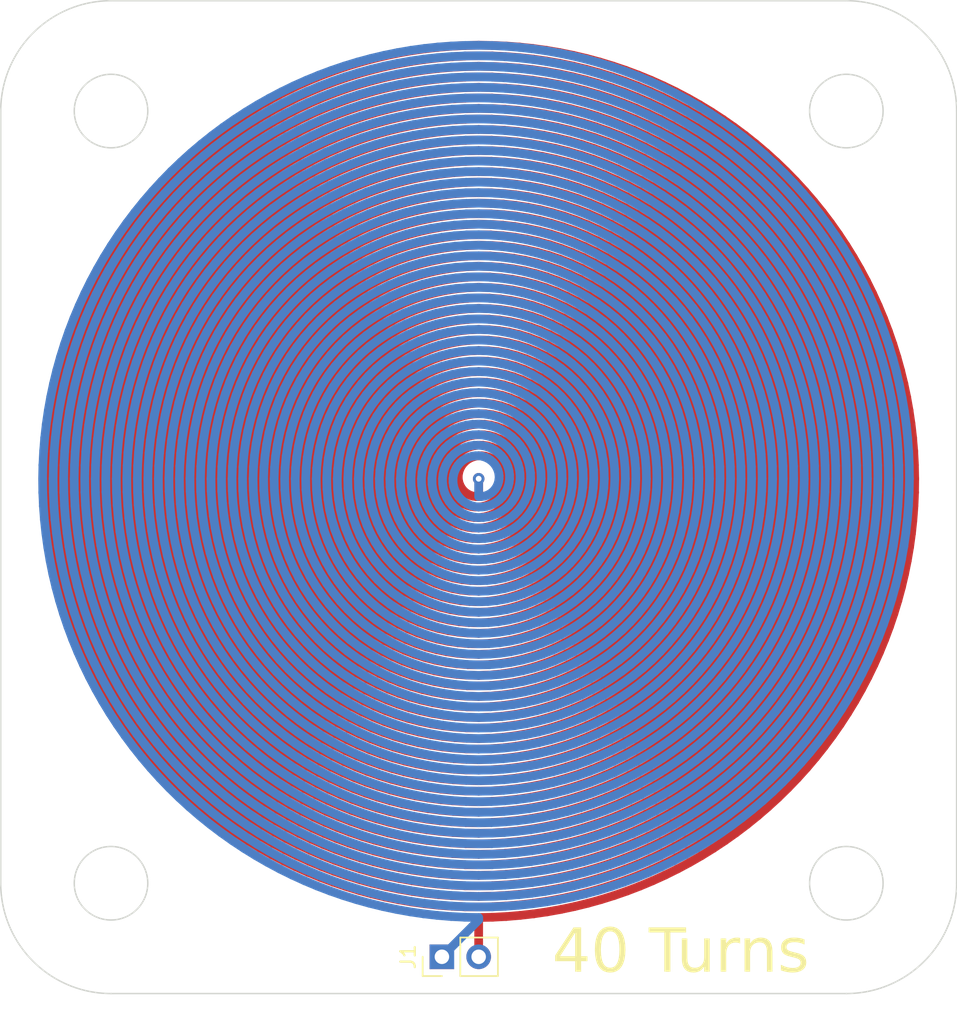
<source format=kicad_pcb>
(kicad_pcb (version 20221018) (generator pcbnew)
  (layers (0 "F.Cu" signal) (31 "B.Cu" signal) (34 "B.Paste" user) (35 "F.Paste" user) (36 "B.SilkS" user "B.Silkscreen") (37 "F.SilkS" user "F.Silkscreen") (38 "B.Mask" user) (39 "F.Mask" user) (44 "Edge.Cuts" user))
  (net 0 "")
  (net 1 "Net-(J1-Pin_1)")
  (footprint "Connector_PinHeader_2.54mm:PinHeader_1x02_P2.54mm_Vertical" (layer "F.Cu") (at 124.46 134.62 90)
    (fp_text reference "J1")
    (fp_text value "Conn_01x02")
  )
  (gr_arc (start 101.6 137.16) (mid 96.211846 134.928154) (end 93.98 129.54) (stroke (width 0.1)) (layer "Edge.Cuts"))
  (gr_line (start 152.4 137.16) (end 101.6 137.16) (stroke (width 0.1)) (layer "Edge.Cuts"))
  (gr_arc (start 160.02 129.54) (mid 157.788154 134.928154) (end 152.4 137.16) (stroke (width 0.1)) (layer "Edge.Cuts"))
  (gr_arc (start 93.98 76.2) (mid 96.211846 70.811846) (end 101.6 68.58) (stroke (width 0.1)) (layer "Edge.Cuts"))
  (gr_circle (center 152.4 129.54) (end 152.4 132.08) (stroke (width 0.1)) (fill none) (layer "Edge.Cuts"))
  (gr_line (start 101.6 68.58) (end 152.4 68.58) (stroke (width 0.1)) (layer "Edge.Cuts"))
  (gr_line (start 93.98 129.54) (end 93.98 76.2) (stroke (width 0.1)) (layer "Edge.Cuts"))
  (gr_circle (center 101.6 129.54) (end 101.6 132.08) (stroke (width 0.1)) (fill none) (layer "Edge.Cuts"))
  (gr_circle (center 152.4 76.2) (end 152.4 78.74) (stroke (width 0.1)) (fill none) (layer "Edge.Cuts"))
  (gr_arc (start 152.4 68.58) (mid 157.788154 70.811846) (end 160.02 76.2) (stroke (width 0.1)) (layer "Edge.Cuts"))
  (gr_circle (center 101.6 76.2) (end 101.6 78.74) (stroke (width 0.1)) (fill none) (layer "Edge.Cuts"))
  (gr_line (start 160.02 76.2) (end 160.02 129.54) (stroke (width 0.1)) (layer "Edge.Cuts"))
  (gr_text "40 Turns" (at 132.08 136.16) (layer "F.SilkS") (effects (font (size 3 3)) (justify left bottom)))
  (segment (start 109.759182 112.215593) (end 109.319889 111.476702) (width 0.6) (layer "F.Cu") (net 1))
  (segment (start 133.37099 125.969379) (end 132.47764 126.189928) (width 0.6) (layer "F.Cu") (net 1))
  (segment (start 118.435301 102.890921) (end 118.354148 102.247917) (width 0.6) (layer "F.Cu") (net 1))
  (segment (start 124.518154 119.391769) (end 123.698135 119.263419) (width 0.6) (layer "F.Cu") (net 1))
  (segment (start 117.567307 94.746747) (end 118.010638 94.163353) (width 0.6) (layer "F.Cu") (net 1))
  (segment (start 134.797209 81.040449) (end 135.620562 81.366798) (width 0.6) (layer "F.Cu") (net 1))
  (segment (start 107.690389 93.130019) (end 108.052609 92.337185) (width 0.6) (layer "F.Cu") (net 1))
  (segment (start 115.14271 117.052721) (end 114.476712 116.524674) (width 0.6) (layer "F.Cu") (net 1))
  (segment (start 132.86923 99.93006) (end 133.008784 100.476764) (width 0.6) (layer "F.Cu") (net 1))
  (segment (start 131.311574 120.490238) (end 130.460652 120.669764) (width 0.6) (layer "F.Cu") (net 1))
  (segment (start 139.112134 121.973466) (end 138.325004 122.426338) (width 0.6) (layer "F.Cu") (net 1))
  (segment (start 102.432303 87.415833) (end 102.906334 86.617596) (width 0.6) (layer "F.Cu") (net 1))
  (segment (start 146.992652 112.796423) (end 146.541543 113.575073) (width 0.6) (layer "F.Cu") (net 1))
  (segment (start 150.389988 90.918151) (end 150.760161 91.758219) (width 0.6) (layer "F.Cu") (net 1))
  (segment (start 137.766863 96.533499) (end 138.070505 97.216877) (width 0.6) (layer "F.Cu") (net 1))
  (segment (start 115.41325 101.6) (end 115.428858 100.872005) (width 0.6) (layer "F.Cu") (net 1))
  (segment (start 118.23781 117.331145) (end 117.517826 116.914236) (width 0.6) (layer "F.Cu") (net 1))
  (segment (start 108.434406 81.072979) (end 109.128187 80.46112) (width 0.6) (layer "F.Cu") (net 1))
  (segment (start 111.987593 117.229571) (end 111.367068 116.615635) (width 0.6) (layer "F.Cu") (net 1))
  (segment (start 120.281138 120.616233) (end 119.478288 120.3185) (width 0.6) (layer "F.Cu") (net 1))
  (segment (start 125.526838 89.938723) (end 126.261506 89.861978) (width 0.6) (layer "F.Cu") (net 1))
  (segment (start 121.735253 105.286416) (end 121.42525 104.818583) (width 0.6) (layer "F.Cu") (net 1))
  (segment (start 131.674963 129.315146) (end 130.746767 129.459715) (width 0.6) (layer "F.Cu") (net 1))
  (segment (start 132.984315 120.017828) (end 132.153358 120.272773) (width 0.6) (layer "F.Cu") (net 1))
  (segment (start 138.227505 121.648153) (end 137.433825 122.077535) (width 0.6) (layer "F.Cu") (net 1))
  (segment (start 129.719754 76.881999) (end 130.621306 76.993638) (width 0.6) (layer "F.Cu") (net 1))
  (segment (start 101.649769 87.323016) (end 102.117222 86.515914) (width 0.6) (layer "F.Cu") (net 1))
  (segment (start 114.986815 117.842899) (end 114.305185 117.322231) (width 0.6) (layer "F.Cu") (net 1))
  (segment (start 129.794211 111.116208) (end 129.109969 111.299371) (width 0.6) (layer "F.Cu") (net 1))
  (segment (start 151.873453 98.863142) (end 151.961029 99.773088) (width 0.6) (layer "F.Cu") (net 1))
  (segment (start 123.386905 127.308503) (end 122.491191 127.170725) (width 0.6) (layer "F.Cu") (net 1))
  (segment (start 154.792366 98.804062) (end 154.87413 99.734047) (width 0.6) (layer "F.Cu") (net 1))
  (segment (start 111.282397 120.486666) (end 110.600283 119.903175) (width 0.6) (layer "F.Cu") (net 1))
  (segment (start 124.183094 71.800247) (end 125.120289 71.722842) (width 0.6) (layer "F.Cu") (net 1))
  (segment (start 98.145104 94.191322) (end 98.388563 93.287609) (width 0.6) (layer "F.Cu") (net 1))
  (segment (start 137.850722 111.87835) (end 137.28266 112.455272) (width 0.6) (layer "F.Cu") (net 1))
  (segment (start 112.400365 115.592617) (end 111.815969 114.963628) (width 0.6) (layer "F.Cu") (net 1))
  (segment (start 105.652271 97.24183) (end 105.840545 96.384663) (width 0.6) (layer "F.Cu") (net 1))
  (segment (start 106.633819 106.757418) (end 106.433405 105.912361) (width 0.6) (layer "F.Cu") (net 1))
  (segment (start 136.60914 94.618551) (end 137.034685 95.231795) (width 0.6) (layer "F.Cu") (net 1))
  (segment (start 148.104895 113.784917) (end 147.638192 114.567835) (width 0.6) (layer "F.Cu") (net 1))
  (segment (start 120.752915 103.273901) (end 120.620853 102.724816) (width 0.6) (layer "F.Cu") (net 1))
  (segment (start 114.100394 123.341126) (end 113.330388 122.870331) (width 0.6) (layer "F.Cu") (net 1))
  (segment (start 143.452712 95.013328) (end 143.752688 95.801838) (width 0.6) (layer "F.Cu") (net 1))
  (segment (start 108.167425 102.445772) (end 108.14325 101.6) (width 0.6) (layer "F.Cu") (net 1))
  (segment (start 126.081988 75.311563) (end 127 75.2915) (width 0.6) (layer "F.Cu") (net 1))
  (segment (start 149.561107 89.280703) (end 149.99013 90.091962) (width 0.6) (layer "F.Cu") (net 1))
  (segment (start 132.204169 107.253235) (end 131.725429 107.671232) (width 0.6) (layer "F.Cu") (net 1))
  (segment (start 119.449708 114.677489) (end 118.772333 114.269496) (width 0.6) (layer "F.Cu") (net 1))
  (segment (start 139.73791 127.429926) (end 138.887521 127.836318) (width 0.6) (layer "F.Cu") (net 1))
  (segment (start 127.915586 126.069549) (end 127 126.091) (width 0.6) (layer "F.Cu") (net 1))
  (segment (start 156.902129 105.377517) (end 156.772309 106.315471) (width 0.6) (layer "F.Cu") (net 1))
  (segment (start 133.296571 97.486245) (end 133.62319 98.015709) (width 0.6) (layer "F.Cu") (net 1))
  (segment (start 122.33512 98.077246) (end 122.672157 97.65465) (width 0.6) (layer "F.Cu") (net 1))
  (segment (start 114.033399 115.162001) (end 113.434245 114.57019) (width 0.6) (layer "F.Cu") (net 1))
  (segment (start 102.660825 108.746627) (end 102.417251 107.874372) (width 0.6) (layer "F.Cu") (net 1))
  (segment (start 117.055975 99.533608) (end 117.212563 98.857689) (width 0.6) (layer "F.Cu") (net 1))
  (segment (start 108.852828 106.608301) (end 108.641341 105.790244) (width 0.6) (layer "F.Cu") (net 1))
  (segment (start 153.840966 106.22785) (end 153.671187 107.142336) (width 0.6) (layer "F.Cu") (net 1))
  (segment (start 102.597411 94.434754) (end 102.864785 93.567029) (width 0.6) (layer "F.Cu") (net 1))
  (segment (start 149.999226 91.826389) (end 150.344782 92.671377) (width 0.6) (layer "F.Cu") (net 1))
  (segment (start 118.825561 128.547515) (end 117.947022 128.269212) (width 0.6) (layer "F.Cu") (net 1))
  (segment (start 114.839373 118.632017) (end 114.142976 118.118704) (width 0.6) (layer "F.Cu") (net 1))
  (segment (start 103.915776 92.771032) (end 104.249738 91.932187) (width 0.6) (layer "F.Cu") (net 1))
  (segment (start 133.097437 101.034989) (end 133.13425 101.6) (width 0.6) (layer "F.Cu") (net 1))
  (segment (start 117.154441 119.224362) (end 116.412737 118.794807) (width 0.6) (layer "F.Cu") (net 1))
  (segment (start 109.687016 103.25319) (end 109.622463 102.427794) (width 0.6) (layer "F.Cu") (net 1))
  (segment (start 138.745357 126.296959) (end 137.896902 126.687185) (width 0.6) (layer "F.Cu") (net 1))
  (segment (start 105.894843 106.801954) (end 105.697932 105.948848) (width 0.6) (layer "F.Cu") (net 1))
  (segment (start 116.923733 74.219528) (end 117.805329 73.907115) (width 0.6) (layer "F.Cu") (net 1))
  (segment (start 122.577974 124.970969) (end 121.706235 124.7935) (width 0.6) (layer "F.Cu") (net 1))
  (segment (start 143.022807 116.990115) (end 142.393343 117.626168) (width 0.6) (layer "F.Cu") (net 1))
  (segment (start 129.756736 126.654112) (end 128.840179 126.742295) (width 0.6) (layer "F.Cu") (net 1))
  (segment (start 131.152195 84.484418) (end 131.963436 84.696089) (width 0.6) (layer "F.Cu") (net 1))
  (segment (start 123.383617 77.027092) (end 124.28302 76.907207) (width 0.6) (layer "F.Cu") (net 1))
  (segment (start 132.562509 97.705089) (end 132.88955 98.199667) (width 0.6) (layer "F.Cu") (net 1))
  (segment (start 125.379798 95.905582) (end 125.91016 95.769871) (width 0.6) (layer "F.Cu") (net 1))
  (segment (start 154.290988 112.648896) (end 153.926223 113.51944) (width 0.6) (layer "F.Cu") (net 1))
  (segment (start 123.904832 94.127605) (end 124.497843 93.899153) (width 0.6) (layer "F.Cu") (net 1))
  (segment (start 144.660576 81.985943) (end 145.337144 82.611332) (width 0.6) (layer "F.Cu") (net 1))
  (segment (start 98.729465 110.785654) (end 98.451395 109.894136) (width 0.6) (layer "F.Cu") (net 1))
  (segment (start 132.624509 129.876315) (end 131.696939 130.048941) (width 0.6) (layer "F.Cu") (net 1))
  (segment (start 124.228379 130.33075) (end 123.308463 130.230832) (width 0.6) (layer "F.Cu") (net 1))
  (segment (start 108.142072 83.38911) (end 108.786305 82.739166) (width 0.6) (layer "F.Cu") (net 1))
  (segment (start 135.566568 87.856213) (end 136.255033 88.302931) (width 0.6) (layer "F.Cu") (net 1))
  (segment (start 115.055339 114.1272) (end 114.468814 113.548462) (width 0.6) (layer "F.Cu") (net 1))
  (segment (start 142.754762 119.278212) (end 142.068898 119.87211) (width 0.6) (layer "F.Cu") (net 1))
  (segment (start 117.001983 88.119235) (end 117.67234 87.640171) (width 0.6) (layer "F.Cu") (net 1))
  (segment (start 118.490028 93.608604) (end 119.003627 93.084728) (width 0.6) (layer "F.Cu") (net 1))
  (segment (start 125.871542 99.645453) (end 126.130519 99.500888) (width 0.6) (layer "F.Cu") (net 1))
  (segment (start 130.717286 94.304416) (end 131.28298 94.610813) (width 0.6) (layer "F.Cu") (net 1))
  (segment (start 102.906334 86.617596) (end 103.406296 85.835191) (width 0.6) (layer "F.Cu") (net 1))
  (segment (start 130.055813 102.758917) (end 129.90622 103.125302) (width 0.6) (layer "F.Cu") (net 1))
  (segment (start 124.320003 125.956682) (end 123.43162 125.846735) (width 0.6) (layer "F.Cu") (net 1))
  (segment (start 125.578744 106.285255) (end 125.122005 106.133881) (width 0.6) (layer "F.Cu") (net 1))
  (segment (start 126.094392 127.533231) (end 125.189605 127.489857) (width 0.6) (layer "F.Cu") (net 1))
  (segment (start 124.514678 102.904398) (end 124.362499 102.600272) (width 0.6) (layer "F.Cu") (net 1))
  (segment (start 122.783495 94.71929) (end 123.332222 94.401581) (width 0.6) (layer "F.Cu") (net 1))
  (segment (start 127.895621 100.206387) (end 128.095656 100.335545) (width 0.6) (layer "F.Cu") (net 1))
  (segment (start 140.220497 103.93113) (end 140.069137 104.697442) (width 0.6) (layer "F.Cu") (net 1))
  (segment (start 130.315497 117.733395) (end 129.494986 117.886411) (width 0.6) (layer "F.Cu") (net 1))
  (segment (start 144.499093 95.734895) (end 144.756433 96.547859) (width 0.6) (layer "F.Cu") (net 1))
  (segment (start 108.912254 110.719649) (end 108.537027 109.94579) (width 0.6) (layer "F.Cu") (net 1))
  (segment (start 143.373678 122.557352) (end 142.634676 123.119286) (width 0.6) (layer "F.Cu") (net 1))
  (segment (start 117.542714 96.139833) (end 117.913778 95.528781) (width 0.6) (layer "F.Cu") (net 1))
  (segment (start 113.449341 122.081842) (end 112.707884 121.576718) (width 0.6) (layer "F.Cu") (net 1))
  (segment (start 119.256739 93.856739) (end 119.774758 93.361191) (width 0.6) (layer "F.Cu") (net 1))
  (segment (start 111.121412 99.985305) (end 111.21778 99.182253) (width 0.6) (layer "F.Cu") (net 1))
  (segment (start 135.193572 105.545816) (end 134.883285 106.151417) (width 0.6) (layer "F.Cu") (net 1))
  (segment (start 114.5489 95.603866) (end 114.899012 94.912021) (width 0.6) (layer "F.Cu") (net 1))
  (segment (start 106.019523 122.580477) (end 105.368213 121.9136) (width 0.6) (layer "F.Cu") (net 1))
  (segment (start 142.608324 112.940111) (end 142.087896 113.632195) (width 0.6) (layer "F.Cu") (net 1))
  (segment (start 142.00152 111.240891) (end 141.530282 111.946967) (width 0.6) (layer "F.Cu") (net 1))
  (segment (start 103.163009 92.709262) (end 103.491712 91.862548) (width 0.6) (layer "F.Cu") (net 1))
  (segment (start 149.710365 104.287949) (end 149.591815 105.178192) (width 0.6) (layer "F.Cu") (net 1))
  (segment (start 119.904581 109.690775) (end 119.385255 109.214745) (width 0.6) (layer "F.Cu") (net 1))
  (segment (start 100.412024 105.254433) (end 100.298828 104.344964) (width 0.6) (layer "F.Cu") (net 1))
  (segment (start 134.853208 115.202156) (end 134.133314 115.599918) (width 0.6) (layer "F.Cu") (net 1))
  (segment (start 136.354145 130.389099) (end 135.446256 130.672205) (width 0.6) (layer "F.Cu") (net 1))
  (segment (start 138.206777 102.334531) (end 138.14225 103.066905) (width 0.6) (layer "F.Cu") (net 1))
  (segment (start 132.332441 123.234563) (end 131.457912 123.436299) (width 0.6) (layer "F.Cu") (net 1))
  (segment (start 131.213163 108.048726) (end 130.670794 108.383034) (width 0.6) (layer "F.Cu") (net 1))
  (segment (start 109.756893 120.120404) (end 109.103923 119.496077) (width 0.6) (layer "F.Cu") (net 1))
  (segment (start 124.707444 88.598267) (end 125.466524 88.480278) (width 0.6) (layer "F.Cu") (net 1))
  (segment (start 148.826032 121.421824) (end 148.182162 122.113779) (width 0.6) (layer "F.Cu") (net 1))
  (segment (start 149.993696 114.875417) (end 149.519809 115.671938) (width 0.6) (layer "F.Cu") (net 1))
  (segment (start 149.683291 98.915256) (end 149.775735 99.807511) (width 0.6) (layer "F.Cu") (net 1))
  (segment (start 146.642494 110.215997) (end 146.273956 111.022463) (width 0.6) (layer "F.Cu") (net 1))
  (segment (start 120.729182 91.718771) (end 121.358501 91.338151) (width 0.6) (layer "F.Cu") (net 1))
  (segment (start 110.723062 93.495048) (end 111.110074 92.749369) (width 0.6) (layer "F.Cu") (net 1))
  (segment (start 131.718678 99.077814) (end 131.953669 99.548123) (width 0.6) (layer "F.Cu") (net 1))
  (segment (start 100.433504 88.063694) (end 100.868614 87.234149) (width 0.6) (layer "F.Cu") (net 1))
  (segment (start 125.03403 110.63742) (end 124.391989 110.48207) (width 0.6) (layer "F.Cu") (net 1))
  (segment (start 133.409513 99.267128) (end 133.598199 99.832018) (width 0.6) (layer "F.Cu") (net 1))
  (segment (start 133.572803 117.468151) (end 132.788186 117.776897) (width 0.6) (layer "F.Cu") (net 1))
  (segment (start 132.299388 79.526461) (end 133.163139 79.747159) (width 0.6) (layer "F.Cu") (net 1))
  (segment (start 153.357184 104.370252) (end 153.248447 105.288979) (width 0.6) (layer "F.Cu") (net 1))
  (segment (start 131.003383 92.833814) (end 131.622514 93.134497) (width 0.6) (layer "F.Cu") (net 1))
  (segment (start 124.089931 113.406615) (end 123.380295 113.216043) (width 0.6) (layer "F.Cu") (net 1))
  (segment (start 125.200379 126.761988) (end 124.302994 126.68583) (width 0.6) (layer "F.Cu") (net 1))
  (segment (start 139.959603 111.631479) (end 139.439332 112.278816) (width 0.6) (layer "F.Cu") (net 1))
  (segment (start 132.989182 93.115261) (end 133.559226 93.537628) (width 0.6) (layer "F.Cu") (net 1))
  (segment (start 157.058549 99.708876) (end 157.106752 100.653857) (width 0.6) (layer "F.Cu") (net 1))
  (segment (start 110.538586 112.087077) (end 110.092442 111.361583) (width 0.6) (layer "F.Cu") (net 1))
  (segment (start 129.269223 113.495685) (end 128.51872 113.62191) (width 0.6) (layer "F.Cu") (net 1))
  (segment (start 113.170143 84.6615) (end 113.860604 84.114639) (width 0.6) (layer "F.Cu") (net 1))
  (segment (start 115.59706 99.424773) (end 115.749103 98.711261) (width 0.6) (layer "F.Cu") (net 1))
  (segment (start 133.576392 130.413054) (end 132.650218 130.612675) (width 0.6) (layer "F.Cu") (net 1))
  (segment (start 132.672208 111.424553) (end 132.020857 111.78129) (width 0.6) (layer "F.Cu") (net 1))
  (segment (start 108.425848 98.229288) (end 108.590715 97.398201) (width 0.6) (layer "F.Cu") (net 1))
  (segment (start 132.219125 93.478883) (end 132.790132 93.865289) (width 0.6) (layer "F.Cu") (net 1))
  (segment (start 146.978631 96.397969) (end 147.186212 97.249539) (width 0.6) (layer "F.Cu") (net 1))
  (segment (start 108.975406 83.575406) (end 109.627416 82.940528) (width 0.6) (layer "F.Cu") (net 1))
  (segment (start 118.682471 111.512445) (end 118.115566 111.01695) (width 0.6) (layer "F.Cu") (net 1))
  (segment (start 150.61961 119.227773) (end 150.045376 119.978074) (width 0.6) (layer "F.Cu") (net 1))
  (segment (start 116.540049 118.018834) (end 115.830929 117.551086) (width 0.6) (layer "F.Cu") (net 1))
  (segment (start 102.327512 84.832595) (end 102.863423 84.06375) (width 0.6) (layer "F.Cu") (net 1))
  (segment (start 139.499692 119.106909) (end 138.768158 119.612507) (width 0.6) (layer "F.Cu") (net 1))
  (segment (start 120.574582 95.638084) (end 121.032197 95.168238) (width 0.6) (layer "F.Cu") (net 1))
  (segment (start 122.261981 95.078676) (end 122.783495 94.71929) (width 0.6) (layer "F.Cu") (net 1))
  (segment (start 132.88955 98.199667) (end 133.172648 98.721647) (width 0.6) (layer "F.Cu") (net 1))
  (segment (start 151.599007 97.056333) (end 151.752721 97.957154) (width 0.6) (layer "F.Cu") (net 1))
  (segment (start 127 119.548) (end 126.170852 119.534189) (width 0.6) (layer "F.Cu") (net 1))
  (segment (start 117.370641 79.529274) (end 118.201044 79.180626) (width 0.6) (layer "F.Cu") (net 1))
  (segment (start 137.156543 73.389116) (end 138.038995 73.718681) (width 0.6) (layer "F.Cu") (net 1))
  (segment (start 126.11745 124.624525) (end 125.235856 124.578245) (width 0.6) (layer "F.Cu") (net 1))
  (segment (start 98.745302 99.748089) (end 98.817255 98.824242) (width 0.6) (layer "F.Cu") (net 1))
  (segment (start 109.959331 116.154106) (end 109.397509 115.476685) (width 0.6) (layer "F.Cu") (net 1))
  (segment (start 127.914346 105.606014) (end 127.46152 105.696099) (width 0.6) (layer "F.Cu") (net 1))
  (segment (start 131.015243 116.061598) (end 130.227766 116.26389) (width 0.6) (layer "F.Cu") (net 1))
  (segment (start 127 92.0125) (end 127.684554 92.028688) (width 0.6) (layer "F.Cu") (net 1))
  (segment (start 116.048372 94.397001) (end 116.480318 93.768387) (width 0.6) (layer "F.Cu") (net 1))
  (segment (start 110.003539 84.603539) (end 110.648 83.976735) (width 0.6) (layer "F.Cu") (net 1))
  (segment (start 100.024717 88.906395) (end 100.433504 88.063694) (width 0.6) (layer "F.Cu") (net 1))
  (segment (start 126.561214 100.105633) (end 126.776 100.042044) (width 0.6) (layer "F.Cu") (net 1))
  (segment (start 117.609974 100.928412) (end 117.673632 100.259071) (width 0.6) (layer "F.Cu") (net 1))
  (segment (start 108.549506 89.932614) (end 109.030432 89.196503) (width 0.6) (layer "F.Cu") (net 1))
  (segment (start 138.768678 92.653683) (end 139.240949 93.30043) (width 0.6) (layer "F.Cu") (net 1))
  (segment (start 122.042023 96.214201) (end 122.497837 95.815621) (width 0.6) (layer "F.Cu") (net 1))
  (segment (start 156.150643 94.115387) (end 156.374904 95.033931) (width 0.6) (layer "F.Cu") (net 1))
  (segment (start 126.111274 125.351706) (end 125.223467 125.306182) (width 0.6) (layer "F.Cu") (net 1))
  (segment (start 137.961973 127.451477) (end 137.093415 127.806943) (width 0.6) (layer "F.Cu") (net 1))
  (segment (start 149.669125 110.496976) (end 149.32457 111.340111) (width 0.6) (layer "F.Cu") (net 1))
  (segment (start 141.313823 109.54482) (end 140.898028 110.262707) (width 0.6) (layer "F.Cu") (net 1))
  (segment (start 147.60956 103.354132) (end 147.521415 104.22787) (width 0.6) (layer "F.Cu") (net 1))
  (segment (start 131.489605 77.871868) (end 132.374651 78.052113) (width 0.6) (layer "F.Cu") (net 1))
  (segment (start 103.33882 105.166349) (end 103.217716 104.27962) (width 0.6) (layer "F.Cu") (net 1))
  (segment (start 105.643646 108.5391) (end 105.38331 107.696537) (width 0.6) (layer "F.Cu") (net 1))
  (segment (start 133.619899 112.550651) (end 132.949887 112.936562) (width 0.6) (layer "F.Cu") (net 1))
  (segment (start 112.221708 124.749817) (end 111.454222 124.246261) (width 0.6) (layer "F.Cu") (net 1))
  (segment (start 124.809366 113.553904) (end 124.089931 113.406615) (width 0.6) (layer "F.Cu") (net 1))
  (segment (start 112.267659 97.652481) (end 112.488685 96.884988) (width 0.6) (layer "F.Cu") (net 1))
  (segment (start 119.772073 96.672083) (end 120.153781 96.140322) (width 0.6) (layer "F.Cu") (net 1))
  (segment (start 118.357122 110.242878) (end 117.845814 109.709901) (width 0.6) (layer "F.Cu") (net 1))
  (segment (start 132.141805 100.040251) (end 132.281069 100.54953) (width 0.6) (layer "F.Cu") (net 1))
  (segment (start 125.248498 80.462508) (end 126.123302 80.403405) (width 0.6) (layer "F.Cu") (net 1))
  (segment (start 142.7515 78.654055) (end 143.511736 79.190091) (width 0.6) (layer "F.Cu") (net 1))
  (segment (start 129.16768 112.031449) (end 128.451835 112.162887) (width 0.6) (layer "F.Cu") (net 1))
  (segment (start 102.864785 93.567029) (end 103.163009 92.709262) (width 0.6) (layer "F.Cu") (net 1))
  (segment (start 138.605004 106.822988) (end 138.274665 107.517401) (width 0.6) (layer "F.Cu") (net 1))
  (segment (start 143.104747 92.629715) (end 143.506627 93.380676) (width 0.6) (layer "F.Cu") (net 1))
  (segment (start 148.277674 83.610844) (end 148.869934 84.329486) (width 0.6) (layer "F.Cu") (net 1))
  (segment (start 127 97.8285) (end 127.423728 97.839314) (width 0.6) (layer "F.Cu") (net 1))
  (segment (start 117.833419 103.594068) (end 117.706342 102.936226) (width 0.6) (layer "F.Cu") (net 1))
  (segment (start 112.059806 86.659806) (end 112.686732 86.051646) (width 0.6) (layer "F.Cu") (net 1))
  (segment (start 103.802718 102.489172) (end 103.78125 101.6) (width 0.6) (layer "F.Cu") (net 1))
  (segment (start 113.546207 128.004555) (end 112.721708 127.572118) (width 0.6) (layer "F.Cu") (net 1))
  (segment (start 110.777508 119.083689) (end 110.132056 118.467944) (width 0.6) (layer "F.Cu") (net 1))
  (segment (start 128.894722 131.111822) (end 127.947967 131.161095) (width 0.6) (layer "F.Cu") (net 1))
  (segment (start 111.842858 121.847571) (end 111.127241 121.296892) (width 0.6) (layer "F.Cu") (net 1))
  (segment (start 136.342639 82.489327) (end 137.126683 82.88753) (width 0.6) (layer "F.Cu") (net 1))
  (segment (start 121.453174 130.677481) (end 120.541772 130.49245) (width 0.6) (layer "F.Cu") (net 1))
  (segment (start 154.969192 90.526213) (end 155.306647 91.40898) (width 0.6) (layer "F.Cu") (net 1))
  (segment (start 105.0086 92.00525) (end 105.378839 91.187797) (width 0.6) (layer "F.Cu") (net 1))
  (segment (start 131.351249 121.227218) (end 130.491857 121.403308) (width 0.6) (layer "F.Cu") (net 1))
  (segment (start 105.860069 93.801068) (end 106.178354 92.975392) (width 0.6) (layer "F.Cu") (net 1))
  (segment (start 126.338501 92.772906) (end 127 92.7395) (width 0.6) (layer "F.Cu") (net 1))
  (segment (start 131.915895 106.515895) (end 131.47523 106.933372) (width 0.6) (layer "F.Cu") (net 1))
  (segment (start 138.142847 94.271234) (end 138.555954 94.928167) (width 0.6) (layer "F.Cu") (net 1))
  (segment (start 113.005482 125.227378) (end 112.221708 124.749817) (width 0.6) (layer "F.Cu") (net 1))
  (segment (start 122.405635 88.47006) (end 123.147268 88.226871) (width 0.6) (layer "F.Cu") (net 1))
  (segment (start 102.027353 113.188536) (end 101.650508 112.349113) (width 0.6) (layer "F.Cu") (net 1))
  (segment (start 140.20734 123.859783) (end 139.4064 124.320626) (width 0.6) (layer "F.Cu") (net 1))
  (segment (start 121.797965 81.05763) (end 122.650341 80.855523) (width 0.6) (layer "F.Cu") (net 1))
  (segment (start 137.599776 111.072539) (end 137.056561 111.656561) (width 0.6) (layer "F.Cu") (net 1))
  (segment (start 123.361724 76.295237) (end 124.266787 76.177395) (width 0.6) (layer "F.Cu") (net 1))
  (segment (start 129.865591 90.90547) (end 130.561345 91.108616) (width 0.6) (layer "F.Cu") (net 1))
  (segment (start 127.506951 106.423315) (end 127 106.462) (width 0.6) (layer "F.Cu") (net 1))
  (segment (start 133.537523 72.352804) (end 134.453878 72.569064) (width 0.6) (layer "F.Cu") (net 1))
  (segment (start 116.599106 109.343179) (end 116.160853 108.729019) (width 0.6) (layer "F.Cu") (net 1))
  (segment (start 109.933373 104.889323) (end 109.790739 104.074318) (width 0.6) (layer "F.Cu") (net 1))
  (segment (start 110.851549 105.644976) (end 110.666952 104.848845) (width 0.6) (layer "F.Cu") (net 1))
  (segment (start 146.897112 93.836123) (end 147.205481 94.66345) (width 0.6) (layer "F.Cu") (net 1))
  (segment (start 129.494986 117.886411) (end 128.667484 117.997709) (width 0.6) (layer "F.Cu") (net 1))
  (segment (start 126.469694 102.761207) (end 126.300902 102.687817) (width 0.6) (layer "F.Cu") (net 1))
  (segment (start 105.156208 106.84423) (end 104.962705 105.983491) (width 0.6) (layer "F.Cu") (net 1))
  (segment (start 125.036749 99.383948) (end 125.310237 99.151955) (width 0.6) (layer "F.Cu") (net 1))
  (segment (start 124.967299 92.255822) (end 125.637908 92.126441) (width 0.6) (layer "F.Cu") (net 1))
  (segment (start 120.033068 115.803058) (end 119.319791 115.437085) (width 0.6) (layer "F.Cu") (net 1))
  (segment (start 150.084808 111.40998) (end 149.714954 112.248333) (width 0.6) (layer "F.Cu") (net 1))
  (segment (start 129.395034 108.180302) (end 128.815022 108.373756) (width 0.6) (layer "F.Cu") (net 1))
  (segment (start 151.053828 84.821091) (end 151.582368 85.598651) (width 0.6) (layer "F.Cu") (net 1))
  (segment (start 121.284388 118.653067) (end 120.500986 118.375888) (width 0.6) (layer "F.Cu") (net 1))
  (segment (start 133.691882 107.809159) (end 133.215046 108.298227) (width 0.6) (layer "F.Cu") (net 1))
  (segment (start 150.674453 96.196461) (end 150.864194 97.084651) (width 0.6) (layer "F.Cu") (net 1))
  (segment (start 129.702876 77.611308) (end 130.598597 77.724868) (width 0.6) (layer "F.Cu") (net 1))
  (segment (start 103.981375 113.83922) (end 103.564624 113.030196) (width 0.6) (layer "F.Cu") (net 1))
  (segment (start 127 98.5555) (end 127.368659 98.563819) (width 0.6) (layer "F.Cu") (net 1))
  (segment (start 126.283418 112.98975) (end 125.568752 112.929494) (width 0.6) (layer "F.Cu") (net 1))
  (segment (start 152.666955 116.05536) (end 152.193623 116.872522) (width 0.6) (layer "F.Cu") (net 1))
  (segment (start 101.659531 92.593995) (end 101.978104 91.732644) (width 0.6) (layer "F.Cu") (net 1))
  (segment (start 132.171087 81.740211) (end 133.010739 81.972875) (width 0.6) (layer "F.Cu") (net 1))
  (segment (start 142.438491 110.513417) (end 142.00152 111.240891) (width 0.6) (layer "F.Cu") (net 1))
  (segment (start 107.544748 123.022395) (end 106.865541 122.390482) (width 0.6) (layer "F.Cu") (net 1))
  (segment (start 148.541919 112.985237) (end 148.104895 113.784917) (width 0.6) (layer "F.Cu") (net 1))
  (segment (start 103.540988 88.409656) (end 104.001621 87.614376) (width 0.6) (layer "F.Cu") (net 1))
  (segment (start 137.148799 128.564712) (end 136.262322 128.88592) (width 0.6) (layer "F.Cu") (net 1))
  (segment (start 121.480394 103.170463) (end 121.348526 102.656444) (width 0.6) (layer "F.Cu") (net 1))
  (segment (start 137.692466 93.639754) (end 138.142847 94.271234) (width 0.6) (layer "F.Cu") (net 1))
  (segment (start 143.268907 87.820939) (end 143.828203 88.502084) (width 0.6) (layer "F.Cu") (net 1))
  (segment (start 112.721708 127.572118) (end 111.911099 127.113939) (width 0.6) (layer "F.Cu") (net 1))
  (segment (start 125.329534 84.106089) (end 126.163558 84.040919) (width 0.6) (layer "F.Cu") (net 1))
  (segment (start 152.150261 96.128896) (end 152.333578 97.02932) (width 0.6) (layer "F.Cu") (net 1))
  (segment (start 129.735862 76.152753) (end 130.642978 76.262528) (width 0.6) (layer "F.Cu") (net 1))
  (segment (start 154.679587 97.877458) (end 154.792366 98.804062) (width 0.6) (layer "F.Cu") (net 1))
  (segment (start 131.66591 72.739695) (end 132.58924 72.900432) (width 0.6) (layer "F.Cu") (net 1))
  (segment (start 151.096512 115.872386) (end 150.609404 116.671681) (width 0.6) (layer "F.Cu") (net 1))
  (segment (start 134.759811 120.911032) (end 133.934872 121.227599) (width 0.6) (layer "F.Cu") (net 1))
  (segment (start 130.365466 97.499167) (end 130.759245 97.840755) (width 0.6) (layer "F.Cu") (net 1))
  (segment (start 154.086349 104.384561) (end 153.979404 105.308234) (width 0.6) (layer "F.Cu") (net 1))
  (segment (start 141.286473 97.63338) (end 141.48639 98.411305) (width 0.6) (layer "F.Cu") (net 1))
  (segment (start 118.010638 94.163353) (end 118.490028 93.608604) (width 0.6) (layer "F.Cu") (net 1))
  (segment (start 102.441757 118.289765) (end 101.926568 117.512084) (width 0.6) (layer "F.Cu") (net 1))
  (segment (start 124.23645 74.718031) (end 125.155571 74.63541) (width 0.6) (layer "F.Cu") (net 1))
  (segment (start 124.28302 76.907207) (end 125.186355 76.820236) (width 0.6) (layer "F.Cu") (net 1))
  (segment (start 112.557826 106.292547) (end 112.326178 105.531839) (width 0.6) (layer "F.Cu") (net 1))
  (segment (start 107.019751 110.112789) (end 106.688822 109.303014) (width 0.6) (layer "F.Cu") (net 1))
  (segment (start 98.18891 97.885221) (end 98.319116 96.963097) (width 0.6) (layer "F.Cu") (net 1))
  (segment (start 135.082921 85.92132) (end 135.822542 86.31891) (width 0.6) (layer "F.Cu") (net 1))
  (segment (start 133.187647 114.448781) (end 132.45996 114.781509) (width 0.6) (layer "F.Cu") (net 1))
  (segment (start 135.363097 72.81403) (end 136.264283 73.087468) (width 0.6) (layer "F.Cu") (net 1))
  (segment (start 105.368213 121.9136) (end 104.738095 121.226509) (width 0.6) (layer "F.Cu") (net 1))
  (segment (start 103.406296 85.835191) (end 103.931661 85.069462) (width 0.6) (layer "F.Cu") (net 1))
  (segment (start 111.911099 127.113939) (end 111.115184 126.630464) (width 0.6) (layer "F.Cu") (net 1))
  (segment (start 138.640325 118.82242) (end 137.901471 119.305115) (width 0.6) (layer "F.Cu") (net 1))
  (segment (start 142.58525 101.6) (end 142.569941 102.415986) (width 0.6) (layer "F.Cu") (net 1))
  (segment (start 133.371442 76.045542) (end 134.260512 76.279587) (width 0.6) (layer "F.Cu") (net 1))
  (segment (start 147.862552 82.060087) (end 148.493557 82.750656) (width 0.6) (layer "F.Cu") (net 1))
  (segment (start 140.232985 112.46003) (end 139.688377 113.100075) (width 0.6) (layer "F.Cu") (net 1))
  (segment (start 117.268708 118.455092) (end 116.540049 118.018834) (width 0.6) (layer "F.Cu") (net 1))
  (segment (start 136.028428 110.628428) (end 135.471468 111.162311) (width 0.6) (layer "F.Cu") (net 1))
  (segment (start 117.947022 128.269212) (end 117.077944 127.962272) (width 0.6) (layer "F.Cu") (net 1))
  (segment (start 137.421118 95.870942) (end 137.766863 96.533499) (width 0.6) (layer "F.Cu") (net 1))
  (segment (start 127.745427 112.973024) (end 127 113.005) (width 0.6) (layer "F.Cu") (net 1))
  (segment (start 122.718948 102.049957) (end 122.68325 101.6) (width 0.6) (layer "F.Cu") (net 1))
  (segment (start 118.762035 84.49369) (end 119.535761 84.136545) (width 0.6) (layer "F.Cu") (net 1))
  (segment (start 119.13393 97.811901) (end 119.431515 97.230333) (width 0.6) (layer "F.Cu") (net 1))
  (segment (start 134.435277 117.880986) (end 133.654222 118.221443) (width 0.6) (layer "F.Cu") (net 1))
  (segment (start 117.302272 114.128432) (end 116.676345 113.625619) (width 0.6) (layer "F.Cu") (net 1))
  (segment (start 116.640338 80.67695) (end 117.447536 80.291455) (width 0.6) (layer "F.Cu") (net 1))
  (segment (start 103.947656 104.261281) (end 103.858218 103.376699) (width 0.6) (layer "F.Cu") (net 1))
  (segment (start 129.765975 74.694448) (end 130.683485 74.800653) (width 0.6) (layer "F.Cu") (net 1))
  (segment (start 139.324727 114.525802) (end 138.69934 115.101758) (width 0.6) (layer "F.Cu") (net 1))
  (segment (start 136.456073 120.942707) (end 135.65058 121.321335) (width 0.6) (layer "F.Cu") (net 1))
  (segment (start 128.557788 104.568117) (end 128.193621 104.747319) (width 0.6) (layer "F.Cu") (net 1))
  (segment (start 97.930177 95.102125) (end 98.145104 94.191322) (width 0.6) (layer "F.Cu") (net 1))
  (segment (start 145.49325 101.6) (end 145.478857 102.454329) (width 0.6) (layer "F.Cu") (net 1))
  (segment (start 120.202897 103.933448) (end 120.024145 103.366526) (width 0.6) (layer "F.Cu") (net 1))
  (segment (start 142.765137 89.502985) (end 143.281932 90.199268) (width 0.6) (layer "F.Cu") (net 1))
  (segment (start 140.184542 78.763704) (end 140.975626 79.234324) (width 0.6) (layer "F.Cu") (net 1))
  (segment (start 146.791615 104.205616) (end 146.664094 105.06731) (width 0.6) (layer "F.Cu") (net 1))
  (segment (start 128.653437 84.812369) (end 129.476009 84.908102) (width 0.6) (layer "F.Cu") (net 1))
  (segment (start 115.49019 100.145973) (end 115.59706 99.424773) (width 0.6) (layer "F.Cu") (net 1))
  (segment (start 126.183301 85.496059) (end 127 85.4695) (width 0.6) (layer "F.Cu") (net 1))
  (segment (start 135.037314 78.040709) (end 135.893894 78.346018) (width 0.6) (layer "F.Cu") (net 1))
  (segment (start 136.77472 124.003897) (end 135.931757 124.357747) (width 0.6) (layer "F.Cu") (net 1))
  (segment (start 152.762006 114.304416) (end 152.335875 115.142308) (width 0.6) (layer "F.Cu") (net 1))
  (segment (start 120.062052 80.818308) (end 120.903176 80.551323) (width 0.6) (layer "F.Cu") (net 1))
  (segment (start 112.010131 126.327356) (end 111.223259 125.837311) (width 0.6) (layer "F.Cu") (net 1))
  (segment (start 154.889564 103.466987) (end 154.815452 104.39826) (width 0.6) (layer "F.Cu") (net 1))
  (segment (start 135.298676 102.25312) (end 135.230827 102.903635) (width 0.6) (layer "F.Cu") (net 1))
  (segment (start 126.364372 110.081871) (end 125.731008 110.019212) (width 0.6) (layer "F.Cu") (net 1))
  (segment (start 102.401501 103.400378) (end 102.347934 102.500944) (width 0.6) (layer "F.Cu") (net 1))
  (segment (start 102.339487 100.698747) (end 102.384639 99.798388) (width 0.6) (layer "F.Cu") (net 1))
  (segment (start 136.048817 84.784481) (end 136.796794 85.202929) (width 0.6) (layer "F.Cu") (net 1))
  (segment (start 122.581052 79.384447) (end 123.455926 79.2236) (width 0.6) (layer "F.Cu") (net 1))
  (segment (start 117.096618 112.054873) (end 116.540577 111.507692) (width 0.6) (layer "F.Cu") (net 1))
  (segment (start 110.99053 76.373111) (end 111.788975 75.879561) (width 0.6) (layer "F.Cu") (net 1))
  (segment (start 142.375418 99.164773) (end 142.487822 99.972164) (width 0.6) (layer "F.Cu") (net 1))
  (segment (start 101.73399 110.579542) (end 101.438382 109.712893) (width 0.6) (layer "F.Cu") (net 1))
  (segment (start 140.305708 124.646163) (end 139.4952 125.100052) (width 0.6) (layer "F.Cu") (net 1))
  (segment (start 120.423478 119.12308) (end 119.641889 118.815156) (width 0.6) (layer "F.Cu") (net 1))
  (segment (start 149.31466 113.072758) (end 148.88445 113.882149) (width 0.6) (layer "F.Cu") (net 1))
  (segment (start 110.900033 90.326682) (end 111.403087 89.632067) (width 0.6) (layer "F.Cu") (net 1))
  (segment (start 128.68684 118.726772) (end 127.844716 118.794584) (width 0.6) (layer "F.Cu") (net 1))
  (segment (start 127 86.9235) (end 127.794909 86.938766) (width 0.6) (layer "F.Cu") (net 1))
  (segment (start 139.633828 106.198337) (end 139.351265 106.927816) (width 0.6) (layer "F.Cu") (net 1))
  (segment (start 113.801517 105.402417) (end 113.60275 104.657835) (width 0.6) (layer "F.Cu") (net 1))
  (segment (start 132.714199 117.028798) (end 131.927165 117.304009) (width 0.6) (layer "F.Cu") (net 1))
  (segment (start 137.723323 91.442329) (end 138.262298 92.033718) (width 0.6) (layer "F.Cu") (net 1))
  (segment (start 107.77799 110.031555) (end 107.441521 109.231742) (width 0.6) (layer "F.Cu") (net 1))
  (segment (start 125.357459 107.730047) (end 124.825987 107.573052) (width 0.6) (layer "F.Cu") (net 1))
  (segment (start 113.077951 92.297584) (end 113.546606 91.622283) (width 0.6) (layer "F.Cu") (net 1))
  (segment (start 140.549689 109.422917) (end 140.126781 110.124631) (width 0.6) (layer "F.Cu") (net 1))
  (segment (start 118.116978 113.826431) (end 117.485457 113.349482) (width 0.6) (layer "F.Cu") (net 1))
  (segment (start 97.249302 100.665047) (end 97.289722 99.730788) (width 0.6) (layer "F.Cu") (net 1))
  (segment (start 122.721208 109.011085) (end 122.174466 108.677758) (width 0.6) (layer "F.Cu") (net 1))
  (segment (start 138.084694 112.684694) (end 137.493429 113.254133) (width 0.6) (layer "F.Cu") (net 1))
  (segment (start 150.500706 84.060967) (end 151.053828 84.821091) (width 0.6) (layer "F.Cu") (net 1))
  (segment (start 127.940662 71.667642) (end 128.880624 71.708331) (width 0.6) (layer "F.Cu") (net 1))
  (segment (start 142.808751 116.152981) (end 142.197227 116.797227) (width 0.6) (layer "F.Cu") (net 1))
  (segment (start 112.785542 76.979836) (end 113.596917 76.524595) (width 0.6) (layer "F.Cu") (net 1))
  (segment (start 114.886584 123.784065) (end 114.100394 123.341126) (width 0.6) (layer "F.Cu") (net 1))
  (segment (start 112.632198 117.817896) (end 111.987593 117.229571) (width 0.6) (layer "F.Cu") (net 1))
  (segment (start 116.539547 104.40287) (end 116.371199 103.7142) (width 0.6) (layer "F.Cu") (net 1))
  (segment (start 118.739827 74.369859) (end 119.634215 74.110516) (width 0.6) (layer "F.Cu") (net 1))
  (segment (start 132.58924 72.900432) (end 133.50706 73.090705) (width 0.6) (layer "F.Cu") (net 1))
  (segment (start 136.521774 99.528665) (end 136.653459 100.212042) (width 0.6) (layer "F.Cu") (net 1))
  (segment (start 127.684554 92.028688) (end 128.366795 92.093732) (width 0.6) (layer "F.Cu") (net 1))
  (segment (start 114.048005 90.970572) (end 114.580959 90.344037) (width 0.6) (layer "F.Cu") (net 1))
  (segment (start 120.969075 114.635631) (end 120.269249 114.295543) (width 0.6) (layer "F.Cu") (net 1))
  (segment (start 135.115813 92.957537) (end 135.647762 93.479211) (width 0.6) (layer "F.Cu") (net 1))
  (segment (start 144.071839 90.061451) (end 144.550349 90.793821) (width 0.6) (layer "F.Cu") (net 1))
  (segment (start 136.351431 91.135744) (end 136.928044 91.671956) (width 0.6) (layer "F.Cu") (net 1))
  (segment (start 124.528991 84.941812) (end 125.348789 84.834978) (width 0.6) (layer "F.Cu") (net 1))
  (segment (start 107.612414 107.537381) (end 107.37314 106.710437) (width 0.6) (layer "F.Cu") (net 1))
  (segment (start 115.429754 119.896881) (end 114.699749 119.419991) (width 0.6) (layer "F.Cu") (net 1))
  (segment (start 126.742975 103.5523) (end 126.486428 103.516679) (width 0.6) (layer "F.Cu") (net 1))
  (segment (start 127.877093 80.393848) (end 128.753082 80.443442) (width 0.6) (layer "F.Cu") (net 1))
  (segment (start 143.240223 103.251469) (end 143.141528 104.072791) (width 0.6) (layer "F.Cu") (net 1))
  (segment (start 146.876322 116.947997) (end 146.305771 117.666385) (width 0.6) (layer "F.Cu") (net 1))
  (segment (start 127.662793 92.755645) (end 128.323169 92.821348) (width 0.6) (layer "F.Cu") (net 1))
  (segment (start 119.588567 113.917898) (end 118.929041 113.503773) (width 0.6) (layer "F.Cu") (net 1))
  (segment (start 123.497789 105.102211) (end 123.162595 104.749277) (width 0.6) (layer "F.Cu") (net 1))
  (segment (start 146.98709 124.270903) (end 146.267434 124.890327) (width 0.6) (layer "F.Cu") (net 1))
  (segment (start 139.68503 95.491211) (end 140.013594 96.209593) (width 0.6) (layer "F.Cu") (net 1))
  (segment (start 108.874024 90.799263) (end 109.331844 90.056817) (width 0.6) (layer "F.Cu") (net 1))
  (segment (start 108.659792 113.197645) (end 108.20364 112.452083) (width 0.6) (layer "F.Cu") (net 1))
  (segment (start 106.868931 107.593279) (end 106.633819 106.757418) (width 0.6) (layer "F.Cu") (net 1))
  (segment (start 127.845935 83.302699) (end 128.690559 83.355968) (width 0.6) (layer "F.Cu") (net 1))
  (segment (start 105.574504 94.638434) (end 105.860069 93.801068) (width 0.6) (layer "F.Cu") (net 1))
  (segment (start 110.547197 116.808815) (end 109.959331 116.154106) (width 0.6) (layer "F.Cu") (net 1))
  (segment (start 105.878931 112.762811) (end 105.472411 111.967141) (width 0.6) (layer "F.Cu") (net 1))
  (segment (start 136.844695 124.766499) (end 135.993549 125.11454) (width 0.6) (layer "F.Cu") (net 1))
  (segment (start 121.783475 114.193806) (end 121.082725 113.887349) (width 0.6) (layer "F.Cu") (net 1))
  (segment (start 119.27692 111.973896) (end 118.682471 111.512445) (width 0.6) (layer "F.Cu") (net 1))
  (segment (start 118.564158 103.525426) (end 118.435301 102.890921) (width 0.6) (layer "F.Cu") (net 1))
  (segment (start 141.116103 106.356269) (end 140.843723 107.115843) (width 0.6) (layer "F.Cu") (net 1))
  (segment (start 146.541543 113.575073) (end 146.060116 114.335562) (width 0.6) (layer "F.Cu") (net 1))
  (segment (start 116.248173 103.015505) (end 116.171058 102.309766) (width 0.6) (layer "F.Cu") (net 1))
  (segment (start 107.480713 99.892284) (end 107.568775 99.041831) (width 0.6) (layer "F.Cu") (net 1))
  (segment (start 139.393999 88.004431) (end 140.012444 88.587556) (width 0.6) (layer "F.Cu") (net 1))
  (segment (start 110.337869 88.631343) (end 110.884382 87.950768) (width 0.6) (layer "F.Cu") (net 1))
  (segment (start 139.633815 119.90324) (end 138.889062 120.401048) (width 0.6) (layer "F.Cu") (net 1))
  (segment (start 123.455926 79.2236) (end 124.336618 79.097199) (width 0.6) (layer "F.Cu") (net 1))
  (segment (start 150.762087 90.010456) (end 151.155771 90.845158) (width 0.6) (layer "F.Cu") (net 1))
  (segment (start 142.268379 104.845394) (end 142.083455 105.6416) (width 0.6) (layer "F.Cu") (net 1))
  (segment (start 105.768311 92.08199) (end 106.144484 91.273776) (width 0.6) (layer "F.Cu") (net 1))
  (segment (start 131.322519 81.54344) (end 132.171087 81.740211) (width 0.6) (layer "F.Cu") (net 1))
  (segment (start 118.832125 75.865148) (end 119.714437 75.597486) (width 0.6) (layer "F.Cu") (net 1))
  (segment (start 148.222662 98.954598) (end 148.318621 99.833489) (width 0.6) (layer "F.Cu") (net 1))
  (segment (start 106.402753 120.891427) (end 105.779737 120.209672) (width 0.6) (layer "F.Cu") (net 1))
  (segment (start 115.751066 111.728585) (end 115.231685 111.129793) (width 0.6) (layer "F.Cu") (net 1))
  (segment (start 135.866818 123.600053) (end 135.019147 123.927704) (width 0.6) (layer "F.Cu") (net 1))
  (segment (start 121.78547 123.320082) (end 120.93553 123.102988) (width 0.6) (layer "F.Cu") (net 1))
  (segment (start 125.59125 101.6) (end 125.589234 101.397163) (width 0.6) (layer "F.Cu") (net 1))
  (segment (start 127.612958 108.60614) (end 127 108.643) (width 0.6) (layer "F.Cu") (net 1))
  (segment (start 142.557841 100.784648) (end 142.58525 101.6) (width 0.6) (layer "F.Cu") (net 1))
  (segment (start 136.405234 104.361626) (end 136.191999 105.028438) (width 0.6) (layer "F.Cu") (net 1))
  (segment (start 143.079589 76.262622) (end 143.869564 76.777191) (width 0.6) (layer "F.Cu") (net 1))
  (segment (start 100.80507 90.749705) (end 101.170658 89.896878) (width 0.6) (layer "F.Cu") (net 1))
  (segment (start 152.015323 100.68578) (end 152.03625 101.6) (width 0.6) (layer "F.Cu") (net 1))
  (segment (start 147.557456 79.708533) (end 148.23751 80.36249) (width 0.6) (layer "F.Cu") (net 1))
  (segment (start 137.330131 110.268009) (end 136.81355 110.858607) (width 0.6) (layer "F.Cu") (net 1))
  (segment (start 147.49218 98.975874) (end 147.589982 99.847534) (width 0.6) (layer "F.Cu") (net 1))
  (segment (start 117.517826 116.914236) (end 116.817659 116.464386) (width 0.6) (layer "F.Cu") (net 1))
  (segment (start 130.291176 106.915433) (end 129.791456 107.206) (width 0.6) (layer "F.Cu") (net 1))
  (segment (start 104.656417 89.399481) (end 105.102567 88.607652) (width 0.6) (layer "F.Cu") (net 1))
  (segment (start 136.513407 80.963826) (end 137.318307 81.349181) (width 0.6) (layer "F.Cu") (net 1))
  (segment (start 125.439605 87.751112) (end 126.218209 87.678926) (width 0.6) (layer "F.Cu") (net 1))
  (segment (start 137.956178 90.643822) (end 138.519067 91.228186) (width 0.6) (layer "F.Cu") (net 1))
  (segment (start 133.688887 109.821747) (end 133.116779 110.265502) (width 0.6) (layer "F.Cu") (net 1))
  (segment (start 116.186355 97.318575) (end 116.469949 96.644934) (width 0.6) (layer "F.Cu") (net 1))
  (segment (start 137.38283 100.172913) (end 137.463897 100.88425) (width 0.6) (layer "F.Cu") (net 1))
  (segment (start 139.240949 93.30043) (end 139.677697 93.972083) (width 0.6) (layer "F.Cu") (net 1))
  (segment (start 115.443369 102.327082) (end 115.41325 101.6) (width 0.6) (layer "F.Cu") (net 1))
  (segment (start 143.534521 108.219424) (end 143.205838 109.000958) (width 0.6) (layer "F.Cu") (net 1))
  (segment (start 115.660595 79.544713) (end 116.47187 79.141462) (width 0.6) (layer "F.Cu") (net 1))
  (segment (start 141.692586 108.807057) (end 141.313823 109.54482) (width 0.6) (layer "F.Cu") (net 1))
  (segment (start 104.898062 115.410824) (end 104.426037 114.633083) (width 0.6) (layer "F.Cu") (net 1))
  (segment (start 119.142979 106.649401) (end 118.795527 106.079981) (width 0.6) (layer "F.Cu") (net 1))
  (segment (start 119.263974 122.569415) (end 118.444944 122.253731) (width 0.6) (layer "F.Cu") (net 1))
  (segment (start 107.777788 111.688595) (end 107.382941 110.90841) (width 0.6) (layer "F.Cu") (net 1))
  (segment (start 111.327287 78.768828) (end 112.096862 78.254615) (width 0.6) (layer "F.Cu") (net 1))
  (segment (start 151.249907 103.417279) (end 151.169299 104.323226) (width 0.6) (layer "F.Cu") (net 1))
  (segment (start 116.076468 113.091549) (end 115.504202 112.527571) (width 0.6) (layer "F.Cu") (net 1))
  (segment (start 108.054291 96.523512) (end 108.288941 95.700426) (width 0.6) (layer "F.Cu") (net 1))
  (segment (start 106.988522 89.703071) (end 107.455171 88.942897) (width 0.6) (layer "F.Cu") (net 1))
  (segment (start 120.895624 97.611812) (end 121.238267 97.115463) (width 0.6) (layer "F.Cu") (net 1))
  (segment (start 141.783611 103.207815) (end 141.681069 104.006839) (width 0.6) (layer "F.Cu") (net 1))
  (segment (start 148.22015 116.333414) (end 147.684066 117.083898) (width 0.6) (layer "F.Cu") (net 1))
  (segment (start 117.556339 122.665841) (end 116.754422 122.292638) (width 0.6) (layer "F.Cu") (net 1))
  (segment (start 105.498698 98.105698) (end 105.652271 97.24183) (width 0.6) (layer "F.Cu") (net 1))
  (segment (start 108.87025 101.6) (end 108.884255 100.762459) (width 0.6) (layer "F.Cu") (net 1))
  (segment (start 126.087084 76.038928) (end 127 76.0185) (width 0.6) (layer "F.Cu") (net 1))
  (segment (start 135.924139 100.254902) (end 136.008335 100.924919) (width 0.6) (layer "F.Cu") (net 1))
  (segment (start 135.914186 96.179164) (end 136.270352 96.796491) (width 0.6) (layer "F.Cu") (net 1))
  (segment (start 105.875885 83.74067) (end 106.481583 83.042187) (width 0.6) (layer "F.Cu") (net 1))
  (segment (start 138.151618 106.015238) (end 137.858956 106.709837) (width 0.6) (layer "F.Cu") (net 1))
  (segment (start 114.208622 122.559467) (end 113.449341 122.081842) (width 0.6) (layer "F.Cu") (net 1))
  (segment (start 128.023877 96.452624) (end 128.526775 96.566898) (width 0.6) (layer "F.Cu") (net 1))
  (segment (start 108.269906 119.687441) (end 107.647072 119.025455) (width 0.6) (layer "F.Cu") (net 1))
  (segment (start 131.283501 82.278377) (end 132.123528 82.478734) (width 0.6) (layer "F.Cu") (net 1))
  (segment (start 117.999762 127.519519) (end 117.137298 127.20791) (width 0.6) (layer "F.Cu") (net 1))
  (segment (start 129.844215 95.500561) (end 130.370042 95.762917) (width 0.6) (layer "F.Cu") (net 1))
  (segment (start 131.643895 73.472345) (end 132.562458 73.635636) (width 0.6) (layer "F.Cu") (net 1))
  (segment (start 147.67425 101.6) (end 147.66053 102.477649) (width 0.6) (layer "F.Cu") (net 1))
  (segment (start 116.393652 78.375338) (end 117.227772 78.007755) (width 0.6) (layer "F.Cu") (net 1))
  (segment (start 117.227772 78.007755) (end 118.074617 77.670123) (width 0.6) (layer "F.Cu") (net 1))
  (segment (start 134.465886 100.354164) (end 134.552799 100.974157) (width 0.6) (layer "F.Cu") (net 1))
  (segment (start 123.320819 74.831967) (end 124.23645 74.718031) (width 0.6) (layer "F.Cu") (net 1))
  (segment (start 110.420407 86.273982) (end 111.031673 85.631673) (width 0.6) (layer "F.Cu") (net 1))
  (segment (start 110.458649 114.47465) (end 109.936842 113.78286) (width 0.6) (layer "F.Cu") (net 1))
  (segment (start 110.415853 103.233396) (end 110.35001 102.417962) (width 0.6) (layer "F.Cu") (net 1))
  (segment (start 131.835515 97.948389) (end 132.160906 98.404503) (width 0.6) (layer "F.Cu") (net 1))
  (segment (start 108.29847 99.066706) (end 108.425848 98.229288) (width 0.6) (layer "F.Cu") (net 1))
  (segment (start 135.322399 73.559078) (end 136.218047 73.836711) (width 0.6) (layer "F.Cu") (net 1))
  (segment (start 126.079619 129.714725) (end 125.159976 129.673337) (width 0.6) (layer "F.Cu") (net 1))
  (segment (start 146.179424 92.223751) (end 146.554893 93.022428) (width 0.6) (layer "F.Cu") (net 1))
  (segment (start 143.005771 95.873044) (end 143.272935 96.663659) (width 0.6) (layer "F.Cu") (net 1))
  (segment (start 117.332101 124.940373) (end 116.503473 124.584188) (width 0.6) (layer "F.Cu") (net 1))
  (segment (start 139.4952 125.100052) (end 138.669218 125.525443) (width 0.6) (layer "F.Cu") (net 1))
  (segment (start 116.300856 112.299144) (end 115.751066 111.728585) (width 0.6) (layer "F.Cu") (net 1))
  (segment (start 115.945775 98.008265) (end 116.186355 97.318575) (width 0.6) (layer "F.Cu") (net 1))
  (segment (start 116.879522 112.839929) (end 116.300856 112.299144) (width 0.6) (layer "F.Cu") (net 1))
  (segment (start 132.680141 99.399502) (end 132.86923 99.93006) (width 0.6) (layer "F.Cu") (net 1))
  (segment (start 105.99363 114.420003) (end 105.535746 113.646323) (width 0.6) (layer "F.Cu") (net 1))
  (segment (start 106.875467 87.202131) (end 107.411387 86.474165) (width 0.6) (layer "F.Cu") (net 1))
  (segment (start 108.548328 111.585545) (end 108.147141 110.816601) (width 0.6) (layer "F.Cu") (net 1))
  (segment (start 136.309213 129.637867) (end 135.406828 129.925392) (width 0.6) (layer "F.Cu") (net 1))
  (segment (start 100.11681 114.250269) (end 99.729385 113.401049) (width 0.6) (layer "F.Cu") (net 1))
  (segment (start 154.197434 100.670908) (end 154.21725 101.6) (width 0.6) (layer "F.Cu") (net 1))
  (segment (start 107.324501 90.581191) (end 107.768392 89.814855) (width 0.6) (layer "F.Cu") (net 1))
  (segment (start 147.774197 106.860741) (end 147.543635 107.716105) (width 0.6) (layer "F.Cu") (net 1))
  (segment (start 115.869542 122.659855) (end 115.087708 122.232694) (width 0.6) (layer "F.Cu") (net 1))
  (segment (start 111.936098 88.959885) (end 112.498067 88.311427) (width 0.6) (layer "F.Cu") (net 1))
  (segment (start 126.30113 112.262694) (end 125.604264 112.201664) (width 0.6) (layer "F.Cu") (net 1))
  (segment (start 133.172648 98.721647) (end 133.409513 99.267128) (width 0.6) (layer "F.Cu") (net 1))
  (segment (start 140.60347 89.198799) (end 141.165797 89.836871) (width 0.6) (layer "F.Cu") (net 1))
  (segment (start 116.469949 96.644934) (end 116.795488 95.990022) (width 0.6) (layer "F.Cu") (net 1))
  (segment (start 116.289114 84.204416) (end 117.034659 83.761219) (width 0.6) (layer "F.Cu") (net 1))
  (segment (start 115.830929 117.551086) (end 115.14271 117.052721) (width 0.6) (layer "F.Cu") (net 1))
  (segment (start 150.863934 120.110764) (end 150.273522 120.853532) (width 0.6) (layer "F.Cu") (net 1))
  (segment (start 127.782519 87.665964) (end 128.563302 87.725311) (width 0.6) (layer "F.Cu") (net 1))
  (segment (start 145.77136 91.441448) (end 146.179424 92.223751) (width 0.6) (layer "F.Cu") (net 1))
  (segment (start 114.041611 106.134336) (end 113.801517 105.402417) (width 0.6) (layer "F.Cu") (net 1))
  (segment (start 147.234231 105.96081) (end 147.035675 106.816884) (width 0.6) (layer "F.Cu") (net 1))
  (segment (start 130.574776 78.45622) (end 131.459467 78.605775) (width 0.6) (layer "F.Cu") (net 1))
  (segment (start 141.536791 114.300412) (end 140.956105 114.943403) (width 0.6) (layer "F.Cu") (net 1))
  (segment (start 116.285609 126.867608) (end 115.445648 126.498985) (width 0.6) (layer "F.Cu") (net 1))
  (segment (start 118.074617 77.670123) (end 118.933113 77.362883) (width 0.6) (layer "F.Cu") (net 1))
  (segment (start 100.556185 106.159374) (end 100.412024 105.254433) (width 0.6) (layer "F.Cu") (net 1))
  (segment (start 138.047054 115.647471) (end 137.36933 116.161687) (width 0.6) (layer "F.Cu") (net 1))
  (segment (start 114.013717 84.915223) (end 114.711529 84.388925) (width 0.6) (layer "F.Cu") (net 1))
  (segment (start 120.607234 129.017077) (end 119.712615 128.796889) (width 0.6) (layer "F.Cu") (net 1))
  (segment (start 121.427705 109.043714) (end 120.905464 108.633469) (width 0.6) (layer "F.Cu") (net 1))
  (segment (start 144.238686 97.41794) (end 144.423559 98.241884) (width 0.6) (layer "F.Cu") (net 1))
  (segment (start 129.940998 97.198486) (end 130.365466 97.499167) (width 0.6) (layer "F.Cu") (net 1))
  (segment (start 124.907764 101.039387) (end 124.984846 100.765296) (width 0.6) (layer "F.Cu") (net 1))
  (segment (start 139.287623 79.096899) (end 140.085089 79.546259) (width 0.6) (layer "F.Cu") (net 1))
  (segment (start 114.468814 113.548462) (end 113.910314 112.942277) (width 0.6) (layer "F.Cu") (net 1))
  (segment (start 120.763695 116.13231) (end 120.033068 115.803058) (width 0.6) (layer "F.Cu") (net 1))
  (segment (start 115.428858 100.872005) (end 115.49019 100.145973) (width 0.6) (layer "F.Cu") (net 1))
  (segment (start 131.696939 130.048941) (end 130.764095 130.191142) (width 0.6) (layer "F.Cu") (net 1))
  (segment (start 113.95925 101.6) (end 113.974593 100.841356) (width 0.6) (layer "F.Cu") (net 1))
  (segment (start 129.12143 106.721584) (end 128.612509 106.915729) (width 0.6) (layer "F.Cu") (net 1))
  (segment (start 123.040614 116.892051) (end 122.269411 116.677478) (width 0.6) (layer "F.Cu") (net 1))
  (segment (start 137.78004 118.521273) (end 137.034208 118.979759) (width 0.6) (layer "F.Cu") (net 1))
  (segment (start 148.618817 120.559194) (end 147.989678 121.258979) (width 0.6) (layer "F.Cu") (net 1))
  (segment (start 111.87631 92.868333) (end 112.304276 92.155632) (width 0.6) (layer "F.Cu") (net 1))
  (segment (start 125.992708 103.34468) (end 125.764379 103.210292) (width 0.6) (layer "F.Cu") (net 1))
  (segment (start 102.537236 115.723583) (end 102.084884 114.917407) (width 0.6) (layer "F.Cu") (net 1))
  (segment (start 128.722125 120.18469) (end 127.862229 120.249733) (width 0.6) (layer "F.Cu") (net 1))
  (segment (start 119.963521 105.185265) (end 119.69552 104.625615) (width 0.6) (layer "F.Cu") (net 1))
  (segment (start 110.301781 82.329227) (end 110.997647 81.742292) (width 0.6) (layer "F.Cu") (net 1))
  (segment (start 138.887521 127.836318) (end 138.024177 128.214717) (width 0.6) (layer "F.Cu") (net 1))
  (segment (start 119.03178 96.479136) (end 119.410787 95.918786) (width 0.6) (layer "F.Cu") (net 1))
  (segment (start 140.40425 101.6) (end 140.388292 102.379779) (width 0.6) (layer "F.Cu") (net 1))
  (segment (start 120.605504 75.360069) (end 121.504288 75.153183) (width 0.6) (layer "F.Cu") (net 1))
  (segment (start 145.131892 86.646739) (end 145.694862 87.349526) (width 0.6) (layer "F.Cu") (net 1))
  (segment (start 125.137193 73.179055) (end 126.067974 73.129538) (width 0.6) (layer "F.Cu") (net 1))
  (segment (start 125.49301 96.632119) (end 125.984988 96.497189) (width 0.6) (layer "F.Cu") (net 1))
  (segment (start 121.320317 98.320833) (end 121.619457 97.832503) (width 0.6) (layer "F.Cu") (net 1))
  (segment (start 124.902208 105.233482) (end 124.526776 105.004101) (width 0.6) (layer "F.Cu") (net 1))
  (segment (start 130.514969 99.90728) (end 130.694646 100.307187) (width 0.6) (layer "F.Cu") (net 1))
  (segment (start 137.757351 125.155313) (end 136.911333 125.528076) (width 0.6) (layer "F.Cu") (net 1))
  (segment (start 135.993549 125.11454) (end 135.130115 125.431315) (width 0.6) (layer "F.Cu") (net 1))
  (segment (start 132.474883 75.8427) (end 133.371442 76.045542) (width 0.6) (layer "F.Cu") (net 1))
  (segment (start 140.456631 76.424414) (end 141.275042 76.874903) (width 0.6) (layer "F.Cu") (net 1))
  (segment (start 150.942348 94.396821) (end 151.193539 95.27498) (width 0.6) (layer "F.Cu") (net 1))
  (segment (start 121.594948 115.680641) (end 120.862968 115.384) (width 0.6) (layer "F.Cu") (net 1))
  (segment (start 106.314839 113.542583) (end 105.878931 112.762811) (width 0.6) (layer "F.Cu") (net 1))
  (segment (start 109.306759 94.959616) (end 109.61772 94.170457) (width 0.6) (layer "F.Cu") (net 1))
  (segment (start 127 103.554) (end 126.742975 103.5523) (width 0.6) (layer "F.Cu") (net 1))
  (segment (start 142.078381 77.351991) (end 142.865784 77.855177) (width 0.6) (layer "F.Cu") (net 1))
  (segment (start 105.542978 85.328627) (end 106.107945 84.603052) (width 0.6) (layer "F.Cu") (net 1))
  (segment (start 112.828864 107.03979) (end 112.557826 106.292547) (width 0.6) (layer "F.Cu") (net 1))
  (segment (start 149.53457 81.733104) (end 150.150286 82.448418) (width 0.6) (layer "F.Cu") (net 1))
  (segment (start 104.602032 118.786565) (end 104.048618 118.046728) (width 0.6) (layer "F.Cu") (net 1))
  (segment (start 123.326843 129.500394) (end 122.415318 129.36901) (width 0.6) (layer "F.Cu") (net 1))
  (segment (start 100.128461 112.47908) (end 99.790094 111.613497) (width 0.6) (layer "F.Cu") (net 1))
  (segment (start 105.17928 119.507802) (end 104.602032 118.786565) (width 0.6) (layer "F.Cu") (net 1))
  (segment (start 125.103462 109.909276) (end 124.485261 109.752583) (width 0.6) (layer "F.Cu") (net 1))
  (segment (start 101.758104 104.313785) (end 101.673206 103.411408) (width 0.6) (layer "F.Cu") (net 1))
  (segment (start 106.230541 118.497208) (end 105.662611 117.780653) (width 0.6) (layer "F.Cu") (net 1))
  (segment (start 155.269618 96.932667) (end 155.410947 97.859628) (width 0.6) (layer "F.Cu") (net 1))
  (segment (start 129.400708 105.758149) (end 128.95784 105.997382) (width 0.6) (layer "F.Cu") (net 1))
  (segment (start 104.854715 117.916759) (end 104.31867 117.169852) (width 0.6) (layer "F.Cu") (net 1))
  (segment (start 149.659997 121.577474) (end 149.023957 122.281873) (width 0.6) (layer "F.Cu") (net 1))
  (segment (start 105.241023 81.16696) (end 105.891006 80.491006) (width 0.6) (layer "F.Cu") (net 1))
  (segment (start 135.790229 99.593688) (end 135.924139 100.254902) (width 0.6) (layer "F.Cu") (net 1))
  (segment (start 137.145174 108.038323) (end 136.726771 108.666913) (width 0.6) (layer "F.Cu") (net 1))
  (segment (start 125.169432 128.945531) (end 124.256317 128.87294) (width 0.6) (layer "F.Cu") (net 1))
  (segment (start 98.711191 102.52608) (end 98.69225 101.6) (width 0.6) (layer "F.Cu") (net 1))
  (segment (start 138.69934 115.101758) (end 138.047054 115.647471) (width 0.6) (layer "F.Cu") (net 1))
  (segment (start 127.79113 103.332332) (end 127.541195 103.443142) (width 0.6) (layer "F.Cu") (net 1))
  (segment (start 127.92589 127.52434) (end 127 127.545) (width 0.6) (layer "F.Cu") (net 1))
  (segment (start 140.126781 110.124631) (end 139.667548 110.803512) (width 0.6) (layer "F.Cu") (net 1))
  (segment (start 132.949887 112.936562) (end 132.257416 113.281498) (width 0.6) (layer "F.Cu") (net 1))
  (segment (start 138.070505 97.216877) (end 138.330792 97.918402) (width 0.6) (layer "F.Cu") (net 1))
  (segment (start 112.059857 114.136269) (end 111.523247 113.475731) (width 0.6) (layer "F.Cu") (net 1))
  (segment (start 141.977187 93.594527) (end 142.35709 94.336637) (width 0.6) (layer "F.Cu") (net 1))
  (segment (start 100.200969 99.766896) (end 100.275246 98.852612) (width 0.6) (layer "F.Cu") (net 1))
  (segment (start 126.123935 123.89734) (end 125.248865 123.850285) (width 0.6) (layer "F.Cu") (net 1))
  (segment (start 121.067027 82.783012) (end 121.892152 82.537253) (width 0.6) (layer "F.Cu") (net 1))
  (segment (start 128.77225 101.6) (end 128.770566 101.854569) (width 0.6) (layer "F.Cu") (net 1))
  (segment (start 117.805329 73.907115) (end 118.696598 73.623084) (width 0.6) (layer "F.Cu") (net 1))
  (segment (start 130.754738 71.878188) (end 131.687039 72.007203) (width 0.6) (layer "F.Cu") (net 1))
  (segment (start 111.797354 118.04613) (end 111.160189 117.439811) (width 0.6) (layer "F.Cu") (net 1))
  (segment (start 154.665041 94.187175) (end 154.896458 95.095458) (width 0.6) (layer "F.Cu") (net 1))
  (segment (start 117.943542 98.940784) (end 118.148583 98.298592) (width 0.6) (layer "F.Cu") (net 1))
  (segment (start 109.319889 111.476702) (end 108.912254 110.719649) (width 0.6) (layer "F.Cu") (net 1))
  (segment (start 99.650009 97.921784) (end 99.784377 97.009296) (width 0.6) (layer "F.Cu") (net 1))
  (segment (start 122.341139 96.941139) (end 122.758423 96.545086) (width 0.6) (layer "F.Cu") (net 1))
  (segment (start 135.091149 116.737476) (end 134.341071 117.12139) (width 0.6) (layer "F.Cu") (net 1))
  (segment (start 140.630508 81.607717) (end 141.371081 82.127876) (width 0.6) (layer "F.Cu") (net 1))
  (segment (start 146.153219 103.323821) (end 146.06174 104.182088) (width 0.6) (layer "F.Cu") (net 1))
  (segment (start 123.728999 98.654777) (end 124.046669 98.319994) (width 0.6) (layer "F.Cu") (net 1))
  (segment (start 141.165797 89.836871) (end 141.69821 90.500427) (width 0.6) (layer "F.Cu") (net 1))
  (segment (start 117.19932 126.452818) (end 116.354957 126.107348) (width 0.6) (layer "F.Cu") (net 1))
  (segment (start 148.337687 103.368091) (end 148.251139 104.248952) (width 0.6) (layer "F.Cu") (net 1))
  (segment (start 131.47523 106.933372) (end 130.999158 107.31139) (width 0.6) (layer "F.Cu") (net 1))
  (segment (start 139.490223 103.888918) (end 139.336021 104.640556) (width 0.6) (layer "F.Cu") (net 1))
  (segment (start 98.949443 105.292926) (end 98.839864 104.373531) (width 0.6) (layer "F.Cu") (net 1))
  (segment (start 150.363809 118.342269) (end 149.806512 119.100052) (width 0.6) (layer "F.Cu") (net 1))
  (segment (start 106.688822 109.303014) (end 106.390705 108.480394) (width 0.6) (layer "F.Cu") (net 1))
  (segment (start 121.621239 96.648501) (end 122.042023 96.214201) (width 0.6) (layer "F.Cu") (net 1))
  (segment (start 108.242123 89.066388) (end 108.744976 88.336949) (width 0.6) (layer "F.Cu") (net 1))
  (segment (start 114.642472 107.551072) (end 114.322236 106.851302) (width 0.6) (layer "F.Cu") (net 1))
  (segment (start 135.280557 100.948306) (end 135.31525 101.6) (width 0.6) (layer "F.Cu") (net 1))
  (segment (start 109.148545 116.321987) (end 108.594227 115.630111) (width 0.6) (layer "F.Cu") (net 1))
  (segment (start 113.004002 93.831588) (end 113.410454 93.129571) (width 0.6) (layer "F.Cu") (net 1))
  (segment (start 132.374651 78.052113) (end 133.252497 78.265365) (width 0.6) (layer "F.Cu") (net 1))
  (segment (start 149.775735 99.807511) (end 149.833089 100.702885) (width 0.6) (layer "F.Cu") (net 1))
  (segment (start 104.238883 90.206598) (end 104.656417 89.399481) (width 0.6) (layer "F.Cu") (net 1))
  (segment (start 135.822542 86.31891) (end 136.54263 86.751378) (width 0.6) (layer "F.Cu") (net 1))
  (segment (start 128.193621 104.747319) (end 127.808896 104.881821) (width 0.6) (layer "F.Cu") (net 1))
  (segment (start 100.793808 88.979763) (end 101.208482 88.144582) (width 0.6) (layer "F.Cu") (net 1))
  (segment (start 128.905092 93.66472) (end 129.524622 93.830011) (width 0.6) (layer "F.Cu") (net 1))
  (segment (start 148.627027 85.199708) (end 149.177571 85.945361) (width 0.6) (layer "F.Cu") (net 1))
  (segment (start 138.504979 118.030813) (end 137.78004 118.521273) (width 0.6) (layer "F.Cu") (net 1))
  (segment (start 115.371887 127.263792) (end 114.536742 126.872986) (width 0.6) (layer "F.Cu") (net 1))
  (segment (start 126.18033 118.806996) (end 125.361993 118.753987) (width 0.6) (layer "F.Cu") (net 1))
  (segment (start 143.772034 120.318706) (end 143.079903 120.922015) (width 0.6) (layer "F.Cu") (net 1))
  (segment (start 138.30323 113.490991) (end 137.690273 114.052677) (width 0.6) (layer "F.Cu") (net 1))
  (segment (start 146.664094 105.06731) (end 146.499065 105.922839) (width 0.6) (layer "F.Cu") (net 1))
  (segment (start 126.278095 98.671117) (end 126.634711 98.591577) (width 0.6) (layer "F.Cu") (net 1))
  (segment (start 146.618359 116.079008) (end 146.066636 116.805135) (width 0.6) (layer "F.Cu") (net 1))
  (segment (start 104.203897 85.951361) (end 104.736413 85.196075) (width 0.6) (layer "F.Cu") (net 1))
  (segment (start 113.216456 115.383544) (end 112.624623 114.772606) (width 0.6) (layer "F.Cu") (net 1))
  (segment (start 137.36933 116.161687) (end 136.66769 116.643219) (width 0.6) (layer "F.Cu") (net 1))
  (segment (start 120.862968 115.384) (end 120.147229 115.04932) (width 0.6) (layer "F.Cu") (net 1))
  (segment (start 117.034659 83.761219) (end 117.798526 83.349965) (width 0.6) (layer "F.Cu") (net 1))
  (segment (start 121.480246 129.942771) (end 120.573826 129.754908) (width 0.6) (layer "F.Cu") (net 1))
  (segment (start 144.771276 126.060063) (end 143.996241 126.609209) (width 0.6) (layer "F.Cu") (net 1))
  (segment (start 126.17312 84.768478) (end 127 84.7425) (width 0.6) (layer "F.Cu") (net 1))
  (segment (start 102.863931 114.826929) (end 102.431981 114.01478) (width 0.6) (layer "F.Cu") (net 1))
  (segment (start 129.99437 94.773524) (end 130.552421 95.0357) (width 0.6) (layer "F.Cu") (net 1))
  (segment (start 132.317902 106.062249) (end 131.915895 106.515895) (width 0.6) (layer "F.Cu") (net 1))
  (segment (start 147.028038 87.945115) (end 147.528269 88.701234) (width 0.6) (layer "F.Cu") (net 1))
  (segment (start 149.447314 120.709677) (end 148.826032 121.421824) (width 0.6) (layer "F.Cu") (net 1))
  (segment (start 127.709307 111.517406) (end 127 111.551) (width 0.6) (layer "F.Cu") (net 1))
  (segment (start 146.296823 106.770568) (end 146.057735 107.608881) (width 0.6) (layer "F.Cu") (net 1))
  (segment (start 122.469655 106.130345) (end 122.084314 105.72475) (width 0.6) (layer "F.Cu") (net 1))
  (segment (start 127 94.9205) (end 127.583037 94.935859) (width 0.6) (layer "F.Cu") (net 1))
  (segment (start 121.393234 72.208305) (end 122.318648 72.043105) (width 0.6) (layer "F.Cu") (net 1))
  (segment (start 98.667898 95.133383) (end 98.886132 94.227676) (width 0.6) (layer "F.Cu") (net 1))
  (segment (start 101.676759 107.913793) (end 101.467886 107.027018) (width 0.6) (layer "F.Cu") (net 1))
  (segment (start 122.341152 115.938461) (end 121.594948 115.680641) (width 0.6) (layer "F.Cu") (net 1))
  (segment (start 112.692073 76.194827) (end 113.511985 75.746) (width 0.6) (layer "F.Cu") (net 1))
  (segment (start 151.68795 94.350964) (end 151.934957 95.235732) (width 0.6) (layer "F.Cu") (net 1))
  (segment (start 120.148583 108.936076) (end 119.658149 108.45681) (width 0.6) (layer "F.Cu") (net 1))
  (segment (start 148.91371 110.432019) (end 148.563384 111.266706) (width 0.6) (layer "F.Cu") (net 1))
  (segment (start 105.23525 101.6) (end 105.248245 100.723434) (width 0.6) (layer "F.Cu") (net 1))
  (segment (start 138.274665 107.517401) (end 137.902793 108.190968) (width 0.6) (layer "F.Cu") (net 1))
  (segment (start 143.225361 117.825361) (end 142.578931 118.453193) (width 0.6) (layer "F.Cu") (net 1))
  (segment (start 156.27348 104.423977) (end 156.171606 105.361262) (width 0.6) (layer "F.Cu") (net 1))
  (segment (start 154.815452 104.39826) (end 154.710247 105.326666) (width 0.6) (layer "F.Cu") (net 1))
  (segment (start 139.57094 100.073612) (end 139.647143 100.834989) (width 0.6) (layer "F.Cu") (net 1))
  (segment (start 153.533694 114.377954) (end 153.113796 115.223551) (width 0.6) (layer "F.Cu") (net 1))
  (segment (start 136.263226 111.418446) (end 135.68099 111.9456) (width 0.6) (layer "F.Cu") (net 1))
  (segment (start 143.080638 107.353744) (end 142.784193 108.138027) (width 0.6) (layer "F.Cu") (net 1))
  (segment (start 154.212095 88.79496) (end 154.604219 89.654588) (width 0.6) (layer "F.Cu") (net 1))
  (segment (start 143.87168 104.102677) (end 143.734128 104.928625) (width 0.6) (layer "F.Cu") (net 1))
  (segment (start 129.81508 105.474625) (end 129.400708 105.758149) (width 0.6) (layer "F.Cu") (net 1))
  (segment (start 141.631509 122.051102) (end 140.877164 122.575355) (width 0.6) (layer "F.Cu") (net 1))
  (segment (start 132.392517 102.131117) (end 132.325633 102.659334) (width 0.6) (layer "F.Cu") (net 1))
  (segment (start 130.632283 96.79008) (end 131.067794 97.137842) (width 0.6) (layer "F.Cu") (net 1))
  (segment (start 134.959345 123.174748) (end 134.107592 123.474918) (width 0.6) (layer "F.Cu") (net 1))
  (segment (start 138.953973 128.604233) (end 138.083695 128.97694) (width 0.6) (layer "F.Cu") (net 1))
  (segment (start 111.223259 125.837311) (end 110.452398 125.322231) (width 0.6) (layer "F.Cu") (net 1))
  (segment (start 123.956891 88.760114) (end 124.707444 88.598267) (width 0.6) (layer "F.Cu") (net 1))
  (segment (start 123.314052 103.728083) (end 123.100729 103.336067) (width 0.6) (layer "F.Cu") (net 1))
  (segment (start 130.562613 111.624233) (end 129.872362 111.851594) (width 0.6) (layer "F.Cu") (net 1))
  (segment (start 145.713045 97.32887) (end 145.890935 98.171801) (width 0.6) (layer "F.Cu") (net 1))
  (segment (start 121.032197 95.168238) (end 121.524134 94.733481) (width 0.6) (layer "F.Cu") (net 1))
  (segment (start 119.941457 91.373935) (end 120.568153 90.960425) (width 0.6) (layer "F.Cu") (net 1))
  (segment (start 131.198547 83.748871) (end 132.019957 83.956681) (width 0.6) (layer "F.Cu") (net 1))
  (segment (start 124.56349 97.041611) (end 125.017676 96.814246) (width 0.6) (layer "F.Cu") (net 1))
  (segment (start 110.115371 90.187982) (end 110.610975 89.47874) (width 0.6) (layer "F.Cu") (net 1))
  (segment (start 120.339966 98.678638) (end 120.595545 98.134082) (width 0.6) (layer "F.Cu") (net 1))
  (segment (start 119.402865 99.131541) (end 119.611562 98.539609) (width 0.6) (layer "F.Cu") (net 1))
  (segment (start 145.157349 98.205803) (end 145.300025 99.047256) (width 0.6) (layer "F.Cu") (net 1))
  (segment (start 139.355071 109.976946) (end 138.888421 110.637343) (width 0.6) (layer "F.Cu") (net 1))
  (segment (start 118.32125 101.6) (end 118.336887 100.950789) (width 0.6) (layer "F.Cu") (net 1))
  (segment (start 147.023055 82.2352) (end 147.661816 82.91249) (width 0.6) (layer "F.Cu") (net 1))
  (segment (start 113.447499 81.722131) (end 114.197931 81.225623) (width 0.6) (layer "F.Cu") (net 1))
  (segment (start 120.696499 105.011284) (end 120.427567 104.482936) (width 0.6) (layer "F.Cu") (net 1))
  (segment (start 155.521885 98.790839) (end 155.602306 99.725306) (width 0.6) (layer "F.Cu") (net 1))
  (segment (start 102.935333 109.60949) (end 102.660825 108.746627) (width 0.6) (layer "F.Cu") (net 1))
  (segment (start 116.169883 83.424719) (end 116.927951 82.988484) (width 0.6) (layer "F.Cu") (net 1))
  (segment (start 104.614177 91.105957) (end 105.008616 90.29345) (width 0.6) (layer "F.Cu") (net 1))
  (segment (start 131.427813 79.339883) (end 132.299388 79.526461) (width 0.6) (layer "F.Cu") (net 1))
  (segment (start 109.603088 86.095931) (end 110.206509 85.437885) (width 0.6) (layer "F.Cu") (net 1))
  (segment (start 112.985635 78.554358) (end 113.778672 78.085883) (width 0.6) (layer "F.Cu") (net 1))
  (segment (start 114.793014 124.558001) (end 113.997208 124.121496) (width 0.6) (layer "F.Cu") (net 1))
  (segment (start 125.759285 100.802641) (end 125.872903 100.623365) (width 0.6) (layer "F.Cu") (net 1))
  (segment (start 127.918294 75.30349) (end 128.835752 75.347528) (width 0.6) (layer "F.Cu") (net 1))
  (segment (start 102.058967 111.435467) (end 101.73399 110.579542) (width 0.6) (layer "F.Cu") (net 1))
  (segment (start 114.703697 125.330788) (end 113.898733 124.900588) (width 0.6) (layer "F.Cu") (net 1))
  (segment (start 129.686884 97.901822) (end 130.066837 98.193932) (width 0.6) (layer "F.Cu") (net 1))
  (segment (start 102.486839 110.522061) (end 102.186555 109.662377) (width 0.6) (layer "F.Cu") (net 1))
  (segment (start 150.498581 86.599065) (end 150.990042 87.390676) (width 0.6) (layer "F.Cu") (net 1))
  (segment (start 107.693884 98.195811) (end 107.855818 97.355837) (width 0.6) (layer "F.Cu") (net 1))
  (segment (start 129.551915 119.348961) (end 128.705019 119.455765) (width 0.6) (layer "F.Cu") (net 1))
  (segment (start 116.480318 93.768387) (end 116.948327 93.165645) (width 0.6) (layer "F.Cu") (net 1))
  (segment (start 132.143886 112.531315) (end 131.450029 112.839491) (width 0.6) (layer "F.Cu") (net 1))
  (segment (start 150.423739 110.558821) (end 150.084808 111.40998) (width 0.6) (layer "F.Cu") (net 1))
  (segment (start 129.384831 100.960987) (end 129.462852 101.275759) (width 0.6) (layer "F.Cu") (net 1))
  (segment (start 115.653913 95.049333) (end 116.048372 94.397001) (width 0.6) (layer "F.Cu") (net 1))
  (segment (start 117.653893 116.142826) (end 116.969309 115.686135) (width 0.6) (layer "F.Cu") (net 1))
  (segment (start 141.589676 107.200452) (end 141.282111 107.958805) (width 0.6) (layer "F.Cu") (net 1))
  (segment (start 98.886132 94.227676) (end 99.133316 93.329314) (width 0.6) (layer "F.Cu") (net 1))
  (segment (start 155.465479 109.064528) (end 155.21516 109.974111) (width 0.6) (layer "F.Cu") (net 1))
  (segment (start 132.216124 81.001992) (end 133.064245 81.23056) (width 0.6) (layer "F.Cu") (net 1))
  (segment (start 144.519066 78.126047) (end 145.264755 78.696721) (width 0.6) (layer "F.Cu") (net 1))
  (segment (start 106.366579 87.949058) (end 106.875467 87.202131) (width 0.6) (layer "F.Cu") (net 1))
  (segment (start 113.140193 119.181082) (end 112.457697 118.626849) (width 0.6) (layer "F.Cu") (net 1))
  (segment (start 146.119408 120.063398) (end 145.466204 120.722314) (width 0.6) (layer "F.Cu") (net 1))
  (segment (start 141.224288 111.104366) (end 140.74536 111.794253) (width 0.6) (layer "F.Cu") (net 1))
  (segment (start 134.328232 99.74424) (end 134.465886 100.354164) (width 0.6) (layer "F.Cu") (net 1))
  (segment (start 150.58225 101.6) (end 150.569375 102.503434) (width 0.6) (layer "F.Cu") (net 1))
  (segment (start 142.885297 113.789217) (end 142.342359 114.473768) (width 0.6) (layer "F.Cu") (net 1))
  (segment (start 144.292209 105.795044) (end 144.078299 106.614641) (width 0.6) (layer "F.Cu") (net 1))
  (segment (start 125.597661 91.397227) (end 126.296653 91.317429) (width 0.6) (layer "F.Cu") (net 1))
  (segment (start 151.143498 98.879681) (end 151.232646 99.784014) (width 0.6) (layer "F.Cu") (net 1))
  (segment (start 107.58433 80.8701) (end 108.270492 80.24309) (width 0.6) (layer "F.Cu") (net 1))
  (segment (start 108.823423 125.033102) (end 108.094024 124.4534) (width 0.6) (layer "F.Cu") (net 1))
  (segment (start 153.478149 102.524637) (end 153.433779 103.44843) (width 0.6) (layer "F.Cu") (net 1))
  (segment (start 126.486428 103.516679) (end 126.234848 103.447239) (width 0.6) (layer "F.Cu") (net 1))
  (segment (start 140.50355 82.402031) (end 141.231663 82.929816) (width 0.6) (layer "F.Cu") (net 1))
  (segment (start 132.019957 83.956681) (end 132.831129 84.202277) (width 0.6) (layer "F.Cu") (net 1))
  (segment (start 115.307763 116.261602) (end 114.658329 115.726179) (width 0.6) (layer "F.Cu") (net 1))
  (segment (start 134.861839 80.289553) (end 135.694161 80.610439) (width 0.6) (layer "F.Cu") (net 1))
  (segment (start 99.729385 113.401049) (end 99.368782 112.539973) (width 0.6) (layer "F.Cu") (net 1))
  (segment (start 125.221771 79.005454) (end 126.110021 78.948521) (width 0.6) (layer "F.Cu") (net 1))
  (segment (start 114.58736 77.644693) (end 115.41076 77.231309) (width 0.6) (layer "F.Cu") (net 1))
  (segment (start 112.162376 83.608327) (end 112.859707 83.049682) (width 0.6) (layer "F.Cu") (net 1))
  (segment (start 119.044055 78.863216) (end 119.898499 78.577498) (width 0.6) (layer "F.Cu") (net 1))
  (segment (start 140.085089 79.546259) (end 140.866135 80.023874) (width 0.6) (layer "F.Cu") (net 1))
  (segment (start 109.820066 89.333763) (end 110.337869 88.631343) (width 0.6) (layer "F.Cu") (net 1))
  (segment (start 119.166469 80.366285) (end 120.004736 80.070791) (width 0.6) (layer "F.Cu") (net 1))
  (segment (start 136.191999 105.028438) (end 135.931511 105.678884) (width 0.6) (layer "F.Cu") (net 1))
  (segment (start 135.457476 104.919315) (end 135.193572 105.545816) (width 0.6) (layer "F.Cu") (net 1))
  (segment (start 115.689758 118.334048) (end 114.986815 117.842899) (width 0.6) (layer "F.Cu") (net 1))
  (segment (start 110.646062 87.111675) (end 111.23935 86.46169) (width 0.6) (layer "F.Cu") (net 1))
  (segment (start 133.379654 86.733649) (end 134.127016 87.07059) (width 0.6) (layer "F.Cu") (net 1))
  (segment (start 137.463897 100.88425) (end 137.49625 101.6) (width 0.6) (layer "F.Cu") (net 1))
  (segment (start 105.257558 102.47619) (end 105.23525 101.6) (width 0.6) (layer "F.Cu") (net 1))
  (segment (start 113.765111 93.958833) (end 114.178076 93.273345) (width 0.6) (layer "F.Cu") (net 1))
  (segment (start 135.485547 119.797313) (end 134.685647 120.154792) (width 0.6) (layer "F.Cu") (net 1))
  (segment (start 119.926051 116.556609) (end 119.198008 116.1965) (width 0.6) (layer "F.Cu") (net 1))
  (segment (start 107.427575 112.561085) (end 107.008286 111.786287) (width 0.6) (layer "F.Cu") (net 1))
  (segment (start 148.771205 108.673893) (end 148.480964 109.524746) (width 0.6) (layer "F.Cu") (net 1))
  (segment (start 139.755896 81.902617) (end 140.50355 82.402031) (width 0.6) (layer "F.Cu") (net 1))
  (segment (start 139.050807 91.841449) (end 139.549917 92.481952) (width 0.6) (layer "F.Cu") (net 1))
  (segment (start 109.205339 93.302213) (end 109.579742 92.531588) (width 0.6) (layer "F.Cu") (net 1))
  (segment (start 134.381465 74.051997) (end 135.279958 74.304638) (width 0.6) (layer "F.Cu") (net 1))
  (segment (start 128.702978 99.897022) (end 128.922708 100.124654) (width 0.6) (layer "F.Cu") (net 1))
  (segment (start 130.552421 95.0357) (end 131.087595 95.343469) (width 0.6) (layer "F.Cu") (net 1))
  (segment (start 135.090367 77.292336) (end 135.954253 77.592718) (width 0.6) (layer "F.Cu") (net 1))
  (segment (start 130.663684 75.531534) (end 131.57193 75.671298) (width 0.6) (layer "F.Cu") (net 1))
  (segment (start 137.690273 114.052677) (end 137.049423 114.582784) (width 0.6) (layer "F.Cu") (net 1))
  (segment (start 128.612509 106.915729) (end 128.085928 107.059327) (width 0.6) (layer "F.Cu") (net 1))
  (segment (start 114.305185 117.322231) (end 113.646108 116.772969) (width 0.6) (layer "F.Cu") (net 1))
  (segment (start 135.401565 113.991382) (end 134.721619 114.433431) (width 0.6) (layer "F.Cu") (net 1))
  (segment (start 109.031594 95.761711) (end 109.306759 94.959616) (width 0.6) (layer "F.Cu") (net 1))
  (segment (start 116.846718 121.526938) (end 116.069998 121.116923) (width 0.6) (layer "F.Cu") (net 1))
  (segment (start 151.89245 89.021277) (end 152.302375 89.858455) (width 0.6) (layer "F.Cu") (net 1))
  (segment (start 137.039852 109.465721) (end 136.551846 110.062198) (width 0.6) (layer "F.Cu") (net 1))
  (segment (start 133.114976 80.488655) (end 133.96156 80.747582) (width 0.6) (layer "F.Cu") (net 1))
  (segment (start 141.561464 92.872194) (end 141.977187 93.594527) (width 0.6) (layer "F.Cu") (net 1))
  (segment (start 147.801229 111.189498) (end 147.412759 112.00082) (width 0.6) (layer "F.Cu") (net 1))
  (segment (start 134.01773 80.001649) (end 134.861839 80.289553) (width 0.6) (layer "F.Cu") (net 1))
  (segment (start 130.737761 113.103647) (end 130.009874 113.322685) (width 0.6) (layer "F.Cu") (net 1))
  (segment (start 123.380295 113.216043) (end 122.683061 112.982834) (width 0.6) (layer "F.Cu") (net 1))
  (segment (start 104.31867 117.169852) (end 103.80781 116.405342) (width 0.6) (layer "F.Cu") (net 1))
  (segment (start 148.424889 114.675421) (end 147.936579 115.45151) (width 0.6) (layer "F.Cu") (net 1))
  (segment (start 131.963436 84.696089) (end 132.763936 84.9462) (width 0.6) (layer "F.Cu") (net 1))
  (segment (start 102.762196 88.317318) (end 103.216244 87.51286) (width 0.6) (layer "F.Cu") (net 1))
  (segment (start 144.284319 108.295981) (end 143.961523 109.089245) (width 0.6) (layer "F.Cu") (net 1))
  (segment (start 118.225988 104.872537) (end 118.006956 104.240596) (width 0.6) (layer "F.Cu") (net 1))
  (segment (start 137.40687 80.581606) (end 138.206413 80.991747) (width 0.6) (layer "F.Cu") (net 1))
  (segment (start 149.216925 90.177491) (end 149.623103 90.994725) (width 0.6) (layer "F.Cu") (net 1))
  (segment (start 123.445722 102.000471) (end 123.41025 101.6) (width 0.6) (layer "F.Cu") (net 1))
  (segment (start 120.400572 84.564912) (end 121.192654 84.273236) (width 0.6) (layer "F.Cu") (net 1))
  (segment (start 106.822517 119.193853) (end 106.230541 118.497208) (width 0.6) (layer "F.Cu") (net 1))
  (segment (start 149.793854 103.393915) (end 149.710365 104.287949) (width 0.6) (layer "F.Cu") (net 1))
  (segment (start 146.206084 102.462546) (end 146.153219 103.323821) (width 0.6) (layer "F.Cu") (net 1))
  (segment (start 126.21255 116.625438) (end 125.426625 116.56966) (width 0.6) (layer "F.Cu") (net 1))
  (segment (start 146.13768 78.466519) (end 146.857281 79.076336) (width 0.6) (layer "F.Cu") (net 1))
  (segment (start 127.920858 126.796952) (end 127 126.818) (width 0.6) (layer "F.Cu") (net 1))
  (segment (start 104.757929 113.74509) (end 104.334921 112.945329) (width 0.6) (layer "F.Cu") (net 1))
  (segment (start 125.728088 104.023425) (end 125.437309 103.863949) (width 0.6) (layer "F.Cu") (net 1))
  (segment (start 137.874443 114.850547) (end 137.214554 115.372731) (width 0.6) (layer "F.Cu") (net 1))
  (segment (start 149.018335 116.451555) (end 148.489878 117.21331) (width 0.6) (layer "F.Cu") (net 1))
  (segment (start 137.987357 92.837875) (end 138.466662 93.463969) (width 0.6) (layer "F.Cu") (net 1))
  (segment (start 121.891769 90.249977) (end 122.583908 89.955721) (width 0.6) (layer "F.Cu") (net 1))
  (segment (start 125.764379 103.210292) (end 125.554055 103.045945) (width 0.6) (layer "F.Cu") (net 1))
  (segment (start 152.975873 109.844372) (end 152.682981 110.727734) (width 0.6) (layer "F.Cu") (net 1))
  (segment (start 105.396865 116.171498) (end 104.898062 115.410824) (width 0.6) (layer "F.Cu") (net 1))
  (segment (start 118.795527 106.079981) (end 118.489318 105.486698) (width 0.6) (layer "F.Cu") (net 1))
  (segment (start 113.704605 87.090623) (end 114.346904 86.520628) (width 0.6) (layer "F.Cu") (net 1))
  (segment (start 144.03925 101.6) (end 144.024398 102.436355) (width 0.6) (layer "F.Cu") (net 1))
  (segment (start 103.644308 114.73225) (end 103.206066 113.929023) (width 0.6) (layer "F.Cu") (net 1))
  (segment (start 137.375642 94.438211) (end 137.795113 95.074127) (width 0.6) (layer "F.Cu") (net 1))
  (segment (start 152.684149 90.70898) (end 153.037337 91.571908) (width 0.6) (layer "F.Cu") (net 1))
  (segment (start 111.793061 100.803038) (end 111.849586 100.007627) (width 0.6) (layer "F.Cu") (net 1))
  (segment (start 99.089027 106.20812) (end 98.949443 105.292926) (width 0.6) (layer "F.Cu") (net 1))
  (segment (start 147.565022 86.205217) (end 148.104787 86.946684) (width 0.6) (layer "F.Cu") (net 1))
  (segment (start 137.811254 109.64868) (end 137.330131 110.268009) (width 0.6) (layer "F.Cu") (net 1))
  (segment (start 112.906708 126.010297) (end 112.113572 125.539324) (width 0.6) (layer "F.Cu") (net 1))
  (segment (start 124.79889 90.061376) (end 125.526838 89.938723) (width 0.6) (layer "F.Cu") (net 1))
  (segment (start 122.798571 105.430108) (end 122.454564 105.032554) (width 0.6) (layer "F.Cu") (net 1))
  (segment (start 134.896362 122.420996) (end 134.053057 122.726485) (width 0.6) (layer "F.Cu") (net 1))
  (segment (start 153.067916 97.003523) (end 153.21645 97.915518) (width 0.6) (layer "F.Cu") (net 1))
  (segment (start 134.58825 101.6) (end 134.571865 102.227423) (width 0.6) (layer "F.Cu") (net 1))
  (segment (start 137.318307 81.349181) (end 138.107616 81.765925) (width 0.6) (layer "F.Cu") (net 1))
  (segment (start 110.371005 94.25758) (end 110.723062 93.495048) (width 0.6) (layer "F.Cu") (net 1))
  (segment (start 135.764077 79.854863) (end 136.592358 80.202463) (width 0.6) (layer "F.Cu") (net 1))
  (segment (start 109.383079 85.253886) (end 110.003539 84.603539) (width 0.6) (layer "F.Cu") (net 1))
  (segment (start 100.494351 113.333265) (end 100.128461 112.47908) (width 0.6) (layer "F.Cu") (net 1))
  (segment (start 121.22925 101.6) (end 121.243221 101.066556) (width 0.6) (layer "F.Cu") (net 1))
  (segment (start 115.950109 81.868999) (end 116.7312 81.446346) (width 0.6) (layer "F.Cu") (net 1))
  (segment (start 123.209118 99.411333) (end 123.44886 99.019946) (width 0.6) (layer "F.Cu") (net 1))
  (segment (start 124.25432 103.789607) (end 124.015433 103.475328) (width 0.6) (layer "F.Cu") (net 1))
  (segment (start 138.003542 82.541307) (end 138.764525 82.995893) (width 0.6) (layer "F.Cu") (net 1))
  (segment (start 114.78991 103.082573) (end 114.715693 102.343064) (width 0.6) (layer "F.Cu") (net 1))
  (segment (start 142.668739 91.898327) (end 143.104747 92.629715) (width 0.6) (layer "F.Cu") (net 1))
  (segment (start 129.394255 115.691574) (end 128.601094 115.810102) (width 0.6) (layer "F.Cu") (net 1))
  (segment (start 115.625004 91.357908) (end 116.172339 90.772339) (width 0.6) (layer "F.Cu") (net 1))
  (segment (start 116.808453 94.565283) (end 117.24629 93.958456) (width 0.6) (layer "F.Cu") (net 1))
  (segment (start 108.066716 114.917375) (end 107.566797 114.184815) (width 0.6) (layer "F.Cu") (net 1))
  (segment (start 139.351265 106.927816) (end 139.026599 107.639985) (width 0.6) (layer "F.Cu") (net 1))
  (segment (start 140.077608 94.666691) (end 140.439479 95.382235) (width 0.6) (layer "F.Cu") (net 1))
  (segment (start 133.462419 109.058029) (end 132.918854 109.506664) (width 0.6) (layer "F.Cu") (net 1))
  (segment (start 127.471488 97.114093) (end 127.940329 97.176099) (width 0.6) (layer "F.Cu") (net 1))
  (segment (start 129.751254 75.42357) (end 130.663684 75.531534) (width 0.6) (layer "F.Cu") (net 1))
  (segment (start 109.81074 83.771059) (end 110.470536 83.152019) (width 0.6) (layer "F.Cu") (net 1))
  (segment (start 128.803697 77.531335) (end 129.702876 77.611308) (width 0.6) (layer "F.Cu") (net 1))
  (segment (start 144.013053 100.764202) (end 144.03925 101.6) (width 0.6) (layer "F.Cu") (net 1))
  (segment (start 145.124104 110.051408) (end 144.742687 110.836258) (width 0.6) (layer "F.Cu") (net 1))
  (segment (start 118.617218 109.471956) (end 118.133874 108.934698) (width 0.6) (layer "F.Cu") (net 1))
  (segment (start 139.523645 115.337785) (end 138.879239 115.905624) (width 0.6) (layer "F.Cu") (net 1))
  (segment (start 103.612725 93.62137) (end 103.915776 92.771032) (width 0.6) (layer "F.Cu") (net 1))
  (segment (start 123.44886 99.019946) (end 123.728999 98.654777) (width 0.6) (layer "F.Cu") (net 1))
  (segment (start 152.279189 91.631181) (end 152.608522 92.498729) (width 0.6) (layer "F.Cu") (net 1))
  (segment (start 105.296536 99.847915) (end 105.380061 98.974864) (width 0.6) (layer "F.Cu") (net 1))
  (segment (start 131.554272 100.63196) (end 131.642561 101.112047) (width 0.6) (layer "F.Cu") (net 1))
  (segment (start 121.446406 73.6802) (end 122.362273 73.509704) (width 0.6) (layer "F.Cu") (net 1))
  (segment (start 142.393343 117.626168) (end 141.738641 118.236486) (width 0.6) (layer "F.Cu") (net 1))
  (segment (start 101.816079 85.617798) (end 102.327512 84.832595) (width 0.6) (layer "F.Cu") (net 1))
  (segment (start 141.48639 98.411305) (end 141.643961 99.199244) (width 0.6) (layer "F.Cu") (net 1))
  (segment (start 137.387768 86.435727) (end 138.080244 86.927385) (width 0.6) (layer "F.Cu") (net 1))
  (segment (start 118.015777 76.91605) (end 118.881459 76.613701) (width 0.6) (layer "F.Cu") (net 1))
  (segment (start 122.68325 101.6) (end 122.694847 101.14751) (width 0.6) (layer "F.Cu") (net 1))
  (segment (start 118.05486 126.769213) (end 117.19932 126.452818) (width 0.6) (layer "F.Cu") (net 1))
  (segment (start 117.67234 87.640171) (end 118.365632 87.194428) (width 0.6) (layer "F.Cu") (net 1))
  (segment (start 142.569941 102.415986) (end 142.511923 103.230369) (width 0.6) (layer "F.Cu") (net 1))
  (segment (start 133.485419 103.9605) (end 133.26416 104.521026) (width 0.6) (layer "F.Cu") (net 1))
  (segment (start 144.20202 115.645014) (end 143.626021 116.32937) (width 0.6) (layer "F.Cu") (net 1))
  (segment (start 120.932065 103.808548) (end 120.752915 103.273901) (width 0.6) (layer "F.Cu") (net 1))
  (segment (start 103.450449 97.144185) (end 103.629307 96.265792) (width 0.6) (layer "F.Cu") (net 1))
  (segment (start 135.939071 85.551293) (end 136.673532 85.97671) (width 0.6) (layer "F.Cu") (net 1))
  (segment (start 126.138061 81.858356) (end 127 81.8345) (width 0.6) (layer "F.Cu") (net 1))
  (segment (start 109.593191 106.552664) (end 109.377829 105.744697) (width 0.6) (layer "F.Cu") (net 1))
  (segment (start 127 73.1105) (end 127.932274 73.121969) (width 0.6) (layer "F.Cu") (net 1))
  (segment (start 118.872034 127.802094) (end 117.999762 127.519519) (width 0.6) (layer "F.Cu") (net 1))
  (segment (start 116.155718 128.385586) (end 115.301268 128.02764) (width 0.6) (layer "F.Cu") (net 1))
  (segment (start 126.408027 99.390726) (end 126.699482 99.317343) (width 0.6) (layer "F.Cu") (net 1))
  (segment (start 140.729884 114.116443) (end 140.140961 114.740961) (width 0.6) (layer "F.Cu") (net 1))
  (segment (start 140.388292 102.379779) (end 140.326987 103.157701) (width 0.6) (layer "F.Cu") (net 1))
  (segment (start 132.815511 95.784489) (end 133.260774 96.252794) (width 0.6) (layer "F.Cu") (net 1))
  (segment (start 135.000295 109.600295) (end 134.464914 110.112103) (width 0.6) (layer "F.Cu") (net 1))
  (segment (start 134.415832 84.804741) (end 135.185965 85.160366) (width 0.6) (layer "F.Cu") (net 1))
  (segment (start 141.025825 112.630031) (end 140.489271 113.28852) (width 0.6) (layer "F.Cu") (net 1))
  (segment (start 116.546501 89.423131) (end 117.173078 88.904663) (width 0.6) (layer "F.Cu") (net 1))
  (segment (start 129.266154 107.449618) (end 128.719678 107.644042) (width 0.6) (layer "F.Cu") (net 1))
  (segment (start 118.39914 97.672119) (end 118.694015 97.064589) (width 0.6) (layer "F.Cu") (net 1))
  (segment (start 140.110052 90.840858) (end 140.626748 91.493715) (width 0.6) (layer "F.Cu") (net 1))
  (segment (start 134.607103 119.397703) (end 133.802777 119.725935) (width 0.6) (layer "F.Cu") (net 1))
  (segment (start 134.213288 104.076325) (end 133.992917 104.667378) (width 0.6) (layer "F.Cu") (net 1))
  (segment (start 128.825233 94.392318) (end 129.417311 94.558615) (width 0.6) (layer "F.Cu") (net 1))
  (segment (start 125.369291 85.563926) (end 126.183301 85.496059) (width 0.6) (layer "F.Cu") (net 1))
  (segment (start 138.555954 94.928167) (end 138.930352 95.608352) (width 0.6) (layer "F.Cu") (net 1))
  (segment (start 133.630325 84.485158) (end 134.415832 84.804741) (width 0.6) (layer "F.Cu") (net 1))
  (segment (start 142.984367 91.048812) (end 143.446107 91.773909) (width 0.6) (layer "F.Cu") (net 1))
  (segment (start 116.427505 125.346213) (end 115.603444 124.966403) (width 0.6) (layer "F.Cu") (net 1))
  (segment (start 108.15705 100.753762) (end 108.208818 99.908763) (width 0.6) (layer "F.Cu") (net 1))
  (segment (start 106.697441 83.897087) (end 107.310787 83.211558) (width 0.6) (layer "F.Cu") (net 1))
  (segment (start 145.814728 115.941844) (end 145.25501 116.654796) (width 0.6) (layer "F.Cu") (net 1))
  (segment (start 121.977398 109.415322) (end 121.427705 109.043714) (width 0.6) (layer "F.Cu") (net 1))
  (segment (start 121.888147 113.450608) (end 121.204723 113.139346) (width 0.6) (layer "F.Cu") (net 1))
  (segment (start 129.412481 86.368191) (end 130.207606 86.5094) (width 0.6) (layer "F.Cu") (net 1))
  (segment (start 140.446243 110.958861) (end 139.959603 111.631479) (width 0.6) (layer "F.Cu") (net 1))
  (segment (start 110.134388 108.133773) (end 109.845564 107.349588) (width 0.6) (layer "F.Cu") (net 1))
  (segment (start 138.399934 105.304063) (end 138.151618 106.015238) (width 0.6) (layer "F.Cu") (net 1))
  (segment (start 116.326635 99.476936) (end 116.481028 98.78145) (width 0.6) (layer "F.Cu") (net 1))
  (segment (start 153.926223 113.51944) (end 153.533694 114.377954) (width 0.6) (layer "F.Cu") (net 1))
  (segment (start 132.45996 114.781509) (end 131.714421 115.073041) (width 0.6) (layer "F.Cu") (net 1))
  (segment (start 147.814131 85.338219) (end 148.372247 86.072154) (width 0.6) (layer "F.Cu") (net 1))
  (segment (start 105.28302 86.951712) (end 105.8042 86.20035) (width 0.6) (layer "F.Cu") (net 1))
  (segment (start 143.92764 85.30878) (end 144.542526 85.96616) (width 0.6) (layer "F.Cu") (net 1))
  (segment (start 131.954959 105.341812) (end 131.596472 105.790238) (width 0.6) (layer "F.Cu") (net 1))
  (segment (start 123.012176 99.824506) (end 123.209118 99.411333) (width 0.6) (layer "F.Cu") (net 1))
  (segment (start 155.635861 95.064052) (end 155.834277 95.984525) (width 0.6) (layer "F.Cu") (net 1))
  (segment (start 120.797925 125.323268) (end 119.934423 125.084977) (width 0.6) (layer "F.Cu") (net 1))
  (segment (start 121.537882 128.472708) (end 120.642085 128.278946) (width 0.6) (layer "F.Cu") (net 1))
  (segment (start 116.267469 105.84931) (end 116.014917 105.16927) (width 0.6) (layer "F.Cu") (net 1))
  (segment (start 101.307139 115.003949) (end 100.88738 114.175175) (width 0.6) (layer "F.Cu") (net 1))
  (segment (start 100.230394 110.687057) (end 99.943783 109.807414) (width 0.6) (layer "F.Cu") (net 1))
  (segment (start 136.011851 76.840144) (end 136.871981 77.165991) (width 0.6) (layer "F.Cu") (net 1))
  (segment (start 129.977379 100.470829) (end 130.105352 100.834599) (width 0.6) (layer "F.Cu") (net 1))
  (segment (start 119.934423 125.084977) (end 119.080053 124.81526) (width 0.6) (layer "F.Cu") (net 1))
  (segment (start 129.851114 131.76164) (end 128.902536 131.83994) (width 0.6) (layer "F.Cu") (net 1))
  (segment (start 130.624851 125.067972) (end 129.723812 125.193996) (width 0.6) (layer "F.Cu") (net 1))
  (segment (start 127.904257 99.41693) (end 128.189042 99.540519) (width 0.6) (layer "F.Cu") (net 1))
  (segment (start 115.397474 108.89035) (end 115.001273 108.231462) (width 0.6) (layer "F.Cu") (net 1))
  (segment (start 111.531237 92.022147) (end 111.985671 91.314945) (width 0.6) (layer "F.Cu") (net 1))
  (segment (start 113.665218 111.489749) (end 113.19129 110.826685) (width 0.6) (layer "F.Cu") (net 1))
  (segment (start 141.289174 113.465579) (end 140.729884 114.116443) (width 0.6) (layer "F.Cu") (net 1))
  (segment (start 107.792493 115.775785) (end 107.2723 115.050118) (width 0.6) (layer "F.Cu") (net 1))
  (segment (start 104.335319 111.231445) (end 103.994733 110.398769) (width 0.6) (layer "F.Cu") (net 1))
  (segment (start 120.754545 87.572479) (end 121.495077 87.259185) (width 0.6) (layer "F.Cu") (net 1))
  (segment (start 110.054635 95.035331) (end 110.371005 94.25758) (width 0.6) (layer "F.Cu") (net 1))
  (segment (start 144.740626 100.75491) (end 144.76625 101.6) (width 0.6) (layer "F.Cu") (net 1))
  (segment (start 128.657184 102.356811) (end 128.546511 102.593882) (width 0.6) (layer "F.Cu") (net 1))
  (segment (start 124.195612 72.529582) (end 125.128568 72.450932) (width 0.6) (layer "F.Cu") (net 1))
  (segment (start 99.430787 100.678261) (end 99.473124 99.757292) (width 0.6) (layer "F.Cu") (net 1))
  (segment (start 108.792759 96.575121) (end 109.031594 95.761711) (width 0.6) (layer "F.Cu") (net 1))
  (segment (start 157.114018 102.546371) (end 157.07306 103.492037) (width 0.6) (layer "F.Cu") (net 1))
  (segment (start 107.095214 113.433501) (end 106.652671 112.664527) (width 0.6) (layer "F.Cu") (net 1))
  (segment (start 141.769933 115.13415) (end 141.169094 115.769094) (width 0.6) (layer "F.Cu") (net 1))
  (segment (start 106.669593 88.825558) (end 107.157886 88.071876) (width 0.6) (layer "F.Cu") (net 1))
  (segment (start 127 112.278) (end 126.30113 112.262694) (width 0.6) (layer "F.Cu") (net 1))
  (segment (start 135.194924 100.302052) (end 135.280557 100.948306) (width 0.6) (layer "F.Cu") (net 1))
  (segment (start 141.69821 90.500427) (end 142.199553 91.188064) (width 0.6) (layer "F.Cu") (net 1))
  (segment (start 102.024147 106.10614) (end 101.875137 105.21241) (width 0.6) (layer "F.Cu") (net 1))
  (segment (start 153.416513 95.162472) (end 153.624766 96.06731) (width 0.6) (layer "F.Cu") (net 1))
  (segment (start 147.66053 102.477649) (end 147.60956 103.354132) (width 0.6) (layer "F.Cu") (net 1))
  (segment (start 117.59425 101.6) (end 117.609974 100.928412) (width 0.6) (layer "F.Cu") (net 1))
  (segment (start 145.153663 89.069431) (end 145.647434 89.808077) (width 0.6) (layer "F.Cu") (net 1))
  (segment (start 136.169821 74.586579) (end 137.050099 74.897527) (width 0.6) (layer "F.Cu") (net 1))
  (segment (start 120.541772 130.49245) (end 119.636521 130.278856) (width 0.6) (layer "F.Cu") (net 1))
  (segment (start 127 89.8315) (end 127.739407 89.847467) (width 0.6) (layer "F.Cu") (net 1))
  (segment (start 111.21778 99.182253) (end 111.35475 98.384819) (width 0.6) (layer "F.Cu") (net 1))
  (segment (start 117.817009 120.384108) (end 117.046324 119.992782) (width 0.6) (layer "F.Cu") (net 1))
  (segment (start 97.786836 107.172709) (end 97.622618 106.25292) (width 0.6) (layer "F.Cu") (net 1))
  (segment (start 129.350985 102.57381) (end 129.216881 102.879917) (width 0.6) (layer "F.Cu") (net 1))
  (segment (start 99.546223 98.838125) (end 99.650009 97.921784) (width 0.6) (layer "F.Cu") (net 1))
  (segment (start 126.072446 73.856868) (end 127 73.8375) (width 0.6) (layer "F.Cu") (net 1))
  (segment (start 128.835752 75.347528) (end 129.751254 75.42357) (width 0.6) (layer "F.Cu") (net 1))
  (segment (start 143.1005 126.334691) (end 142.301364 126.841201) (width 0.6) (layer "F.Cu") (net 1))
  (segment (start 132.443304 98.889557) (end 132.680141 99.399502) (width 0.6) (layer "F.Cu") (net 1))
  (segment (start 138.569499 88.248086) (end 139.195505 88.809722) (width 0.6) (layer "F.Cu") (net 1))
  (segment (start 133.972161 108.572161) (end 133.462419 109.058029) (width 0.6) (layer "F.Cu") (net 1))
  (segment (start 128.372186 110.703859) (end 127.688664 110.789577) (width 0.6) (layer "F.Cu") (net 1))
  (segment (start 134.657245 82.544213) (end 135.46112 82.881889) (width 0.6) (layer "F.Cu") (net 1))
  (segment (start 138.778132 75.605109) (end 139.62403 76.001) (width 0.6) (layer "F.Cu") (net 1))
  (segment (start 141.55946 117.415789) (end 140.896526 118.007598) (width 0.6) (layer "F.Cu") (net 1))
  (segment (start 107.531823 116.632837) (end 106.992344 115.91425) (width 0.6) (layer "F.Cu") (net 1))
  (segment (start 154.93578 110.875318) (end 154.62762 111.767219) (width 0.6) (layer "F.Cu") (net 1))
  (segment (start 142.50648 80.257161) (end 143.244375 80.808148) (width 0.6) (layer "F.Cu") (net 1))
  (segment (start 127.368659 98.563819) (end 127.735288 98.616819) (width 0.6) (layer "F.Cu") (net 1))
  (segment (start 127.83511 118.066975) (end 127 118.094) (width 0.6) (layer "F.Cu") (net 1))
  (segment (start 126.231571 88.40659) (end 127 88.3775) (width 0.6) (layer "F.Cu") (net 1))
  (segment (start 124.134733 97.311825) (end 124.56349 97.041611) (width 0.6) (layer "F.Cu") (net 1))
  (segment (start 136.683944 113.000821) (end 136.056307 113.513368) (width 0.6) (layer "F.Cu") (net 1))
  (segment (start 101.208482 88.144582) (end 101.649769 87.323016) (width 0.6) (layer "F.Cu") (net 1))
  (segment (start 132.540382 127.665449) (end 131.628037 127.846905) (width 0.6) (layer "F.Cu") (net 1))
  (segment (start 132.101879 119.531245) (end 131.269532 119.752938) (width 0.6) (layer "F.Cu") (net 1))
  (segment (start 100.216736 103.432025) (end 100.165854 102.516682) (width 0.6) (layer "F.Cu") (net 1))
  (segment (start 135.52351 96.945812) (end 135.841334 97.562298) (width 0.6) (layer "F.Cu") (net 1))
  (segment (start 104.829471 82.725954) (end 105.443059 82.022557) (width 0.6) (layer "F.Cu") (net 1))
  (segment (start 144.185792 113.215568) (end 143.681278 113.937409) (width 0.6) (layer "F.Cu") (net 1))
  (segment (start 124.028301 114.138584) (end 123.302344 113.951031) (width 0.6) (layer "F.Cu") (net 1))
  (segment (start 127 110.097) (end 126.364372 110.081871) (width 0.6) (layer "F.Cu") (net 1))
  (segment (start 117.477931 123.424815) (end 116.666656 123.05741) (width 0.6) (layer "F.Cu") (net 1))
  (segment (start 124.681295 105.937992) (end 124.260952 105.699275) (width 0.6) (layer "F.Cu") (net 1))
  (segment (start 111.065865 100.791912) (end 111.121412 99.985305) (width 0.6) (layer "F.Cu") (net 1))
  (segment (start 133.333622 76.785114) (end 134.216451 77.023024) (width 0.6) (layer "F.Cu") (net 1))
  (segment (start 146.230602 88.073497) (end 146.738313 88.817598) (width 0.6) (layer "F.Cu") (net 1))
  (segment (start 122.60974 124.237374) (end 121.744878 124.056919) (width 0.6) (layer "F.Cu") (net 1))
  (segment (start 151.250789 107.939987) (end 151.007108 108.822663) (width 0.6) (layer "F.Cu") (net 1))
  (segment (start 117.137298 127.20791) (end 116.285609 126.867608) (width 0.6) (layer "F.Cu") (net 1))
  (segment (start 124.317876 78.367105) (end 125.209388 78.277002) (width 0.6) (layer "F.Cu") (net 1))
  (segment (start 115.482752 115.469694) (end 114.85089 114.926939) (width 0.6) (layer "F.Cu") (net 1))
  (segment (start 135.774953 109.840229) (end 135.245206 110.380252) (width 0.6) (layer "F.Cu") (net 1))
  (segment (start 131.102939 85.220151) (end 131.903366 85.435768) (width 0.6) (layer "F.Cu") (net 1))
  (segment (start 109.702792 79.05784) (end 110.447407 78.500883) (width 0.6) (layer "F.Cu") (net 1))
  (segment (start 146.06174 104.182088) (end 145.93181 105.035617) (width 0.6) (layer "F.Cu") (net 1))
  (segment (start 107.290314 92.247638) (end 107.678754 91.459428) (width 0.6) (layer "F.Cu") (net 1))
  (segment (start 106.206854 121.737039) (end 105.569367 121.062733) (width 0.6) (layer "F.Cu") (net 1))
  (segment (start 116.047198 95.851526) (end 116.408283 95.197084) (width 0.6) (layer "F.Cu") (net 1))
  (segment (start 107.37314 106.710437) (end 107.169129 105.87388) (width 0.6) (layer "F.Cu") (net 1))
  (segment (start 137.980692 74.477479) (end 138.845871 74.839971) (width 0.6) (layer "F.Cu") (net 1))
  (segment (start 143.216891 99.950903) (end 143.285458 100.774095) (width 0.6) (layer "F.Cu") (net 1))
  (segment (start 123.821405 117.06722) (end 123.040614 116.892051) (width 0.6) (layer "F.Cu") (net 1))
  (segment (start 155.67125 101.6) (end 155.659683 102.538221) (width 0.6) (layer "F.Cu") (net 1))
  (segment (start 133.298413 111.026241) (end 132.672208 111.424553) (width 0.6) (layer "F.Cu") (net 1))
  (segment (start 114.197931 81.225623) (end 114.966542 80.757439) (width 0.6) (layer "F.Cu") (net 1))
  (segment (start 115.49013 78.001269) (end 116.319082 77.610266) (width 0.6) (layer "F.Cu") (net 1))
  (segment (start 126.417604 108.628478) (end 125.837611 108.565813) (width 0.6) (layer "F.Cu") (net 1))
  (segment (start 135.673609 104.275454) (end 135.457476 104.919315) (width 0.6) (layer "F.Cu") (net 1))
  (segment (start 116.247917 76.846222) (end 117.097857 76.489889) (width 0.6) (layer "F.Cu") (net 1))
  (segment (start 147.650714 100.722768) (end 147.67425 101.6) (width 0.6) (layer "F.Cu") (net 1))
  (segment (start 118.238042 86.423843) (end 118.967553 86.019226) (width 0.6) (layer "F.Cu") (net 1))
  (segment (start 134.017796 87.826799) (end 134.732042 88.207711) (width 0.6) (layer "F.Cu") (net 1))
  (segment (start 122.075446 102.579555) (end 121.991842 102.093261) (width 0.6) (layer "F.Cu") (net 1))
  (segment (start 114.572677 83.595914) (end 115.305216 83.106179) (width 0.6) (layer "F.Cu") (net 1))
  (segment (start 119.080053 124.81526) (end 118.235959 124.514467) (width 0.6) (layer "F.Cu") (net 1))
  (segment (start 105.975443 100.730418) (end 106.024571 99.861926) (width 0.6) (layer "F.Cu") (net 1))
  (segment (start 152.484663 97.935859) (end 152.603313 98.847359) (width 0.6) (layer "F.Cu") (net 1))
  (segment (start 135.31525 101.6) (end 135.298676 102.25312) (width 0.6) (layer "F.Cu") (net 1))
  (segment (start 152.007457 112.462271) (end 151.625596 113.311418) (width 0.6) (layer "F.Cu") (net 1))
  (segment (start 125.107636 93.717738) (end 125.730483 93.584588) (width 0.6) (layer "F.Cu") (net 1))
  (segment (start 113.138516 107.77153) (end 112.828864 107.03979) (width 0.6) (layer "F.Cu") (net 1))
  (segment (start 121.298983 93.984333) (end 121.852338 93.590081) (width 0.6) (layer "F.Cu") (net 1))
  (segment (start 115.195948 121.455251) (end 114.44169 120.992274) (width 0.6) (layer "F.Cu") (net 1))
  (segment (start 120.500986 118.375888) (end 119.730993 118.062731) (width 0.6) (layer "F.Cu") (net 1))
  (segment (start 111.803384 112.640988) (end 111.319 111.950937) (width 0.6) (layer "F.Cu") (net 1))
  (segment (start 107.598808 104.154215) (end 107.500831 103.305956) (width 0.6) (layer "F.Cu") (net 1))
  (segment (start 139.316871 94.792706) (end 139.68503 95.491211) (width 0.6) (layer "F.Cu") (net 1))
  (segment (start 147.357504 98.109355) (end 147.49218 98.975874) (width 0.6) (layer "F.Cu") (net 1))
  (segment (start 117.952623 114.598722) (end 117.302272 114.128432) (width 0.6) (layer "F.Cu") (net 1))
  (segment (start 145.557642 106.721584) (end 145.314115 107.550617) (width 0.6) (layer "F.Cu") (net 1))
  (segment (start 134.422587 128.696823) (end 133.513898 128.933478) (width 0.6) (layer "F.Cu") (net 1))
  (segment (start 144.952194 122.188445) (end 144.241309 122.792416) (width 0.6) (layer "F.Cu") (net 1))
  (segment (start 133.802777 119.725935) (end 132.984315 120.017828) (width 0.6) (layer "F.Cu") (net 1))
  (segment (start 118.324301 94.942902) (end 118.772578 94.384744) (width 0.6) (layer "F.Cu") (net 1))
  (segment (start 149.105647 100.709173) (end 149.12825 101.6) (width 0.6) (layer "F.Cu") (net 1))
  (segment (start 118.552664 91.532857) (end 119.148288 91.05332) (width 0.6) (layer "F.Cu") (net 1))
  (segment (start 102.384639 99.798388) (end 102.462658 98.900125) (width 0.6) (layer "F.Cu") (net 1))
  (segment (start 139.634587 82.691004) (end 140.369881 83.197938) (width 0.6) (layer "F.Cu") (net 1))
  (segment (start 144.542526 85.96616) (end 145.131892 86.646739) (width 0.6) (layer "F.Cu") (net 1))
  (segment (start 110.979418 122.10541) (end 110.270953 121.536902) (width 0.6) (layer "F.Cu") (net 1))
  (segment (start 119.641889 118.815156) (end 118.87469 118.47238) (width 0.6) (layer "F.Cu") (net 1))
  (segment (start 137.41091 105.91234) (end 137.113371 106.587362) (width 0.6) (layer "F.Cu") (net 1))
  (segment (start 100.690797 109.761191) (end 100.429054 108.878534) (width 0.6) (layer "F.Cu") (net 1))
  (segment (start 127.896473 78.212242) (end 128.791969 78.259322) (width 0.6) (layer "F.Cu") (net 1))
  (segment (start 125.325055 120.210164) (end 124.491103 120.121424) (width 0.6) (layer "F.Cu") (net 1))
  (segment (start 106.551417 90.480413) (end 106.988522 89.703071) (width 0.6) (layer "F.Cu") (net 1))
  (segment (start 124.858829 112.82441) (end 124.15646 112.674857) (width 0.6) (layer "F.Cu") (net 1))
  (segment (start 126.047039 106.39086) (end 125.578744 106.285255) (width 0.6) (layer "F.Cu") (net 1))
  (segment (start 110.703885 123.717266) (end 109.971541 123.163415) (width 0.6) (layer "F.Cu") (net 1))
  (segment (start 119.636521 130.278856) (end 118.738316 130.036903) (width 0.6) (layer "F.Cu") (net 1))
  (segment (start 138.255328 109.002746) (end 137.811254 109.64868) (width 0.6) (layer "F.Cu") (net 1))
  (segment (start 134.456116 89.733659) (end 135.113493 90.165101) (width 0.6) (layer "F.Cu") (net 1))
  (segment (start 131.460542 93.874115) (end 132.030301 94.221904) (width 0.6) (layer "F.Cu") (net 1))
  (segment (start 106.433405 105.912361) (end 106.268048 105.059551) (width 0.6) (layer "F.Cu") (net 1))
  (segment (start 147.186212 97.249539) (end 147.357504 98.109355) (width 0.6) (layer "F.Cu") (net 1))
  (segment (start 123.177094 105.793528) (end 122.798571 105.430108) (width 0.6) (layer "F.Cu") (net 1))
  (segment (start 132.255828 89.415621) (end 132.958416 89.735819) (width 0.6) (layer "F.Cu") (net 1))
  (segment (start 148.251139 104.248952) (end 148.128235 105.125679) (width 0.6) (layer "F.Cu") (net 1))
  (segment (start 123.735422 97.6221) (end 124.134733 97.311825) (width 0.6) (layer "F.Cu") (net 1))
  (segment (start 153.794611 91.515222) (end 154.113815 92.3961) (width 0.6) (layer "F.Cu") (net 1))
  (segment (start 142.456901 87.996216) (end 143.024156 88.661397) (width 0.6) (layer "F.Cu") (net 1))
  (segment (start 105.999914 119.354471) (end 105.415341 118.645235) (width 0.6) (layer "F.Cu") (net 1))
  (segment (start 120.274257 105.721541) (end 119.963521 105.185265) (width 0.6) (layer "F.Cu") (net 1))
  (segment (start 137.902793 108.190968) (end 137.490702 108.841209) (width 0.6) (layer "F.Cu") (net 1))
  (segment (start 135.230869 126.932008) (end 134.342893 127.207713) (width 0.6) (layer "F.Cu") (net 1))
  (segment (start 119.128198 100.353229) (end 119.241448 99.737337) (width 0.6) (layer "F.Cu") (net 1))
  (segment (start 128.850306 127.470655) (end 127.92589 127.52434) (width 0.6) (layer "F.Cu") (net 1))
  (segment (start 131.620091 88.396539) (end 132.355631 88.670364) (width 0.6) (layer "F.Cu") (net 1))
  (segment (start 120.068529 111.64197) (end 119.470545 111.21064) (width 0.6) (layer "F.Cu") (net 1))
  (segment (start 125.382192 118.025882) (end 124.577327 117.932332) (width 0.6) (layer "F.Cu") (net 1))
  (segment (start 145.100373 111.711475) (end 144.659103 112.473141) (width 0.6) (layer "F.Cu") (net 1))
  (segment (start 148.401702 119.694016) (end 147.788008 120.401643) (width 0.6) (layer "F.Cu") (net 1))
  (segment (start 130.608541 103.337782) (end 130.402274 103.73779) (width 0.6) (layer "F.Cu") (net 1))
  (segment (start 147.337894 121.937894) (end 146.664156 122.595205) (width 0.6) (layer "F.Cu") (net 1))
  (segment (start 128.575675 115.080764) (end 127.789564 115.156295) (width 0.6) (layer "F.Cu") (net 1))
  (segment (start 117.988782 89.197122) (end 118.646948 88.737428) (width 0.6) (layer "F.Cu") (net 1))
  (segment (start 143.873501 94.149621) (end 144.204565 94.934916) (width 0.6) (layer "F.Cu") (net 1))
  (segment (start 127.722644 90.574584) (end 128.443182 90.637945) (width 0.6) (layer "F.Cu") (net 1))
  (segment (start 107.647072 119.025455) (end 107.047628 118.342028) (width 0.6) (layer "F.Cu") (net 1))
  (segment (start 127 89.1045) (end 127.754882 89.12032) (width 0.6) (layer "F.Cu") (net 1))
  (segment (start 109.100736 107.415823) (end 108.852828 106.608301) (width 0.6) (layer "F.Cu") (net 1))
  (segment (start 106.144484 91.273776) (end 106.551417 90.480413) (width 0.6) (layer "F.Cu") (net 1))
  (segment (start 150.6593 93.528568) (end 150.942348 94.396821) (width 0.6) (layer "F.Cu") (net 1))
  (segment (start 112.272696 87.485022) (end 112.881623 86.869149) (width 0.6) (layer "F.Cu") (net 1))
  (segment (start 108.915364 120.327188) (end 108.269906 119.687441) (width 0.6) (layer "F.Cu") (net 1))
  (segment (start 102.942278 106.959086) (end 102.758447 106.077642) (width 0.6) (layer "F.Cu") (net 1))
  (segment (start 122.860789 84.537941) (end 123.676281 84.354907) (width 0.6) (layer "F.Cu") (net 1))
  (segment (start 145.331791 104.157176) (end 145.199386 105.002055) (width 0.6) (layer "F.Cu") (net 1))
  (segment (start 128.880624 71.708331) (end 129.818959 71.778534) (width 0.6) (layer "F.Cu") (net 1))
  (segment (start 128.005828 106.33205) (end 127.506951 106.423315) (width 0.6) (layer "F.Cu") (net 1))
  (segment (start 99.287668 90.627912) (end 99.642648 89.761417) (width 0.6) (layer "F.Cu") (net 1))
  (segment (start 133.13425 101.6) (end 133.118728 102.166984) (width 0.6) (layer "F.Cu") (net 1))
  (segment (start 143.874965 92.519194) (end 144.270061 93.283177) (width 0.6) (layer "F.Cu") (net 1))
  (segment (start 131.861038 116.560737) (end 131.07296 116.800493) (width 0.6) (layer "F.Cu") (net 1))
  (segment (start 129.476009 84.908102) (end 130.293167 85.04413) (width 0.6) (layer "F.Cu") (net 1))
  (segment (start 121.796773 110.156342) (end 121.220441 109.78777) (width 0.6) (layer "F.Cu") (net 1))
  (segment (start 131.242787 91.357005) (end 131.906976 91.649636) (width 0.6) (layer "F.Cu") (net 1))
  (segment (start 127.612414 94.209264) (end 128.222219 94.275644) (width 0.6) (layer "F.Cu") (net 1))
  (segment (start 133.172194 92.362658) (end 133.76774 92.780109) (width 0.6) (layer "F.Cu") (net 1))
  (segment (start 150.844118 111.476557) (end 150.480165 112.323032) (width 0.6) (layer "F.Cu") (net 1))
  (segment (start 144.111648 80.566959) (end 144.82236 81.160454) (width 0.6) (layer "F.Cu") (net 1))
  (segment (start 138.583127 109.818667) (end 138.109155 110.459256) (width 0.6) (layer "F.Cu") (net 1))
  (segment (start 126.245963 89.134275) (end 127 89.1045) (width 0.6) (layer "F.Cu") (net 1))
  (segment (start 128.815022 108.373756) (end 128.219497 108.516113) (width 0.6) (layer "F.Cu") (net 1))
  (segment (start 136.542155 121.709666) (end 135.726508 122.081868) (width 0.6) (layer "F.Cu") (net 1))
  (segment (start 107.429846 100.745549) (end 107.480713 99.892284) (width 0.6) (layer "F.Cu") (net 1))
  (segment (start 133.839959 82.241031) (end 134.657245 82.544213) (width 0.6) (layer "F.Cu") (net 1))
  (segment (start 119.148288 91.05332) (end 119.771108 90.609003) (width 0.6) (layer "F.Cu") (net 1))
  (segment (start 142.74232 93.48427) (end 143.115661 94.240224) (width 0.6) (layer "F.Cu") (net 1))
  (segment (start 141.059751 118.820069) (end 140.357766 119.375958) (width 0.6) (layer "F.Cu") (net 1))
  (segment (start 142.35709 94.336637) (end 142.700236 95.09675) (width 0.6) (layer "F.Cu") (net 1))
  (segment (start 140.866135 80.023874) (end 141.629757 80.529143) (width 0.6) (layer "F.Cu") (net 1))
  (segment (start 130.999158 107.31139) (end 130.491208 107.64695) (width 0.6) (layer "F.Cu") (net 1))
  (segment (start 131.790288 115.817069) (end 131.015243 116.061598) (width 0.6) (layer "F.Cu") (net 1))
  (segment (start 100.14625 101.6) (end 100.157956 100.683048) (width 0.6) (layer "F.Cu") (net 1))
  (segment (start 114.721243 88.130845) (end 115.352982 87.574029) (width 0.6) (layer "F.Cu") (net 1))
  (segment (start 106.804754 95.587615) (end 107.065943 94.75663) (width 0.6) (layer "F.Cu") (net 1))
  (segment (start 145.946776 88.940169) (end 146.433066 89.691402) (width 0.6) (layer "F.Cu") (net 1))
  (segment (start 140.097551 107.025183) (end 139.778602 107.753851) (width 0.6) (layer "F.Cu") (net 1))
  (segment (start 111.578984 80.374792) (end 112.326868 79.846188) (width 0.6) (layer "F.Cu") (net 1))
  (segment (start 103.858218 103.376699) (end 103.802718 102.489172) (width 0.6) (layer "F.Cu") (net 1))
  (segment (start 120.854128 79.808383) (end 121.713341 79.57948) (width 0.6) (layer "F.Cu") (net 1))
  (segment (start 118.480702 112.282862) (end 117.890786 111.793215) (width 0.6) (layer "F.Cu") (net 1))
  (segment (start 113.19129 110.826685) (end 112.75032 110.140929) (width 0.6) (layer "F.Cu") (net 1))
  (segment (start 111.160189 117.439811) (end 110.547197 116.808815) (width 0.6) (layer "F.Cu") (net 1))
  (segment (start 112.591869 112.480515) (end 112.100333 111.806509) (width 0.6) (layer "F.Cu") (net 1))
  (segment (start 141.947167 95.185665) (end 142.258362 95.948923) (width 0.6) (layer "F.Cu") (net 1))
  (segment (start 128.352841 105.466197) (end 127.914346 105.606014) (width 0.6) (layer "F.Cu") (net 1))
  (segment (start 127 76.7455) (end 127.907891 76.757858) (width 0.6) (layer "F.Cu") (net 1))
  (segment (start 112.643144 92.994832) (end 113.077951 92.297584) (width 0.6) (layer "F.Cu") (net 1))
  (segment (start 135.05899 99.665208) (end 135.194924 100.302052) (width 0.6) (layer "F.Cu") (net 1))
  (segment (start 108.744976 88.336949) (end 109.276187 87.627673) (width 0.6) (layer "F.Cu") (net 1))
  (segment (start 140.975626 79.234324) (end 141.749921 79.732342) (width 0.6) (layer "F.Cu") (net 1))
  (segment (start 136.114594 98.200432) (end 136.34182 98.856994) (width 0.6) (layer "F.Cu") (net 1))
  (segment (start 137.856298 75.997735) (end 138.707362 76.371288) (width 0.6) (layer "F.Cu") (net 1))
  (segment (start 150.782603 85.708973) (end 151.293025 86.493626) (width 0.6) (layer "F.Cu") (net 1))
  (segment (start 109.331844 90.056817) (end 109.820066 89.333763) (width 0.6) (layer "F.Cu") (net 1))
  (segment (start 97.359477 98.798146) (end 97.458505 97.868041) (width 0.6) (layer "F.Cu") (net 1))
  (segment (start 138.845871 74.839971) (end 139.699095 75.230057) (width 0.6) (layer "F.Cu") (net 1))
  (segment (start 122.929098 102.922716) (end 122.801285 102.492464) (width 0.6) (layer "F.Cu") (net 1))
  (segment (start 147.451458 83.767253) (end 148.05143 84.473391) (width 0.6) (layer "F.Cu") (net 1))
  (segment (start 151.990991 107.97857) (end 151.751364 108.867656) (width 0.6) (layer "F.Cu") (net 1))
  (segment (start 102.417251 107.874372) (end 102.204932 106.993837) (width 0.6) (layer "F.Cu") (net 1))
  (segment (start 133.76774 92.780109) (end 134.335092 93.235931) (width 0.6) (layer "F.Cu") (net 1))
  (segment (start 145.314115 107.550617) (end 145.033562 108.368109) (width 0.6) (layer "F.Cu") (net 1))
  (segment (start 129.943991 112.587125) (end 129.220573 112.763574) (width 0.6) (layer "F.Cu") (net 1))
  (segment (start 109.890108 98.302339) (end 110.061045 97.490654) (width 0.6) (layer "F.Cu") (net 1))
  (segment (start 127 104.281) (end 126.675156 104.275331) (width 0.6) (layer "F.Cu") (net 1))
  (segment (start 125.09792 100.501833) (end 125.245516 100.253737) (width 0.6) (layer "F.Cu") (net 1))
  (segment (start 121.524134 94.733481) (end 122.047706 94.336319) (width 0.6) (layer "F.Cu") (net 1))
  (segment (start 124.912393 112.095107) (end 124.22849 111.943415) (width 0.6) (layer "F.Cu") (net 1))
  (segment (start 126.57918 97.865115) (end 127 97.8285) (width 0.6) (layer "F.Cu") (net 1))
  (segment (start 125.279058 95.177358) (end 125.843624 95.041864) (width 0.6) (layer "F.Cu") (net 1))
  (segment (start 107.733659 104.997176) (end 107.598808 104.154215) (width 0.6) (layer "F.Cu") (net 1))
  (segment (start 109.296851 109.855114) (end 108.948953 109.076988) (width 0.6) (layer "F.Cu") (net 1))
  (segment (start 136.551846 110.062198) (end 136.028428 110.628428) (width 0.6) (layer "F.Cu") (net 1))
  (segment (start 150.246852 84.941541) (end 150.782603 85.708973) (width 0.6) (layer "F.Cu") (net 1))
  (segment (start 111.136361 88.791006) (end 111.690596 88.12603) (width 0.6) (layer "F.Cu") (net 1))
  (segment (start 118.228606 92.828606) (end 118.769577 92.309772) (width 0.6) (layer "F.Cu") (net 1))
  (segment (start 129.490058 96.94143) (end 129.940998 97.198486) (width 0.6) (layer "F.Cu") (net 1))
  (segment (start 134.973344 86.682922) (end 135.698606 87.087252) (width 0.6) (layer "F.Cu") (net 1))
  (segment (start 125.365676 102.854061) (end 125.202853 102.637583) (width 0.6) (layer "F.Cu") (net 1))
  (segment (start 107.316096 96.47471) (end 107.546659 95.642481) (width 0.6) (layer "F.Cu") (net 1))
  (segment (start 143.500444 86.981882) (end 144.079285 87.655196) (width 0.6) (layer "F.Cu") (net 1))
  (segment (start 126.267066 113.716843) (end 125.535964 113.657423) (width 0.6) (layer "F.Cu") (net 1))
  (segment (start 103.217716 104.27962) (end 103.129838 103.388821) (width 0.6) (layer "F.Cu") (net 1))
  (segment (start 105.985 102.469187) (end 105.96225 101.6) (width 0.6) (layer "F.Cu") (net 1))
  (segment (start 131.470058 97.525003) (end 131.835515 97.948389) (width 0.6) (layer "F.Cu") (net 1))
  (segment (start 114.142976 118.118704) (end 113.468233 117.576927) (width 0.6) (layer "F.Cu") (net 1))
  (segment (start 116.30702 115.19723) (end 115.668543 114.677199) (width 0.6) (layer "F.Cu") (net 1))
  (segment (start 124.193287 100.908207) (end 124.284066 100.569982) (width 0.6) (layer "F.Cu") (net 1))
  (segment (start 139.193197 79.874045) (end 139.98074 80.330252) (width 0.6) (layer "F.Cu") (net 1))
  (segment (start 117.147542 84.535042) (end 117.898951 84.117047) (width 0.6) (layer "F.Cu") (net 1))
  (segment (start 126.251924 114.443965) (end 125.505598 114.385424) (width 0.6) (layer "F.Cu") (net 1))
  (segment (start 153.872574 111.714121) (end 153.53076 112.589401) (width 0.6) (layer "F.Cu") (net 1))
  (segment (start 128.732168 102.108611) (end 128.657184 102.356811) (width 0.6) (layer "F.Cu") (net 1))
  (segment (start 108.862608 114.777587) (end 108.355463 114.057881) (width 0.6) (layer "F.Cu") (net 1))
  (segment (start 125.642854 111.473973) (end 124.970586 111.366076) (width 0.6) (layer "F.Cu") (net 1))
  (segment (start 110.771639 115.977073) (end 110.202284 115.31491) (width 0.6) (layer "F.Cu") (net 1))
  (segment (start 131.242242 83.013522) (end 132.073231 83.217559) (width 0.6) (layer "F.Cu") (net 1))
  (segment (start 115.41076 77.231309) (end 116.247917 76.846222) (width 0.6) (layer "F.Cu") (net 1))
  (segment (start 144.742687 110.836258) (end 144.327292 111.603917) (width 0.6) (layer "F.Cu") (net 1))
  (segment (start 124.39858 98.019453) (end 124.781042 97.756651) (width 0.6) (layer "F.Cu") (net 1))
  (segment (start 111.873687 103.18984) (end 111.805161 102.396328) (width 0.6) (layer "F.Cu") (net 1))
  (segment (start 142.597722 106.493817) (end 142.335333 107.279584) (width 0.6) (layer "F.Cu") (net 1))
  (segment (start 113.552123 98.53061) (end 113.739144 97.779613) (width 0.6) (layer "F.Cu") (net 1))
  (segment (start 128.896255 104.347199) (end 128.557788 104.568117) (width 0.6) (layer "F.Cu") (net 1))
  (segment (start 112.134823 120.240342) (end 111.445411 119.674761) (width 0.6) (layer "F.Cu") (net 1))
  (segment (start 143.285458 100.774095) (end 143.31225 101.6) (width 0.6) (layer "F.Cu") (net 1))
  (segment (start 112.707884 121.576718) (end 111.985246 121.044759) (width 0.6) (layer "F.Cu") (net 1))
  (segment (start 133.468474 85.983722) (end 134.229365 86.314791) (width 0.6) (layer "F.Cu") (net 1))
  (segment (start 116.562042 106.51173) (end 116.267469 105.84931) (width 0.6) (layer "F.Cu") (net 1))
  (segment (start 135.230827 102.903635) (end 135.112008 103.547521) (width 0.6) (layer "F.Cu") (net 1))
  (segment (start 140.369881 83.197938) (end 141.084848 83.733456) (width 0.6) (layer "F.Cu") (net 1))
  (segment (start 132.369908 101.07111) (end 132.40725 101.6) (width 0.6) (layer "F.Cu") (net 1))
  (segment (start 119.673448 74.853762) (end 120.570368 74.620119) (width 0.6) (layer "F.Cu") (net 1))
  (segment (start 108.559341 94.888149) (end 108.864995 94.088235) (width 0.6) (layer "F.Cu") (net 1))
  (segment (start 126.135247 105.668344) (end 125.710982 105.56719) (width 0.6) (layer "F.Cu") (net 1))
  (segment (start 143.882891 125.802894) (end 143.1005 126.334691) (width 0.6) (layer "F.Cu") (net 1))
  (segment (start 119.866357 97.965227) (end 120.16578 97.411985) (width 0.6) (layer "F.Cu") (net 1))
  (segment (start 131.601679 102.578117) (end 131.485753 103.05751) (width 0.6) (layer "F.Cu") (net 1))
  (segment (start 106.178354 92.975392) (end 106.528881 92.162685) (width 0.6) (layer "F.Cu") (net 1))
  (segment (start 133.496942 90.852745) (end 134.137963 91.258875) (width 0.6) (layer "F.Cu") (net 1))
  (segment (start 145.337144 82.611332) (end 145.991574 83.26005) (width 0.6) (layer "F.Cu") (net 1))
  (segment (start 121.508457 129.207849) (end 120.607234 129.017077) (width 0.6) (layer "F.Cu") (net 1))
  (segment (start 123.336751 106.831662) (end 122.888231 106.500216) (width 0.6) (layer "F.Cu") (net 1))
  (segment (start 113.578061 82.518057) (end 114.316391 82.014242) (width 0.6) (layer "F.Cu") (net 1))
  (segment (start 132.597683 129.139666) (end 131.674963 129.315146) (width 0.6) (layer "F.Cu") (net 1))
  (segment (start 124.526776 105.004101) (end 124.176392 104.735935) (width 0.6) (layer "F.Cu") (net 1))
  (segment (start 129.0171 96.730289) (end 129.490058 96.94143) (width 0.6) (layer "F.Cu") (net 1))
  (segment (start 114.441144 82.804344) (end 115.186366 82.321902) (width 0.6) (layer "F.Cu") (net 1))
  (segment (start 123.43162 125.846735) (end 122.547693 125.704391) (width 0.6) (layer "F.Cu") (net 1))
  (segment (start 152.750962 102.519698) (end 152.705849 103.438519) (width 0.6) (layer "F.Cu") (net 1))
  (segment (start 137.893773 83.317891) (end 138.64259 83.779689) (width 0.6) (layer "F.Cu") (net 1))
  (segment (start 140.912392 99.23619) (end 141.029495 100.019256) (width 0.6) (layer "F.Cu") (net 1))
  (segment (start 137.663489 105.219767) (end 137.41091 105.91234) (width 0.6) (layer "F.Cu") (net 1))
  (segment (start 113.715583 83.315569) (end 114.441144 82.804344) (width 0.6) (layer "F.Cu") (net 1))
  (segment (start 142.236916 81.867532) (end 142.950124 82.433931) (width 0.6) (layer "F.Cu") (net 1))
  (segment (start 98.319116 96.963097) (end 98.478831 96.045503) (width 0.6) (layer "F.Cu") (net 1))
  (segment (start 102.335342 89.136386) (end 102.762196 88.317318) (width 0.6) (layer "F.Cu") (net 1))
  (segment (start 110.114568 105.696362) (end 109.933373 104.889323) (width 0.6) (layer "F.Cu") (net 1))
  (segment (start 123.86797 116.335044) (end 123.099522 116.156784) (width 0.6) (layer "F.Cu") (net 1))
  (segment (start 132.443007 76.5789) (end 133.333622 76.785114) (width 0.6) (layer "F.Cu") (net 1))
  (segment (start 142.199553 91.188064) (end 142.668739 91.898327) (width 0.6) (layer "F.Cu") (net 1))
  (segment (start 148.991327 118.966378) (end 148.401702 119.694016) (width 0.6) (layer "F.Cu") (net 1))
  (segment (start 118.01551 118.859044) (end 117.268708 118.455092) (width 0.6) (layer "F.Cu") (net 1))
  (segment (start 124.697074 98.712222) (end 125.027976 98.461541) (width 0.6) (layer "F.Cu") (net 1))
  (segment (start 144.092508 121.970058) (end 143.373678 122.557352) (width 0.6) (layer "F.Cu") (net 1))
  (segment (start 134.229365 86.314791) (end 134.973344 86.682922) (width 0.6) (layer "F.Cu") (net 1))
  (segment (start 121.568598 127.737341) (end 120.678471 127.540509) (width 0.6) (layer "F.Cu") (net 1))
  (segment (start 112.765816 91.463883) (end 113.259905 90.79467) (width 0.6) (layer "F.Cu") (net 1))
  (segment (start 114.336965 104.601194) (end 114.177256 103.860996) (width 0.6) (layer "F.Cu") (net 1))
  (segment (start 141.842717 102.404749) (end 141.783611 103.207815) (width 0.6) (layer "F.Cu") (net 1))
  (segment (start 125.278203 81.919772) (end 126.138061 81.858356) (width 0.6) (layer "F.Cu") (net 1))
  (segment (start 122.643103 123.503602) (end 121.78547 123.320082) (width 0.6) (layer "F.Cu") (net 1))
  (segment (start 138.546645 98.635326) (end 138.717155 99.364833) (width 0.6) (layer "F.Cu") (net 1))
  (segment (start 100.530669 115.086798) (end 100.11681 114.250269) (width 0.6) (layer "F.Cu") (net 1))
  (segment (start 128.771578 105.27872) (end 128.352841 105.466197) (width 0.6) (layer "F.Cu") (net 1))
  (segment (start 140.547776 97.696953) (end 140.751637 98.461279) (width 0.6) (layer "F.Cu") (net 1))
  (segment (start 136.270352 96.796491) (end 136.583791 97.437172) (width 0.6) (layer "F.Cu") (net 1))
  (segment (start 110.427879 91.042395) (end 110.900033 90.326682) (width 0.6) (layer "F.Cu") (net 1))
  (segment (start 129.933939 90.173063) (end 130.647899 90.37292) (width 0.6) (layer "F.Cu") (net 1))
  (segment (start 122.791989 91.440963) (end 123.462997 91.180326) (width 0.6) (layer "F.Cu") (net 1))
  (segment (start 146.181244 82.418756) (end 146.827818 83.082111) (width 0.6) (layer "F.Cu") (net 1))
  (segment (start 123.047447 97.264256) (end 123.457917 96.909525) (width 0.6) (layer "F.Cu") (net 1))
  (segment (start 152.689368 99.76266) (end 152.742706 100.680597) (width 0.6) (layer "F.Cu") (net 1))
  (segment (start 135.843923 94.813819) (end 136.275121 95.402562) (width 0.6) (layer "F.Cu") (net 1))
  (segment (start 145.244973 95.671849) (end 145.497573 96.494994) (width 0.6) (layer "F.Cu") (net 1))
  (segment (start 144.550349 90.793821) (end 144.997451 91.54602) (width 0.6) (layer "F.Cu") (net 1))
  (segment (start 146.142388 93.907956) (end 146.456231 94.725676) (width 0.6) (layer "F.Cu") (net 1))
  (segment (start 125.568752 112.929494) (end 124.858829 112.82441) (width 0.6) (layer "F.Cu") (net 1))
  (segment (start 150.288352 98.002893) (end 150.413445 98.897032) (width 0.6) (layer "F.Cu") (net 1))
  (segment (start 111.336166 125.042584) (end 110.575327 124.520604) (width 0.6) (layer "F.Cu") (net 1))
  (segment (start 137.603716 123.618843) (end 136.77472 124.003897) (width 0.6) (layer "F.Cu") (net 1))
  (segment (start 151.155771 90.845158) (end 151.520139 91.693221) (width 0.6) (layer "F.Cu") (net 1))
  (segment (start 119.795453 127.313366) (end 118.920575 127.056171) (width 0.6) (layer "F.Cu") (net 1))
  (segment (start 128.767879 122.371077) (end 127.884945 122.4323) (width 0.6) (layer "F.Cu") (net 1))
  (segment (start 147.396236 105.097286) (end 147.234231 105.96081) (width 0.6) (layer "F.Cu") (net 1))
  (segment (start 101.420478 96.162905) (end 101.621894 95.272527) (width 0.6) (layer "F.Cu") (net 1))
  (segment (start 127.913211 76.030672) (end 128.825553 76.075438) (width 0.6) (layer "F.Cu") (net 1))
  (segment (start 133.408686 105.787003) (end 133.048585 106.307803) (width 0.6) (layer "F.Cu") (net 1))
  (segment (start 106.479382 115.176313) (end 105.99363 114.420003) (width 0.6) (layer "F.Cu") (net 1))
  (segment (start 135.446256 130.672205) (end 134.529813 130.926683) (width 0.6) (layer "F.Cu") (net 1))
  (segment (start 114.864725 79.977251) (end 115.660595 79.544713) (width 0.6) (layer "F.Cu") (net 1))
  (segment (start 134.12191 78.511336) (end 134.981671 78.789694) (width 0.6) (layer "F.Cu") (net 1))
  (segment (start 111.445411 119.674761) (end 110.777508 119.083689) (width 0.6) (layer "F.Cu") (net 1))
  (segment (start 130.495764 80.651036) (end 131.359475 80.808712) (width 0.6) (layer "F.Cu") (net 1))
  (segment (start 134.099525 93.998265) (end 134.60751 94.495082) (width 0.6) (layer "F.Cu") (net 1))
  (segment (start 137.591778 98.004576) (end 137.811568 98.703049) (width 0.6) (layer "F.Cu") (net 1))
  (segment (start 130.251767 85.776721) (end 131.050498 85.956053) (width 0.6) (layer "F.Cu") (net 1))
  (segment (start 106.230307 98.134151) (end 106.386594 97.277823) (width 0.6) (layer "F.Cu") (net 1))
  (segment (start 110.208077 76.891435) (end 110.99053 76.373111) (width 0.6) (layer "F.Cu") (net 1))
  (segment (start 121.039475 121.621052) (end 120.215644 121.362154) (width 0.6) (layer "F.Cu") (net 1))
  (segment (start 135.279958 74.304638) (end 136.169821 74.586579) (width 0.6) (layer "F.Cu") (net 1))
  (segment (start 150.504215 99.795475) (end 150.560515 100.696905) (width 0.6) (layer "F.Cu") (net 1))
  (segment (start 154.72356 109.028506) (end 154.469286 109.932717) (width 0.6) (layer "F.Cu") (net 1))
  (segment (start 115.231685 111.129793) (end 114.744161 110.504388) (width 0.6) (layer "F.Cu") (net 1))
  (segment (start 137.520954 122.848807) (end 136.70116 123.24024) (width 0.6) (layer "F.Cu") (net 1))
  (segment (start 118.694015 97.064589) (end 119.03178 96.479136) (width 0.6) (layer "F.Cu") (net 1))
  (segment (start 119.227502 105.343038) (end 118.961462 104.754894) (width 0.6) (layer "F.Cu") (net 1))
  (segment (start 104.897138 108.594875) (end 104.64116 107.744317) (width 0.6) (layer "F.Cu") (net 1))
  (segment (start 136.667153 96.018667) (end 137.018283 96.659529) (width 0.6) (layer "F.Cu") (net 1))
  (segment (start 136.934031 76.409025) (end 137.789862 76.759246) (width 0.6) (layer "F.Cu") (net 1))
  (segment (start 130.670794 108.383034) (end 130.101961 108.671758) (width 0.6) (layer "F.Cu") (net 1))
  (segment (start 130.49518 105.858889) (end 130.067216 106.190414) (width 0.6) (layer "F.Cu") (net 1))
  (segment (start 127.457406 100.04222) (end 127.681309 100.108142) (width 0.6) (layer "F.Cu") (net 1))
  (segment (start 131.581708 109.535752) (end 130.979613 109.863751) (width 0.6) (layer "F.Cu") (net 1))
  (segment (start 131.906976 91.649636) (end 132.551042 91.985314) (width 0.6) (layer "F.Cu") (net 1))
  (segment (start 136.224878 114.296955) (end 135.551028 114.767428) (width 0.6) (layer "F.Cu") (net 1))
  (segment (start 139.069866 97.838878) (end 139.281723 98.572827) (width 0.6) (layer "F.Cu") (net 1))
  (segment (start 133.960083 92.020268) (end 134.552499 92.470597) (width 0.6) (layer "F.Cu") (net 1))
  (segment (start 146.945464 92.13576) (end 147.314662 92.944732) (width 0.6) (layer "F.Cu") (net 1))
  (segment (start 110.141145 81.508399) (end 110.850115 80.92909) (width 0.6) (layer "F.Cu") (net 1))
  (segment (start 98.451395 109.894136) (end 98.201437 108.994214) (width 0.6) (layer "F.Cu") (net 1))
  (segment (start 123.45558 125.115692) (end 122.577974 124.970969) (width 0.6) (layer "F.Cu") (net 1))
  (segment (start 113.785444 90.149522) (end 114.341261 89.529917) (width 0.6) (layer "F.Cu") (net 1))
  (segment (start 125.730483 93.584588) (end 126.362566 93.500632) (width 0.6) (layer "F.Cu") (net 1))
  (segment (start 113.739144 97.779613) (end 113.968089 97.039937) (width 0.6) (layer "F.Cu") (net 1))
  (segment (start 139.094042 80.652505) (end 139.871139 81.1157) (width 0.6) (layer "F.Cu") (net 1))
  (segment (start 125.451137 115.841558) (end 124.681373 115.743002) (width 0.6) (layer "F.Cu") (net 1))
  (segment (start 149.047205 99.820166) (end 149.105647 100.709173) (width 0.6) (layer "F.Cu") (net 1))
  (segment (start 138.038995 73.718681) (end 138.910765 74.075846) (width 0.6) (layer "F.Cu") (net 1))
  (segment (start 126.153476 120.988577) (end 125.308124 120.938228) (width 0.6) (layer "F.Cu") (net 1))
  (segment (start 147.935073 117.956272) (end 147.354588 118.679527) (width 0.6) (layer "F.Cu") (net 1))
  (segment (start 132.123528 82.478734) (end 132.954228 82.715603) (width 0.6) (layer "F.Cu") (net 1))
  (segment (start 114.060799 103.112376) (end 113.988033 102.357861) (width 0.6) (layer "F.Cu") (net 1))
  (segment (start 116.676345 113.625619) (end 116.076468 113.091549) (width 0.6) (layer "F.Cu") (net 1))
  (segment (start 141.275042 76.874903) (end 142.078381 77.351991) (width 0.6) (layer "F.Cu") (net 1))
  (segment (start 134.228972 109.340339) (end 133.688887 109.821747) (width 0.6) (layer "F.Cu") (net 1))
  (segment (start 110.963917 118.262536) (end 110.33427 117.639157) (width 0.6) (layer "F.Cu") (net 1))
  (segment (start 117.072085 109.93051) (end 116.599106 109.343179) (width 0.6) (layer "F.Cu") (net 1))
  (segment (start 127.94392 130.433767) (end 127 130.453) (width 0.6) (layer "F.Cu") (net 1))
  (segment (start 145.883727 110.135983) (end 145.508821 110.931951) (width 0.6) (layer "F.Cu") (net 1))
  (segment (start 129.29957 88.558492) (end 130.055528 88.707714) (width 0.6) (layer "F.Cu") (net 1))
  (segment (start 122.754063 121.301219) (end 121.920507 121.108018) (width 0.6) (layer "F.Cu") (net 1))
  (segment (start 122.122319 111.965599) (end 121.477581 111.645244) (width 0.6) (layer "F.Cu") (net 1))
  (segment (start 126.448644 107.902025) (end 125.899731 107.839933) (width 0.6) (layer "F.Cu") (net 1))
  (segment (start 147.521415 104.22787) (end 147.396236 105.097286) (width 0.6) (layer "F.Cu") (net 1))
  (segment (start 120.93553 123.102988) (end 120.094598 122.852642) (width 0.6) (layer "F.Cu") (net 1))
  (segment (start 141.282111 107.958805) (end 140.935142 108.700309) (width 0.6) (layer "F.Cu") (net 1))
  (segment (start 129.510491 108.91281) (end 128.900377 109.104421) (width 0.6) (layer "F.Cu") (net 1))
  (segment (start 107.238237 120.712097) (end 106.607774 120.043679) (width 0.6) (layer "F.Cu") (net 1))
  (segment (start 128.094468 98.714126) (end 128.440838 98.854712) (width 0.6) (layer "F.Cu") (net 1))
  (segment (start 133.774013 82.988552) (end 134.581318 83.29708) (width 0.6) (layer "F.Cu") (net 1))
  (segment (start 117.784983 99.595396) (end 117.943542 98.940784) (width 0.6) (layer "F.Cu") (net 1))
  (segment (start 127.739407 89.847467) (end 128.476807 89.909873) (width 0.6) (layer "F.Cu") (net 1))
  (segment (start 139.677697 93.972083) (end 140.077608 94.666691) (width 0.6) (layer "F.Cu") (net 1))
  (segment (start 125.997773 102.468435) (end 125.870483 102.325896) (width 0.6) (layer "F.Cu") (net 1))
  (segment (start 98.032308 103.459788) (end 97.983875 102.530491) (width 0.6) (layer "F.Cu") (net 1))
  (segment (start 133.843645 94.756355) (end 134.320671 95.256602) (width 0.6) (layer "F.Cu") (net 1))
  (segment (start 121.334273 85.765355) (end 122.116418 85.500989) (width 0.6) (layer "F.Cu") (net 1))
  (segment (start 149.591815 105.178192) (end 149.438375 106.06327) (width 0.6) (layer "F.Cu") (net 1))
  (segment (start 108.864995 94.088235) (end 109.205339 93.302213) (width 0.6) (layer "F.Cu") (net 1))
  (segment (start 134.335092 93.235931) (end 134.871778 93.728222) (width 0.6) (layer "F.Cu") (net 1))
  (segment (start 121.015634 106.711132) (end 120.625715 106.231189) (width 0.6) (layer "F.Cu") (net 1))
  (segment (start 148.831479 92.801123) (end 149.156652 93.642287) (width 0.6) (layer "F.Cu") (net 1))
  (segment (start 125.505598 114.385424) (end 124.763551 114.283531) (width 0.6) (layer "F.Cu") (net 1))
  (segment (start 135.931511 105.678884) (end 135.625021 106.309618) (width 0.6) (layer "F.Cu") (net 1))
  (segment (start 151.480113 109.747764) (end 151.177572 110.617768) (width 0.6) (layer "F.Cu") (net 1))
  (segment (start 144.423559 98.241884) (end 144.569061 99.07395) (width 0.6) (layer "F.Cu") (net 1))
  (segment (start 138.389654 79.446978) (end 139.193197 79.874045) (width 0.6) (layer "F.Cu") (net 1))
  (segment (start 136.592358 80.202463) (end 137.40687 80.581606) (width 0.6) (layer "F.Cu") (net 1))
  (segment (start 116.177647 87.838259) (end 116.84152 87.334412) (width 0.6) (layer "F.Cu") (net 1))
  (segment (start 152.495122 108.910609) (end 152.228296 109.79717) (width 0.6) (layer "F.Cu") (net 1))
  (segment (start 143.828203 88.502084) (end 144.358992 89.205918) (width 0.6) (layer "F.Cu") (net 1))
  (segment (start 104.238819 83.448564) (end 104.829471 82.725954) (width 0.6) (layer "F.Cu") (net 1))
  (segment (start 121.673598 92.841105) (end 122.280108 92.491021) (width 0.6) (layer "F.Cu") (net 1))
  (segment (start 128.769183 99.036896) (end 129.074503 99.25837) (width 0.6) (layer "F.Cu") (net 1))
  (segment (start 122.588149 113.721461) (end 121.888147 113.450608) (width 0.6) (layer "F.Cu") (net 1))
  (segment (start 119.968506 99.819384) (end 120.130517 99.241703) (width 0.6) (layer "F.Cu") (net 1))
  (segment (start 126.389166 94.22833) (end 127 94.1935) (width 0.6) (layer "F.Cu") (net 1))
  (segment (start 103.940664 112.130846) (end 103.57567 111.302675) (width 0.6) (layer "F.Cu") (net 1))
  (segment (start 111.985671 91.314945) (end 112.472425 90.629285) (width 0.6) (layer "F.Cu") (net 1))
  (segment (start 115.520702 110.326336) (end 115.059915 109.695578) (width 0.6) (layer "F.Cu") (net 1))
  (segment (start 135.283027 84.400118) (end 136.048817 84.784481) (width 0.6) (layer "F.Cu") (net 1))
  (segment (start 108.20364 112.452083) (end 107.777788 111.688595) (width 0.6) (layer "F.Cu") (net 1))
  (segment (start 123.762107 110.281127) (end 123.147621 110.035534) (width 0.6) (layer "F.Cu") (net 1))
  (segment (start 111.450172 79.570913) (end 112.209168 79.049563) (width 0.6) (layer "F.Cu") (net 1))
  (segment (start 138.930352 95.608352) (end 139.264732 96.309511) (width 0.6) (layer "F.Cu") (net 1))
  (segment (start 134.721619 114.433431) (end 134.018442 114.838186) (width 0.6) (layer "F.Cu") (net 1))
  (segment (start 145.782237 108.436175) (end 145.470835 109.25087) (width 0.6) (layer "F.Cu") (net 1))
  (segment (start 127.902318 77.485048) (end 128.803697 77.531335) (width 0.6) (layer "F.Cu") (net 1))
  (segment (start 128.869235 128.927243) (end 127.935297 128.979078) (width 0.6) (layer "F.Cu") (net 1))
  (segment (start 107.566797 114.184815) (end 107.095214 113.433501) (width 0.6) (layer "F.Cu") (net 1))
  (segment (start 119.596628 73.367733) (end 120.504495 73.141332) (width 0.6) (layer "F.Cu") (net 1))
  (segment (start 103.08775 90.95358) (end 103.470241 90.12377) (width 0.6) (layer "F.Cu") (net 1))
  (segment (start 136.66743 79.442015) (end 137.491061 79.815088) (width 0.6) (layer "F.Cu") (net 1))
  (segment (start 129.430159 116.423317) (end 128.624755 116.539374) (width 0.6) (layer "F.Cu") (net 1))
  (segment (start 140.370027 77.20281) (end 141.179763 77.659866) (width 0.6) (layer "F.Cu") (net 1))
  (segment (start 107.16159 85.613198) (end 107.741715 84.912601) (width 0.6) (layer "F.Cu") (net 1))
  (segment (start 121.238267 97.115463) (end 121.621239 96.648501) (width 0.6) (layer "F.Cu") (net 1))
  (segment (start 142.503701 122.31052) (end 141.756972 122.854081) (width 0.6) (layer "F.Cu") (net 1))
  (segment (start 137.326952 97.322436) (end 137.591778 98.004576) (width 0.6) (layer "F.Cu") (net 1))
  (segment (start 128.753478 121.642344) (end 127.877794 121.704798) (width 0.6) (layer "F.Cu") (net 1))
  (segment (start 117.905895 75.410155) (end 118.784961 75.117208) (width 0.6) (layer "F.Cu") (net 1))
  (segment (start 151.402351 116.774357) (end 150.895943 117.566759) (width 0.6) (layer "F.Cu") (net 1))
  (segment (start 141.990194 124.454389) (end 141.203234 124.956223) (width 0.6) (layer "F.Cu") (net 1))
  (segment (start 101.111623 94.346417) (end 101.370595 93.465593) (width 0.6) (layer "F.Cu") (net 1))
  (segment (start 136.218047 73.836711) (end 137.104449 74.142947) (width 0.6) (layer "F.Cu") (net 1))
  (segment (start 128.886581 130.383667) (end 127.94392 130.433767) (width 0.6) (layer "F.Cu") (net 1))
  (segment (start 128.258511 98.003383) (end 128.658923 98.15521) (width 0.6) (layer "F.Cu") (net 1))
  (segment (start 122.34001 72.776312) (end 123.265774 72.638082) (width 0.6) (layer "F.Cu") (net 1))
  (segment (start 118.112474 126.018278) (end 117.264189 125.696978) (width 0.6) (layer "F.Cu") (net 1))
  (segment (start 126.234848 103.447239) (end 125.992708 103.34468) (width 0.6) (layer "F.Cu") (net 1))
  (segment (start 106.268048 105.059551) (end 106.138046 104.20044) (width 0.6) (layer "F.Cu") (net 1))
  (segment (start 105.380061 98.974864) (end 105.498698 98.105698) (width 0.6) (layer "F.Cu") (net 1))
  (segment (start 130.879447 102.485458) (end 130.768168 102.918539) (width 0.6) (layer "F.Cu") (net 1))
  (segment (start 137.647531 78.28516) (end 138.474756 78.676357) (width 0.6) (layer "F.Cu") (net 1))
  (segment (start 118.359208 116.56629) (end 117.653893 116.142826) (width 0.6) (layer "F.Cu") (net 1))
  (segment (start 130.427593 119.936004) (end 129.577854 120.080032) (width 0.6) (layer "F.Cu") (net 1))
  (segment (start 114.422862 76.096088) (end 115.262498 75.694781) (width 0.6) (layer "F.Cu") (net 1))
  (segment (start 138.602977 104.579138) (end 138.399934 105.304063) (width 0.6) (layer "F.Cu") (net 1))
  (segment (start 124.151646 108.093592) (end 123.620586 107.844611) (width 0.6) (layer "F.Cu") (net 1))
  (segment (start 107.761552 81.707591) (end 108.434406 81.072979) (width 0.6) (layer "F.Cu") (net 1))
  (segment (start 143.001309 104.888353) (end 142.819895 105.696055) (width 0.6) (layer "F.Cu") (net 1))
  (segment (start 119.078613 95.155474) (end 119.531095 94.624529) (width 0.6) (layer "F.Cu") (net 1))
  (segment (start 105.443059 82.022557) (end 106.078958 81.339101) (width 0.6) (layer "F.Cu") (net 1))
  (segment (start 106.107945 84.603052) (end 106.697441 83.897087) (width 0.6) (layer "F.Cu") (net 1))
  (segment (start 124.391989 110.48207) (end 123.762107 110.281127) (width 0.6) (layer "F.Cu") (net 1))
  (segment (start 143.146455 114.637352) (end 142.582273 115.314125) (width 0.6) (layer "F.Cu") (net 1))
  (segment (start 110.666952 104.848845) (end 110.521594 104.044341) (width 0.6) (layer "F.Cu") (net 1))
  (segment (start 113.407576 99.290554) (end 113.552123 98.53061) (width 0.6) (layer "F.Cu") (net 1))
  (segment (start 106.024571 99.861926) (end 106.109569 98.996011) (width 0.6) (layer "F.Cu") (net 1))
  (segment (start 145.268722 114.209989) (end 144.749879 114.938169) (width 0.6) (layer "F.Cu") (net 1))
  (segment (start 131.050498 85.956053) (end 131.839408 86.175693) (width 0.6) (layer "F.Cu") (net 1))
  (segment (start 136.807004 77.923797) (end 137.647531 78.28516) (width 0.6) (layer "F.Cu") (net 1))
  (segment (start 120.269249 114.295543) (end 119.588567 113.917898) (width 0.6) (layer "F.Cu") (net 1))
  (segment (start 137.241542 87.217767) (end 137.91768 87.71704) (width 0.6) (layer "F.Cu") (net 1))
  (segment (start 109.443958 113.069935) (end 108.980852 112.337082) (width 0.6) (layer "F.Cu") (net 1))
  (segment (start 104.360617 119.654305) (end 103.790608 118.92162) (width 0.6) (layer "F.Cu") (net 1))
  (segment (start 114.767807 79.198411) (end 115.573317 78.772395) (width 0.6) (layer "F.Cu") (net 1))
  (segment (start 145.991862 79.291079) (end 146.699634 79.908514) (width 0.6) (layer "F.Cu") (net 1))
  (segment (start 149.833089 100.702885) (end 149.85525 101.6) (width 0.6) (layer "F.Cu") (net 1))
  (segment (start 124.176392 104.735935) (end 123.855061 104.431716) (width 0.6) (layer "F.Cu") (net 1))
  (segment (start 133.197956 122.997825) (end 132.332441 123.234563) (width 0.6) (layer "F.Cu") (net 1))
  (segment (start 125.560772 90.667978) (end 126.278347 90.589697) (width 0.6) (layer "F.Cu") (net 1))
  (segment (start 104.184201 97.175136) (end 104.366111 96.303466) (width 0.6) (layer "F.Cu") (net 1))
  (segment (start 142.895089 86.33256) (end 143.500444 86.981882) (width 0.6) (layer "F.Cu") (net 1))
  (segment (start 123.016621 110.770657) (end 122.396444 110.484459) (width 0.6) (layer "F.Cu") (net 1))
  (segment (start 148.404231 93.703562) (end 148.702064 94.548572) (width 0.6) (layer "F.Cu") (net 1))
  (segment (start 153.107691 106.20349) (end 152.935078 107.112671) (width 0.6) (layer "F.Cu") (net 1))
  (segment (start 146.273956 111.022463) (end 145.872315 111.813186) (width 0.6) (layer "F.Cu") (net 1))
  (segment (start 137.113371 106.587362) (end 136.772086 107.241917) (width 0.6) (layer "F.Cu") (net 1))
  (segment (start 124.009162 108.820523) (end 123.44774 108.571703) (width 0.6) (layer "F.Cu") (net 1))
  (segment (start 99.213893 96.073) (end 99.405921 95.165963) (width 0.6) (layer "F.Cu") (net 1))
  (segment (start 102.863423 84.06375) (end 103.423288 83.312027) (width 0.6) (layer "F.Cu") (net 1))
  (segment (start 130.167357 96.484544) (end 130.632283 96.79008) (width 0.6) (layer "F.Cu") (net 1))
  (segment (start 109.145492 113.924077) (end 108.659792 113.197645) (width 0.6) (layer "F.Cu") (net 1))
  (segment (start 112.343392 109.43412) (end 111.97151 108.707946) (width 0.6) (layer "F.Cu") (net 1))
  (segment (start 129.772069 127.384022) (end 128.850306 127.470655) (width 0.6) (layer "F.Cu") (net 1))
  (segment (start 127 87.6505) (end 127.782519 87.665964) (width 0.6) (layer "F.Cu") (net 1))
  (segment (start 118.646948 88.737428) (end 119.328542 88.312644) (width 0.6) (layer "F.Cu") (net 1))
  (segment (start 149.237312 91.89796) (end 149.58856 92.734643) (width 0.6) (layer "F.Cu") (net 1))
  (segment (start 125.211655 126.034096) (end 124.320003 125.956682) (width 0.6) (layer "F.Cu") (net 1))
  (segment (start 136.058726 117.863528) (end 135.300336 118.269323) (width 0.6) (layer "F.Cu") (net 1))
  (segment (start 109.678261 110.617126) (end 109.296851 109.855114) (width 0.6) (layer "F.Cu") (net 1))
  (segment (start 141.029495 100.019256) (end 141.102538 100.808018) (width 0.6) (layer "F.Cu") (net 1))
  (segment (start 139.598697 103.129759) (end 139.490223 103.888918) (width 0.6) (layer "F.Cu") (net 1))
  (segment (start 113.978144 79.652832) (end 114.767807 79.198411) (width 0.6) (layer "F.Cu") (net 1))
  (segment (start 148.174026 118.826348) (end 147.576534 119.541807) (width 0.6) (layer "F.Cu") (net 1))
  (segment (start 150.560515 100.696905) (end 150.58225 101.6) (width 0.6) (layer "F.Cu") (net 1))
  (segment (start 106.209905 89.596833) (end 106.669593 88.825558) (width 0.6) (layer "F.Cu") (net 1))
  (segment (start 134.383634 127.952534) (end 133.48056 128.193095) (width 0.6) (layer "F.Cu") (net 1))
  (segment (start 135.893894 78.346018) (end 136.738896 78.682465) (width 0.6) (layer "F.Cu") (net 1))
  (segment (start 101.753189 115.818739) (end 101.307139 115.003949) (width 0.6) (layer "F.Cu") (net 1))
  (segment (start 111.690596 88.12603) (end 112.272696 87.485022) (width 0.6) (layer "F.Cu") (net 1))
  (segment (start 112.386874 107.870986) (end 112.082511 107.124831) (width 0.6) (layer "F.Cu") (net 1))
  (segment (start 143.244375 80.808148) (end 143.962701 81.38464) (width 0.6) (layer "F.Cu") (net 1))
  (segment (start 125.027976 98.461541) (end 125.386138 98.248782) (width 0.6) (layer "F.Cu") (net 1))
  (segment (start 132.194143 97.241596) (end 132.562509 97.705089) (width 0.6) (layer "F.Cu") (net 1))
  (segment (start 148.489878 117.21331) (end 147.935073 117.956272) (width 0.6) (layer "F.Cu") (net 1))
  (segment (start 150.344782 92.671377) (end 150.6593 93.528568) (width 0.6) (layer "F.Cu") (net 1))
  (segment (start 125.1523 104.540598) (end 124.826581 104.325381) (width 0.6) (layer "F.Cu") (net 1))
  (segment (start 145.641943 121.560647) (end 144.952194 122.188445) (width 0.6) (layer "F.Cu") (net 1))
  (segment (start 120.540513 93.660224) (end 121.092844 93.231467) (width 0.6) (layer "F.Cu") (net 1))
  (segment (start 113.063778 105.469373) (end 112.868612 104.710554) (width 0.6) (layer "F.Cu") (net 1))
  (segment (start 103.931661 85.069462) (end 104.481872 84.321233) (width 0.6) (layer "F.Cu") (net 1))
  (segment (start 108.961883 124.219083) (end 108.243769 123.632136) (width 0.6) (layer "F.Cu") (net 1))
  (segment (start 135.322736 128.429972) (end 134.422587 128.696823) (width 0.6) (layer "F.Cu") (net 1))
  (segment (start 115.144206 89.744206) (end 115.736409 89.172542) (width 0.6) (layer "F.Cu") (net 1))
  (segment (start 103.921234 98.935669) (end 104.03584 98.052968) (width 0.6) (layer "F.Cu") (net 1))
  (segment (start 113.217 123.657411) (end 112.453345 123.166302) (width 0.6) (layer "F.Cu") (net 1))
  (segment (start 127.581781 107.878411) (end 127 107.916) (width 0.6) (layer "F.Cu") (net 1))
  (segment (start 145.794205 93.104484) (end 146.142388 93.907956) (width 0.6) (layer "F.Cu") (net 1))
  (segment (start 101.564007 89.056356) (end 101.984703 88.229045) (width 0.6) (layer "F.Cu") (net 1))
  (segment (start 144.818131 106.669695) (end 144.570051 107.488888) (width 0.6) (layer "F.Cu") (net 1))
  (segment (start 106.868375 104.177955) (end 106.772209 103.321639) (width 0.6) (layer "F.Cu") (net 1))
  (segment (start 119.232537 81.118883) (end 120.062052 80.818308) (width 0.6) (layer "F.Cu") (net 1))
  (segment (start 156.980696 98.76599) (end 157.058549 99.708876) (width 0.6) (layer "F.Cu") (net 1))
  (segment (start 143.106757 99.132536) (end 143.216891 99.950903) (width 0.6) (layer "F.Cu") (net 1))
  (segment (start 121.679146 88.754321) (end 122.405635 88.47006) (width 0.6) (layer "F.Cu") (net 1))
  (segment (start 108.447505 93.213743) (end 108.815758 92.431698) (width 0.6) (layer "F.Cu") (net 1))
  (segment (start 119.063703 100.9754) (end 119.128198 100.353229) (width 0.6) (layer "F.Cu") (net 1))
  (segment (start 120.024145 103.366526) (end 119.892657 102.786006) (width 0.6) (layer "F.Cu") (net 1))
  (segment (start 115.073622 81.538987) (end 115.848647 81.093001) (width 0.6) (layer "F.Cu") (net 1))
  (segment (start 104.669247 92.835825) (end 105.0086 92.00525) (width 0.6) (layer "F.Cu") (net 1))
  (segment (start 138.386491 111.271773) (end 137.850722 111.87835) (width 0.6) (layer "F.Cu") (net 1))
  (segment (start 137.51465 116.949497) (end 136.797352 117.423266) (width 0.6) (layer "F.Cu") (net 1))
  (segment (start 134.133314 115.599918) (end 133.393303 115.959595) (width 0.6) (layer "F.Cu") (net 1))
  (segment (start 121.653642 108.304121) (end 121.161705 107.892186) (width 0.6) (layer "F.Cu") (net 1))
  (segment (start 132.392095 92.733077) (end 132.989182 93.115261) (width 0.6) (layer "F.Cu") (net 1))
  (segment (start 141.45341 75.309345) (end 142.273938 75.773182) (width 0.6) (layer "F.Cu") (net 1))
  (segment (start 139.173221 111.45768) (end 138.645129 112.085321) (width 0.6) (layer "F.Cu") (net 1))
  (segment (start 103.671704 84.18964) (end 104.238819 83.448564) (width 0.6) (layer "F.Cu") (net 1))
  (segment (start 131.439294 98.633758) (end 131.718678 99.077814) (width 0.6) (layer "F.Cu") (net 1))
  (segment (start 135.46112 82.881889) (end 136.250126 83.253469) (width 0.6) (layer "F.Cu") (net 1))
  (segment (start 143.297169 102.426499) (end 143.240223 103.251469) (width 0.6) (layer "F.Cu") (net 1))
  (segment (start 107.41625 101.6) (end 107.429846 100.745549) (width 0.6) (layer "F.Cu") (net 1))
  (segment (start 141.989735 115.966498) (end 141.369897 116.593282) (width 0.6) (layer "F.Cu") (net 1))
  (segment (start 156.039725 106.294918) (end 155.877966 107.223983) (width 0.6) (layer "F.Cu") (net 1))
  (segment (start 135.112008 103.547521) (end 134.942844 104.180786) (width 0.6) (layer "F.Cu") (net 1))
  (segment (start 133.905316 98.571047) (end 134.140908 99.148523) (width 0.6) (layer "F.Cu") (net 1))
  (segment (start 107.741715 84.912601) (end 108.346574 84.233046) (width 0.6) (layer "F.Cu") (net 1))
  (segment (start 104.50825 101.6) (end 104.52105 100.7168) (width 0.6) (layer "F.Cu") (net 1))
  (segment (start 122.547693 125.704391) (end 121.669403 125.529828) (width 0.6) (layer "F.Cu") (net 1))
  (segment (start 143.869564 76.777191) (end 144.64308 77.316384) (width 0.6) (layer "F.Cu") (net 1))
  (segment (start 114.474855 97.850218) (end 114.70775 97.125987) (width 0.6) (layer "F.Cu") (net 1))
  (segment (start 116.171058 102.309766) (end 116.14025 101.6) (width 0.6) (layer "F.Cu") (net 1))
  (segment (start 132.614939 72.165458) (end 133.537523 72.352804) (width 0.6) (layer "F.Cu") (net 1))
  (segment (start 116.927951 82.988484) (end 117.703575 82.583859) (width 0.6) (layer "F.Cu") (net 1))
  (segment (start 145.694862 87.349526) (end 146.230602 88.073497) (width 0.6) (layer "F.Cu") (net 1))
  (segment (start 136.726771 108.666913) (end 136.269444 109.268351) (width 0.6) (layer "F.Cu") (net 1))
  (segment (start 129.807185 100.126676) (end 129.977379 100.470829) (width 0.6) (layer "F.Cu") (net 1))
  (segment (start 128.637756 95.843884) (end 129.165739 96.009582) (width 0.6) (layer "F.Cu") (net 1))
  (segment (start 145.468177 100.746165) (end 145.49325 101.6) (width 0.6) (layer "F.Cu") (net 1))
  (segment (start 119.557788 119.567089) (end 118.779024 119.22994) (width 0.6) (layer "F.Cu") (net 1))
  (segment (start 99.409201 92.439224) (end 99.713514 91.558321) (width 0.6) (layer "F.Cu") (net 1))
  (segment (start 118.354148 102.247917) (end 118.32125 101.6) (width 0.6) (layer "F.Cu") (net 1))
  (segment (start 106.109569 98.996011) (end 106.230307 98.134151) (width 0.6) (layer "F.Cu") (net 1))
  (segment (start 121.092844 93.231467) (end 121.673598 92.841105) (width 0.6) (layer "F.Cu") (net 1))
  (segment (start 146.829306 123.434269) (end 146.121699 124.061436) (width 0.6) (layer "F.Cu") (net 1))
  (segment (start 155.098058 96.010949) (end 155.269618 96.932667) (width 0.6) (layer "F.Cu") (net 1))
  (segment (start 140.734336 128.555153) (end 139.882425 128.976547) (width 0.6) (layer "F.Cu") (net 1))
  (segment (start 106.078436 87.073899) (end 106.606931 86.333939) (width 0.6) (layer "F.Cu") (net 1))
  (segment (start 133.896823 110.588115) (end 133.298413 111.026241) (width 0.6) (layer "F.Cu") (net 1))
  (segment (start 112.415474 110.972906) (end 111.981243 110.271083) (width 0.6) (layer "F.Cu") (net 1))
  (segment (start 126.146074 82.585858) (end 127 82.5615) (width 0.6) (layer "F.Cu") (net 1))
  (segment (start 107.008286 111.786287) (end 106.619661 110.995465) (width 0.6) (layer "F.Cu") (net 1))
  (segment (start 145.872315 111.813186) (end 145.438242 112.586808) (width 0.6) (layer "F.Cu") (net 1))
  (segment (start 136.269444 109.268351) (end 135.774953 109.840229) (width 0.6) (layer "F.Cu") (net 1))
  (segment (start 123.480712 124.38454) (end 122.60974 124.237374) (width 0.6) (layer "F.Cu") (net 1))
  (segment (start 115.430657 83.891803) (end 116.169883 83.424719) (width 0.6) (layer "F.Cu") (net 1))
  (segment (start 109.936842 113.78286) (end 109.443958 113.069935) (width 0.6) (layer "F.Cu") (net 1))
  (segment (start 132.344185 109.915715) (end 131.741292 110.283028) (width 0.6) (layer "F.Cu") (net 1))
  (segment (start 146.977315 109.395173) (end 146.642494 110.215997) (width 0.6) (layer "F.Cu") (net 1))
  (segment (start 155.306977 106.273501) (end 155.142622 107.197916) (width 0.6) (layer "F.Cu") (net 1))
  (segment (start 130.234273 109.408226) (end 129.614485 109.646556) (width 0.6) (layer "F.Cu") (net 1))
  (segment (start 131.416611 100.164956) (end 131.554272 100.63196) (width 0.6) (layer "F.Cu") (net 1))
  (segment (start 138.325004 122.426338) (end 137.520954 122.848807) (width 0.6) (layer "F.Cu") (net 1))
  (segment (start 122.583908 89.955721) (end 123.292949 89.703655) (width 0.6) (layer "F.Cu") (net 1))
  (segment (start 98.943538 108.957271) (end 98.718525 108.055062) (width 0.6) (layer "F.Cu") (net 1))
  (segment (start 118.521918 121.49879) (end 117.725552 121.145484) (width 0.6) (layer "F.Cu") (net 1))
  (segment (start 114.116073 88.716073) (end 114.721243 88.130845) (width 0.6) (layer "F.Cu") (net 1))
  (segment (start 113.434245 114.57019) (end 112.862089 113.951921) (width 0.6) (layer "F.Cu") (net 1))
  (segment (start 123.430637 78.491268) (end 124.317876 78.367105) (width 0.6) (layer "F.Cu") (net 1))
  (segment (start 128.406643 91.365913) (end 129.10337 91.478026) (width 0.6) (layer "F.Cu") (net 1))
  (segment (start 127.704426 91.301662) (end 128.406643 91.365913) (width 0.6) (layer "F.Cu") (net 1))
  (segment (start 123.879888 109.549917) (end 123.290759 109.302318) (width 0.6) (layer "F.Cu") (net 1))
  (segment (start 109.157925 98.264738) (end 109.325793 97.443064) (width 0.6) (layer "F.Cu") (net 1))
  (segment (start 138.841593 100.104059) (end 138.919413 100.850094) (width 0.6) (layer "F.Cu") (net 1))
  (segment (start 123.406563 77.7591) (end 124.300031 77.637109) (width 0.6) (layer "F.Cu") (net 1))
  (segment (start 122.148148 104.604139) (end 121.882088 104.148417) (width 0.6) (layer "F.Cu") (net 1))
  (segment (start 105.662611 117.780653) (end 105.119397 117.045016) (width 0.6) (layer "F.Cu") (net 1))
  (segment (start 149.99013 90.091962) (end 150.389988 90.918151) (width 0.6) (layer "F.Cu") (net 1))
  (segment (start 110.838447 122.912203) (end 110.117753 122.35107) (width 0.6) (layer "F.Cu") (net 1))
  (segment (start 126.069748 97.223507) (end 126.531045 97.138194) (width 0.6) (layer "F.Cu") (net 1))
  (segment (start 125.403693 117.29777) (end 124.609775 117.202566) (width 0.6) (layer "F.Cu") (net 1))
  (segment (start 127 110.824) (end 126.341378 110.808739) (width 0.6) (layer "F.Cu") (net 1))
  (segment (start 121.567529 76.627335) (end 122.46159 76.445284) (width 0.6) (layer "F.Cu") (net 1))
  (segment (start 127 84.7425) (end 127.827437 84.757133) (width 0.6) (layer "F.Cu") (net 1))
  (segment (start 135.875444 112.729455) (end 135.241204 113.21489) (width 0.6) (layer "F.Cu") (net 1))
  (segment (start 147.543635 107.716105) (end 147.277861 108.561399) (width 0.6) (layer "F.Cu") (net 1))
  (segment (start 146.499065 105.922839) (end 146.296823 106.770568) (width 0.6) (layer "F.Cu") (net 1))
  (segment (start 113.010782 116.196089) (end 112.400365 115.592617) (width 0.6) (layer "F.Cu") (net 1))
  (segment (start 151.777564 87.294667) (end 152.235695 88.11124) (width 0.6) (layer "F.Cu") (net 1))
  (segment (start 139.67725 101.6) (end 139.661099 102.365855) (width 0.6) (layer "F.Cu") (net 1))
  (segment (start 131.787378 96.812622) (end 132.194143 97.241596) (width 0.6) (layer "F.Cu") (net 1))
  (segment (start 131.28298 94.610813) (end 131.823483 94.961045) (width 0.6) (layer "F.Cu") (net 1))
  (segment (start 130.934763 87.428265) (end 131.698236 87.656133) (width 0.6) (layer "F.Cu") (net 1))
  (segment (start 133.048585 106.307803) (end 132.646197 106.79769) (width 0.6) (layer "F.Cu") (net 1))
  (segment (start 131.113203 110.606659) (end 130.463083 110.884884) (width 0.6) (layer "F.Cu") (net 1))
  (segment (start 131.394525 80.074194) (end 132.258833 80.264076) (width 0.6) (layer "F.Cu") (net 1))
  (segment (start 130.720603 73.339215) (end 131.643895 73.472345) (width 0.6) (layer "F.Cu") (net 1))
  (segment (start 101.659094 114.096752) (end 101.260331 113.262492) (width 0.6) (layer "F.Cu") (net 1))
  (segment (start 151.02062 97.979474) (end 151.143498 98.879681) (width 0.6) (layer "F.Cu") (net 1))
  (segment (start 119.30219 81.872204) (end 120.122464 81.566421) (width 0.6) (layer "F.Cu") (net 1))
  (segment (start 127 118.821) (end 126.18033 118.806996) (width 0.6) (layer "F.Cu") (net 1))
  (segment (start 99.943783 109.807414) (end 99.686073 108.918745) (width 0.6) (layer "F.Cu") (net 1))
  (segment (start 117.130552 114.907411) (end 116.485873 114.411501) (width 0.6) (layer "F.Cu") (net 1))
  (segment (start 111.315567 83.374358) (end 112.005315 82.79726) (width 0.6) (layer "F.Cu") (net 1))
  (segment (start 151.193539 95.27498) (end 151.412526 96.161878) (width 0.6) (layer "F.Cu") (net 1))
  (segment (start 126.190399 118.079805) (end 125.382192 118.025882) (width 0.6) (layer "F.Cu") (net 1))
  (segment (start 147.277861 108.561399) (end 146.977315 109.395173) (width 0.6) (layer "F.Cu") (net 1))
  (segment (start 147.72949 109.461659) (end 147.400409 110.291802) (width 0.6) (layer "F.Cu") (net 1))
  (segment (start 128.738719 81.171536) (end 129.604784 81.258863) (width 0.6) (layer "F.Cu") (net 1))
  (segment (start 138.75926 90.42199) (end 139.314773 91.028114) (width 0.6) (layer "F.Cu") (net 1))
  (segment (start 104.366111 96.303466) (end 104.581318 95.439238) (width 0.6) (layer "F.Cu") (net 1))
  (segment (start 149.438375 106.06327) (end 149.250267 106.941816) (width 0.6) (layer "F.Cu") (net 1))
  (segment (start 136.76925 101.6) (end 136.752599 102.29752) (width 0.6) (layer "F.Cu") (net 1))
  (segment (start 119.431515 97.230333) (end 119.772073 96.672083) (width 0.6) (layer "F.Cu") (net 1))
  (segment (start 113.010794 83.854777) (end 113.715583 83.315569) (width 0.6) (layer "F.Cu") (net 1))
  (segment (start 103.696988 86.723912) (end 104.203897 85.951361) (width 0.6) (layer "F.Cu") (net 1))
  (segment (start 113.997208 124.121496) (end 113.217 123.657411) (width 0.6) (layer "F.Cu") (net 1))
  (segment (start 130.702441 74.069881) (end 131.620935 74.205159) (width 0.6) (layer "F.Cu") (net 1))
  (segment (start 102.225066 116.618711) (end 101.753189 115.818739) (width 0.6) (layer "F.Cu") (net 1))
  (segment (start 131.652018 128.581137) (end 130.728678 128.728147) (width 0.6) (layer "F.Cu") (net 1))
  (segment (start 152.935078 107.112671) (end 152.730809 108.015411) (width 0.6) (layer "F.Cu") (net 1))
  (segment (start 138.466662 93.463969) (end 138.91031 94.116256) (width 0.6) (layer "F.Cu") (net 1))
  (segment (start 134.088279 111.356179) (end 133.465592 111.788142) (width 0.6) (layer "F.Cu") (net 1))
  (segment (start 107.546659 95.642481) (end 107.812399 94.820589) (width 0.6) (layer "F.Cu") (net 1))
  (segment (start 138.22325 101.6) (end 138.206777 102.334531) (width 0.6) (layer "F.Cu") (net 1))
  (segment (start 122.838644 119.832092) (end 122.023473 119.632041) (width 0.6) (layer "F.Cu") (net 1))
  (segment (start 120.670631 116.880448) (end 119.926051 116.556609) (width 0.6) (layer "F.Cu") (net 1))
  (segment (start 129.786717 128.113838) (end 128.859981 128.19897) (width 0.6) (layer "F.Cu") (net 1))
  (segment (start 144.055401 118.014177) (end 143.417251 118.658595) (width 0.6) (layer "F.Cu") (net 1))
  (segment (start 124.15009 90.963989) (end 124.850342 90.792942) (width 0.6) (layer "F.Cu") (net 1))
  (segment (start 120.756274 126.062677) (end 119.885958 125.828201) (width 0.6) (layer "F.Cu") (net 1))
  (segment (start 112.502404 85.235597) (end 113.170143 84.6615) (width 0.6) (layer "F.Cu") (net 1))
  (segment (start 122.409744 74.977077) (end 123.320819 74.831967) (width 0.6) (layer "F.Cu") (net 1))
  (segment (start 130.403164 82.847019) (end 131.242242 83.013522) (width 0.6) (layer "F.Cu") (net 1))
  (segment (start 120.642237 76.100407) (end 121.535194 75.890108) (width 0.6) (layer "F.Cu") (net 1))
  (segment (start 134.457524 105.399798) (end 134.144155 105.977944) (width 0.6) (layer "F.Cu") (net 1))
  (segment (start 100.165854 102.516682) (end 100.14625 101.6) (width 0.6) (layer "F.Cu") (net 1))
  (segment (start 122.727426 82.327666) (end 123.571264 82.15467) (width 0.6) (layer "F.Cu") (net 1))
  (segment (start 107.441521 109.231742) (end 107.138323 108.418522) (width 0.6) (layer "F.Cu") (net 1))
  (segment (start 125.209388 78.277002) (end 126.103867 78.221101) (width 0.6) (layer "F.Cu") (net 1))
  (segment (start 105.921831 116.914186) (end 105.396865 116.171498) (width 0.6) (layer "F.Cu") (net 1))
  (segment (start 119.560586 72.625397) (end 120.473579 72.402469) (width 0.6) (layer "F.Cu") (net 1))
  (segment (start 143.961523 109.089245) (end 143.60233 109.866978) (width 0.6) (layer "F.Cu") (net 1))
  (segment (start 133.050821 102.731094) (end 132.930928 103.287495) (width 0.6) (layer "F.Cu") (net 1))
  (segment (start 109.75803 99.120979) (end 109.890108 98.302339) (width 0.6) (layer "F.Cu") (net 1))
  (segment (start 112.318098 113.308426) (end 111.803384 112.640988) (width 0.6) (layer "F.Cu") (net 1))
  (segment (start 124.37057 96.319392) (end 124.865157 96.089336) (width 0.6) (layer "F.Cu") (net 1))
  (segment (start 127 131.18) (end 126.070756 131.169037) (width 0.6) (layer "F.Cu") (net 1))
  (segment (start 127.853738 119.52217) (end 127 119.548) (width 0.6) (layer "F.Cu") (net 1))
  (segment (start 138.81805 127.067238) (end 137.961973 127.451477) (width 0.6) (layer "F.Cu") (net 1))
  (segment (start 113.299826 118.379666) (end 112.632198 117.817896) (width 0.6) (layer "F.Cu") (net 1))
  (segment (start 110.622388 98.34229) (end 110.796454 97.541223) (width 0.6) (layer "F.Cu") (net 1))
  (segment (start 108.537027 109.94579) (end 108.194899 109.156511) (width 0.6) (layer "F.Cu") (net 1))
  (segment (start 116.754422 122.292638) (end 115.967238 121.888914) (width 0.6) (layer "F.Cu") (net 1))
  (segment (start 129.687488 123.733456) (end 128.794459 123.828365) (width 0.6) (layer "F.Cu") (net 1))
  (segment (start 115.071214 104.540182) (end 114.908578 103.815835) (width 0.6) (layer "F.Cu") (net 1))
  (segment (start 121.509785 116.424024) (end 120.763695 116.13231) (width 0.6) (layer "F.Cu") (net 1))
  (segment (start 131.224909 119.015312) (end 130.392512 119.202024) (width 0.6) (layer "F.Cu") (net 1))
  (segment (start 129.806525 72.50743) (end 130.73802 72.608652) (width 0.6) (layer "F.Cu") (net 1))
  (segment (start 100.936651 107.951464) (end 100.731131 107.058734) (width 0.6) (layer "F.Cu") (net 1))
  (segment (start 125.159976 129.673337) (end 124.242056 129.60187) (width 0.6) (layer "F.Cu") (net 1))
  (segment (start 124.984846 100.765296) (end 125.09792 100.501833) (width 0.6) (layer "F.Cu") (net 1))
  (segment (start 106.125897 107.646258) (end 105.894843 106.801954) (width 0.6) (layer "F.Cu") (net 1))
  (segment (start 130.690007 127.264563) (end 129.772069 127.384022) (width 0.6) (layer "F.Cu") (net 1))
  (segment (start 135.821244 116.317356) (end 135.091149 116.737476) (width 0.6) (layer "F.Cu") (net 1))
  (segment (start 150.609404 116.671681) (end 150.095787 117.454361) (width 0.6) (layer "F.Cu") (net 1))
  (segment (start 141.778377 84.296744) (end 142.44939 84.886944) (width 0.6) (layer "F.Cu") (net 1))
  (segment (start 139.661099 102.365855) (end 139.598697 103.129759) (width 0.6) (layer "F.Cu") (net 1))
  (segment (start 111.33648 107.204497) (end 111.074913 106.430822) (width 0.6) (layer "F.Cu") (net 1))
  (segment (start 111.887071 76.669643) (end 112.692073 76.194827) (width 0.6) (layer "F.Cu") (net 1))
  (segment (start 148.823295 98.053369) (end 148.953031 98.934419) (width 0.6) (layer "F.Cu") (net 1))
  (segment (start 121.882088 104.148417) (end 121.658813 103.669187) (width 0.6) (layer "F.Cu") (net 1))
  (segment (start 123.802471 86.556807) (end 124.593205 86.404094) (width 0.6) (layer "F.Cu") (net 1))
  (segment (start 131.576679 126.377733) (end 130.669309 126.532534) (width 0.6) (layer "F.Cu") (net 1))
  (segment (start 119.341211 91.824279) (end 119.941457 91.373935) (width 0.6) (layer "F.Cu") (net 1))
  (segment (start 124.398526 93.166228) (end 125.034131 92.986965) (width 0.6) (layer "F.Cu") (net 1))
  (segment (start 119.730993 118.062731) (end 118.976061 117.714242) (width 0.6) (layer "F.Cu") (net 1))
  (segment (start 125.984988 96.497189) (end 126.488925 96.410967) (width 0.6) (layer "F.Cu") (net 1))
  (segment (start 144.668284 117.345914) (end 144.055401 118.014177) (width 0.6) (layer "F.Cu") (net 1))
  (segment (start 149.437928 85.06762) (end 149.981015 85.824426) (width 0.6) (layer "F.Cu") (net 1))
  (segment (start 150.72508 107.015095) (end 150.510192 107.899537) (width 0.6) (layer "F.Cu") (net 1))
  (segment (start 114.658329 115.726179) (end 114.033399 115.162001) (width 0.6) (layer "F.Cu") (net 1))
  (segment (start 131.687039 72.007203) (end 132.614939 72.165458) (width 0.6) (layer "F.Cu") (net 1))
  (segment (start 150.775861 114.968499) (end 150.308961 115.774493) (width 0.6) (layer "F.Cu") (net 1))
  (segment (start 129.647043 79.799636) (end 130.523456 79.919302) (width 0.6) (layer "F.Cu") (net 1))
  (segment (start 98.91941 97.90312) (end 99.051668 96.985712) (width 0.6) (layer "F.Cu") (net 1))
  (segment (start 122.030882 100.611581) (end 122.140821 100.125984) (width 0.6) (layer "F.Cu") (net 1))
  (segment (start 121.358501 91.338151) (end 122.010884 90.997589) (width 0.6) (layer "F.Cu") (net 1))
  (segment (start 119.024426 125.562766) (end 118.172777 125.266701) (width 0.6) (layer "F.Cu") (net 1))
  (segment (start 125.969095 107.114855) (end 125.46172 107.006493) (width 0.6) (layer "F.Cu") (net 1))
  (segment (start 138.910765 74.075846) (end 139.77099 74.460265) (width 0.6) (layer "F.Cu") (net 1))
  (segment (start 127 85.4695) (end 127.817293 85.484348) (width 0.6) (layer "F.Cu") (net 1))
  (segment (start 118.779951 107.402344) (end 118.396396 106.831968) (width 0.6) (layer "F.Cu") (net 1))
  (segment (start 119.080203 86.783103) (end 119.814345 86.40721) (width 0.6) (layer "F.Cu") (net 1))
  (segment (start 146.624319 98.139703) (end 146.761582 98.998338) (width 0.6) (layer "F.Cu") (net 1))
  (segment (start 110.470536 83.152019) (end 111.152618 82.557388) (width 0.6) (layer "F.Cu") (net 1))
  (segment (start 138.083695 128.97694) (end 137.201807 129.321605) (width 0.6) (layer "F.Cu") (net 1))
  (segment (start 104.129795 120.519879) (end 103.543921 119.7944) (width 0.6) (layer "F.Cu") (net 1))
  (segment (start 124.376138 123.768894) (end 123.507104 123.653278) (width 0.6) (layer "F.Cu") (net 1))
  (segment (start 136.55411 90.352032) (end 137.153361 90.881227) (width 0.6) (layer "F.Cu") (net 1))
  (segment (start 148.378189 100.715792) (end 148.40125 101.6) (width 0.6) (layer "F.Cu") (net 1))
  (segment (start 115.890555 92.163552) (end 116.413177 91.571629) (width 0.6) (layer "F.Cu") (net 1))
  (segment (start 110.997647 81.742292) (end 111.714136 81.180476) (width 0.6) (layer "F.Cu") (net 1))
  (segment (start 133.901017 88.583301) (end 134.598837 88.970634) (width 0.6) (layer "F.Cu") (net 1))
  (segment (start 126.218209 87.678926) (end 127 87.6505) (width 0.6) (layer "F.Cu") (net 1))
  (segment (start 137.225036 82.117822) (end 138.003542 82.541307) (width 0.6) (layer "F.Cu") (net 1))
  (segment (start 121.969232 101.104513) (end 122.030882 100.611581) (width 0.6) (layer "F.Cu") (net 1))
  (segment (start 109.531492 96.629781) (end 109.774605 95.82663) (width 0.6) (layer "F.Cu") (net 1))
  (segment (start 115.52566 105.951643) (end 115.277175 105.25298) (width 0.6) (layer "F.Cu") (net 1))
  (segment (start 122.614797 80.119855) (end 123.482524 79.956101) (width 0.6) (layer "F.Cu") (net 1))
  (segment (start 122.683061 112.982834) (end 122.000789 112.707791) (width 0.6) (layer "F.Cu") (net 1))
  (segment (start 118.929041 113.503773) (end 118.292628 113.054352) (width 0.6) (layer "F.Cu") (net 1))
  (segment (start 125.264001 108.455305) (end 124.700718 108.297581) (width 0.6) (layer "F.Cu") (net 1))
  (segment (start 109.988092 80.689555) (end 110.709528 80.117792) (width 0.6) (layer "F.Cu") (net 1))
  (segment (start 145.403715 99.894645) (end 145.468177 100.746165) (width 0.6) (layer "F.Cu") (net 1))
  (segment (start 148.181272 112.087516) (end 147.767922 112.893238) (width 0.6) (layer "F.Cu") (net 1))
  (segment (start 133.008784 100.476764) (end 133.097437 101.034989) (width 0.6) (layer "F.Cu") (net 1))
  (segment (start 137.858956 106.709837) (end 137.52305 107.385096) (width 0.6) (layer "F.Cu") (net 1))
  (segment (start 107.890591 121.358983) (end 107.238237 120.712097) (width 0.6) (layer "F.Cu") (net 1))
  (segment (start 126.616972 104.999472) (end 126.235871 104.947868) (width 0.6) (layer "F.Cu") (net 1))
  (segment (start 101.875137 105.21241) (end 101.758104 104.313785) (width 0.6) (layer "F.Cu") (net 1))
  (segment (start 140.539485 75.647343) (end 141.366172 76.091407) (width 0.6) (layer "F.Cu") (net 1))
  (segment (start 152.193623 116.872522) (end 151.694279 117.674194) (width 0.6) (layer "F.Cu") (net 1))
  (segment (start 155.38189 111.818109) (end 155.050306 112.705902) (width 0.6) (layer "F.Cu") (net 1))
  (segment (start 128.222219 94.275644) (end 128.825233 94.392318) (width 0.6) (layer "F.Cu") (net 1))
  (segment (start 126.483326 107.175804) (end 125.969095 107.114855) (width 0.6) (layer "F.Cu") (net 1))
  (segment (start 132.362476 114.031617) (end 131.632872 114.328711) (width 0.6) (layer "F.Cu") (net 1))
  (segment (start 130.273105 116.998749) (end 129.463659 117.154931) (width 0.6) (layer "F.Cu") (net 1))
  (segment (start 142.631854 79.454708) (end 143.381193 79.998159) (width 0.6) (layer "F.Cu") (net 1))
  (segment (start 110.325073 77.695239) (end 111.097802 77.169954) (width 0.6) (layer "F.Cu") (net 1))
  (segment (start 103.629307 96.265792) (end 103.840922 95.394544) (width 0.6) (layer "F.Cu") (net 1))
  (segment (start 139.808887 97.765271) (end 140.016737 98.514977) (width 0.6) (layer "F.Cu") (net 1))
  (segment (start 115.06904 106.746514) (end 114.783657 106.046385) (width 0.6) (layer "F.Cu") (net 1))
  (segment (start 147.400409 110.291802) (end 147.03809 111.108192) (width 0.6) (layer "F.Cu") (net 1))
  (segment (start 128.95784 105.997382) (end 128.491208 106.189466) (width 0.6) (layer "F.Cu") (net 1))
  (segment (start 97.96525 101.6) (end 97.97646 100.669272) (width 0.6) (layer "F.Cu") (net 1))
  (segment (start 133.559226 93.537628) (end 134.099525 93.998265) (width 0.6) (layer "F.Cu") (net 1))
  (segment (start 130.52136 122.136639) (end 129.647212 122.272458) (width 0.6) (layer "F.Cu") (net 1))
  (segment (start 105.378839 91.187797) (end 105.779457 90.384616) (width 0.6) (layer "F.Cu") (net 1))
  (segment (start 111.551637 95.201079) (end 111.879091 94.448343) (width 0.6) (layer "F.Cu") (net 1))
  (segment (start 101.842428 97.982887) (end 101.983496 97.086526) (width 0.6) (layer "F.Cu") (net 1))
  (segment (start 117.528444 81.054606) (end 118.340615 80.694396) (width 0.6) (layer "F.Cu") (net 1))
  (segment (start 152.876879 86.296456) (end 153.347992 87.115069) (width 0.6) (layer "F.Cu") (net 1))
  (segment (start 118.489318 105.486698) (end 118.225988 104.872537) (width 0.6) (layer "F.Cu") (net 1))
  (segment (start 137.651314 117.736051) (end 136.919311 118.20213) (width 0.6) (layer "F.Cu") (net 1))
  (segment (start 117.212643 96.773409) (end 117.542714 96.139833) (width 0.6) (layer "F.Cu") (net 1))
  (segment (start 111.667813 85.013734) (end 112.327856 84.421127) (width 0.6) (layer "F.Cu") (net 1))
  (segment (start 127 124.637) (end 126.11745 124.624525) (width 0.6) (layer "F.Cu") (net 1))
  (segment (start 102.795443 113.111181) (end 102.412925 112.279674) (width 0.6) (layer "F.Cu") (net 1))
  (segment (start 137.201807 129.321605) (end 136.309213 129.637867) (width 0.6) (layer "F.Cu") (net 1))
  (segment (start 143.767987 90.917614) (end 144.222359 91.656667) (width 0.6) (layer "F.Cu") (net 1))
  (segment (start 140.069137 104.697442) (end 139.873374 105.454035) (width 0.6) (layer "F.Cu") (net 1))
  (segment (start 128.456906 99.701324) (end 128.702978 99.897022) (width 0.6) (layer "F.Cu") (net 1))
  (segment (start 128.310208 103.869347) (end 128.008586 104.034942) (width 0.6) (layer "F.Cu") (net 1))
  (segment (start 117.173078 88.904663) (end 117.82535 88.41842) (width 0.6) (layer "F.Cu") (net 1))
  (segment (start 154.145917 99.743168) (end 154.197434 100.670908) (width 0.6) (layer "F.Cu") (net 1))
  (segment (start 149.987827 106.979359) (end 149.769188 107.857083) (width 0.6) (layer "F.Cu") (net 1))
  (segment (start 139.195505 88.809722) (end 139.794264 89.400694) (width 0.6) (layer "F.Cu") (net 1))
  (segment (start 128.189042 99.540519) (end 128.456906 99.701324) (width 0.6) (layer "F.Cu") (net 1))
  (segment (start 137.049423 114.582784) (end 136.382306 115.079928) (width 0.6) (layer "F.Cu") (net 1))
  (segment (start 151.989089 114.227556) (end 151.556576 115.057373) (width 0.6) (layer "F.Cu") (net 1))
  (segment (start 157.106752 100.653857) (end 157.12525 101.6) (width 0.6) (layer "F.Cu") (net 1))
  (segment (start 127 123.183) (end 126.130753 123.170153) (width 0.6) (layer "F.Cu") (net 1))
  (segment (start 132.515271 110.669476) (end 131.887126 111.031725) (width 0.6) (layer "F.Cu") (net 1))
  (segment (start 124.607537 94.630995) (end 125.188857 94.447956) (width 0.6) (layer "F.Cu") (net 1))
  (segment (start 111.487083 84.19316) (end 112.162376 83.608327) (width 0.6) (layer "F.Cu") (net 1))
  (segment (start 126.235871 104.947868) (end 125.861546 104.853515) (width 0.6) (layer "F.Cu") (net 1))
  (segment (start 137.560429 89.298573) (end 138.173971 89.844989) (width 0.6) (layer "F.Cu") (net 1))
  (segment (start 136.686246 92.461498) (end 137.206372 93.035837) (width 0.6) (layer "F.Cu") (net 1))
  (segment (start 116.21814 100.180541) (end 116.326635 99.476936) (width 0.6) (layer "F.Cu") (net 1))
  (segment (start 113.860604 84.114639) (end 114.572677 83.595914) (width 0.6) (layer "F.Cu") (net 1))
  (segment (start 121.63426 126.265907) (end 120.756274 126.062677) (width 0.6) (layer "F.Cu") (net 1))
  (segment (start 120.153781 96.140322) (end 120.574582 95.638084) (width 0.6) (layer "F.Cu") (net 1))
  (segment (start 105.936801 109.370624) (end 105.643646 108.5391) (width 0.6) (layer "F.Cu") (net 1))
  (segment (start 148.318621 99.833489) (end 148.378189 100.715792) (width 0.6) (layer "F.Cu") (net 1))
  (segment (start 116.47187 79.141462) (end 117.297472 78.768047) (width 0.6) (layer "F.Cu") (net 1))
  (segment (start 117.720237 93.378848) (end 118.228606 92.828606) (width 0.6) (layer "F.Cu") (net 1))
  (segment (start 138.080244 86.927385) (end 138.749468 87.450653) (width 0.6) (layer "F.Cu") (net 1))
  (segment (start 127.63886 93.482513) (end 128.275203 93.548686) (width 0.6) (layer "F.Cu") (net 1))
  (segment (start 121.029755 110.535102) (end 120.453544 110.131507) (width 0.6) (layer "F.Cu") (net 1))
  (segment (start 114.762152 100.114056) (end 114.867323 99.376604) (width 0.6) (layer "F.Cu") (net 1))
  (segment (start 143.097046 112.225567) (end 142.608324 112.940111) (width 0.6) (layer "F.Cu") (net 1))
  (segment (start 137.056561 111.656561) (end 136.48119 112.209456) (width 0.6) (layer "F.Cu") (net 1))
  (segment (start 127 71.6565) (end 127.940662 71.667642) (width 0.6) (layer "F.Cu") (net 1))
  (segment (start 128.707529 82.627799) (end 129.557691 82.718365) (width 0.6) (layer "F.Cu") (net 1))
  (segment (start 130.43575 82.114895) (end 131.283501 82.278377) (width 0.6) (layer "F.Cu") (net 1))
  (segment (start 137.479665 102.316829) (end 137.414145 103.031391) (width 0.6) (layer "F.Cu") (net 1))
  (segment (start 101.656725 99.787413) (end 101.733462 98.883566) (width 0.6) (layer "F.Cu") (net 1))
  (segment (start 117.913523 119.621953) (end 117.154441 119.224362) (width 0.6) (layer "F.Cu") (net 1))
  (segment (start 106.691377 123.226487) (end 106.019523 122.580477) (width 0.6) (layer "F.Cu") (net 1))
  (segment (start 143.962701 81.38464) (end 144.660576 81.985943) (width 0.6) (layer "F.Cu") (net 1))
  (segment (start 105.840545 96.384663) (end 106.06323 95.53559) (width 0.6) (layer "F.Cu") (net 1))
  (segment (start 113.646108 116.772969) (end 113.010782 116.196089) (width 0.6) (layer "F.Cu") (net 1))
  (segment (start 141.499566 121.246214) (end 140.757268 121.778207) (width 0.6) (layer "F.Cu") (net 1))
  (segment (start 123.900182 96.593621) (end 124.37057 96.319392) (width 0.6) (layer "F.Cu") (net 1))
  (segment (start 125.477397 115.113475) (end 124.720999 115.013242) (width 0.6) (layer "F.Cu") (net 1))
  (segment (start 124.309407 107.369996) (end 123.811708 107.122283) (width 0.6) (layer "F.Cu") (net 1))
  (segment (start 111.685753 90.473548) (end 112.1963 89.794443) (width 0.6) (layer "F.Cu") (net 1))
  (segment (start 128.878093 129.655474) (end 127.9397 129.706429) (width 0.6) (layer "F.Cu") (net 1))
  (segment (start 145.792494 84.103568) (end 146.40813 84.78276) (width 0.6) (layer "F.Cu") (net 1))
  (segment (start 130.364923 92.578292) (end 131.003383 92.833814) (width 0.6) (layer "F.Cu") (net 1))
  (segment (start 130.055528 88.707714) (end 130.801909 88.90074) (width 0.6) (layer "F.Cu") (net 1))
  (segment (start 125.23479 79.733956) (end 126.116491 79.675955) (width 0.6) (layer "F.Cu") (net 1))
  (segment (start 135.500716 109.054928) (end 135.000295 109.600295) (width 0.6) (layer "F.Cu") (net 1))
  (segment (start 110.33427 117.639157) (end 109.728846 116.991994) (width 0.6) (layer "F.Cu") (net 1))
  (segment (start 109.939822 119.295056) (end 109.301901 118.663112) (width 0.6) (layer "F.Cu") (net 1))
  (segment (start 122.382161 103.512771) (end 122.206043 103.054231) (width 0.6) (layer "F.Cu") (net 1))
  (segment (start 127 128.999) (end 126.084334 128.987564) (width 0.6) (layer "F.Cu") (net 1))
  (segment (start 107.674112 87.336846) (end 108.21756 86.621504) (width 0.6) (layer "F.Cu") (net 1))
  (segment (start 157.12525 101.6) (end 157.114018 102.546371) (width 0.6) (layer "F.Cu") (net 1))
  (segment (start 111.989603 77.461317) (end 112.785542 76.979836) (width 0.6) (layer "F.Cu") (net 1))
  (segment (start 124.497843 93.899153) (end 125.107636 93.717738) (width 0.6) (layer "F.Cu") (net 1))
  (segment (start 101.673206 103.411408) (end 101.620562 102.506429) (width 0.6) (layer "F.Cu") (net 1))
  (segment (start 121.75455 80.318374) (end 122.614797 80.119855) (width 0.6) (layer "F.Cu") (net 1))
  (segment (start 112.816307 117.007598) (end 112.188323 116.411677) (width 0.6) (layer "F.Cu") (net 1))
  (segment (start 118.351194 90.754741) (end 118.969143 90.281566) (width 0.6) (layer "F.Cu") (net 1))
  (segment (start 112.9887 119.981095) (end 112.292115 119.434355) (width 0.6) (layer "F.Cu") (net 1))
  (segment (start 128.737857 101.350134) (end 128.77225 101.6) (width 0.6) (layer "F.Cu") (net 1))
  (segment (start 127.423728 97.839314) (end 127.845015 97.897746) (width 0.6) (layer "F.Cu") (net 1))
  (segment (start 146.735152 95.556178) (end 146.978631 96.397969) (width 0.6) (layer "F.Cu") (net 1))
  (segment (start 148.104787 86.946684) (end 148.617826 87.707067) (width 0.6) (layer "F.Cu") (net 1))
  (segment (start 97.23825 101.6) (end 97.249302 100.665047) (width 0.6) (layer "F.Cu") (net 1))
  (segment (start 134.302619 75.536613) (end 135.189389 75.797361) (width 0.6) (layer "F.Cu") (net 1))
  (segment (start 141.366172 76.091407) (end 142.178304 76.561799) (width 0.6) (layer "F.Cu") (net 1))
  (segment (start 138.417589 123.203133) (end 137.603716 123.618843) (width 0.6) (layer "F.Cu") (net 1))
  (segment (start 151.313024 83.935554) (end 151.858887 84.705918) (width 0.6) (layer "F.Cu") (net 1))
  (segment (start 140.20955 118.57163) (end 139.499692 119.106909) (width 0.6) (layer "F.Cu") (net 1))
  (segment (start 127.546704 107.150783) (end 127 107.189) (width 0.6) (layer "F.Cu") (net 1))
  (segment (start 133.064245 81.23056) (end 133.902384 81.494041) (width 0.6) (layer "F.Cu") (net 1))
  (segment (start 126.351703 104.230244) (end 126.034431 104.145995) (width 0.6) (layer "F.Cu") (net 1))
  (segment (start 155.617419 103.475685) (end 155.544495 104.411387) (width 0.6) (layer "F.Cu") (net 1))
  (segment (start 146.346628 115.208114) (end 145.814728 115.941844) (width 0.6) (layer "F.Cu") (net 1))
  (segment (start 136.738896 78.682465) (end 137.571188 79.049612) (width 0.6) (layer "F.Cu") (net 1))
  (segment (start 132.247828 121.754516) (end 131.388752 121.963883) (width 0.6) (layer "F.Cu") (net 1))
  (segment (start 132.269983 104.863036) (end 131.954959 105.341812) (width 0.6) (layer "F.Cu") (net 1))
  (segment (start 110.80294 95.115676) (end 111.124813 94.350045) (width 0.6) (layer "F.Cu") (net 1))
  (segment (start 130.402274 103.73779) (end 130.151674 104.113376) (width 0.6) (layer "F.Cu") (net 1))
  (segment (start 129.209284 90.018529) (end 129.933939 90.173063) (width 0.6) (layer "F.Cu") (net 1))
  (segment (start 133.704247 83.736599) (end 134.500975 84.050596) (width 0.6) (layer "F.Cu") (net 1))
  (segment (start 124.396772 123.039514) (end 123.534853 122.921905) (width 0.6) (layer "F.Cu") (net 1))
  (segment (start 114.448387 111.315672) (end 113.967594 110.670822) (width 0.6) (layer "F.Cu") (net 1))
  (segment (start 135.927353 89.856268) (end 136.55411 90.352032) (width 0.6) (layer "F.Cu") (net 1))
  (segment (start 121.579059 99.499916) (end 121.786385 99.003928) (width 0.6) (layer "F.Cu") (net 1))
  (segment (start 110.270953 121.536902) (end 109.582653 120.943924) (width 0.6) (layer "F.Cu") (net 1))
  (segment (start 147.303287 87.074244) (end 147.823776 87.82312) (width 0.6) (layer "F.Cu") (net 1))
  (segment (start 134.208645 124.969853) (end 133.330897 125.22723) (width 0.6) (layer "F.Cu") (net 1))
  (segment (start 105.505668 110.262994) (end 105.185453 109.434844) (width 0.6) (layer "F.Cu") (net 1))
  (segment (start 128.413824 111.433359) (end 127.709307 111.517406) (width 0.6) (layer "F.Cu") (net 1))
  (segment (start 116.84152 87.334412) (end 117.528833 86.862576) (width 0.6) (layer "F.Cu") (net 1))
  (segment (start 116.319082 77.610266) (end 117.161305 77.248376) (width 0.6) (layer "F.Cu") (net 1))
  (segment (start 101.301874 111.497448) (end 100.981849 110.634487) (width 0.6) (layer "F.Cu") (net 1))
  (segment (start 140.399483 125.430965) (end 139.579873 125.878054) (width 0.6) (layer "F.Cu") (net 1))
  (segment (start 149.888763 88.385167) (end 150.339577 89.190127) (width 0.6) (layer "F.Cu") (net 1))
  (segment (start 138.764525 82.995893) (end 139.506743 83.480855) (width 0.6) (layer "F.Cu") (net 1))
  (segment (start 133.288798 124.484599) (end 132.40865 124.713) (width 0.6) (layer "F.Cu") (net 1))
  (segment (start 112.100333 111.806509) (end 111.640315 111.110314) (width 0.6) (layer "F.Cu") (net 1))
  (segment (start 122.499965 114.46036) (end 121.783475 114.193806) (width 0.6) (layer "F.Cu") (net 1))
  (segment (start 111.261613 95.968715) (end 111.551637 95.201079) (width 0.6) (layer "F.Cu") (net 1))
  (segment (start 138.933925 102.350819) (end 138.870444 103.099586) (width 0.6) (layer "F.Cu") (net 1))
  (segment (start 114.476712 116.524674) (end 113.834215 115.967933) (width 0.6) (layer "F.Cu") (net 1))
  (segment (start 146.699634 79.908514) (end 147.387339 80.548398) (width 0.6) (layer "F.Cu") (net 1))
  (segment (start 116.795488 95.990022) (end 117.161739 95.35645) (width 0.6) (layer "F.Cu") (net 1))
  (segment (start 121.943346 83.277627) (end 122.769313 83.064148) (width 0.6) (layer "F.Cu") (net 1))
  (segment (start 114.345967 75.323629) (end 115.193166 74.928156) (width 0.6) (layer "F.Cu") (net 1))
  (segment (start 132.702505 108.750715) (end 132.157061 109.164019) (width 0.6) (layer "F.Cu") (net 1))
  (segment (start 144.570051 107.488888) (end 144.284319 108.295981) (width 0.6) (layer "F.Cu") (net 1))
  (segment (start 105.535497 105.088321) (end 105.407818 104.221766) (width 0.6) (layer "F.Cu") (net 1))
  (segment (start 127.869935 81.121057) (end 128.738719 81.171536) (width 0.6) (layer "F.Cu") (net 1))
  (segment (start 127 106.462) (end 126.522327 106.449893) (width 0.6) (layer "F.Cu") (net 1))
  (segment (start 117.046324 119.992782) (end 116.292298 119.569843) (width 0.6) (layer "F.Cu") (net 1))
  (segment (start 120.85855 88.325473) (end 121.583906 88.006628) (width 0.6) (layer "F.Cu") (net 1))
  (segment (start 134.459866 129.440598) (end 133.545813 129.67346) (width 0.6) (layer "F.Cu") (net 1))
  (segment (start 114.346904 86.520628) (end 115.013627 85.979055) (width 0.6) (layer "F.Cu") (net 1))
  (segment (start 123.11122 107.552221) (end 122.627096 107.218307) (width 0.6) (layer "F.Cu") (net 1))
  (segment (start 105.119397 117.045016) (end 104.601539 116.291151) (width 0.6) (layer "F.Cu") (net 1))
  (segment (start 123.374566 90.442062) (end 124.080525 90.229395) (width 0.6) (layer "F.Cu") (net 1))
  (segment (start 117.845814 109.709901) (end 117.367349 109.1467) (width 0.6) (layer "F.Cu") (net 1))
  (segment (start 144.253738 79.75131) (end 144.976673 80.337092) (width 0.6) (layer "F.Cu") (net 1))
  (segment (start 111.77825 101.6) (end 111.793061 100.803038) (width 0.6) (layer "F.Cu") (net 1))
  (segment (start 113.049963 95.389043) (end 113.388739 94.664716) (width 0.6) (layer "F.Cu") (net 1))
  (segment (start 104.581318 95.439238) (end 104.829517 94.583725) (width 0.6) (layer "F.Cu") (net 1))
  (segment (start 104.953743 120.368253) (end 104.360617 119.654305) (width 0.6) (layer "F.Cu") (net 1))
  (segment (start 138.474756 78.676357) (end 139.287623 79.096899) (width 0.6) (layer "F.Cu") (net 1))
  (segment (start 127.947967 131.161095) (end 127 131.18) (width 0.6) (layer "F.Cu") (net 1))
  (segment (start 140.330754 92.321522) (end 140.788567 93.005521) (width 0.6) (layer "F.Cu") (net 1))
  (segment (start 133.183555 88.234465) (end 133.901017 88.583301) (width 0.6) (layer "F.Cu") (net 1))
  (segment (start 131.177461 118.277361) (end 130.355218 118.467821) (width 0.6) (layer "F.Cu") (net 1))
  (segment (start 150.129132 97.114369) (end 150.288352 98.002893) (width 0.6) (layer "F.Cu") (net 1))
  (segment (start 114.44169 120.992274) (end 113.705578 120.500652) (width 0.6) (layer "F.Cu") (net 1))
  (segment (start 108.787478 85.926857) (end 109.383079 85.253886) (width 0.6) (layer "F.Cu") (net 1))
  (segment (start 132.073231 83.217559) (end 132.894453 83.45874) (width 0.6) (layer "F.Cu") (net 1))
  (segment (start 154.404065 93.287068) (end 154.665041 94.187175) (width 0.6) (layer "F.Cu") (net 1))
  (segment (start 138.206413 80.991747) (end 138.989807 81.432296) (width 0.6) (layer "F.Cu") (net 1))
  (segment (start 111.05125 101.6) (end 111.065865 100.791912) (width 0.6) (layer "F.Cu") (net 1))
  (segment (start 122.933503 118.362329) (end 122.138974 118.155135) (width 0.6) (layer "F.Cu") (net 1))
  (segment (start 144.204565 94.934916) (end 144.499093 95.734895) (width 0.6) (layer "F.Cu") (net 1))
  (segment (start 129.355677 114.95971) (end 128.575675 115.080764) (width 0.6) (layer "F.Cu") (net 1))
  (segment (start 120.253577 110.885654) (end 119.679205 110.449321) (width 0.6) (layer "F.Cu") (net 1))
  (segment (start 140.439479 95.382235) (end 140.762213 96.116633) (width 0.6) (layer "F.Cu") (net 1))
  (segment (start 150.200932 87.4912) (end 150.672541 88.289595) (width 0.6) (layer "F.Cu") (net 1))
  (segment (start 137.022836 83.658298) (end 137.777848 84.095662) (width 0.6) (layer "F.Cu") (net 1))
  (segment (start 144.756497 85.124378) (end 145.363403 85.797013) (width 0.6) (layer "F.Cu") (net 1))
  (segment (start 139.020233 109.152813) (end 138.583127 109.818667) (width 0.6) (layer "F.Cu") (net 1))
  (segment (start 125.276935 122.394299) (end 124.418492 122.310077) (width 0.6) (layer "F.Cu") (net 1))
  (segment (start 152.335875 115.142308) (end 151.882498 115.965917) (width 0.6) (layer "F.Cu") (net 1))
  (segment (start 134.940147 90.934532) (end 135.551182 91.409098) (width 0.6) (layer "F.Cu") (net 1))
  (segment (start 112.633766 94.553026) (end 113.004002 93.831588) (width 0.6) (layer "F.Cu") (net 1))
  (segment (start 133.73074 118.974042) (end 132.922863 119.271421) (width 0.6) (layer "F.Cu") (net 1))
  (segment (start 134.942844 104.180786) (end 134.724268 104.799497) (width 0.6) (layer "F.Cu") (net 1))
  (segment (start 122.683784 90.698482) (end 123.374566 90.442062) (width 0.6) (layer "F.Cu") (net 1))
  (segment (start 139.506743 83.480855) (end 140.228984 83.99542) (width 0.6) (layer "F.Cu") (net 1))
  (segment (start 145.264755 78.696721) (end 145.991862 79.291079) (width 0.6) (layer "F.Cu") (net 1))
  (segment (start 156.330445 99.716923) (end 156.379438 100.657859) (width 0.6) (layer "F.Cu") (net 1))
  (segment (start 133.24454 123.741469) (end 132.371517 123.973977) (width 0.6) (layer "F.Cu") (net 1))
  (segment (start 99.035363 111.667889) (end 98.729465 110.785654) (width 0.6) (layer "F.Cu") (net 1))
  (segment (start 138.024177 128.214717) (end 137.148799 128.564712) (width 0.6) (layer "F.Cu") (net 1))
  (segment (start 141.758689 99.994896) (end 141.830201 100.79593) (width 0.6) (layer "F.Cu") (net 1))
  (segment (start 117.485457 113.349482) (end 116.879522 112.839929) (width 0.6) (layer "F.Cu") (net 1))
  (segment (start 135.162817 96.354076) (end 135.52351 96.945812) (width 0.6) (layer "F.Cu") (net 1))
  (segment (start 122.785482 112.244658) (end 122.122319 111.965599) (width 0.6) (layer "F.Cu") (net 1))
  (segment (start 148.285919 107.765542) (end 148.024815 108.619115) (width 0.6) (layer "F.Cu") (net 1))
  (segment (start 127 123.91) (end 126.123935 123.89734) (width 0.6) (layer "F.Cu") (net 1))
  (segment (start 122.51844 77.914387) (end 123.406563 77.7591) (width 0.6) (layer "F.Cu") (net 1))
  (segment (start 142.342359 114.473768) (end 141.769933 115.13415) (width 0.6) (layer "F.Cu") (net 1))
  (segment (start 105.415341 118.645235) (end 104.854715 117.916759) (width 0.6) (layer "F.Cu") (net 1))
  (segment (start 137.91768 87.71704) (end 138.569499 88.248086) (width 0.6) (layer "F.Cu") (net 1))
  (segment (start 106.138046 104.20044) (end 106.043638 103.336494) (width 0.6) (layer "F.Cu") (net 1))
  (segment (start 122.896318 111.507164) (end 122.253795 111.224351) (width 0.6) (layer "F.Cu") (net 1))
  (segment (start 136.529609 115.862068) (end 135.821244 116.317356) (width 0.6) (layer "F.Cu") (net 1))
  (segment (start 104.417907 106.884413) (end 104.227719 106.016424) (width 0.6) (layer "F.Cu") (net 1))
  (segment (start 102.347934 102.500944) (end 102.32725 101.6) (width 0.6) (layer "F.Cu") (net 1))
  (segment (start 142.634676 123.119286) (end 141.876398 123.655167) (width 0.6) (layer "F.Cu") (net 1))
  (segment (start 134.732042 88.207711) (end 135.425643 88.625648) (width 0.6) (layer "F.Cu") (net 1))
  (segment (start 133.775895 89.339941) (end 134.456116 89.733659) (width 0.6) (layer "F.Cu") (net 1))
  (segment (start 124.826581 104.325381) (end 124.525922 104.074078) (width 0.6) (layer "F.Cu") (net 1))
  (segment (start 122.753878 100.697459) (end 122.859956 100.254818) (width 0.6) (layer "F.Cu") (net 1))
  (segment (start 137.68242 124.387668) (end 136.844695 124.766499) (width 0.6) (layer "F.Cu") (net 1))
  (segment (start 102.431981 114.01478) (end 102.027353 113.188536) (width 0.6) (layer "F.Cu") (net 1))
  (segment (start 130.575785 123.602692) (end 129.687488 123.733456) (width 0.6) (layer "F.Cu") (net 1))
  (segment (start 111.70718 122.648761) (end 110.979418 122.10541) (width 0.6) (layer "F.Cu") (net 1))
  (segment (start 119.241448 99.737337) (end 119.402865 99.131541) (width 0.6) (layer "F.Cu") (net 1))
  (segment (start 116.86725 101.6) (end 116.882988 100.907977) (width 0.6) (layer "F.Cu") (net 1))
  (segment (start 124.266787 76.177395) (end 125.175626 76.091919) (width 0.6) (layer "F.Cu") (net 1))
  (segment (start 108.474361 87.478519) (end 109.025426 86.776478) (width 0.6) (layer "F.Cu") (net 1))
  (segment (start 99.368782 112.539973) (end 99.035363 111.667889) (width 0.6) (layer "F.Cu") (net 1))
  (segment (start 128.825553 76.075438) (end 129.735862 76.152753) (width 0.6) (layer "F.Cu") (net 1))
  (segment (start 116.179933 76.08318) (end 117.03723 75.732268) (width 0.6) (layer "F.Cu") (net 1))
  (segment (start 133.407593 75.306327) (end 134.302619 75.536613) (width 0.6) (layer "F.Cu") (net 1))
  (segment (start 112.113572 125.539324) (end 111.336166 125.042584) (width 0.6) (layer "F.Cu") (net 1))
  (segment (start 129.708618 110.381123) (end 129.046755 110.567422) (width 0.6) (layer "F.Cu") (net 1))
  (segment (start 123.718961 100.019935) (end 123.90551 99.655603) (width 0.6) (layer "F.Cu") (net 1))
  (segment (start 114.341261 89.529917) (end 114.926116 88.937275) (width 0.6) (layer "F.Cu") (net 1))
  (segment (start 102.606905 105.18992) (end 102.487867 104.297102) (width 0.6) (layer "F.Cu") (net 1))
  (segment (start 101.436001 116.718507) (end 100.970546 115.909814) (width 0.6) (layer "F.Cu") (net 1))
  (segment (start 118.87469 118.47238) (end 118.123435 118.095422) (width 0.6) (layer "F.Cu") (net 1))
  (segment (start 128.67256 84.084159) (end 129.504887 84.17813) (width 0.6) (layer "F.Cu") (net 1))
  (segment (start 128.872383 72.436125) (end 129.806525 72.50743) (width 0.6) (layer "F.Cu") (net 1))
  (segment (start 156.171606 105.361262) (end 156.039725 106.294918) (width 0.6) (layer "F.Cu") (net 1))
  (segment (start 105.857302 111.078115) (end 105.505668 110.262994) (width 0.6) (layer "F.Cu") (net 1))
  (segment (start 154.62762 111.767219) (end 154.290988 112.648896) (width 0.6) (layer "F.Cu") (net 1))
  (segment (start 116.481028 98.78145) (end 116.68072 98.097077) (width 0.6) (layer "F.Cu") (net 1))
  (segment (start 132.465243 107.998978) (end 131.951679 108.415402) (width 0.6) (layer "F.Cu") (net 1))
  (segment (start 136.268895 119.405381) (end 135.485547 119.797313) (width 0.6) (layer "F.Cu") (net 1))
  (segment (start 129.557691 82.718365) (end 130.403164 82.847019) (width 0.6) (layer "F.Cu") (net 1))
  (segment (start 122.251289 86.984972) (end 123.021121 86.750621) (width 0.6) (layer "F.Cu") (net 1))
  (segment (start 109.703669 108.992806) (end 109.384547 108.21119) (width 0.6) (layer "F.Cu") (net 1))
  (segment (start 114.85089 114.926939) (end 114.244589 114.355411) (width 0.6) (layer "F.Cu") (net 1))
  (segment (start 153.981205 108.990916) (end 153.722864 109.88951) (width 0.6) (layer "F.Cu") (net 1))
  (segment (start 129.279542 97.651718) (end 129.686884 97.901822) (width 0.6) (layer "F.Cu") (net 1))
  (segment (start 143.936261 121.145487) (end 143.230438 121.740745) (width 0.6) (layer "F.Cu") (net 1))
  (segment (start 132.539007 104.358098) (end 132.269983 104.863036) (width 0.6) (layer "F.Cu") (net 1))
  (segment (start 137.034685 95.231795) (end 137.421118 95.870942) (width 0.6) (layer "F.Cu") (net 1))
  (segment (start 130.95325 101.6) (end 130.941293 102.044077) (width 0.6) (layer "F.Cu") (net 1))
  (segment (start 120.125381 92.137899) (end 120.729182 91.718771) (width 0.6) (layer "F.Cu") (net 1))
  (segment (start 133.641542 90.096512) (end 134.302873 90.496522) (width 0.6) (layer "F.Cu") (net 1))
  (segment (start 142.024936 97.574081) (end 142.220971 98.364683) (width 0.6) (layer "F.Cu") (net 1))
  (segment (start 109.174102 84.413674) (end 109.81074 83.771059) (width 0.6) (layer "F.Cu") (net 1))
  (segment (start 136.052413 125.870458) (end 135.18168 126.182015) (width 0.6) (layer "F.Cu") (net 1))
  (segment (start 113.106527 109.311507) (end 112.728514 108.600498) (width 0.6) (layer "F.Cu") (net 1))
  (segment (start 119.478288 120.3185) (end 118.688607 119.986879) (width 0.6) (layer "F.Cu") (net 1))
  (segment (start 117.415076 98.193517) (end 117.662639 97.544212) (width 0.6) (layer "F.Cu") (net 1))
  (segment (start 107.169129 105.87388) (end 107.000768 105.029213) (width 0.6) (layer "F.Cu") (net 1))
  (segment (start 112.71475 103.941948) (end 112.60268 103.165803) (width 0.6) (layer "F.Cu") (net 1))
  (segment (start 115.186366 82.321902) (end 115.950109 81.868999) (width 0.6) (layer "F.Cu") (net 1))
  (segment (start 100.882909 95.235439) (end 101.111623 94.346417) (width 0.6) (layer "F.Cu") (net 1))
  (segment (start 112.1963 89.794443) (end 112.73695 89.138749) (width 0.6) (layer "F.Cu") (net 1))
  (segment (start 104.568525 99.834605) (end 104.650616 98.954776) (width 0.6) (layer "F.Cu") (net 1))
  (segment (start 133.085538 95.04135) (end 133.564994 95.508575) (width 0.6) (layer "F.Cu") (net 1))
  (segment (start 128.849418 97.446139) (end 129.279542 97.651718) (width 0.6) (layer "F.Cu") (net 1))
  (segment (start 111.816236 106.363937) (end 111.588759 105.590247) (width 0.6) (layer "F.Cu") (net 1))
  (segment (start 142.333557 92.747167) (end 142.74232 93.48427) (width 0.6) (layer "F.Cu") (net 1))
  (segment (start 127 80.3805) (end 127.877093 80.393848) (width 0.6) (layer "F.Cu") (net 1))
  (segment (start 107.876869 113.31867) (end 107.427575 112.561085) (width 0.6) (layer "F.Cu") (net 1))
  (segment (start 113.60275 104.657835) (end 113.445972 103.902922) (width 0.6) (layer "F.Cu") (net 1))
  (segment (start 124.865157 96.089336) (end 125.379798 95.905582) (width 0.6) (layer "F.Cu") (net 1))
  (segment (start 133.87071 120.47712) (end 133.04228 120.763664) (width 0.6) (layer "F.Cu") (net 1))
  (segment (start 150.569375 102.503434) (end 150.521895 103.405882) (width 0.6) (layer "F.Cu") (net 1))
  (segment (start 153.470076 100.675645) (end 153.49025 101.6) (width 0.6) (layer "F.Cu") (net 1))
  (segment (start 127.735288 98.616819) (end 128.094468 98.714126) (width 0.6) (layer "F.Cu") (net 1))
  (segment (start 125.068803 102.399928) (end 124.966283 102.144933) (width 0.6) (layer "F.Cu") (net 1))
  (segment (start 132.371517 123.973977) (end 131.489864 124.172068) (width 0.6) (layer "F.Cu") (net 1))
  (segment (start 99.479606 110.7374) (end 99.197321 109.851689) (width 0.6) (layer "F.Cu") (net 1))
  (segment (start 117.662639 97.544212) (end 117.954167 96.912827) (width 0.6) (layer "F.Cu") (net 1))
  (segment (start 127 94.1935) (end 127.612414 94.209264) (width 0.6) (layer "F.Cu") (net 1))
  (segment (start 113.113856 113.130908) (end 112.591869 112.480515) (width 0.6) (layer "F.Cu") (net 1))
  (segment (start 136.34182 98.856994) (end 136.521774 99.528665) (width 0.6) (layer "F.Cu") (net 1))
  (segment (start 140.904606 90.665297) (end 141.413638 91.336095) (width 0.6) (layer "F.Cu") (net 1))
  (segment (start 130.332058 84.311643) (end 131.152195 84.484418) (width 0.6) (layer "F.Cu") (net 1))
  (segment (start 141.830201 100.79593) (end 141.85825 101.6) (width 0.6) (layer "F.Cu") (net 1))
  (segment (start 121.217875 119.395551) (end 120.423478 119.12308) (width 0.6) (layer "F.Cu") (net 1))
  (segment (start 107.138323 108.418522) (end 106.868931 107.593279) (width 0.6) (layer "F.Cu") (net 1))
  (segment (start 148.024815 108.619115) (end 147.72949 109.461659) (width 0.6) (layer "F.Cu") (net 1))
  (segment (start 126.137929 122.442963) (end 125.276935 122.394299) (width 0.6) (layer "F.Cu") (net 1))
  (segment (start 111.152618 82.557388) (end 111.856082 81.987969) (width 0.6) (layer "F.Cu") (net 1))
  (segment (start 130.109833 87.97493) (end 130.870702 88.164497) (width 0.6) (layer "F.Cu") (net 1))
  (segment (start 108.980852 112.337082) (end 108.548328 111.585545) (width 0.6) (layer "F.Cu") (net 1))
  (segment (start 129.710421 92.369154) (end 130.364923 92.578292) (width 0.6) (layer "F.Cu") (net 1))
  (segment (start 108.564103 121.983622) (end 107.890591 121.358983) (width 0.6) (layer "F.Cu") (net 1))
  (segment (start 99.878561 93.372802) (end 100.158684 92.488601) (width 0.6) (layer "F.Cu") (net 1))
  (segment (start 120.019136 94.12532) (end 120.540513 93.660224) (width 0.6) (layer "F.Cu") (net 1))
  (segment (start 104.612669 81.862913) (end 105.241023 81.16696) (width 0.6) (layer "F.Cu") (net 1))
  (segment (start 140.877164 122.575355) (end 140.104045 123.071792) (width 0.6) (layer "F.Cu") (net 1))
  (segment (start 145.199386 105.002055) (end 145.028051 105.840159) (width 0.6) (layer "F.Cu") (net 1))
  (segment (start 146.362111 81.579724) (end 147.023055 82.2352) (width 0.6) (layer "F.Cu") (net 1))
  (segment (start 109.698347 124.782639) (end 108.961883 124.219083) (width 0.6) (layer "F.Cu") (net 1))
  (segment (start 112.453345 123.166302) (end 111.70718 122.648761) (width 0.6) (layer "F.Cu") (net 1))
  (segment (start 106.481583 83.042187) (end 107.11037 82.36424) (width 0.6) (layer "F.Cu") (net 1))
  (segment (start 113.26039 102.3716) (end 113.23225 101.6) (width 0.6) (layer "F.Cu") (net 1))
  (segment (start 143.556152 105.7471) (end 143.338156 106.556126) (width 0.6) (layer "F.Cu") (net 1))
  (segment (start 103.423288 83.312027) (end 104.00656 82.578172) (width 0.6) (layer "F.Cu") (net 1))
  (segment (start 130.463083 110.884884) (end 129.794211 111.116208) (width 0.6) (layer "F.Cu") (net 1))
  (segment (start 149.84217 102.497471) (end 149.793854 103.393915) (width 0.6) (layer "F.Cu") (net 1))
  (segment (start 118.513531 99.663019) (end 118.673741 99.031689) (width 0.6) (layer "F.Cu") (net 1))
  (segment (start 129.955164 107.93737) (end 129.395034 108.180302) (width 0.6) (layer "F.Cu") (net 1))
  (segment (start 130.73802 72.608652) (end 131.66591 72.739695) (width 0.6) (layer "F.Cu") (net 1))
  (segment (start 125.731008 110.019212) (end 125.103462 109.909276) (width 0.6) (layer "F.Cu") (net 1))
  (segment (start 148.90449 86.825235) (end 149.410203 87.596551) (width 0.6) (layer "F.Cu") (net 1))
  (segment (start 135.647762 93.479211) (end 136.146208 94.033599) (width 0.6) (layer "F.Cu") (net 1))
  (segment (start 131.087595 95.343469) (end 131.59617 95.694841) (width 0.6) (layer "F.Cu") (net 1))
  (segment (start 139.794264 89.400694) (end 140.364401 90.019681) (width 0.6) (layer "F.Cu") (net 1))
  (segment (start 128.585988 103.6669) (end 128.310208 103.869347) (width 0.6) (layer "F.Cu") (net 1))
  (segment (start 112.292115 119.434355) (end 111.616854 118.861225) (width 0.6) (layer "F.Cu") (net 1))
  (segment (start 119.825547 117.309861) (end 119.083644 116.955589) (width 0.6) (layer "F.Cu") (net 1))
  (segment (start 135.65058 121.321335) (end 134.829945 121.666429) (width 0.6) (layer "F.Cu") (net 1))
  (segment (start 137.018283 96.659529) (end 137.326952 97.322436) (width 0.6) (layer "F.Cu") (net 1))
  (segment (start 117.638776 121.906064) (end 116.846718 121.526938) (width 0.6) (layer "F.Cu") (net 1))
  (segment (start 113.430689 74.968728) (end 114.272346 74.552358) (width 0.6) (layer "F.Cu") (net 1))
  (segment (start 148.23751 80.36249) (end 148.896767 81.037567) (width 0.6) (layer "F.Cu") (net 1))
  (segment (start 129.647212 122.272458) (end 128.767879 122.371077) (width 0.6) (layer "F.Cu") (net 1))
  (segment (start 133.564994 95.508575) (end 134.008617 96.010815) (width 0.6) (layer "F.Cu") (net 1))
  (segment (start 137.491061 79.815088) (end 138.30031 80.218769) (width 0.6) (layer "F.Cu") (net 1))
  (segment (start 151.532825 89.932702) (end 151.920482 90.775507) (width 0.6) (layer "F.Cu") (net 1))
  (segment (start 119.33169 121.819672) (end 118.521918 121.49879) (width 0.6) (layer "F.Cu") (net 1))
  (segment (start 126.059566 71.674909) (end 127 71.6565) (width 0.6) (layer "F.Cu") (net 1))
  (segment (start 120.153549 122.107625) (end 119.33169 121.819672) (width 0.6) (layer "F.Cu") (net 1))
  (segment (start 137.896902 126.687185) (end 137.035495 127.048267) (width 0.6) (layer "F.Cu") (net 1))
  (segment (start 123.559116 91.918279) (end 124.225709 91.698426) (width 0.6) (layer "F.Cu") (net 1))
  (segment (start 144.475768 114.077459) (end 143.948983 114.791923) (width 0.6) (layer "F.Cu") (net 1))
  (segment (start 151.582368 85.598651) (end 152.085779 86.392854) (width 0.6) (layer "F.Cu") (net 1))
  (segment (start 131.738216 131.515919) (end 130.796652 131.653595) (width 0.6) (layer "F.Cu") (net 1))
  (segment (start 134.829945 121.666429) (end 133.995565 121.977384) (width 0.6) (layer "F.Cu") (net 1))
  (segment (start 128.097698 95.727834) (end 128.637756 95.843884) (width 0.6) (layer "F.Cu") (net 1))
  (segment (start 100.38071 97.941263) (end 100.517248 97.033912) (width 0.6) (layer "F.Cu") (net 1))
  (segment (start 128.624755 116.539374) (end 127.81391 116.611684) (width 0.6) (layer "F.Cu") (net 1))
  (segment (start 154.304188 114.448376) (end 153.890376 115.301331) (width 0.6) (layer "F.Cu") (net 1))
  (segment (start 124.919989 103.442729) (end 124.701533 103.186517) (width 0.6) (layer "F.Cu") (net 1))
  (segment (start 100.157956 100.683048) (end 100.200969 99.766896) (width 0.6) (layer "F.Cu") (net 1))
  (segment (start 151.296575 102.509114) (end 151.249907 103.417279) (width 0.6) (layer "F.Cu") (net 1))
  (segment (start 107.383106 123.850998) (end 106.691377 123.226487) (width 0.6) (layer "F.Cu") (net 1))
  (segment (start 144.312474 83.643259) (end 144.959784 84.284592) (width 0.6) (layer "F.Cu") (net 1))
  (segment (start 107.866585 118.179199) (end 107.28381 117.48831) (width 0.6) (layer "F.Cu") (net 1))
  (segment (start 114.62653 92.610148) (end 115.109272 91.971078) (width 0.6) (layer "F.Cu") (net 1))
  (segment (start 113.799417 95.49276) (end 114.143879 94.784116) (width 0.6) (layer "F.Cu") (net 1))
  (segment (start 131.741292 110.283028) (end 131.113203 110.606659) (width 0.6) (layer "F.Cu") (net 1))
  (segment (start 130.227766 116.26389) (end 129.430159 116.423317) (width 0.6) (layer "F.Cu") (net 1))
  (segment (start 113.988033 102.357861) (end 113.95925 101.6) (width 0.6) (layer "F.Cu") (net 1))
  (segment (start 124.906276 91.524448) (end 125.597661 91.397227) (width 0.6) (layer "F.Cu") (net 1))
  (segment (start 143.31225 101.6) (end 143.297169 102.426499) (width 0.6) (layer "F.Cu") (net 1))
  (segment (start 114.383781 128.410831) (end 113.546207 128.004555) (width 0.6) (layer "F.Cu") (net 1))
  (segment (start 156.386853 102.542379) (end 156.345251 103.484028) (width 0.6) (layer "F.Cu") (net 1))
  (segment (start 137.655259 84.874593) (end 138.377566 85.351152) (width 0.6) (layer "F.Cu") (net 1))
  (segment (start 109.301901 118.663112) (end 108.687381 118.008178) (width 0.6) (layer "F.Cu") (net 1))
  (segment (start 118.688607 119.986879) (end 117.913523 119.621953) (width 0.6) (layer "F.Cu") (net 1))
  (segment (start 149.55623 118.219546) (end 148.991327 118.966378) (width 0.6) (layer "F.Cu") (net 1))
  (segment (start 131.105682 103.970417) (end 130.845217 104.393714) (width 0.6) (layer "F.Cu") (net 1))
  (segment (start 119.714437 75.597486) (end 120.605504 75.360069) (width 0.6) (layer "F.Cu") (net 1))
  (segment (start 137.525442 85.654637) (end 138.233282 86.138714) (width 0.6) (layer "F.Cu") (net 1))
  (segment (start 126.084334 128.987564) (end 125.169432 128.945531) (width 0.6) (layer "F.Cu") (net 1))
  (segment (start 108.208818 99.908763) (end 108.29847 99.066706) (width 0.6) (layer "F.Cu") (net 1))
  (segment (start 115.504202 112.527571) (end 114.961036 111.935112) (width 0.6) (layer "F.Cu") (net 1))
  (segment (start 124.362499 102.600272) (end 124.247585 102.278409) (width 0.6) (layer "F.Cu") (net 1))
  (segment (start 129.220573 112.763574) (end 128.486674 112.892412) (width 0.6) (layer "F.Cu") (net 1))
  (segment (start 139.557922 97.02929) (end 139.808887 97.765271) (width 0.6) (layer "F.Cu") (net 1))
  (segment (start 122.385497 74.24329) (end 123.301683 74.100541) (width 0.6) (layer "F.Cu") (net 1))
  (segment (start 101.621894 95.272527) (end 101.854297 94.389586) (width 0.6) (layer "F.Cu") (net 1))
  (segment (start 120.473579 72.402469) (end 121.393234 72.208305) (width 0.6) (layer "F.Cu") (net 1))
  (segment (start 127.775985 114.428562) (end 127 114.459) (width 0.6) (layer "F.Cu") (net 1))
  (segment (start 149.12825 101.6) (end 149.11496 102.491202) (width 0.6) (layer "F.Cu") (net 1))
  (segment (start 131.489864 124.172068) (end 130.600938 124.335425) (width 0.6) (layer "F.Cu") (net 1))
  (segment (start 126.034431 104.145995) (end 125.728088 104.023425) (width 0.6) (layer "F.Cu") (net 1))
  (segment (start 103.244305 118.170945) (end 102.722277 117.403047) (width 0.6) (layer "F.Cu") (net 1))
  (segment (start 139.871139 81.1157) (end 140.630508 81.607717) (width 0.6) (layer "F.Cu") (net 1))
  (segment (start 106.839141 99.018301) (end 106.962036 98.164146) (width 0.6) (layer "F.Cu") (net 1))
  (segment (start 103.470241 90.12377) (end 103.881523 89.307688) (width 0.6) (layer "F.Cu") (net 1))
  (segment (start 125.26254 123.122303) (end 124.396772 123.039514) (width 0.6) (layer "F.Cu") (net 1))
  (segment (start 108.47355 118.848736) (end 107.866585 118.179199) (width 0.6) (layer "F.Cu") (net 1))
  (segment (start 119.790393 101.002595) (end 119.854916 100.407696) (width 0.6) (layer "F.Cu") (net 1))
  (segment (start 136.736119 100.903659) (end 136.76925 101.6) (width 0.6) (layer "F.Cu") (net 1))
  (segment (start 131.518332 77.138156) (end 132.409632 77.315368) (width 0.6) (layer "F.Cu") (net 1))
  (segment (start 119.757301 76.341706) (end 120.642237 76.100407) (width 0.6) (layer "F.Cu") (net 1))
  (segment (start 111.212815 110.393404) (end 110.818765 109.657298) (width 0.6) (layer "F.Cu") (net 1))
  (segment (start 137.142618 119.756122) (end 136.365123 120.174614) (width 0.6) (layer "F.Cu") (net 1))
  (segment (start 103.176303 112.206993) (end 102.816892 111.37061) (width 0.6) (layer "F.Cu") (net 1))
  (segment (start 124.593205 86.404094) (end 125.391162 86.292932) (width 0.6) (layer "F.Cu") (net 1))
  (segment (start 100.731131 107.058734) (end 100.556185 106.159374) (width 0.6) (layer "F.Cu") (net 1))
  (segment (start 145.438242 112.586808) (end 144.972466 113.341998) (width 0.6) (layer "F.Cu") (net 1))
  (segment (start 137.214554 115.372731) (end 136.529609 115.862068) (width 0.6) (layer "F.Cu") (net 1))
  (segment (start 128.611371 86.268832) (end 129.412481 86.368191) (width 0.6) (layer "F.Cu") (net 1))
  (segment (start 128.806749 124.556925) (end 127.90425 124.614699) (width 0.6) (layer "F.Cu") (net 1))
  (segment (start 133.252497 78.265365) (end 134.12191 78.511336) (width 0.6) (layer "F.Cu") (net 1))
  (segment (start 112.082511 107.124831) (end 111.816236 106.363937) (width 0.6) (layer "F.Cu") (net 1))
  (segment (start 107.855818 97.355837) (end 108.054291 96.523512) (width 0.6) (layer "F.Cu") (net 1))
  (segment (start 123.217397 88.965227) (end 123.956891 88.760114) (width 0.6) (layer "F.Cu") (net 1))
  (segment (start 142.301364 126.841201) (end 141.486303 127.321897) (width 0.6) (layer "F.Cu") (net 1))
  (segment (start 135.830575 79.100061) (end 136.66743 79.442015) (width 0.6) (layer "F.Cu") (net 1))
  (segment (start 129.109969 111.299371) (end 128.413824 111.433359) (width 0.6) (layer "F.Cu") (net 1))
  (segment (start 131.818859 104.175734) (end 131.552634 104.641973) (width 0.6) (layer "F.Cu") (net 1))
  (segment (start 123.474939 100.795428) (end 123.574934 100.401518) (width 0.6) (layer "F.Cu") (net 1))
  (segment (start 146.94725 101.6) (end 146.933308 102.470307) (width 0.6) (layer "F.Cu") (net 1))
  (segment (start 128.818438 125.285432) (end 127.910056 125.342132) (width 0.6) (layer "F.Cu") (net 1))
  (segment (start 111.403087 89.632067) (end 111.936098 88.959885) (width 0.6) (layer "F.Cu") (net 1))
  (segment (start 106.319978 94.695994) (end 106.610388 93.86724) (width 0.6) (layer "F.Cu") (net 1))
  (segment (start 151.694279 117.674194) (end 151.16943 118.459548) (width 0.6) (layer "F.Cu") (net 1))
  (segment (start 123.308463 130.230832) (end 122.392104 130.101464) (width 0.6) (layer "F.Cu") (net 1))
  (segment (start 101.111515 97.961611) (end 101.250286 97.059631) (width 0.6) (layer "F.Cu") (net 1))
  (segment (start 119.13302 109.977482) (end 118.617218 109.471956) (width 0.6) (layer "F.Cu") (net 1))
  (segment (start 131.622514 93.134497) (end 132.219125 93.478883) (width 0.6) (layer "F.Cu") (net 1))
  (segment (start 129.602303 120.81097) (end 128.738251 120.913549) (width 0.6) (layer "F.Cu") (net 1))
  (segment (start 127 118.094) (end 126.190399 118.079805) (width 0.6) (layer "F.Cu") (net 1))
  (segment (start 115.556225 119.116001) (end 114.839373 118.632017) (width 0.6) (layer "F.Cu") (net 1))
  (segment (start 146.305771 117.666385) (end 145.709262 118.363572) (width 0.6) (layer "F.Cu") (net 1))
  (segment (start 132.201928 121.013861) (end 131.351249 121.227218) (width 0.6) (layer "F.Cu") (net 1))
  (segment (start 117.272228 107.773432) (end 116.89742 107.153941) (width 0.6) (layer "F.Cu") (net 1))
  (segment (start 119.611562 98.539609) (end 119.866357 97.965227) (width 0.6) (layer "F.Cu") (net 1))
  (segment (start 128.16339 95.002089) (end 128.736622 95.118839) (width 0.6) (layer "F.Cu") (net 1))
  (segment (start 153.037337 91.571908) (end 153.361539 92.446276) (width 0.6) (layer "F.Cu") (net 1))
  (segment (start 115.178255 86.776) (end 115.852182 86.256345) (width 0.6) (layer "F.Cu") (net 1))
  (segment (start 135.943708 117.090957) (end 135.199012 117.503865) (width 0.6) (layer "F.Cu") (net 1))
  (segment (start 148.703883 106.030879) (end 148.512392 106.902328) (width 0.6) (layer "F.Cu") (net 1))
  (segment (start 129.800723 128.843564) (end 128.869235 128.927243) (width 0.6) (layer "F.Cu") (net 1))
  (segment (start 132.831129 84.202277) (end 133.630325 84.485158) (width 0.6) (layer "F.Cu") (net 1))
  (segment (start 114.539342 105.330476) (end 114.336965 104.601194) (width 0.6) (layer "F.Cu") (net 1))
  (segment (start 111.144744 103.212322) (end 111.077575 102.407494) (width 0.6) (layer "F.Cu") (net 1))
  (segment (start 115.736409 89.172542) (end 116.356159 88.630443) (width 0.6) (layer "F.Cu") (net 1))
  (segment (start 136.772086 107.241917) (end 136.388461 107.873169) (width 0.6) (layer "F.Cu") (net 1))
  (segment (start 127 127.545) (end 126.094392 127.533231) (width 0.6) (layer "F.Cu") (net 1))
  (segment (start 109.199962 104.927404) (end 109.059989 104.102525) (width 0.6) (layer "F.Cu") (net 1))
  (segment (start 121.204723 113.139346) (end 120.540208 112.788687) (width 0.6) (layer "F.Cu") (net 1))
  (segment (start 114.908578 103.815835) (end 114.78991 103.082573) (width 0.6) (layer "F.Cu") (net 1))
  (segment (start 127 90.5585) (end 127.722644 90.574584) (width 0.6) (layer "F.Cu") (net 1))
  (segment (start 129.041094 98.351618) (end 129.400057 98.590423) (width 0.6) (layer "F.Cu") (net 1))
  (segment (start 105.472411 111.967141) (end 105.095859 111.156679) (width 0.6) (layer "F.Cu") (net 1))
  (segment (start 117.890786 111.793215) (end 117.328989 111.271011) (width 0.6) (layer "F.Cu") (net 1))
  (segment (start 133.04228 120.763664) (end 132.201928 121.013861) (width 0.6) (layer "F.Cu") (net 1))
  (segment (start 110.796454 97.541223) (end 111.009691 96.749393) (width 0.6) (layer "F.Cu") (net 1))
  (segment (start 116.485873 114.411501) (end 115.866093 113.884373) (width 0.6) (layer "F.Cu") (net 1))
  (segment (start 127.910056 125.342132) (end 127 125.364) (width 0.6) (layer "F.Cu") (net 1))
  (segment (start 122.501719 99.195619) (end 122.749605 98.759977) (width 0.6) (layer "F.Cu") (net 1))
  (segment (start 127.541195 103.443142) (end 127.275732 103.517757) (width 0.6) (layer "F.Cu") (net 1))
  (segment (start 135.726508 122.081868) (end 134.896362 122.420996) (width 0.6) (layer "F.Cu") (net 1))
  (segment (start 117.647647 106.999583) (end 117.30773 106.379699) (width 0.6) (layer "F.Cu") (net 1))
  (segment (start 118.052395 106.236275) (end 117.749615 105.618009) (width 0.6) (layer "F.Cu") (net 1))
  (segment (start 149.156652 93.642287) (end 149.449421 94.495449) (width 0.6) (layer "F.Cu") (net 1))
  (segment (start 114.143879 94.784116) (end 114.526368 94.094865) (width 0.6) (layer "F.Cu") (net 1))
  (segment (start 130.009874 113.322685) (end 129.269223 113.495685) (width 0.6) (layer "F.Cu") (net 1))
  (segment (start 105.576771 87.832127) (end 106.078436 87.073899) (width 0.6) (layer "F.Cu") (net 1))
  (segment (start 108.832376 78.81852) (end 109.569674 78.244951) (width 0.6) (layer "F.Cu") (net 1))
  (segment (start 136.54263 86.751378) (end 137.241542 87.217767) (width 0.6) (layer "F.Cu") (net 1))
  (segment (start 137.252586 130.077652) (end 136.354145 130.389099) (width 0.6) (layer "F.Cu") (net 1))
  (segment (start 119.854916 100.407696) (end 119.968506 99.819384) (width 0.6) (layer "F.Cu") (net 1))
  (segment (start 147.205481 94.66345) (end 147.479458 95.503001) (width 0.6) (layer "F.Cu") (net 1))
  (segment (start 118.933113 77.362883) (end 119.802169 77.086437) (width 0.6) (layer "F.Cu") (net 1))
  (segment (start 142.087896 113.632195) (end 141.536791 114.300412) (width 0.6) (layer "F.Cu") (net 1))
  (segment (start 149.517043 108.725951) (end 149.231748 109.584684) (width 0.6) (layer "F.Cu") (net 1))
  (segment (start 141.193558 95.280621) (end 141.510493 96.029944) (width 0.6) (layer "F.Cu") (net 1))
  (segment (start 100.298828 104.344964) (end 100.216736 103.432025) (width 0.6) (layer "F.Cu") (net 1))
  (segment (start 118.123435 118.095422) (end 117.389645 117.685025) (width 0.6) (layer "F.Cu") (net 1))
  (segment (start 142.258362 95.948923) (end 142.530594 96.727245) (width 0.6) (layer "F.Cu") (net 1))
  (segment (start 115.301268 128.02764) (end 114.458622 127.642441) (width 0.6) (layer "F.Cu") (net 1))
  (segment (start 145.300025 99.047256) (end 145.403715 99.894645) (width 0.6) (layer "F.Cu") (net 1))
  (segment (start 122.138974 118.155135) (end 121.354953 117.910292) (width 0.6) (layer "F.Cu") (net 1))
  (segment (start 130.728678 128.728147) (end 129.800723 128.843564) (width 0.6) (layer "F.Cu") (net 1))
  (segment (start 122.678185 122.769652) (end 121.828158 122.582986) (width 0.6) (layer "F.Cu") (net 1))
  (segment (start 135.406828 129.925392) (end 134.495576 130.183879) (width 0.6) (layer "F.Cu") (net 1))
  (segment (start 112.990479 89.966642) (end 113.538746 89.328446) (width 0.6) (layer "F.Cu") (net 1))
  (segment (start 129.046755 110.567422) (end 128.372186 110.703859) (width 0.6) (layer "F.Cu") (net 1))
  (segment (start 124.441387 121.580581) (end 123.594862 121.458829) (width 0.6) (layer "F.Cu") (net 1))
  (segment (start 118.579347 82.971411) (end 119.375722 82.626256) (width 0.6) (layer "F.Cu") (net 1))
  (segment (start 146.761582 98.998338) (end 146.861286 99.862363) (width 0.6) (layer "F.Cu") (net 1))
  (segment (start 113.516294 86.279534) (end 114.175576 85.717252) (width 0.6) (layer "F.Cu") (net 1))
  (segment (start 145.488045 117.510249) (end 144.883385 118.193356) (width 0.6) (layer "F.Cu") (net 1))
  (segment (start 107.973633 85.766137) (end 108.561463 85.078998) (width 0.6) (layer "F.Cu") (net 1))
  (segment (start 104.03584 98.052968) (end 104.184201 97.175136) (width 0.6) (layer "F.Cu") (net 1))
  (segment (start 129.818959 71.778534) (end 130.754738 71.878188) (width 0.6) (layer "F.Cu") (net 1))
  (segment (start 144.241309 122.792416) (end 143.510112 123.371847) (width 0.6) (layer "F.Cu") (net 1))
  (segment (start 114.322255 121.776515) (end 113.574259 121.291945) (width 0.6) (layer "F.Cu") (net 1))
  (segment (start 127 121.729) (end 126.145493 121.715771) (width 0.6) (layer "F.Cu") (net 1))
  (segment (start 101.250286 97.059631) (end 101.420478 96.162905) (width 0.6) (layer "F.Cu") (net 1))
  (segment (start 151.752721 97.957154) (end 151.873453 98.863142) (width 0.6) (layer "F.Cu") (net 1))
  (segment (start 121.892152 82.537253) (end 122.727426 82.327666) (width 0.6) (layer "F.Cu") (net 1))
  (segment (start 147.387339 80.548398) (end 148.054266 81.21008) (width 0.6) (layer "F.Cu") (net 1))
  (segment (start 122.047706 94.336319) (end 122.600042 93.979049) (width 0.6) (layer "F.Cu") (net 1))
  (segment (start 103.158142 107.833079) (end 102.942278 106.959086) (width 0.6) (layer "F.Cu") (net 1))
  (segment (start 148.458094 96.311055) (end 148.658222 97.178442) (width 0.6) (layer "F.Cu") (net 1))
  (segment (start 144.64308 77.316384) (end 145.399369 77.879677) (width 0.6) (layer "F.Cu") (net 1))
  (segment (start 97.97646 100.669272) (end 98.017502 99.739262) (width 0.6) (layer "F.Cu") (net 1))
  (segment (start 133.465592 111.788142) (end 132.816617 112.180387) (width 0.6) (layer "F.Cu") (net 1))
  (segment (start 131.666661 102.090486) (end 131.601679 102.578117) (width 0.6) (layer "F.Cu") (net 1))
  (segment (start 132.47764 126.189928) (end 131.576679 126.377733) (width 0.6) (layer "F.Cu") (net 1))
  (segment (start 133.074992 88.985149) (end 133.775895 89.339941) (width 0.6) (layer "F.Cu") (net 1))
  (segment (start 134.127016 87.07059) (end 134.856616 87.44509) (width 0.6) (layer "F.Cu") (net 1))
  (segment (start 141.57249 128.107261) (end 140.734336 128.555153) (width 0.6) (layer "F.Cu") (net 1))
  (segment (start 111.214991 108.808772) (end 110.884749 108.051573) (width 0.6) (layer "F.Cu") (net 1))
  (segment (start 129.826975 130.30276) (end 128.886581 130.383667) (width 0.6) (layer "F.Cu") (net 1))
  (segment (start 116.503473 124.584188) (end 115.687953 124.198592) (width 0.6) (layer "F.Cu") (net 1))
  (segment (start 138.124708 120.86856) (end 137.341985 121.305007) (width 0.6) (layer "F.Cu") (net 1))
  (segment (start 142.763137 97.518641) (end 142.955366 98.321089) (width 0.6) (layer "F.Cu") (net 1))
  (segment (start 126.531045 97.138194) (end 127 97.1015) (width 0.6) (layer "F.Cu") (net 1))
  (segment (start 141.756972 122.854081) (end 140.991195 123.370724) (width 0.6) (layer "F.Cu") (net 1))
  (segment (start 117.854522 74.658289) (end 118.739827 74.369859) (width 0.6) (layer "F.Cu") (net 1))
  (segment (start 147.479458 95.503001) (end 147.718558 96.353349) (width 0.6) (layer "F.Cu") (net 1))
  (segment (start 125.348789 84.834978) (end 126.17312 84.768478) (width 0.6) (layer "F.Cu") (net 1))
  (segment (start 140.326987 103.157701) (end 140.220497 103.93113) (width 0.6) (layer "F.Cu") (net 1))
  (segment (start 155.897671 93.20445) (end 156.150643 94.115387) (width 0.6) (layer "F.Cu") (net 1))
  (segment (start 110.092442 111.361583) (end 109.678261 110.617126) (width 0.6) (layer "F.Cu") (net 1))
  (segment (start 127 115.913) (end 126.22477 115.898267) (width 0.6) (layer "F.Cu") (net 1))
  (segment (start 133.330897 125.22723) (end 132.443983 125.451646) (width 0.6) (layer "F.Cu") (net 1))
  (segment (start 124.024002 106.406403) (end 123.586775 106.11984) (width 0.6) (layer "F.Cu") (net 1))
  (segment (start 151.786175 105.247769) (end 151.640571 106.151344) (width 0.6) (layer "F.Cu") (net 1))
  (segment (start 123.346009 128.769862) (end 122.439526 128.636405) (width 0.6) (layer "F.Cu") (net 1))
  (segment (start 140.723861 117.193335) (end 140.052782 117.765564) (width 0.6) (layer "F.Cu") (net 1))
  (segment (start 120.573826 129.754908) (end 119.673777 129.538062) (width 0.6) (layer "F.Cu") (net 1))
  (segment (start 132.930928 103.287495) (end 132.759895 103.831395) (width 0.6) (layer "F.Cu") (net 1))
  (segment (start 119.673777 129.538062) (end 118.781027 129.292446) (width 0.6) (layer "F.Cu") (net 1))
  (segment (start 133.284881 87.483926) (end 134.017796 87.826799) (width 0.6) (layer "F.Cu") (net 1))
  (segment (start 133.513898 128.933478) (end 132.597683 129.139666) (width 0.6) (layer "F.Cu") (net 1))
  (segment (start 125.91016 95.769871) (end 126.451759 95.683538) (width 0.6) (layer "F.Cu") (net 1))
  (segment (start 129.463659 117.154931) (end 128.646834 117.268576) (width 0.6) (layer "F.Cu") (net 1))
  (segment (start 144.76625 101.6) (end 144.751628 102.445614) (width 0.6) (layer "F.Cu") (net 1))
  (segment (start 155.877966 107.223983) (end 155.686488 108.147504) (width 0.6) (layer "F.Cu") (net 1))
  (segment (start 142.449509 108.907074) (end 142.077367 109.659021) (width 0.6) (layer "F.Cu") (net 1))
  (segment (start 126.170852 119.534189) (end 125.342981 119.482083) (width 0.6) (layer "F.Cu") (net 1))
  (segment (start 108.329346 104.129112) (end 108.229506 103.289375) (width 0.6) (layer "F.Cu") (net 1))
  (segment (start 148.512392 106.902328) (end 148.285919 107.765542) (width 0.6) (layer "F.Cu") (net 1))
  (segment (start 139.4064 124.320626) (end 138.589392 124.752656) (width 0.6) (layer "F.Cu") (net 1))
  (segment (start 155.544495 104.411387) (end 155.44098 105.344326) (width 0.6) (layer "F.Cu") (net 1))
  (segment (start 117.021091 128.71592) (end 116.155718 128.385586) (width 0.6) (layer "F.Cu") (net 1))
  (segment (start 122.551693 109.746467) (end 121.977398 109.415322) (width 0.6) (layer "F.Cu") (net 1))
  (segment (start 133.26416 104.521026) (end 132.994484 105.060917) (width 0.6) (layer "F.Cu") (net 1))
  (segment (start 127.891719 123.159784) (end 127 123.183) (width 0.6) (layer "F.Cu") (net 1))
  (segment (start 97.743989 96.019117) (end 97.930177 95.102125) (width 0.6) (layer "F.Cu") (net 1))
  (segment (start 126.142385 102.58974) (end 125.997773 102.468435) (width 0.6) (layer "F.Cu") (net 1))
  (segment (start 112.457697 118.626849) (end 111.797354 118.04613) (width 0.6) (layer "F.Cu") (net 1))
  (segment (start 133.445701 127.452295) (end 132.540382 127.665449) (width 0.6) (layer "F.Cu") (net 1))
  (segment (start 147.314662 92.944732) (end 147.651056 93.768087) (width 0.6) (layer "F.Cu") (net 1))
  (segment (start 154.062766 98.817863) (end 154.145917 99.743168) (width 0.6) (layer "F.Cu") (net 1))
  (segment (start 151.169299 104.323226) (end 151.054852 105.225686) (width 0.6) (layer "F.Cu") (net 1))
  (segment (start 110.487885 99.150659) (end 110.622388 98.34229) (width 0.6) (layer "F.Cu") (net 1))
  (segment (start 139.660694 126.654665) (end 138.81805 127.067238) (width 0.6) (layer "F.Cu") (net 1))
  (segment (start 132.148396 90.160734) (end 132.832937 90.486267) (width 0.6) (layer "F.Cu") (net 1))
  (segment (start 148.869934 84.329486) (end 149.437928 85.06762) (width 0.6) (layer "F.Cu") (net 1))
  (segment (start 127 122.456) (end 126.137929 122.442963) (width 0.6) (layer "F.Cu") (net 1))
  (segment (start 129.666586 79.070126) (end 130.54976 79.187697) (width 0.6) (layer "F.Cu") (net 1))
  (segment (start 127 115.186) (end 126.237863 115.171108) (width 0.6) (layer "F.Cu") (net 1))
  (segment (start 122.000789 112.707791) (end 121.33599 112.39187) (width 0.6) (layer "F.Cu") (net 1))
  (segment (start 127.81391 116.611684) (end 127 116.64) (width 0.6) (layer "F.Cu") (net 1))
  (segment (start 131.823483 94.961045) (end 132.335402 95.353046) (width 0.6) (layer "F.Cu") (net 1))
  (segment (start 139.882425 128.976547) (end 139.017594 129.371021) (width 0.6) (layer "F.Cu") (net 1))
  (segment (start 97.38119 104.399802) (end 97.304234 103.468299) (width 0.6) (layer "F.Cu") (net 1))
  (segment (start 121.30649 100.535698) (end 121.418696 100.011982) (width 0.6) (layer "F.Cu") (net 1))
  (segment (start 150.990042 87.390676) (end 151.45484 88.19838) (width 0.6) (layer "F.Cu") (net 1))
  (segment (start 103.304588 98.028491) (end 103.450449 97.144185) (width 0.6) (layer "F.Cu") (net 1))
  (segment (start 120.716497 126.801755) (end 119.839683 126.570994) (width 0.6) (layer "F.Cu") (net 1))
  (segment (start 129.621882 93.100066) (end 130.252914 93.311711) (width 0.6) (layer "F.Cu") (net 1))
  (segment (start 128.863798 73.163942) (end 129.793573 73.23638) (width 0.6) (layer "F.Cu") (net 1))
  (segment (start 100.944952 103.421946) (end 100.893202 102.511669) (width 0.6) (layer "F.Cu") (net 1))
  (segment (start 142.784193 108.138027) (end 142.449509 108.907074) (width 0.6) (layer "F.Cu") (net 1))
  (segment (start 123.6392 83.621306) (end 124.472365 83.479982) (width 0.6) (layer "F.Cu") (net 1))
  (segment (start 126.316625 92.045168) (end 127 92.0125) (width 0.6) (layer "F.Cu") (net 1))
  (segment (start 102.204932 106.993837) (end 102.024147 106.10614) (width 0.6) (layer "F.Cu") (net 1))
  (segment (start 144.63066 88.351419) (end 145.153663 89.069431) (width 0.6) (layer "F.Cu") (net 1))
  (segment (start 112.334853 123.958815) (end 111.577769 123.448324) (width 0.6) (layer "F.Cu") (net 1))
  (segment (start 151.11668 89.103743) (end 151.532825 89.932702) (width 0.6) (layer "F.Cu") (net 1))
  (segment (start 154.710247 105.326666) (end 154.574059 106.251165) (width 0.6) (layer "F.Cu") (net 1))
  (segment (start 127 113.005) (end 126.283418 112.98975) (width 0.6) (layer "F.Cu") (net 1))
  (segment (start 136.275121 95.402562) (end 136.667153 96.018667) (width 0.6) (layer "F.Cu") (net 1))
  (segment (start 121.504288 75.153183) (end 122.409744 74.977077) (width 0.6) (layer "F.Cu") (net 1))
  (segment (start 133.409216 126.711062) (end 132.509738 126.927858) (width 0.6) (layer "F.Cu") (net 1))
  (segment (start 137.137457 104.440382) (end 136.927436 105.128212) (width 0.6) (layer "F.Cu") (net 1))
  (segment (start 107.28381 117.48831) (end 106.725975 116.776945) (width 0.6) (layer "F.Cu") (net 1))
  (segment (start 144.696768 103.289836) (end 144.60177 104.130752) (width 0.6) (layer "F.Cu") (net 1))
  (segment (start 132.40865 124.713) (end 131.520234 124.907557) (width 0.6) (layer "F.Cu") (net 1))
  (segment (start 131.459467 78.605775) (end 132.337946 78.789142) (width 0.6) (layer "F.Cu") (net 1))
  (segment (start 126.089253 128.2604) (end 125.179299 128.217705) (width 0.6) (layer "F.Cu") (net 1))
  (segment (start 114.528499 87.325218) (end 115.178255 86.776) (width 0.6) (layer "F.Cu") (net 1))
  (segment (start 146.449776 97.288089) (end 146.624319 98.139703) (width 0.6) (layer "F.Cu") (net 1))
  (segment (start 134.60751 94.495082) (end 135.080762 95.025813) (width 0.6) (layer "F.Cu") (net 1))
  (segment (start 126.110021 78.948521) (end 127 78.9265) (width 0.6) (layer "F.Cu") (net 1))
  (segment (start 114.289857 109.854064) (end 113.870045 109.180583) (width 0.6) (layer "F.Cu") (net 1))
  (segment (start 127.817293 85.484348) (end 128.633082 85.540595) (width 0.6) (layer "F.Cu") (net 1))
  (segment (start 125.245516 100.253737) (end 125.425538 100.025538) (width 0.6) (layer "F.Cu") (net 1))
  (segment (start 142.411321 104.040913) (end 142.268379 104.845394) (width 0.6) (layer "F.Cu") (net 1))
  (segment (start 131.197441 106.204373) (end 130.76114 106.580555) (width 0.6) (layer "F.Cu") (net 1))
  (segment (start 146.499978 87.208361) (end 147.028038 87.945115) (width 0.6) (layer "F.Cu") (net 1))
  (segment (start 125.414546 87.021995) (end 126.20577 86.951282) (width 0.6) (layer "F.Cu") (net 1))
  (segment (start 129.723812 125.193996) (end 128.818438 125.285432) (width 0.6) (layer "F.Cu") (net 1))
  (segment (start 133.995565 121.977384) (end 133.148859 122.253652) (width 0.6) (layer "F.Cu") (net 1))
  (segment (start 134.008617 96.010815) (end 134.41385 96.545322) (width 0.6) (layer "F.Cu") (net 1))
  (segment (start 124.13725 101.6) (end 124.144244 101.253248) (width 0.6) (layer "F.Cu") (net 1))
  (segment (start 120.031711 87.923963) (end 120.754545 87.572479) (width 0.6) (layer "F.Cu") (net 1))
  (segment (start 137.050099 74.897527) (end 137.919848 75.237155) (width 0.6) (layer "F.Cu") (net 1))
  (segment (start 149.177571 85.945361) (end 149.702413 86.709487) (width 0.6) (layer "F.Cu") (net 1))
  (segment (start 101.290062 106.133356) (end 101.143512 105.233892) (width 0.6) (layer "F.Cu") (net 1))
  (segment (start 149.981015 85.824426) (end 150.498581 86.599065) (width 0.6) (layer "F.Cu") (net 1))
  (segment (start 129.074503 99.25837) (end 129.352094 99.516226) (width 0.6) (layer "F.Cu") (net 1))
  (segment (start 110.334753 126.122166) (end 109.57058 125.589538) (width 0.6) (layer "F.Cu") (net 1))
  (segment (start 145.033562 108.368109) (end 144.716528 109.172408) (width 0.6) (layer "F.Cu") (net 1))
  (segment (start 145.647434 89.808077) (end 146.11116 90.566167) (width 0.6) (layer "F.Cu") (net 1))
  (segment (start 143.996241 126.609209) (end 143.204244 127.133802) (width 0.6) (layer "F.Cu") (net 1))
  (segment (start 131.628037 127.846905) (end 130.709777 127.996432) (width 0.6) (layer "F.Cu") (net 1))
  (segment (start 130.467347 91.84382) (end 131.128197 92.095936) (width 0.6) (layer "F.Cu") (net 1))
  (segment (start 147.999961 89.475667) (end 148.442445 90.267337) (width 0.6) (layer "F.Cu") (net 1))
  (segment (start 98.388563 93.287609) (end 98.660323 92.391881) (width 0.6) (layer "F.Cu") (net 1))
  (segment (start 124.720999 115.013242) (end 123.971053 114.870684) (width 0.6) (layer "F.Cu") (net 1))
  (segment (start 136.382306 115.079928) (end 135.690618 115.542808) (width 0.6) (layer "F.Cu") (net 1))
  (segment (start 123.690542 95.86785) (end 124.198458 95.592073) (width 0.6) (layer "F.Cu") (net 1))
  (segment (start 147.142452 115.332891) (end 146.618359 116.079008) (width 0.6) (layer "F.Cu") (net 1))
  (segment (start 131.9891 118.046859) (end 131.177461 118.277361) (width 0.6) (layer "F.Cu") (net 1))
  (segment (start 110.834811 84.803315) (end 111.487083 84.19316) (width 0.6) (layer "F.Cu") (net 1))
  (segment (start 152.675944 95.198268) (end 152.887671 96.097406) (width 0.6) (layer "F.Cu") (net 1))
  (segment (start 140.30149 96.945607) (end 140.547776 97.696953) (width 0.6) (layer "F.Cu") (net 1))
  (segment (start 127 76.0185) (end 127.913211 76.030672) (width 0.6) (layer "F.Cu") (net 1))
  (segment (start 116.92492 97.426765) (end 117.212643 96.773409) (width 0.6) (layer "F.Cu") (net 1))
  (segment (start 118.781027 129.292446) (end 117.896495 129.018308) (width 0.6) (layer "F.Cu") (net 1))
  (segment (start 139.81175 128.203873) (end 138.953973 128.604233) (width 0.6) (layer "F.Cu") (net 1))
  (segment (start 142.578931 118.453193) (end 141.908218 119.055281) (width 0.6) (layer "F.Cu") (net 1))
  (segment (start 119.201209 107.944787) (end 118.779951 107.402344) (width 0.6) (layer "F.Cu") (net 1))
  (segment (start 127 117.367) (end 126.201118 117.352619) (width 0.6) (layer "F.Cu") (net 1))
  (segment (start 117.528833 86.862576) (end 118.238042 86.423843) (width 0.6) (layer "F.Cu") (net 1))
  (segment (start 111.714136 81.180476) (end 112.45034 80.644506) (width 0.6) (layer "F.Cu") (net 1))
  (segment (start 124.377079 80.557692) (end 125.248498 80.462508) (width 0.6) (layer "F.Cu") (net 1))
  (segment (start 117.55138 90.476225) (end 118.163674 89.976012) (width 0.6) (layer "F.Cu") (net 1))
  (segment (start 107.500831 103.305956) (end 107.439933 102.454011) (width 0.6) (layer "F.Cu") (net 1))
  (segment (start 124.763551 114.283531) (end 124.028301 114.138584) (width 0.6) (layer "F.Cu") (net 1))
  (segment (start 120.625715 106.231189) (end 120.274257 105.721541) (width 0.6) (layer "F.Cu") (net 1))
  (segment (start 153.248447 105.288979) (end 153.107691 106.20349) (width 0.6) (layer "F.Cu") (net 1))
  (segment (start 109.987508 91.777833) (end 110.427879 91.042395) (width 0.6) (layer "F.Cu") (net 1))
  (segment (start 127.688664 110.789577) (end 127 110.824) (width 0.6) (layer "F.Cu") (net 1))
  (segment (start 148.702064 94.548572) (end 148.966543 95.404794) (width 0.6) (layer "F.Cu") (net 1))
  (segment (start 139.357856 118.308924) (end 138.640325 118.82242) (width 0.6) (layer "F.Cu") (net 1))
  (segment (start 127.681309 100.108142) (end 127.895621 100.206387) (width 0.6) (layer "F.Cu") (net 1))
  (segment (start 130.151674 104.113376) (end 129.859628 104.459628) (width 0.6) (layer "F.Cu") (net 1))
  (segment (start 142.992002 125.533723) (end 142.20235 126.047368) (width 0.6) (layer "F.Cu") (net 1))
  (segment (start 133.215046 108.298227) (end 132.702505 108.750715) (width 0.6) (layer "F.Cu") (net 1))
  (segment (start 117.355828 89.690439) (end 117.988782 89.197122) (width 0.6) (layer "F.Cu") (net 1))
  (segment (start 145.15311 83.44689) (end 145.792494 84.103568) (width 0.6) (layer "F.Cu") (net 1))
  (segment (start 119.465785 89.078037) (end 120.151824 88.68297) (width 0.6) (layer "F.Cu") (net 1))
  (segment (start 153.21645 97.915518) (end 153.333083 98.832281) (width 0.6) (layer "F.Cu") (net 1))
  (segment (start 141.85825 101.6) (end 141.842717 102.404749) (width 0.6) (layer "F.Cu") (net 1))
  (segment (start 142.777817 111.369211) (end 142.314216 112.090482) (width 0.6) (layer "F.Cu") (net 1))
  (segment (start 125.589234 101.397163) (end 125.616607 101.193799) (width 0.6) (layer "F.Cu") (net 1))
  (segment (start 152.393576 113.383867) (end 151.989089 114.227556) (width 0.6) (layer "F.Cu") (net 1))
  (segment (start 145.470835 109.25087) (end 145.124104 110.051408) (width 0.6) (layer "F.Cu") (net 1))
  (segment (start 133.294016 77.525051) (end 134.170301 77.766936) (width 0.6) (layer "F.Cu") (net 1))
  (segment (start 141.908218 119.055281) (end 141.214246 119.630685) (width 0.6) (layer "F.Cu") (net 1))
  (segment (start 112.812204 126.791869) (end 112.010131 126.327356) (width 0.6) (layer "F.Cu") (net 1))
  (segment (start 149.103475 88.485402) (end 149.561107 89.280703) (width 0.6) (layer "F.Cu") (net 1))
  (segment (start 145.25501 116.654796) (end 144.668284 117.345914) (width 0.6) (layer "F.Cu") (net 1))
  (segment (start 126.116491 79.675955) (end 127 79.6535) (width 0.6) (layer "F.Cu") (net 1))
  (segment (start 140.488966 126.214226) (end 139.660694 126.654665) (width 0.6) (layer "F.Cu") (net 1))
  (segment (start 148.88445 113.882149) (end 148.424889 114.675421) (width 0.6) (layer "F.Cu") (net 1))
  (segment (start 136.04225 101.6) (end 136.025597 102.276375) (width 0.6) (layer "F.Cu") (net 1))
  (segment (start 148.316651 88.590636) (end 148.781244 89.375773) (width 0.6) (layer "F.Cu") (net 1))
  (segment (start 114.272346 74.552358) (end 115.126769 74.162583) (width 0.6) (layer "F.Cu") (net 1))
  (segment (start 118.371805 123.007989) (end 117.556339 122.665841) (width 0.6) (layer "F.Cu") (net 1))
  (segment (start 124.560058 85.672898) (end 125.369291 85.563926) (width 0.6) (layer "F.Cu") (net 1))
  (segment (start 135.235662 75.050726) (end 136.119475 75.337094) (width 0.6) (layer "F.Cu") (net 1))
  (segment (start 121.264513 102.131471) (end 121.22925 101.6) (width 0.6) (layer "F.Cu") (net 1))
  (segment (start 109.834947 86.93966) (end 110.420407 86.273982) (width 0.6) (layer "F.Cu") (net 1))
  (segment (start 126.20577 86.951282) (end 127 86.9235) (width 0.6) (layer "F.Cu") (net 1))
  (segment (start 125.188857 94.447956) (end 125.784079 94.313386) (width 0.6) (layer "F.Cu") (net 1))
  (segment (start 140.013594 96.209593) (end 140.30149 96.945607) (width 0.6) (layer "F.Cu") (net 1))
  (segment (start 134.035678 97.288531) (end 134.36036 97.849709) (width 0.6) (layer "F.Cu") (net 1))
  (segment (start 154.574059 106.251165) (end 154.407032 107.170725) (width 0.6) (layer "F.Cu") (net 1))
  (segment (start 138.989807 81.432296) (end 139.755896 81.902617) (width 0.6) (layer "F.Cu") (net 1))
  (segment (start 104.52105 100.7168) (end 104.568525 99.834605) (width 0.6) (layer "F.Cu") (net 1))
  (segment (start 112.577555 122.372271) (end 111.842858 121.847571) (width 0.6) (layer "F.Cu") (net 1))
  (segment (start 103.492969 106.04777) (end 103.33882 105.166349) (width 0.6) (layer "F.Cu") (net 1))
  (segment (start 151.214908 114.147154) (end 150.775861 114.968499) (width 0.6) (layer "F.Cu") (net 1))
  (segment (start 149.686352 84.19215) (end 150.246852 84.941541) (width 0.6) (layer "F.Cu") (net 1))
  (segment (start 110.865939 111.239652) (end 110.445131 110.508555) (width 0.6) (layer "F.Cu") (net 1))
  (segment (start 132.562458 73.635636) (end 133.475308 73.828919) (width 0.6) (layer "F.Cu") (net 1))
  (segment (start 130.54976 79.187697) (end 131.427813 79.339883) (width 0.6) (layer "F.Cu") (net 1))
  (segment (start 132.944028 107.544028) (end 132.465243 107.998978) (width 0.6) (layer "F.Cu") (net 1))
  (segment (start 134.495576 130.183879) (end 133.576392 130.413054) (width 0.6) (layer "F.Cu") (net 1))
  (segment (start 108.113932 79.41535) (end 108.832376 78.81852) (width 0.6) (layer "F.Cu") (net 1))
  (segment (start 140.788567 93.005521) (end 141.211298 93.712086) (width 0.6) (layer "F.Cu") (net 1))
  (segment (start 105.96225 101.6) (end 105.975443 100.730418) (width 0.6) (layer "F.Cu") (net 1))
  (segment (start 119.839683 126.570994) (end 118.971321 126.309732) (width 0.6) (layer "F.Cu") (net 1))
  (segment (start 127 88.3775) (end 127.769211 88.39315) (width 0.6) (layer "F.Cu") (net 1))
  (segment (start 97.979842 108.086774) (end 97.786836 107.172709) (width 0.6) (layer "F.Cu") (net 1))
  (segment (start 127.940329 97.176099) (end 128.401346 97.287101) (width 0.6) (layer "F.Cu") (net 1))
  (segment (start 126.163558 84.040919) (end 127 84.0155) (width 0.6) (layer "F.Cu") (net 1))
  (segment (start 119.886487 106.449911) (end 119.536449 105.909083) (width 0.6) (layer "F.Cu") (net 1))
  (segment (start 124.72929 95.361276) (end 125.279058 95.177358) (width 0.6) (layer "F.Cu") (net 1))
  (segment (start 115.639907 103.767054) (end 115.51904 103.050382) (width 0.6) (layer "F.Cu") (net 1))
  (segment (start 134.778352 97.109167) (end 135.1 97.699246) (width 0.6) (layer "F.Cu") (net 1))
  (segment (start 98.201437 108.994214) (end 97.979842 108.086774) (width 0.6) (layer "F.Cu") (net 1))
  (segment (start 111.856082 81.987969) (end 112.579997 81.444529) (width 0.6) (layer "F.Cu") (net 1))
  (segment (start 129.165418 105.046243) (end 128.771578 105.27872) (width 0.6) (layer "F.Cu") (net 1))
  (segment (start 145.497573 96.494994) (end 145.713045 97.32887) (width 0.6) (layer "F.Cu") (net 1))
  (segment (start 126.823028 102.830865) (end 126.645004 102.809005) (width 0.6) (layer "F.Cu") (net 1))
  (segment (start 138.262298 92.033718) (end 138.768678 92.653683) (width 0.6) (layer "F.Cu") (net 1))
  (segment (start 154.15668 95.128235) (end 154.361558 96.038519) (width 0.6) (layer "F.Cu") (net 1))
  (segment (start 119.138385 124.067204) (end 118.302226 123.761566) (width 0.6) (layer "F.Cu") (net 1))
  (segment (start 123.366011 128.039233) (end 122.464794 127.903644) (width 0.6) (layer "F.Cu") (net 1))
  (segment (start 120.583225 117.628329) (end 119.825547 117.309861) (width 0.6) (layer "F.Cu") (net 1))
  (segment (start 110.758952 91.896426) (end 111.206321 91.174684) (width 0.6) (layer "F.Cu") (net 1))
  (segment (start 151.232646 99.784014) (end 151.287926 100.69121) (width 0.6) (layer "F.Cu") (net 1))
  (segment (start 125.498793 104.717288) (end 125.1523 104.540598) (width 0.6) (layer "F.Cu") (net 1))
  (segment (start 150.856471 113.235578) (end 150.439428 114.062965) (width 0.6) (layer "F.Cu") (net 1))
  (segment (start 129.90622 103.125302) (end 129.712681 103.472429) (width 0.6) (layer "F.Cu") (net 1))
  (segment (start 143.207488 110.627511) (end 142.777817 111.369211) (width 0.6) (layer "F.Cu") (net 1))
  (segment (start 104.530131 102.482844) (end 104.50825 101.6) (width 0.6) (layer "F.Cu") (net 1))
  (segment (start 134.428639 112.894697) (end 133.762708 113.313354) (width 0.6) (layer "F.Cu") (net 1))
  (segment (start 139.699095 75.230057) (end 140.539485 75.647343) (width 0.6) (layer "F.Cu") (net 1))
  (segment (start 120.147229 115.04932) (end 119.449708 114.677489) (width 0.6) (layer "F.Cu") (net 1))
  (segment (start 106.528881 92.162685) (end 106.911122 91.364205) (width 0.6) (layer "F.Cu") (net 1))
  (segment (start 152.198697 107.081641) (end 151.990991 107.97857) (width 0.6) (layer "F.Cu") (net 1))
  (segment (start 148.182162 122.113779) (end 147.51636 122.784826) (width 0.6) (layer "F.Cu") (net 1))
  (segment (start 125.308124 120.938228) (end 124.465554 120.851029) (width 0.6) (layer "F.Cu") (net 1))
  (segment (start 132.030301 94.221904) (end 132.572997 94.611683) (width 0.6) (layer "F.Cu") (net 1))
  (segment (start 120.807523 79.065907) (end 121.674174 78.840938) (width 0.6) (layer "F.Cu") (net 1))
  (segment (start 130.370042 95.762917) (end 130.871745 96.070576) (width 0.6) (layer "F.Cu") (net 1))
  (segment (start 145.032592 93.191264) (end 145.386877 93.983906) (width 0.6) (layer "F.Cu") (net 1))
  (segment (start 99.68067 105.274093) (end 99.569308 104.359553) (width 0.6) (layer "F.Cu") (net 1))
  (segment (start 114.858294 85.183329) (end 115.563226 84.678743) (width 0.6) (layer "F.Cu") (net 1))
  (segment (start 128.156633 107.78744) (end 127.581781 107.878411) (width 0.6) (layer "F.Cu") (net 1))
  (segment (start 105.003192 86.072958) (end 105.542978 85.328627) (width 0.6) (layer "F.Cu") (net 1))
  (segment (start 129.667883 123.003017) (end 128.78152 123.09975) (width 0.6) (layer "F.Cu") (net 1))
  (segment (start 154.407032 107.170725) (end 154.209343 108.084315) (width 0.6) (layer "F.Cu") (net 1))
  (segment (start 120.642085 128.278946) (end 119.753137 128.055328) (width 0.6) (layer "F.Cu") (net 1))
  (segment (start 122.369825 130.833772) (end 121.453174 130.677481) (width 0.6) (layer "F.Cu") (net 1))
  (segment (start 135.203358 108.273927) (end 134.734564 108.823579) (width 0.6) (layer "F.Cu") (net 1))
  (segment (start 115.445648 126.498985) (end 114.618357 126.102443) (width 0.6) (layer "F.Cu") (net 1))
  (segment (start 145.991574 83.26005) (end 146.623061 83.931316) (width 0.6) (layer "F.Cu") (net 1))
  (segment (start 139.463537 77.546466) (end 140.279422 77.982563) (width 0.6) (layer "F.Cu") (net 1))
  (segment (start 123.525566 102.393017) (end 123.445722 102.000471) (width 0.6) (layer "F.Cu") (net 1))
  (segment (start 114.327844 91.791021) (end 114.836477 91.157958) (width 0.6) (layer "F.Cu") (net 1))
  (segment (start 121.419268 72.944122) (end 122.34001 72.776312) (width 0.6) (layer "F.Cu") (net 1))
  (segment (start 121.583906 88.006628) (end 122.325778 87.727403) (width 0.6) (layer "F.Cu") (net 1))
  (segment (start 153.116727 111.658669) (end 152.769593 112.527251) (width 0.6) (layer "F.Cu") (net 1))
  (segment (start 133.654222 118.221443) (end 132.857606 118.524442) (width 0.6) (layer "F.Cu") (net 1))
  (segment (start 113.989386 118.913983) (end 113.299826 118.379666) (width 0.6) (layer "F.Cu") (net 1))
  (segment (start 123.865136 105.419843) (end 123.497789 105.102211) (width 0.6) (layer "F.Cu") (net 1))
  (segment (start 108.936943 99.926211) (end 109.028224 99.093044) (width 0.6) (layer "F.Cu") (net 1))
  (segment (start 132.509738 126.927858) (end 131.602951 127.11244) (width 0.6) (layer "F.Cu") (net 1))
  (segment (start 114.715693 102.343064) (end 114.68625 101.6) (width 0.6) (layer "F.Cu") (net 1))
  (segment (start 146.066636 116.805135) (end 145.488045 117.510249) (width 0.6) (layer "F.Cu") (net 1))
  (segment (start 153.238397 108.951654) (end 152.975873 109.844372) (width 0.6) (layer "F.Cu") (net 1))
  (segment (start 149.231748 109.584684) (end 148.91371 110.432019) (width 0.6) (layer "F.Cu") (net 1))
  (segment (start 113.323404 80.927803) (end 114.085317 80.438489) (width 0.6) (layer "F.Cu") (net 1))
  (segment (start 127 79.6535) (end 127.883884 79.666642) (width 0.6) (layer "F.Cu") (net 1))
  (segment (start 133.385157 107.05344) (end 132.944028 107.544028) (width 0.6) (layer "F.Cu") (net 1))
  (segment (start 144.358992 89.205918) (end 144.860352 89.93125) (width 0.6) (layer "F.Cu") (net 1))
  (segment (start 121.065283 98.832596) (end 121.320317 98.320833) (width 0.6) (layer "F.Cu") (net 1))
  (segment (start 111.523247 113.475731) (end 111.015829 112.792237) (width 0.6) (layer "F.Cu") (net 1))
  (segment (start 144.997451 91.54602) (end 145.412324 92.316701) (width 0.6) (layer "F.Cu") (net 1))
  (segment (start 117.913778 95.528781) (end 118.324301 94.942902) (width 0.6) (layer "F.Cu") (net 1))
  (segment (start 148.372247 86.072154) (end 148.90449 86.825235) (width 0.6) (layer "F.Cu") (net 1))
  (segment (start 118.396396 106.831968) (end 118.052395 106.236275) (width 0.6) (layer "F.Cu") (net 1))
  (segment (start 138.589392 124.752656) (end 137.757351 125.155313) (width 0.6) (layer "F.Cu") (net 1))
  (segment (start 155.960503 110.013804) (end 155.685386 110.920447) (width 0.6) (layer "F.Cu") (net 1))
  (segment (start 137.093415 127.806943) (end 136.213342 128.133232) (width 0.6) (layer "F.Cu") (net 1))
  (segment (start 102.32725 101.6) (end 102.339487 100.698747) (width 0.6) (layer "F.Cu") (net 1))
  (segment (start 137.035495 127.048267) (end 136.162135 127.379777) (width 0.6) (layer "F.Cu") (net 1))
  (segment (start 101.650508 112.349113) (end 101.301874 111.497448) (width 0.6) (layer "F.Cu") (net 1))
  (segment (start 100.429054 108.878534) (end 100.196918 107.987498) (width 0.6) (layer "F.Cu") (net 1))
  (segment (start 112.243211 93.712332) (end 112.643144 92.994832) (width 0.6) (layer "F.Cu") (net 1))
  (segment (start 151.244324 112.394269) (end 150.856471 113.235578) (width 0.6) (layer "F.Cu") (net 1))
  (segment (start 147.684066 117.083898) (end 147.121447 117.814887) (width 0.6) (layer "F.Cu") (net 1))
  (segment (start 122.140821 100.125984) (end 122.298204 99.652452) (width 0.6) (layer "F.Cu") (net 1))
  (segment (start 109.2867 81.285529) (end 109.988092 80.689555) (width 0.6) (layer "F.Cu") (net 1))
  (segment (start 130.953362 115.322423) (end 130.179165 115.52883) (width 0.6) (layer "F.Cu") (net 1))
  (segment (start 116.415269 84.9853) (end 117.147542 84.535042) (width 0.6) (layer "F.Cu") (net 1))
  (segment (start 153.333083 98.832281) (end 153.417663 99.752697) (width 0.6) (layer "F.Cu") (net 1))
  (segment (start 149.197248 96.270912) (end 149.393811 97.145594) (width 0.6) (layer "F.Cu") (net 1))
  (segment (start 143.392999 115.484162) (end 142.808751 116.152981) (width 0.6) (layer "F.Cu") (net 1))
  (segment (start 138.879239 115.905624) (end 138.209102 116.44325) (width 0.6) (layer "F.Cu") (net 1))
  (segment (start 146.11116 90.566167) (end 146.544075 91.342478) (width 0.6) (layer "F.Cu") (net 1))
  (segment (start 105.697932 105.948848) (end 105.535497 105.088321) (width 0.6) (layer "F.Cu") (net 1))
  (segment (start 131.951679 108.415402) (end 131.406433 108.790645) (width 0.6) (layer "F.Cu") (net 1))
  (segment (start 117.725552 121.145484) (end 116.943891 120.760315) (width 0.6) (layer "F.Cu") (net 1))
  (segment (start 102.734507 91.796104) (end 103.08775 90.95358) (width 0.6) (layer "F.Cu") (net 1))
  (segment (start 141.179763 77.659866) (end 141.973885 78.143792) (width 0.6) (layer "F.Cu") (net 1))
  (segment (start 118.668075 83.732129) (end 119.453459 83.381038) (width 0.6) (layer "F.Cu") (net 1))
  (segment (start 136.426269 93.249054) (end 136.918792 93.829123) (width 0.6) (layer "F.Cu") (net 1))
  (segment (start 138.919413 100.850094) (end 138.95025 101.6) (width 0.6) (layer "F.Cu") (net 1))
  (segment (start 110.452398 125.322231) (end 109.698347 124.782639) (width 0.6) (layer "F.Cu") (net 1))
  (segment (start 120.004736 80.070791) (end 120.854128 79.808383) (width 0.6) (layer "F.Cu") (net 1))
  (segment (start 104.227719 106.016424) (end 104.070888 105.141619) (width 0.6) (layer "F.Cu") (net 1))
  (segment (start 98.478831 96.045503) (end 98.667898 95.133383) (width 0.6) (layer "F.Cu") (net 1))
  (segment (start 121.313005 95.913005) (end 121.770831 95.47743) (width 0.6) (layer "F.Cu") (net 1))
  (segment (start 122.298204 99.652452) (end 122.501719 99.195619) (width 0.6) (layer "F.Cu") (net 1))
  (segment (start 145.763672 105.882686) (end 145.557642 106.721584) (width 0.6) (layer "F.Cu") (net 1))
  (segment (start 127.890336 78.93944) (end 128.779655 78.987335) (width 0.6) (layer "F.Cu") (net 1))
  (segment (start 138.515761 96.417177) (end 138.814218 97.119458) (width 0.6) (layer "F.Cu") (net 1))
  (segment (start 143.636403 78.383926) (end 144.38941 78.93768) (width 0.6) (layer "F.Cu") (net 1))
  (segment (start 104.109649 115.519931) (end 103.644308 114.73225) (width 0.6) (layer "F.Cu") (net 1))
  (segment (start 110.818765 109.657298) (end 110.459027 108.903554) (width 0.6) (layer "F.Cu") (net 1))
  (segment (start 137.363707 90.089938) (end 137.956178 90.643822) (width 0.6) (layer "F.Cu") (net 1))
  (segment (start 108.07579 120.52421) (end 107.437841 119.869781) (width 0.6) (layer "F.Cu") (net 1))
  (segment (start 100.275246 98.852612) (end 100.38071 97.941263) (width 0.6) (layer "F.Cu") (net 1))
  (segment (start 151.640571 106.151344) (end 151.462033 107.04915) (width 0.6) (layer "F.Cu") (net 1))
  (segment (start 127.935297 128.979078) (end 127 128.999) (width 0.6) (layer "F.Cu") (net 1))
  (segment (start 153.070768 89.787489) (end 153.446802 90.645376) (width 0.6) (layer "F.Cu") (net 1))
  (segment (start 152.563535 87.202885) (end 153.01514 88.027918) (width 0.6) (layer "F.Cu") (net 1))
  (segment (start 150.339577 89.190127) (end 150.762087 90.010456) (width 0.6) (layer "F.Cu") (net 1))
  (segment (start 120.620853 102.724816) (end 120.537035 102.165436) (width 0.6) (layer "F.Cu") (net 1))
  (segment (start 105.68797 115.29641) (end 105.20914 114.529115) (width 0.6) (layer "F.Cu") (net 1))
  (segment (start 101.565064 90.814655) (end 101.936152 89.969143) (width 0.6) (layer "F.Cu") (net 1))
  (segment (start 129.625385 121.541777) (end 128.753478 121.642344) (width 0.6) (layer "F.Cu") (net 1))
  (segment (start 121.95625 101.6) (end 121.969232 101.104513) (width 0.6) (layer "F.Cu") (net 1))
  (segment (start 125.466524 88.480278) (end 126.231571 88.40659) (width 0.6) (layer "F.Cu") (net 1))
  (segment (start 101.983496 97.086526) (end 102.156496 96.195627) (width 0.6) (layer "F.Cu") (net 1))
  (segment (start 101.926568 117.512084) (end 101.436001 116.718507) (width 0.6) (layer "F.Cu") (net 1))
  (segment (start 102.410933 92.650311) (end 102.734507 91.796104) (width 0.6) (layer "F.Cu") (net 1))
  (segment (start 141.040577 87.559423) (end 141.643378 88.181817) (width 0.6) (layer "F.Cu") (net 1))
  (segment (start 139.62403 76.001) (end 140.456631 76.424414) (width 0.6) (layer "F.Cu") (net 1))
  (segment (start 136.743301 89.568025) (end 137.363707 90.089938) (width 0.6) (layer "F.Cu") (net 1))
  (segment (start 128.536602 88.453534) (end 129.29957 88.558492) (width 0.6) (layer "F.Cu") (net 1))
  (segment (start 138.63336 77.138537) (end 139.463537 77.546466) (width 0.6) (layer "F.Cu") (net 1))
  (segment (start 122.906949 108.279253) (end 122.390177 107.944878) (width 0.6) (layer "F.Cu") (net 1))
  (segment (start 113.259905 90.79467) (end 113.785444 90.149522) (width 0.6) (layer "F.Cu") (net 1))
  (segment (start 125.495519 89.209485) (end 126.245963 89.134275) (width 0.6) (layer "F.Cu") (net 1))
  (segment (start 148.054266 81.21008) (end 148.699724 81.892885) (width 0.6) (layer "F.Cu") (net 1))
  (segment (start 137.034208 118.979759) (end 136.268895 119.405381) (width 0.6) (layer "F.Cu") (net 1))
  (segment (start 120.903537 92.475998) (end 121.509542 92.090247) (width 0.6) (layer "F.Cu") (net 1))
  (segment (start 146.121699 124.061436) (end 145.394263 124.665676) (width 0.6) (layer "F.Cu") (net 1))
  (segment (start 118.861689 85.256069) (end 119.623033 84.892763) (width 0.6) (layer "F.Cu") (net 1))
  (segment (start 100.889028 112.415519) (end 100.54559 111.556735) (width 0.6) (layer "F.Cu") (net 1))
  (segment (start 151.556576 115.057373) (end 151.096512 115.872386) (width 0.6) (layer "F.Cu") (net 1))
  (segment (start 148.085929 91.159692) (end 148.474393 91.973188) (width 0.6) (layer "F.Cu") (net 1))
  (segment (start 129.314119 114.227741) (end 128.548296 114.351365) (width 0.6) (layer "F.Cu") (net 1))
  (segment (start 147.121447 117.814887) (end 146.533 118.525441) (width 0.6) (layer "F.Cu") (net 1))
  (segment (start 133.668363 96.755151) (end 134.035678 97.288531) (width 0.6) (layer "F.Cu") (net 1))
  (segment (start 111.400693 104.805739) (end 111.252552 104.01242) (width 0.6) (layer "F.Cu") (net 1))
  (segment (start 125.1422 131.128886) (end 124.21525 131.05958) (width 0.6) (layer "F.Cu") (net 1))
  (segment (start 121.685974 114.937199) (end 120.969075 114.635631) (width 0.6) (layer "F.Cu") (net 1))
  (segment (start 138.660888 108.332417) (end 138.255328 109.002746) (width 0.6) (layer "F.Cu") (net 1))
  (segment (start 136.264283 73.087468) (end 137.156543 73.389116) (width 0.6) (layer "F.Cu") (net 1))
  (segment (start 101.978104 91.732644) (end 102.325949 90.882547) (width 0.6) (layer "F.Cu") (net 1))
  (segment (start 147.969169 105.996772) (end 147.774197 106.860741) (width 0.6) (layer "F.Cu") (net 1))
  (segment (start 120.570368 74.620119) (end 121.474721 74.41655) (width 0.6) (layer "F.Cu") (net 1))
  (segment (start 118.006956 104.240596) (end 117.833419 103.594068) (width 0.6) (layer "F.Cu") (net 1))
  (segment (start 122.084314 105.72475) (end 121.735253 105.286416) (width 0.6) (layer "F.Cu") (net 1))
  (segment (start 109.57058 125.589538) (end 108.823423 125.033102) (width 0.6) (layer "F.Cu") (net 1))
  (segment (start 129.872362 111.851594) (end 129.16768 112.031449) (width 0.6) (layer "F.Cu") (net 1))
  (segment (start 151.409566 93.475716) (end 151.68795 94.350964) (width 0.6) (layer "F.Cu") (net 1))
  (segment (start 154.93251 102.533886) (end 154.889564 103.466987) (width 0.6) (layer "F.Cu") (net 1))
  (segment (start 122.415318 129.36901) (end 121.508457 129.207849) (width 0.6) (layer "F.Cu") (net 1))
  (segment (start 106.57818 96.428493) (end 106.804754 95.587615) (width 0.6) (layer "F.Cu") (net 1))
  (segment (start 144.079285 87.655196) (end 144.63066 88.351419) (width 0.6) (layer "F.Cu") (net 1))
  (segment (start 136.008335 100.924919) (end 136.04225 101.6) (width 0.6) (layer "F.Cu") (net 1))
  (segment (start 144.620279 120.525516) (end 143.936261 121.145487) (width 0.6) (layer "F.Cu") (net 1))
  (segment (start 109.61146 100.771682) (end 109.665086 99.944716) (width 0.6) (layer "F.Cu") (net 1))
  (segment (start 140.61015 105.521017) (end 140.375012 106.280119) (width 0.6) (layer "F.Cu") (net 1))
  (segment (start 150.095787 117.454361) (end 149.55623 118.219546) (width 0.6) (layer "F.Cu") (net 1))
  (segment (start 127 100.0095) (end 127.228703 100.009334) (width 0.6) (layer "F.Cu") (net 1))
  (segment (start 132.157061 109.164019) (end 131.581708 109.535752) (width 0.6) (layer "F.Cu") (net 1))
  (segment (start 113.685725 77.304545) (end 114.503248 76.869765) (width 0.6) (layer "F.Cu") (net 1))
  (segment (start 99.133316 93.329314) (end 99.409201 92.439224) (width 0.6) (layer "F.Cu") (net 1))
  (segment (start 118.967553 86.019226) (end 119.715726 85.649665) (width 0.6) (layer "F.Cu") (net 1))
  (segment (start 147.823776 87.82312) (end 148.316651 88.590636) (width 0.6) (layer "F.Cu") (net 1))
  (segment (start 114.711529 84.388925) (end 115.430657 83.891803) (width 0.6) (layer "F.Cu") (net 1))
  (segment (start 103.01566 116.514421) (end 102.537236 115.723583) (width 0.6) (layer "F.Cu") (net 1))
  (segment (start 119.549451 92.593833) (end 120.125381 92.137899) (width 0.6) (layer "F.Cu") (net 1))
  (segment (start 113.852104 92.448795) (end 114.327844 91.791021) (width 0.6) (layer "F.Cu") (net 1))
  (segment (start 103.100891 95.351954) (end 103.34098 94.482061) (width 0.6) (layer "F.Cu") (net 1))
  (segment (start 109.030432 89.196503) (end 109.540718 88.480201) (width 0.6) (layer "F.Cu") (net 1))
  (segment (start 114.175576 85.717252) (end 114.858294 85.183329) (width 0.6) (layer "F.Cu") (net 1))
  (segment (start 103.491712 91.862548) (end 103.850486 91.027971) (width 0.6) (layer "F.Cu") (net 1))
  (segment (start 117.24629 93.958456) (end 117.720237 93.378848) (width 0.6) (layer "F.Cu") (net 1))
  (segment (start 113.299639 106.216189) (end 113.063778 105.469373) (width 0.6) (layer "F.Cu") (net 1))
  (segment (start 145.281627 119.881627) (end 144.620279 120.525516) (width 0.6) (layer "F.Cu") (net 1))
  (segment (start 129.581892 81.98858) (end 130.43575 82.114895) (width 0.6) (layer "F.Cu") (net 1))
  (segment (start 143.024156 88.661397) (end 143.562797 89.350219) (width 0.6) (layer "F.Cu") (net 1))
  (segment (start 128.276942 100.493523) (end 128.435312 100.677581) (width 0.6) (layer "F.Cu") (net 1))
  (segment (start 134.071113 79.256237) (end 134.92325 79.539304) (width 0.6) (layer "F.Cu") (net 1))
  (segment (start 133.762708 113.313354) (end 133.073217 113.692769) (width 0.6) (layer "F.Cu") (net 1))
  (segment (start 131.620935 74.205159) (end 132.534522 74.371076) (width 0.6) (layer "F.Cu") (net 1))
  (segment (start 146.954872 120.23655) (end 146.30976 120.90976) (width 0.6) (layer "F.Cu") (net 1))
  (segment (start 128.32638 109.974437) (end 127.665954 110.061747) (width 0.6) (layer "F.Cu") (net 1))
  (segment (start 105.322085 95.486196) (end 105.574504 94.638434) (width 0.6) (layer "F.Cu") (net 1))
  (segment (start 131.549139 125.642776) (end 130.647614 125.80034) (width 0.6) (layer "F.Cu") (net 1))
  (segment (start 127 121.002) (end 126.153476 120.988577) (width 0.6) (layer "F.Cu") (net 1))
  (segment (start 108.194899 109.156511) (end 107.886504 108.353228) (width 0.6) (layer "F.Cu") (net 1))
  (segment (start 137.28266 112.455272) (end 136.683944 113.000821) (width 0.6) (layer "F.Cu") (net 1))
  (segment (start 145.412324 92.316701) (end 145.794205 93.104484) (width 0.6) (layer "F.Cu") (net 1))
  (segment (start 132.55064 115.531055) (end 131.790288 115.817069) (width 0.6) (layer "F.Cu") (net 1))
  (segment (start 133.332578 94.291816) (end 133.843645 94.756355) (width 0.6) (layer "F.Cu") (net 1))
  (segment (start 131.642561 101.112047) (end 131.68025 101.6) (width 0.6) (layer "F.Cu") (net 1))
  (segment (start 132.927805 96.986204) (end 133.296571 97.486245) (width 0.6) (layer "F.Cu") (net 1))
  (segment (start 126.522327 106.449893) (end 126.047039 106.39086) (width 0.6) (layer "F.Cu") (net 1))
  (segment (start 121.412046 86.512075) (end 122.181654 86.242821) (width 0.6) (layer "F.Cu") (net 1))
  (segment (start 103.684731 109.554065) (end 103.40574 108.698455) (width 0.6) (layer "F.Cu") (net 1))
  (segment (start 128.507851 89.181727) (end 129.256157 89.28855) (width 0.6) (layer "F.Cu") (net 1))
  (segment (start 131.000749 99.290167) (end 131.231345 99.716084) (width 0.6) (layer "F.Cu") (net 1))
  (segment (start 134.976118 115.970211) (end 134.240623 116.361014) (width 0.6) (layer "F.Cu") (net 1))
  (segment (start 134.598837 88.970634) (end 135.27495 89.395362) (width 0.6) (layer "F.Cu") (net 1))
  (segment (start 151.287926 100.69121) (end 151.30925 101.6) (width 0.6) (layer "F.Cu") (net 1))
  (segment (start 147.230829 84.624318) (end 147.814131 85.338219) (width 0.6) (layer "F.Cu") (net 1))
  (segment (start 136.993347 75.652878) (end 137.856298 75.997735) (width 0.6) (layer "F.Cu") (net 1))
  (segment (start 142.582273 115.314125) (end 141.989735 115.966498) (width 0.6) (layer "F.Cu") (net 1))
  (segment (start 127 74.5645) (end 127.923157 74.576312) (width 0.6) (layer "F.Cu") (net 1))
  (segment (start 123.100729 103.336067) (end 122.929098 102.922716) (width 0.6) (layer "F.Cu") (net 1))
  (segment (start 151.858887 84.705918) (end 152.380345 85.493143) (width 0.6) (layer "F.Cu") (net 1))
  (segment (start 136.388461 107.873169) (end 135.964083 108.478383) (width 0.6) (layer "F.Cu") (net 1))
  (segment (start 149.250267 106.941816) (end 149.027767 107.812473) (width 0.6) (layer "F.Cu") (net 1))
  (segment (start 141.080059 78.44633) (end 141.864509 78.937233) (width 0.6) (layer "F.Cu") (net 1))
  (segment (start 132.697537 91.236219) (end 133.340937 91.608282) (width 0.6) (layer "F.Cu") (net 1))
  (segment (start 99.197321 109.851689) (end 98.943538 108.957271) (width 0.6) (layer "F.Cu") (net 1))
  (segment (start 107.95069 88.201014) (end 108.474361 87.478519) (width 0.6) (layer "F.Cu") (net 1))
  (segment (start 109.128187 80.46112) (end 109.842125 79.872704) (width 0.6) (layer "F.Cu") (net 1))
  (segment (start 123.971053 114.870684) (end 123.229928 114.68621) (width 0.6) (layer "F.Cu") (net 1))
  (segment (start 110.600283 119.903175) (end 109.939822 119.295056) (width 0.6) (layer "F.Cu") (net 1))
  (segment (start 98.839864 104.373531) (end 98.760416 103.45092) (width 0.6) (layer "F.Cu") (net 1))
  (segment (start 108.052609 92.337185) (end 108.447374 91.559821) (width 0.6) (layer "F.Cu") (net 1))
  (segment (start 119.19962 123.318591) (end 118.371805 123.007989) (width 0.6) (layer "F.Cu") (net 1))
  (segment (start 102.816892 111.37061) (end 102.486839 110.522061) (width 0.6) (layer "F.Cu") (net 1))
  (segment (start 107.411387 86.474165) (end 107.973633 85.766137) (width 0.6) (layer "F.Cu") (net 1))
  (segment (start 106.386594 97.277823) (end 106.57818 96.428493) (width 0.6) (layer "F.Cu") (net 1))
  (segment (start 156.570225 95.959178) (end 156.736407 96.890216) (width 0.6) (layer "F.Cu") (net 1))
  (segment (start 127 129.726) (end 126.079619 129.714725) (width 0.6) (layer "F.Cu") (net 1))
  (segment (start 111.616854 118.861225) (end 110.963917 118.262536) (width 0.6) (layer "F.Cu") (net 1))
  (segment (start 153.94809 97.89607) (end 154.062766 98.817863) (width 0.6) (layer "F.Cu") (net 1))
  (segment (start 127.583037 94.935859) (end 128.16339 95.002089) (width 0.6) (layer "F.Cu") (net 1))
  (segment (start 143.446107 91.773909) (end 143.874965 92.519194) (width 0.6) (layer "F.Cu") (net 1))
  (segment (start 116.155945 100.889243) (end 116.21814 100.180541) (width 0.6) (layer "F.Cu") (net 1))
  (segment (start 146.738313 88.817598) (end 147.21724 89.580744) (width 0.6) (layer "F.Cu") (net 1))
  (segment (start 116.052715 74.559994) (end 116.923733 74.219528) (width 0.6) (layer "F.Cu") (net 1))
  (segment (start 113.306631 88.507798) (end 113.90421 87.902877) (width 0.6) (layer "F.Cu") (net 1))
  (segment (start 149.519809 115.671938) (end 149.018335 116.451555) (width 0.6) (layer "F.Cu") (net 1))
  (segment (start 128.401812 102.814677) (end 128.225497 103.014299) (width 0.6) (layer "F.Cu") (net 1))
  (segment (start 124.422061 82.018613) (end 125.278203 81.919772) (width 0.6) (layer "F.Cu") (net 1))
  (segment (start 149.908335 93.584027) (end 150.196177 94.444927) (width 0.6) (layer "F.Cu") (net 1))
  (segment (start 124.225709 91.698426) (end 124.906276 91.524448) (width 0.6) (layer "F.Cu") (net 1))
  (segment (start 111.252552 104.01242) (end 111.144744 103.212322) (width 0.6) (layer "F.Cu") (net 1))
  (segment (start 114.580959 90.344037) (end 115.144206 89.744206) (width 0.6) (layer "F.Cu") (net 1))
  (segment (start 140.594048 86.154162) (end 141.240738 86.74148) (width 0.6) (layer "F.Cu") (net 1))
  (segment (start 131.725429 107.671232) (end 131.213163 108.048726) (width 0.6) (layer "F.Cu") (net 1))
  (segment (start 128.095656 100.335545) (end 128.276942 100.493523) (width 0.6) (layer "F.Cu") (net 1))
  (segment (start 148.699724 81.892885) (end 149.323043 82.596116) (width 0.6) (layer "F.Cu") (net 1))
  (segment (start 127 111.551) (end 126.32038 111.535686) (width 0.6) (layer "F.Cu") (net 1))
  (segment (start 112.30067 95.29202) (end 112.633766 94.553026) (width 0.6) (layer "F.Cu") (net 1))
  (segment (start 138.191663 100.86646) (end 138.22325 101.6) (width 0.6) (layer "F.Cu") (net 1))
  (segment (start 144.749879 114.938169) (end 144.20202 115.645014) (width 0.6) (layer "F.Cu") (net 1))
  (segment (start 133.7769 102.79495) (end 133.656718 103.383662) (width 0.6) (layer "F.Cu") (net 1))
  (segment (start 111.815969 114.963628) (end 111.25866 114.310245) (width 0.6) (layer "F.Cu") (net 1))
  (segment (start 127.665954 110.061747) (end 127 110.097) (width 0.6) (layer "F.Cu") (net 1))
  (segment (start 134.581318 83.29708) (end 135.374598 83.640617) (width 0.6) (layer "F.Cu") (net 1))
  (segment (start 139.667548 110.803512) (end 139.173221 111.45768) (width 0.6) (layer "F.Cu") (net 1))
  (segment (start 138.892651 106.110288) (end 138.605004 106.822988) (width 0.6) (layer "F.Cu") (net 1))
  (segment (start 99.949184 96.10168) (end 100.144255 95.199951) (width 0.6) (layer "F.Cu") (net 1))
  (segment (start 120.413389 108.186611) (end 119.954044 107.705356) (width 0.6) (layer "F.Cu") (net 1))
  (segment (start 138.378019 89.046291) (end 138.984311 89.615689) (width 0.6) (layer "F.Cu") (net 1))
  (segment (start 112.326868 79.846188) (end 113.092864 79.343929) (width 0.6) (layer "F.Cu") (net 1))
  (segment (start 148.563384 111.266706) (end 148.181272 112.087516) (width 0.6) (layer "F.Cu") (net 1))
  (segment (start 148.896767 81.037567) (end 149.53457 81.733104) (width 0.6) (layer "F.Cu") (net 1))
  (segment (start 135.570379 120.55982) (end 134.759811 120.911032) (width 0.6) (layer "F.Cu") (net 1))
  (segment (start 124.208654 73.258989) (end 125.137193 73.179055) (width 0.6) (layer "F.Cu") (net 1))
  (segment (start 118.881459 76.613701) (end 119.757301 76.341706) (width 0.6) (layer "F.Cu") (net 1))
  (segment (start 116.882988 100.907977) (end 116.94597 100.218105) (width 0.6) (layer "F.Cu") (net 1))
  (segment (start 120.657339 86.819853) (end 121.412046 86.512075) (width 0.6) (layer "F.Cu") (net 1))
  (segment (start 120.670174 109.380401) (end 120.148583 108.936076) (width 0.6) (layer "F.Cu") (net 1))
  (segment (start 140.180722 99.275883) (end 140.300243 100.045425) (width 0.6) (layer "F.Cu") (net 1))
  (segment (start 117.761027 91.261585) (end 118.351194 90.754741) (width 0.6) (layer "F.Cu") (net 1))
  (segment (start 112.327856 84.421127) (end 113.010794 83.854777) (width 0.6) (layer "F.Cu") (net 1))
  (segment (start 108.561463 85.078998) (end 109.174102 84.413674) (width 0.6) (layer "F.Cu") (net 1))
  (segment (start 122.801285 102.492464) (end 122.718948 102.049957) (width 0.6) (layer "F.Cu") (net 1))
  (segment (start 108.14325 101.6) (end 108.15705 100.753762) (width 0.6) (layer "F.Cu") (net 1))
  (segment (start 143.837971 99.102323) (end 143.945897 99.930975) (width 0.6) (layer "F.Cu") (net 1))
  (segment (start 146.267434 124.890327) (end 145.528588 125.486911) (width 0.6) (layer "F.Cu") (net 1))
  (segment (start 125.437309 103.863949) (end 125.166542 103.669546) (width 0.6) (layer "F.Cu") (net 1))
  (segment (start 117.45085 92.590842) (end 117.986222 92.045954) (width 0.6) (layer "F.Cu") (net 1))
  (segment (start 100.87325 101.6) (end 100.885129 100.688049) (width 0.6) (layer "F.Cu") (net 1))
  (segment (start 115.126769 74.162583) (end 115.99312 73.799795) (width 0.6) (layer "F.Cu") (net 1))
  (segment (start 105.315117 103.350585) (end 105.257558 102.47619) (width 0.6) (layer "F.Cu") (net 1))
  (segment (start 135.374598 83.640617) (end 136.152335 84.018527) (width 0.6) (layer "F.Cu") (net 1))
  (segment (start 145.679728 80.946788) (end 146.362111 81.579724) (width 0.6) (layer "F.Cu") (net 1))
  (segment (start 125.837611 108.565813) (end 125.264001 108.455305) (width 0.6) (layer "F.Cu") (net 1))
  (segment (start 125.166542 103.669546) (end 124.919989 103.442729) (width 0.6) (layer "F.Cu") (net 1))
  (segment (start 134.753633 91.703219) (end 135.341675 92.184195) (width 0.6) (layer "F.Cu") (net 1))
  (segment (start 118.136304 78.424975) (end 118.987252 78.112716) (width 0.6) (layer "F.Cu") (net 1))
  (segment (start 133.605717 131.152277) (end 132.674879 131.348756) (width 0.6) (layer "F.Cu") (net 1))
  (segment (start 108.641341 105.790244) (end 108.466723 104.963294) (width 0.6) (layer "F.Cu") (net 1))
  (segment (start 117.447536 80.291455) (end 118.269065 79.937094) (width 0.6) (layer "F.Cu") (net 1))
  (segment (start 134.107592 123.474918) (end 133.24454 123.741469) (width 0.6) (layer "F.Cu") (net 1))
  (segment (start 121.495077 87.259185) (end 122.251289 86.984972) (width 0.6) (layer "F.Cu") (net 1))
  (segment (start 121.674174 78.840938) (end 122.548973 78.649294) (width 0.6) (layer "F.Cu") (net 1))
  (segment (start 124.256317 128.87294) (end 123.346009 128.769862) (width 0.6) (layer "F.Cu") (net 1))
  (segment (start 120.595545 98.134082) (end 120.895624 97.611812) (width 0.6) (layer "F.Cu") (net 1))
  (segment (start 106.239828 111.879016) (end 105.857302 111.078115) (width 0.6) (layer "F.Cu") (net 1))
  (segment (start 123.555498 111.747175) (end 122.896318 111.507164) (width 0.6) (layer "F.Cu") (net 1))
  (segment (start 124.850342 90.792942) (end 125.560772 90.667978) (width 0.6) (layer "F.Cu") (net 1))
  (segment (start 126.067974 73.129538) (end 127 73.1105) (width 0.6) (layer "F.Cu") (net 1))
  (segment (start 144.887954 87.498274) (end 145.43147 88.208753) (width 0.6) (layer "F.Cu") (net 1))
  (segment (start 118.118155 85.654034) (end 118.861689 85.256069) (width 0.6) (layer "F.Cu") (net 1))
  (segment (start 156.003109 96.911002) (end 156.142176 97.842533) (width 0.6) (layer "F.Cu") (net 1))
  (segment (start 142.273938 75.773182) (end 143.079589 76.262622) (width 0.6) (layer "F.Cu") (net 1))
  (segment (start 121.354953 117.910292) (end 120.583225 117.628329) (width 0.6) (layer "F.Cu") (net 1))
  (segment (start 115.087708 122.232694) (end 114.322255 121.776515) (width 0.6) (layer "F.Cu") (net 1))
  (segment (start 113.628648 127.230378) (end 112.812204 126.791869) (width 0.6) (layer "F.Cu") (net 1))
  (segment (start 101.620562 102.506429) (end 101.60025 101.6) (width 0.6) (layer "F.Cu") (net 1))
  (segment (start 152.608522 92.498729) (end 152.908086 93.377143) (width 0.6) (layer "F.Cu") (net 1))
  (segment (start 119.103722 79.6144) (end 119.950287 79.323858) (width 0.6) (layer "F.Cu") (net 1))
  (segment (start 144.569061 99.07395) (end 144.674838 99.912258) (width 0.6) (layer "F.Cu") (net 1))
  (segment (start 113.910314 112.942277) (end 113.381124 112.310002) (width 0.6) (layer "F.Cu") (net 1))
  (segment (start 108.339358 116.481366) (end 107.792493 115.775785) (width 0.6) (layer "F.Cu") (net 1))
  (segment (start 124.666634 87.86679) (end 125.439605 87.751112) (width 0.6) (layer "F.Cu") (net 1))
  (segment (start 116.014917 105.16927) (end 115.805435 104.474276) (width 0.6) (layer "F.Cu") (net 1))
  (segment (start 139.579873 125.878054) (end 138.745357 126.296959) (width 0.6) (layer "F.Cu") (net 1))
  (segment (start 143.640191 124.184249) (end 142.878434 124.730857) (width 0.6) (layer "F.Cu") (net 1))
  (segment (start 112.45034 80.644506) (end 113.205328 80.135072) (width 0.6) (layer "F.Cu") (net 1))
  (segment (start 111.015829 112.792237) (end 110.538586 112.087077) (width 0.6) (layer "F.Cu") (net 1))
  (segment (start 128.814879 76.803374) (end 129.719754 76.881999) (width 0.6) (layer "F.Cu") (net 1))
  (segment (start 117.749615 105.618009) (end 117.489535 104.98002) (width 0.6) (layer "F.Cu") (net 1))
  (segment (start 152.517372 105.268844) (end 152.374228 106.178014) (width 0.6) (layer "F.Cu") (net 1))
  (segment (start 118.772333 114.269496) (end 118.116978 113.826431) (width 0.6) (layer "F.Cu") (net 1))
  (segment (start 105.779737 120.209672) (end 105.17928 119.507802) (width 0.6) (layer "F.Cu") (net 1))
  (segment (start 137.245056 120.531205) (end 136.456073 120.942707) (width 0.6) (layer "F.Cu") (net 1))
  (segment (start 126.105385 126.078885) (end 125.211655 126.034096) (width 0.6) (layer "F.Cu") (net 1))
  (segment (start 122.985652 95.455584) (end 123.502213 95.136655) (width 0.6) (layer "F.Cu") (net 1))
  (segment (start 120.97007 89.078721) (end 121.679146 88.754321) (width 0.6) (layer "F.Cu") (net 1))
  (segment (start 154.113815 92.3961) (end 154.404065 93.287068) (width 0.6) (layer "F.Cu") (net 1))
  (segment (start 133.96156 80.747582) (end 134.797209 81.040449) (width 0.6) (layer "F.Cu") (net 1))
  (segment (start 130.126938 114.793587) (end 129.355677 114.95971) (width 0.6) (layer "F.Cu") (net 1))
  (segment (start 133.097043 121.508935) (end 132.247828 121.754516) (width 0.6) (layer "F.Cu") (net 1))
  (segment (start 113.967594 110.670822) (end 113.519916 110.002201) (width 0.6) (layer "F.Cu") (net 1))
  (segment (start 125.294333 82.648487) (end 126.146074 82.585858) (width 0.6) (layer "F.Cu") (net 1))
  (segment (start 142.068898 119.87211) (end 141.360656 120.439407) (width 0.6) (layer "F.Cu") (net 1))
  (segment (start 135.517018 95.588032) (end 135.914186 96.179164) (width 0.6) (layer "F.Cu") (net 1))
  (segment (start 147.354588 118.679527) (end 146.749123 119.38219) (width 0.6) (layer "F.Cu") (net 1))
  (segment (start 106.772209 103.321639) (end 106.712458 102.461804) (width 0.6) (layer "F.Cu") (net 1))
  (segment (start 150.906714 106.123394) (end 150.72508 107.015095) (width 0.6) (layer "F.Cu") (net 1))
  (segment (start 103.40574 108.698455) (end 103.158142 107.833079) (width 0.6) (layer "F.Cu") (net 1))
  (segment (start 125.46172 107.006493) (end 124.965572 106.851464) (width 0.6) (layer "F.Cu") (net 1))
  (segment (start 104.601539 116.291151) (end 104.109649 115.519931) (width 0.6) (layer "F.Cu") (net 1))
  (segment (start 123.90551 99.655603) (end 124.132521 99.313262) (width 0.6) (layer "F.Cu") (net 1))
  (segment (start 135.841334 97.562298) (end 136.114594 98.200432) (width 0.6) (layer "F.Cu") (net 1))
  (segment (start 107.000768 105.029213) (end 106.868375 104.177955) (width 0.6) (layer "F.Cu") (net 1))
  (segment (start 118.340615 80.694396) (end 119.166469 80.366285) (width 0.6) (layer "F.Cu") (net 1))
  (segment (start 102.758447 106.077642) (end 102.606905 105.18992) (width 0.6) (layer "F.Cu") (net 1))
  (segment (start 103.840539 99.821943) (end 103.921234 98.935669) (width 0.6) (layer "F.Cu") (net 1))
  (segment (start 120.566302 86.06768) (end 121.334273 85.765355) (width 0.6) (layer "F.Cu") (net 1))
  (segment (start 116.898756 102.290944) (end 116.86725 101.6) (width 0.6) (layer "F.Cu") (net 1))
  (segment (start 104.650616 98.954776) (end 104.76721 98.078672) (width 0.6) (layer "F.Cu") (net 1))
  (segment (start 118.133874 108.934698) (end 117.684938 108.367789) (width 0.6) (layer "F.Cu") (net 1))
  (segment (start 139.215208 122.757361) (end 138.417589 123.203133) (width 0.6) (layer "F.Cu") (net 1))
  (segment (start 123.332222 94.401581) (end 123.904832 94.127605) (width 0.6) (layer "F.Cu") (net 1))
  (segment (start 152.159154 93.425295) (end 152.433003 94.307204) (width 0.6) (layer "F.Cu") (net 1))
  (segment (start 144.716528 109.172408) (end 144.363633 109.961885) (width 0.6) (layer "F.Cu") (net 1))
  (segment (start 132.646197 106.79769) (end 132.204169 107.253235) (width 0.6) (layer "F.Cu") (net 1))
  (segment (start 100.88738 114.175175) (end 100.494351 113.333265) (width 0.6) (layer "F.Cu") (net 1))
  (segment (start 143.734128 104.928625) (end 143.556152 105.7471) (width 0.6) (layer "F.Cu") (net 1))
  (segment (start 125.767216 98.076905) (end 126.16654 97.948373) (width 0.6) (layer "F.Cu") (net 1))
  (segment (start 143.755566 77.579636) (end 144.519066 78.126047) (width 0.6) (layer "F.Cu") (net 1))
  (segment (start 117.82535 88.41842) (end 118.50166 87.965675) (width 0.6) (layer "F.Cu") (net 1))
  (segment (start 120.887399 123.843429) (end 120.038563 123.597203) (width 0.6) (layer "F.Cu") (net 1))
  (segment (start 128.225497 103.014299) (end 128.020681 103.18821) (width 0.6) (layer "F.Cu") (net 1))
  (segment (start 99.473124 99.757292) (end 99.546223 98.838125) (width 0.6) (layer "F.Cu") (net 1))
  (segment (start 122.548973 78.649294) (end 123.430637 78.491268) (width 0.6) (layer "F.Cu") (net 1))
  (segment (start 142.264212 85.708272) (end 142.895089 86.33256) (width 0.6) (layer "F.Cu") (net 1))
  (segment (start 112.73695 89.138749) (end 113.306631 88.507798) (width 0.6) (layer "F.Cu") (net 1))
  (segment (start 125.292108 121.666274) (end 124.441387 121.580581) (width 0.6) (layer "F.Cu") (net 1))
  (segment (start 151.293025 86.493626) (end 151.777564 87.294667) (width 0.6) (layer "F.Cu") (net 1))
  (segment (start 125.155571 74.63541) (end 126.077113 74.58421) (width 0.6) (layer "F.Cu") (net 1))
  (segment (start 142.083455 105.6416) (end 141.857024 106.42734) (width 0.6) (layer "F.Cu") (net 1))
  (segment (start 123.340813 75.563531) (end 124.251279 75.447671) (width 0.6) (layer "F.Cu") (net 1))
  (segment (start 144.883385 118.193356) (end 144.253494 118.853494) (width 0.6) (layer "F.Cu") (net 1))
  (segment (start 103.128702 84.948416) (end 103.671704 84.18964) (width 0.6) (layer "F.Cu") (net 1))
  (segment (start 114.567363 120.206757) (end 113.843779 119.707985) (width 0.6) (layer "F.Cu") (net 1))
  (segment (start 104.749812 110.332555) (end 104.434767 109.495917) (width 0.6) (layer "F.Cu") (net 1))
  (segment (start 123.209337 96.186372) (end 123.690542 95.86785) (width 0.6) (layer "F.Cu") (net 1))
  (segment (start 150.3234 105.20252) (end 150.17265 106.094071) (width 0.6) (layer "F.Cu") (net 1))
  (segment (start 129.529565 104.771974) (end 129.165418 105.046243) (width 0.6) (layer "F.Cu") (net 1))
  (segment (start 108.21756 86.621504) (end 108.787478 85.926857) (width 0.6) (layer "F.Cu") (net 1))
  (segment (start 124.172002 101.943381) (end 124.13725 101.6) (width 0.6) (layer "F.Cu") (net 1))
  (segment (start 118.897837 108.705406) (end 118.444461 108.164896) (width 0.6) (layer "F.Cu") (net 1))
  (segment (start 132.160906 98.404503) (end 132.443304 98.889557) (width 0.6) (layer "F.Cu") (net 1))
  (segment (start 108.243769 123.632136) (end 107.544748 123.022395) (width 0.6) (layer "F.Cu") (net 1))
  (segment (start 141.203234 124.956223) (end 140.399483 125.430965) (width 0.6) (layer "F.Cu") (net 1))
  (segment (start 127 77.4725) (end 127.902318 77.485048) (width 0.6) (layer "F.Cu") (net 1))
  (segment (start 123.676281 84.354907) (end 124.499816 84.210839) (width 0.6) (layer "F.Cu") (net 1))
  (segment (start 139.688377 113.100075) (end 139.112828 113.712828) (width 0.6) (layer "F.Cu") (net 1))
  (segment (start 111.009691 96.749393) (end 111.261613 95.968715) (width 0.6) (layer "F.Cu") (net 1))
  (segment (start 108.976897 79.638785) (end 109.702792 79.05784) (width 0.6) (layer "F.Cu") (net 1))
  (segment (start 151.882498 115.965917) (end 151.402351 116.774357) (width 0.6) (layer "F.Cu") (net 1))
  (segment (start 120.954861 81.294736) (end 121.797965 81.05763) (width 0.6) (layer "F.Cu") (net 1))
  (segment (start 112.304276 92.155632) (end 112.765816 91.463883) (width 0.6) (layer "F.Cu") (net 1))
  (segment (start 138.507703 114.296794) (end 137.874443 114.850547) (width 0.6) (layer "F.Cu") (net 1))
  (segment (start 153.921531 94.225431) (end 154.15668 95.128235) (width 0.6) (layer "F.Cu") (net 1))
  (segment (start 132.153358 120.272773) (end 131.311574 120.490238) (width 0.6) (layer "F.Cu") (net 1))
  (segment (start 110.338664 100.781481) (end 110.393244 99.964377) (width 0.6) (layer "F.Cu") (net 1))
  (segment (start 117.684938 108.367789) (end 117.272228 107.773432) (width 0.6) (layer "F.Cu") (net 1))
  (segment (start 112.577758 100.031487) (end 112.677642 99.251969) (width 0.6) (layer "F.Cu") (net 1))
  (segment (start 150.17265 106.094071) (end 149.987827 106.979359) (width 0.6) (layer "F.Cu") (net 1))
  (segment (start 133.208922 79.006065) (end 134.071113 79.256237) (width 0.6) (layer "F.Cu") (net 1))
  (segment (start 129.111947 100.380667) (end 129.267027 100.660967) (width 0.6) (layer "F.Cu") (net 1))
  (segment (start 121.42525 104.818583) (end 121.156795 104.324731) (width 0.6) (layer "F.Cu") (net 1))
  (segment (start 111.110074 92.749369) (end 111.531237 92.022147) (width 0.6) (layer "F.Cu") (net 1))
  (segment (start 106.390705 108.480394) (end 106.125897 107.646258) (width 0.6) (layer "F.Cu") (net 1))
  (segment (start 144.441556 119.690626) (end 143.772034 120.318706) (width 0.6) (layer "F.Cu") (net 1))
  (segment (start 123.482524 79.956101) (end 124.356327 79.827394) (width 0.6) (layer "F.Cu") (net 1))
  (segment (start 105.10319 96.343041) (end 105.322085 95.486196) (width 0.6) (layer "F.Cu") (net 1))
  (segment (start 127.883884 79.666642) (end 128.76671 79.715375) (width 0.6) (layer "F.Cu") (net 1))
  (segment (start 116.069998 121.116923) (end 115.30982 120.676641) (width 0.6) (layer "F.Cu") (net 1))
  (segment (start 127.936554 72.394804) (end 128.872383 72.436125) (width 0.6) (layer "F.Cu") (net 1))
  (segment (start 112.819646 98.478668) (end 113.00339 97.71386) (width 0.6) (layer "F.Cu") (net 1))
  (segment (start 120.53673 73.880545) (end 121.446406 73.6802) (width 0.6) (layer "F.Cu") (net 1))
  (segment (start 125.554055 103.045945) (end 125.365676 102.854061) (width 0.6) (layer "F.Cu") (net 1))
  (segment (start 106.725975 116.776945) (end 106.193799 116.046003) (width 0.6) (layer "F.Cu") (net 1))
  (segment (start 138.112217 100.137049) (end 138.191663 100.86646) (width 0.6) (layer "F.Cu") (net 1))
  (segment (start 130.979613 109.863751) (end 130.354096 110.146097) (width 0.6) (layer "F.Cu") (net 1))
  (segment (start 127 101.6) (end 127 102.827) (width 0.6) (layer "F.Cu") (net 1))
  (segment (start 132.443983 125.451646) (end 131.549139 125.642776) (width 0.6) (layer "F.Cu") (net 1))
  (segment (start 118.292628 113.054352) (end 117.681215 112.570922) (width 0.6) (layer "F.Cu") (net 1))
  (segment (start 141.530282 111.946967) (end 141.025825 112.630031) (width 0.6) (layer "F.Cu") (net 1))
  (segment (start 119.829173 95.386443) (end 120.284872 94.884872) (width 0.6) (layer "F.Cu") (net 1))
  (segment (start 150.760161 91.758219) (end 151.100168 92.611102) (width 0.6) (layer "F.Cu") (net 1))
  (segment (start 128.900377 109.104421) (end 128.275751 109.245157) (width 0.6) (layer "F.Cu") (net 1))
  (segment (start 139.77099 74.460265) (end 140.618818 74.871564) (width 0.6) (layer "F.Cu") (net 1))
  (segment (start 144.363633 109.961885) (end 143.975567 110.734942) (width 0.6) (layer "F.Cu") (net 1))
  (segment (start 131.903366 85.435768) (end 132.692515 85.690487) (width 0.6) (layer "F.Cu") (net 1))
  (segment (start 134.500975 84.050596) (end 135.283027 84.400118) (width 0.6) (layer "F.Cu") (net 1))
  (segment (start 125.861546 104.853515) (end 125.498793 104.717288) (width 0.6) (layer "F.Cu") (net 1))
  (segment (start 140.177277 108.58615) (end 139.785099 109.292539) (width 0.6) (layer "F.Cu") (net 1))
  (segment (start 121.713341 79.57948) (end 122.581052 79.384447) (width 0.6) (layer "F.Cu") (net 1))
  (segment (start 156.39825 101.6) (end 156.386853 102.542379) (width 0.6) (layer "F.Cu") (net 1))
  (segment (start 131.457912 123.436299) (end 130.575785 123.602692) (width 0.6) (layer "F.Cu") (net 1))
  (segment (start 114.867323 99.376604) (end 115.016916 98.646435) (width 0.6) (layer "F.Cu") (net 1))
  (segment (start 128.548296 114.351365) (end 127.775985 114.428562) (width 0.6) (layer "F.Cu") (net 1))
  (segment (start 121.900672 107.570546) (end 121.441522 107.158478) (width 0.6) (layer "F.Cu") (net 1))
  (segment (start 152.374228 106.178014) (end 152.198697 107.081641) (width 0.6) (layer "F.Cu") (net 1))
  (segment (start 121.429945 117.167262) (end 120.670631 116.880448) (width 0.6) (layer "F.Cu") (net 1))
  (segment (start 134.883285 106.151417) (end 134.528265 106.732684) (width 0.6) (layer "F.Cu") (net 1))
  (segment (start 136.796794 85.202929) (end 137.525442 85.654637) (width 0.6) (layer "F.Cu") (net 1))
  (segment (start 131.231345 99.716084) (end 131.416611 100.164956) (width 0.6) (layer "F.Cu") (net 1))
  (segment (start 129.793573 73.23638) (end 130.720603 73.339215) (width 0.6) (layer "F.Cu") (net 1))
  (segment (start 125.122005 106.133881) (end 124.681295 105.937992) (width 0.6) (layer "F.Cu") (net 1))
  (segment (start 142.197227 116.797227) (end 141.55946 117.415789) (width 0.6) (layer "F.Cu") (net 1))
  (segment (start 113.876042 78.868637) (end 114.675453 78.420899) (width 0.6) (layer "F.Cu") (net 1))
  (segment (start 151.934957 95.235732) (end 152.150261 96.128896) (width 0.6) (layer "F.Cu") (net 1))
  (segment (start 134.88021 107.499051) (end 134.445542 108.051599) (width 0.6) (layer "F.Cu") (net 1))
  (segment (start 117.297472 78.768047) (end 118.136304 78.424975) (width 0.6) (layer "F.Cu") (net 1))
  (segment (start 139.886749 116.957829) (end 139.207658 117.509329) (width 0.6) (layer "F.Cu") (net 1))
  (segment (start 118.163674 89.976012) (end 118.802426 89.509483) (width 0.6) (layer "F.Cu") (net 1))
  (segment (start 133.118728 102.166984) (end 133.050821 102.731094) (width 0.6) (layer "F.Cu") (net 1))
  (segment (start 123.566491 104.09459) (end 123.314052 103.728083) (width 0.6) (layer "F.Cu") (net 1))
  (segment (start 122.432915 93.236008) (end 123.0378 92.923992) (width 0.6) (layer "F.Cu") (net 1))
  (segment (start 130.780709 130.922434) (end 129.839293 131.032238) (width 0.6) (layer "F.Cu") (net 1))
  (segment (start 145.809425 122.396611) (end 145.106499 123.016467) (width 0.6) (layer "F.Cu") (net 1))
  (segment (start 105.008616 90.29345) (end 105.43254 89.495755) (width 0.6) (layer "F.Cu") (net 1))
  (segment (start 146.64311 111.909499) (end 146.216093 112.694417) (width 0.6) (layer "F.Cu") (net 1))
  (segment (start 111.97151 108.707946) (end 111.635595 107.964145) (width 0.6) (layer "F.Cu") (net 1))
  (segment (start 130.460652 120.669764) (end 129.602303 120.81097) (width 0.6) (layer "F.Cu") (net 1))
  (segment (start 134.383871 103.46985) (end 134.213288 104.076325) (width 0.6) (layer "F.Cu") (net 1))
  (segment (start 128.977221 109.835718) (end 128.32638 109.974437) (width 0.6) (layer "F.Cu") (net 1))
  (segment (start 131.718005 130.782529) (end 130.780709 130.922434) (width 0.6) (layer "F.Cu") (net 1))
  (segment (start 134.018442 114.838186) (end 133.29408 115.20443) (width 0.6) (layer "F.Cu") (net 1))
  (segment (start 120.70147 107.444182) (end 120.275579 106.962547) (width 0.6) (layer "F.Cu") (net 1))
  (segment (start 147.420164 116.209375) (end 146.876322 116.947997) (width 0.6) (layer "F.Cu") (net 1))
  (segment (start 120.504495 73.141332) (end 121.419268 72.944122) (width 0.6) (layer "F.Cu") (net 1))
  (segment (start 145.386877 93.983906) (end 145.70633 94.791453) (width 0.6) (layer "F.Cu") (net 1))
  (segment (start 122.055184 84.759503) (end 122.860789 84.537941) (width 0.6) (layer "F.Cu") (net 1))
  (segment (start 138.555904 77.906885) (end 139.377639 78.321047) (width 0.6) (layer "F.Cu") (net 1))
  (segment (start 138.209102 116.44325) (end 137.51465 116.949497) (width 0.6) (layer "F.Cu") (net 1))
  (segment (start 122.253795 111.224351) (end 121.630708 110.899886) (width 0.6) (layer "F.Cu") (net 1))
  (segment (start 138.645129 112.085321) (end 138.084694 112.684694) (width 0.6) (layer "F.Cu") (net 1))
  (segment (start 139.207658 117.509329) (end 138.504979 118.030813) (width 0.6) (layer "F.Cu") (net 1))
  (segment (start 136.852977 98.098251) (end 137.076584 98.776674) (width 0.6) (layer "F.Cu") (net 1))
  (segment (start 109.665086 99.944716) (end 109.75803 99.120979) (width 0.6) (layer "F.Cu") (net 1))
  (segment (start 133.89521 114.075943) (end 133.187647 114.448781) (width 0.6) (layer "F.Cu") (net 1))
  (segment (start 138.109155 110.459256) (end 137.599776 111.072539) (width 0.6) (layer "F.Cu") (net 1))
  (segment (start 134.302873 90.496522) (end 134.940147 90.934532) (width 0.6) (layer "F.Cu") (net 1))
  (segment (start 107.96427 78.589755) (end 108.694204 78.00031) (width 0.6) (layer "F.Cu") (net 1))
  (segment (start 124.242056 129.60187) (end 123.326843 129.500394) (width 0.6) (layer "F.Cu") (net 1))
  (segment (start 102.573452 98.005157) (end 102.716882 97.114681) (width 0.6) (layer "F.Cu") (net 1))
  (segment (start 109.59725 101.6) (end 109.61146 100.771682) (width 0.6) (layer "F.Cu") (net 1))
  (segment (start 122.139915 91.744723) (end 122.791989 91.440963) (width 0.6) (layer "F.Cu") (net 1))
  (segment (start 117.798526 83.349965) (end 118.579347 82.971411) (width 0.6) (layer "F.Cu") (net 1))
  (segment (start 118.961462 104.754894) (end 118.739904 104.147902) (width 0.6) (layer "F.Cu") (net 1))
  (segment (start 112.488685 96.884988) (end 112.749681 96.129815) (width 0.6) (layer "F.Cu") (net 1))
  (segment (start 120.453544 110.131507) (end 119.904581 109.690775) (width 0.6) (layer "F.Cu") (net 1))
  (segment (start 141.681069 104.006839) (end 141.535355 104.799474) (width 0.6) (layer "F.Cu") (net 1))
  (segment (start 123.178104 93.663751) (end 123.778706 93.392276) (width 0.6) (layer "F.Cu") (net 1))
  (segment (start 154.208473 90.58451) (end 154.551039 91.460963) (width 0.6) (layer "F.Cu") (net 1))
  (segment (start 137.52305 107.385096) (end 137.145174 108.038323) (width 0.6) (layer "F.Cu") (net 1))
  (segment (start 115.013627 85.979055) (end 115.703516 85.466948) (width 0.6) (layer "F.Cu") (net 1))
  (segment (start 99.41925 101.6) (end 99.430787 100.678261) (width 0.6) (layer "F.Cu") (net 1))
  (segment (start 146.224431 109.325012) (end 145.883727 110.135983) (width 0.6) (layer "F.Cu") (net 1))
  (segment (start 135.542989 82.123947) (end 136.342639 82.489327) (width 0.6) (layer "F.Cu") (net 1))
  (segment (start 102.361218 95.311326) (end 102.597411 94.434754) (width 0.6) (layer "F.Cu") (net 1))
  (segment (start 148.729024 115.564396) (end 148.22015 116.333414) (width 0.6) (layer "F.Cu") (net 1))
  (segment (start 115.287551 94.240581) (end 115.713329 93.59168) (width 0.6) (layer "F.Cu") (net 1))
  (segment (start 129.445269 85.638126) (end 130.251767 85.776721) (width 0.6) (layer "F.Cu") (net 1))
  (segment (start 109.416533 121.765572) (end 108.735612 121.156384) (width 0.6) (layer "F.Cu") (net 1))
  (segment (start 108.11281 106.660807) (end 107.905108 105.833236) (width 0.6) (layer "F.Cu") (net 1))
  (segment (start 141.503622 81.327651) (end 142.236916 81.867532) (width 0.6) (layer "F.Cu") (net 1))
  (segment (start 137.811568 98.703049) (end 137.985316 99.414885) (width 0.6) (layer "F.Cu") (net 1))
  (segment (start 130.129944 94.043647) (end 130.717286 94.304416) (width 0.6) (layer "F.Cu") (net 1))
  (segment (start 105.056347 83.591309) (end 105.654477 82.880479) (width 0.6) (layer "F.Cu") (net 1))
  (segment (start 147.589982 99.847534) (end 147.650714 100.722768) (width 0.6) (layer "F.Cu") (net 1))
  (segment (start 116.219258 127.627015) (end 115.371887 127.263792) (width 0.6) (layer "F.Cu") (net 1))
  (segment (start 121.970553 120.370152) (end 121.155079 120.137721) (width 0.6) (layer "F.Cu") (net 1))
  (segment (start 135.625021 106.309618) (end 135.274015 106.917387) (width 0.6) (layer "F.Cu") (net 1))
  (segment (start 124.251279 75.447671) (end 125.165375 75.363644) (width 0.6) (layer "F.Cu") (net 1))
  (segment (start 99.994658 107.089077) (end 99.822509 106.184272) (width 0.6) (layer "F.Cu") (net 1))
  (segment (start 135.620562 81.366798) (end 136.430277 81.726112) (width 0.6) (layer "F.Cu") (net 1))
  (segment (start 104.586644 103.363969) (end 104.530131 102.482844) (width 0.6) (layer "F.Cu") (net 1))
  (segment (start 130.759245 97.840755) (end 131.118394 98.220121) (width 0.6) (layer "F.Cu") (net 1))
  (segment (start 128.588164 86.997073) (end 129.377435 87.098287) (width 0.6) (layer "F.Cu") (net 1))
  (segment (start 111.35475 98.384819) (end 111.532001 97.595058) (width 0.6) (layer "F.Cu") (net 1))
  (segment (start 107.12111 97.315772) (end 107.316096 96.47471) (width 0.6) (layer "F.Cu") (net 1))
  (segment (start 107.310787 83.211558) (end 107.947273 82.547273) (width 0.6) (layer "F.Cu") (net 1))
  (segment (start 108.400315 122.808876) (end 107.71375 122.19172) (width 0.6) (layer "F.Cu") (net 1))
  (segment (start 109.384547 108.21119) (end 109.100736 107.415823) (width 0.6) (layer "F.Cu") (net 1))
  (segment (start 130.292351 99.531279) (end 130.514969 99.90728) (width 0.6) (layer "F.Cu") (net 1))
  (segment (start 100.467628 91.613922) (end 100.80507 90.749705) (width 0.6) (layer "F.Cu") (net 1))
  (segment (start 154.21725 101.6) (end 154.205332 102.529362) (width 0.6) (layer "F.Cu") (net 1))
  (segment (start 109.842125 79.872704) (end 110.57543 79.308394) (width 0.6) (layer "F.Cu") (net 1))
  (segment (start 140.956105 114.943403) (end 140.346991 115.559859) (width 0.6) (layer "F.Cu") (net 1))
  (segment (start 138.760002 103.84334) (end 138.602977 104.579138) (width 0.6) (layer "F.Cu") (net 1))
  (segment (start 134.882966 111.661863) (end 134.265035 112.12522) (width 0.6) (layer "F.Cu") (net 1))
  (segment (start 127.550214 95.662247) (end 128.097698 95.727834) (width 0.6) (layer "F.Cu") (net 1))
  (segment (start 144.014885 96.603979) (end 144.238686 97.41794) (width 0.6) (layer "F.Cu") (net 1))
  (segment (start 119.200289 87.547614) (end 119.91946 87.165338) (width 0.6) (layer "F.Cu") (net 1))
  (segment (start 123.147621 110.035534) (end 122.551693 109.746467) (width 0.6) (layer "F.Cu") (net 1))
  (segment (start 147.666669 90.361822) (end 148.085929 91.159692) (width 0.6) (layer "F.Cu") (net 1))
  (segment (start 112.134586 104.759741) (end 111.983606 103.978363) (width 0.6) (layer "F.Cu") (net 1))
  (segment (start 124.337823 125.227477) (end 123.45558 125.115692) (width 0.6) (layer "F.Cu") (net 1))
  (segment (start 108.815758 92.431698) (end 109.216968 91.665802) (width 0.6) (layer "F.Cu") (net 1))
  (segment (start 126.075097 130.441883) (end 125.150907 130.401122) (width 0.6) (layer "F.Cu") (net 1))
  (segment (start 132.281069 100.54953) (end 132.369908 101.07111) (width 0.6) (layer "F.Cu") (net 1))
  (segment (start 106.91914 81.51914) (end 107.58433 80.8701) (width 0.6) (layer "F.Cu") (net 1))
  (segment (start 127.769211 88.39315) (end 128.536602 88.453534) (width 0.6) (layer "F.Cu") (net 1))
  (segment (start 124.499816 84.210839) (end 125.329534 84.106089) (width 0.6) (layer "F.Cu") (net 1))
  (segment (start 134.871778 93.728222) (end 135.375456 94.254922) (width 0.6) (layer "F.Cu") (net 1))
  (segment (start 112.472425 90.629285) (end 112.990479 89.966642) (width 0.6) (layer "F.Cu") (net 1))
  (segment (start 101.438382 109.712893) (end 101.172496 108.836527) (width 0.6) (layer "F.Cu") (net 1))
  (segment (start 142.218601 88.830078) (end 142.765137 89.502985) (width 0.6) (layer "F.Cu") (net 1))
  (segment (start 132.816617 112.180387) (end 132.143886 112.531315) (width 0.6) (layer "F.Cu") (net 1))
  (segment (start 104.481872 84.321233) (end 105.056347 83.591309) (width 0.6) (layer "F.Cu") (net 1))
  (segment (start 148.855091 91.075143) (end 149.237312 91.89796) (width 0.6) (layer "F.Cu") (net 1))
  (segment (start 132.616461 86.435104) (end 133.379654 86.733649) (width 0.6) (layer "F.Cu") (net 1))
  (segment (start 141.429885 85.924966) (end 142.068711 86.531289) (width 0.6) (layer "F.Cu") (net 1))
  (segment (start 136.430277 81.726112) (end 137.225036 82.117822) (width 0.6) (layer "F.Cu") (net 1))
  (segment (start 118.880897 98.413487) (end 119.13393 97.811901) (width 0.6) (layer "F.Cu") (net 1))
  (segment (start 111.097802 77.169954) (end 111.887071 76.669643) (width 0.6) (layer "F.Cu") (net 1))
  (segment (start 126.278347 90.589697) (end 127 90.5585) (width 0.6) (layer "F.Cu") (net 1))
  (segment (start 108.229506 103.289375) (end 108.167425 102.445772) (width 0.6) (layer "F.Cu") (net 1))
  (segment (start 117.200472 91.800472) (end 117.761027 91.261585) (width 0.6) (layer "F.Cu") (net 1))
  (segment (start 139.371848 84.272149) (end 140.08029 84.794443) (width 0.6) (layer "F.Cu") (net 1))
  (segment (start 98.110492 104.386936) (end 98.032308 103.459788) (width 0.6) (layer "F.Cu") (net 1))
  (segment (start 116.797105 110.717864) (end 116.296839 110.135486) (width 0.6) (layer "F.Cu") (net 1))
  (segment (start 116.14025 101.6) (end 116.155945 100.889243) (width 0.6) (layer "F.Cu") (net 1))
  (segment (start 115.016916 98.646435) (end 115.210437 97.926223) (width 0.6) (layer "F.Cu") (net 1))
  (segment (start 122.859956 100.254818) (end 123.012176 99.824506) (width 0.6) (layer "F.Cu") (net 1))
  (segment (start 103.57567 111.302675) (end 103.240414 110.461868) (width 0.6) (layer "F.Cu") (net 1))
  (segment (start 139.112828 113.712828) (end 138.507703 114.296794) (width 0.6) (layer "F.Cu") (net 1))
  (segment (start 156.613073 107.248996) (end 156.424569 108.17717) (width 0.6) (layer "F.Cu") (net 1))
  (segment (start 126.063684 72.402218) (end 127 72.3835) (width 0.6) (layer "F.Cu") (net 1))
  (segment (start 147.936579 115.45151) (end 147.420164 116.209375) (width 0.6) (layer "F.Cu") (net 1))
  (segment (start 98.69225 101.6) (end 98.703622 100.673672) (width 0.6) (layer "F.Cu") (net 1))
  (segment (start 127.9397 129.706429) (end 127 129.726) (width 0.6) (layer "F.Cu") (net 1))
  (segment (start 106.934004 93.050678) (end 107.290314 92.247638) (width 0.6) (layer "F.Cu") (net 1))
  (segment (start 136.87293 113.792054) (end 136.224878 114.296955) (width 0.6) (layer "F.Cu") (net 1))
  (segment (start 132.325633 102.659334) (end 132.207026 103.179534) (width 0.6) (layer "F.Cu") (net 1))
  (segment (start 106.043638 103.336494) (end 105.985 102.469187) (width 0.6) (layer "F.Cu") (net 1))
  (segment (start 119.536449 105.909083) (end 119.227502 105.343038) (width 0.6) (layer "F.Cu") (net 1))
  (segment (start 128.859981 128.19897) (end 127.930698 128.251716) (width 0.6) (layer "F.Cu") (net 1))
  (segment (start 141.486303 127.321897) (end 140.656148 127.776279) (width 0.6) (layer "F.Cu") (net 1))
  (segment (start 128.366795 92.093732) (end 129.043238 92.207387) (width 0.6) (layer "F.Cu") (net 1))
  (segment (start 123.715697 85.088694) (end 124.528991 84.941812) (width 0.6) (layer "F.Cu") (net 1))
  (segment (start 100.144255 95.199951) (end 100.36938 94.305119) (width 0.6) (layer "F.Cu") (net 1))
  (segment (start 127 126.818) (end 126.099763 126.80606) (width 0.6) (layer "F.Cu") (net 1))
  (segment (start 136.686168 102.992661) (end 136.57021 103.681872) (width 0.6) (layer "F.Cu") (net 1))
  (segment (start 132.894453 83.45874) (end 133.704247 83.736599) (width 0.6) (layer "F.Cu") (net 1))
  (segment (start 101.170658 89.896878) (end 101.564007 89.056356) (width 0.6) (layer "F.Cu") (net 1))
  (segment (start 125.197596 77.548596) (end 126.098006 77.493697) (width 0.6) (layer "F.Cu") (net 1))
  (segment (start 131.07296 116.800493) (end 130.273105 116.998749) (width 0.6) (layer "F.Cu") (net 1))
  (segment (start 142.221323 120.686936) (end 141.499566 121.246214) (width 0.6) (layer "F.Cu") (net 1))
  (segment (start 144.630579 94.064329) (end 144.955774 94.861085) (width 0.6) (layer "F.Cu") (net 1))
  (segment (start 127 78.1995) (end 127.896473 78.212242) (width 0.6) (layer "F.Cu") (net 1))
  (segment (start 99.686073 108.918745) (end 99.457547 108.021999) (width 0.6) (layer "F.Cu") (net 1))
  (segment (start 114.699749 119.419991) (end 113.989386 118.913983) (width 0.6) (layer "F.Cu") (net 1))
  (segment (start 122.325778 87.727403) (end 123.082004 87.488653) (width 0.6) (layer "F.Cu") (net 1))
  (segment (start 116.138813 115.982535) (end 115.482752 115.469694) (width 0.6) (layer "F.Cu") (net 1))
  (segment (start 121.630708 110.899886) (end 121.029755 110.535102) (width 0.6) (layer "F.Cu") (net 1))
  (segment (start 112.50525 101.6) (end 112.52025 100.814931) (width 0.6) (layer "F.Cu") (net 1))
  (segment (start 134.92325 79.539304) (end 135.764077 79.854863) (width 0.6) (layer "F.Cu") (net 1))
  (segment (start 131.424255 122.70024) (end 130.549296 122.869765) (width 0.6) (layer "F.Cu") (net 1))
  (segment (start 124.260952 105.699275) (end 123.865136 105.419843) (width 0.6) (layer "F.Cu") (net 1))
  (segment (start 105.423437 92.903864) (end 105.768311 92.08199) (width 0.6) (layer "F.Cu") (net 1))
  (segment (start 149.623103 90.994725) (end 149.999226 91.826389) (width 0.6) (layer "F.Cu") (net 1))
  (segment (start 149.023957 122.281873) (end 148.366027 122.966027) (width 0.6) (layer "F.Cu") (net 1))
  (segment (start 130.029876 99.183754) (end 130.292351 99.531279) (width 0.6) (layer "F.Cu") (net 1))
  (segment (start 107.11037 82.36424) (end 107.761552 81.707591) (width 0.6) (layer "F.Cu") (net 1))
  (segment (start 114.70775 97.125987) (end 114.982507 96.416159) (width 0.6) (layer "F.Cu") (net 1))
  (segment (start 112.686732 86.051646) (end 113.338403 85.469783) (width 0.6) (layer "F.Cu") (net 1))
  (segment (start 121.658813 103.669187) (end 121.480394 103.170463) (width 0.6) (layer "F.Cu") (net 1))
  (segment (start 132.763936 84.9462) (end 133.551874 85.23421) (width 0.6) (layer "F.Cu") (net 1))
  (segment (start 143.71973 86.144441) (end 144.317077 86.809819) (width 0.6) (layer "F.Cu") (net 1))
  (segment (start 112.005315 82.79726) (end 112.716288 82.246258) (width 0.6) (layer "F.Cu") (net 1))
  (segment (start 121.007739 105.51494) (end 120.696499 105.011284) (width 0.6) (layer "F.Cu") (net 1))
  (segment (start 126.077113 74.58421) (end 127 74.5645) (width 0.6) (layer "F.Cu") (net 1))
  (segment (start 153.160441 113.453142) (end 152.762006 114.304416) (width 0.6) (layer "F.Cu") (net 1))
  (segment (start 139.439332 112.278816) (end 138.886742 112.899191) (width 0.6) (layer "F.Cu") (net 1))
  (segment (start 133.486009 116.714188) (end 132.714199 117.028798) (width 0.6) (layer "F.Cu") (net 1))
  (segment (start 117.267128 85.309916) (end 118.00532 84.885083) (width 0.6) (layer "F.Cu") (net 1))
  (segment (start 148.948663 112.169919) (end 148.541919 112.985237) (width 0.6) (layer "F.Cu") (net 1))
  (segment (start 122.715121 122.035524) (end 121.87311 121.845631) (width 0.6) (layer "F.Cu") (net 1))
  (segment (start 110.079549 87.784879) (end 110.646062 87.111675) (width 0.6) (layer "F.Cu") (net 1))
  (segment (start 121.441522 107.158478) (end 121.015634 106.711132) (width 0.6) (layer "F.Cu") (net 1))
  (segment (start 109.61772 94.170457) (end 109.963869 93.395832) (width 0.6) (layer "F.Cu") (net 1))
  (segment (start 109.540718 88.480201) (end 110.079549 87.784879) (width 0.6) (layer "F.Cu") (net 1))
  (segment (start 130.415073 98.525055) (end 130.727586 98.89175) (width 0.6) (layer "F.Cu") (net 1))
  (segment (start 122.964197 86.012811) (end 123.757675 85.822664) (width 0.6) (layer "F.Cu") (net 1))
  (segment (start 119.658149 108.45681) (end 119.201209 107.944787) (width 0.6) (layer "F.Cu") (net 1))
  (segment (start 132.918854 109.506664) (end 132.344185 109.915715) (width 0.6) (layer "F.Cu") (net 1))
  (segment (start 111.482866 93.600361) (end 111.87631 92.868333) (width 0.6) (layer "F.Cu") (net 1))
  (segment (start 120.130517 99.241703) (end 120.339966 98.678638) (width 0.6) (layer "F.Cu") (net 1))
  (segment (start 148.474393 91.973188) (end 148.831479 92.801123) (width 0.6) (layer "F.Cu") (net 1))
  (segment (start 123.757675 85.822664) (end 124.560058 85.672898) (width 0.6) (layer "F.Cu") (net 1))
  (segment (start 117.212563 98.857689) (end 117.415076 98.193517) (width 0.6) (layer "F.Cu") (net 1))
  (segment (start 140.991195 123.370724) (end 140.20734 123.859783) (width 0.6) (layer "F.Cu") (net 1))
  (segment (start 131.359475 80.808712) (end 132.216124 81.001992) (width 0.6) (layer "F.Cu") (net 1))
  (segment (start 143.975567 110.734942) (end 143.553094 111.490013) (width 0.6) (layer "F.Cu") (net 1))
  (segment (start 137.870087 104.512631) (end 137.663489 105.219767) (width 0.6) (layer "F.Cu") (net 1))
  (segment (start 139.048384 116.708195) (end 138.361477 117.237732) (width 0.6) (layer "F.Cu") (net 1))
  (segment (start 107.065943 94.75663) (end 107.361318 93.936963) (width 0.6) (layer "F.Cu") (net 1))
  (segment (start 133.598199 99.832018) (end 133.737125 100.412063) (width 0.6) (layer "F.Cu") (net 1))
  (segment (start 115.980378 116.767208) (end 115.307763 116.261602) (width 0.6) (layer "F.Cu") (net 1))
  (segment (start 127.347964 104.243047) (end 127 104.281) (width 0.6) (layer "F.Cu") (net 1))
  (segment (start 103.322714 115.624078) (end 102.863931 114.826929) (width 0.6) (layer "F.Cu") (net 1))
  (segment (start 120.399937 113.541916) (end 119.737278 113.158556) (width 0.6) (layer "F.Cu") (net 1))
  (segment (start 116.948327 93.165645) (end 117.45085 92.590842) (width 0.6) (layer "F.Cu") (net 1))
  (segment (start 128.440838 98.854712) (end 128.769183 99.036896) (width 0.6) (layer "F.Cu") (net 1))
  (segment (start 155.834277 95.984525) (end 156.003109 96.911002) (width 0.6) (layer "F.Cu") (net 1))
  (segment (start 142.068711 86.531289) (end 142.682071 87.163636) (width 0.6) (layer "F.Cu") (net 1))
  (segment (start 125.235856 124.578245) (end 124.356513 124.498215) (width 0.6) (layer "F.Cu") (net 1))
  (segment (start 119.950287 79.323858) (end 120.807523 79.065907) (width 0.6) (layer "F.Cu") (net 1))
  (segment (start 149.923578 83.319056) (end 150.500706 84.060967) (width 0.6) (layer "F.Cu") (net 1))
  (segment (start 139.778602 107.753851) (end 139.419131 108.463811) (width 0.6) (layer "F.Cu") (net 1))
  (segment (start 118.971321 126.309732) (end 118.112474 126.018278) (width 0.6) (layer "F.Cu") (net 1))
  (segment (start 142.487822 99.972164) (end 142.557841 100.784648) (width 0.6) (layer "F.Cu") (net 1))
  (segment (start 138.64259 83.779689) (end 139.371848 84.272149) (width 0.6) (layer "F.Cu") (net 1))
  (segment (start 144.38941 78.93768) (end 145.123992 79.515852) (width 0.6) (layer "F.Cu") (net 1))
  (segment (start 112.52025 100.814931) (end 112.577758 100.031487) (width 0.6) (layer "F.Cu") (net 1))
  (segment (start 111.209947 77.968516) (end 111.989603 77.461317) (width 0.6) (layer "F.Cu") (net 1))
  (segment (start 135.18168 126.182015) (end 134.300241 126.462338) (width 0.6) (layer "F.Cu") (net 1))
  (segment (start 118.00532 84.885083) (end 118.762035 84.49369) (width 0.6) (layer "F.Cu") (net 1))
  (segment (start 156.424569 108.17717) (end 156.206976 109.099077) (width 0.6) (layer "F.Cu") (net 1))
  (segment (start 106.712458 102.461804) (end 106.68925 101.6) (width 0.6) (layer "F.Cu") (net 1))
  (segment (start 118.603028 120.743169) (end 117.817009 120.384108) (width 0.6) (layer "F.Cu") (net 1))
  (segment (start 143.230438 121.740745) (end 142.503701 122.31052) (width 0.6) (layer "F.Cu") (net 1))
  (segment (start 119.294467 103.449935) (end 119.1641 102.841085) (width 0.6) (layer "F.Cu") (net 1))
  (segment (start 115.30982 120.676641) (end 114.567363 120.206757) (width 0.6) (layer "F.Cu") (net 1))
  (segment (start 151.602525 111.540065) (end 151.244324 112.394269) (width 0.6) (layer "F.Cu") (net 1))
  (segment (start 143.501058 97.4667) (end 143.689563 98.280239) (width 0.6) (layer "F.Cu") (net 1))
  (segment (start 122.769313 83.064148) (end 123.604253 82.887894) (width 0.6) (layer "F.Cu") (net 1))
  (segment (start 135.395681 119.033812) (end 134.607103 119.397703) (width 0.6) (layer "F.Cu") (net 1))
  (segment (start 121.348526 102.656444) (end 121.264513 102.131471) (width 0.6) (layer "F.Cu") (net 1))
  (segment (start 138.14225 103.066905) (end 138.029881 103.79398) (width 0.6) (layer "F.Cu") (net 1))
  (segment (start 106.472311 117.637988) (end 105.921831 116.914186) (width 0.6) (layer "F.Cu") (net 1))
  (segment (start 99.790094 111.613497) (end 99.479606 110.7374) (width 0.6) (layer "F.Cu") (net 1))
  (segment (start 102.117413 93.515157) (end 102.410933 92.650311) (width 0.6) (layer "F.Cu") (net 1))
  (segment (start 146.849938 114.45469) (end 146.346628 115.208114) (width 0.6) (layer "F.Cu") (net 1))
  (segment (start 131.596969 74.938141) (end 132.505358 75.106761) (width 0.6) (layer "F.Cu") (net 1))
  (segment (start 140.012444 88.587556) (end 140.60347 89.198799) (width 0.6) (layer "F.Cu") (net 1))
  (segment (start 113.834215 115.967933) (end 113.216456 115.383544) (width 0.6) (layer "F.Cu") (net 1))
  (segment (start 130.101961 108.671758) (end 129.510491 108.91281) (width 0.6) (layer "F.Cu") (net 1))
  (segment (start 124.356513 124.498215) (end 123.480712 124.38454) (width 0.6) (layer "F.Cu") (net 1))
  (segment (start 143.752688 95.801838) (end 144.014885 96.603979) (width 0.6) (layer "F.Cu") (net 1))
  (segment (start 141.13125 101.6) (end 141.1155 102.392709) (width 0.6) (layer "F.Cu") (net 1))
  (segment (start 130.188848 101.212804) (end 130.22625 101.6) (width 0.6) (layer "F.Cu") (net 1))
  (segment (start 127 107.916) (end 126.448644 107.902025) (width 0.6) (layer "F.Cu") (net 1))
  (segment (start 112.624623 114.772606) (end 112.059857 114.136269) (width 0.6) (layer "F.Cu") (net 1))
  (segment (start 137.795113 95.074127) (end 138.17563 95.734577) (width 0.6) (layer "F.Cu") (net 1))
  (segment (start 128.020681 103.18821) (end 127.79113 103.332332) (width 0.6) (layer "F.Cu") (net 1))
  (segment (start 142.819895 105.696055) (end 142.597722 106.493817) (width 0.6) (layer "F.Cu") (net 1))
  (segment (start 117.102396 103.656746) (end 116.977284 102.977591) (width 0.6) (layer "F.Cu") (net 1))
  (segment (start 135.113493 90.165101) (end 135.745936 90.632943) (width 0.6) (layer "F.Cu") (net 1))
  (segment (start 124.681373 115.743002) (end 123.917739 115.602853) (width 0.6) (layer "F.Cu") (net 1))
  (segment (start 100.68471 96.13162) (end 100.882909 95.235439) (width 0.6) (layer "F.Cu") (net 1))
  (segment (start 104.426037 114.633083) (end 103.981375 113.83922) (width 0.6) (layer "F.Cu") (net 1))
  (segment (start 117.703575 82.583859) (end 118.495437 82.211548) (width 0.6) (layer "F.Cu") (net 1))
  (segment (start 121.128013 83.527881) (end 121.943346 83.277627) (width 0.6) (layer "F.Cu") (net 1))
  (segment (start 116.548937 85.767317) (end 117.267128 85.309916) (width 0.6) (layer "F.Cu") (net 1))
  (segment (start 153.793212 87.948177) (end 154.212095 88.79496) (width 0.6) (layer "F.Cu") (net 1))
  (segment (start 142.335333 107.279584) (end 142.033372 108.051328) (width 0.6) (layer "F.Cu") (net 1))
  (segment (start 129.504887 84.17813) (end 130.332058 84.311643) (width 0.6) (layer "F.Cu") (net 1))
  (segment (start 126.32038 111.535686) (end 125.642854 111.473973) (width 0.6) (layer "F.Cu") (net 1))
  (segment (start 115.400958 92.782638) (end 115.890555 92.163552) (width 0.6) (layer "F.Cu") (net 1))
  (segment (start 135.376911 98.312305) (end 135.607447 98.944954) (width 0.6) (layer "F.Cu") (net 1))
  (segment (start 97.256569 102.534725) (end 97.23825 101.6) (width 0.6) (layer "F.Cu") (net 1))
  (segment (start 126.296653 91.317429) (end 127 91.2855) (width 0.6) (layer "F.Cu") (net 1))
  (segment (start 121.418696 100.011982) (end 121.579059 99.499916) (width 0.6) (layer "F.Cu") (net 1))
  (segment (start 150.439867 104.306018) (end 150.3234 105.20252) (width 0.6) (layer "F.Cu") (net 1))
  (segment (start 152.603313 98.847359) (end 152.689368 99.76266) (width 0.6) (layer "F.Cu") (net 1))
  (segment (start 101.329621 86.41858) (end 101.816079 85.617798) (width 0.6) (layer "F.Cu") (net 1))
  (segment (start 131.126915 117.539085) (end 130.315497 117.733395) (width 0.6) (layer "F.Cu") (net 1))
  (segment (start 153.177524 94.265402) (end 153.416513 95.162472) (width 0.6) (layer "F.Cu") (net 1))
  (segment (start 123.082004 87.488653) (end 123.850375 87.291111) (width 0.6) (layer "F.Cu") (net 1))
  (segment (start 154.948083 108.116579) (end 154.72356 109.028506) (width 0.6) (layer "F.Cu") (net 1))
  (segment (start 123.462997 91.180326) (end 124.15009 90.963989) (width 0.6) (layer "F.Cu") (net 1))
  (segment (start 151.930646 110.674013) (end 151.602525 111.540065) (width 0.6) (layer "F.Cu") (net 1))
  (segment (start 139.83906 91.661828) (end 140.330754 92.321522) (width 0.6) (layer "F.Cu") (net 1))
  (segment (start 111.585364 115.790172) (end 111.008474 115.144132) (width 0.6) (layer "F.Cu") (net 1))
  (segment (start 135.694161 80.610439) (end 136.513407 80.963826) (width 0.6) (layer "F.Cu") (net 1))
  (segment (start 137.901471 119.305115) (end 137.142618 119.756122) (width 0.6) (layer "F.Cu") (net 1))
  (segment (start 144.976673 80.337092) (end 145.679728 80.946788) (width 0.6) (layer "F.Cu") (net 1))
  (segment (start 123.039662 98.349835) (end 123.369272 97.969272) (width 0.6) (layer "F.Cu") (net 1))
  (segment (start 130.796652 131.653595) (end 129.851114 131.76164) (width 0.6) (layer "F.Cu") (net 1))
  (segment (start 148.442445 90.267337) (end 148.855091 91.075143) (width 0.6) (layer "F.Cu") (net 1))
  (segment (start 109.103923 119.496077) (end 108.47355 118.848736) (width 0.6) (layer "F.Cu") (net 1))
  (segment (start 124.302994 126.68583) (end 123.408753 126.577672) (width 0.6) (layer "F.Cu") (net 1))
  (segment (start 116.7498 90.216) (end 117.355828 89.690439) (width 0.6) (layer "F.Cu") (net 1))
  (segment (start 125.781661 109.29229) (end 125.179765 109.181824) (width 0.6) (layer "F.Cu") (net 1))
  (segment (start 119.410787 95.918786) (end 119.829173 95.386443) (width 0.6) (layer "F.Cu") (net 1))
  (segment (start 118.172777 125.266701) (end 117.332101 124.940373) (width 0.6) (layer "F.Cu") (net 1))
  (segment (start 124.86425 101.6) (end 124.867505 101.319252) (width 0.6) (layer "F.Cu") (net 1))
  (segment (start 115.713329 93.59168) (end 116.175041 92.967383) (width 0.6) (layer "F.Cu") (net 1))
  (segment (start 126.130753 123.170153) (end 125.26254 123.122303) (width 0.6) (layer "F.Cu") (net 1))
  (segment (start 147.788008 120.401643) (end 147.150922 121.088462) (width 0.6) (layer "F.Cu") (net 1))
  (segment (start 146.22025 101.6) (end 146.206084 102.462546) (width 0.6) (layer "F.Cu") (net 1))
  (segment (start 105.185453 109.434844) (end 104.897138 108.594875) (width 0.6) (layer "F.Cu") (net 1))
  (segment (start 124.398959 81.288097) (end 125.262948 81.191113) (width 0.6) (layer "F.Cu") (net 1))
  (segment (start 142.36608 121.49974) (end 141.631509 122.051102) (width 0.6) (layer "F.Cu") (net 1))
  (segment (start 115.848647 81.093001) (end 116.640338 80.67695) (width 0.6) (layer "F.Cu") (net 1))
  (segment (start 152.380345 85.493143) (end 152.876879 86.296456) (width 0.6) (layer "F.Cu") (net 1))
  (segment (start 111.749107 96.815002) (end 112.00554 96.046662) (width 0.6) (layer "F.Cu") (net 1))
  (segment (start 138.91031 94.116256) (end 139.316871 94.792706) (width 0.6) (layer "F.Cu") (net 1))
  (segment (start 136.056307 113.513368) (end 135.401565 113.991382) (width 0.6) (layer "F.Cu") (net 1))
  (segment (start 115.776554 123.429746) (end 114.984706 123.008965) (width 0.6) (layer "F.Cu") (net 1))
  (segment (start 153.449924 116.140969) (end 152.983258 116.966456) (width 0.6) (layer "F.Cu") (net 1))
  (segment (start 119.470545 111.21064) (end 118.89937 110.743721) (width 0.6) (layer "F.Cu") (net 1))
  (segment (start 153.80203 96.978863) (end 153.94809 97.89607) (width 0.6) (layer "F.Cu") (net 1))
  (segment (start 151.054852 105.225686) (end 150.906714 106.123394) (width 0.6) (layer "F.Cu") (net 1))
  (segment (start 148.966543 95.404794) (end 149.197248 96.270912) (width 0.6) (layer "F.Cu") (net 1))
  (segment (start 150.521895 103.405882) (end 150.439867 104.306018) (width 0.6) (layer "F.Cu") (net 1))
  (segment (start 128.451835 112.162887) (end 127.728153 112.245223) (width 0.6) (layer "F.Cu") (net 1))
  (segment (start 125.311414 83.377259) (end 126.154558 83.313379) (width 0.6) (layer "F.Cu") (net 1))
  (segment (start 140.364401 90.019681) (end 140.904606 90.665297) (width 0.6) (layer "F.Cu") (net 1))
  (segment (start 120.419042 90.201446) (end 121.089922 89.832066) (width 0.6) (layer "F.Cu") (net 1))
  (segment (start 120.186224 82.315136) (end 121.009398 82.038631) (width 0.6) (layer "F.Cu") (net 1))
  (segment (start 124.21525 131.05958) (end 123.290821 130.961178) (width 0.6) (layer "F.Cu") (net 1))
  (segment (start 124.306724 111.212426) (end 123.654382 111.013668) (width 0.6) (layer "F.Cu") (net 1))
  (segment (start 129.417311 94.558615) (end 129.99437 94.773524) (width 0.6) (layer "F.Cu") (net 1))
  (segment (start 113.546606 91.622283) (end 114.048005 90.970572) (width 0.6) (layer "F.Cu") (net 1))
  (segment (start 148.746661 118.091013) (end 148.174026 118.826348) (width 0.6) (layer "F.Cu") (net 1))
  (segment (start 149.936031 96.232762) (end 150.129132 97.114369) (width 0.6) (layer "F.Cu") (net 1))
  (segment (start 135.899911 92.700089) (end 136.426269 93.249054) (width 0.6) (layer "F.Cu") (net 1))
  (segment (start 151.973131 118.571723) (end 151.430655 119.34991) (width 0.6) (layer "F.Cu") (net 1))
  (segment (start 139.995463 122.282161) (end 139.215208 122.757361) (width 0.6) (layer "F.Cu") (net 1))
  (segment (start 131.68025 101.6) (end 131.666661 102.090486) (width 0.6) (layer "F.Cu") (net 1))
  (segment (start 131.552634 104.641973) (end 131.241327 105.080767) (width 0.6) (layer "F.Cu") (net 1))
  (segment (start 138.870444 103.099586) (end 138.760002 103.84334) (width 0.6) (layer "F.Cu") (net 1))
  (segment (start 115.947209 89.972471) (end 116.546501 89.423131) (width 0.6) (layer "F.Cu") (net 1))
  (segment (start 113.331719 103.140045) (end 113.26039 102.3716) (width 0.6) (layer "F.Cu") (net 1))
  (segment (start 117.986222 92.045954) (end 118.552664 91.532857) (width 0.6) (layer "F.Cu") (net 1))
  (segment (start 117.489535 104.98002) (end 117.273436 104.325255) (width 0.6) (layer "F.Cu") (net 1))
  (segment (start 139.336021 104.640556) (end 139.136604 105.381919) (width 0.6) (layer "F.Cu") (net 1))
  (segment (start 136.403391 87.526831) (end 137.085985 88.000623) (width 0.6) (layer "F.Cu") (net 1))
  (segment (start 147.576534 119.541807) (end 146.954872 120.23655) (width 0.6) (layer "F.Cu") (net 1))
  (segment (start 118.920575 127.056171) (end 118.05486 126.769213) (width 0.6) (layer "F.Cu") (net 1))
  (segment (start 137.720344 77.521713) (end 138.555904 77.906885) (width 0.6) (layer "F.Cu") (net 1))
  (segment (start 128.854847 73.89178) (end 129.780068 73.965386) (width 0.6) (layer "F.Cu") (net 1))
  (segment (start 131.345423 96.421327) (end 131.787378 96.812622) (width 0.6) (layer "F.Cu") (net 1))
  (segment (start 115.37672 90.551249) (end 115.947209 89.972471) (width 0.6) (layer "F.Cu") (net 1))
  (segment (start 136.022214 107.08653) (end 135.633223 107.693994) (width 0.6) (layer "F.Cu") (net 1))
  (segment (start 118.027118 107.595488) (end 117.647647 106.999583) (width 0.6) (layer "F.Cu") (net 1))
  (segment (start 139.647143 100.834989) (end 139.67725 101.6) (width 0.6) (layer "F.Cu") (net 1))
  (segment (start 118.663746 95.715629) (end 119.078613 95.155474) (width 0.6) (layer "F.Cu") (net 1))
  (segment (start 116.826942 82.216857) (end 117.613675 81.818738) (width 0.6) (layer "F.Cu") (net 1))
  (segment (start 132.448571 87.925118) (end 133.183555 88.234465) (width 0.6) (layer "F.Cu") (net 1))
  (segment (start 98.08834 98.810927) (end 98.18891 97.885221) (width 0.6) (layer "F.Cu") (net 1))
  (segment (start 125.62112 97.356243) (end 126.069748 97.223507) (width 0.6) (layer "F.Cu") (net 1))
  (segment (start 140.140961 114.740961) (end 139.523645 115.337785) (width 0.6) (layer "F.Cu") (net 1))
  (segment (start 123.290821 130.961178) (end 122.369825 130.833772) (width 0.6) (layer "F.Cu") (net 1))
  (segment (start 127.794909 86.938766) (end 128.588164 86.997073) (width 0.6) (layer "F.Cu") (net 1))
  (segment (start 123.162595 104.749277) (end 122.862945 104.364292) (width 0.6) (layer "F.Cu") (net 1))
  (segment (start 109.790739 104.074318) (end 109.687016 103.25319) (width 0.6) (layer "F.Cu") (net 1))
  (segment (start 104.788457 87.720687) (end 105.28302 86.951712) (width 0.6) (layer "F.Cu") (net 1))
  (segment (start 143.626021 116.32937) (end 143.022807 116.990115) (width 0.6) (layer "F.Cu") (net 1))
  (segment (start 104.00656 82.578172) (end 104.612669 81.862913) (width 0.6) (layer "F.Cu") (net 1))
  (segment (start 102.716882 97.114681) (end 102.89277 96.229886) (width 0.6) (layer "F.Cu") (net 1))
  (segment (start 142.865784 77.855177) (end 143.636403 78.383926) (width 0.6) (layer "F.Cu") (net 1))
  (segment (start 105.569367 121.062733) (end 104.953743 120.368253) (width 0.6) (layer "F.Cu") (net 1))
  (segment (start 131.953669 99.548123) (end 132.141805 100.040251) (width 0.6) (layer "F.Cu") (net 1))
  (segment (start 99.405921 95.165963) (end 99.627554 94.265575) (width 0.6) (layer "F.Cu") (net 1))
  (segment (start 103.066671 100.704478) (end 103.112577 99.809885) (width 0.6) (layer "F.Cu") (net 1))
  (segment (start 135.690618 115.542808) (end 134.976118 115.970211) (width 0.6) (layer "F.Cu") (net 1))
  (segment (start 135.958372 102.950257) (end 135.840855 103.617868) (width 0.6) (layer "F.Cu") (net 1))
  (segment (start 122.079519 118.893696) (end 121.284388 118.653067) (width 0.6) (layer "F.Cu") (net 1))
  (segment (start 99.051668 96.985712) (end 99.213893 96.073) (width 0.6) (layer "F.Cu") (net 1))
  (segment (start 121.474721 74.41655) (end 122.385497 74.24329) (width 0.6) (layer "F.Cu") (net 1))
  (segment (start 120.038563 123.597203) (end 119.19962 123.318591) (width 0.6) (layer "F.Cu") (net 1))
  (segment (start 128.845507 74.619642) (end 129.765975 74.694448) (width 0.6) (layer "F.Cu") (net 1))
  (segment (start 156.374904 95.033931) (end 156.570225 95.959178) (width 0.6) (layer "F.Cu") (net 1))
  (segment (start 132.535318 87.180002) (end 133.284881 87.483926) (width 0.6) (layer "F.Cu") (net 1))
  (segment (start 141.973885 78.143792) (end 142.7515 78.654055) (width 0.6) (layer "F.Cu") (net 1))
  (segment (start 124.415643 100.243625) (end 124.586473 99.934063) (width 0.6) (layer "F.Cu") (net 1))
  (segment (start 135.199012 117.503865) (end 134.435277 117.880986) (width 0.6) (layer "F.Cu") (net 1))
  (segment (start 141.857024 106.42734) (end 141.589676 107.200452) (width 0.6) (layer "F.Cu") (net 1))
  (segment (start 130.105352 100.834599) (end 130.188848 101.212804) (width 0.6) (layer "F.Cu") (net 1))
  (segment (start 127 99.2825) (end 127.304471 99.28731) (width 0.6) (layer "F.Cu") (net 1))
  (segment (start 111.577769 123.448324) (end 110.838447 122.912203) (width 0.6) (layer "F.Cu") (net 1))
  (segment (start 123.571264 82.15467) (end 124.422061 82.018613) (width 0.6) (layer "F.Cu") (net 1))
  (segment (start 119.712615 128.796889) (end 118.825561 128.547515) (width 0.6) (layer "F.Cu") (net 1))
  (segment (start 128.902536 131.83994) (end 127.951852 131.888412) (width 0.6) (layer "F.Cu") (net 1))
  (segment (start 116.817659 116.464386) (end 116.138813 115.982535) (width 0.6) (layer "F.Cu") (net 1))
  (segment (start 106.275627 82.189507) (end 106.91914 81.51914) (width 0.6) (layer "F.Cu") (net 1))
  (segment (start 129.043238 92.207387) (end 129.710421 92.369154) (width 0.6) (layer "F.Cu") (net 1))
  (segment (start 125.535964 113.657423) (end 124.809366 113.553904) (width 0.6) (layer "F.Cu") (net 1))
  (segment (start 127 114.459) (end 126.251924 114.443965) (width 0.6) (layer "F.Cu") (net 1))
  (segment (start 115.967238 121.888914) (end 115.195948 121.455251) (width 0.6) (layer "F.Cu") (net 1))
  (segment (start 120.324462 92.900269) (end 120.903537 92.475998) (width 0.6) (layer "F.Cu") (net 1))
  (segment (start 146.182313 85.636357) (end 146.755886 86.345001) (width 0.6) (layer "F.Cu") (net 1))
  (segment (start 152.433003 94.307204) (end 152.675944 95.198268) (width 0.6) (layer "F.Cu") (net 1))
  (segment (start 116.94597 100.218105) (end 117.055975 99.533608) (width 0.6) (layer "F.Cu") (net 1))
  (segment (start 119.715726 85.649665) (end 120.480877 85.316019) (width 0.6) (layer "F.Cu") (net 1))
  (segment (start 144.327292 111.603917) (end 143.878693 112.352914) (width 0.6) (layer "F.Cu") (net 1))
  (segment (start 136.653459 100.212042) (end 136.736119 100.903659) (width 0.6) (layer "F.Cu") (net 1))
  (segment (start 146.827818 83.082111) (end 147.451458 83.767253) (width 0.6) (layer "F.Cu") (net 1))
  (segment (start 148.05143 84.473391) (end 148.627027 85.199708) (width 0.6) (layer "F.Cu") (net 1))
  (segment (start 134.873702 99.041679) (end 135.05899 99.665208) (width 0.6) (layer "F.Cu") (net 1))
  (segment (start 151.854739 92.553615) (end 152.159154 93.425295) (width 0.6) (layer "F.Cu") (net 1))
  (segment (start 120.16578 97.411985) (end 120.508084 96.883347) (width 0.6) (layer "F.Cu") (net 1))
  (segment (start 136.262322 128.88592) (end 135.365691 129.177989) (width 0.6) (layer "F.Cu") (net 1))
  (segment (start 125.763645 102.164625) (end 125.680021 101.987581) (width 0.6) (layer "F.Cu") (net 1))
  (segment (start 149.323043 82.596116) (end 149.923578 83.319056) (width 0.6) (layer "F.Cu") (net 1))
  (segment (start 150.150286 82.448418) (end 150.743301 83.182808) (width 0.6) (layer "F.Cu") (net 1))
  (segment (start 135.068779 112.438251) (end 134.428639 112.894697) (width 0.6) (layer "F.Cu") (net 1))
  (segment (start 146.749123 119.38219) (end 146.119408 120.063398) (width 0.6) (layer "F.Cu") (net 1))
  (segment (start 140.74536 111.794253) (end 140.232985 112.46003) (width 0.6) (layer "F.Cu") (net 1))
  (segment (start 136.623739 122.475504) (end 135.79849 122.841434) (width 0.6) (layer "F.Cu") (net 1))
  (segment (start 116.014748 110.930957) (end 115.520702 110.326336) (width 0.6) (layer "F.Cu") (net 1))
  (segment (start 104.706027 112.050985) (end 104.335319 111.231445) (width 0.6) (layer "F.Cu") (net 1))
  (segment (start 122.010884 90.997589) (end 122.683784 90.698482) (width 0.6) (layer "F.Cu") (net 1))
  (segment (start 143.100844 81.620071) (end 143.80642 82.204357) (width 0.6) (layer "F.Cu") (net 1))
  (segment (start 140.498077 120.178509) (end 139.760806 120.697896) (width 0.6) (layer "F.Cu") (net 1))
  (segment (start 107.2723 115.050118) (end 106.779515 114.305373) (width 0.6) (layer "F.Cu") (net 1))
  (segment (start 114.633771 109.040513) (end 114.243548 108.363043) (width 0.6) (layer "F.Cu") (net 1))
  (segment (start 113.66516 113.756313) (end 113.113856 113.130908) (width 0.6) (layer "F.Cu") (net 1))
  (segment (start 143.506627 93.380676) (end 143.873501 94.149621) (width 0.6) (layer "F.Cu") (net 1))
  (segment (start 150.439428 114.062965) (end 149.993696 114.875417) (width 0.6) (layer "F.Cu") (net 1))
  (segment (start 130.683485 74.800653) (end 131.596969 74.938141) (width 0.6) (layer "F.Cu") (net 1))
  (segment (start 112.716288 82.246258) (end 113.447499 81.722131) (width 0.6) (layer "F.Cu") (net 1))
  (segment (start 130.669309 126.532534) (end 129.756736 126.654112) (width 0.6) (layer "F.Cu") (net 1))
  (segment (start 107.886504 108.353228) (end 107.612414 107.537381) (width 0.6) (layer "F.Cu") (net 1))
  (segment (start 144.253494 118.853494) (end 143.599243 119.489729) (width 0.6) (layer "F.Cu") (net 1))
  (segment (start 135.840855 103.617868) (end 135.673609 104.275454) (width 0.6) (layer "F.Cu") (net 1))
  (segment (start 131.770789 92.392794) (end 132.392095 92.733077) (width 0.6) (layer "F.Cu") (net 1))
  (segment (start 129.33989 87.828394) (end 130.109833 87.97493) (width 0.6) (layer "F.Cu") (net 1))
  (segment (start 133.148859 122.253652) (end 132.291268 122.494747) (width 0.6) (layer "F.Cu") (net 1))
  (segment (start 142.091816 82.675462) (end 142.791696 83.249717) (width 0.6) (layer "F.Cu") (net 1))
  (segment (start 113.205328 80.135072) (end 113.978144 79.652832) (width 0.6) (layer "F.Cu") (net 1))
  (segment (start 129.791456 107.206) (end 129.266154 107.449618) (width 0.6) (layer "F.Cu") (net 1))
  (segment (start 149.58856 92.734643) (end 149.908335 93.584027) (width 0.6) (layer "F.Cu") (net 1))
  (segment (start 122.454564 105.032554) (end 122.148148 104.604139) (width 0.6) (layer "F.Cu") (net 1))
  (segment (start 130.207606 86.5094) (end 130.994559 86.692102) (width 0.6) (layer "F.Cu") (net 1))
  (segment (start 129.780068 73.965386) (end 130.702441 74.069881) (width 0.6) (layer "F.Cu") (net 1))
  (segment (start 156.873278 97.826127) (end 156.980696 98.76599) (width 0.6) (layer "F.Cu") (net 1))
  (segment (start 130.354096 110.146097) (end 129.708618 110.381123) (width 0.6) (layer "F.Cu") (net 1))
  (segment (start 122.518796 126.437642) (end 121.63426 126.265907) (width 0.6) (layer "F.Cu") (net 1))
  (segment (start 144.959784 84.284592) (end 145.583343 84.949251) (width 0.6) (layer "F.Cu") (net 1))
  (segment (start 119.985234 124.341313) (end 119.138385 124.067204) (width 0.6) (layer "F.Cu") (net 1))
  (segment (start 127 75.2915) (end 127.918294 75.30349) (width 0.6) (layer "F.Cu") (net 1))
  (segment (start 126.237863 115.171108) (end 125.477397 115.113475) (width 0.6) (layer "F.Cu") (net 1))
  (segment (start 111.115184 126.630464) (end 110.334753 126.122166) (width 0.6) (layer "F.Cu") (net 1))
  (segment (start 137.085985 88.000623) (end 137.744729 88.50751) (width 0.6) (layer "F.Cu") (net 1))
  (segment (start 135.130115 125.431315) (end 134.255541 125.716392) (width 0.6) (layer "F.Cu") (net 1))
  (segment (start 120.720951 77.582302) (end 121.601396 77.364876) (width 0.6) (layer "F.Cu") (net 1))
  (segment (start 127.808896 104.881821) (end 127.409104 104.969273) (width 0.6) (layer "F.Cu") (net 1))
  (segment (start 125.150907 130.401122) (end 124.228379 130.33075) (width 0.6) (layer "F.Cu") (net 1))
  (segment (start 141.411652 89.008919) (end 141.966097 89.664936) (width 0.6) (layer "F.Cu") (net 1))
  (segment (start 152.085779 86.392854) (end 152.563535 87.202885) (width 0.6) (layer "F.Cu") (net 1))
  (segment (start 115.001273 108.231462) (end 114.642472 107.551072) (width 0.6) (layer "F.Cu") (net 1))
  (segment (start 143.510112 123.371847) (end 142.759451 123.926056) (width 0.6) (layer "F.Cu") (net 1))
  (segment (start 115.109272 91.971078) (end 115.625004 91.357908) (width 0.6) (layer "F.Cu") (net 1))
  (segment (start 128.668755 101.110009) (end 128.737857 101.350134) (width 0.6) (layer "F.Cu") (net 1))
  (segment (start 97.622618 106.25292) (end 97.487356 105.328314) (width 0.6) (layer "F.Cu") (net 1))
  (segment (start 153.53076 112.589401) (end 153.160441 113.453142) (width 0.6) (layer "F.Cu") (net 1))
  (segment (start 132.258833 80.264076) (end 133.114976 80.488655) (width 0.6) (layer "F.Cu") (net 1))
  (segment (start 145.43147 88.208753) (end 145.946776 88.940169) (width 0.6) (layer "F.Cu") (net 1))
  (segment (start 106.992344 115.91425) (end 106.479382 115.176313) (width 0.6) (layer "F.Cu") (net 1))
  (segment (start 123.698135 119.263419) (end 122.884676 119.097284) (width 0.6) (layer "F.Cu") (net 1))
  (segment (start 130.216606 101.990567) (end 130.15965 102.378784) (width 0.6) (layer "F.Cu") (net 1))
  (segment (start 147.035675 106.816884) (end 146.800908 107.66396) (width 0.6) (layer "F.Cu") (net 1))
  (segment (start 131.59617 95.694841) (end 132.074595 96.087521) (width 0.6) (layer "F.Cu") (net 1))
  (segment (start 150.262339 108.775481) (end 149.981857 109.641699) (width 0.6) (layer "F.Cu") (net 1))
  (segment (start 116.172339 90.772339) (end 116.7498 90.216) (width 0.6) (layer "F.Cu") (net 1))
  (segment (start 124.491103 120.121424) (end 123.661741 119.995323) (width 0.6) (layer "F.Cu") (net 1))
  (segment (start 123.855061 104.431716) (end 123.566491 104.09459) (width 0.6) (layer "F.Cu") (net 1))
  (segment (start 116.966588 129.468874) (end 116.094818 129.143345) (width 0.6) (layer "F.Cu") (net 1))
  (segment (start 127 81.8345) (end 127.862379 81.848269) (width 0.6) (layer "F.Cu") (net 1))
  (segment (start 151.177572 110.617768) (end 150.844118 111.476557) (width 0.6) (layer "F.Cu") (net 1))
  (segment (start 146.999227 85.483605) (end 147.565022 86.205217) (width 0.6) (layer "F.Cu") (net 1))
  (segment (start 123.302344 113.951031) (end 122.588149 113.721461) (width 0.6) (layer "F.Cu") (net 1))
  (segment (start 128.567006 100.884372) (end 128.668755 101.110009) (width 0.6) (layer "F.Cu") (net 1))
  (segment (start 110.32425 101.6) (end 110.338664 100.781481) (width 0.6) (layer "F.Cu") (net 1))
  (segment (start 136.368579 106.454406) (end 136.022214 107.08653) (width 0.6) (layer "F.Cu") (net 1))
  (segment (start 137.493429 113.254133) (end 136.87293 113.792054) (width 0.6) (layer "F.Cu") (net 1))
  (segment (start 152.228296 109.79717) (end 151.930646 110.674013) (width 0.6) (layer "F.Cu") (net 1))
  (segment (start 135.633223 107.693994) (end 135.203358 108.273927) (width 0.6) (layer "F.Cu") (net 1))
  (segment (start 124.825987 107.573052) (end 124.309407 107.369996) (width 0.6) (layer "F.Cu") (net 1))
  (segment (start 113.511985 75.746) (end 114.345967 75.323629) (width 0.6) (layer "F.Cu") (net 1))
  (segment (start 116.412737 118.794807) (end 115.689758 118.334048) (width 0.6) (layer "F.Cu") (net 1))
  (segment (start 116.690777 86.55039) (end 117.394007 86.085788) (width 0.6) (layer "F.Cu") (net 1))
  (segment (start 128.723557 81.899655) (end 129.581892 81.98858) (width 0.6) (layer "F.Cu") (net 1))
  (segment (start 111.031673 85.631673) (end 111.667813 85.013734) (width 0.6) (layer "F.Cu") (net 1))
  (segment (start 143.338156 106.556126) (end 143.080638 107.353744) (width 0.6) (layer "F.Cu") (net 1))
  (segment (start 124.271198 128.143957) (end 123.366011 128.039233) (width 0.6) (layer "F.Cu") (net 1))
  (segment (start 125.186355 76.820236) (end 126.092418 76.766306) (width 0.6) (layer "F.Cu") (net 1))
  (segment (start 155.306647 91.40898) (end 155.616244 92.302019) (width 0.6) (layer "F.Cu") (net 1))
  (segment (start 127 109.37) (end 126.38966 109.355107) (width 0.6) (layer "F.Cu") (net 1))
  (segment (start 138.984311 89.615689) (end 139.562126 90.214353) (width 0.6) (layer "F.Cu") (net 1))
  (segment (start 135.019147 123.927704) (end 134.159388 124.222701) (width 0.6) (layer "F.Cu") (net 1))
  (segment (start 117.758182 73.15661) (end 118.655157 72.876862) (width 0.6) (layer "F.Cu") (net 1))
  (segment (start 105.38331 107.696537) (end 105.156208 106.84423) (width 0.6) (layer "F.Cu") (net 1))
  (segment (start 149.027767 107.812473) (end 148.771205 108.673893) (width 0.6) (layer "F.Cu") (net 1))
  (segment (start 143.60233 109.866978) (end 143.207488 110.627511) (width 0.6) (layer "F.Cu") (net 1))
  (segment (start 114.836477 91.157958) (end 115.37672 90.551249) (width 0.6) (layer "F.Cu") (net 1))
  (segment (start 129.677085 96.223689) (end 130.167357 96.484544) (width 0.6) (layer "F.Cu") (net 1))
  (segment (start 110.35001 102.417962) (end 110.32425 101.6) (width 0.6) (layer "F.Cu") (net 1))
  (segment (start 153.890376 115.301331) (end 153.449924 116.140969) (width 0.6) (layer "F.Cu") (net 1))
  (segment (start 120.516917 101.032804) (end 120.581078 100.468171) (width 0.6) (layer "F.Cu") (net 1))
  (segment (start 125.899731 107.839933) (end 125.357459 107.730047) (width 0.6) (layer "F.Cu") (net 1))
  (segment (start 118.235959 124.514467) (end 117.40327 124.182989) (width 0.6) (layer "F.Cu") (net 1))
  (segment (start 111.077575 102.407494) (end 111.05125 101.6) (width 0.6) (layer "F.Cu") (net 1))
  (segment (start 107.678754 91.459428) (end 108.098707 90.687333) (width 0.6) (layer "F.Cu") (net 1))
  (segment (start 149.449421 94.495449) (end 149.709346 95.359362) (width 0.6) (layer "F.Cu") (net 1))
  (segment (start 138.717155 99.364833) (end 138.841593 100.104059) (width 0.6) (layer "F.Cu") (net 1))
  (segment (start 110.610975 89.47874) (end 111.136361 88.791006) (width 0.6) (layer "F.Cu") (net 1))
  (segment (start 155.685386 110.920447) (end 155.38189 111.818109) (width 0.6) (layer "F.Cu") (net 1))
  (segment (start 145.528588 125.486911) (end 144.771276 126.060063) (width 0.6) (layer "F.Cu") (net 1))
  (segment (start 140.950788 103.970334) (end 140.802263 104.750277) (width 0.6) (layer "F.Cu") (net 1))
  (segment (start 154.865376 92.348058) (end 155.151154 93.244885) (width 0.6) (layer "F.Cu") (net 1))
  (segment (start 140.898028 110.262707) (end 140.446243 110.958861) (width 0.6) (layer "F.Cu") (net 1))
  (segment (start 118.784961 75.117208) (end 119.673448 74.853762) (width 0.6) (layer "F.Cu") (net 1))
  (segment (start 105.8042 86.20035) (end 106.351369 85.467521) (width 0.6) (layer "F.Cu") (net 1))
  (segment (start 141.817654 112.789773) (end 141.289174 113.465579) (width 0.6) (layer "F.Cu") (net 1))
  (segment (start 103.129838 103.388821) (end 103.07532 102.495198) (width 0.6) (layer "F.Cu") (net 1))
  (segment (start 138.107616 81.765925) (end 138.880109 82.213425) (width 0.6) (layer "F.Cu") (net 1))
  (segment (start 128.323169 92.821348) (end 128.977424 92.936338) (width 0.6) (layer "F.Cu") (net 1))
  (segment (start 116.923512 108.555297) (end 116.515964 107.937821) (width 0.6) (layer "F.Cu") (net 1))
  (segment (start 139.98074 80.330252) (end 140.751226 80.815) (width 0.6) (layer "F.Cu") (net 1))
  (segment (start 146.544075 91.342478) (end 146.945464 92.13576) (width 0.6) (layer "F.Cu") (net 1))
  (segment (start 142.700236 95.09675) (end 143.005771 95.873044) (width 0.6) (layer "F.Cu") (net 1))
  (segment (start 146.933308 102.470307) (end 146.881403 103.339397) (width 0.6) (layer "F.Cu") (net 1))
  (segment (start 122.985385 117.627243) (end 122.202152 117.416385) (width 0.6) (layer "F.Cu") (net 1))
  (segment (start 106.702643 100.737779) (end 106.752631 99.876695) (width 0.6) (layer "F.Cu") (net 1))
  (segment (start 153.838038 89.719596) (end 154.208473 90.58451) (width 0.6) (layer "F.Cu") (net 1))
  (segment (start 128.78152 123.09975) (end 127.891719 123.159784) (width 0.6) (layer "F.Cu") (net 1))
  (segment (start 124.015433 103.475328) (end 123.812533 103.135003) (width 0.6) (layer "F.Cu") (net 1))
  (segment (start 138.519067 91.228186) (end 139.050807 91.841449) (width 0.6) (layer "F.Cu") (net 1))
  (segment (start 149.393811 97.145594) (end 149.555913 98.027494) (width 0.6) (layer "F.Cu") (net 1))
  (segment (start 116.89742 107.153941) (end 116.562042 106.51173) (width 0.6) (layer "F.Cu") (net 1))
  (segment (start 101.60025 101.6) (end 101.612306 100.693276) (width 0.6) (layer "F.Cu") (net 1))
  (segment (start 124.794412 99.64602) (end 125.036749 99.383948) (width 0.6) (layer "F.Cu") (net 1))
  (segment (start 121.636904 78.10274) (end 122.51844 77.914387) (width 0.6) (layer "F.Cu") (net 1))
  (segment (start 127.898145 123.88725) (end 127 123.91) (width 0.6) (layer "F.Cu") (net 1))
  (segment (start 114.170937 112.12854) (end 113.665218 111.489749) (width 0.6) (layer "F.Cu") (net 1))
  (segment (start 123.811708 107.122283) (end 123.336751 106.831662) (width 0.6) (layer "F.Cu") (net 1))
  (segment (start 144.972466 113.341998) (end 144.475768 114.077459) (width 0.6) (layer "F.Cu") (net 1))
  (segment (start 127 113.732) (end 126.267066 113.716843) (width 0.6) (layer "F.Cu") (net 1))
  (segment (start 131.544991 113.584157) (end 130.815193 113.843386) (width 0.6) (layer "F.Cu") (net 1))
  (segment (start 129.204296 104.088136) (end 128.896255 104.347199) (width 0.6) (layer "F.Cu") (net 1))
  (segment (start 125.784079 94.313386) (end 126.389166 94.22833) (width 0.6) (layer "F.Cu") (net 1))
  (segment (start 138.029881 103.79398) (end 137.870087 104.512631) (width 0.6) (layer "F.Cu") (net 1))
  (segment (start 126.22477 115.898267) (end 125.451137 115.841558) (width 0.6) (layer "F.Cu") (net 1))
  (segment (start 110.057441 109.759106) (end 109.703669 108.992806) (width 0.6) (layer "F.Cu") (net 1))
  (segment (start 136.152335 84.018527) (end 136.913042 84.430108) (width 0.6) (layer "F.Cu") (net 1))
  (segment (start 100.36938 94.305119) (end 100.624316 93.418186) (width 0.6) (layer "F.Cu") (net 1))
  (segment (start 138.669218 125.525443) (end 137.828767 125.921808) (width 0.6) (layer "F.Cu") (net 1))
  (segment (start 138.707362 76.371288) (end 139.545585 76.773126) (width 0.6) (layer "F.Cu") (net 1))
  (segment (start 146.664156 122.595205) (end 145.96918 123.230204) (width 0.6) (layer "F.Cu") (net 1))
  (segment (start 124.356327 79.827394) (end 125.23479 79.733956) (width 0.6) (layer "F.Cu") (net 1))
  (segment (start 129.524622 93.830011) (end 130.129944 94.043647) (width 0.6) (layer "F.Cu") (net 1))
  (segment (start 122.269411 116.677478) (end 121.509785 116.424024) (width 0.6) (layer "F.Cu") (net 1))
  (segment (start 144.490802 82.813553) (end 145.15311 83.44689) (width 0.6) (layer "F.Cu") (net 1))
  (segment (start 120.50225 101.6) (end 120.516917 101.032804) (width 0.6) (layer "F.Cu") (net 1))
  (segment (start 109.276187 87.627673) (end 109.834947 86.93966) (width 0.6) (layer "F.Cu") (net 1))
  (segment (start 152.682981 110.727734) (end 152.360053 111.600707) (width 0.6) (layer "F.Cu") (net 1))
  (segment (start 98.718525 108.055062) (end 98.52252 107.145989) (width 0.6) (layer "F.Cu") (net 1))
  (segment (start 119.472007 104.045993) (end 119.294467 103.449935) (width 0.6) (layer "F.Cu") (net 1))
  (segment (start 109.216968 91.665802) (end 109.650428 90.917445) (width 0.6) (layer "F.Cu") (net 1))
  (segment (start 119.1641 102.841085) (end 119.081822 102.223174) (width 0.6) (layer "F.Cu") (net 1))
  (segment (start 116.356159 88.630443) (end 117.001983 88.119235) (width 0.6) (layer "F.Cu") (net 1))
  (segment (start 137.341985 121.305007) (end 136.542155 121.709666) (width 0.6) (layer "F.Cu") (net 1))
  (segment (start 114.68625 101.6) (end 114.701738 100.856092) (width 0.6) (layer "F.Cu") (net 1))
  (segment (start 113.898733 124.900588) (end 113.10881 124.443089) (width 0.6) (layer "F.Cu") (net 1))
  (segment (start 130.252914 93.311711) (end 130.866958 93.570179) (width 0.6) (layer "F.Cu") (net 1))
  (segment (start 101.004325 98.867744) (end 101.111515 97.961611) (width 0.6) (layer "F.Cu") (net 1))
  (segment (start 137.126683 82.88753) (end 137.893773 83.317891) (width 0.6) (layer "F.Cu") (net 1))
  (segment (start 126.634711 98.591577) (end 127 98.5555) (width 0.6) (layer "F.Cu") (net 1))
  (segment (start 143.948983 114.791923) (end 143.392999 115.484162) (width 0.6) (layer "F.Cu") (net 1))
  (segment (start 152.742706 100.680597) (end 152.76325 101.6) (width 0.6) (layer "F.Cu") (net 1))
  (segment (start 152.908086 93.377143) (end 153.177524 94.265402) (width 0.6) (layer "F.Cu") (net 1))
  (segment (start 116.979244 74.97549) (end 117.854522 74.658289) (width 0.6) (layer "F.Cu") (net 1))
  (segment (start 135.300336 118.269323) (end 134.523792 118.639764) (width 0.6) (layer "F.Cu") (net 1))
  (segment (start 139.264732 96.309511) (end 139.557922 97.02929) (width 0.6) (layer "F.Cu") (net 1))
  (segment (start 146.755886 86.345001) (end 147.303287 87.074244) (width 0.6) (layer "F.Cu") (net 1))
  (segment (start 138.888421 110.637343) (end 138.386491 111.271773) (width 0.6) (layer "F.Cu") (net 1))
  (segment (start 116.7312 81.446346) (end 117.528444 81.054606) (width 0.6) (layer "F.Cu") (net 1))
  (segment (start 102.412925 112.279674) (end 102.058967 111.435467) (width 0.6) (layer "F.Cu") (net 1))
  (segment (start 128.658923 98.15521) (end 129.041094 98.351618) (width 0.6) (layer "F.Cu") (net 1))
  (segment (start 141.966097 89.664936) (end 142.490693 90.345352) (width 0.6) (layer "F.Cu") (net 1))
  (segment (start 120.903176 80.551323) (end 121.75455 80.318374) (width 0.6) (layer "F.Cu") (net 1))
  (segment (start 136.213342 128.133232) (end 135.322736 128.429972) (width 0.6) (layer "F.Cu") (net 1))
  (segment (start 141.510493 96.029944) (end 141.787883 96.795126) (width 0.6) (layer "F.Cu") (net 1))
  (segment (start 110.270477 96.687769) (end 110.517954 95.895509) (width 0.6) (layer "F.Cu") (net 1))
  (segment (start 125.386138 98.248782) (end 125.767216 98.076905) (width 0.6) (layer "F.Cu") (net 1))
  (segment (start 125.710982 105.56719) (end 125.298431 105.421787) (width 0.6) (layer "F.Cu") (net 1))
  (segment (start 146.857281 79.076336) (end 147.557456 79.708533) (width 0.6) (layer "F.Cu") (net 1))
  (segment (start 144.383154 123.612571) (end 143.640191 124.184249) (width 0.6) (layer "F.Cu") (net 1))
  (segment (start 120.480877 85.316019) (end 121.261283 85.019066) (width 0.6) (layer "F.Cu") (net 1))
  (segment (start 121.781499 89.502154) (end 122.491452 89.212867) (width 0.6) (layer "F.Cu") (net 1))
  (segment (start 133.8452 102.198877) (end 133.7769 102.79495) (width 0.6) (layer "F.Cu") (net 1))
  (segment (start 111.879091 94.448343) (end 112.243211 93.712332) (width 0.6) (layer "F.Cu") (net 1))
  (segment (start 133.010739 81.972875) (end 133.839959 82.241031) (width 0.6) (layer "F.Cu") (net 1))
  (segment (start 142.44939 84.886944) (end 143.096844 85.503156) (width 0.6) (layer "F.Cu") (net 1))
  (segment (start 108.786305 82.739166) (end 109.452931 82.112005) (width 0.6) (layer "F.Cu") (net 1))
  (segment (start 114.177256 103.860996) (end 114.060799 103.112376) (width 0.6) (layer "F.Cu") (net 1))
  (segment (start 145.709262 118.363572) (end 145.087583 119.038622) (width 0.6) (layer "F.Cu") (net 1))
  (segment (start 133.551874 85.23421) (end 134.325457 85.559487) (width 0.6) (layer "F.Cu") (net 1))
  (segment (start 130.871745 96.070576) (end 131.345423 96.421327) (width 0.6) (layer "F.Cu") (net 1))
  (segment (start 111.319 111.950937) (end 110.865939 111.239652) (width 0.6) (layer "F.Cu") (net 1))
  (segment (start 143.878693 112.352914) (end 143.397729 113.081813) (width 0.6) (layer "F.Cu") (net 1))
  (segment (start 151.16943 118.459548) (end 150.61961 119.227773) (width 0.6) (layer "F.Cu") (net 1))
  (segment (start 132.790132 93.865289) (end 133.332578 94.291816) (width 0.6) (layer "F.Cu") (net 1))
  (segment (start 99.488558 103.441674) (end 99.438517 102.521481) (width 0.6) (layer "F.Cu") (net 1))
  (segment (start 139.760806 120.697896) (end 139.003562 121.188033) (width 0.6) (layer "F.Cu") (net 1))
  (segment (start 146.623061 83.931316) (end 147.230829 84.624318) (width 0.6) (layer "F.Cu") (net 1))
  (segment (start 140.828491 88.378609) (end 141.411652 89.008919) (width 0.6) (layer "F.Cu") (net 1))
  (segment (start 116.752431 105.078581) (end 116.539547 104.40287) (width 0.6) (layer "F.Cu") (net 1))
  (segment (start 103.191915 98.917473) (end 103.304588 98.028491) (width 0.6) (layer "F.Cu") (net 1))
  (segment (start 117.40327 124.182989) (end 116.583102 123.821258) (width 0.6) (layer "F.Cu") (net 1))
  (segment (start 140.052782 117.765564) (end 139.357856 118.308924) (width 0.6) (layer "F.Cu") (net 1))
  (segment (start 115.272722 113.327278) (end 114.70721 112.741536) (width 0.6) (layer "F.Cu") (net 1))
  (segment (start 128.401346 97.287101) (end 128.849418 97.446139) (width 0.6) (layer "F.Cu") (net 1))
  (segment (start 111.640315 111.110314) (end 111.212815 110.393404) (width 0.6) (layer "F.Cu") (net 1))
  (segment (start 119.809459 102.195825) (end 119.77525 101.6) (width 0.6) (layer "F.Cu") (net 1))
  (segment (start 131.241327 105.080767) (end 130.887761 105.487761) (width 0.6) (layer "F.Cu") (net 1))
  (segment (start 156.345251 103.484028) (end 156.27348 104.423977) (width 0.6) (layer "F.Cu") (net 1))
  (segment (start 108.094024 124.4534) (end 107.383106 123.850998) (width 0.6) (layer "F.Cu") (net 1))
  (segment (start 150.086168 113.156111) (end 149.662619 113.974726) (width 0.6) (layer "F.Cu") (net 1))
  (segment (start 114.899012 94.912021) (end 115.287551 94.240581) (width 0.6) (layer "F.Cu") (net 1))
  (segment (start 134.685647 120.154792) (end 133.87071 120.47712) (width 0.6) (layer "F.Cu") (net 1))
  (segment (start 99.627554 94.265575) (end 99.878561 93.372802) (width 0.6) (layer "F.Cu") (net 1))
  (segment (start 153.347992 87.115069) (end 153.793212 87.948177) (width 0.6) (layer "F.Cu") (net 1))
  (segment (start 123.457917 96.909525) (end 123.900182 96.593621) (width 0.6) (layer "F.Cu") (net 1))
  (segment (start 125.146186 73.907214) (end 126.072446 73.856868) (width 0.6) (layer "F.Cu") (net 1))
  (segment (start 113.968089 97.039937) (end 114.238279 96.313922) (width 0.6) (layer "F.Cu") (net 1))
  (segment (start 117.161739 95.35645) (end 117.567307 94.746747) (width 0.6) (layer "F.Cu") (net 1))
  (segment (start 119.898499 78.577498) (end 120.763184 78.323884) (width 0.6) (layer "F.Cu") (net 1))
  (segment (start 119.375722 82.626256) (end 120.186224 82.315136) (width 0.6) (layer "F.Cu") (net 1))
  (segment (start 109.569674 78.244951) (end 110.325073 77.695239) (width 0.6) (layer "F.Cu") (net 1))
  (segment (start 146.216093 112.694417) (end 145.757721 113.461664) (width 0.6) (layer "F.Cu") (net 1))
  (segment (start 110.229324 112.934998) (end 109.759182 112.215593) (width 0.6) (layer "F.Cu") (net 1))
  (segment (start 142.682071 87.163636) (end 143.268907 87.820939) (width 0.6) (layer "F.Cu") (net 1))
  (segment (start 117.898951 84.117047) (end 118.668075 83.732129) (width 0.6) (layer "F.Cu") (net 1))
  (segment (start 146.456231 94.725676) (end 146.735152 95.556178) (width 0.6) (layer "F.Cu") (net 1))
  (segment (start 122.439526 128.636405) (end 121.537882 128.472708) (width 0.6) (layer "F.Cu") (net 1))
  (segment (start 114.526368 94.094865) (end 114.945794 93.427046) (width 0.6) (layer "F.Cu") (net 1))
  (segment (start 130.066837 98.193932) (end 130.415073 98.525055) (width 0.6) (layer "F.Cu") (net 1))
  (segment (start 119.954044 107.705356) (end 119.529831 107.192098) (width 0.6) (layer "F.Cu") (net 1))
  (segment (start 150.731306 109.695997) (end 150.423739 110.558821) (width 0.6) (layer "F.Cu") (net 1))
  (segment (start 115.51904 103.050382) (end 115.443369 102.327082) (width 0.6) (layer "F.Cu") (net 1))
  (segment (start 114.982507 96.416159) (end 115.298236 95.723153) (width 0.6) (layer "F.Cu") (net 1))
  (segment (start 135.277839 127.68132) (end 134.383634 127.952534) (width 0.6) (layer "F.Cu") (net 1))
  (segment (start 141.597838 94.439418) (end 141.947167 95.185665) (width 0.6) (layer "F.Cu") (net 1))
  (segment (start 146.533 118.525441) (end 145.919469 119.21465) (width 0.6) (layer "F.Cu") (net 1))
  (segment (start 134.170301 77.766936) (end 135.037314 78.040709) (width 0.6) (layer "F.Cu") (net 1))
  (segment (start 113.843779 119.707985) (end 113.140193 119.181082) (width 0.6) (layer "F.Cu") (net 1))
  (segment (start 117.673632 100.259071) (end 117.784983 99.595396) (width 0.6) (layer "F.Cu") (net 1))
  (segment (start 134.724268 104.799497) (end 134.457524 105.399798) (width 0.6) (layer "F.Cu") (net 1))
  (segment (start 129.400057 98.590423) (end 129.731112 98.868888) (width 0.6) (layer "F.Cu") (net 1))
  (segment (start 133.073217 113.692769) (end 132.362476 114.031617) (width 0.6) (layer "F.Cu") (net 1))
  (segment (start 108.355463 114.057881) (end 107.876869 113.31867) (width 0.6) (layer "F.Cu") (net 1))
  (segment (start 109.325793 97.443064) (end 109.531492 96.629781) (width 0.6) (layer "F.Cu") (net 1))
  (segment (start 105.891006 80.491006) (end 106.561984 79.835723) (width 0.6) (layer "F.Cu") (net 1))
  (segment (start 126.300902 102.687817) (end 126.142385 102.58974) (width 0.6) (layer "F.Cu") (net 1))
  (segment (start 132.355631 88.670364) (end 133.074992 88.985149) (width 0.6) (layer "F.Cu") (net 1))
  (segment (start 103.840922 95.394544) (end 104.085011 94.531662) (width 0.6) (layer "F.Cu") (net 1))
  (segment (start 149.806512 119.100052) (end 149.224642 119.839293) (width 0.6) (layer "F.Cu") (net 1))
  (segment (start 117.328989 111.271011) (end 116.797105 110.717864) (width 0.6) (layer "F.Cu") (net 1))
  (segment (start 126.123302 80.403405) (end 127 80.3805) (width 0.6) (layer "F.Cu") (net 1))
  (segment (start 110.729456 113.633632) (end 110.229324 112.934998) (width 0.6) (layer "F.Cu") (net 1))
  (segment (start 118.772578 94.384744) (end 119.256739 93.856739) (width 0.6) (layer "F.Cu") (net 1))
  (segment (start 146.132531 99.878041) (end 146.195709 100.73792) (width 0.6) (layer "F.Cu") (net 1))
  (segment (start 131.714421 115.073041) (end 130.953362 115.322423) (width 0.6) (layer "F.Cu") (net 1))
  (segment (start 118.302226 123.761566) (end 117.477931 123.424815) (width 0.6) (layer "F.Cu") (net 1))
  (segment (start 114.966542 80.757439) (end 115.752263 80.318243) (width 0.6) (layer "F.Cu") (net 1))
  (segment (start 130.76114 106.580555) (end 130.291176 106.915433) (width 0.6) (layer "F.Cu") (net 1))
  (segment (start 129.731112 98.868888) (end 130.029876 99.183754) (width 0.6) (layer "F.Cu") (net 1))
  (segment (start 102.462658 98.900125) (end 102.573452 98.005157) (width 0.6) (layer "F.Cu") (net 1))
  (segment (start 120.68068 76.841147) (end 121.567529 76.627335) (width 0.6) (layer "F.Cu") (net 1))
  (segment (start 125.034131 92.986965) (end 125.681991 92.855581) (width 0.6) (layer "F.Cu") (net 1))
  (segment (start 111.458684 87.293211) (end 112.059806 86.659806) (width 0.6) (layer "F.Cu") (net 1))
  (segment (start 120.253615 83.064459) (end 121.067027 82.783012) (width 0.6) (layer "F.Cu") (net 1))
  (segment (start 109.659938 114.630211) (end 109.145492 113.924077) (width 0.6) (layer "F.Cu") (net 1))
  (segment (start 106.962036 98.164146) (end 107.12111 97.315772) (width 0.6) (layer "F.Cu") (net 1))
  (segment (start 114.984706 123.008965) (end 114.208622 122.559467) (width 0.6) (layer "F.Cu") (net 1))
  (segment (start 103.05425 101.6) (end 103.066671 100.704478) (width 0.6) (layer "F.Cu") (net 1))
  (segment (start 143.204244 127.133802) (end 142.396062 127.633319) (width 0.6) (layer "F.Cu") (net 1))
  (segment (start 126.645004 102.809005) (end 126.469694 102.761207) (width 0.6) (layer "F.Cu") (net 1))
  (segment (start 137.744729 88.50751) (end 138.378019 89.046291) (width 0.6) (layer "F.Cu") (net 1))
  (segment (start 109.627416 82.940528) (end 110.301781 82.329227) (width 0.6) (layer "F.Cu") (net 1))
  (segment (start 132.534522 74.371076) (end 133.442182 74.567456) (width 0.6) (layer "F.Cu") (net 1))
  (segment (start 145.70633 94.791453) (end 145.990326 95.612373) (width 0.6) (layer "F.Cu") (net 1))
  (segment (start 136.583791 97.437172) (end 136.852977 98.098251) (width 0.6) (layer "F.Cu") (net 1))
  (segment (start 107.253297 79.201762) (end 107.96427 78.589755) (width 0.6) (layer "F.Cu") (net 1))
  (segment (start 123.663947 92.655697) (end 124.308199 92.432568) (width 0.6) (layer "F.Cu") (net 1))
  (segment (start 120.540208 112.788687) (end 119.896874 112.399778) (width 0.6) (layer "F.Cu") (net 1))
  (segment (start 109.579742 92.531588) (end 109.987508 91.777833) (width 0.6) (layer "F.Cu") (net 1))
  (segment (start 105.106351 112.856301) (end 104.706027 112.050985) (width 0.6) (layer "F.Cu") (net 1))
  (segment (start 100.868614 87.234149) (end 101.329621 86.41858) (width 0.6) (layer "F.Cu") (net 1))
  (segment (start 122.650341 80.855523) (end 123.510534 80.688777) (width 0.6) (layer "F.Cu") (net 1))
  (segment (start 107.047628 118.342028) (end 106.472311 117.637988) (width 0.6) (layer "F.Cu") (net 1))
  (segment (start 133.992917 104.667378) (end 133.724144 105.238925) (width 0.6) (layer "F.Cu") (net 1))
  (segment (start 141.169094 115.769094) (end 140.540972 116.377378) (width 0.6) (layer "F.Cu") (net 1))
  (segment (start 125.223467 125.306182) (end 124.337823 125.227477) (width 0.6) (layer "F.Cu") (net 1))
  (segment (start 130.067216 106.190414) (end 129.607863 106.478968) (width 0.6) (layer "F.Cu") (net 1))
  (segment (start 153.361539 92.446276) (end 153.656382 93.331112) (width 0.6) (layer "F.Cu") (net 1))
  (segment (start 122.795175 120.56674) (end 121.970553 120.370152) (width 0.6) (layer "F.Cu") (net 1))
  (segment (start 127.728153 112.245223) (end 127 112.278) (width 0.6) (layer "F.Cu") (net 1))
  (segment (start 130.768168 102.918539) (end 130.608541 103.337782) (width 0.6) (layer "F.Cu") (net 1))
  (segment (start 127.275732 103.517757) (end 127 103.554) (width 0.6) (layer "F.Cu") (net 1))
  (segment (start 150.045376 119.978074) (end 149.447314 120.709677) (width 0.6) (layer "F.Cu") (net 1))
  (segment (start 116.296839 110.135486) (end 115.829794 109.525684) (width 0.6) (layer "F.Cu") (net 1))
  (segment (start 147.954088 94.604497) (end 148.223251 95.45261) (width 0.6) (layer "F.Cu") (net 1))
  (segment (start 131.520234 124.907557) (end 130.624851 125.067972) (width 0.6) (layer "F.Cu") (net 1))
  (segment (start 127 78.9265) (end 127.890336 78.93944) (width 0.6) (layer "F.Cu") (net 1))
  (segment (start 133.50706 73.090705) (end 134.418426 73.310327) (width 0.6) (layer "F.Cu") (net 1))
  (segment (start 147.651056 93.768087) (end 147.954088 94.604497) (width 0.6) (layer "F.Cu") (net 1))
  (segment (start 103.881523 89.307688) (end 104.321104 88.506333) (width 0.6) (layer "F.Cu") (net 1))
  (segment (start 142.490693 90.345352) (end 142.984367 91.048812) (width 0.6) (layer "F.Cu") (net 1))
  (segment (start 139.377639 78.321047) (end 140.184542 78.763704) (width 0.6) (layer "F.Cu") (net 1))
  (segment (start 125.248865 123.850285) (end 124.376138 123.768894) (width 0.6) (layer "F.Cu") (net 1))
  (segment (start 118.696598 73.623084) (end 119.596628 73.367733) (width 0.6) (layer "F.Cu") (net 1))
  (segment (start 128.476807 89.909873) (end 129.209284 90.018529) (width 0.6) (layer "F.Cu") (net 1))
  (segment (start 155.408073 94.150526) (end 155.635861 95.064052) (width 0.6) (layer "F.Cu") (net 1))
  (segment (start 103.994733 110.398769) (end 103.684731 109.554065) (width 0.6) (layer "F.Cu") (net 1))
  (segment (start 141.301947 125.74642) (end 140.488966 126.214226) (width 0.6) (layer "F.Cu") (net 1))
  (segment (start 104.001621 87.614376) (end 104.489209 86.835172) (width 0.6) (layer "F.Cu") (net 1))
  (segment (start 141.890321 92.030572) (end 142.333557 92.747167) (width 0.6) (layer "F.Cu") (net 1))
  (segment (start 149.32457 111.340111) (end 148.948663 112.169919) (width 0.6) (layer "F.Cu") (net 1))
  (segment (start 143.84652 117.172762) (end 143.225361 117.825361) (width 0.6) (layer "F.Cu") (net 1))
  (segment (start 120.508084 96.883347) (end 120.89125 96.382635) (width 0.6) (layer "F.Cu") (net 1))
  (segment (start 142.840226 109.766204) (end 142.438491 110.513417) (width 0.6) (layer "F.Cu") (net 1))
  (segment (start 124.966283 102.144933) (end 124.897538 101.876794) (width 0.6) (layer "F.Cu") (net 1))
  (segment (start 144.976015 97.37208) (end 145.157349 98.205803) (width 0.6) (layer "F.Cu") (net 1))
  (segment (start 140.751226 80.815) (end 141.503622 81.327651) (width 0.6) (layer "F.Cu") (net 1))
  (segment (start 111.588759 105.590247) (end 111.400693 104.805739) (width 0.6) (layer "F.Cu") (net 1))
  (segment (start 132.759895 103.831395) (end 132.539007 104.358098) (width 0.6) (layer "F.Cu") (net 1))
  (segment (start 118.976061 117.714242) (end 118.23781 117.331145) (width 0.6) (layer "F.Cu") (net 1))
  (segment (start 121.770831 95.47743) (end 122.261981 95.078676) (width 0.6) (layer "F.Cu") (net 1))
  (segment (start 110.459027 108.903554) (end 110.134388 108.133773) (width 0.6) (layer "F.Cu") (net 1))
  (segment (start 109.728846 116.991994) (end 109.148545 116.321987) (width 0.6) (layer "F.Cu") (net 1))
  (segment (start 129.81413 129.573203) (end 128.878093 129.655474) (width 0.6) (layer "F.Cu") (net 1))
  (segment (start 153.440122 88.867108) (end 153.838038 89.719596) (width 0.6) (layer "F.Cu") (net 1))
  (segment (start 111.580772 109.549164) (end 111.214991 108.808772) (width 0.6) (layer "F.Cu") (net 1))
  (segment (start 134.528265 106.732684) (end 134.130415 107.286316) (width 0.6) (layer "F.Cu") (net 1))
  (segment (start 112.326178 105.531839) (end 112.134586 104.759741) (width 0.6) (layer "F.Cu") (net 1))
  (segment (start 130.647899 90.37292) (end 131.348331 90.617369) (width 0.6) (layer "F.Cu") (net 1))
  (segment (start 104.738095 121.226509) (end 104.129795 120.519879) (width 0.6) (layer "F.Cu") (net 1))
  (segment (start 116.094818 129.143345) (end 115.233598 128.79055) (width 0.6) (layer "F.Cu") (net 1))
  (segment (start 103.850486 91.027971) (end 104.238883 90.206598) (width 0.6) (layer "F.Cu") (net 1))
  (segment (start 107.361318 93.936963) (end 107.690389 93.130019) (width 0.6) (layer "F.Cu") (net 1))
  (segment (start 132.954228 82.715603) (end 133.774013 82.988552) (width 0.6) (layer "F.Cu") (net 1))
  (segment (start 144.024398 102.436355) (end 143.968506 103.271252) (width 0.6) (layer "F.Cu") (net 1))
  (segment (start 127.754882 89.12032) (end 128.507851 89.181727) (width 0.6) (layer "F.Cu") (net 1))
  (segment (start 135.141006 76.544559) (end 136.011851 76.840144) (width 0.6) (layer "F.Cu") (net 1))
  (segment (start 106.193799 116.046003) (end 105.68797 115.29641) (width 0.6) (layer "F.Cu") (net 1))
  (segment (start 129.626471 80.529215) (end 130.495764 80.651036) (width 0.6) (layer "F.Cu") (net 1))
  (segment (start 128.690559 83.355968) (end 129.532066 83.448216) (width 0.6) (layer "F.Cu") (net 1))
  (segment (start 135.745936 90.632943) (end 136.351431 91.135744) (width 0.6) (layer "F.Cu") (net 1))
  (segment (start 147.150922 121.088462) (end 146.491151 121.753702) (width 0.6) (layer "F.Cu") (net 1))
  (segment (start 105.43254 89.495755) (end 105.885392 88.713941) (width 0.6) (layer "F.Cu") (net 1))
  (segment (start 142.975043 77.058044) (end 143.755566 77.579636) (width 0.6) (layer "F.Cu") (net 1))
  (segment (start 121.828158 122.582986) (end 120.986157 122.362196) (width 0.6) (layer "F.Cu") (net 1))
  (segment (start 123.265774 72.638082) (end 124.195612 72.529582) (width 0.6) (layer "F.Cu") (net 1))
  (segment (start 122.749605 98.759977) (end 123.039662 98.349835) (width 0.6) (layer "F.Cu") (net 1))
  (segment (start 134.130415 107.286316) (end 133.691882 107.809159) (width 0.6) (layer "F.Cu") (net 1))
  (segment (start 119.892657 102.786006) (end 119.809459 102.195825) (width 0.6) (layer "F.Cu") (net 1))
  (segment (start 140.751637 98.461279) (end 140.912392 99.23619) (width 0.6) (layer "F.Cu") (net 1))
  (segment (start 110.648 83.976735) (end 111.315567 83.374358) (width 0.6) (layer "F.Cu") (net 1))
  (segment (start 139.756941 86.396869) (end 140.411362 86.964067) (width 0.6) (layer "F.Cu") (net 1))
  (segment (start 105.20914 114.529115) (end 104.757929 113.74509) (width 0.6) (layer "F.Cu") (net 1))
  (segment (start 115.059915 109.695578) (end 114.633771 109.040513) (width 0.6) (layer "F.Cu") (net 1))
  (segment (start 134.300241 126.462338) (end 133.409216 126.711062) (width 0.6) (layer "F.Cu") (net 1))
  (segment (start 112.602628 75.411277) (end 113.430689 74.968728) (width 0.6) (layer "F.Cu") (net 1))
  (segment (start 138.95025 101.6) (end 138.933925 102.350819) (width 0.6) (layer "F.Cu") (net 1))
  (segment (start 98.017502 99.739262) (end 98.08834 98.810927) (width 0.6) (layer "F.Cu") (net 1))
  (segment (start 119.535761 84.136545) (end 120.324948 83.814386) (width 0.6) (layer "F.Cu") (net 1))
  (segment (start 146.800908 107.66396) (end 146.530337 108.500507) (width 0.6) (layer "F.Cu") (net 1))
  (segment (start 140.896526 118.007598) (end 140.20955 118.57163) (width 0.6) (layer "F.Cu") (net 1))
  (segment (start 135.551182 91.409098) (end 136.133883 91.91865) (width 0.6) (layer "F.Cu") (net 1))
  (segment (start 134.418426 73.310327) (end 135.322399 73.559078) (width 0.6) (layer "F.Cu") (net 1))
  (segment (start 117.954167 96.912827) (end 118.288368 96.302339) (width 0.6) (layer "F.Cu") (net 1))
  (segment (start 132.505358 75.106761) (end 133.407593 75.306327) (width 0.6) (layer "F.Cu") (net 1))
  (segment (start 103.564624 113.030196) (end 103.176303 112.206993) (width 0.6) (layer "F.Cu") (net 1))
  (segment (start 147.315595 91.248687) (end 147.710449 92.052352) (width 0.6) (layer "F.Cu") (net 1))
  (segment (start 115.603444 124.966403) (end 114.793014 124.558001) (width 0.6) (layer "F.Cu") (net 1))
  (segment (start 97.983875 102.530491) (end 97.96525 101.6) (width 0.6) (layer "F.Cu") (net 1))
  (segment (start 134.159388 124.222701) (end 133.288798 124.484599) (width 0.6) (layer "F.Cu") (net 1))
  (segment (start 99.258458 107.118136) (end 99.089027 106.20812) (width 0.6) (layer "F.Cu") (net 1))
  (segment (start 151.520139 91.693221) (end 151.854739 92.553615) (width 0.6) (layer "F.Cu") (net 1))
  (segment (start 148.40125 101.6) (end 148.387747 102.484604) (width 0.6) (layer "F.Cu") (net 1))
  (segment (start 130.727848 89.636916) (end 131.445838 89.877288) (width 0.6) (layer "F.Cu") (net 1))
  (segment (start 145.508821 110.931951) (end 145.100373 111.711475) (width 0.6) (layer "F.Cu") (net 1))
  (segment (start 109.442384 77.434015) (end 110.208077 76.891435) (width 0.6) (layer "F.Cu") (net 1))
  (segment (start 121.786385 99.003928) (end 122.039071 98.528323) (width 0.6) (layer "F.Cu") (net 1))
  (segment (start 142.178304 76.561799) (end 142.975043 77.058044) (width 0.6) (layer "F.Cu") (net 1))
  (segment (start 122.464794 127.903644) (end 121.568598 127.737341) (width 0.6) (layer "F.Cu") (net 1))
  (segment (start 141.346861 105.583386) (end 141.116103 106.356269) (width 0.6) (layer "F.Cu") (net 1))
  (segment (start 156.251328 98.77816) (end 156.330445 99.716923) (width 0.6) (layer "F.Cu") (net 1))
  (segment (start 121.509542 92.090247) (end 122.139915 91.744723) (width 0.6) (layer "F.Cu") (net 1))
  (segment (start 125.189605 127.489857) (end 124.286742 127.414921) (width 0.6) (layer "F.Cu") (net 1))
  (segment (start 122.6019 103.950833) (end 122.382161 103.512771) (width 0.6) (layer "F.Cu") (net 1))
  (segment (start 110.447407 78.500883) (end 111.209947 77.968516) (width 0.6) (layer "F.Cu") (net 1))
  (segment (start 102.610366 85.724108) (end 103.128702 84.948416) (width 0.6) (layer "F.Cu") (net 1))
  (segment (start 151.751364 108.867656) (end 151.480113 109.747764) (width 0.6) (layer "F.Cu") (net 1))
  (segment (start 144.860352 89.93125) (end 145.331415 90.676848) (width 0.6) (layer "F.Cu") (net 1))
  (segment (start 148.387747 102.484604) (end 148.337687 103.368091) (width 0.6) (layer "F.Cu") (net 1))
  (segment (start 133.545813 129.67346) (end 132.624509 129.876315) (width 0.6) (layer "F.Cu") (net 1))
  (segment (start 123.564066 122.190422) (end 122.715121 122.035524) (width 0.6) (layer "F.Cu") (net 1))
  (segment (start 132.40725 101.6) (end 132.392517 102.131117) (width 0.6) (layer "F.Cu") (net 1))
  (segment (start 119.634215 74.110516) (end 120.53673 73.880545) (width 0.6) (layer "F.Cu") (net 1))
  (segment (start 102.084884 114.917407) (end 101.659094 114.096752) (width 0.6) (layer "F.Cu") (net 1))
  (segment (start 124.965572 106.851464) (end 124.484941 106.650919) (width 0.6) (layer "F.Cu") (net 1))
  (segment (start 127 95.6475) (end 127.550214 95.662247) (width 0.6) (layer "F.Cu") (net 1))
  (segment (start 120.275579 106.962547) (end 119.886487 106.449911) (width 0.6) (layer "F.Cu") (net 1))
  (segment (start 150.451673 95.316143) (end 150.674453 96.196461) (width 0.6) (layer "F.Cu") (net 1))
  (segment (start 118.738316 130.036903) (end 117.848045 129.766823) (width 0.6) (layer "F.Cu") (net 1))
  (segment (start 121.243221 101.066556) (end 121.30649 100.535698) (width 0.6) (layer "F.Cu") (net 1))
  (segment (start 107.439933 102.454011) (end 107.41625 101.6) (width 0.6) (layer "F.Cu") (net 1))
  (segment (start 130.845217 104.393714) (end 130.541135 104.788452) (width 0.6) (layer "F.Cu") (net 1))
  (segment (start 100.970546 115.909814) (end 100.530669 115.086798) (width 0.6) (layer "F.Cu") (net 1))
  (segment (start 118.415971 81.452545) (end 119.232537 81.118883) (width 0.6) (layer "F.Cu") (net 1))
  (segment (start 130.179165 115.52883) (end 129.394255 115.691574) (width 0.6) (layer "F.Cu") (net 1))
  (segment (start 112.859707 83.049682) (end 113.578061 82.518057) (width 0.6) (layer "F.Cu") (net 1))
  (segment (start 120.280622 89.442201) (end 120.97007 89.078721) (width 0.6) (layer "F.Cu") (net 1))
  (segment (start 129.477671 103.795025) (end 129.204296 104.088136) (width 0.6) (layer "F.Cu") (net 1))
  (segment (start 129.706107 124.463781) (end 128.806749 124.556925) (width 0.6) (layer "F.Cu") (net 1))
  (segment (start 108.735612 121.156384) (end 108.07579 120.52421) (width 0.6) (layer "F.Cu") (net 1))
  (segment (start 108.288941 95.700426) (end 108.559341 94.888149) (width 0.6) (layer "F.Cu") (net 1))
  (segment (start 137.076584 98.776674) (end 137.253501 99.469298) (width 0.6) (layer "F.Cu") (net 1))
  (segment (start 143.968506 103.271252) (end 143.87168 104.102677) (width 0.6) (layer "F.Cu") (net 1))
  (segment (start 115.262498 75.694781) (end 116.114929 75.321113) (width 0.6) (layer "F.Cu") (net 1))
  (segment (start 120.427567 104.482936) (end 120.202897 103.933448) (width 0.6) (layer "F.Cu") (net 1))
  (segment (start 130.801909 88.90074) (end 131.536175 89.136961) (width 0.6) (layer "F.Cu") (net 1))
  (segment (start 106.911122 91.364205) (end 107.324501 90.581191) (width 0.6) (layer "F.Cu") (net 1))
  (segment (start 146.057735 107.608881) (end 145.782237 108.436175) (width 0.6) (layer "F.Cu") (net 1))
  (segment (start 107.047656 121.552344) (end 106.402753 120.891427) (width 0.6) (layer "F.Cu") (net 1))
  (segment (start 128.840179 126.742295) (end 127.920858 126.796952) (width 0.6) (layer "F.Cu") (net 1))
  (segment (start 139.017594 129.371021) (end 138.140693 129.738179) (width 0.6) (layer "F.Cu") (net 1))
  (segment (start 115.394484 107.428509) (end 115.06904 106.746514) (width 0.6) (layer "F.Cu") (net 1))
  (segment (start 127 81.1075) (end 127.869935 81.121057) (width 0.6) (layer "F.Cu") (net 1))
  (segment (start 148.980789 104.268951) (end 148.860095 105.152611) (width 0.6) (layer "F.Cu") (net 1))
  (segment (start 123.917739 115.602853) (end 123.162484 115.421485) (width 0.6) (layer "F.Cu") (net 1))
  (segment (start 127 72.3835) (end 127.936554 72.394804) (width 0.6) (layer "F.Cu") (net 1))
  (segment (start 127 120.275) (end 126.161916 120.261383) (width 0.6) (layer "F.Cu") (net 1))
  (segment (start 149.769188 107.857083) (end 149.517043 108.725951) (width 0.6) (layer "F.Cu") (net 1))
  (segment (start 133.825082 101.002883) (end 133.86125 101.6) (width 0.6) (layer "F.Cu") (net 1))
  (segment (start 108.466723 104.963294) (end 108.329346 104.129112) (width 0.6) (layer "F.Cu") (net 1))
  (segment (start 126.161916 120.261383) (end 125.325055 120.210164) (width 0.6) (layer "F.Cu") (net 1))
  (segment (start 147.03809 111.108192) (end 146.64311 111.909499) (width 0.6) (layer "F.Cu") (net 1))
  (segment (start 147.767922 112.893238) (end 147.323931 113.682685) (width 0.6) (layer "F.Cu") (net 1))
  (segment (start 104.736413 85.196075) (end 105.293948 84.458902) (width 0.6) (layer "F.Cu") (net 1))
  (segment (start 117.706342 102.936226) (end 117.626455 102.270409) (width 0.6) (layer "F.Cu") (net 1))
  (segment (start 154.361558 96.038519) (end 154.535928 96.955267) (width 0.6) (layer "F.Cu") (net 1))
  (segment (start 138.361477 117.237732) (end 137.651314 117.736051) (width 0.6) (layer "F.Cu") (net 1))
  (segment (start 101.172496 108.836527) (end 100.936651 107.951464) (width 0.6) (layer "F.Cu") (net 1))
  (segment (start 135.080762 95.025813) (end 135.517018 95.588032) (width 0.6) (layer "F.Cu") (net 1))
  (segment (start 111.947704 99.21595) (end 112.087178 98.430182) (width 0.6) (layer "F.Cu") (net 1))
  (segment (start 111.788975 75.879561) (end 112.602628 75.411277) (width 0.6) (layer "F.Cu") (net 1))
  (segment (start 132.678305 105.575992) (end 132.317902 106.062249) (width 0.6) (layer "F.Cu") (net 1))
  (segment (start 106.865541 122.390482) (end 106.206854 121.737039) (width 0.6) (layer "F.Cu") (net 1))
  (segment (start 122.888231 106.500216) (end 122.469655 106.130345) (width 0.6) (layer "F.Cu") (net 1))
  (segment (start 120.537035 102.165436) (end 120.50225 101.6) (width 0.6) (layer "F.Cu") (net 1))
  (segment (start 112.60268 103.165803) (end 112.532766 102.384391) (width 0.6) (layer "F.Cu") (net 1))
  (segment (start 129.377435 87.098287) (end 130.160403 87.242146) (width 0.6) (layer "F.Cu") (net 1))
  (segment (start 146.030865 99.022094) (end 146.132531 99.878041) (width 0.6) (layer "F.Cu") (net 1))
  (segment (start 127.844716 118.794584) (end 127 118.821) (width 0.6) (layer "F.Cu") (net 1))
  (segment (start 115.33496 76.462489) (end 116.179933 76.08318) (width 0.6) (layer "F.Cu") (net 1))
  (segment (start 124.222255 73.988471) (end 125.146186 73.907214) (width 0.6) (layer "F.Cu") (net 1))
  (segment (start 131.927165 117.304009) (end 131.126915 117.539085) (width 0.6) (layer "F.Cu") (net 1))
  (segment (start 127 116.64) (end 126.21255 116.625438) (width 0.6) (layer "F.Cu") (net 1))
  (segment (start 119.04825 101.6) (end 119.063703 100.9754) (width 0.6) (layer "F.Cu") (net 1))
  (segment (start 116.674809 117.241995) (end 115.980378 116.767208) (width 0.6) (layer "F.Cu") (net 1))
  (segment (start 115.573317 78.772395) (end 116.393652 78.375338) (width 0.6) (layer "F.Cu") (net 1))
  (segment (start 127.836966 84.029916) (end 128.67256 84.084159) (width 0.6) (layer "F.Cu") (net 1))
  (segment (start 148.953031 98.934419) (end 149.047205 99.820166) (width 0.6) (layer "F.Cu") (net 1))
  (segment (start 130.832803 109.1223) (end 130.234273 109.408226) (width 0.6) (layer "F.Cu") (net 1))
  (segment (start 138.30031 80.218769) (end 139.094042 80.652505) (width 0.6) (layer "F.Cu") (net 1))
  (segment (start 137.919848 75.237155) (end 138.778132 75.605109) (width 0.6) (layer "F.Cu") (net 1))
  (segment (start 156.736407 96.890216) (end 156.873278 97.826127) (width 0.6) (layer "F.Cu") (net 1))
  (segment (start 134.552499 92.470597) (end 135.115813 92.957537) (width 0.6) (layer "F.Cu") (net 1))
  (segment (start 118.802426 89.509483) (end 119.465785 89.078037) (width 0.6) (layer "F.Cu") (net 1))
  (segment (start 121.852338 93.590081) (end 122.432915 93.236008) (width 0.6) (layer "F.Cu") (net 1))
  (segment (start 121.009398 82.038631) (end 121.843766 81.797255) (width 0.6) (layer "F.Cu") (net 1))
  (segment (start 118.201044 79.180626) (end 119.044055 78.863216) (width 0.6) (layer "F.Cu") (net 1))
  (segment (start 142.92154 120.101165) (end 142.221323 120.686936) (width 0.6) (layer "F.Cu") (net 1))
  (segment (start 140.618818 74.871564) (end 141.45341 75.309345) (width 0.6) (layer "F.Cu") (net 1))
  (segment (start 140.217802 87.775263) (end 140.828491 88.378609) (width 0.6) (layer "F.Cu") (net 1))
  (segment (start 122.694847 101.14751) (end 122.753878 100.697459) (width 0.6) (layer "F.Cu") (net 1))
  (segment (start 155.652115 100.662027) (end 155.67125 101.6) (width 0.6) (layer "F.Cu") (net 1))
  (segment (start 139.873374 105.454035) (end 139.633828 106.198337) (width 0.6) (layer "F.Cu") (net 1))
  (segment (start 130.392512 119.202024) (end 129.551915 119.348961) (width 0.6) (layer "F.Cu") (net 1))
  (segment (start 146.923221 100.730133) (end 146.94725 101.6) (width 0.6) (layer "F.Cu") (net 1))
  (segment (start 134.453878 72.569064) (end 135.363097 72.81403) (width 0.6) (layer "F.Cu") (net 1))
  (segment (start 122.174466 108.677758) (end 121.653642 108.304121) (width 0.6) (layer "F.Cu") (net 1))
  (segment (start 107.568775 99.041831) (end 107.693884 98.195811) (width 0.6) (layer "F.Cu") (net 1))
  (segment (start 128.829568 126.013888) (end 127.915586 126.069549) (width 0.6) (layer "F.Cu") (net 1))
  (segment (start 154.551039 91.460963) (end 154.865376 92.348058) (width 0.6) (layer "F.Cu") (net 1))
  (segment (start 103.34098 94.482061) (end 103.612725 93.62137) (width 0.6) (layer "F.Cu") (net 1))
  (segment (start 133.163139 79.747159) (end 134.01773 80.001649) (width 0.6) (layer "F.Cu") (net 1))
  (segment (start 123.464428 112.48137) (end 122.785482 112.244658) (width 0.6) (layer "F.Cu") (net 1))
  (segment (start 155.142622 107.197916) (end 154.948083 108.116579) (width 0.6) (layer "F.Cu") (net 1))
  (segment (start 128.633082 85.540595) (end 129.445269 85.638126) (width 0.6) (layer "F.Cu") (net 1))
  (segment (start 129.532066 83.448216) (end 130.368658 83.57927) (width 0.6) (layer "F.Cu") (net 1))
  (segment (start 138.918876 86.654202) (end 139.580832 87.200079) (width 0.6) (layer "F.Cu") (net 1))
  (segment (start 125.673467 100.994193) (end 125.759285 100.802641) (width 0.6) (layer "F.Cu") (net 1))
  (segment (start 124.336618 79.097199) (end 125.221771 79.005454) (width 0.6) (layer "F.Cu") (net 1))
  (segment (start 144.317077 86.809819) (end 144.887954 87.498274) (width 0.6) (layer "F.Cu") (net 1))
  (segment (start 104.91814 97.207645) (end 105.10319 96.343041) (width 0.6) (layer "F.Cu") (net 1))
  (segment (start 106.779515 114.305373) (end 106.314839 113.542583) (width 0.6) (layer "F.Cu") (net 1))
  (segment (start 142.955366 98.321089) (end 143.106757 99.132536) (width 0.6) (layer "F.Cu") (net 1))
  (segment (start 130.491208 107.64695) (end 129.955164 107.93737) (width 0.6) (layer "F.Cu") (net 1))
  (segment (start 138.016187 120.087548) (end 137.245056 120.531205) (width 0.6) (layer "F.Cu") (net 1))
  (segment (start 121.920507 121.108018) (end 121.095702 120.879558) (width 0.6) (layer "F.Cu") (net 1))
  (segment (start 115.752263 80.318243) (end 116.554001 79.90866) (width 0.6) (layer "F.Cu") (net 1))
  (segment (start 149.10171 83.461596) (end 149.686352 84.19215) (width 0.6) (layer "F.Cu") (net 1))
  (segment (start 140.374852 100.821004) (end 140.40425 101.6) (width 0.6) (layer "F.Cu") (net 1))
  (segment (start 127.951852 131.888412) (end 127 131.907) (width 0.6) (layer "F.Cu") (net 1))
  (segment (start 109.650428 90.917445) (end 110.115371 90.187982) (width 0.6) (layer "F.Cu") (net 1))
  (segment (start 114.926116 88.937275) (end 115.538702 88.372957) (width 0.6) (layer "F.Cu") (net 1))
  (segment (start 103.240414 110.461868) (end 102.935333 109.60949) (width 0.6) (layer "F.Cu") (net 1))
  (segment (start 121.747919 106.434881) (end 121.359047 105.99053) (width 0.6) (layer "F.Cu") (net 1))
  (segment (start 147.638192 114.567835) (end 147.142452 115.332891) (width 0.6) (layer "F.Cu") (net 1))
  (segment (start 113.330388 122.870331) (end 112.577555 122.372271) (width 0.6) (layer "F.Cu") (net 1))
  (segment (start 136.066869 76.088275) (end 136.934031 76.409025) (width 0.6) (layer "F.Cu") (net 1))
  (segment (start 138.505613 123.978563) (end 137.68242 124.387668) (width 0.6) (layer "F.Cu") (net 1))
  (segment (start 102.702671 90.044699) (end 103.107839 89.22008) (width 0.6) (layer "F.Cu") (net 1))
  (segment (start 116.178208 120.343893) (end 115.429754 119.896881) (width 0.6) (layer "F.Cu") (net 1))
  (segment (start 152.769593 112.527251) (end 152.393576 113.383867) (width 0.6) (layer "F.Cu") (net 1))
  (segment (start 102.89277 96.229886) (end 103.100891 95.351954) (width 0.6) (layer "F.Cu") (net 1))
  (segment (start 146.861286 99.862363) (end 146.923221 100.730133) (width 0.6) (layer "F.Cu") (net 1))
  (segment (start 111.858462 85.835989) (end 112.502404 85.235597) (width 0.6) (layer "F.Cu") (net 1))
  (segment (start 114.244589 114.355411) (end 113.66516 113.756313) (width 0.6) (layer "F.Cu") (net 1))
  (segment (start 113.519916 110.002201) (end 113.106527 109.311507) (width 0.6) (layer "F.Cu") (net 1))
  (segment (start 145.106499 123.016467) (end 144.383154 123.612571) (width 0.6) (layer "F.Cu") (net 1))
  (segment (start 134.640311 98.43528) (end 134.873702 99.041679) (width 0.6) (layer "F.Cu") (net 1))
  (segment (start 127 73.8375) (end 127.927813 73.849139) (width 0.6) (layer "F.Cu") (net 1))
  (segment (start 117.389645 117.685025) (end 116.674809 117.241995) (width 0.6) (layer "F.Cu") (net 1))
  (segment (start 117.613675 81.818738) (end 118.415971 81.452545) (width 0.6) (layer "F.Cu") (net 1))
  (segment (start 122.491452 89.212867) (end 123.217397 88.965227) (width 0.6) (layer "F.Cu") (net 1))
  (segment (start 129.604784 81.258863) (end 130.46657 81.3829) (width 0.6) (layer "F.Cu") (net 1))
  (segment (start 134.523792 118.639764) (end 133.73074 118.974042) (width 0.6) (layer "F.Cu") (net 1))
  (segment (start 142.396062 127.633319) (end 141.57249 128.107261) (width 0.6) (layer "F.Cu") (net 1))
  (segment (start 140.802263 104.750277) (end 140.61015 105.521017) (width 0.6) (layer "F.Cu") (net 1))
  (segment (start 141.055296 103.183652) (end 140.950788 103.970334) (width 0.6) (layer "F.Cu") (net 1))
  (segment (start 135.79849 122.841434) (end 134.959345 123.174748) (width 0.6) (layer "F.Cu") (net 1))
  (segment (start 131.388752 121.963883) (end 130.52136 122.136639) (width 0.6) (layer "F.Cu") (net 1))
  (segment (start 122.181654 86.242821) (end 122.964197 86.012811) (width 0.6) (layer "F.Cu") (net 1))
  (segment (start 113.538746 89.328446) (end 114.116073 88.716073) (width 0.6) (layer "F.Cu") (net 1))
  (segment (start 144.466823 104.966454) (end 144.292209 105.795044) (width 0.6) (layer "F.Cu") (net 1))
  (segment (start 127.607653 99.332207) (end 127.904257 99.41693) (width 0.6) (layer "F.Cu") (net 1))
  (segment (start 128.443182 90.637945) (end 129.158522 90.748377) (width 0.6) (layer "F.Cu") (net 1))
  (segment (start 145.466204 120.722314) (end 144.790298 121.358128) (width 0.6) (layer "F.Cu") (net 1))
  (segment (start 148.658222 97.178442) (end 148.823295 98.053369) (width 0.6) (layer "F.Cu") (net 1))
  (segment (start 97.289722 99.730788) (end 97.359477 98.798146) (width 0.6) (layer "F.Cu") (net 1))
  (segment (start 152.76325 101.6) (end 152.750962 102.519698) (width 0.6) (layer "F.Cu") (net 1))
  (segment (start 149.85525 101.6) (end 149.84217 102.497471) (width 0.6) (layer "F.Cu") (net 1))
  (segment (start 137.433825 122.077535) (end 136.623739 122.475504) (width 0.6) (layer "F.Cu") (net 1))
  (segment (start 128.831495 103.431495) (end 128.585988 103.6669) (width 0.6) (layer "F.Cu") (net 1))
  (segment (start 129.839293 131.032238) (end 128.894722 131.111822) (width 0.6) (layer "F.Cu") (net 1))
  (segment (start 141.787883 96.795126) (end 142.024936 97.574081) (width 0.6) (layer "F.Cu") (net 1))
  (segment (start 140.843723 107.115843) (end 140.530486 107.85987) (width 0.6) (layer "F.Cu") (net 1))
  (segment (start 138.330792 97.918402) (end 138.546645 98.635326) (width 0.6) (layer "F.Cu") (net 1))
  (segment (start 112.844772 120.779652) (end 112.134823 120.240342) (width 0.6) (layer "F.Cu") (net 1))
  (segment (start 99.822509 106.184272) (end 99.68067 105.274093) (width 0.6) (layer "F.Cu") (net 1))
  (segment (start 125.681991 92.855581) (end 126.338501 92.772906) (width 0.6) (layer "F.Cu") (net 1))
  (segment (start 130.15965 102.378784) (end 130.055813 102.758917) (width 0.6) (layer "F.Cu") (net 1))
  (segment (start 98.660323 92.391881) (end 98.960121 91.505022) (width 0.6) (layer "F.Cu") (net 1))
  (segment (start 108.694204 78.00031) (end 109.442384 77.434015) (width 0.6) (layer "F.Cu") (net 1))
  (segment (start 136.670767 105.800607) (end 136.368579 106.454406) (width 0.6) (layer "F.Cu") (net 1))
  (segment (start 108.09709 117.331122) (end 107.531823 116.632837) (width 0.6) (layer "F.Cu") (net 1))
  (segment (start 134.571865 102.227423) (end 134.503627 102.852134) (width 0.6) (layer "F.Cu") (net 1))
  (segment (start 141.738641 118.236486) (end 141.059751 118.820069) (width 0.6) (layer "F.Cu") (net 1))
  (segment (start 108.270492 80.24309) (end 108.976897 79.638785) (width 0.6) (layer "F.Cu") (net 1))
  (segment (start 127.513302 96.388358) (end 128.023877 96.452624) (width 0.6) (layer "F.Cu") (net 1))
  (segment (start 121.600693 127.001743) (end 120.716497 126.801755) (width 0.6) (layer "F.Cu") (net 1))
  (segment (start 135.471468 111.162311) (end 134.882966 111.661863) (width 0.6) (layer "F.Cu") (net 1))
  (segment (start 135.68099 111.9456) (end 135.068779 112.438251) (width 0.6) (layer "F.Cu") (net 1))
  (segment (start 141.231663 82.929816) (end 141.939159 83.485208) (width 0.6) (layer "F.Cu") (net 1))
  (segment (start 112.096862 78.254615) (end 112.883299 77.766336) (width 0.6) (layer "F.Cu") (net 1))
  (segment (start 112.209168 79.049563) (end 112.985635 78.554358) (width 0.6) (layer "F.Cu") (net 1))
  (segment (start 132.337946 78.789142) (end 133.208922 79.006065) (width 0.6) (layer "F.Cu") (net 1))
  (segment (start 117.03723 75.732268) (end 117.905895 75.410155) (width 0.6) (layer "F.Cu") (net 1))
  (segment (start 130.764095 130.191142) (end 129.826975 130.30276) (width 0.6) (layer "F.Cu") (net 1))
  (segment (start 140.357766 119.375958) (end 139.633815 119.90324) (width 0.6) (layer "F.Cu") (net 1))
  (segment (start 115.233598 128.79055) (end 114.383781 128.410831) (width 0.6) (layer "F.Cu") (net 1))
  (segment (start 113.57547 106.948822) (end 113.299639 106.216189) (width 0.6) (layer "F.Cu") (net 1))
  (segment (start 137.104449 74.142947) (end 137.980692 74.477479) (width 0.6) (layer "F.Cu") (net 1))
  (segment (start 108.884255 100.762459) (end 108.936943 99.926211) (width 0.6) (layer "F.Cu") (net 1))
  (segment (start 123.604253 82.887894) (end 124.446491 82.749241) (width 0.6) (layer "F.Cu") (net 1))
  (segment (start 118.779024 119.22994) (end 118.01551 118.859044) (width 0.6) (layer "F.Cu") (net 1))
  (segment (start 157.00241 104.436063) (end 156.902129 105.377517) (width 0.6) (layer "F.Cu") (net 1))
  (segment (start 118.444944 122.253731) (end 117.638776 121.906064) (width 0.6) (layer "F.Cu") (net 1))
  (segment (start 109.377829 105.744697) (end 109.199962 104.927404) (width 0.6) (layer "F.Cu") (net 1))
  (segment (start 139.881195 121.490867) (end 139.112134 121.973466) (width 0.6) (layer "F.Cu") (net 1))
  (segment (start 113.381124 112.310002) (end 112.882461 111.653054) (width 0.6) (layer "F.Cu") (net 1))
  (segment (start 117.798559 115.37093) (end 117.130552 114.907411) (width 0.6) (layer "F.Cu") (net 1))
  (segment (start 153.624766 96.06731) (end 153.80203 96.978863) (width 0.6) (layer "F.Cu") (net 1))
  (segment (start 131.445838 89.877288) (end 132.148396 90.160734) (width 0.6) (layer "F.Cu") (net 1))
  (segment (start 126.092418 76.766306) (end 127 76.7455) (width 0.6) (layer "F.Cu") (net 1))
  (segment (start 118.969143 90.281566) (end 119.612953 89.843582) (width 0.6) (layer "F.Cu") (net 1))
  (segment (start 128.794459 123.828365) (end 127.898145 123.88725) (width 0.6) (layer "F.Cu") (net 1))
  (segment (start 105.885392 88.713941) (end 106.366579 87.949058) (width 0.6) (layer "F.Cu") (net 1))
  (segment (start 107.905108 105.833236) (end 107.733659 104.997176) (width 0.6) (layer "F.Cu") (net 1))
  (segment (start 111.635595 107.964145) (end 111.33648 107.204497) (width 0.6) (layer "F.Cu") (net 1))
  (segment (start 125.604264 112.201664) (end 124.912393 112.095107) (width 0.6) (layer "F.Cu") (net 1))
  (segment (start 130.727586 98.89175) (end 131.000749 99.290167) (width 0.6) (layer "F.Cu") (net 1))
  (segment (start 149.11496 102.491202) (end 149.065785 103.381334) (width 0.6) (layer "F.Cu") (net 1))
  (segment (start 131.536175 89.136961) (end 132.255828 89.415621) (width 0.6) (layer "F.Cu") (net 1))
  (segment (start 106.619661 110.995465) (end 106.262311 110.189832) (width 0.6) (layer "F.Cu") (net 1))
  (segment (start 129.462852 101.275759) (end 129.49925 101.6) (width 0.6) (layer "F.Cu") (net 1))
  (segment (start 118.115566 111.01695) (end 117.578154 110.489053) (width 0.6) (layer "F.Cu") (net 1))
  (segment (start 147.661816 82.91249) (end 148.277674 83.610844) (width 0.6) (layer "F.Cu") (net 1))
  (segment (start 116.977284 102.977591) (end 116.898756 102.290944) (width 0.6) (layer "F.Cu") (net 1))
  (segment (start 126.699482 99.317343) (end 127 99.2825) (width 0.6) (layer "F.Cu") (net 1))
  (segment (start 118.401068 100.30392) (end 118.513531 99.663019) (width 0.6) (layer "F.Cu") (net 1))
  (segment (start 110.431622 120.720928) (end 109.756893 120.120404) (width 0.6) (layer "F.Cu") (net 1))
  (segment (start 129.607863 106.478968) (end 129.12143 106.721584) (width 0.6) (layer "F.Cu") (net 1))
  (segment (start 135.189389 75.797361) (end 136.066869 76.088275) (width 0.6) (layer "F.Cu") (net 1))
  (segment (start 141.084848 83.733456) (end 141.778377 84.296744) (width 0.6) (layer "F.Cu") (net 1))
  (segment (start 123.736735 118.531426) (end 122.933503 118.362329) (width 0.6) (layer "F.Cu") (net 1))
  (segment (start 124.284066 100.569982) (end 124.415643 100.243625) (width 0.6) (layer "F.Cu") (net 1))
  (segment (start 130.886856 114.583002) (end 130.126938 114.793587) (width 0.6) (layer "F.Cu") (net 1))
  (segment (start 123.812533 103.135003) (end 123.648456 102.772756) (width 0.6) (layer "F.Cu") (net 1))
  (segment (start 116.943891 120.760315) (end 116.178208 120.343893) (width 0.6) (layer "F.Cu") (net 1))
  (segment (start 126.130482 81.130872) (end 127 81.1075) (width 0.6) (layer "F.Cu") (net 1))
  (segment (start 131.771176 86.91583) (end 132.535318 87.180002) (width 0.6) (layer "F.Cu") (net 1))
  (segment (start 113.890425 107.665135) (end 113.57547 106.948822) (width 0.6) (layer "F.Cu") (net 1))
  (segment (start 112.883299 77.766336) (end 113.685725 77.304545) (width 0.6) (layer "F.Cu") (net 1))
  (segment (start 129.791347 91.637553) (end 130.467347 91.84382) (width 0.6) (layer "F.Cu") (net 1))
  (segment (start 140.762213 96.116633) (end 141.044833 96.867745) (width 0.6) (layer "F.Cu") (net 1))
  (segment (start 129.10337 91.478026) (end 129.791347 91.637553) (width 0.6) (layer "F.Cu") (net 1))
  (segment (start 141.629757 80.529143) (end 142.374979 81.061432) (width 0.6) (layer "F.Cu") (net 1))
  (segment (start 99.438517 102.521481) (end 99.41925 101.6) (width 0.6) (layer "F.Cu") (net 1))
  (segment (start 145.399369 77.879677) (end 146.13768 78.466519) (width 0.6) (layer "F.Cu") (net 1))
  (segment (start 130.598597 77.724868) (end 131.489605 77.871868) (width 0.6) (layer "F.Cu") (net 1))
  (segment (start 128.667484 117.997709) (end 127.83511 118.066975) (width 0.6) (layer "F.Cu") (net 1))
  (segment (start 112.868612 104.710554) (end 112.71475 103.941948) (width 0.6) (layer "F.Cu") (net 1))
  (segment (start 113.23225 101.6) (end 113.247428 100.827672) (width 0.6) (layer "F.Cu") (net 1))
  (segment (start 104.64116 107.744317) (end 104.417907 106.884413) (width 0.6) (layer "F.Cu") (net 1))
  (segment (start 132.551042 91.985314) (end 133.172194 92.362658) (width 0.6) (layer "F.Cu") (net 1))
  (segment (start 122.318648 72.043105) (end 123.248907 71.907039) (width 0.6) (layer "F.Cu") (net 1))
  (segment (start 151.977891 103.428146) (end 151.898661 104.339632) (width 0.6) (layer "F.Cu") (net 1))
  (segment (start 139.229334 85.064848) (end 139.923173 85.594953) (width 0.6) (layer "F.Cu") (net 1))
  (segment (start 107.768392 89.814855) (end 108.242123 89.066388) (width 0.6) (layer "F.Cu") (net 1))
  (segment (start 121.192654 84.273236) (end 121.997597 84.018379) (width 0.6) (layer "F.Cu") (net 1))
  (segment (start 134.580441 113.664202) (end 133.89521 114.075943) (width 0.6) (layer "F.Cu") (net 1))
  (segment (start 155.659683 102.538221) (end 155.617419 103.475685) (width 0.6) (layer "F.Cu") (net 1))
  (segment (start 110.709528 80.117792) (end 111.450172 79.570913) (width 0.6) (layer "F.Cu") (net 1))
  (segment (start 125.870483 102.325896) (end 125.763645 102.164625) (width 0.6) (layer "F.Cu") (net 1))
  (segment (start 142.759451 123.926056) (end 141.990194 124.454389) (width 0.6) (layer "F.Cu") (net 1))
  (segment (start 101.984703 88.229045) (end 102.432303 87.415833) (width 0.6) (layer "F.Cu") (net 1))
  (segment (start 149.702413 86.709487) (end 150.200932 87.4912) (width 0.6) (layer "F.Cu") (net 1))
  (segment (start 137.828767 125.921808) (end 136.974864 126.288655) (width 0.6) (layer "F.Cu") (net 1))
  (segment (start 145.009276 115.797368) (end 144.44146 116.496414) (width 0.6) (layer "F.Cu") (net 1))
  (segment (start 149.065785 103.381334) (end 148.980789 104.268951) (width 0.6) (layer "F.Cu") (net 1))
  (segment (start 136.250126 83.253469) (end 137.022836 83.658298) (width 0.6) (layer "F.Cu") (net 1))
  (segment (start 129.492885 101.928195) (end 129.44335 102.254694) (width 0.6) (layer "F.Cu") (net 1))
  (segment (start 104.489209 86.835172) (end 105.003192 86.072958) (width 0.6) (layer "F.Cu") (net 1))
  (segment (start 113.00339 97.71386) (end 113.228369 96.959797) (width 0.6) (layer "F.Cu") (net 1))
  (segment (start 144.644167 92.415028) (end 145.032592 93.191264) (width 0.6) (layer "F.Cu") (net 1))
  (segment (start 128.085928 107.059327) (end 127.546704 107.150783) (width 0.6) (layer "F.Cu") (net 1))
  (segment (start 135.245206 110.380252) (end 134.682253 110.886249) (width 0.6) (layer "F.Cu") (net 1))
  (segment (start 152.333578 97.02932) (end 152.484663 97.935859) (width 0.6) (layer "F.Cu") (net 1))
  (segment (start 101.467886 107.027018) (end 101.290062 106.133356) (width 0.6) (layer "F.Cu") (net 1))
  (segment (start 109.774605 95.82663) (end 110.054635 95.035331) (width 0.6) (layer "F.Cu") (net 1))
  (segment (start 109.509967 117.828379) (end 108.912119 117.16588) (width 0.6) (layer "F.Cu") (net 1))
  (segment (start 115.687953 124.198592) (end 114.886584 123.784065) (width 0.6) (layer "F.Cu") (net 1))
  (segment (start 127.862229 120.249733) (end 127 120.275) (width 0.6) (layer "F.Cu") (net 1))
  (segment (start 114.783657 106.046385) (end 114.539342 105.330476) (width 0.6) (layer "F.Cu") (net 1))
  (segment (start 129.44335 102.254694) (end 129.350985 102.57381) (width 0.6) (layer "F.Cu") (net 1))
  (segment (start 154.690956 113.582947) (end 154.304188 114.448376) (width 0.6) (layer "F.Cu") (net 1))
  (segment (start 139.448968 99.318642) (end 139.57094 100.073612) (width 0.6) (layer "F.Cu") (net 1))
  (segment (start 137.571188 79.049612) (end 138.389654 79.446978) (width 0.6) (layer "F.Cu") (net 1))
  (segment (start 128.546511 102.593882) (end 128.401812 102.814677) (width 0.6) (layer "F.Cu") (net 1))
  (segment (start 116.408283 95.197084) (end 116.808453 94.565283) (width 0.6) (layer "F.Cu") (net 1))
  (segment (start 123.510534 80.688777) (end 124.377079 80.557692) (width 0.6) (layer "F.Cu") (net 1))
  (segment (start 134.265035 112.12522) (end 133.619899 112.550651) (width 0.6) (layer "F.Cu") (net 1))
  (segment (start 154.209343 108.084315) (end 153.981205 108.990916) (width 0.6) (layer "F.Cu") (net 1))
  (segment (start 129.577854 120.080032) (end 128.722125 120.18469) (width 0.6) (layer "F.Cu") (net 1))
  (segment (start 122.435084 75.711073) (end 123.340813 75.563531) (width 0.6) (layer "F.Cu") (net 1))
  (segment (start 107.52101 84.061039) (end 108.142072 83.38911) (width 0.6) (layer "F.Cu") (net 1))
  (segment (start 104.151174 108.64793) (end 103.899441 107.789776) (width 0.6) (layer "F.Cu") (net 1))
  (segment (start 111.981243 110.271083) (end 111.580772 109.549164) (width 0.6) (layer "F.Cu") (net 1))
  (segment (start 141.862066 87.355863) (end 142.456901 87.996216) (width 0.6) (layer "F.Cu") (net 1))
  (segment (start 125.179299 128.217705) (end 124.271198 128.143957) (width 0.6) (layer "F.Cu") (net 1))
  (segment (start 127 84.0155) (end 127.836966 84.029916) (width 0.6) (layer "F.Cu") (net 1))
  (segment (start 113.338403 85.469783) (end 114.013717 84.915223) (width 0.6) (layer "F.Cu") (net 1))
  (segment (start 143.562797 89.350219) (end 144.071839 90.061451) (width 0.6) (layer "F.Cu") (net 1))
  (segment (start 116.671265 92.369678) (end 117.200472 91.800472) (width 0.6) (layer "F.Cu") (net 1))
  (segment (start 123.283351 73.369248) (end 124.208654 73.258989) (width 0.6) (layer "F.Cu") (net 1))
  (segment (start 128.770566 101.854569) (end 128.732168 102.108611) (width 0.6) (layer "F.Cu") (net 1))
  (segment (start 138.814218 97.119458) (end 139.069866 97.838878) (width 0.6) (layer "F.Cu") (net 1))
  (segment (start 127.932274 73.121969) (end 128.863798 73.163942) (width 0.6) (layer "F.Cu") (net 1))
  (segment (start 104.249738 91.932187) (end 104.614177 91.105957) (width 0.6) (layer "F.Cu") (net 1))
  (segment (start 153.113796 115.223551) (end 152.666955 116.05536) (width 0.6) (layer "F.Cu") (net 1))
  (segment (start 151.412526 96.161878) (end 151.599007 97.056333) (width 0.6) (layer "F.Cu") (net 1))
  (segment (start 106.652671 112.664527) (end 106.239828 111.879016) (width 0.6) (layer "F.Cu") (net 1))
  (segment (start 115.447227 97.218611) (end 115.726472 96.526197) (width 0.6) (layer "F.Cu") (net 1))
  (segment (start 135.954253 77.592718) (end 136.807004 77.923797) (width 0.6) (layer "F.Cu") (net 1))
  (segment (start 109.582653 120.943924) (end 108.915364 120.327188) (width 0.6) (layer "F.Cu") (net 1))
  (segment (start 144.078299 106.614641) (end 143.825553 107.423381) (width 0.6) (layer "F.Cu") (net 1))
  (segment (start 141.643961 99.199244) (end 141.758689 99.994896) (width 0.6) (layer "F.Cu") (net 1))
  (segment (start 119.753137 128.055328) (end 118.872034 127.802094) (width 0.6) (layer "F.Cu") (net 1))
  (segment (start 121.359047 105.99053) (end 121.007739 105.51494) (width 0.6) (layer "F.Cu") (net 1))
  (segment (start 146.060116 114.335562) (end 145.549101 115.076711) (width 0.6) (layer "F.Cu") (net 1))
  (segment (start 101.260331 113.262492) (end 100.889028 112.415519) (width 0.6) (layer "F.Cu") (net 1))
  (segment (start 111.985246 121.044759) (end 111.282397 120.486666) (width 0.6) (layer "F.Cu") (net 1))
  (segment (start 114.701738 100.856092) (end 114.762152 100.114056) (width 0.6) (layer "F.Cu") (net 1))
  (segment (start 127 86.1965) (end 127.806474 86.21156) (width 0.6) (layer "F.Cu") (net 1))
  (segment (start 111.805161 102.396328) (end 111.77825 101.6) (width 0.6) (layer "F.Cu") (net 1))
  (segment (start 121.155079 120.137721) (end 120.350311 119.869869) (width 0.6) (layer "F.Cu") (net 1))
  (segment (start 128.779655 78.987335) (end 129.666586 79.070126) (width 0.6) (layer "F.Cu") (net 1))
  (segment (start 139.562126 90.214353) (end 140.110052 90.840858) (width 0.6) (layer "F.Cu") (net 1))
  (segment (start 151.45484 88.19838) (end 151.89245 89.021277) (width 0.6) (layer "F.Cu") (net 1))
  (segment (start 140.930068 84.538765) (end 141.608847 85.11002) (width 0.6) (layer "F.Cu") (net 1))
  (segment (start 145.839357 80.11783) (end 146.534736 80.742975) (width 0.6) (layer "F.Cu") (net 1))
  (segment (start 123.850375 87.291111) (end 124.628648 87.135395) (width 0.6) (layer "F.Cu") (net 1))
  (segment (start 119.737278 113.158556) (end 119.096854 112.738442) (width 0.6) (layer "F.Cu") (net 1))
  (segment (start 116.057042 82.64624) (end 116.826942 82.216857) (width 0.6) (layer "F.Cu") (net 1))
  (segment (start 118.625711 115.035305) (end 117.952623 114.598722) (width 0.6) (layer "F.Cu") (net 1))
  (segment (start 111.532001 97.595058) (end 111.749107 96.815002) (width 0.6) (layer "F.Cu") (net 1))
  (segment (start 135.274015 106.917387) (end 134.88021 107.499051) (width 0.6) (layer "F.Cu") (net 1))
  (segment (start 135.076001 124.679886) (end 134.208645 124.969853) (width 0.6) (layer "F.Cu") (net 1))
  (segment (start 149.662619 113.974726) (end 149.210049 114.777831) (width 0.6) (layer "F.Cu") (net 1))
  (segment (start 152.666919 88.942476) (end 153.070768 89.787489) (width 0.6) (layer "F.Cu") (net 1))
  (segment (start 133.340937 91.608282) (end 133.960083 92.020268) (width 0.6) (layer "F.Cu") (net 1))
  (segment (start 128.435312 100.677581) (end 128.567006 100.884372) (width 0.6) (layer "F.Cu") (net 1))
  (segment (start 136.918792 93.829123) (end 137.375642 94.438211) (width 0.6) (layer "F.Cu") (net 1))
  (segment (start 140.656148 127.776279) (end 139.81175 128.203873) (width 0.6) (layer "F.Cu") (net 1))
  (segment (start 119.679205 110.449321) (end 119.13302 109.977482) (width 0.6) (layer "F.Cu") (net 1))
  (segment (start 122.46159 76.445284) (end 123.361724 76.295237) (width 0.6) (layer "F.Cu") (net 1))
  (segment (start 125.935278 98.79256) (end 126.278095 98.671117) (width 0.6) (layer "F.Cu") (net 1))
  (segment (start 121.089922 89.832066) (end 121.781499 89.502154) (width 0.6) (layer "F.Cu") (net 1))
  (segment (start 105.293948 84.458902) (end 105.875885 83.74067) (width 0.6) (layer "F.Cu") (net 1))
  (segment (start 118.269065 79.937094) (end 119.103722 79.6144) (width 0.6) (layer "F.Cu") (net 1))
  (segment (start 134.36036 97.849709) (end 134.640311 98.43528) (width 0.6) (layer "F.Cu") (net 1))
  (segment (start 123.292949 89.703655) (end 124.016323 89.494746) (width 0.6) (layer "F.Cu") (net 1))
  (segment (start 112.862089 113.951921) (end 112.318098 113.308426) (width 0.6) (layer "F.Cu") (net 1))
  (segment (start 110.333891 106.493611) (end 110.114568 105.696362) (width 0.6) (layer "F.Cu") (net 1))
  (segment (start 124.198458 95.592073) (end 124.72929 95.361276) (width 0.6) (layer "F.Cu") (net 1))
  (segment (start 130.709777 127.996432) (end 129.786717 128.113838) (width 0.6) (layer "F.Cu") (net 1))
  (segment (start 141.876398 123.655167) (end 141.099762 124.164336) (width 0.6) (layer "F.Cu") (net 1))
  (segment (start 132.519517 96.518927) (end 132.927805 96.986204) (width 0.6) (layer "F.Cu") (net 1))
  (segment (start 136.913042 84.430108) (end 137.655259 84.874593) (width 0.6) (layer "F.Cu") (net 1))
  (segment (start 100.196918 107.987498) (end 99.994658 107.089077) (width 0.6) (layer "F.Cu") (net 1))
  (segment (start 103.519636 117.289078) (end 103.01566 116.514421) (width 0.6) (layer "F.Cu") (net 1))
  (segment (start 97.586715 96.941393) (end 97.743989 96.019117) (width 0.6) (layer "F.Cu") (net 1))
  (segment (start 120.151824 88.68297) (end 120.85855 88.325473) (width 0.6) (layer "F.Cu") (net 1))
  (segment (start 105.248245 100.723434) (end 105.296536 99.847915) (width 0.6) (layer "F.Cu") (net 1))
  (segment (start 137.473936 92.239919) (end 137.987357 92.837875) (width 0.6) (layer "F.Cu") (net 1))
  (segment (start 116.160853 108.729019) (end 115.758846 108.090083) (width 0.6) (layer "F.Cu") (net 1))
  (segment (start 114.316391 82.014242) (end 115.073622 81.538987) (width 0.6) (layer "F.Cu") (net 1))
  (segment (start 146.195709 100.73792) (end 146.22025 101.6) (width 0.6) (layer "F.Cu") (net 1))
  (segment (start 117.896495 129.018308) (end 117.021091 128.71592) (width 0.6) (layer "F.Cu") (net 1))
  (segment (start 153.722864 109.88951) (end 153.4346 110.779093) (width 0.6) (layer "F.Cu") (net 1))
  (segment (start 119.91946 87.165338) (end 120.657339 86.819853) (width 0.6) (layer "F.Cu") (net 1))
  (segment (start 124.016323 89.494746) (end 124.751403 89.329805) (width 0.6) (layer "F.Cu") (net 1))
  (segment (start 122.497837 95.815621) (end 122.985652 95.455584) (width 0.6) (layer "F.Cu") (net 1))
  (segment (start 133.116779 110.265502) (end 132.515271 110.669476) (width 0.6) (layer "F.Cu") (net 1))
  (segment (start 146.881403 103.339397) (end 146.791615 104.205616) (width 0.6) (layer "F.Cu") (net 1))
  (segment (start 154.535928 96.955267) (end 154.679587 97.877458) (width 0.6) (layer "F.Cu") (net 1))
  (segment (start 134.260512 76.279587) (end 135.141006 76.544559) (width 0.6) (layer "F.Cu") (net 1))
  (segment (start 142.530594 96.727245) (end 142.763137 97.518641) (width 0.6) (layer "F.Cu") (net 1))
  (segment (start 147.51636 122.784826) (end 146.829306 123.434269) (width 0.6) (layer "F.Cu") (net 1))
  (segment (start 132.692515 85.690487) (end 133.468474 85.983722) (width 0.6) (layer "F.Cu") (net 1))
  (segment (start 98.355732 106.230983) (end 98.21834 105.310984) (width 0.6) (layer "F.Cu") (net 1))
  (segment (start 108.147141 110.816601) (end 107.77799 110.031555) (width 0.6) (layer "F.Cu") (net 1))
  (segment (start 122.206043 103.054231) (end 122.075446 102.579555) (width 0.6) (layer "F.Cu") (net 1))
  (segment (start 111.008474 115.144132) (end 110.458649 114.47465) (width 0.6) (layer "F.Cu") (net 1))
  (segment (start 127 128.272) (end 126.089253 128.2604) (width 0.6) (layer "F.Cu") (net 1))
  (segment (start 106.06323 95.53559) (end 106.319978 94.695994) (width 0.6) (layer "F.Cu") (net 1))
  (segment (start 141.749921 79.732342) (end 142.50648 80.257161) (width 0.6) (layer "F.Cu") (net 1))
  (segment (start 108.948953 109.076988) (end 108.635248 108.284223) (width 0.6) (layer "F.Cu") (net 1))
  (segment (start 128.719678 107.644042) (end 128.156633 107.78744) (width 0.6) (layer "F.Cu") (net 1))
  (segment (start 127 83.2885) (end 127.845935 83.302699) (width 0.6) (layer "F.Cu") (net 1))
  (segment (start 143.511736 79.190091) (end 144.253738 79.75131) (width 0.6) (layer "F.Cu") (net 1))
  (segment (start 132.832937 90.486267) (end 133.496942 90.852745) (width 0.6) (layer "F.Cu") (net 1))
  (segment (start 115.758846 108.090083) (end 115.394484 107.428509) (width 0.6) (layer "F.Cu") (net 1))
  (segment (start 101.028425 104.329722) (end 100.944952 103.421946) (width 0.6) (layer "F.Cu") (net 1))
  (segment (start 119.385255 109.214745) (end 118.897837 108.705406) (width 0.6) (layer "F.Cu") (net 1))
  (segment (start 143.599243 119.489729) (end 142.92154 120.101165) (width 0.6) (layer "F.Cu") (net 1))
  (segment (start 126.261506 89.861978) (end 127 89.8315) (width 0.6) (layer "F.Cu") (net 1))
  (segment (start 109.452931 82.112005) (end 110.141145 81.508399) (width 0.6) (layer "F.Cu") (net 1))
  (segment (start 123.021121 86.750621) (end 123.802471 86.556807) (width 0.6) (layer "F.Cu") (net 1))
  (segment (start 125.621944 101.798135) (end 125.59125 101.6) (width 0.6) (layer "F.Cu") (net 1))
  (segment (start 127 91.2855) (end 127.704426 91.301662) (width 0.6) (layer "F.Cu") (net 1))
  (segment (start 154.161684 103.45791) (end 154.086349 104.384561) (width 0.6) (layer "F.Cu") (net 1))
  (segment (start 113.092864 79.343929) (end 113.876042 78.868637) (width 0.6) (layer "F.Cu") (net 1))
  (segment (start 98.960121 91.505022) (end 99.287668 90.627912) (width 0.6) (layer "F.Cu") (net 1))
  (segment (start 118.444461 108.164896) (end 118.027118 107.595488) (width 0.6) (layer "F.Cu") (net 1))
  (segment (start 129.685175 78.340683) (end 130.574776 78.45622) (width 0.6) (layer "F.Cu") (net 1))
  (segment (start 132.409632 77.315368) (end 133.294016 77.525051) (width 0.6) (layer "F.Cu") (net 1))
  (segment (start 116.540577 111.507692) (end 116.014748 110.930957) (width 0.6) (layer "F.Cu") (net 1))
  (segment (start 118.89937 110.743721) (end 118.357122 110.242878) (width 0.6) (layer "F.Cu") (net 1))
  (segment (start 109.028224 99.093044) (end 109.157925 98.264738) (width 0.6) (layer "F.Cu") (net 1))
  (segment (start 146.889577 90.461302) (end 147.315595 91.248687) (width 0.6) (layer "F.Cu") (net 1))
  (segment (start 132.020857 111.78129) (end 131.347116 112.094867) (width 0.6) (layer "F.Cu") (net 1))
  (segment (start 124.546845 118.66207) (end 123.736735 118.531426) (width 0.6) (layer "F.Cu") (net 1))
  (segment (start 133.86125 101.6) (end 133.8452 102.198877) (width 0.6) (layer "F.Cu") (net 1))
  (segment (start 130.866958 93.570179) (end 131.460542 93.874115) (width 0.6) (layer "F.Cu") (net 1))
  (segment (start 126.418723 94.955976) (end 127 94.9205) (width 0.6) (layer "F.Cu") (net 1))
  (segment (start 131.632872 114.328711) (end 130.886856 114.583002) (width 0.6) (layer "F.Cu") (net 1))
  (segment (start 126.175842 100.317585) (end 126.359874 100.198319) (width 0.6) (layer "F.Cu") (net 1))
  (segment (start 129.614485 109.646556) (end 128.977221 109.835718) (width 0.6) (layer "F.Cu") (net 1))
  (segment (start 125.361993 118.753987) (end 124.546845 118.66207) (width 0.6) (layer "F.Cu") (net 1))
  (segment (start 122.41783 115.199395) (end 121.685974 114.937199) (width 0.6) (layer "F.Cu") (net 1))
  (segment (start 113.228369 96.959797) (end 113.49396 96.218702) (width 0.6) (layer "F.Cu") (net 1))
  (segment (start 124.144244 101.253248) (end 124.193287 100.908207) (width 0.6) (layer "F.Cu") (net 1))
  (segment (start 152.302375 89.858455) (end 152.684149 90.70898) (width 0.6) (layer "F.Cu") (net 1))
  (segment (start 134.342898 74.794088) (end 135.235662 75.050726) (width 0.6) (layer "F.Cu") (net 1))
  (segment (start 108.098707 90.687333) (end 108.549506 89.932614) (width 0.6) (layer "F.Cu") (net 1))
  (segment (start 129.597622 99.806991) (end 129.807185 100.126676) (width 0.6) (layer "F.Cu") (net 1))
  (segment (start 126.145493 121.715771) (end 125.292108 121.666274) (width 0.6) (layer "F.Cu") (net 1))
  (segment (start 122.909581 92.182912) (end 123.559116 91.918279) (width 0.6) (layer "F.Cu") (net 1))
  (segment (start 142.511923 103.230369) (end 142.411321 104.040913) (width 0.6) (layer "F.Cu") (net 1))
  (segment (start 113.445972 103.902922) (end 113.331719 103.140045) (width 0.6) (layer "F.Cu") (net 1))
  (segment (start 143.141528 104.072791) (end 143.001309 104.888353) (width 0.6) (layer "F.Cu") (net 1))
  (segment (start 112.579997 81.444529) (end 113.323404 80.927803) (width 0.6) (layer "F.Cu") (net 1))
  (segment (start 110.202284 115.31491) (end 109.659938 114.630211) (width 0.6) (layer "F.Cu") (net 1))
  (segment (start 146.238304 96.445112) (end 146.449776 97.288089) (width 0.6) (layer "F.Cu") (net 1))
  (segment (start 124.701533 103.186517) (end 124.514678 102.904398) (width 0.6) (layer "F.Cu") (net 1))
  (segment (start 140.104045 123.071792) (end 139.313178 123.539739) (width 0.6) (layer "F.Cu") (net 1))
  (segment (start 103.07532 102.495198) (end 103.05425 101.6) (width 0.6) (layer "F.Cu") (net 1))
  (segment (start 134.140908 99.148523) (end 134.328232 99.74424) (width 0.6) (layer "F.Cu") (net 1))
  (segment (start 108.346574 84.233046) (end 108.975406 83.575406) (width 0.6) (layer "F.Cu") (net 1))
  (segment (start 127.927813 73.849139) (end 128.854847 73.89178) (width 0.6) (layer "F.Cu") (net 1))
  (segment (start 117.077944 127.962272) (end 116.219258 127.627015) (width 0.6) (layer "F.Cu") (net 1))
  (segment (start 108.35635 107.47832) (end 108.11281 106.660807) (width 0.6) (layer "F.Cu") (net 1))
  (segment (start 143.381193 79.998159) (end 144.111648 80.566959) (width 0.6) (layer "F.Cu") (net 1))
  (segment (start 130.355218 118.467821) (end 129.524345 118.617754) (width 0.6) (layer "F.Cu") (net 1))
  (segment (start 103.78125 101.6) (end 103.793859 100.710489) (width 0.6) (layer "F.Cu") (net 1))
  (segment (start 100.928835 99.776927) (end 101.004325 98.867744) (width 0.6) (layer "F.Cu") (net 1))
  (segment (start 101.916415 108.792602) (end 101.676759 107.913793) (width 0.6) (layer "F.Cu") (net 1))
  (segment (start 113.804664 125.678419) (end 113.005482 125.227378) (width 0.6) (layer "F.Cu") (net 1))
  (segment (start 115.298236 95.723153) (end 115.653913 95.049333) (width 0.6) (layer "F.Cu") (net 1))
  (segment (start 136.974864 126.288655) (end 136.108547 126.625528) (width 0.6) (layer "F.Cu") (net 1))
  (segment (start 118.673741 99.031689) (end 118.880897 98.413487) (width 0.6) (layer "F.Cu") (net 1))
  (segment (start 108.958234 103.271816) (end 108.894935 102.437048) (width 0.6) (layer "F.Cu") (net 1))
  (segment (start 125.017676 96.814246) (end 125.49301 96.632119) (width 0.6) (layer "F.Cu") (net 1))
  (segment (start 140.279422 77.982563) (end 141.080059 78.44633) (width 0.6) (layer "F.Cu") (net 1))
  (segment (start 125.298431 105.421787) (end 124.902208 105.233482) (width 0.6) (layer "F.Cu") (net 1))
  (segment (start 135.341675 92.184195) (end 135.899911 92.700089) (width 0.6) (layer "F.Cu") (net 1))
  (segment (start 127.90425 124.614699) (end 127 124.637) (width 0.6) (layer "F.Cu") (net 1))
  (segment (start 101.612306 100.693276) (end 101.656725 99.787413) (width 0.6) (layer "F.Cu") (net 1))
  (segment (start 129.859628 104.459628) (end 129.529565 104.771974) (width 0.6) (layer "F.Cu") (net 1))
  (segment (start 141.369897 116.593282) (end 140.723861 117.193335) (width 0.6) (layer "F.Cu") (net 1))
  (segment (start 134.255541 125.716392) (end 133.37099 125.969379) (width 0.6) (layer "F.Cu") (net 1))
  (segment (start 134.981671 78.789694) (end 135.830575 79.100061) (width 0.6) (layer "F.Cu") (net 1))
  (segment (start 137.299922 103.740348) (end 137.137457 104.440382) (width 0.6) (layer "F.Cu") (net 1))
  (segment (start 143.079903 120.922015) (end 142.36608 121.49974) (width 0.6) (layer "F.Cu") (net 1))
  (segment (start 120.856159 99.363825) (end 121.065283 98.832596) (width 0.6) (layer "F.Cu") (net 1))
  (segment (start 121.161705 107.892186) (end 120.70147 107.444182) (width 0.6) (layer "F.Cu") (net 1))
  (segment (start 126.130519 99.500888) (end 126.408027 99.390726) (width 0.6) (layer "F.Cu") (net 1))
  (segment (start 116.967319 91.008627) (end 117.55138 90.476225) (width 0.6) (layer "F.Cu") (net 1))
  (segment (start 126.675156 104.275331) (end 126.351703 104.230244) (width 0.6) (layer "F.Cu") (net 1))
  (segment (start 145.253705 123.842204) (end 144.518493 124.430544) (width 0.6) (layer "F.Cu") (net 1))
  (segment (start 116.354957 126.107348) (end 115.522758 125.733195) (width 0.6) (layer "F.Cu") (net 1))
  (segment (start 121.619457 97.832503) (end 121.960555 97.371404) (width 0.6) (layer "F.Cu") (net 1))
  (segment (start 148.090494 98.080619) (end 148.222662 98.954598) (width 0.6) (layer "F.Cu") (net 1))
  (segment (start 125.611139 98.953747) (end 125.935278 98.79256) (width 0.6) (layer "F.Cu") (net 1))
  (segment (start 141.939159 83.485208) (end 142.624992 84.067402) (width 0.6) (layer "F.Cu") (net 1))
  (segment (start 99.457547 108.021999) (end 99.258458 107.118136) (width 0.6) (layer "F.Cu") (net 1))
  (segment (start 144.756433 96.547859) (end 144.976015 97.37208) (width 0.6) (layer "F.Cu") (net 1))
  (segment (start 111.127241 121.296892) (end 110.431622 120.720928) (width 0.6) (layer "F.Cu") (net 1))
  (segment (start 138.886742 112.899191) (end 138.30323 113.490991) (width 0.6) (layer "F.Cu") (net 1))
  (segment (start 122.68783 81.591459) (end 123.540071 81.421632) (width 0.6) (layer "F.Cu") (net 1))
  (segment (start 102.722277 117.403047) (end 102.225066 116.618711) (width 0.6) (layer "F.Cu") (net 1))
  (segment (start 111.074913 106.430822) (end 110.851549 105.644976) (width 0.6) (layer "F.Cu") (net 1))
  (segment (start 123.419921 101.196622) (end 123.474939 100.795428) (width 0.6) (layer "F.Cu") (net 1))
  (segment (start 138.173971 89.844989) (end 138.75926 90.42199) (width 0.6) (layer "F.Cu") (net 1))
  (segment (start 98.703622 100.673672) (end 98.745302 99.748089) (width 0.6) (layer "F.Cu") (net 1))
  (segment (start 106.752631 99.876695) (end 106.839141 99.018301) (width 0.6) (layer "F.Cu") (net 1))
  (segment (start 154.185526 110.828242) (end 153.872574 111.714121) (width 0.6) (layer "F.Cu") (net 1))
  (segment (start 123.507104 123.653278) (end 122.643103 123.503602) (width 0.6) (layer "F.Cu") (net 1))
  (segment (start 137.206372 93.035837) (end 137.692466 93.639754) (width 0.6) (layer "F.Cu") (net 1))
  (segment (start 127.884945 122.4323) (end 127 122.456) (width 0.6) (layer "F.Cu") (net 1))
  (segment (start 140.489271 113.28852) (end 139.921816 113.920927) (width 0.6) (layer "F.Cu") (net 1))
  (segment (start 114.085317 80.438489) (end 114.864725 79.977251) (width 0.6) (layer "F.Cu") (net 1))
  (segment (start 123.620586 107.844611) (end 123.11122 107.552221) (width 0.6) (layer "F.Cu") (net 1))
  (segment (start 98.760416 103.45092) (end 98.711191 102.52608) (width 0.6) (layer "F.Cu") (net 1))
  (segment (start 144.674838 99.912258) (end 144.740626 100.75491) (width 0.6) (layer "F.Cu") (net 1))
  (segment (start 114.945794 93.427046) (end 115.400958 92.782638) (width 0.6) (layer "F.Cu") (net 1))
  (segment (start 137.49625 101.6) (end 137.479665 102.316829) (width 0.6) (layer "F.Cu") (net 1))
  (segment (start 126.099763 126.80606) (end 125.200379 126.761988) (width 0.6) (layer "F.Cu") (net 1))
  (segment (start 123.540071 81.421632) (end 124.398959 81.288097) (width 0.6) (layer "F.Cu") (net 1))
  (segment (start 107.455171 88.942897) (end 107.95069 88.201014) (width 0.6) (layer "F.Cu") (net 1))
  (segment (start 122.862945 104.364292) (end 122.6019 103.950833) (width 0.6) (layer "F.Cu") (net 1))
  (segment (start 136.871981 77.165991) (end 137.720344 77.521713) (width 0.6) (layer "F.Cu") (net 1))
  (segment (start 110.132056 118.467944) (end 109.509967 117.828379) (width 0.6) (layer "F.Cu") (net 1))
  (segment (start 127.827437 84.757133) (end 128.653437 84.812369) (width 0.6) (layer "F.Cu") (net 1))
  (segment (start 114.70721 112.741536) (end 114.170937 112.12854) (width 0.6) (layer "F.Cu") (net 1))
  (segment (start 108.912119 117.16588) (end 108.339358 116.481366) (width 0.6) (layer "F.Cu") (net 1))
  (segment (start 127 108.643) (end 126.417604 108.628478) (width 0.6) (layer "F.Cu") (net 1))
  (segment (start 109.10661 123.403158) (end 108.400315 122.808876) (width 0.6) (layer "F.Cu") (net 1))
  (segment (start 128.76671 79.715375) (end 129.647043 79.799636) (width 0.6) (layer "F.Cu") (net 1))
  (segment (start 100.893202 102.511669) (end 100.87325 101.6) (width 0.6) (layer "F.Cu") (net 1))
  (segment (start 134.464914 110.112103) (end 133.896823 110.588115) (width 0.6) (layer "F.Cu") (net 1))
  (segment (start 139.921816 113.920927) (end 139.324727 114.525802) (width 0.6) (layer "F.Cu") (net 1))
  (segment (start 122.627096 107.218307) (end 122.171597 106.845044) (width 0.6) (layer "F.Cu") (net 1))
  (segment (start 134.342893 127.207713) (end 133.445701 127.452295) (width 0.6) (layer "F.Cu") (net 1))
  (segment (start 127.907891 76.757858) (end 128.814879 76.803374) (width 0.6) (layer "F.Cu") (net 1))
  (segment (start 97.304234 103.468299) (end 97.256569 102.534725) (width 0.6) (layer "F.Cu") (net 1))
  (segment (start 123.290759 109.302318) (end 122.721208 109.011085) (width 0.6) (layer "F.Cu") (net 1))
  (segment (start 138.233282 86.138714) (end 138.918876 86.654202) (width 0.6) (layer "F.Cu") (net 1))
  (segment (start 123.627371 120.727128) (end 122.795175 120.56674) (width 0.6) (layer "F.Cu") (net 1))
  (segment (start 124.132521 99.313262) (end 124.397405 98.997405) (width 0.6) (layer "F.Cu") (net 1))
  (segment (start 130.642978 76.262528) (end 131.545744 76.404634) (width 0.6) (layer "F.Cu") (net 1))
  (segment (start 124.080525 90.229395) (end 124.79889 90.061376) (width 0.6) (layer "F.Cu") (net 1))
  (segment (start 119.849183 77.831696) (end 120.720951 77.582302) (width 0.6) (layer "F.Cu") (net 1))
  (segment (start 117.394007 86.085788) (end 118.118155 85.654034) (width 0.6) (layer "F.Cu") (net 1))
  (segment (start 134.729105 81.792002) (end 135.542989 82.123947) (width 0.6) (layer "F.Cu") (net 1))
  (segment (start 155.602306 99.725306) (end 155.652115 100.662027) (width 0.6) (layer "F.Cu") (net 1))
  (segment (start 120.581078 100.468171) (end 120.694396 99.910418) (width 0.6) (layer "F.Cu") (net 1))
  (segment (start 127.304471 99.28731) (end 127.607653 99.332207) (width 0.6) (layer "F.Cu") (net 1))
  (segment (start 112.728514 108.600498) (end 112.386874 107.870986) (width 0.6) (layer "F.Cu") (net 1))
  (segment (start 151.625596 113.311418) (end 151.214908 114.147154) (width 0.6) (layer "F.Cu") (net 1))
  (segment (start 115.726472 96.526197) (end 116.047198 95.851526) (width 0.6) (layer "F.Cu") (net 1))
  (segment (start 138.17563 95.734577) (end 138.515761 96.417177) (width 0.6) (layer "F.Cu") (net 1))
  (segment (start 111.23935 86.46169) (end 111.858462 85.835989) (width 0.6) (layer "F.Cu") (net 1))
  (segment (start 130.46657 81.3829) (end 131.322519 81.54344) (width 0.6) (layer "F.Cu") (net 1))
  (segment (start 131.485753 103.05751) (end 131.319898 103.523342) (width 0.6) (layer "F.Cu") (net 1))
  (segment (start 151.462033 107.04915) (end 151.250789 107.939987) (width 0.6) (layer "F.Cu") (net 1))
  (segment (start 133.934872 121.227599) (end 133.097043 121.508935) (width 0.6) (layer "F.Cu") (net 1))
  (segment (start 127.46152 105.696099) (end 127 105.735) (width 0.6) (layer "F.Cu") (net 1))
  (segment (start 135.27495 89.395362) (end 135.927353 89.856268) (width 0.6) (layer "F.Cu") (net 1))
  (segment (start 114.536742 126.872986) (end 113.714722 126.455008) (width 0.6) (layer "F.Cu") (net 1))
  (segment (start 128.219497 108.516113) (end 127.612958 108.60614) (width 0.6) (layer "F.Cu") (net 1))
  (segment (start 151.007108 108.822663) (end 150.731306 109.695997) (width 0.6) (layer "F.Cu") (net 1))
  (segment (start 147.528269 88.701234) (end 147.999961 89.475667) (width 0.6) (layer "F.Cu") (net 1))
  (segment (start 136.57021 103.681872) (end 136.405234 104.361626) (width 0.6) (layer "F.Cu") (net 1))
  (segment (start 143.205838 109.000958) (end 142.840226 109.766204) (width 0.6) (layer "F.Cu") (net 1))
  (segment (start 114.284565 98.586387) (end 114.474855 97.850218) (width 0.6) (layer "F.Cu") (net 1))
  (segment (start 103.216244 87.51286) (end 103.696988 86.723912) (width 0.6) (layer "F.Cu") (net 1))
  (segment (start 135.425643 88.625648) (end 136.096682 89.079491) (width 0.6) (layer "F.Cu") (net 1))
  (segment (start 113.305918 100.057048) (end 113.407576 99.290554) (width 0.6) (layer "F.Cu") (net 1))
  (segment (start 119.77525 101.6) (end 119.790393 101.002595) (width 0.6) (layer "F.Cu") (net 1))
  (segment (start 110.884382 87.950768) (end 111.458684 87.293211) (width 0.6) (layer "F.Cu") (net 1))
  (segment (start 125.190008 97.534692) (end 125.62112 97.356243) (width 0.6) (layer "F.Cu") (net 1))
  (segment (start 108.606165 81.905011) (end 109.2867 81.285529) (width 0.6) (layer "F.Cu") (net 1))
  (segment (start 100.045946 90.687513) (end 100.406166 89.827698) (width 0.6) (layer "F.Cu") (net 1))
  (segment (start 124.525922 104.074078) (end 124.25432 103.789607) (width 0.6) (layer "F.Cu") (net 1))
  (segment (start 125.262948 81.191113) (end 126.130482 81.130872) (width 0.6) (layer "F.Cu") (net 1))
  (segment (start 153.446802 90.645376) (end 153.794611 91.515222) (width 0.6) (layer "F.Cu") (net 1))
  (segment (start 103.679933 106.922653) (end 103.492969 106.04777) (width 0.6) (layer "F.Cu") (net 1))
  (segment (start 155.21516 109.974111) (end 154.93578 110.875318) (width 0.6) (layer "F.Cu") (net 1))
  (segment (start 136.920229 88.784121) (end 137.560429 89.298573) (width 0.6) (layer "F.Cu") (net 1))
  (segment (start 145.394263 124.665676) (end 144.647739 125.246363) (width 0.6) (layer "F.Cu") (net 1))
  (segment (start 114.744161 110.504388) (end 114.289857 109.854064) (width 0.6) (layer "F.Cu") (net 1))
  (segment (start 112.882461 111.653054) (end 112.415474 110.972906) (width 0.6) (layer "F.Cu") (net 1))
  (segment (start 132.650218 130.612675) (end 131.718005 130.782529) (width 0.6) (layer "F.Cu") (net 1))
  (segment (start 105.535746 113.646323) (end 105.106351 112.856301) (width 0.6) (layer "F.Cu") (net 1))
  (segment (start 126.341378 110.808739) (end 125.684937 110.746468) (width 0.6) (layer "F.Cu") (net 1))
  (segment (start 133.656718 103.383662) (end 133.485419 103.9605) (width 0.6) (layer "F.Cu") (net 1))
  (segment (start 115.815715 106.633638) (end 115.52566 105.951643) (width 0.6) (layer "F.Cu") (net 1))
  (segment (start 147.21724 89.580744) (end 147.666669 90.361822) (width 0.6) (layer "F.Cu") (net 1))
  (segment (start 130.915492 101.15883) (end 130.95325 101.6) (width 0.6) (layer "F.Cu") (net 1))
  (segment (start 126.488925 96.410967) (end 127 96.3745) (width 0.6) (layer "F.Cu") (net 1))
  (segment (start 123.301683 74.100541) (end 124.222255 73.988471) (width 0.6) (layer "F.Cu") (net 1))
  (segment (start 103.107839 89.22008) (end 103.540988 88.409656) (width 0.6) (layer "F.Cu") (net 1))
  (segment (start 130.82882 100.726097) (end 130.915492 101.15883) (width 0.6) (layer "F.Cu") (net 1))
  (segment (start 115.749103 98.711261) (end 115.945775 98.008265) (width 0.6) (layer "F.Cu") (net 1))
  (segment (start 143.397729 113.081813) (end 142.885297 113.789217) (width 0.6) (layer "F.Cu") (net 1))
  (segment (start 118.655157 72.876862) (end 119.560586 72.625397) (width 0.6) (layer "F.Cu") (net 1))
  (segment (start 120.763184 78.323884) (end 121.636904 78.10274) (width 0.6) (layer "F.Cu") (net 1))
  (segment (start 110.521594 104.044341) (end 110.415853 103.233396) (width 0.6) (layer "F.Cu") (net 1))
  (segment (start 124.472365 83.479982) (end 125.311414 83.377259) (width 0.6) (layer "F.Cu") (net 1))
  (segment (start 121.997597 84.018379) (end 122.813691 83.800907) (width 0.6) (layer "F.Cu") (net 1))
  (segment (start 147.412759 112.00082) (end 146.992652 112.796423) (width 0.6) (layer "F.Cu") (net 1))
  (segment (start 141.1155 102.392709) (end 141.055296 103.183652) (width 0.6) (layer "F.Cu") (net 1))
  (segment (start 140.300243 100.045425) (end 140.374852 100.821004) (width 0.6) (layer "F.Cu") (net 1))
  (segment (start 144.518493 124.430544) (end 143.764324 124.994587) (width 0.6) (layer "F.Cu") (net 1))
  (segment (start 134.053057 122.726485) (end 133.197956 122.997825) (width 0.6) (layer "F.Cu") (net 1))
  (segment (start 123.648456 102.772756) (end 123.525566 102.393017) (width 0.6) (layer "F.Cu") (net 1))
  (segment (start 130.887761 105.487761) (end 130.49518 105.858889) (width 0.6) (layer "F.Cu") (net 1))
  (segment (start 152.705849 103.438519) (end 152.627955 104.35529) (width 0.6) (layer "F.Cu") (net 1))
  (segment (start 110.59082 107.279273) (end 110.333891 106.493611) (width 0.6) (layer "F.Cu") (net 1))
  (segment (start 146.534736 80.742975) (end 147.209377 81.390623) (width 0.6) (layer "F.Cu") (net 1))
  (segment (start 131.406433 108.790645) (end 130.832803 109.1223) (width 0.6) (layer "F.Cu") (net 1))
  (segment (start 145.583343 84.949251) (end 146.182313 85.636357) (width 0.6) (layer "F.Cu") (net 1))
  (segment (start 133.442182 74.567456) (end 134.342898 74.794088) (width 0.6) (layer "F.Cu") (net 1))
  (segment (start 110.393244 99.964377) (end 110.487885 99.150659) (width 0.6) (layer "F.Cu") (net 1))
  (segment (start 136.133883 91.91865) (end 136.686246 92.461498) (width 0.6) (layer "F.Cu") (net 1))
  (segment (start 121.601396 77.364876) (end 122.489346 77.17972) (width 0.6) (layer "F.Cu") (net 1))
  (segment (start 121.535194 75.890108) (end 122.435084 75.711073) (width 0.6) (layer "F.Cu") (net 1))
  (segment (start 134.682253 110.886249) (end 134.088279 111.356179) (width 0.6) (layer "F.Cu") (net 1))
  (segment (start 131.602951 127.11244) (end 130.690007 127.264563) (width 0.6) (layer "F.Cu") (net 1))
  (segment (start 107.437841 119.869781) (end 106.822517 119.193853) (width 0.6) (layer "F.Cu") (net 1))
  (segment (start 123.594862 121.458829) (end 122.754063 121.301219) (width 0.6) (layer "F.Cu") (net 1))
  (segment (start 145.363403 85.797013) (end 145.944838 86.491996) (width 0.6) (layer "F.Cu") (net 1))
  (segment (start 142.20235 126.047368) (end 141.396208 126.534964) (width 0.6) (layer "F.Cu") (net 1))
  (segment (start 113.714722 126.455008) (end 112.906708 126.010297) (width 0.6) (layer "F.Cu") (net 1))
  (segment (start 115.210437 97.926223) (end 115.447227 97.218611) (width 0.6) (layer "F.Cu") (net 1))
  (segment (start 124.970586 111.366076) (end 124.306724 111.212426) (width 0.6) (layer "F.Cu") (net 1))
  (segment (start 143.115661 94.240224) (end 143.452712 95.013328) (width 0.6) (layer "F.Cu") (net 1))
  (segment (start 151.30925 101.6) (end 151.296575 102.509114) (width 0.6) (layer "F.Cu") (net 1))
  (segment (start 114.243548 108.363043) (end 113.890425 107.665135) (width 0.6) (layer "F.Cu") (net 1))
  (segment (start 136.146208 94.033599) (end 136.60914 94.618551) (width 0.6) (layer "F.Cu") (net 1))
  (segment (start 134.552799 100.974157) (end 134.58825 101.6) (width 0.6) (layer "F.Cu") (net 1))
  (segment (start 139.549917 92.481952) (end 140.015 93.14796) (width 0.6) (layer "F.Cu") (net 1))
  (segment (start 132.994484 105.060917) (end 132.678305 105.575992) (width 0.6) (layer "F.Cu") (net 1))
  (segment (start 104.434767 109.495917) (end 104.151174 108.64793) (width 0.6) (layer "F.Cu") (net 1))
  (segment (start 102.117222 86.515914) (end 102.610366 85.724108) (width 0.6) (layer "F.Cu") (net 1))
  (segment (start 134.137963 91.258875) (end 134.753633 91.703219) (width 0.6) (layer "F.Cu") (net 1))
  (segment (start 114.503248 76.869765) (end 115.33496 76.462489) (width 0.6) (layer "F.Cu") (net 1))
  (segment (start 139.314773 91.028114) (end 139.83906 91.661828) (width 0.6) (layer "F.Cu") (net 1))
  (segment (start 126.098006 77.493697) (end 127 77.4725) (width 0.6) (layer "F.Cu") (net 1))
  (segment (start 140.757268 121.778207) (end 139.995463 122.282161) (width 0.6) (layer "F.Cu") (net 1))
  (segment (start 130.815193 113.843386) (end 130.070668 114.058192) (width 0.6) (layer "F.Cu") (net 1))
  (segment (start 151.961029 99.773088) (end 152.015323 100.68578) (width 0.6) (layer "F.Cu") (net 1))
  (segment (start 130.561345 91.108616) (end 131.242787 91.357005) (width 0.6) (layer "F.Cu") (net 1))
  (segment (start 132.207026 103.179534) (end 132.037626 103.686653) (width 0.6) (layer "F.Cu") (net 1))
  (segment (start 136.752599 102.29752) (end 136.686168 102.992661) (width 0.6) (layer "F.Cu") (net 1))
  (segment (start 140.015 93.14796) (end 140.444756 93.837667) (width 0.6) (layer "F.Cu") (net 1))
  (segment (start 127.640852 109.333928) (end 127 109.37) (width 0.6) (layer "F.Cu") (net 1))
  (segment (start 151.100168 92.611102) (end 151.409566 93.475716) (width 0.6) (layer "F.Cu") (net 1))
  (segment (start 127.870234 120.977276) (end 127 121.002) (width 0.6) (layer "F.Cu") (net 1))
  (segment (start 133.475308 73.828919) (end 134.381465 74.051997) (width 0.6) (layer "F.Cu") (net 1))
  (segment (start 145.425007 103.307328) (end 145.331791 104.157176) (width 0.6) (layer "F.Cu") (net 1))
  (segment (start 104.334921 112.945329) (end 103.940664 112.130846) (width 0.6) (layer "F.Cu") (net 1))
  (segment (start 149.814743 116.56419) (end 149.293776 117.336666) (width 0.6) (layer "F.Cu") (net 1))
  (segment (start 117.959594 76.162734) (end 118.832125 75.865148) (width 0.6) (layer "F.Cu") (net 1))
  (segment (start 113.247428 100.827672) (end 113.305918 100.057048) (width 0.6) (layer "F.Cu") (net 1))
  (segment (start 107.157886 88.071876) (end 107.674112 87.336846) (width 0.6) (layer "F.Cu") (net 1))
  (segment (start 148.860095 105.152611) (end 148.703883 106.030879) (width 0.6) (layer "F.Cu") (net 1))
  (segment (start 152.023771 102.514529) (end 151.977891 103.428146) (width 0.6) (layer "F.Cu") (net 1))
  (segment (start 129.740668 125.924105) (end 128.829568 126.013888) (width 0.6) (layer "F.Cu") (net 1))
  (segment (start 119.802169 77.086437) (end 120.68068 76.841147) (width 0.6) (layer "F.Cu") (net 1))
  (segment (start 142.878434 124.730857) (end 142.098731 125.251777) (width 0.6) (layer "F.Cu") (net 1))
  (segment (start 156.142176 97.842533) (end 156.251328 98.77816) (width 0.6) (layer "F.Cu") (net 1))
  (segment (start 124.587705 109.02428) (end 124.009162 108.820523) (width 0.6) (layer "F.Cu") (net 1))
  (segment (start 145.96918 123.230204) (end 145.253705 123.842204) (width 0.6) (layer "F.Cu") (net 1))
  (segment (start 100.624316 93.418186) (end 100.908787 92.540144) (width 0.6) (layer "F.Cu") (net 1))
  (segment (start 126.776 100.042044) (end 127 100.0095) (width 0.6) (layer "F.Cu") (net 1))
  (segment (start 134.41385 96.545322) (end 134.778352 97.109167) (width 0.6) (layer "F.Cu") (net 1))
  (segment (start 103.790608 118.92162) (end 103.244305 118.170945) (width 0.6) (layer "F.Cu") (net 1))
  (segment (start 124.609775 117.202566) (end 123.821405 117.06722) (width 0.6) (layer "F.Cu") (net 1))
  (segment (start 150.895943 117.566759) (end 150.363809 118.342269) (width 0.6) (layer "F.Cu") (net 1))
  (segment (start 132.857606 118.524442) (end 132.047226 118.789273) (width 0.6) (layer "F.Cu") (net 1))
  (segment (start 119.774758 93.361191) (end 120.324462 92.900269) (width 0.6) (layer "F.Cu") (net 1))
  (segment (start 133.902384 81.494041) (end 134.729105 81.792002) (width 0.6) (layer "F.Cu") (net 1))
  (segment (start 135.241204 113.21489) (end 134.580441 113.664202) (width 0.6) (layer "F.Cu") (net 1))
  (segment (start 155.44098 105.344326) (end 155.306977 106.273501) (width 0.6) (layer "F.Cu") (net 1))
  (segment (start 116.515964 107.937821) (end 116.146233 107.296496) (width 0.6) (layer "F.Cu") (net 1))
  (segment (start 111.367068 116.615635) (end 110.771639 115.977073) (width 0.6) (layer "F.Cu") (net 1))
  (segment (start 151.430655 119.34991) (end 150.863934 120.110764) (width 0.6) (layer "F.Cu") (net 1))
  (segment (start 135.931757 124.357747) (end 135.076001 124.679886) (width 0.6) (layer "F.Cu") (net 1))
  (segment (start 127 96.3745) (end 127.513302 96.388358) (width 0.6) (layer "F.Cu") (net 1))
  (segment (start 119.096854 112.738442) (end 118.480702 112.282862) (width 0.6) (layer "F.Cu") (net 1))
  (segment (start 145.028051 105.840159) (end 144.818131 106.669695) (width 0.6) (layer "F.Cu") (net 1))
  (segment (start 125.179765 109.181824) (end 124.587705 109.02428) (width 0.6) (layer "F.Cu") (net 1))
  (segment (start 115.805435 104.474276) (end 115.639907 103.767054) (width 0.6) (layer "F.Cu") (net 1))
  (segment (start 136.096682 89.079491) (end 136.743301 89.568025) (width 0.6) (layer "F.Cu") (net 1))
  (segment (start 109.831875 123.973936) (end 109.10661 123.403158) (width 0.6) (layer "F.Cu") (net 1))
  (segment (start 110.517954 95.895509) (end 110.80294 95.115676) (width 0.6) (layer "F.Cu") (net 1))
  (segment (start 107.382941 110.90841) (end 107.019751 110.112789) (width 0.6) (layer "F.Cu") (net 1))
  (segment (start 137.253501 99.469298) (end 137.38283 100.172913) (width 0.6) (layer "F.Cu") (net 1))
  (segment (start 114.675453 78.420899) (end 115.49013 78.001269) (width 0.6) (layer "F.Cu") (net 1))
  (segment (start 143.288146 84.675554) (end 143.92764 85.30878) (width 0.6) (layer "F.Cu") (net 1))
  (segment (start 122.023473 119.632041) (end 121.217875 119.395551) (width 0.6) (layer "F.Cu") (net 1))
  (segment (start 110.575327 124.520604) (end 109.831875 123.973936) (width 0.6) (layer "F.Cu") (net 1))
  (segment (start 121.095702 120.879558) (end 120.281138 120.616233) (width 0.6) (layer "F.Cu") (net 1))
  (segment (start 143.681278 113.937409) (end 143.146455 114.637352) (width 0.6) (layer "F.Cu") (net 1))
  (segment (start 107.71375 122.19172) (end 107.047656 121.552344) (width 0.6) (layer "F.Cu") (net 1))
  (segment (start 144.82236 81.160454) (end 145.512496 81.777957) (width 0.6) (layer "F.Cu") (net 1))
  (segment (start 139.003562 121.188033) (end 138.227505 121.648153) (width 0.6) (layer "F.Cu") (net 1))
  (segment (start 116.870546 73.464358) (end 117.758182 73.15661) (width 0.6) (layer "F.Cu") (net 1))
  (segment (start 125.843624 95.041864) (end 126.418723 94.955976) (width 0.6) (layer "F.Cu") (net 1))
  (segment (start 98.817255 98.824242) (end 98.91941 97.90312) (width 0.6) (layer "F.Cu") (net 1))
  (segment (start 118.739904 104.147902) (end 118.564158 103.525426) (width 0.6) (layer "F.Cu") (net 1))
  (segment (start 135.698606 87.087252) (end 136.403391 87.526831) (width 0.6) (layer "F.Cu") (net 1))
  (segment (start 153.4346 110.779093) (end 153.116727 111.658669) (width 0.6) (layer "F.Cu") (net 1))
  (segment (start 105.779457 90.384616) (end 106.209905 89.596833) (width 0.6) (layer "F.Cu") (net 1))
  (segment (start 130.368658 83.57927) (end 131.198547 83.748871) (width 0.6) (layer "F.Cu") (net 1))
  (segment (start 130.523456 79.919302) (end 131.394525 80.074194) (width 0.6) (layer "F.Cu") (net 1))
  (segment (start 120.215644 121.362154) (end 119.40303 121.069365) (width 0.6) (layer "F.Cu") (net 1))
  (segment (start 138.749468 87.450653) (end 139.393999 88.004431) (width 0.6) (layer "F.Cu") (net 1))
  (segment (start 128.275751 109.245157) (end 127.640852 109.333928) (width 0.6) (layer "F.Cu") (net 1))
  (segment (start 146.30976 120.90976) (end 145.641943 121.560647) (width 0.6) (layer "F.Cu") (net 1))
  (segment (start 113.388739 94.664716) (end 113.765111 93.958833) (width 0.6) (layer "F.Cu") (net 1))
  (segment (start 110.445131 110.508555) (end 110.057441 109.759106) (width 0.6) (layer "F.Cu") (net 1))
  (segment (start 139.078575 85.858895) (end 139.756941 86.396869) (width 0.6) (layer "F.Cu") (net 1))
  (segment (start 122.280108 92.491021) (end 122.909581 92.182912) (width 0.6) (layer "F.Cu") (net 1))
  (segment (start 136.70116 123.24024) (end 135.866818 123.600053) (width 0.6) (layer "F.Cu") (net 1))
  (segment (start 108.687381 118.008178) (end 108.09709 117.331122) (width 0.6) (layer "F.Cu") (net 1))
  (segment (start 106.351369 85.467521) (end 106.923869 84.754126) (width 0.6) (layer "F.Cu") (net 1))
  (segment (start 121.706235 124.7935) (end 120.841584 124.583521) (width 0.6) (layer "F.Cu") (net 1))
  (segment (start 124.247585 102.278409) (end 124.172002 101.943381) (width 0.6) (layer "F.Cu") (net 1))
  (segment (start 127.789564 115.156295) (end 127 115.186) (width 0.6) (layer "F.Cu") (net 1))
  (segment (start 148.617826 87.707067) (end 149.103475 88.485402) (width 0.6) (layer "F.Cu") (net 1))
  (segment (start 108.112856 94.010522) (end 108.447505 93.213743) (width 0.6) (layer "F.Cu") (net 1))
  (segment (start 154.469286 109.932717) (end 154.185526 110.828242) (width 0.6) (layer "F.Cu") (net 1))
  (segment (start 127.854392 82.575483) (end 128.707529 82.627799) (width 0.6) (layer "F.Cu") (net 1))
  (segment (start 121.843766 81.797255) (end 122.68783 81.591459) (width 0.6) (layer "F.Cu") (net 1))
  (segment (start 116.009956 87.04683) (end 116.690777 86.55039) (width 0.6) (layer "F.Cu") (net 1))
  (segment (start 123.534853 122.921905) (end 122.678185 122.769652) (width 0.6) (layer "F.Cu") (net 1))
  (segment (start 105.102567 88.607652) (end 105.576771 87.832127) (width 0.6) (layer "F.Cu") (net 1))
  (segment (start 143.281932 90.199268) (end 143.767987 90.917614) (width 0.6) (layer "F.Cu") (net 1))
  (segment (start 141.371081 82.127876) (end 142.091816 82.675462) (width 0.6) (layer "F.Cu") (net 1))
  (segment (start 105.654477 82.880479) (end 106.275627 82.189507) (width 0.6) (layer "F.Cu") (net 1))
  (segment (start 122.489346 77.17972) (end 123.383617 77.027092) (width 0.6) (layer "F.Cu") (net 1))
  (segment (start 123.369272 97.969272) (end 123.735422 97.6221) (width 0.6) (layer "F.Cu") (net 1))
  (segment (start 152.490834 117.776975) (end 151.973131 118.571723) (width 0.6) (layer "F.Cu") (net 1))
  (segment (start 119.69552 104.625615) (end 119.472007 104.045993) (width 0.6) (layer "F.Cu") (net 1))
  (segment (start 140.837977 94.549198) (end 141.193558 95.280621) (width 0.6) (layer "F.Cu") (net 1))
  (segment (start 104.048618 118.046728) (end 103.519636 117.289078) (width 0.6) (layer "F.Cu") (net 1))
  (segment (start 114.137481 99.331991) (end 114.284565 98.586387) (width 0.6) (layer "F.Cu") (net 1))
  (segment (start 145.549101 115.076711) (end 145.009276 115.797368) (width 0.6) (layer "F.Cu") (net 1))
  (segment (start 121.991842 102.093261) (end 121.95625 101.6) (width 0.6) (layer "F.Cu") (net 1))
  (segment (start 140.626748 91.493715) (end 141.110949 92.171365) (width 0.6) (layer "F.Cu") (net 1))
  (segment (start 132.335402 95.353046) (end 132.815511 95.784489) (width 0.6) (layer "F.Cu") (net 1))
  (segment (start 100.885129 100.688049) (end 100.928835 99.776927) (width 0.6) (layer "F.Cu") (net 1))
  (segment (start 145.890935 98.171801) (end 146.030865 99.022094) (width 0.6) (layer "F.Cu") (net 1))
  (segment (start 119.328542 88.312644) (end 120.031711 87.923963) (width 0.6) (layer "F.Cu") (net 1))
  (segment (start 148.128235 105.125679) (end 147.969169 105.996772) (width 0.6) (layer "F.Cu") (net 1))
  (segment (start 122.396444 110.484459) (end 121.796773 110.156342) (width 0.6) (layer "F.Cu") (net 1))
  (segment (start 139.710662 116.148523) (end 139.048384 116.708195) (width 0.6) (layer "F.Cu") (net 1))
  (segment (start 137.490702 108.841209) (end 137.039852 109.465721) (width 0.6) (layer "F.Cu") (net 1))
  (segment (start 143.825553 107.423381) (end 143.534521 108.219424) (width 0.6) (layer "F.Cu") (net 1))
  (segment (start 115.538702 88.372957) (end 116.177647 87.838259) (width 0.6) (layer "F.Cu") (net 1))
  (segment (start 113.705578 120.500652) (end 112.9887 119.981095) (width 0.6) (layer "F.Cu") (net 1))
  (segment (start 136.911333 125.528076) (end 136.052413 125.870458) (width 0.6) (layer "F.Cu") (net 1))
  (segment (start 129.524345 118.617754) (end 128.68684 118.726772) (width 0.6) (layer "F.Cu") (net 1))
  (segment (start 133.785994 106.530313) (end 133.385157 107.05344) (width 0.6) (layer "F.Cu") (net 1))
  (segment (start 101.370595 93.465593) (end 101.659531 92.593995) (width 0.6) (layer "F.Cu") (net 1))
  (segment (start 141.102538 100.808018) (end 141.13125 101.6) (width 0.6) (layer "F.Cu") (net 1))
  (segment (start 112.087178 98.430182) (end 112.267659 97.652481) (width 0.6) (layer "F.Cu") (net 1))
  (segment (start 119.198008 116.1965) (end 118.48827 115.800964) (width 0.6) (layer "F.Cu") (net 1))
  (segment (start 138.889062 120.401048) (end 138.124708 120.86856) (width 0.6) (layer "F.Cu") (net 1))
  (segment (start 127 93.4665) (end 127.63886 93.482513) (width 0.6) (layer "F.Cu") (net 1))
  (segment (start 126.566508 105.724398) (end 126.135247 105.668344) (width 0.6) (layer "F.Cu") (net 1))
  (segment (start 131.545744 76.404634) (end 132.443007 76.5789) (width 0.6) (layer "F.Cu") (net 1))
  (segment (start 152.627955 104.35529) (end 152.517372 105.268844) (width 0.6) (layer "F.Cu") (net 1))
  (segment (start 125.872903 100.623365) (end 126.012544 100.460416) (width 0.6) (layer "F.Cu") (net 1))
  (segment (start 116.969309 115.686135) (end 116.30702 115.19723) (width 0.6) (layer "F.Cu") (net 1))
  (segment (start 140.540972 116.377378) (end 139.886749 116.957829) (width 0.6) (layer "F.Cu") (net 1))
  (segment (start 150.196177 94.444927) (end 150.451673 95.316143) (width 0.6) (layer "F.Cu") (net 1))
  (segment (start 130.941293 102.044077) (end 130.879447 102.485458) (width 0.6) (layer "F.Cu") (net 1))
  (segment (start 148.366027 122.966027) (end 147.686849 123.629257) (width 0.6) (layer "F.Cu") (net 1))
  (segment (start 128.486674 112.892412) (end 127.745427 112.973024) (width 0.6) (layer "F.Cu") (net 1))
  (segment (start 131.887126 111.031725) (end 131.235237 111.350494) (width 0.6) (layer "F.Cu") (net 1))
  (segment (start 153.01514 88.027918) (end 153.440122 88.867108) (width 0.6) (layer "F.Cu") (net 1))
  (segment (start 150.273522 120.853532) (end 149.659997 121.577474) (width 0.6) (layer "F.Cu") (net 1))
  (segment (start 129.997061 89.440447) (end 130.727848 89.636916) (width 0.6) (layer "F.Cu") (net 1))
  (segment (start 139.136604 105.381919) (end 138.892651 106.110288) (width 0.6) (layer "F.Cu") (net 1))
  (segment (start 140.631067 120.97926) (end 139.881195 121.490867) (width 0.6) (layer "F.Cu") (net 1))
  (segment (start 140.411362 86.964067) (end 141.040577 87.559423) (width 0.6) (layer "F.Cu") (net 1))
  (segment (start 125.120289 71.722842) (end 126.059566 71.674909) (width 0.6) (layer "F.Cu") (net 1))
  (segment (start 144.751628 102.445614) (end 144.696768 103.289836) (width 0.6) (layer "F.Cu") (net 1))
  (segment (start 102.981054 119.050786) (end 102.441757 118.289765) (width 0.6) (layer "F.Cu") (net 1))
  (segment (start 130.22625 101.6) (end 130.216606 101.990567) (width 0.6) (layer "F.Cu") (net 1))
  (segment (start 113.10881 124.443089) (end 112.334853 123.958815) (width 0.6) (layer "F.Cu") (net 1))
  (segment (start 105.407818 104.221766) (end 105.315117 103.350585) (width 0.6) (layer "F.Cu") (net 1))
  (segment (start 118.987252 78.112716) (end 119.849183 77.831696) (width 0.6) (layer "F.Cu") (net 1))
  (segment (start 129.165739 96.009582) (end 129.677085 96.223689) (width 0.6) (layer "F.Cu") (net 1))
  (segment (start 104.803112 105.115642) (end 104.677689 104.24202) (width 0.6) (layer "F.Cu") (net 1))
  (segment (start 112.75032 110.140929) (end 112.343392 109.43412) (width 0.6) (layer "F.Cu") (net 1))
  (segment (start 114.961036 111.935112) (end 114.448387 111.315672) (width 0.6) (layer "F.Cu") (net 1))
  (segment (start 132.074595 96.087521) (end 132.519517 96.518927) (width 0.6) (layer "F.Cu") (net 1))
  (segment (start 131.067794 97.137842) (end 131.470058 97.525003) (width 0.6) (layer "F.Cu") (net 1))
  (segment (start 124.300031 77.637109) (end 125.197596 77.548596) (width 0.6) (layer "F.Cu") (net 1))
  (segment (start 135.1 97.699246) (end 135.376911 98.312305) (width 0.6) (layer "F.Cu") (net 1))
  (segment (start 155.050306 112.705902) (end 154.690956 113.582947) (width 0.6) (layer "F.Cu") (net 1))
  (segment (start 147.710449 92.052352) (end 148.073519 92.871063) (width 0.6) (layer "F.Cu") (net 1))
  (segment (start 153.656382 93.331112) (end 153.921531 94.225431) (width 0.6) (layer "F.Cu") (net 1))
  (segment (start 124.586473 99.934063) (end 124.794412 99.64602) (width 0.6) (layer "F.Cu") (net 1))
  (segment (start 130.621306 76.993638) (end 131.518332 77.138156) (width 0.6) (layer "F.Cu") (net 1))
  (segment (start 125.342981 119.482083) (end 124.518154 119.391769) (width 0.6) (layer "F.Cu") (net 1))
  (segment (start 136.166932 118.635014) (end 135.395681 119.033812) (width 0.6) (layer "F.Cu") (net 1))
  (segment (start 111.206321 91.174684) (end 111.685753 90.473548) (width 0.6) (layer "F.Cu") (net 1))
  (segment (start 122.390177 107.944878) (end 121.900672 107.570546) (width 0.6) (layer "F.Cu") (net 1))
  (segment (start 114.458622 127.642441) (end 113.628648 127.230378) (width 0.6) (layer "F.Cu") (net 1))
  (segment (start 108.894935 102.437048) (end 108.87025 101.6) (width 0.6) (layer "F.Cu") (net 1))
  (segment (start 144.790298 121.358128) (end 144.092508 121.970058) (width 0.6) (layer "F.Cu") (net 1))
  (segment (start 130.870702 88.164497) (end 131.620091 88.396539) (width 0.6) (layer "F.Cu") (net 1))
  (segment (start 122.600042 93.979049) (end 123.178104 93.663751) (width 0.6) (layer "F.Cu") (net 1))
  (segment (start 132.958416 89.735819) (end 133.641542 90.096512) (width 0.6) (layer "F.Cu") (net 1))
  (segment (start 130.600938 124.335425) (end 129.706107 124.463781) (width 0.6) (layer "F.Cu") (net 1))
  (segment (start 139.313178 123.539739) (end 138.505613 123.978563) (width 0.6) (layer "F.Cu") (net 1))
  (segment (start 145.331415 90.676848) (end 145.77136 91.441448) (width 0.6) (layer "F.Cu") (net 1))
  (segment (start 140.935142 108.700309) (end 140.549689 109.422917) (width 0.6) (layer "F.Cu") (net 1))
  (segment (start 128.008586 104.034942) (end 127.686054 104.160388) (width 0.6) (layer "F.Cu") (net 1))
  (segment (start 132.047226 118.789273) (end 131.224909 119.015312) (width 0.6) (layer "F.Cu") (net 1))
  (segment (start 110.117753 122.35107) (end 109.416533 121.765572) (width 0.6) (layer "F.Cu") (net 1))
  (segment (start 113.870045 109.180583) (end 113.485904 108.485776) (width 0.6) (layer "F.Cu") (net 1))
  (segment (start 110.57543 79.308394) (end 111.327287 78.768828) (width 0.6) (layer "F.Cu") (net 1))
  (segment (start 109.025426 86.776478) (end 109.603088 86.095931) (width 0.6) (layer "F.Cu") (net 1))
  (segment (start 137.789862 76.759246) (end 138.63336 77.138537) (width 0.6) (layer "F.Cu") (net 1))
  (segment (start 149.709346 95.359362) (end 149.936031 96.232762) (width 0.6) (layer "F.Cu") (net 1))
  (segment (start 134.325457 85.559487) (end 135.082921 85.92132) (width 0.6) (layer "F.Cu") (net 1))
  (segment (start 145.512496 81.777957) (end 146.181244 82.418756) (width 0.6) (layer "F.Cu") (net 1))
  (segment (start 136.108547 126.625528) (end 135.230869 126.932008) (width 0.6) (layer "F.Cu") (net 1))
  (segment (start 110.206509 85.437885) (end 110.834811 84.803315) (width 0.6) (layer "F.Cu") (net 1))
  (segment (start 113.087939 87.687939) (end 113.704605 87.090623) (width 0.6) (layer "F.Cu") (net 1))
  (segment (start 127.802172 115.884002) (end 127 115.913) (width 0.6) (layer "F.Cu") (net 1))
  (segment (start 132.037626 103.686653) (end 131.818859 104.175734) (width 0.6) (layer "F.Cu") (net 1))
  (segment (start 152.235695 88.11124) (end 152.666919 88.942476) (width 0.6) (layer "F.Cu") (net 1))
  (segment (start 125.165375 75.363644) (end 126.081988 75.311563) (width 0.6) (layer "F.Cu") (net 1))
  (segment (start 111.849586 100.007627) (end 111.947704 99.21595) (width 0.6) (layer "F.Cu") (net 1))
  (segment (start 124.308199 92.432568) (end 124.967299 92.255822) (width 0.6) (layer "F.Cu") (net 1))
  (segment (start 110.884749 108.051573) (end 110.59082 107.279273) (width 0.6) (layer "F.Cu") (net 1))
  (segment (start 103.543921 119.7944) (end 102.981054 119.050786) (width 0.6) (layer "F.Cu") (net 1))
  (segment (start 146.491151 121.753702) (end 145.809425 122.396611) (width 0.6) (layer "F.Cu") (net 1))
  (segment (start 119.771108 90.609003) (end 120.419042 90.201446) (width 0.6) (layer "F.Cu") (net 1))
  (segment (start 153.417663 99.752697) (end 153.470076 100.675645) (width 0.6) (layer "F.Cu") (net 1))
  (segment (start 130.160403 87.242146) (end 130.934763 87.428265) (width 0.6) (layer "F.Cu") (net 1))
  (segment (start 126.070756 131.169037) (end 125.1422 131.128886) (width 0.6) (layer "F.Cu") (net 1))
  (segment (start 124.485261 109.752583) (end 123.879888 109.549917) (width 0.6) (layer "F.Cu") (net 1))
  (segment (start 136.797352 117.423266) (end 136.058726 117.863528) (width 0.6) (layer "F.Cu") (net 1))
  (segment (start 142.374979 81.061432) (end 143.100844 81.620071) (width 0.6) (layer "F.Cu") (net 1))
  (segment (start 125.637908 92.126441) (end 126.316625 92.045168) (width 0.6) (layer "F.Cu") (net 1))
  (segment (start 141.360656 120.439407) (end 140.631067 120.97926) (width 0.6) (layer "F.Cu") (net 1))
  (segment (start 124.286742 127.414921) (end 123.386905 127.308503) (width 0.6) (layer "F.Cu") (net 1))
  (segment (start 115.99312 73.799795) (end 116.870546 73.464358) (width 0.6) (layer "F.Cu") (net 1))
  (segment (start 114.034055 100.084498) (end 114.137481 99.331991) (width 0.6) (layer "F.Cu") (net 1))
  (segment (start 147.718558 96.353349) (end 147.922358 97.213043) (width 0.6) (layer "F.Cu") (net 1))
  (segment (start 150.510192 107.899537) (end 150.262339 108.775481) (width 0.6) (layer "F.Cu") (net 1))
  (segment (start 141.214246 119.630685) (end 140.498077 120.178509) (width 0.6) (layer "F.Cu") (net 1))
  (segment (start 141.66864 110.392045) (end 141.224288 111.104366) (width 0.6) (layer "F.Cu") (net 1))
  (segment (start 109.963869 93.395832) (end 110.344529 92.637309) (width 0.6) (layer "F.Cu") (net 1))
  (segment (start 134.144155 105.977944) (end 133.785994 106.530313) (width 0.6) (layer "F.Cu") (net 1))
  (segment (start 113.574259 121.291945) (end 112.844772 120.779652) (width 0.6) (layer "F.Cu") (net 1))
  (segment (start 119.612953 89.843582) (end 120.280622 89.442201) (width 0.6) (layer "F.Cu") (net 1))
  (segment (start 144.647739 125.246363) (end 143.882891 125.802894) (width 0.6) (layer "F.Cu") (net 1))
  (segment (start 124.465554 120.851029) (end 123.627371 120.727128) (width 0.6) (layer "F.Cu") (net 1))
  (segment (start 106.262311 110.189832) (end 105.936801 109.370624) (width 0.6) (layer "F.Cu") (net 1))
  (segment (start 131.347116 112.094867) (end 130.653846 112.363883) (width 0.6) (layer "F.Cu") (net 1))
  (segment (start 124.418492 122.310077) (end 123.564066 122.190422) (width 0.6) (layer "F.Cu") (net 1))
  (segment (start 136.927436 105.128212) (end 136.670767 105.800607) (width 0.6) (layer "F.Cu") (net 1))
  (segment (start 128.491208 106.189466) (end 128.005828 106.33205) (width 0.6) (layer "F.Cu") (net 1))
  (segment (start 125.310237 99.151955) (end 125.611139 98.953747) (width 0.6) (layer "F.Cu") (net 1))
  (segment (start 127.228703 100.009334) (end 127.457406 100.04222) (width 0.6) (layer "F.Cu") (net 1))
  (segment (start 127.824864 117.339342) (end 127 117.367) (width 0.6) (layer "F.Cu") (net 1))
  (segment (start 141.396208 126.534964) (end 140.574436 126.995984) (width 0.6) (layer "F.Cu") (net 1))
  (segment (start 101.854297 94.389586) (end 102.117413 93.515157) (width 0.6) (layer "F.Cu") (net 1))
  (segment (start 127.686054 104.160388) (end 127.347964 104.243047) (width 0.6) (layer "F.Cu") (net 1))
  (segment (start 123.0378 92.923992) (end 123.663947 92.655697) (width 0.6) (layer "F.Cu") (net 1))
  (segment (start 122.672157 97.65465) (end 123.047447 97.264256) (width 0.6) (layer "F.Cu") (net 1))
  (segment (start 150.413445 98.897032) (end 150.504215 99.795475) (width 0.6) (layer "F.Cu") (net 1))
  (segment (start 123.778706 93.392276) (end 124.398526 93.166228) (width 0.6) (layer "F.Cu") (net 1))
  (segment (start 120.69111 112.036179) (end 120.068529 111.64197) (width 0.6) (layer "F.Cu") (net 1))
  (segment (start 136.66769 116.643219) (end 135.943708 117.090957) (width 0.6) (layer "F.Cu") (net 1))
  (segment (start 148.157476 110.363714) (end 147.801229 111.189498) (width 0.6) (layer "F.Cu") (net 1))
  (segment (start 139.026599 107.639985) (end 138.660888 108.332417) (width 0.6) (layer "F.Cu") (net 1))
  (segment (start 123.661741 119.995323) (end 122.838644 119.832092) (width 0.6) (layer "F.Cu") (net 1))
  (segment (start 146.40813 84.78276) (end 146.999227 85.483605) (width 0.6) (layer "F.Cu") (net 1))
  (segment (start 125.391162 86.292932) (end 126.19416 86.22366) (width 0.6) (layer "F.Cu") (net 1))
  (segment (start 134.240623 116.361014) (end 133.486009 116.714188) (width 0.6) (layer "F.Cu") (net 1))
  (segment (start 149.714954 112.248333) (end 149.31466 113.072758) (width 0.6) (layer "F.Cu") (net 1))
  (segment (start 131.235237 111.350494) (end 130.562613 111.624233) (width 0.6) (layer "F.Cu") (net 1))
  (segment (start 110.344529 92.637309) (end 110.758952 91.896426) (width 0.6) (layer "F.Cu") (net 1))
  (segment (start 124.867505 101.319252) (end 124.907764 101.039387) (width 0.6) (layer "F.Cu") (net 1))
  (segment (start 139.281723 98.572827) (end 139.448968 99.318642) (width 0.6) (layer "F.Cu") (net 1))
  (segment (start 132.788186 117.776897) (end 131.9891 118.046859) (width 0.6) (layer "F.Cu") (net 1))
  (segment (start 134.341071 117.12139) (end 133.572803 117.468151) (width 0.6) (layer "F.Cu") (net 1))
  (segment (start 127 82.5615) (end 127.854392 82.575483) (width 0.6) (layer "F.Cu") (net 1))
  (segment (start 126.362566 93.500632) (end 127 93.4665) (width 0.6) (layer "F.Cu") (net 1))
  (segment (start 152.360053 111.600707) (end 152.007457 112.462271) (width 0.6) (layer "F.Cu") (net 1))
  (segment (start 156.772309 106.315471) (end 156.613073 107.248996) (width 0.6) (layer "F.Cu") (net 1))
  (segment (start 99.569308 104.359553) (end 99.488558 103.441674) (width 0.6) (layer "F.Cu") (net 1))
  (segment (start 122.758423 96.545086) (end 123.209337 96.186372) (width 0.6) (layer "F.Cu") (net 1))
  (segment (start 97.487356 105.328314) (end 97.38119 104.399802) (width 0.6) (layer "F.Cu") (net 1))
  (segment (start 147.989678 121.258979) (end 147.337894 121.937894) (width 0.6) (layer "F.Cu") (net 1))
  (segment (start 124.397405 98.997405) (end 124.697074 98.712222) (width 0.6) (layer "F.Cu") (net 1))
  (segment (start 127 126.091) (end 126.105385 126.078885) (width 0.6) (layer "F.Cu") (net 1))
  (segment (start 151.920482 90.775507) (end 152.279189 91.631181) (width 0.6) (layer "F.Cu") (net 1))
  (segment (start 127.862379 81.848269) (end 128.723557 81.899655) (width 0.6) (layer "F.Cu") (net 1))
  (segment (start 112.532766 102.384391) (end 112.50525 101.6) (width 0.6) (layer "F.Cu") (net 1))
  (segment (start 135.375456 94.254922) (end 135.843923 94.813819) (width 0.6) (layer "F.Cu") (net 1))
  (segment (start 141.110949 92.171365) (end 141.561464 92.872194) (width 0.6) (layer "F.Cu") (net 1))
  (segment (start 133.260774 96.252794) (end 133.668363 96.755151) (width 0.6) (layer "F.Cu") (net 1))
  (segment (start 118.148583 98.298592) (end 118.39914 97.672119) (width 0.6) (layer "F.Cu") (net 1))
  (segment (start 128.526775 96.566898) (end 129.0171 96.730289) (width 0.6) (layer "F.Cu") (net 1))
  (segment (start 139.785099 109.292539) (end 139.355071 109.976946) (width 0.6) (layer "F.Cu") (net 1))
  (segment (start 116.146233 107.296496) (end 115.815715 106.633638) (width 0.6) (layer "F.Cu") (net 1))
  (segment (start 125.425538 100.025538) (end 125.635296 99.821484) (width 0.6) (layer "F.Cu") (net 1))
  (segment (start 140.574436 126.995984) (end 139.73791 127.429926) (width 0.6) (layer "F.Cu") (net 1))
  (segment (start 128.705019 119.455765) (end 127.853738 119.52217) (width 0.6) (layer "F.Cu") (net 1))
  (segment (start 138.880109 82.213425) (end 139.634587 82.691004) (width 0.6) (layer "F.Cu") (net 1))
  (segment (start 145.087583 119.038622) (end 144.441556 119.690626) (width 0.6) (layer "F.Cu") (net 1))
  (segment (start 119.896874 112.399778) (end 119.27692 111.973896) (width 0.6) (layer "F.Cu") (net 1))
  (segment (start 126.451759 95.683538) (end 127 95.6475) (width 0.6) (layer "F.Cu") (net 1))
  (segment (start 132.922863 119.271421) (end 132.101879 119.531245) (width 0.6) (layer "F.Cu") (net 1))
  (segment (start 156.379438 100.657859) (end 156.39825 101.6) (width 0.6) (layer "F.Cu") (net 1))
  (segment (start 116.371199 103.7142) (end 116.248173 103.015505) (width 0.6) (layer "F.Cu") (net 1))
  (segment (start 128.791969 78.259322) (end 129.685175 78.340683) (width 0.6) (layer "F.Cu") (net 1))
  (segment (start 98.52252 107.145989) (end 98.355732 106.230983) (width 0.6) (layer "F.Cu") (net 1))
  (segment (start 149.410203 87.596551) (end 149.888763 88.385167) (width 0.6) (layer "F.Cu") (net 1))
  (segment (start 141.535355 104.799474) (end 141.346861 105.583386) (width 0.6) (layer "F.Cu") (net 1))
  (segment (start 134.445542 108.051599) (end 133.972161 108.572161) (width 0.6) (layer "F.Cu") (net 1))
  (segment (start 131.348331 90.617369) (end 132.032452 90.905496) (width 0.6) (layer "F.Cu") (net 1))
  (segment (start 141.864509 78.937233) (end 142.631854 79.454708) (width 0.6) (layer "F.Cu") (net 1))
  (segment (start 155.616244 92.302019) (end 155.897671 93.20445) (width 0.6) (layer "F.Cu") (net 1))
  (segment (start 142.220971 98.364683) (end 142.375418 99.164773) (width 0.6) (layer "F.Cu") (net 1))
  (segment (start 118.365632 87.194428) (end 119.080203 86.783103) (width 0.6) (layer "F.Cu") (net 1))
  (segment (start 128.738251 120.913549) (end 127.870234 120.977276) (width 0.6) (layer "F.Cu") (net 1))
  (segment (start 101.936152 89.969143) (end 102.335342 89.136386) (width 0.6) (layer "F.Cu") (net 1))
  (segment (start 144.222359 91.656667) (end 144.644167 92.415028) (width 0.6) (layer "F.Cu") (net 1))
  (segment (start 155.686488 108.147504) (end 155.465479 109.064528) (width 0.6) (layer "F.Cu") (net 1))
  (segment (start 111.983606 103.978363) (end 111.873687 103.18984) (width 0.6) (layer "F.Cu") (net 1))
  (segment (start 133.724144 105.238925) (end 133.408686 105.787003) (width 0.6) (layer "F.Cu") (net 1))
  (segment (start 113.974593 100.841356) (end 114.034055 100.084498) (width 0.6) (layer "F.Cu") (net 1))
  (segment (start 133.393303 115.959595) (end 132.63519 116.280171) (width 0.6) (layer "F.Cu") (net 1))
  (segment (start 140.375012 106.280119) (end 140.097551 107.025183) (width 0.6) (layer "F.Cu") (net 1))
  (segment (start 118.48827 115.800964) (end 117.798559 115.37093) (width 0.6) (layer "F.Cu") (net 1))
  (segment (start 130.647614 125.80034) (end 129.740668 125.924105) (width 0.6) (layer "F.Cu") (net 1))
  (segment (start 117.161305 77.248376) (end 118.015777 76.91605) (width 0.6) (layer "F.Cu") (net 1))
  (segment (start 127.761318 113.700805) (end 127 113.732) (width 0.6) (layer "F.Cu") (net 1))
  (segment (start 120.324948 83.814386) (end 121.128013 83.527881) (width 0.6) (layer "F.Cu") (net 1))
  (segment (start 135.607447 98.944954) (end 135.790229 99.593688) (width 0.6) (layer "F.Cu") (net 1))
  (segment (start 109.258013 122.585321) (end 108.564103 121.983622) (width 0.6) (layer "F.Cu") (net 1))
  (segment (start 110.850115 80.92909) (end 111.578984 80.374792) (width 0.6) (layer "F.Cu") (net 1))
  (segment (start 147.323931 113.682685) (end 146.849938 114.45469) (width 0.6) (layer "F.Cu") (net 1))
  (segment (start 153.979404 105.308234) (end 153.840966 106.22785) (width 0.6) (layer "F.Cu") (net 1))
  (segment (start 124.22849 111.943415) (end 123.555498 111.747175) (width 0.6) (layer "F.Cu") (net 1))
  (segment (start 127.409104 104.969273) (end 127 105.008) (width 0.6) (layer "F.Cu") (net 1))
  (segment (start 113.410454 93.129571) (end 113.852104 92.448795) (width 0.6) (layer "F.Cu") (net 1))
  (segment (start 135.365691 129.177989) (end 134.459866 129.440598) (width 0.6) (layer "F.Cu") (net 1))
  (segment (start 122.491191 127.170725) (end 121.600693 127.001743) (width 0.6) (layer "F.Cu") (net 1))
  (segment (start 143.689563 98.280239) (end 143.837971 99.102323) (width 0.6) (layer "F.Cu") (net 1))
  (segment (start 122.039071 98.528323) (end 122.33512 98.077246) (width 0.6) (layer "F.Cu") (net 1))
  (segment (start 146.433066 89.691402) (end 146.889577 90.461302) (width 0.6) (layer "F.Cu") (net 1))
  (segment (start 131.319898 103.523342) (end 131.105682 103.970417) (width 0.6) (layer "F.Cu") (net 1))
  (segment (start 119.083644 116.955589) (end 118.359208 116.56629) (width 0.6) (layer "F.Cu") (net 1))
  (segment (start 134.216451 77.023024) (end 135.090367 77.292336) (width 0.6) (layer "F.Cu") (net 1))
  (segment (start 139.923173 85.594953) (end 140.594048 86.154162) (width 0.6) (layer "F.Cu") (net 1))
  (segment (start 127 92.7395) (end 127.662793 92.755645) (width 0.6) (layer "F.Cu") (net 1))
  (segment (start 129.298337 95.28537) (end 129.844215 95.500561) (width 0.6) (layer "F.Cu") (net 1))
  (segment (start 131.698236 87.656133) (end 132.448571 87.925118) (width 0.6) (layer "F.Cu") (net 1))
  (segment (start 143.553094 111.490013) (end 143.097046 112.225567) (width 0.6) (layer "F.Cu") (net 1))
  (segment (start 130.070668 114.058192) (end 129.314119 114.227741) (width 0.6) (layer "F.Cu") (net 1))
  (segment (start 120.694396 99.910418) (end 120.856159 99.363825) (width 0.6) (layer "F.Cu") (net 1))
  (segment (start 136.673532 85.97671) (end 137.387768 86.435727) (width 0.6) (layer "F.Cu") (net 1))
  (segment (start 104.829517 94.583725) (end 105.110356 93.738185) (width 0.6) (layer "F.Cu") (net 1))
  (segment (start 140.228984 83.99542) (end 140.930068 84.538765) (width 0.6) (layer "F.Cu") (net 1))
  (segment (start 102.156496 96.195627) (end 102.361218 95.311326) (width 0.6) (layer "F.Cu") (net 1))
  (segment (start 130.293167 85.04413) (end 131.102939 85.220151) (width 0.6) (layer "F.Cu") (net 1))
  (segment (start 108.447374 91.559821) (end 108.874024 90.799263) (width 0.6) (layer "F.Cu") (net 1))
  (segment (start 120.094598 122.852642) (end 119.263974 122.569415) (width 0.6) (layer "F.Cu") (net 1))
  (segment (start 116.583102 123.821258) (end 115.776554 123.429746) (width 0.6) (layer "F.Cu") (net 1))
  (segment (start 150.672541 88.289595) (end 151.11668 89.103743) (width 0.6) (layer "F.Cu") (net 1))
  (segment (start 115.829794 109.525684) (end 115.397474 108.89035) (width 0.6) (layer "F.Cu") (net 1))
  (segment (start 134.503627 102.852134) (end 134.383871 103.46985) (width 0.6) (layer "F.Cu") (net 1))
  (segment (start 147.686849 123.629257) (end 146.98709 124.270903) (width 0.6) (layer "F.Cu") (net 1))
  (segment (start 115.852182 86.256345) (end 116.548937 85.767317) (width 0.6) (layer "F.Cu") (net 1))
  (segment (start 106.607774 120.043679) (end 105.999914 119.354471) (width 0.6) (layer "F.Cu") (net 1))
  (segment (start 127 125.364) (end 126.111274 125.351706) (width 0.6) (layer "F.Cu") (net 1))
  (segment (start 123.502213 95.136655) (end 124.044056 94.861125) (width 0.6) (layer "F.Cu") (net 1))
  (segment (start 143.469735 83.849847) (end 144.124977 84.475023) (width 0.6) (layer "F.Cu") (net 1))
  (segment (start 116.175041 92.967383) (end 116.671265 92.369678) (width 0.6) (layer "F.Cu") (net 1))
  (segment (start 136.255033 88.302931) (end 136.920229 88.784121) (width 0.6) (layer "F.Cu") (net 1))
  (segment (start 107.947273 82.547273) (end 108.606165 81.905011) (width 0.6) (layer "F.Cu") (net 1))
  (segment (start 134.761165 95.790064) (end 135.162817 96.354076) (width 0.6) (layer "F.Cu") (net 1))
  (segment (start 124.577327 117.932332) (end 123.777748 117.799355) (width 0.6) (layer "F.Cu") (net 1))
  (segment (start 121.220441 109.78777) (end 120.670174 109.380401) (width 0.6) (layer "F.Cu") (net 1))
  (segment (start 119.623033 84.892763) (end 120.400572 84.564912) (width 0.6) (layer "F.Cu") (net 1))
  (segment (start 129.158522 90.748377) (end 129.865591 90.90547) (width 0.6) (layer "F.Cu") (net 1))
  (segment (start 144.60177 104.130752) (end 144.466823 104.966454) (width 0.6) (layer "F.Cu") (net 1))
  (segment (start 111.454222 124.246261) (end 110.703885 123.717266) (width 0.6) (layer "F.Cu") (net 1))
  (segment (start 143.764324 124.994587) (end 142.992002 125.533723) (width 0.6) (layer "F.Cu") (net 1))
  (segment (start 112.749681 96.129815) (end 113.049963 95.389043) (width 0.6) (layer "F.Cu") (net 1))
  (segment (start 132.569668 128.402714) (end 131.652018 128.581137) (width 0.6) (layer "F.Cu") (net 1))
  (segment (start 145.990326 95.612373) (end 146.238304 96.445112) (width 0.6) (layer "F.Cu") (net 1))
  (segment (start 127 97.1015) (end 127.471488 97.114093) (width 0.6) (layer "F.Cu") (net 1))
  (segment (start 128.753082 80.443442) (end 129.626471 80.529215) (width 0.6) (layer "F.Cu") (net 1))
  (segment (start 100.406166 89.827698) (end 100.793808 88.979763) (width 0.6) (layer "F.Cu") (net 1))
  (segment (start 144.44146 116.496414) (end 143.84652 117.172762) (width 0.6) (layer "F.Cu") (net 1))
  (segment (start 144.270061 93.283177) (end 144.630579 94.064329) (width 0.6) (layer "F.Cu") (net 1))
  (segment (start 123.41025 101.6) (end 123.419921 101.196622) (width 0.6) (layer "F.Cu") (net 1))
  (segment (start 119.529831 107.192098) (end 119.142979 106.649401) (width 0.6) (layer "F.Cu") (net 1))
  (segment (start 106.606931 86.333939) (end 107.16159 85.613198) (width 0.6) (layer "F.Cu") (net 1))
  (segment (start 128.646834 117.268576) (end 127.824864 117.339342) (width 0.6) (layer "F.Cu") (net 1))
  (segment (start 104.677689 104.24202) (end 104.586644 103.363969) (width 0.6) (layer "F.Cu") (net 1))
  (segment (start 132.572997 94.611683) (end 133.085538 95.04135) (width 0.6) (layer "F.Cu") (net 1))
  (segment (start 140.530486 107.85987) (end 140.177277 108.58615) (width 0.6) (layer "F.Cu") (net 1))
  (segment (start 121.082725 113.887349) (end 120.399937 113.541916) (width 0.6) (layer "F.Cu") (net 1))
  (segment (start 109.059989 104.102525) (end 108.958234 103.271816) (width 0.6) (layer "F.Cu") (net 1))
  (segment (start 121.960555 97.371404) (end 122.341139 96.941139) (width 0.6) (layer "F.Cu") (net 1))
  (segment (start 124.751403 89.329805) (end 125.495519 89.209485) (width 0.6) (layer "F.Cu") (net 1))
  (segment (start 115.866093 113.884373) (end 115.272722 113.327278) (width 0.6) (layer "F.Cu") (net 1))
  (segment (start 106.736521 80.676294) (end 107.415076 80.034822) (width 0.6) (layer "F.Cu") (net 1))
  (segment (start 104.070888 105.141619) (end 103.947656 104.261281) (width 0.6) (layer "F.Cu") (net 1))
  (segment (start 152.730809 108.015411) (end 152.495122 108.910609) (width 0.6) (layer "F.Cu") (net 1))
  (segment (start 130.19656 105.150139) (end 129.81508 105.474625) (width 0.6) (layer "F.Cu") (net 1))
  (segment (start 103.112577 99.809885) (end 103.191915 98.917473) (width 0.6) (layer "F.Cu") (net 1))
  (segment (start 125.635296 99.821484) (end 125.871542 99.645453) (width 0.6) (layer "F.Cu") (net 1))
  (segment (start 126.012544 100.460416) (end 126.175842 100.317585) (width 0.6) (layer "F.Cu") (net 1))
  (segment (start 105.110356 93.738185) (end 105.423437 92.903864) (width 0.6) (layer "F.Cu") (net 1))
  (segment (start 154.92478 100.666373) (end 154.94425 101.6) (width 0.6) (layer "F.Cu") (net 1))
  (segment (start 124.781042 97.756651) (end 125.190008 97.534692) (width 0.6) (layer "F.Cu") (net 1))
  (segment (start 139.419131 108.463811) (end 139.020233 109.152813) (width 0.6) (layer "F.Cu") (net 1))
  (segment (start 127.877794 121.704798) (end 127 121.729) (width 0.6) (layer "F.Cu") (net 1))
  (segment (start 129.267027 100.660967) (end 129.384831 100.960987) (width 0.6) (layer "F.Cu") (net 1))
  (segment (start 114.618357 126.102443) (end 113.804664 125.678419) (width 0.6) (layer "F.Cu") (net 1))
  (segment (start 128.736622 95.118839) (end 129.298337 95.28537) (width 0.6) (layer "F.Cu") (net 1))
  (segment (start 121.744878 124.056919) (end 120.887399 123.843429) (width 0.6) (layer "F.Cu") (net 1))
  (segment (start 128.922708 100.124654) (end 129.111947 100.380667) (width 0.6) (layer "F.Cu") (net 1))
  (segment (start 124.897538 101.876794) (end 124.86425 101.6) (width 0.6) (layer "F.Cu") (net 1))
  (segment (start 123.162484 115.421485) (end 122.41783 115.199395) (width 0.6) (layer "F.Cu") (net 1))
  (segment (start 146.530337 108.500507) (end 146.224431 109.325012) (width 0.6) (layer "F.Cu") (net 1))
  (segment (start 116.554001 79.90866) (end 117.370641 79.529274) (width 0.6) (layer "F.Cu") (net 1))
  (segment (start 103.206066 113.929023) (end 102.795443 113.111181) (width 0.6) (layer "F.Cu") (net 1))
  (segment (start 100.908787 92.540144) (end 101.222484 91.671976) (width 0.6) (layer "F.Cu") (net 1))
  (segment (start 117.264189 125.696978) (end 116.427505 125.346213) (width 0.6) (layer "F.Cu") (net 1))
  (segment (start 130.994559 86.692102) (end 131.771176 86.91583) (width 0.6) (layer "F.Cu") (net 1))
  (segment (start 131.57193 75.671298) (end 132.474883 75.8427) (width 0.6) (layer "F.Cu") (net 1))
  (segment (start 122.171597 106.845044) (end 121.747919 106.434881) (width 0.6) (layer "F.Cu") (net 1))
  (segment (start 117.578154 110.489053) (end 117.072085 109.93051) (width 0.6) (layer "F.Cu") (net 1))
  (segment (start 148.480964 109.524746) (end 148.157476 110.363714) (width 0.6) (layer "F.Cu") (net 1))
  (segment (start 102.325949 90.882547) (end 102.702671 90.044699) (width 0.6) (layer "F.Cu") (net 1))
  (segment (start 130.746767 129.459715) (end 129.81413 129.573203) (width 0.6) (layer "F.Cu") (net 1))
  (segment (start 117.626455 102.270409) (end 117.59425 101.6) (width 0.6) (layer "F.Cu") (net 1))
  (segment (start 150.308961 115.774493) (end 149.814743 116.56419) (width 0.6) (layer "F.Cu") (net 1))
  (segment (start 126.103867 78.221101) (end 127 78.1995) (width 0.6) (layer "F.Cu") (net 1))
  (segment (start 126.359874 100.198319) (end 126.561214 100.105633) (width 0.6) (layer "F.Cu") (net 1))
  (segment (start 113.485904 108.485776) (end 113.138516 107.77153) (width 0.6) (layer "F.Cu") (net 1))
  (segment (start 106.078958 81.339101) (end 106.736521 80.676294) (width 0.6) (layer "F.Cu") (net 1))
  (segment (start 118.495437 82.211548) (end 119.30219 81.872204) (width 0.6) (layer "F.Cu") (net 1))
  (segment (start 142.950124 82.433931) (end 143.642287 83.026101) (width 0.6) (layer "F.Cu") (net 1))
  (segment (start 120.986157 122.362196) (end 120.153549 122.107625) (width 0.6) (layer "F.Cu") (net 1))
  (segment (start 154.205332 102.529362) (end 154.161684 103.45791) (width 0.6) (layer "F.Cu") (net 1))
  (segment (start 110.061045 97.490654) (end 110.270477 96.687769) (width 0.6) (layer "F.Cu") (net 1))
  (segment (start 123.586775 106.11984) (end 123.177094 105.793528) (width 0.6) (layer "F.Cu") (net 1))
  (segment (start 100.158684 92.488601) (end 100.467628 91.613922) (width 0.6) (layer "F.Cu") (net 1))
  (segment (start 115.668543 114.677199) (end 115.055339 114.1272) (width 0.6) (layer "F.Cu") (net 1))
  (segment (start 117.681215 112.570922) (end 117.096618 112.054873) (width 0.6) (layer "F.Cu") (net 1))
  (segment (start 145.478857 102.454329) (end 145.425007 103.307328) (width 0.6) (layer "F.Cu") (net 1))
  (segment (start 134.734564 108.823579) (end 134.228972 109.340339) (width 0.6) (layer "F.Cu") (net 1))
  (segment (start 142.077367 109.659021) (end 141.66864 110.392045) (width 0.6) (layer "F.Cu") (net 1))
  (segment (start 131.839408 86.175693) (end 132.616461 86.435104) (width 0.6) (layer "F.Cu") (net 1))
  (segment (start 125.616607 101.193799) (end 125.673467 100.994193) (width 0.6) (layer "F.Cu") (net 1))
  (segment (start 108.590715 97.398201) (end 108.792759 96.575121) (width 0.6) (layer "F.Cu") (net 1))
  (segment (start 106.68925 101.6) (end 106.702643 100.737779) (width 0.6) (layer "F.Cu") (net 1))
  (segment (start 136.928044 91.671956) (end 137.473936 92.239919) (width 0.6) (layer "F.Cu") (net 1))
  (segment (start 97.458505 97.868041) (end 97.586715 96.941393) (width 0.6) (layer "F.Cu") (net 1))
  (segment (start 117.008878 105.738458) (end 116.752431 105.078581) (width 0.6) (layer "F.Cu") (net 1))
  (segment (start 126.154558 83.313379) (end 127 83.2885) (width 0.6) (layer "F.Cu") (net 1))
  (segment (start 99.784377 97.009296) (end 99.949184 96.10168) (width 0.6) (layer "F.Cu") (net 1))
  (segment (start 124.446491 82.749241) (end 125.294333 82.648487) (width 0.6) (layer "F.Cu") (net 1))
  (segment (start 114.322236 106.851302) (end 114.041611 106.134336) (width 0.6) (layer "F.Cu") (net 1))
  (segment (start 117.848045 129.766823) (end 116.966588 129.468874) (width 0.6) (layer "F.Cu") (net 1))
  (segment (start 102.487867 104.297102) (end 102.401501 103.400378) (width 0.6) (layer "F.Cu") (net 1))
  (segment (start 147.922358 97.213043) (end 148.090494 98.080619) (width 0.6) (layer "F.Cu") (net 1))
  (segment (start 99.642648 89.761417) (end 100.024717 88.906395) (width 0.6) (layer "F.Cu") (net 1))
  (segment (start 120.841584 124.583521) (end 119.985234 124.341313) (width 0.6) (layer "F.Cu") (net 1))
  (segment (start 153.470256 108.050625) (end 153.238397 108.951654) (width 0.6) (layer "F.Cu") (net 1))
  (segment (start 125.684937 110.746468) (end 125.03403 110.63742) (width 0.6) (layer "F.Cu") (net 1))
  (segment (start 140.08029 84.794443) (end 140.766697 85.345692) (width 0.6) (layer "F.Cu") (net 1))
  (segment (start 138.513793 84.564789) (end 139.229334 85.064848) (width 0.6) (layer "F.Cu") (net 1))
  (segment (start 123.44774 108.571703) (end 122.906949 108.279253) (width 0.6) (layer "F.Cu") (net 1))
  (segment (start 153.671187 107.142336) (end 153.470256 108.050625) (width 0.6) (layer "F.Cu") (net 1))
  (segment (start 133.737125 100.412063) (end 133.825082 101.002883) (width 0.6) (layer "F.Cu") (net 1))
  (segment (start 115.193166 74.928156) (end 116.052715 74.559994) (width 0.6) (layer "F.Cu") (net 1))
  (segment (start 145.757721 113.461664) (end 145.268722 114.209989) (width 0.6) (layer "F.Cu") (net 1))
  (segment (start 125.426625 116.56966) (end 124.644382 116.472784) (width 0.6) (layer "F.Cu") (net 1))
  (segment (start 124.044056 94.861125) (end 124.607537 94.630995) (width 0.6) (layer "F.Cu") (net 1))
  (segment (start 143.642287 83.026101) (end 144.312474 83.643259) (width 0.6) (layer "F.Cu") (net 1))
  (segment (start 114.238279 96.313922) (end 114.5489 95.603866) (width 0.6) (layer "F.Cu") (net 1))
  (segment (start 106.923869 84.754126) (end 107.52101 84.061039) (width 0.6) (layer "F.Cu") (net 1))
  (segment (start 120.122464 81.566421) (end 120.954861 81.294736) (width 0.6) (layer "F.Cu") (net 1))
  (segment (start 111.124813 94.350045) (end 111.482866 93.600361) (width 0.6) (layer "F.Cu") (net 1))
  (segment (start 144.955774 94.861085) (end 145.244973 95.671849) (width 0.6) (layer "F.Cu") (net 1))
  (segment (start 116.292298 119.569843) (end 115.556225 119.116001) (width 0.6) (layer "F.Cu") (net 1))
  (segment (start 123.229928 114.68621) (end 122.499965 114.46036) (width 0.6) (layer "F.Cu") (net 1))
  (segment (start 131.118394 98.220121) (end 131.439294 98.633758) (width 0.6) (layer "F.Cu") (net 1))
  (segment (start 126.38966 109.355107) (end 125.781661 109.29229) (width 0.6) (layer "F.Cu") (net 1))
  (segment (start 139.545585 76.773126) (end 140.370027 77.20281) (width 0.6) (layer "F.Cu") (net 1))
  (segment (start 107.812399 94.820589) (end 108.112856 94.010522) (width 0.6) (layer "F.Cu") (net 1))
  (segment (start 98.21834 105.310984) (end 98.110492 104.386936) (width 0.6) (layer "F.Cu") (net 1))
  (segment (start 135.551028 114.767428) (end 134.853208 115.202156) (width 0.6) (layer "F.Cu") (net 1))
  (segment (start 153.49025 101.6) (end 153.478149 102.524637) (width 0.6) (layer "F.Cu") (net 1))
  (segment (start 147.209377 81.390623) (end 147.862552 82.060087) (width 0.6) (layer "F.Cu") (net 1))
  (segment (start 114.178076 93.273345) (end 114.62653 92.610148) (width 0.6) (layer "F.Cu") (net 1))
  (segment (start 115.277175 105.25298) (end 115.071214 104.540182) (width 0.6) (layer "F.Cu") (net 1))
  (segment (start 118.288368 96.302339) (end 118.663746 95.715629) (width 0.6) (layer "F.Cu") (net 1))
  (segment (start 127 107.189) (end 126.483326 107.175804) (width 0.6) (layer "F.Cu") (net 1))
  (segment (start 117.273436 104.325255) (end 117.102396 103.656746) (width 0.6) (layer "F.Cu") (net 1))
  (segment (start 101.733462 98.883566) (end 101.842428 97.982887) (width 0.6) (layer "F.Cu") (net 1))
  (segment (start 134.320671 95.256602) (end 134.761165 95.790064) (width 0.6) (layer "F.Cu") (net 1))
  (segment (start 123.654382 111.013668) (end 123.016621 110.770657) (width 0.6) (layer "F.Cu") (net 1))
  (segment (start 120.89125 96.382635) (end 121.313005 95.913005) (width 0.6) (layer "F.Cu") (net 1))
  (segment (start 112.188323 116.411677) (end 111.585364 115.790172) (width 0.6) (layer "F.Cu") (net 1))
  (segment (start 142.033372 108.051328) (end 141.692586 108.807057) (width 0.6) (layer "F.Cu") (net 1))
  (segment (start 140.016737 98.514977) (end 140.180722 99.275883) (width 0.6) (layer "F.Cu") (net 1))
  (segment (start 148.493557 82.750656) (end 149.10171 83.461596) (width 0.6) (layer "F.Cu") (net 1))
  (segment (start 127 130.453) (end 126.075097 130.441883) (width 0.6) (layer "F.Cu") (net 1))
  (segment (start 143.272935 96.663659) (end 143.501058 97.4667) (width 0.6) (layer "F.Cu") (net 1))
  (segment (start 154.896458 95.095458) (end 155.098058 96.010949) (width 0.6) (layer "F.Cu") (net 1))
  (segment (start 145.919469 119.21465) (end 145.281627 119.881627) (width 0.6) (layer "F.Cu") (net 1))
  (segment (start 135.185965 85.160366) (end 135.939071 85.551293) (width 0.6) (layer "F.Cu") (net 1))
  (segment (start 132.032452 90.905496) (end 132.697537 91.236219) (width 0.6) (layer "F.Cu") (net 1))
  (segment (start 120.678471 127.540509) (end 119.795453 127.313366) (width 0.6) (layer "F.Cu") (net 1))
  (segment (start 145.123992 79.515852) (end 145.839357 80.11783) (width 0.6) (layer "F.Cu") (net 1))
  (segment (start 150.743301 83.182808) (end 151.313024 83.935554) (width 0.6) (layer "F.Cu") (net 1))
  (segment (start 140.346991 115.559859) (end 139.710662 116.148523) (width 0.6) (layer "F.Cu") (net 1))
  (segment (start 142.314216 112.090482) (end 141.817654 112.789773) (width 0.6) (layer "F.Cu") (net 1))
  (segment (start 112.498067 88.311427) (end 113.087939 87.687939) (width 0.6) (layer "F.Cu") (net 1))
  (segment (start 143.80642 82.204357) (end 144.490802 82.813553) (width 0.6) (layer "F.Cu") (net 1))
  (segment (start 119.453459 83.381038) (end 120.253615 83.064459) (width 0.6) (layer "F.Cu") (net 1))
  (segment (start 150.864194 97.084651) (end 151.02062 97.979474) (width 0.6) (layer "F.Cu") (net 1))
  (segment (start 121.87311 121.845631) (end 121.039475 121.621052) (width 0.6) (layer "F.Cu") (net 1))
  (segment (start 121.669403 125.529828) (end 120.797925 125.323268) (width 0.6) (layer "F.Cu") (net 1))
  (segment (start 124.628648 87.135395) (end 125.414546 87.021995) (width 0.6) (layer "F.Cu") (net 1))
  (segment (start 122.116418 85.500989) (end 122.910862 85.275246) (width 0.6) (layer "F.Cu") (net 1))
  (segment (start 129.49925 101.6) (end 129.492885 101.928195) (width 0.6) (layer "F.Cu") (net 1))
  (segment (start 125.175626 76.091919) (end 126.087084 76.038928) (width 0.6) (layer "F.Cu") (net 1))
  (segment (start 127.845015 97.897746) (end 128.258511 98.003383) (width 0.6) (layer "F.Cu") (net 1))
  (segment (start 119.885958 125.828201) (end 119.024426 125.562766) (width 0.6) (layer "F.Cu") (net 1))
  (segment (start 150.480165 112.323032) (end 150.086168 113.156111) (width 0.6) (layer "F.Cu") (net 1))
  (segment (start 123.901722 88.025556) (end 124.666634 87.86679) (width 0.6) (layer "F.Cu") (net 1))
  (segment (start 152.03625 101.6) (end 152.023771 102.514529) (width 0.6) (layer "F.Cu") (net 1))
  (segment (start 153.433779 103.44843) (end 153.357184 104.370252) (width 0.6) (layer "F.Cu") (net 1))
  (segment (start 125.202853 102.637583) (end 125.068803 102.399928) (width 0.6) (layer "F.Cu") (net 1))
  (segment (start 152.983258 116.966456) (end 152.490834 117.776975) (width 0.6) (layer "F.Cu") (net 1))
  (segment (start 104.962705 105.983491) (end 104.803112 105.115642) (width 0.6) (layer "F.Cu") (net 1))
  (segment (start 136.365123 120.174614) (end 135.570379 120.55982) (width 0.6) (layer "F.Cu") (net 1))
  (segment (start 126.201118 117.352619) (end 125.403693 117.29777) (width 0.6) (layer "F.Cu") (net 1))
  (segment (start 155.410947 97.859628) (end 155.521885 98.790839) (width 0.6) (layer "F.Cu") (net 1))
  (segment (start 122.202152 117.416385) (end 121.429945 117.167262) (width 0.6) (layer "F.Cu") (net 1))
  (segment (start 102.186555 109.662377) (end 101.916415 108.792602) (width 0.6) (layer "F.Cu") (net 1))
  (segment (start 117.30773 106.379699) (end 117.008878 105.738458) (width 0.6) (layer "F.Cu") (net 1))
  (segment (start 129.216881 102.879917) (end 129.042868 103.167548) (width 0.6) (layer "F.Cu") (net 1))
  (segment (start 119.531095 94.624529) (end 120.019136 94.12532) (width 0.6) (layer "F.Cu") (net 1))
  (segment (start 141.240738 86.74148) (end 141.862066 87.355863) (width 0.6) (layer "F.Cu") (net 1))
  (segment (start 124.484941 106.650919) (end 124.024002 106.406403) (width 0.6) (layer "F.Cu") (net 1))
  (segment (start 118.50166 87.965675) (end 119.200289 87.547614) (width 0.6) (layer "F.Cu") (net 1))
  (segment (start 129.042868 103.167548) (end 128.831495 103.431495) (width 0.6) (layer "F.Cu") (net 1))
  (segment (start 149.210049 114.777831) (end 148.729024 115.564396) (width 0.6) (layer "F.Cu") (net 1))
  (segment (start 115.522758 125.733195) (end 114.703697 125.330788) (width 0.6) (layer "F.Cu") (net 1))
  (segment (start 127.930698 128.251716) (end 127 128.272) (width 0.6) (layer "F.Cu") (net 1))
  (segment (start 126.16654 97.948373) (end 126.57918 97.865115) (width 0.6) (layer "F.Cu") (net 1))
  (segment (start 129.712681 103.472429) (end 129.477671 103.795025) (width 0.6) (layer "F.Cu") (net 1))
  (segment (start 130.491857 121.403308) (end 129.625385 121.541777) (width 0.6) (layer "F.Cu") (net 1))
  (segment (start 104.085011 94.531662) (end 104.361245 93.678357) (width 0.6) (layer "F.Cu") (net 1))
  (segment (start 154.87413 99.734047) (end 154.92478 100.666373) (width 0.6) (layer "F.Cu") (net 1))
  (segment (start 112.677642 99.251969) (end 112.819646 98.478668) (width 0.6) (layer "F.Cu") (net 1))
  (segment (start 120.284872 94.884872) (end 120.775623 94.416686) (width 0.6) (layer "F.Cu") (net 1))
  (segment (start 115.305216 83.106179) (end 116.057042 82.64624) (width 0.6) (layer "F.Cu") (net 1))
  (segment (start 132.674879 131.348756) (end 131.738216 131.515919) (width 0.6) (layer "F.Cu") (net 1))
  (segment (start 134.856616 87.44509) (end 135.566568 87.856213) (width 0.6) (layer "F.Cu") (net 1))
  (segment (start 103.899441 107.789776) (end 103.679933 106.922653) (width 0.6) (layer "F.Cu") (net 1))
  (segment (start 149.293776 117.336666) (end 148.746661 118.091013) (width 0.6) (layer "F.Cu") (net 1))
  (segment (start 121.261283 85.019066) (end 122.055184 84.759503) (width 0.6) (layer "F.Cu") (net 1))
  (segment (start 122.362273 73.509704) (end 123.283351 73.369248) (width 0.6) (layer "F.Cu") (net 1))
  (segment (start 149.981857 109.641699) (end 149.669125 110.496976) (width 0.6) (layer "F.Cu") (net 1))
  (segment (start 151.898661 104.339632) (end 151.786175 105.247769) (width 0.6) (layer "F.Cu") (net 1))
  (segment (start 134.529813 130.926683) (end 133.605717 131.152277) (width 0.6) (layer "F.Cu") (net 1))
  (segment (start 144.659103 112.473141) (end 144.185792 113.215568) (width 0.6) (layer "F.Cu") (net 1))
  (segment (start 122.910862 85.275246) (end 123.715697 85.088694) (width 0.6) (layer "F.Cu") (net 1))
  (segment (start 130.653846 112.363883) (end 129.943991 112.587125) (width 0.6) (layer "F.Cu") (net 1))
  (segment (start 128.275203 93.548686) (end 128.905092 93.66472) (width 0.6) (layer "F.Cu") (net 1))
  (segment (start 139.580832 87.200079) (end 140.217802 87.775263) (width 0.6) (layer "F.Cu") (net 1))
  (segment (start 121.477581 111.645244) (end 120.853836 111.284804) (width 0.6) (layer "F.Cu") (net 1))
  (segment (start 146.554893 93.022428) (end 146.897112 93.836123) (width 0.6) (layer "F.Cu") (net 1))
  (segment (start 123.147268 88.226871) (end 123.901722 88.025556) (width 0.6) (layer "F.Cu") (net 1))
  (segment (start 125.128568 72.450932) (end 126.063684 72.402218) (width 0.6) (layer "F.Cu") (net 1))
  (segment (start 119.003627 93.084728) (end 119.549451 92.593833) (width 0.6) (layer "F.Cu") (net 1))
  (segment (start 157.07306 103.492037) (end 157.00241 104.436063) (width 0.6) (layer "F.Cu") (net 1))
  (segment (start 152.887671 96.097406) (end 153.067916 97.003523) (width 0.6) (layer "F.Cu") (net 1))
  (segment (start 133.48056 128.193095) (end 132.569668 128.402714) (width 0.6) (layer "F.Cu") (net 1))
  (segment (start 109.845564 107.349588) (end 109.593191 106.552664) (width 0.6) (layer "F.Cu") (net 1))
  (segment (start 148.073519 92.871063) (end 148.404231 93.703562) (width 0.6) (layer "F.Cu") (net 1))
  (segment (start 115.563226 84.678743) (end 116.289114 84.204416) (width 0.6) (layer "F.Cu") (net 1))
  (segment (start 109.971541 123.163415) (end 109.258013 122.585321) (width 0.6) (layer "F.Cu") (net 1))
  (segment (start 127 105.008) (end 126.616972 104.999472) (width 0.6) (layer "F.Cu") (net 1))
  (segment (start 109.622463 102.427794) (end 109.59725 101.6) (width 0.6) (layer "F.Cu") (net 1))
  (segment (start 104.321104 88.506333) (end 104.788457 87.720687) (width 0.6) (layer "F.Cu") (net 1))
  (segment (start 156.206976 109.099077) (end 155.960503 110.013804) (width 0.6) (layer "F.Cu") (net 1))
  (segment (start 154.94425 101.6) (end 154.93251 102.533886) (width 0.6) (layer "F.Cu") (net 1))
  (segment (start 120.775623 94.416686) (end 121.298983 93.984333) (width 0.6) (layer "F.Cu") (net 1))
  (segment (start 136.162135 127.379777) (end 135.277839 127.68132) (width 0.6) (layer "F.Cu") (net 1))
  (segment (start 113.49396 96.218702) (end 113.799417 95.49276) (width 0.6) (layer "F.Cu") (net 1))
  (segment (start 127.923157 74.576312) (end 128.845507 74.619642) (width 0.6) (layer "F.Cu") (net 1))
  (segment (start 136.025597 102.276375) (end 135.958372 102.950257) (width 0.6) (layer "F.Cu") (net 1))
  (segment (start 108.635248 108.284223) (end 108.35635 107.47832) (width 0.6) (layer "F.Cu") (net 1))
  (segment (start 149.555913 98.027494) (end 149.683291 98.915256) (width 0.6) (layer "F.Cu") (net 1))
  (segment (start 109.397509 115.476685) (end 108.862608 114.777587) (width 0.6) (layer "F.Cu") (net 1))
  (segment (start 103.793859 100.710489) (end 103.840539 99.821943) (width 0.6) (layer "F.Cu") (net 1))
  (segment (start 113.596917 76.524595) (end 114.422862 76.096088) (width 0.6) (layer "F.Cu") (net 1))
  (segment (start 123.408753 126.577672) (end 122.518796 126.437642) (width 0.6) (layer "F.Cu") (net 1))
  (segment (start 133.62319 98.015709) (end 133.905316 98.571047) (width 0.6) (layer "F.Cu") (net 1))
  (segment (start 142.098731 125.251777) (end 141.301947 125.74642) (width 0.6) (layer "F.Cu") (net 1))
  (segment (start 130.549296 122.869765) (end 129.667883 123.003017) (width 0.6) (layer "F.Cu") (net 1))
  (segment (start 115.703516 85.466948) (end 116.415269 84.9853) (width 0.6) (layer "F.Cu") (net 1))
  (segment (start 116.413177 91.571629) (end 116.967319 91.008627) (width 0.6) (layer "F.Cu") (net 1))
  (segment (start 141.608847 85.11002) (end 142.264212 85.708272) (width 0.6) (layer "F.Cu") (net 1))
  (segment (start 140.444756 93.837667) (end 140.837977 94.549198) (width 0.6) (layer "F.Cu") (net 1))
  (segment (start 137.985316 99.414885) (end 138.112217 100.137049) (width 0.6) (layer "F.Cu") (net 1))
  (segment (start 124.046669 98.319994) (end 124.39858 98.019453) (width 0.6) (layer "F.Cu") (net 1))
  (segment (start 142.624992 84.067402) (end 143.288146 84.675554) (width 0.6) (layer "F.Cu") (net 1))
  (segment (start 132.291268 122.494747) (end 131.424255 122.70024) (width 0.6) (layer "F.Cu") (net 1))
  (segment (start 120.905464 108.633469) (end 120.413389 108.186611) (width 0.6) (layer "F.Cu") (net 1))
  (segment (start 155.151154 93.244885) (end 155.408073 94.150526) (width 0.6) (layer "F.Cu") (net 1))
  (segment (start 126.19416 86.22366) (end 127 86.1965) (width 0.6) (layer "F.Cu") (net 1))
  (segment (start 121.33599 112.39187) (end 120.69111 112.036179) (width 0.6) (layer "F.Cu") (net 1))
  (segment (start 111.25866 114.310245) (end 110.729456 113.633632) (width 0.6) (layer "F.Cu") (net 1))
  (segment (start 122.392104 130.101464) (end 121.480246 129.942771) (width 0.6) (layer "F.Cu") (net 1))
  (segment (start 108.594227 115.630111) (end 108.066716 114.917375) (width 0.6) (layer "F.Cu") (net 1))
  (segment (start 131.269532 119.752938) (end 130.427593 119.936004) (width 0.6) (layer "F.Cu") (net 1))
  (segment (start 129.256157 89.28855) (end 129.997061 89.440447) (width 0.6) (layer "F.Cu") (net 1))
  (segment (start 125.680021 101.987581) (end 125.621944 101.798135) (width 0.6) (layer "F.Cu") (net 1))
  (segment (start 99.713514 91.558321) (end 100.045946 90.687513) (width 0.6) (layer "F.Cu") (net 1))
  (segment (start 104.76721 98.078672) (end 104.91814 97.207645) (width 0.6) (layer "F.Cu") (net 1))
  (segment (start 118.769577 92.309772) (end 119.341211 91.824279) (width 0.6) (layer "F.Cu") (net 1))
  (segment (start 135.964083 108.478383) (end 135.500716 109.054928) (width 0.6) (layer "F.Cu") (net 1))
  (segment (start 142.791696 83.249717) (end 143.469735 83.849847) (width 0.6) (layer "F.Cu") (net 1))
  (segment (start 141.044833 96.867745) (end 141.286473 97.63338) (width 0.6) (layer "F.Cu") (net 1))
  (segment (start 128.977424 92.936338) (end 129.621882 93.100066) (width 0.6) (layer "F.Cu") (net 1))
  (segment (start 138.377566 85.351152) (end 139.078575 85.858895) (width 0.6) (layer "F.Cu") (net 1))
  (segment (start 101.222484 91.671976) (end 101.565064 90.814655) (width 0.6) (layer "F.Cu") (net 1))
  (segment (start 100.981849 110.634487) (end 100.690797 109.761191) (width 0.6) (layer "F.Cu") (net 1))
  (segment (start 115.352982 87.574029) (end 116.009956 87.04683) (width 0.6) (layer "F.Cu") (net 1))
  (segment (start 113.468233 117.576927) (end 112.816307 117.007598) (width 0.6) (layer "F.Cu") (net 1))
  (segment (start 140.766697 85.345692) (end 141.429885 85.924966) (width 0.6) (layer "F.Cu") (net 1))
  (segment (start 133.29408 115.20443) (end 132.55064 115.531055) (width 0.6) (layer "F.Cu") (net 1))
  (segment (start 112.881623 86.869149) (end 113.516294 86.279534) (width 0.6) (layer "F.Cu") (net 1))
  (segment (start 124.15646 112.674857) (end 123.464428 112.48137) (width 0.6) (layer "F.Cu") (net 1))
  (segment (start 116.114929 75.321113) (end 116.979244 74.97549) (width 0.6) (layer "F.Cu") (net 1))
  (segment (start 122.884676 119.097284) (end 122.079519 118.893696) (width 0.6) (layer "F.Cu") (net 1))
  (segment (start 127 105.735) (end 126.566508 105.724398) (width 0.6) (layer "F.Cu") (net 1))
  (segment (start 144.124977 84.475023) (end 144.756497 85.124378) (width 0.6) (layer "F.Cu") (net 1))
  (segment (start 101.143512 105.233892) (end 101.028425 104.329722) (width 0.6) (layer "F.Cu") (net 1))
  (segment (start 148.223251 95.45261) (end 148.458094 96.311055) (width 0.6) (layer "F.Cu") (net 1))
  (segment (start 154.604219 89.654588) (end 154.969192 90.526213) (width 0.6) (layer "F.Cu") (net 1))
  (segment (start 119.40303 121.069365) (end 118.603028 120.743169) (width 0.6) (layer "F.Cu") (net 1))
  (segment (start 123.574934 100.401518) (end 123.718961 100.019935) (width 0.6) (layer "F.Cu") (net 1))
  (segment (start 104.361245 93.678357) (end 104.669247 92.835825) (width 0.6) (layer "F.Cu") (net 1))
  (segment (start 127.806474 86.21156) (end 128.611371 86.268832) (width 0.6) (layer "F.Cu") (net 1))
  (segment (start 127 102.827) (end 126.823028 102.830865) (width 0.6) (layer "F.Cu") (net 1))
  (segment (start 137.153361 90.881227) (end 137.723323 91.442329) (width 0.6) (layer "F.Cu") (net 1))
  (segment (start 136.919311 118.20213) (end 136.166932 118.635014) (width 0.6) (layer "F.Cu") (net 1))
  (segment (start 143.417251 118.658595) (end 142.754762 119.278212) (width 0.6) (layer "F.Cu") (net 1))
  (segment (start 143.945897 99.930975) (end 144.013053 100.764202) (width 0.6) (layer "F.Cu") (net 1))
  (segment (start 141.643378 88.181817) (end 142.218601 88.830078) (width 0.6) (layer "F.Cu") (net 1))
  (segment (start 121.21904 90.585302) (end 121.891769 90.249977) (width 0.6) (layer "F.Cu") (net 1))
  (segment (start 141.211298 93.712086) (end 141.597838 94.439418) (width 0.6) (layer "F.Cu") (net 1))
  (segment (start 128.51872 113.62191) (end 127.761318 113.700805) (width 0.6) (layer "F.Cu") (net 1))
  (segment (start 105.095859 111.156679) (end 104.749812 110.332555) (width 0.6) (layer "F.Cu") (net 1))
  (segment (start 118.336887 100.950789) (end 118.401068 100.30392) (width 0.6) (layer "F.Cu") (net 1))
  (segment (start 117.367349 109.1467) (end 116.923512 108.555297) (width 0.6) (layer "F.Cu") (net 1))
  (segment (start 100.517248 97.033912) (end 100.68471 96.13162) (width 0.6) (layer "F.Cu") (net 1))
  (segment (start 100.54559 111.556735) (end 100.230394 110.687057) (width 0.6) (layer "F.Cu") (net 1))
  (segment (start 136.119475 75.337094) (end 136.993347 75.652878) (width 0.6) (layer "F.Cu") (net 1))
  (segment (start 141.413638 91.336095) (end 141.890321 92.030572) (width 0.6) (layer "F.Cu") (net 1))
  (segment (start 124.644382 116.472784) (end 123.86797 116.335044) (width 0.6) (layer "F.Cu") (net 1))
  (segment (start 123.099522 116.156784) (end 122.341152 115.938461) (width 0.6) (layer "F.Cu") (net 1))
  (segment (start 106.610388 93.86724) (end 106.934004 93.050678) (width 0.6) (layer "F.Cu") (net 1))
  (segment (start 129.352094 99.516226) (end 129.597622 99.806991) (width 0.6) (layer "F.Cu") (net 1))
  (segment (start 130.541135 104.788452) (end 130.19656 105.150139) (width 0.6) (layer "F.Cu") (net 1))
  (segment (start 131.596472 105.790238) (end 131.197441 106.204373) (width 0.6) (layer "F.Cu") (net 1))
  (segment (start 137.777848 84.095662) (end 138.513793 84.564789) (width 0.6) (layer "F.Cu") (net 1))
  (segment (start 123.777748 117.799355) (end 122.985385 117.627243) (width 0.6) (layer "F.Cu") (net 1))
  (segment (start 136.48119 112.209456) (end 135.875444 112.729455) (width 0.6) (layer "F.Cu") (net 1))
  (segment (start 124.700718 108.297581) (end 124.151646 108.093592) (width 0.6) (layer "F.Cu") (net 1))
  (segment (start 132.257416 113.281498) (end 131.544991 113.584157) (width 0.6) (layer "F.Cu") (net 1))
  (segment (start 149.224642 119.839293) (end 148.618817 120.559194) (width 0.6) (layer "F.Cu") (net 1))
  (segment (start 137.414145 103.031391) (end 137.299922 103.740348) (width 0.6) (layer "F.Cu") (net 1))
  (segment (start 116.68072 98.097077) (end 116.92492 97.426765) (width 0.6) (layer "F.Cu") (net 1))
  (segment (start 121.156795 104.324731) (end 120.932065 103.808548) (width 0.6) (layer "F.Cu") (net 1))
  (segment (start 120.853836 111.284804) (end 120.253577 110.885654) (width 0.6) (layer "F.Cu") (net 1))
  (segment (start 130.694646 100.307187) (end 130.82882 100.726097) (width 0.6) (layer "F.Cu") (net 1))
  (segment (start 131.450029 112.839491) (end 130.737761 113.103647) (width 0.6) (layer "F.Cu") (net 1))
  (segment (start 106.561984 79.835723) (end 107.253297 79.201762) (width 0.6) (layer "F.Cu") (net 1))
  (segment (start 117.097857 76.489889) (end 117.959594 76.162734) (width 0.6) (layer "F.Cu") (net 1))
  (segment (start 123.248907 71.907039) (end 124.183094 71.800247) (width 0.6) (layer "F.Cu") (net 1))
  (segment (start 148.781244 89.375773) (end 149.216925 90.177491) (width 0.6) (layer "F.Cu") (net 1))
  (segment (start 122.813691 83.800907) (end 123.6392 83.621306) (width 0.6) (layer "F.Cu") (net 1))
  (segment (start 143.096844 85.503156) (end 143.71973 86.144441) (width 0.6) (layer "F.Cu") (net 1))
  (segment (start 132.63519 116.280171) (end 131.861038 116.560737) (width 0.6) (layer "F.Cu") (net 1))
  (segment (start 107.415076 80.034822) (end 108.113932 79.41535) (width 0.6) (layer "F.Cu") (net 1))
  (segment (start 136.81355 110.858607) (end 136.263226 111.418446) (width 0.6) (layer "F.Cu") (net 1))
  (segment (start 113.778672 78.085883) (end 114.58736 77.644693) (width 0.6) (layer "F.Cu") (net 1))
  (segment (start 138.768158 119.612507) (end 138.016187 120.087548) (width 0.6) (layer "F.Cu") (net 1))
  (segment (start 128.563302 87.725311) (end 129.33989 87.828394) (width 0.6) (layer "F.Cu") (net 1))
  (segment (start 127 131.907) (end 127 134.62) (width 0.6) (layer "F.Cu") (net 1))
  (segment (start 113.90421 87.902877) (end 114.528499 87.325218) (width 0.6) (layer "F.Cu") (net 1))
  (segment (start 119.081822 102.223174) (end 119.04825 101.6) (width 0.6) (layer "F.Cu") (net 1))
  (segment (start 145.93181 105.035617) (end 145.763672 105.882686) (width 0.6) (layer "F.Cu") (net 1))
  (segment (start 120.568153 90.960425) (end 121.21904 90.585302) (width 0.6) (layer "F.Cu") (net 1))
  (segment (start 145.944838 86.491996) (end 146.499978 87.208361) (width 0.6) (layer "F.Cu") (net 1))
  (segment (start 112.00554 96.046662) (end 112.30067 95.29202) (width 0.6) (layer "F.Cu") (net 1))
  (segment (start 128.601094 115.810102) (end 127.802172 115.884002) (width 0.6) (layer "F.Cu") (net 1))
  (segment (start 120.350311 119.869869) (end 119.557788 119.567089) (width 0.6) (layer "F.Cu") (net 1))
  (segment (start 131.128197 92.095936) (end 131.770789 92.392794) (width 0.6) (layer "F.Cu") (net 1))
  (segment (start 141.099762 124.164336) (end 140.305708 124.646163) (width 0.6) (layer "F.Cu") (net 1))
  (segment (start 119.814345 86.40721) (end 120.566302 86.06768) (width 0.6) (layer "F.Cu") (net 1))
  (segment (start 119.319791 115.437085) (end 118.625711 115.035305) (width 0.6) (layer "F.Cu") (net 1))
  (segment (start 138.140693 129.738179) (end 137.252586 130.077652) (width 0.6) (layer "F.Cu") (net 1))
  (segment (start 116.666656 123.05741) (end 115.869542 122.659855) (width 0.6) (layer "F.Cu") (net 1))
  (segment (start 103.80781 116.405342) (end 103.322714 115.624078) (width 0.6) (layer "F.Cu") (net 1))
  (via (at 127 101.6) (size 0.8) (drill 0.4) (layers "F.Cu" "B.Cu") (net 1))
  (segment (start 153.117091 95.235439) (end 152.888377 94.346417) (width 0.6) (layer "B.Cu") (net 1))
  (segment (start 110.718068 90.199268) (end 110.232013 90.917614) (width 0.6) (layer "B.Cu") (net 1))
  (segment (start 128.691876 120.938228) (end 129.534446 120.851029) (width 0.6) (layer "B.Cu") (net 1))
  (segment (start 132.570055 117.167262) (end 133.329369 116.880448) (width 0.6) (layer "B.Cu") (net 1))
  (segment (start 137.10258 107.153941) (end 137.437958 106.51173) (width 0.6) (layer "B.Cu") (net 1))
  (segment (start 117.203206 85.202929) (end 116.474558 85.654637) (width 0.6) (layer "B.Cu") (net 1))
  (segment (start 96.885982 102.546371) (end 96.92694 103.492037) (width 0.6) (layer "B.Cu") (net 1))
  (segment (start 119.342755 82.544213) (end 118.53888 82.881889) (width 0.6) (layer "B.Cu") (net 1))
  (segment (start 126.210436 115.156295) (end 127 115.186) (width 0.6) (layer "B.Cu") (net 1))
  (segment (start 131.481204 126.437642) (end 132.36574 126.265907) (width 0.6) (layer "B.Cu") (net 1))
  (segment (start 151.018946 119.050786) (end 151.558243 118.289765) (width 0.6) (layer "B.Cu") (net 1))
  (segment (start 154.286486 91.558321) (end 153.954054 90.687513) (width 0.6) (layer "B.Cu") (net 1))
  (segment (start 122.160592 86.175693) (end 121.383539 86.435104) (width 0.6) (layer "B.Cu") (net 1))
  (segment (start 124.00563 94.773524) (end 123.447579 95.0357) (width 0.6) (layer "B.Cu") (net 1))
  (segment (start 118.719443 100.948306) (end 118.68475 101.6) (width 0.6) (layer "B.Cu") (net 1))
  (segment (start 124.402378 99.806991) (end 124.192815 100.126676) (width 0.6) (layer "B.Cu") (net 1))
  (segment (start 107.381641 116.079008) (end 107.933364 116.805135) (width 0.6) (layer "B.Cu") (net 1))
  (segment (start 135.659385 80.694396) (end 134.833531 80.366285) (width 0.6) (layer "B.Cu") (net 1))
  (segment (start 146.83841 85.613198) (end 146.258285 84.912601) (width 0.6) (layer "B.Cu") (net 1))
  (segment (start 144.940011 104.102525) (end 145.041766 103.271816) (width 0.6) (layer "B.Cu") (net 1))
  (segment (start 132.039445 97.371404) (end 131.658861 96.941139) (width 0.6) (layer "B.Cu") (net 1))
  (segment (start 112.940249 118.820069) (end 113.642234 119.375958) (width 0.6) (layer "B.Cu") (net 1))
  (segment (start 127 103.554) (end 127.257025 103.5523) (width 0.6) (layer "B.Cu") (net 1))
  (segment (start 145.255024 88.336949) (end 144.723813 87.627673) (width 0.6) (layer "B.Cu") (net 1))
  (segment (start 110.363597 78.383926) (end 109.61059 78.93768) (width 0.6) (layer "B.Cu") (net 1))
  (segment (start 111.735788 85.708272) (end 111.104911 86.33256) (width 0.6) (layer "B.Cu") (net 1))
  (segment (start 121.644369 88.670364) (end 120.925008 88.985149) (width 0.6) (layer "B.Cu") (net 1))
  (segment (start 116.48535 116.949497) (end 117.202648 117.423266) (width 0.6) (layer "B.Cu") (net 1))
  (segment (start 134.772498 105.343038) (end 135.038538 104.754894) (width 0.6) (layer "B.Cu") (net 1))
  (segment (start 121.297495 108.750715) (end 121.842939 109.164019) (width 0.6) (layer "B.Cu") (net 1))
  (segment (start 139.381643 126.102443) (end 140.195336 125.678419) (width 0.6) (layer "B.Cu") (net 1))
  (segment (start 105.595769 93.703562) (end 105.297936 94.548572) (width 0.6) (layer "B.Cu") (net 1))
  (segment (start 127.721905 98.671117) (end 127.365289 98.591577) (width 0.6) (layer "B.Cu") (net 1))
  (segment (start 131.510654 77.17972) (end 130.616383 77.027092) (width 0.6) (layer "B.Cu") (net 1))
  (segment (start 113.39653 89.198799) (end 112.834203 89.836871) (width 0.6) (layer "B.Cu") (net 1))
  (segment (start 127.468955 97.138194) (end 127 97.1015) (width 0.6) (layer "B.Cu") (net 1))
  (segment (start 123.747086 93.311711) (end 123.133042 93.570179) (width 0.6) (layer "B.Cu") (net 1))
  (segment (start 129.134843 96.089336) (end 128.620202 95.905582) (width 0.6) (layer "B.Cu") (net 1))
  (segment (start 109.36934 88.351419) (end 108.846337 89.069431) (width 0.6) (layer "B.Cu") (net 1))
  (segment (start 125.21848 123.09975) (end 126.108281 123.159784) (width 0.6) (layer "B.Cu") (net 1))
  (segment (start 123.572407 119.936004) (end 124.422146 120.080032) (width 0.6) (layer "B.Cu") (net 1))
  (segment (start 108.990724 115.797368) (end 109.55854 116.496414) (width 0.6) (layer "B.Cu") (net 1))
  (segment (start 129.527635 83.479982) (end 128.688586 83.377259) (width 0.6) (layer "B.Cu") (net 1))
  (segment (start 128.431248 112.929494) (end 129.141171 112.82441) (width 0.6) (layer "B.Cu") (net 1))
  (segment (start 118.624544 94.254922) (end 118.156077 94.813819) (width 0.6) (layer "B.Cu") (net 1))
  (segment (start 103.586555 98.897032) (end 103.495785 99.795475) (width 0.6) (layer "B.Cu") (net 1))
  (segment (start 135.883022 113.826431) (end 136.514543 113.349482) (width 0.6) (layer "B.Cu") (net 1))
  (segment (start 137.930002 121.116923) (end 138.69018 120.676641) (width 0.6) (layer "B.Cu") (net 1))
  (segment (start 137.484036 107.937821) (end 137.853767 107.296496) (width 0.6) (layer "B.Cu") (net 1))
  (segment (start 108.03082 123.230204) (end 108.746295 123.842204) (width 0.6) (layer "B.Cu") (net 1))
  (segment (start 125.647159 105.466197) (end 126.085654 105.606014) (width 0.6) (layer "B.Cu") (net 1))
  (segment (start 124.059002 97.198486) (end 123.634534 97.499167) (width 0.6) (layer "B.Cu") (net 1))
  (segment (start 131.508809 127.170725) (end 132.399307 127.001743) (width 0.6) (layer "B.Cu") (net 1))
  (segment (start 118.919238 95.025813) (end 118.482982 95.588032) (width 0.6) (layer "B.Cu") (net 1))
  (segment (start 129.643673 79.827394) (end 128.76521 79.733956) (width 0.6) (layer "B.Cu") (net 1))
  (segment (start 126.163034 84.029916) (end 125.32744 84.084159) (width 0.6) (layer "B.Cu") (net 1))
  (segment (start 128.138454 104.853515) (end 128.501207 104.717288) (width 0.6) (layer "B.Cu") (net 1))
  (segment (start 118.636903 72.81403) (end 117.735717 73.087468) (width 0.6) (layer "B.Cu") (net 1))
  (segment (start 104.589797 87.596551) (end 104.111237 88.385167) (width 0.6) (layer "B.Cu") (net 1))
  (segment (start 139.829063 112.12854) (end 140.334782 111.489749) (width 0.6) (layer "B.Cu") (net 1))
  (segment (start 131.31217 81.591459) (end 130.459929 81.421632) (width 0.6) (layer "B.Cu") (net 1))
  (segment (start 127 127.545) (end 127.905608 127.533231) (width 0.6) (layer "B.Cu") (net 1))
  (segment (start 112.463209 114.300412) (end 113.043895 114.943403) (width 0.6) (layer "B.Cu") (net 1))
  (segment (start 116.873317 82.88753) (end 116.106227 83.317891) (width 0.6) (layer "B.Cu") (net 1))
  (segment (start 119.170055 121.666429) (end 120.004435 121.977384) (width 0.6) (layer "B.Cu") (net 1))
  (segment (start 133.279049 77.582302) (end 132.398604 77.364876) (width 0.6) (layer "B.Cu") (net 1))
  (segment (start 136.274448 121.145484) (end 137.056109 120.760315) (width 0.6) (layer "B.Cu") (net 1))
  (segment (start 122.312961 72.007203) (end 121.385061 72.165458) (width 0.6) (layer "B.Cu") (net 1))
  (segment (start 119.023882 115.970211) (end 119.759377 116.361014) (width 0.6) (layer "B.Cu") (net 1))
  (segment (start 135.851417 98.298592) (end 135.60086 97.672119) (width 0.6) (layer "B.Cu") (net 1))
  (segment (start 105.487608 106.902328) (end 105.714081 107.765542) (width 0.6) (layer "B.Cu") (net 1))
  (segment (start 154.802679 109.851689) (end 155.056462 108.957271) (width 0.6) (layer "B.Cu") (net 1))
  (segment (start 134.363479 130.278856) (end 135.261684 130.036903) (width 0.6) (layer "B.Cu") (net 1))
  (segment (start 119.270895 81.792002) (end 118.457011 82.123947) (width 0.6) (layer "B.Cu") (net 1))
  (segment (start 104.111237 88.385167) (end 103.660423 89.190127) (width 0.6) (layer "B.Cu") (net 1))
  (segment (start 118.814035 85.160366) (end 118.060929 85.551293) (width 0.6) (layer "B.Cu") (net 1))
  (segment (start 127 75.2915) (end 126.081706 75.30349) (width 0.6) (layer "B.Cu") (net 1))
  (segment (start 136.471167 86.862576) (end 135.761958 86.423843) (width 0.6) (layer "B.Cu") (net 1))
  (segment (start 145.451672 111.585545) (end 145.852859 110.816601) (width 0.6) (layer "B.Cu") (net 1))
  (segment (start 127 113.732) (end 127.732934 113.716843) (width 0.6) (layer "B.Cu") (net 1))
  (segment (start 117.33257 79.442015) (end 116.508939 79.815088) (width 0.6) (layer "B.Cu") (net 1))
  (segment (start 99.184548 104.39826) (end 99.289753 105.326666) (width 0.6) (layer "B.Cu") (net 1))
  (segment (start 119.059853 90.934532) (end 118.448818 91.409098) (width 0.6) (layer "B.Cu") (net 1))
  (segment (start 147.890431 98.996011) (end 147.769693 98.134151) (width 0.6) (layer "B.Cu") (net 1))
  (segment (start 132.398604 77.364876) (end 131.510654 77.17972) (width 0.6) (layer "B.Cu") (net 1))
  (segment (start 113.122836 122.575355) (end 113.895955 123.071792) (width 0.6) (layer "B.Cu") (net 1))
  (segment (start 151.568019 114.01478) (end 151.972647 113.188536) (width 0.6) (layer "B.Cu") (net 1))
  (segment (start 127 84.7425) (end 126.172563 84.757133) (width 0.6) (layer "B.Cu") (net 1))
  (segment (start 140.989218 116.196089) (end 141.599635 115.592617) (width 0.6) (layer "B.Cu") (net 1))
  (segment (start 125.633205 92.093732) (end 124.956762 92.207387) (width 0.6) (layer "B.Cu") (net 1))
  (segment (start 104.408185 105.178192) (end 104.561625 106.06327) (width 0.6) (layer "B.Cu") (net 1))
  (segment (start 154.526876 99.757292) (end 154.453777 98.838125) (width 0.6) (layer "B.Cu") (net 1))
  (segment (start 144.321739 110.617126) (end 144.703149 109.855114) (width 0.6) (layer "B.Cu") (net 1))
  (segment (start 111.299764 95.09675) (end 110.994229 95.873044) (width 0.6) (layer "B.Cu") (net 1))
  (segment (start 103.726478 120.853532) (end 104.340003 121.577474) (width 0.6) (layer "B.Cu") (net 1))
  (segment (start 144.871813 80.46112) (end 144.157875 79.872704) (width 0.6) (layer "B.Cu") (net 1))
  (segment (start 107.05275 101.6) (end 107.066692 102.470307) (width 0.6) (layer "B.Cu") (net 1))
  (segment (start 123.811152 101.212804) (end 123.77375 101.6) (width 0.6) (layer "B.Cu") (net 1))
  (segment (start 126.387586 94.209264) (end 125.777781 94.275644) (width 0.6) (layer "B.Cu") (net 1))
  (segment (start 134.439414 72.625397) (end 133.526421 72.402469) (width 0.6) (layer "B.Cu") (net 1))
  (segment (start 111.114703 113.789217) (end 111.657641 114.473768) (width 0.6) (layer "B.Cu") (net 1))
  (segment (start 111.007998 125.533723) (end 111.79765 126.047368) (width 0.6) (layer "B.Cu") (net 1))
  (segment (start 135.197574 89.509483) (end 134.534215 89.078037) (width 0.6) (layer "B.Cu") (net 1))
  (segment (start 115.875292 120.86856) (end 116.658015 121.305007) (width 0.6) (layer "B.Cu") (net 1))
  (segment (start 147.42182 96.428493) (end 147.195246 95.587615) (width 0.6) (layer "B.Cu") (net 1))
  (segment (start 126.493049 106.423315) (end 127 106.462) (width 0.6) (layer "B.Cu") (net 1))
  (segment (start 148.501302 98.105698) (end 148.347729 97.24183) (width 0.6) (layer "B.Cu") (net 1))
  (segment (start 104.68534 113.072758) (end 105.11555 113.882149) (width 0.6) (layer "B.Cu") (net 1))
  (segment (start 140.453793 128.004555) (end 141.278292 127.572118) (width 0.6) (layer "B.Cu") (net 1))
  (segment (start 126.0603 129.706429) (end 127 129.726) (width 0.6) (layer "B.Cu") (net 1))
  (segment (start 122.463825 89.136961) (end 121.744172 89.415621) (width 0.6) (layer "B.Cu") (net 1))
  (segment (start 145.212522 85.926857) (end 144.616921 85.253886) (width 0.6) (layer "B.Cu") (net 1))
  (segment (start 131.103682 111.507164) (end 131.746205 111.224351) (width 0.6) (layer "B.Cu") (net 1))
  (segment (start 111.79765 126.047368) (end 112.603792 126.534964) (width 0.6) (layer "B.Cu") (net 1))
  (segment (start 137.699144 112.299144) (end 138.248934 111.728585) (width 0.6) (layer "B.Cu") (net 1))
  (segment (start 120.26926 118.974042) (end 121.077137 119.271421) (width 0.6) (layer "B.Cu") (net 1))
  (segment (start 147.921564 87.073899) (end 147.393069 86.333939) (width 0.6) (layer "B.Cu") (net 1))
  (segment (start 117.192996 77.923797) (end 116.352469 78.28516) (width 0.6) (layer "B.Cu") (net 1))
  (segment (start 98.848846 93.244885) (end 98.591927 94.150526) (width 0.6) (layer "B.Cu") (net 1))
  (segment (start 155.160136 104.373531) (end 155.239584 103.45092) (width 0.6) (layer "B.Cu") (net 1))
  (segment (start 127.61034 109.355107) (end 128.218339 109.29229) (width 0.6) (layer "B.Cu") (net 1))
  (segment (start 112.250079 79.732342) (end 111.49352 80.257161) (width 0.6) (layer "B.Cu") (net 1))
  (segment (start 151.67275 101.6) (end 151.660513 100.698747) (width 0.6) (layer "B.Cu") (net 1))
  (segment (start 114.606001 88.004431) (end 113.987556 88.587556) (width 0.6) (layer "B.Cu") (net 1))
  (segment (start 130.242325 85.822664) (end 129.439942 85.672898) (width 0.6) (layer "B.Cu") (net 1))
  (segment (start 123.425224 78.45622) (end 122.540533 78.605775) (width 0.6) (layer "B.Cu") (net 1))
  (segment (start 126.315446 92.028688) (end 125.633205 92.093732) (width 0.6) (layer "B.Cu") (net 1))
  (segment (start 147.609295 108.480394) (end 147.874103 107.646258) (width 0.6) (layer "B.Cu") (net 1))
  (segment (start 114.289338 116.148523) (end 114.951616 116.708195) (width 0.6) (layer "B.Cu") (net 1))
  (segment (start 120.23226 92.780109) (end 119.664908 93.235931) (width 0.6) (layer "B.Cu") (net 1))
  (segment (start 111.763084 81.867532) (end 111.049876 82.433931) (width 0.6) (layer "B.Cu") (net 1))
  (segment (start 124.259332 125.924105) (end 125.170432 126.013888) (width 0.6) (layer "B.Cu") (net 1))
  (segment (start 133.937948 80.818308) (end 133.096824 80.551323) (width 0.6) (layer "B.Cu") (net 1))
  (segment (start 130.630728 97.969272) (end 130.264578 97.6221) (width 0.6) (layer "B.Cu") (net 1))
  (segment (start 139.141706 85.183329) (end 138.436774 84.678743) (width 0.6) (layer "B.Cu") (net 1))
  (segment (start 129.601474 93.166228) (end 128.965869 92.986965) (width 0.6) (layer "B.Cu") (net 1))
  (segment (start 123.667942 84.311643) (end 122.847805 84.484418) (width 0.6) (layer "B.Cu") (net 1))
  (segment (start 130.55114 99.019946) (end 130.271001 98.654777) (width 0.6) (layer "B.Cu") (net 1))
  (segment (start 144.974574 86.776478) (end 144.396912 86.095931) (width 0.6) (layer "B.Cu") (net 1))
  (segment (start 134.614745 109.214745) (end 135.102163 108.705406) (width 0.6) (layer "B.Cu") (net 1))
  (segment (start 147.195246 95.587615) (end 146.934057 94.75663) (width 0.6) (layer "B.Cu") (net 1))
  (segment (start 111.442159 100.784648) (end 111.41475 101.6) (width 0.6) (layer "B.Cu") (net 1))
  (segment (start 120.1548 102.198877) (end 120.2231 102.79495) (width 0.6) (layer "B.Cu") (net 1))
  (segment (start 130.517476 79.956101) (end 129.643673 79.827394) (width 0.6) (layer "B.Cu") (net 1))
  (segment (start 133.746385 83.064459) (end 132.932973 82.783012) (width 0.6) (layer "B.Cu") (net 1))
  (segment (start 123.792394 86.5094) (end 123.005441 86.692102) (width 0.6) (layer "B.Cu") (net 1))
  (segment (start 140.089686 112.942277) (end 140.618876 112.310002) (width 0.6) (layer "B.Cu") (net 1))
  (segment (start 139.054206 93.427046) (end 138.599042 92.782638) (width 0.6) (layer "B.Cu") (net 1))
  (segment (start 119.447501 92.470597) (end 118.884187 92.957537) (width 0.6) (layer "B.Cu") (net 1))
  (segment (start 127 112.278) (end 127.69887 112.262694) (width 0.6) (layer "B.Cu") (net 1))
  (segment (start 109.795435 94.934916) (end 109.500907 95.734895) (width 0.6) (layer "B.Cu") (net 1))
  (segment (start 106.289551 92.052352) (end 105.926481 92.871063) (width 0.6) (layer "B.Cu") (net 1))
  (segment (start 126.695529 99.28731) (end 126.392347 99.332207) (width 0.6) (layer "B.Cu") (net 1))
  (segment (start 138.912292 122.232694) (end 139.677745 121.776515) (width 0.6) (layer "B.Cu") (net 1))
  (segment (start 134.550292 114.677489) (end 135.227667 114.269496) (width 0.6) (layer "B.Cu") (net 1))
  (segment (start 135.220049 107.402344) (end 135.603604 106.831968) (width 0.6) (layer "B.Cu") (net 1))
  (segment (start 152.379438 102.506429) (end 152.39975 101.6) (width 0.6) (layer "B.Cu") (net 1))
  (segment (start 140.740095 90.79467) (end 140.214556 90.149522) (width 0.6) (layer "B.Cu") (net 1))
  (segment (start 132.932973 82.783012) (end 132.107848 82.537253) (width 0.6) (layer "B.Cu") (net 1))
  (segment (start 129.508897 120.121424) (end 130.338259 119.995323) (width 0.6) (layer "B.Cu") (net 1))
  (segment (start 122.333339 102.090486) (end 122.398321 102.578117) (width 0.6) (layer "B.Cu") (net 1))
  (segment (start 127.477673 106.449893) (end 127.952961 106.39086) (width 0.6) (layer "B.Cu") (net 1))
  (segment (start 133.931471 111.64197) (end 134.529455 111.21064) (width 0.6) (layer "B.Cu") (net 1))
  (segment (start 107.467 118.525441) (end 108.080531 119.21465) (width 0.6) (layer "B.Cu") (net 1))
  (segment (start 126.146262 119.52217) (end 127 119.548) (width 0.6) (layer "B.Cu") (net 1))
  (segment (start 136.80068 126.452818) (end 137.645043 126.107348) (width 0.6) (layer "B.Cu") (net 1))
  (segment (start 143.791923 76.891435) (end 143.00947 76.373111) (width 0.6) (layer "B.Cu") (net 1))
  (segment (start 131.014615 117.627243) (end 131.797848 117.416385) (width 0.6) (layer "B.Cu") (net 1))
  (segment (start 117.594766 104.361626) (end 117.808001 105.028438) (width 0.6) (layer "B.Cu") (net 1))
  (segment (start 114.644929 109.976946) (end 115.111579 110.637343) (width 0.6) (layer "B.Cu") (net 1))
  (segment (start 149.343583 89.399481) (end 148.897433 88.607652) (width 0.6) (layer "B.Cu") (net 1))
  (segment (start 105.59875 101.6) (end 105.612253 102.484604) (width 0.6) (layer "B.Cu") (net 1))
  (segment (start 136.337361 97.544212) (end 136.045833 96.912827) (width 0.6) (layer "B.Cu") (net 1))
  (segment (start 137.710886 84.204416) (end 136.965341 83.761219) (width 0.6) (layer "B.Cu") (net 1))
  (segment (start 156.377382 106.25292) (end 156.512644 105.328314) (width 0.6) (layer "B.Cu") (net 1))
  (segment (start 121.856114 112.531315) (end 122.549971 112.839491) (width 0.6) (layer "B.Cu") (net 1))
  (segment (start 108.160643 80.11783) (end 107.465264 80.742975) (width 0.6) (layer "B.Cu") (net 1))
  (segment (start 128.100269 107.839933) (end 128.642541 107.730047) (width 0.6) (layer "B.Cu") (net 1))
  (segment (start 125.451704 114.351365) (end 126.224015 114.428562) (width 0.6) (layer "B.Cu") (net 1))
  (segment (start 124.268888 98.868888) (end 123.970124 99.183754) (width 0.6) (layer "B.Cu") (net 1))
  (segment (start 144.40275 101.6) (end 144.38854 100.771682) (width 0.6) (layer "B.Cu") (net 1))
  (segment (start 144.969568 89.196503) (end 144.459282 88.480201) (width 0.6) (layer "B.Cu") (net 1))
  (segment (start 117.33231 116.643219) (end 118.056292 117.090957) (width 0.6) (layer "B.Cu") (net 1))
  (segment (start 143.036083 118.262536) (end 143.66573 117.639157) (width 0.6) (layer "B.Cu") (net 1))
  (segment (start 117.147023 98.098251) (end 116.923416 98.776674) (width 0.6) (layer "B.Cu") (net 1))
  (segment (start 146.387586 107.537381) (end 146.62686 106.710437) (width 0.6) (layer "B.Cu") (net 1))
  (segment (start 125.689792 103.869347) (end 125.991414 104.034942) (width 0.6) (layer "B.Cu") (net 1))
  (segment (start 131.111769 106.500216) (end 131.530345 106.130345) (width 0.6) (layer "B.Cu") (net 1))
  (segment (start 124.385515 109.646556) (end 125.022779 109.835718) (width 0.6) (layer "B.Cu") (net 1))
  (segment (start 123.748233 85.776721) (end 122.949502 85.956053) (width 0.6) (layer "B.Cu") (net 1))
  (segment (start 98.730382 96.932667) (end 98.589053 97.859628) (width 0.6) (layer "B.Cu") (net 1))
  (segment (start 121.349782 130.612675) (end 122.281995 130.782529) (width 0.6) (layer "B.Cu") (net 1))
  (segment (start 127 107.189) (end 127.516674 107.175804) (width 0.6) (layer "B.Cu") (net 1))
  (segment (start 130.679181 74.831967) (end 129.76355 74.718031) (width 0.6) (layer "B.Cu") (net 1))
  (segment (start 137.586823 91.571629) (end 137.032681 91.008627) (width 0.6) (layer "B.Cu") (net 1))
  (segment (start 112.241311 99.994896) (end 112.169799 100.79593) (width 0.6) (layer "B.Cu") (net 1))
  (segment (start 110.318722 113.937409) (end 110.853545 114.637352) (width 0.6) (layer "B.Cu") (net 1))
  (segment (start 145.660642 116.481366) (end 146.207507 115.775785) (width 0.6) (layer "B.Cu") (net 1))
  (segment (start 120.851141 122.253652) (end 121.708732 122.494747) (width 0.6) (layer "B.Cu") (net 1))
  (segment (start 131.530345 106.130345) (end 131.915686 105.72475) (width 0.6) (layer "B.Cu") (net 1))
  (segment (start 123.240755 97.840755) (end 122.881606 98.220121) (width 0.6) (layer "B.Cu") (net 1))
  (segment (start 132.990602 82.038631) (end 132.156234 81.797255) (width 0.6) (layer "B.Cu") (net 1))
  (segment (start 114.804495 88.809722) (end 114.205736 89.400694) (width 0.6) (layer "B.Cu") (net 1))
  (segment (start 141.47975 100.814931) (end 141.422242 100.031487) (width 0.6) (layer "B.Cu") (net 1))
  (segment (start 127.829148 119.534189) (end 128.657019 119.482083) (width 0.6) (layer "B.Cu") (net 1))
  (segment (start 113.450311 109.422917) (end 113.873219 110.124631) (width 0.6) (layer "B.Cu") (net 1))
  (segment (start 137.400894 109.343179) (end 137.839147 108.729019) (width 0.6) (layer "B.Cu") (net 1))
  (segment (start 130.537003 91.180326) (end 129.84991 90.963989) (width 0.6) (layer "B.Cu") (net 1))
  (segment (start 114.5048 125.100052) (end 115.330782 125.525443) (width 0.6) (layer "B.Cu") (net 1))
  (segment (start 109.687526 83.643259) (end 109.040216 84.284592) (width 0.6) (layer "B.Cu") (net 1))
  (segment (start 149.196888 105.115642) (end 149.322311 104.24202) (width 0.6) (layer "B.Cu") (net 1))
  (segment (start 129.86275 101.6) (end 129.855756 101.253248) (width 0.6) (layer "B.Cu") (net 1))
  (segment (start 143.19706 95.115676) (end 142.875187 94.350045) (width 0.6) (layer "B.Cu") (net 1))
  (segment (start 124.55665 102.254694) (end 124.649015 102.57381) (width 0.6) (layer "B.Cu") (net 1))
  (segment (start 138.184285 106.633638) (end 138.47434 105.951643) (width 0.6) (layer "B.Cu") (net 1))
  (segment (start 102.590434 93.475716) (end 102.31205 94.350964) (width 0.6) (layer "B.Cu") (net 1))
  (segment (start 141.917489 107.124831) (end 142.183764 106.363937) (width 0.6) (layer "B.Cu") (net 1))
  (segment (start 143.352 83.976735) (end 142.684433 83.374358) (width 0.6) (layer "B.Cu") (net 1))
  (segment (start 147.518417 83.042187) (end 146.88963 82.36424) (width 0.6) (layer "B.Cu") (net 1))
  (segment (start 146.952344 121.552344) (end 147.597247 120.891427) (width 0.6) (layer "B.Cu") (net 1))
  (segment (start 99.425941 106.251165) (end 99.592968 107.170725) (width 0.6) (layer "B.Cu") (net 1))
  (segment (start 147.648631 85.467521) (end 147.076131 84.754126) (width 0.6) (layer "B.Cu") (net 1))
  (segment (start 107.818756 82.418756) (end 107.172182 83.082111) (width 0.6) (layer "B.Cu") (net 1))
  (segment (start 148.114608 88.713941) (end 147.633421 87.949058) (width 0.6) (layer "B.Cu") (net 1))
  (segment (start 115.533338 93.463969) (end 115.08969 94.116256) (width 0.6) (layer "B.Cu") (net 1))
  (segment (start 142.663834 125.042584) (end 143.424673 124.520604) (width 0.6) (layer "B.Cu") (net 1))
  (segment (start 153.45441 111.556735) (end 153.769606 110.687057) (width 0.6) (layer "B.Cu") (net 1))
  (segment (start 115.582411 123.203133) (end 116.396284 123.618843) (width 0.6) (layer "B.Cu") (net 1))
  (segment (start 127 76.7455) (end 126.092109 76.757858) (width 0.6) (layer "B.Cu") (net 1))
  (segment (start 130.917996 87.488653) (end 130.149625 87.291111) (width 0.6) (layer "B.Cu") (net 1))
  (segment (start 126.652036 104.243047) (end 127 104.281) (width 0.6) (layer "B.Cu") (net 1))
  (segment (start 100.466306 114.377954) (end 100.886204 115.223551) (width 0.6) (layer "B.Cu") (net 1))
  (segment (start 151.283118 97.114681) (end 151.10723 96.229886) (width 0.6) (layer "B.Cu") (net 1))
  (segment (start 118.94101 99.665208) (end 118.805076 100.302052) (width 0.6) (layer "B.Cu") (net 1))
  (segment (start 120.590784 126.711062) (end 121.490262 126.927858) (width 0.6) (layer "B.Cu") (net 1))
  (segment (start 127 73.8375) (end 126.072187 73.849139) (width 0.6) (layer "B.Cu") (net 1))
  (segment (start 110.702831 102.426499) (end 110.759777 103.251469) (width 0.6) (layer "B.Cu") (net 1))
  (segment (start 141.155228 120.779652) (end 141.865177 120.240342) (width 0.6) (layer "B.Cu") (net 1))
  (segment (start 105.818728 112.087516) (end 106.232078 112.893238) (width 0.6) (layer "B.Cu") (net 1))
  (segment (start 138.426683 78.772395) (end 137.606348 78.375338) (width 0.6) (layer "B.Cu") (net 1))
  (segment (start 145.711059 95.700426) (end 145.440659 94.888149) (width 0.6) (layer "B.Cu") (net 1))
  (segment (start 124.206427 73.23638) (end 123.279397 73.339215) (width 0.6) (layer "B.Cu") (net 1))
  (segment (start 134.529455 111.21064) (end 135.10063 110.743721) (width 0.6) (layer "B.Cu") (net 1))
  (segment (start 103.636191 118.342269) (end 104.193488 119.100052) (width 0.6) (layer "B.Cu") (net 1))
  (segment (start 110.174447 107.423381) (end 110.465479 108.219424) (width 0.6) (layer "B.Cu") (net 1))
  (segment (start 111.800447 91.188064) (end 111.331261 91.898327) (width 0.6) (layer "B.Cu") (net 1))
  (segment (start 119.697127 90.496522) (end 119.059853 90.934532) (width 0.6) (layer "B.Cu") (net 1))
  (segment (start 147.065996 93.050678) (end 146.709686 92.247638) (width 0.6) (layer "B.Cu") (net 1))
  (segment (start 125.174767 94.392318) (end 124.582689 94.558615) (width 0.6) (layer "B.Cu") (net 1))
  (segment (start 151.795068 106.993837) (end 151.975853 106.10614) (width 0.6) (layer "B.Cu") (net 1))
  (segment (start 120.816445 88.234465) (end 120.098983 88.583301) (width 0.6) (layer "B.Cu") (net 1))
  (segment (start 116.886629 106.587362) (end 117.227914 107.241917) (width 0.6) (layer "B.Cu") (net 1))
  (segment (start 138.552773 97.218611) (end 138.273528 96.526197) (width 0.6) (layer "B.Cu") (net 1))
  (segment (start 109.888352 80.566959) (end 109.17764 81.160454) (width 0.6) (layer "B.Cu") (net 1))
  (segment (start 100.751553 105.288979) (end 100.892309 106.20349) (width 0.6) (layer "B.Cu") (net 1))
  (segment (start 109.303232 103.289836) (end 109.39823 104.130752) (width 0.6) (layer "B.Cu") (net 1))
  (segment (start 123.584927 98.525055) (end 123.272414 98.89175) (width 0.6) (layer "B.Cu") (net 1))
  (segment (start 136.902143 76.489889) (end 136.040406 76.162734) (width 0.6) (layer "B.Cu") (net 1))
  (segment (start 102.359429 106.151344) (end 102.537967 107.04915) (width 0.6) (layer "B.Cu") (net 1))
  (segment (start 103.610012 90.918151) (end 103.239839 91.758219) (width 0.6) (layer "B.Cu") (net 1))
  (segment (start 125.263378 95.118839) (end 124.701663 95.28537) (width 0.6) (layer "B.Cu") (net 1))
  (segment (start 113.211433 93.005521) (end 112.788702 93.712086) (width 0.6) (layer "B.Cu") (net 1))
  (segment (start 145.115745 100.762459) (end 145.063057 99.926211) (width 0.6) (layer "B.Cu") (net 1))
  (segment (start 118.9 97.699246) (end 118.623089 98.312305) (width 0.6) (layer "B.Cu") (net 1))
  (segment (start 121.805857 97.241596) (end 121.437491 97.705089) (width 0.6) (layer "B.Cu") (net 1))
  (segment (start 128.849093 130.401122) (end 129.771621 130.33075) (width 0.6) (layer "B.Cu") (net 1))
  (segment (start 107.817687 85.636357) (end 107.244114 86.345001) (width 0.6) (layer "B.Cu") (net 1))
  (segment (start 137.69298 115.19723) (end 138.331457 114.677199) (width 0.6) (layer "B.Cu") (net 1))
  (segment (start 136.103505 129.018308) (end 136.978909 128.71592) (width 0.6) (layer "B.Cu") (net 1))
  (segment (start 138.130458 122.659855) (end 138.912292 122.232694) (width 0.6) (layer "B.Cu") (net 1))
  (segment (start 114.712377 79.096899) (end 113.914911 79.546259) (width 0.6) (layer "B.Cu") (net 1))
  (segment (start 107.69024 120.90976) (end 108.358057 121.560647) (width 0.6) (layer "B.Cu") (net 1))
  (segment (start 117.080689 118.20213) (end 117.833068 118.635014) (width 0.6) (layer "B.Cu") (net 1))
  (segment (start 149.68133 117.169852) (end 150.19219 116.405342) (width 0.6) (layer "B.Cu") (net 1))
  (segment (start 100.932084 97.003523) (end 100.78355 97.915518) (width 0.6) (layer "B.Cu") (net 1))
  (segment (start 142.016394 103.978363) (end 142.126313 103.18984) (width 0.6) (layer "B.Cu") (net 1))
  (segment (start 108.358057 121.560647) (end 109.047806 122.188445) (width 0.6) (layer "B.Cu") (net 1))
  (segment (start 102.899832 92.611102) (end 102.590434 93.475716) (width 0.6) (layer "B.Cu") (net 1))
  (segment (start 122.510395 77.871868) (end 121.625349 78.052113) (width 0.6) (layer "B.Cu") (net 1))
  (segment (start 108.290738 118.363572) (end 108.912417 119.038622) (width 0.6) (layer "B.Cu") (net 1))
  (segment (start 151.882587 93.515157) (end 151.589067 92.650311) (width 0.6) (layer "B.Cu") (net 1))
  (segment (start 144.698099 118.663112) (end 145.312619 118.008178) (width 0.6) (layer "B.Cu") (net 1))
  (segment (start 141.366234 94.553026) (end 140.995998 93.831588) (width 0.6) (layer "B.Cu") (net 1))
  (segment (start 100.638461 92.446276) (end 100.343618 93.331112) (width 0.6) (layer "B.Cu") (net 1))
  (segment (start 117.729648 96.796491) (end 117.416209 97.437172) (width 0.6) (layer "B.Cu") (net 1))
  (segment (start 135.598932 100.30392) (end 135.486469 99.663019) (width 0.6) (layer "B.Cu") (net 1))
  (segment (start 135.102163 108.705406) (end 135.555539 108.164896) (width 0.6) (layer "B.Cu") (net 1))
  (segment (start 133.416775 117.628329) (end 134.174453 117.309861) (width 0.6) (layer "B.Cu") (net 1))
  (segment (start 148.576563 92.903864) (end 148.231689 92.08199) (width 0.6) (layer "B.Cu") (net 1))
  (segment (start 118.429621 120.55982) (end 119.240189 120.911032) (width 0.6) (layer "B.Cu") (net 1))
  (segment (start 148.024557 100.730418) (end 147.975429 99.861926) (width 0.6) (layer "B.Cu") (net 1))
  (segment (start 135.204473 106.079981) (end 135.510682 105.486698) (width 0.6) (layer "B.Cu") (net 1))
  (segment (start 130.345618 111.013668) (end 130.983379 110.770657) (width 0.6) (layer "B.Cu") (net 1))
  (segment (start 147.680022 94.695994) (end 147.389612 93.86724) (width 0.6) (layer "B.Cu") (net 1))
  (segment (start 135.174439 128.547515) (end 136.052978 128.269212) (width 0.6) (layer "B.Cu") (net 1))
  (segment (start 109.576441 98.241884) (end 109.430939 99.07395) (width 0.6) (layer "B.Cu") (net 1))
  (segment (start 117.880525 75.337094) (end 117.006653 75.652878) (width 0.6) (layer "B.Cu") (net 1))
  (segment (start 135.218973 129.292446) (end 136.103505 129.018308) (width 0.6) (layer "B.Cu") (net 1))
  (segment (start 149.349384 98.954776) (end 149.23279 98.078672) (width 0.6) (layer "B.Cu") (net 1))
  (segment (start 146.560067 102.454011) (end 146.58375 101.6) (width 0.6) (layer "B.Cu") (net 1))
  (segment (start 129.955944 94.861125) (end 129.392463 94.630995) (width 0.6) (layer "B.Cu") (net 1))
  (segment (start 117.731105 119.405381) (end 118.514453 119.797313) (width 0.6) (layer "B.Cu") (net 1))
  (segment (start 135.420653 82.971411) (end 134.624278 82.626256) (width 0.6) (layer "B.Cu") (net 1))
  (segment (start 134.468905 94.624529) (end 133.980864 94.12532) (width 0.6) (layer "B.Cu") (net 1))
  (segment (start 142.088901 127.113939) (end 142.884816 126.630464) (width 0.6) (layer "B.Cu") (net 1))
  (segment (start 142.206939 100.803038) (end 142.150414 100.007627) (width 0.6) (layer "B.Cu") (net 1))
  (segment (start 136.013778 92.045954) (end 135.447336 91.532857) (width 0.6) (layer "B.Cu") (net 1))
  (segment (start 115.069648 95.608352) (end 114.735268 96.309511) (width 0.6) (layer "B.Cu") (net 1))
  (segment (start 126.631341 98.563819) (end 126.264712 98.616819) (width 0.6) (layer "B.Cu") (net 1))
  (segment (start 121.211814 117.776897) (end 122.0109 118.046859) (width 0.6) (layer "B.Cu") (net 1))
  (segment (start 153.85375 101.6) (end 153.842044 100.683048) (width 0.6) (layer "B.Cu") (net 1))
  (segment (start 138.263591 89.172542) (end 137.643841 88.630443) (width 0.6) (layer "B.Cu") (net 1))
  (segment (start 114.996438 121.188033) (end 115.772495 121.648153) (width 0.6) (layer "B.Cu") (net 1))
  (segment (start 130.54442 125.115692) (end 131.422026 124.970969) (width 0.6) (layer "B.Cu") (net 1))
  (segment (start 149.08186 97.207645) (end 148.89681 96.343041) (width 0.6) (layer "B.Cu") (net 1))
  (segment (start 140.693369 88.507798) (end 140.09579 87.902877) (width 0.6) (layer "B.Cu") (net 1))
  (segment (start 150.480364 117.289078) (end 150.98434 116.514421) (width 0.6) (layer "B.Cu") (net 1))
  (segment (start 118.47649 96.945812) (end 118.158666 97.562298) (width 0.6) (layer "B.Cu") (net 1))
  (segment (start 143.867944 118.467944) (end 144.490033 117.828379) (width 0.6) (layer "B.Cu") (net 1))
  (segment (start 149.582093 106.884413) (end 149.772281 106.016424) (width 0.6) (layer "B.Cu") (net 1))
  (segment (start 155.050557 105.292926) (end 155.160136 104.373531) (width 0.6) (layer "B.Cu") (net 1))
  (segment (start 123.203348 131.653595) (end 124.148886 131.76164) (width 0.6) (layer "B.Cu") (net 1))
  (segment (start 116.63067 116.161687) (end 117.33231 116.643219) (width 0.6) (layer "B.Cu") (net 1))
  (segment (start 122.688426 120.490238) (end 123.539348 120.669764) (width 0.6) (layer "B.Cu") (net 1))
  (segment (start 114.683129 94.792706) (end 114.31497 95.491211) (width 0.6) (layer "B.Cu") (net 1))
  (segment (start 131.214518 112.244658) (end 131.877681 111.965599) (width 0.6) (layer "B.Cu") (net 1))
  (segment (start 154.511442 103.441674) (end 154.561483 102.521481) (width 0.6) (layer "B.Cu") (net 1))
  (segment (start 121.375491 129.876315) (end 122.303061 130.048941) (width 0.6) (layer "B.Cu") (net 1))
  (segment (start 108.055162 86.491996) (end 107.500022 87.208361) (width 0.6) (layer "B.Cu") (net 1))
  (segment (start 128.797147 102.637583) (end 128.931197 102.399928) (width 0.6) (layer "B.Cu") (net 1))
  (segment (start 125.174447 76.075438) (end 124.264138 76.152753) (width 0.6) (layer "B.Cu") (net 1))
  (segment (start 120.701587 111.026241) (end 121.327792 111.424553) (width 0.6) (layer "B.Cu") (net 1))
  (segment (start 106.225803 106.860741) (end 106.456365 107.716105) (width 0.6) (layer "B.Cu") (net 1))
  (segment (start 102.750093 103.417279) (end 102.830701 104.323226) (width 0.6) (layer "B.Cu") (net 1))
  (segment (start 130.465147 122.921905) (end 131.321815 122.769652) (width 0.6) (layer "B.Cu") (net 1))
  (segment (start 139.755411 114.355411) (end 140.33484 113.756313) (width 0.6) (layer "B.Cu") (net 1))
  (segment (start 145.147172 106.608301) (end 145.358659 105.790244) (width 0.6) (layer "B.Cu") (net 1))
  (segment (start 116.506571 113.254133) (end 117.12707 113.792054) (width 0.6) (layer "B.Cu") (net 1))
  (segment (start 116.914015 88.000623) (end 116.255271 88.50751) (width 0.6) (layer "B.Cu") (net 1))
  (segment (start 135.305985 97.064589) (end 134.96822 96.479136) (width 0.6) (layer "B.Cu") (net 1))
  (segment (start 119.117034 111.661863) (end 119.734965 112.12522) (width 0.6) (layer "B.Cu") (net 1))
  (segment (start 120.614843 107.05344) (end 121.055972 107.544028) (width 0.6) (layer "B.Cu") (net 1))
  (segment (start 123.645904 110.146097) (end 124.291382 110.381123) (width 0.6) (layer "B.Cu") (net 1))
  (segment (start 99.802566 100.670908) (end 99.78275 101.6) (width 0.6) (layer "B.Cu") (net 1))
  (segment (start 145.125976 90.799263) (end 144.668156 90.056817) (width 0.6) (layer "B.Cu") (net 1))
  (segment (start 115.826029 89.844989) (end 115.24074 90.42199) (width 0.6) (layer "B.Cu") (net 1))
  (segment (start 128.40875 101.6) (end 128.410766 101.397163) (width 0.6) (layer "B.Cu") (net 1))
  (segment (start 122.455009 113.584157) (end 123.184807 113.843386) (width 0.6) (layer "B.Cu") (net 1))
  (segment (start 123.290223 127.996432) (end 124.213283 128.113838) (width 0.6) (layer "B.Cu") (net 1))
  (segment (start 128.617808 118.025882) (end 129.422673 117.932332) (width 0.6) (layer "B.Cu") (net 1))
  (segment (start 125.67362 109.974437) (end 126.334046 110.061747) (width 0.6) (layer "B.Cu") (net 1))
  (segment (start 142.66352 107.204497) (end 142.925087 106.430822) (width 0.6) (layer "B.Cu") (net 1))
  (segment (start 122.164485 97.948389) (end 121.839094 98.404503) (width 0.6) (layer "B.Cu") (net 1))
  (segment (start 153.31529 96.13162) (end 153.117091 95.235439) (width 0.6) (layer "B.Cu") (net 1))
  (segment (start 125.780503 108.516113) (end 126.387042 108.60614) (width 0.6) (layer "B.Cu") (net 1))
  (segment (start 104.15783 102.497471) (end 104.206146 103.393915) (width 0.6) (layer "B.Cu") (net 1))
  (segment (start 132.558478 107.158478) (end 132.984366 106.711132) (width 0.6) (layer "B.Cu") (net 1))
  (segment (start 108.008426 83.26005) (end 107.376939 83.931316) (width 0.6) (layer "B.Cu") (net 1))
  (segment (start 154.542453 108.021999) (end 154.741542 107.118136) (width 0.6) (layer "B.Cu") (net 1))
  (segment (start 149.772281 106.016424) (end 149.929112 105.141619) (width 0.6) (layer "B.Cu") (net 1))
  (segment (start 141.131388 104.710554) (end 141.28525 103.941948) (width 0.6) (layer "B.Cu") (net 1))
  (segment (start 119.146792 115.202156) (end 119.866686 115.599918) (width 0.6) (layer "B.Cu") (net 1))
  (segment (start 133.660034 98.678638) (end 133.404455 98.134082) (width 0.6) (layer "B.Cu") (net 1))
  (segment (start 146.325888 87.336846) (end 145.78244 86.621504) (width 0.6) (layer "B.Cu") (net 1))
  (segment (start 156.03475 101.6) (end 156.02354 100.669272) (width 0.6) (layer "B.Cu") (net 1))
  (segment (start 148.464254 113.646323) (end 148.893649 112.856301) (width 0.6) (layer "B.Cu") (net 1))
  (segment (start 130.837516 115.421485) (end 131.58217 115.199395) (width 0.6) (layer "B.Cu") (net 1))
  (segment (start 127 73.1105) (end 126.067726 73.121969) (width 0.6) (layer "B.Cu") (net 1))
  (segment (start 127.930252 97.223507) (end 127.468955 97.138194) (width 0.6) (layer "B.Cu") (net 1))
  (segment (start 155.039879 91.505022) (end 154.712332 90.627912) (width 0.6) (layer "B.Cu") (net 1))
  (segment (start 109.672708 111.603917) (end 110.121307 112.352914) (width 0.6) (layer "B.Cu") (net 1))
  (segment (start 107.637889 81.579724) (end 106.976945 82.2352) (width 0.6) (layer "B.Cu") (net 1))
  (segment (start 118.716973 84.400118) (end 117.951183 84.784481) (width 0.6) (layer "B.Cu") (net 1))
  (segment (start 139.460658 105.330476) (end 139.663035 104.601194) (width 0.6) (layer "B.Cu") (net 1))
  (segment (start 102.038971 99.773088) (end 101.984677 100.68578) (width 0.6) (layer "B.Cu") (net 1))
  (segment (start 129.318627 115.743002) (end 130.082261 115.602853) (width 0.6) (layer "B.Cu") (net 1))
  (segment (start 142.018757 110.271083) (end 142.419228 109.549164) (width 0.6) (layer "B.Cu") (net 1))
  (segment (start 141.940194 86.659806) (end 141.313268 86.051646) (width 0.6) (layer "B.Cu") (net 1))
  (segment (start 140.198483 105.402417) (end 140.39725 104.657835) (width 0.6) (layer "B.Cu") (net 1))
  (segment (start 153.268869 107.058734) (end 153.443815 106.159374) (width 0.6) (layer "B.Cu") (net 1))
  (segment (start 129.173419 104.325381) (end 129.474078 104.074078) (width 0.6) (layer "B.Cu") (net 1))
  (segment (start 132.21453 123.320082) (end 133.06447 123.102988) (width 0.6) (layer "B.Cu") (net 1))
  (segment (start 132.286659 79.57948) (end 131.418948 79.384447) (width 0.6) (layer "B.Cu") (net 1))
  (segment (start 105.458081 112.985237) (end 105.895105 113.784917) (width 0.6) (layer "B.Cu") (net 1))
  (segment (start 117.596609 87.526831) (end 116.914015 88.000623) (width 0.6) (layer "B.Cu") (net 1))
  (segment (start 134.387047 89.843582) (end 133.719378 89.442201) (width 0.6) (layer "B.Cu") (net 1))
  (segment (start 142.422231 123.448324) (end 143.161553 122.912203) (width 0.6) (layer "B.Cu") (net 1))
  (segment (start 105.557555 90.267337) (end 105.144909 91.075143) (width 0.6) (layer "B.Cu") (net 1))
  (segment (start 135.76219 117.331145) (end 136.482174 116.914236) (width 0.6) (layer "B.Cu") (net 1))
  (segment (start 121.969699 94.221904) (end 121.427003 94.611683) (width 0.6) (layer "B.Cu") (net 1))
  (segment (start 104.00987 90.091962) (end 103.610012 90.918151) (width 0.6) (layer "B.Cu") (net 1))
  (segment (start 124.322915 96.223689) (end 123.832643 96.484544) (width 0.6) (layer "B.Cu") (net 1))
  (segment (start 138.248934 111.728585) (end 138.768315 111.129793) (width 0.6) (layer "B.Cu") (net 1))
  (segment (start 106.423466 119.541807) (end 107.045128 120.23655) (width 0.6) (layer "B.Cu") (net 1))
  (segment (start 141.118377 86.869149) (end 140.483706 86.279534) (width 0.6) (layer "B.Cu") (net 1))
  (segment (start 154.569213 100.678261) (end 154.526876 99.757292) (width 0.6) (layer "B.Cu") (net 1))
  (segment (start 126.197828 115.884002) (end 127 115.913) (width 0.6) (layer "B.Cu") (net 1))
  (segment (start 134.190541 102.195825) (end 134.22475 101.6) (width 0.6) (layer "B.Cu") (net 1))
  (segment (start 148.996808 86.072958) (end 148.457022 85.328627) (width 0.6) (layer "B.Cu") (net 1))
  (segment (start 147.393069 86.333939) (end 146.83841 85.613198) (width 0.6) (layer "B.Cu") (net 1))
  (segment (start 136.326368 100.259071) (end 136.215017 99.595396) (width 0.6) (layer "B.Cu") (net 1))
  (segment (start 142.285864 81.180476) (end 141.54966 80.644506) (width 0.6) (layer "B.Cu") (net 1))
  (segment (start 126.16489 118.066975) (end 127 118.094) (width 0.6) (layer "B.Cu") (net 1))
  (segment (start 102.755676 112.394269) (end 103.143529 113.235578) (width 0.6) (layer "B.Cu") (net 1))
  (segment (start 127.929244 131.169037) (end 128.8578 131.128886) (width 0.6) (layer "B.Cu") (net 1))
  (segment (start 142.467999 97.595058) (end 142.250893 96.815002) (width 0.6) (layer "B.Cu") (net 1))
  (segment (start 150.084224 92.771032) (end 149.750262 91.932187) (width 0.6) (layer "B.Cu") (net 1))
  (segment (start 105.436616 111.266706) (end 105.818728 112.087516) (width 0.6) (layer "B.Cu") (net 1))
  (segment (start 110.893243 99.132536) (end 110.783109 99.950903) (width 0.6) (layer "B.Cu") (net 1))
  (segment (start 96.99759 104.436063) (end 97.097871 105.377517) (width 0.6) (layer "B.Cu") (net 1))
  (segment (start 148.56746 89.495755) (end 148.114608 88.713941) (width 0.6) (layer "B.Cu") (net 1))
  (segment (start 113.720578 77.982563) (end 112.919941 78.44633) (width 0.6) (layer "B.Cu") (net 1))
  (segment (start 127 110.824) (end 127.658622 110.808739) (width 0.6) (layer "B.Cu") (net 1))
  (segment (start 126.418219 107.878411) (end 127 107.916) (width 0.6) (layer "B.Cu") (net 1))
  (segment (start 116.585855 103.031391) (end 116.700078 103.740348) (width 0.6) (layer "B.Cu") (net 1))
  (segment (start 128.670466 84.106089) (end 127.836442 84.040919) (width 0.6) (layer "B.Cu") (net 1))
  (segment (start 131.861026 118.155135) (end 132.645047 117.910292) (width 0.6) (layer "B.Cu") (net 1))
  (segment (start 133.719378 89.442201) (end 133.02993 89.078721) (width 0.6) (layer "B.Cu") (net 1))
  (segment (start 122.301764 87.656133) (end 121.551429 87.925118) (width 0.6) (layer "B.Cu") (net 1))
  (segment (start 127 123.91) (end 127.876065 123.89734) (width 0.6) (layer "B.Cu") (net 1))
  (segment (start 136.352353 106.999583) (end 136.69227 106.379699) (width 0.6) (layer "B.Cu") (net 1))
  (segment (start 126.230789 88.39315) (end 125.463398 88.453534) (width 0.6) (layer "B.Cu") (net 1))
  (segment (start 149.510791 86.835172) (end 148.996808 86.072958) (width 0.6) (layer "B.Cu") (net 1))
  (segment (start 149.815799 97.175136) (end 149.633889 96.303466) (width 0.6) (layer "B.Cu") (net 1))
  (segment (start 99.886185 92.3961) (end 99.595935 93.287068) (width 0.6) (layer "B.Cu") (net 1))
  (segment (start 155.296378 100.673672) (end 155.254698 99.748089) (width 0.6) (layer "B.Cu") (net 1))
  (segment (start 122.261784 131.515919) (end 123.203348 131.653595) (width 0.6) (layer "B.Cu") (net 1))
  (segment (start 134.269007 118.062731) (end 135.023939 117.714242) (width 0.6) (layer "B.Cu") (net 1))
  (segment (start 153.11262 114.175175) (end 153.505649 113.333265) (width 0.6) (layer "B.Cu") (net 1))
  (segment (start 100.839559 113.453142) (end 101.237994 114.304416) (width 0.6) (layer "B.Cu") (net 1))
  (segment (start 127 107.916) (end 127.551356 107.902025) (width 0.6) (layer "B.Cu") (net 1))
  (segment (start 116.960148 109.465721) (end 117.448154 110.062198) (width 0.6) (layer "B.Cu") (net 1))
  (segment (start 107.250877 119.38219) (end 107.880592 120.063398) (width 0.6) (layer "B.Cu") (net 1))
  (segment (start 129.577939 82.018613) (end 128.721797 81.919772) (width 0.6) (layer "B.Cu") (net 1))
  (segment (start 115.915306 112.684694) (end 116.506571 113.254133) (width 0.6) (layer "B.Cu") (net 1))
  (segment (start 120.881272 102.166984) (end 120.949179 102.731094) (width 0.6) (layer "B.Cu") (net 1))
  (segment (start 112.806442 95.280621) (end 112.489507 96.029944) (width 0.6) (layer "B.Cu") (net 1))
  (segment (start 112.830906 115.769094) (end 113.459028 116.377378) (width 0.6) (layer "B.Cu") (net 1))
  (segment (start 112.370243 80.529143) (end 111.625021 81.061432) (width 0.6) (layer "B.Cu") (net 1))
  (segment (start 136.772228 78.007755) (end 135.925383 77.670123) (width 0.6) (layer "B.Cu") (net 1))
  (segment (start 113.653009 115.559859) (end 114.289338 116.148523) (width 0.6) (layer "B.Cu") (net 1))
  (segment (start 110.920097 120.922015) (end 111.63392 121.49974) (width 0.6) (layer "B.Cu") (net 1))
  (segment (start 135.827223 125.266701) (end 136.667899 124.940373) (width 0.6) (layer "B.Cu") (net 1))
  (segment (start 112.243028 122.854081) (end 113.008805 123.370724) (width 0.6) (layer "B.Cu") (net 1))
  (segment (start 114.365413 82.691004) (end 113.630119 83.197938) (width 0.6) (layer "B.Cu") (net 1))
  (segment (start 127.861939 81.858356) (end 127 81.8345) (width 0.6) (layer "B.Cu") (net 1))
  (segment (start 125.077292 100.124654) (end 124.888053 100.380667) (width 0.6) (layer "B.Cu") (net 1))
  (segment (start 136.361224 121.906064) (end 137.153282 121.526938) (width 0.6) (layer "B.Cu") (net 1))
  (segment (start 138.151353 81.093001) (end 137.359662 80.67695) (width 0.6) (layer "B.Cu") (net 1))
  (segment (start 126.086789 76.030672) (end 125.174447 76.075438) (width 0.6) (layer "B.Cu") (net 1))
  (segment (start 125.598654 97.287101) (end 125.150582 97.446139) (width 0.6) (layer "B.Cu") (net 1))
  (segment (start 148.677915 95.486196) (end 148.425496 94.638434) (width 0.6) (layer "B.Cu") (net 1))
  (segment (start 144.209261 104.074318) (end 144.312984 103.25319) (width 0.6) (layer "B.Cu") (net 1))
  (segment (start 130.413225 106.11984) (end 130.822906 105.793528) (width 0.6) (layer "B.Cu") (net 1))
  (segment (start 97.793024 109.099077) (end 98.039497 110.013804) (width 0.6) (layer "B.Cu") (net 1))
  (segment (start 124.9829 96.730289) (end 124.509942 96.94143) (width 0.6) (layer "B.Cu") (net 1))
  (segment (start 110.232013 90.917614) (end 109.777641 91.656667) (width 0.6) (layer "B.Cu") (net 1))
  (segment (start 152.561618 109.712893) (end 152.827504 108.836527) (width 0.6) (layer "B.Cu") (net 1))
  (segment (start 141.865414 104.759741) (end 142.016394 103.978363) (width 0.6) (layer "B.Cu") (net 1))
  (segment (start 120.358458 90.096512) (end 119.697127 90.496522) (width 0.6) (layer "B.Cu") (net 1))
  (segment (start 126.175136 117.339342) (end 127 117.367) (width 0.6) (layer "B.Cu") (net 1))
  (segment (start 104.14475 101.6) (end 104.15783 102.497471) (width 0.6) (layer "B.Cu") (net 1))
  (segment (start 118.796642 108.273927) (end 119.265436 108.823579) (width 0.6) (layer "B.Cu") (net 1))
  (segment (start 131.451027 78.649294) (end 130.569363 78.491268) (width 0.6) (layer "B.Cu") (net 1))
  (segment (start 128.08984 95.769871) (end 127.548241 95.683538) (width 0.6) (layer "B.Cu") (net 1))
  (segment (start 113.008805 123.370724) (end 113.79266 123.859783) (width 0.6) (layer "B.Cu") (net 1))
  (segment (start 111.159774 109.766204) (end 111.561509 110.513417) (width 0.6) (layer "B.Cu") (net 1))
  (segment (start 126.264712 98.616819) (end 125.905532 98.714126) (width 0.6) (layer "B.Cu") (net 1))
  (segment (start 134.59697 121.069365) (end 135.396972 120.743169) (width 0.6) (layer "B.Cu") (net 1))
  (segment (start 123.707649 99.531279) (end 123.485031 99.90728) (width 0.6) (layer "B.Cu") (net 1))
  (segment (start 127.548241 95.683538) (end 127 95.6475) (width 0.6) (layer "B.Cu") (net 1))
  (segment (start 128.820235 109.181824) (end 129.412295 109.02428) (width 0.6) (layer "B.Cu") (net 1))
  (segment (start 97.72652 104.423977) (end 97.828394 105.361262) (width 0.6) (layer "B.Cu") (net 1))
  (segment (start 123.634534 97.499167) (end 123.240755 97.840755) (width 0.6) (layer "B.Cu") (net 1))
  (segment (start 104.46543 81.733104) (end 103.849714 82.448418) (width 0.6) (layer "B.Cu") (net 1))
  (segment (start 124.09378 103.125302) (end 124.287319 103.472429) (width 0.6) (layer "B.Cu") (net 1))
  (segment (start 104.44377 118.219546) (end 105.008673 118.966378) (width 0.6) (layer "B.Cu") (net 1))
  (segment (start 133.433698 86.06768) (end 132.665727 85.765355) (width 0.6) (layer "B.Cu") (net 1))
  (segment (start 143.66573 117.639157) (end 144.271154 116.991994) (width 0.6) (layer "B.Cu") (net 1))
  (segment (start 132.002403 84.018379) (end 131.186309 83.800907) (width 0.6) (layer "B.Cu") (net 1))
  (segment (start 129.971699 114.138584) (end 130.697656 113.951031) (width 0.6) (layer "B.Cu") (net 1))
  (segment (start 137.905182 129.143345) (end 138.766402 128.79055) (width 0.6) (layer "B.Cu") (net 1))
  (segment (start 127 78.9265) (end 126.109664 78.93944) (width 0.6) (layer "B.Cu") (net 1))
  (segment (start 142.541316 87.293211) (end 141.940194 86.659806) (width 0.6) (layer "B.Cu") (net 1))
  (segment (start 100.328813 107.142336) (end 100.529744 108.050625) (width 0.6) (layer "B.Cu") (net 1))
  (segment (start 136.787357 96.773409) (end 136.457286 96.139833) (width 0.6) (layer "B.Cu") (net 1))
  (segment (start 98.478115 98.790839) (end 98.397694 99.725306) (width 0.6) (layer "B.Cu") (net 1))
  (segment (start 151.664658 89.136386) (end 151.237804 88.317318) (width 0.6) (layer "B.Cu") (net 1))
  (segment (start 121.240105 103.831395) (end 121.460993 104.358098) (width 0.6) (layer "B.Cu") (net 1))
  (segment (start 124.569841 116.423317) (end 125.375245 116.539374) (width 0.6) (layer "B.Cu") (net 1))
  (segment (start 117.744967 88.302931) (end 117.079771 88.784121) (width 0.6) (layer "B.Cu") (net 1))
  (segment (start 136.732872 85.309916) (end 135.99468 84.885083) (width 0.6) (layer "B.Cu") (net 1))
  (segment (start 122.572187 79.339883) (end 121.700612 79.526461) (width 0.6) (layer "B.Cu") (net 1))
  (segment (start 145.063057 99.926211) (end 144.971776 99.093044) (width 0.6) (layer "B.Cu") (net 1))
  (segment (start 123.128255 96.070576) (end 122.654577 96.421327) (width 0.6) (layer "B.Cu") (net 1))
  (segment (start 105.776749 95.45261) (end 105.541906 96.311055) (width 0.6) (layer "B.Cu") (net 1))
  (segment (start 120.925008 88.985149) (end 120.224105 89.339941) (width 0.6) (layer "B.Cu") (net 1))
  (segment (start 156.213164 107.172709) (end 156.377382 106.25292) (width 0.6) (layer "B.Cu") (net 1))
  (segment (start 138.986373 85.979055) (end 138.296484 85.466948) (width 0.6) (layer "B.Cu") (net 1))
  (segment (start 150.370693 96.265792) (end 150.159078 95.394544) (width 0.6) (layer "B.Cu") (net 1))
  (segment (start 144.063158 113.78286) (end 144.556042 113.069935) (width 0.6) (layer "B.Cu") (net 1))
  (segment (start 140.156221 119.707985) (end 140.859807 119.181082) (width 0.6) (layer "B.Cu") (net 1))
  (segment (start 154.121439 93.372802) (end 153.841316 92.488601) (width 0.6) (layer "B.Cu") (net 1))
  (segment (start 149.96416 98.052968) (end 149.815799 97.175136) (width 0.6) (layer "B.Cu") (net 1))
  (segment (start 152.326794 103.411408) (end 152.379438 102.506429) (width 0.6) (layer "B.Cu") (net 1))
  (segment (start 145.409285 97.398201) (end 145.207241 96.575121) (width 0.6) (layer "B.Cu") (net 1))
  (segment (start 104.224265 99.807511) (end 104.166911 100.702885) (width 0.6) (layer "B.Cu") (net 1))
  (segment (start 115.235475 82.995893) (end 114.493257 83.480855) (width 0.6) (layer "B.Cu") (net 1))
  (segment (start 109.040216 84.284592) (end 108.416657 84.949251) (width 0.6) (layer "B.Cu") (net 1))
  (segment (start 123.272152 89.636916) (end 122.554162 89.877288) (width 0.6) (layer "B.Cu") (net 1))
  (segment (start 118.658325 92.184195) (end 118.100089 92.700089) (width 0.6) (layer "B.Cu") (net 1))
  (segment (start 115.416873 109.818667) (end 115.890845 110.459256) (width 0.6) (layer "B.Cu") (net 1))
  (segment (start 133.29853 107.444182) (end 133.724421 106.962547) (width 0.6) (layer "B.Cu") (net 1))
  (segment (start 147.380339 110.995465) (end 147.737689 110.189832) (width 0.6) (layer "B.Cu") (net 1))
  (segment (start 99.790657 108.084315) (end 100.018795 108.990916) (width 0.6) (layer "B.Cu") (net 1))
  (segment (start 124.475655 118.617754) (end 125.31316 118.726772) (width 0.6) (layer "B.Cu") (net 1))
  (segment (start 134.470169 107.192098) (end 134.857021 106.649401) (width 0.6) (layer "B.Cu") (net 1))
  (segment (start 122.367128 114.328711) (end 123.113144 114.583002) (width 0.6) (layer "B.Cu") (net 1))
  (segment (start 136.457286 96.139833) (end 136.086222 95.528781) (width 0.6) (layer "B.Cu") (net 1))
  (segment (start 128.445945 103.045945) (end 128.634324 102.854061) (width 0.6) (layer "B.Cu") (net 1))
  (segment (start 143.579593 86.273982) (end 142.968327 85.631673) (width 0.6) (layer "B.Cu") (net 1))
  (segment (start 136.69227 106.379699) (end 136.991122 105.738458) (width 0.6) (layer "B.Cu") (net 1))
  (segment (start 143.938955 97.490654) (end 143.729523 96.687769) (width 0.6) (layer "B.Cu") (net 1))
  (segment (start 118.448818 91.409098) (end 117.866117 91.91865) (width 0.6) (layer "B.Cu") (net 1))
  (segment (start 133.329369 116.880448) (end 134.073949 116.556609) (width 0.6) (layer "B.Cu") (net 1))
  (segment (start 130.88878 107.552221) (end 131.372904 107.218307) (width 0.6) (layer "B.Cu") (net 1))
  (segment (start 105.381183 120.559194) (end 106.010322 121.258979) (width 0.6) (layer "B.Cu") (net 1))
  (segment (start 109.875023 84.475023) (end 109.243503 85.124378) (width 0.6) (layer "B.Cu") (net 1))
  (segment (start 111.488077 103.230369) (end 111.588679 104.040913) (width 0.6) (layer "B.Cu") (net 1))
  (segment (start 138.940085 109.695578) (end 139.366229 109.040513) (width 0.6) (layer "B.Cu") (net 1))
  (segment (start 152.349492 112.349113) (end 152.698126 111.497448) (width 0.6) (layer "B.Cu") (net 1))
  (segment (start 118.837183 96.354076) (end 118.47649 96.945812) (width 0.6) (layer "B.Cu") (net 1))
  (segment (start 144.334914 99.944716) (end 144.24197 99.120979) (width 0.6) (layer "B.Cu") (net 1))
  (segment (start 129.752415 102.278409) (end 129.827998 101.943381) (width 0.6) (layer "B.Cu") (net 1))
  (segment (start 109.636367 109.961885) (end 110.024433 110.734942) (width 0.6) (layer "B.Cu") (net 1))
  (segment (start 153.855745 95.199951) (end 153.63062 94.305119) (width 0.6) (layer "B.Cu") (net 1))
  (segment (start 101.566997 94.307204) (end 101.324056 95.198268) (width 0.6) (layer "B.Cu") (net 1))
  (segment (start 127.637434 93.500632) (end 127 93.4665) (width 0.6) (layer "B.Cu") (net 1))
  (segment (start 110.853545 114.637352) (end 111.417727 115.314125) (width 0.6) (layer "B.Cu") (net 1))
  (segment (start 131.186309 83.800907) (end 130.3608 83.621306) (width 0.6) (layer "B.Cu") (net 1))
  (segment (start 131.201429 105.430108) (end 131.545436 105.032554) (width 0.6) (layer "B.Cu") (net 1))
  (segment (start 131.372904 107.218307) (end 131.828403 106.845044) (width 0.6) (layer "B.Cu") (net 1))
  (segment (start 117.933131 76.088275) (end 117.065969 76.409025) (width 0.6) (layer "B.Cu") (net 1))
  (segment (start 96.893248 100.653857) (end 96.87475 101.6) (width 0.6) (layer "B.Cu") (net 1))
  (segment (start 109.715681 108.295981) (end 110.038477 109.089245) (width 0.6) (layer "B.Cu") (net 1))
  (segment (start 100.886204 115.223551) (end 101.333045 116.05536) (width 0.6) (layer "B.Cu") (net 1))
  (segment (start 108.185272 115.941844) (end 108.74499 116.654796) (width 0.6) (layer "B.Cu") (net 1))
  (segment (start 144.109892 98.302339) (end 143.938955 97.490654) (width 0.6) (layer "B.Cu") (net 1))
  (segment (start 136.838695 77.248376) (end 135.984223 76.91605) (width 0.6) (layer "B.Cu") (net 1))
  (segment (start 114.42906 100.073612) (end 114.352857 100.834989) (width 0.6) (layer "B.Cu") (net 1))
  (segment (start 123.113144 114.583002) (end 123.873062 114.793587) (width 0.6) (layer "B.Cu") (net 1))
  (segment (start 155.288809 102.52608) (end 155.30775 101.6) (width 0.6) (layer "B.Cu") (net 1))
  (segment (start 137.496527 124.584188) (end 138.312047 124.198592) (width 0.6) (layer "B.Cu") (net 1))
  (segment (start 136.296425 82.583859) (end 135.504563 82.211548) (width 0.6) (layer "B.Cu") (net 1))
  (segment (start 118.159145 103.617868) (end 118.326391 104.275454) (width 0.6) (layer "B.Cu") (net 1))
  (segment (start 136.787437 98.857689) (end 136.584924 98.193517) (width 0.6) (layer "B.Cu") (net 1))
  (segment (start 123.607488 119.202024) (end 124.448085 119.348961) (width 0.6) (layer "B.Cu") (net 1))
  (segment (start 136.109214 111.793215) (end 136.671011 111.271011) (width 0.6) (layer "B.Cu") (net 1))
  (segment (start 146.71619 117.48831) (end 147.274025 116.776945) (width 0.6) (layer "B.Cu") (net 1))
  (segment (start 141.140293 83.049682) (end 140.421939 82.518057) (width 0.6) (layer "B.Cu") (net 1))
  (segment (start 106.348944 93.768087) (end 106.045912 94.604497) (width 0.6) (layer "B.Cu") (net 1))
  (segment (start 110.68775 101.6) (end 110.702831 102.426499) (width 0.6) (layer "B.Cu") (net 1))
  (segment (start 117.478226 99.528665) (end 117.346541 100.212042) (width 0.6) (layer "B.Cu") (net 1))
  (segment (start 150.209392 118.92162) (end 150.755695 118.170945) (width 0.6) (layer "B.Cu") (net 1))
  (segment (start 134.287385 128.796889) (end 135.174439 128.547515) (width 0.6) (layer "B.Cu") (net 1))
  (segment (start 96.941451 99.708876) (end 96.893248 100.653857) (width 0.6) (layer "B.Cu") (net 1))
  (segment (start 105.253339 118.091013) (end 105.825974 118.826348) (width 0.6) (layer "B.Cu") (net 1))
  (segment (start 139.471501 87.325218) (end 138.821745 86.776) (width 0.6) (layer "B.Cu") (net 1))
  (segment (start 135.993044 104.240596) (end 136.166581 103.594068) (width 0.6) (layer "B.Cu") (net 1))
  (segment (start 99.07522 100.666373) (end 99.05575 101.6) (width 0.6) (layer "B.Cu") (net 1))
  (segment (start 112.588348 89.008919) (end 112.033903 89.664936) (width 0.6) (layer "B.Cu") (net 1))
  (segment (start 139.653096 86.520628) (end 138.986373 85.979055) (width 0.6) (layer "B.Cu") (net 1))
  (segment (start 134.680209 115.437085) (end 135.374289 115.035305) (width 0.6) (layer "B.Cu") (net 1))
  (segment (start 129.485322 102.904398) (end 129.637501 102.600272) (width 0.6) (layer "B.Cu") (net 1))
  (segment (start 139.541378 127.642441) (end 140.371352 127.230378) (width 0.6) (layer "B.Cu") (net 1))
  (segment (start 129.205588 99.64602) (end 128.963251 99.383948) (width 0.6) (layer "B.Cu") (net 1))
  (segment (start 126.20887 103.332332) (end 126.458805 103.443142) (width 0.6) (layer "B.Cu") (net 1))
  (segment (start 104.063969 96.232762) (end 103.870868 97.114369) (width 0.6) (layer "B.Cu") (net 1))
  (segment (start 110.437203 89.350219) (end 109.928161 90.061451) (width 0.6) (layer "B.Cu") (net 1))
  (segment (start 143.115251 108.051573) (end 143.40918 107.279273) (width 0.6) (layer "B.Cu") (net 1))
  (segment (start 120.369675 84.485158) (end 119.584168 84.804741) (width 0.6) (layer "B.Cu") (net 1))
  (segment (start 98.534521 109.064528) (end 98.78484 109.974111) (width 0.6) (layer "B.Cu") (net 1))
  (segment (start 134.69781 81.872204) (end 133.877536 81.566421) (width 0.6) (layer "B.Cu") (net 1))
  (segment (start 141.24968 110.140929) (end 141.656608 109.43412) (width 0.6) (layer "B.Cu") (net 1))
  (segment (start 119.87809 78.511336) (end 119.018329 78.789694) (width 0.6) (layer "B.Cu") (net 1))
  (segment (start 135.311393 119.986879) (end 136.086477 119.621953) (width 0.6) (layer "B.Cu") (net 1))
  (segment (start 128.129517 102.325896) (end 128.236355 102.164625) (width 0.6) (layer "B.Cu") (net 1))
  (segment (start 121.041584 89.735819) (end 120.358458 90.096512) (width 0.6) (layer "B.Cu") (net 1))
  (segment (start 133.848176 88.68297) (end 133.14145 88.325473) (width 0.6) (layer "B.Cu") (net 1))
  (segment (start 132.779559 109.78777) (end 133.329826 109.380401) (width 0.6) (layer "B.Cu") (net 1))
  (segment (start 149.469869 102.482844) (end 149.49175 101.6) (width 0.6) (layer "B.Cu") (net 1))
  (segment (start 127.920381 129.714725) (end 128.840024 129.673337) (width 0.6) (layer "B.Cu") (net 1))
  (segment (start 129.60142 98.019453) (end 129.218958 97.756651) (width 0.6) (layer "B.Cu") (net 1))
  (segment (start 125.914072 107.059327) (end 126.453296 107.150783) (width 0.6) (layer "B.Cu") (net 1))
  (segment (start 139.113416 123.784065) (end 139.899606 123.341126) (width 0.6) (layer "B.Cu") (net 1))
  (segment (start 130.716649 73.369248) (end 129.791346 73.258989) (width 0.6) (layer "B.Cu") (net 1))
  (segment (start 142.94875 101.6) (end 142.934135 100.791912) (width 0.6) (layer "B.Cu") (net 1))
  (segment (start 110.244434 77.579636) (end 109.480934 78.126047) (width 0.6) (layer "B.Cu") (net 1))
  (segment (start 111.966628 108.051328) (end 112.307414 108.807057) (width 0.6) (layer "B.Cu") (net 1))
  (segment (start 114.352857 100.834989) (end 114.32275 101.6) (width 0.6) (layer "B.Cu") (net 1))
  (segment (start 129.715934 100.569982) (end 129.584357 100.243625) (width 0.6) (layer "B.Cu") (net 1))
  (segment (start 136.869448 114.907411) (end 137.514127 114.411501) (width 0.6) (layer "B.Cu") (net 1))
  (segment (start 129.622921 80.557692) (end 128.751502 80.462508) (width 0.6) (layer "B.Cu") (net 1))
  (segment (start 124.140372 104.459628) (end 124.470435 104.771974) (width 0.6) (layer "B.Cu") (net 1))
  (segment (start 123.399062 124.335425) (end 124.293893 124.463781) (width 0.6) (layer "B.Cu") (net 1))
  (segment (start 130.770072 114.68621) (end 131.500035 114.46036) (width 0.6) (layer "B.Cu") (net 1))
  (segment (start 111.222183 111.369211) (end 111.685784 112.090482) (width 0.6) (layer "B.Cu") (net 1))
  (segment (start 113.819278 99.275883) (end 113.699757 100.045425) (width 0.6) (layer "B.Cu") (net 1))
  (segment (start 147.308623 123.226487) (end 147.980477 122.580477) (width 0.6) (layer "B.Cu") (net 1))
  (segment (start 135.331925 83.732129) (end 134.546541 83.381038) (width 0.6) (layer "B.Cu") (net 1))
  (segment (start 130.9622 92.923992) (end 130.336053 92.655697) (width 0.6) (layer "B.Cu") (net 1))
  (segment (start 152.340906 114.096752) (end 152.739669 113.262492) (width 0.6) (layer "B.Cu") (net 1))
  (segment (start 148.592182 104.221766) (end 148.684883 103.350585) (width 0.6) (layer "B.Cu") (net 1))
  (segment (start 135.771394 92.828606) (end 135.230423 92.309772) (width 0.6) (layer "B.Cu") (net 1))
  (segment (start 124.352788 122.272458) (end 125.232121 122.371077) (width 0.6) (layer "B.Cu") (net 1))
  (segment (start 104.313648 84.19215) (end 103.753148 84.941541) (width 0.6) (layer "B.Cu") (net 1))
  (segment (start 119.616129 103.46985) (end 119.786712 104.076325) (width 0.6) (layer "B.Cu") (net 1))
  (segment (start 107.264848 95.556178) (end 107.021369 96.397969) (width 0.6) (layer "B.Cu") (net 1))
  (segment (start 114.551032 99.318642) (end 114.42906 100.073612) (width 0.6) (layer "B.Cu") (net 1))
  (segment (start 117.45737 86.751378) (end 116.758458 87.217767) (width 0.6) (layer "B.Cu") (net 1))
  (segment (start 147.892055 84.603052) (end 147.302559 83.897087) (width 0.6) (layer "B.Cu") (net 1))
  (segment (start 122.379065 74.205159) (end 121.465478 74.371076) (width 0.6) (layer "B.Cu") (net 1))
  (segment (start 120.590487 99.267128) (end 120.401801 99.832018) (width 0.6) (layer "B.Cu") (net 1))
  (segment (start 124.395216 81.258863) (end 123.53343 81.3829) (width 0.6) (layer "B.Cu") (net 1))
  (segment (start 138.855794 89.744206) (end 138.263591 89.172542) (width 0.6) (layer "B.Cu") (net 1))
  (segment (start 142.141538 85.835989) (end 141.497596 85.235597) (width 0.6) (layer "B.Cu") (net 1))
  (segment (start 140.294422 120.500652) (end 141.0113 119.981095) (width 0.6) (layer "B.Cu") (net 1))
  (segment (start 142.063902 88.959885) (end 141.501933 88.311427) (width 0.6) (layer "B.Cu") (net 1))
  (segment (start 106.232078 112.893238) (end 106.676069 113.682685) (width 0.6) (layer "B.Cu") (net 1))
  (segment (start 119.401163 88.970634) (end 118.72505 89.395362) (width 0.6) (layer "B.Cu") (net 1))
  (segment (start 106.010322 121.258979) (end 106.662106 121.937894) (width 0.6) (layer "B.Cu") (net 1))
  (segment (start 140.995998 93.831588) (end 140.589546 93.129571) (width 0.6) (layer "B.Cu") (net 1))
  (segment (start 122.397049 127.11244) (end 123.309993 127.264563) (width 0.6) (layer "B.Cu") (net 1))
  (segment (start 137.844282 128.385586) (end 138.698732 128.02764) (width 0.6) (layer "B.Cu") (net 1))
  (segment (start 126.416963 94.935859) (end 125.83661 95.002089) (width 0.6) (layer "B.Cu") (net 1))
  (segment (start 119.392897 119.397703) (end 120.197223 119.725935) (width 0.6) (layer "B.Cu") (net 1))
  (segment (start 111.368146 79.454708) (end 110.618807 79.998159) (width 0.6) (layer "B.Cu") (net 1))
  (segment (start 109.112046 87.498274) (end 108.56853 88.208753) (width 0.6) (layer "B.Cu") (net 1))
  (segment (start 120.156355 94.756355) (end 119.679329 95.256602) (width 0.6) (layer "B.Cu") (net 1))
  (segment (start 138.789563 97.926223) (end 138.552773 97.218611) (width 0.6) (layer "B.Cu") (net 1))
  (segment (start 102.467175 89.932702) (end 102.079518 90.775507) (width 0.6) (layer "B.Cu") (net 1))
  (segment (start 110.607001 115.484162) (end 111.191249 116.152981) (width 0.6) (layer "B.Cu") (net 1))
  (segment (start 141.467234 102.384391) (end 141.49475 101.6) (width 0.6) (layer "B.Cu") (net 1))
  (segment (start 112.570115 85.924966) (end 111.931289 86.531289) (width 0.6) (layer "B.Cu") (net 1))
  (segment (start 110.15348 117.172762) (end 110.774639 117.825361) (width 0.6) (layer "B.Cu") (net 1))
  (segment (start 142.839811 117.439811) (end 143.452803 116.808815) (width 0.6) (layer "B.Cu") (net 1))
  (segment (start 126.116116 79.666642) (end 125.23329 79.715375) (width 0.6) (layer "B.Cu") (net 1))
  (segment (start 127.888726 125.351706) (end 128.776533 125.306182) (width 0.6) (layer "B.Cu") (net 1))
  (segment (start 98.397694 99.725306) (end 98.347885 100.662027) (width 0.6) (layer "B.Cu") (net 1))
  (segment (start 144.406809 106.552664) (end 144.622171 105.744697) (width 0.6) (layer "B.Cu") (net 1))
  (segment (start 152.073432 117.512084) (end 152.563999 116.718507) (width 0.6) (layer "B.Cu") (net 1))
  (segment (start 131.278792 109.011085) (end 131.825534 108.677758) (width 0.6) (layer "B.Cu") (net 1))
  (segment (start 135.038538 104.754894) (end 135.260096 104.147902) (width 0.6) (layer "B.Cu") (net 1))
  (segment (start 145.52645 118.848736) (end 146.133415 118.179199) (width 0.6) (layer "B.Cu") (net 1))
  (segment (start 109.352261 125.246363) (end 110.117109 125.802894) (width 0.6) (layer "B.Cu") (net 1))
  (segment (start 148.814547 109.434844) (end 149.102862 108.594875) (width 0.6) (layer "B.Cu") (net 1))
  (segment (start 108.22864 91.441448) (end 107.820576 92.223751) (width 0.6) (layer "B.Cu") (net 1))
  (segment (start 127 124.637) (end 127.88255 124.624525) (width 0.6) (layer "B.Cu") (net 1))
  (segment (start 118.542524 104.919315) (end 118.806428 105.545816) (width 0.6) (layer "B.Cu") (net 1))
  (segment (start 116.965792 118.979759) (end 117.731105 119.405381) (width 0.6) (layer "B.Cu") (net 1))
  (segment (start 115.36664 77.138537) (end 114.536463 77.546466) (width 0.6) (layer "B.Cu") (net 1))
  (segment (start 134.546541 83.381038) (end 133.746385 83.064459) (width 0.6) (layer "B.Cu") (net 1))
  (segment (start 119.892408 123.474918) (end 120.75546 123.741469) (width 0.6) (layer "B.Cu") (net 1))
  (segment (start 135.884434 111.01695) (end 136.421846 110.489053) (width 0.6) (layer "B.Cu") (net 1))
  (segment (start 128.128458 99.645453) (end 127.869481 99.500888) (width 0.6) (layer "B.Cu") (net 1))
  (segment (start 110.902954 112.225567) (end 111.391676 112.940111) (width 0.6) (layer "B.Cu") (net 1))
  (segment (start 119.496373 102.852134) (end 119.616129 103.46985) (width 0.6) (layer "B.Cu") (net 1))
  (segment (start 130.987824 99.824506) (end 130.790882 99.411333) (width 0.6) (layer "B.Cu") (net 1))
  (segment (start 105.825974 118.826348) (end 106.423466 119.541807) (width 0.6) (layer "B.Cu") (net 1))
  (segment (start 138.998727 108.231462) (end 139.357528 107.551072) (width 0.6) (layer "B.Cu") (net 1))
  (segment (start 111.908184 82.675462) (end 111.208304 83.249717) (width 0.6) (layer "B.Cu") (net 1))
  (segment (start 117.263881 100.903659) (end 117.23075 101.6) (width 0.6) (layer "B.Cu") (net 1))
  (segment (start 99.937234 98.817863) (end 99.854083 99.743168) (width 0.6) (layer "B.Cu") (net 1))
  (segment (start 127.88255 124.624525) (end 128.764144 124.578245) (width 0.6) (layer "B.Cu") (net 1))
  (segment (start 124.834582 105.046243) (end 125.228422 105.27872) (width 0.6) (layer "B.Cu") (net 1))
  (segment (start 109.814208 113.215568) (end 110.318722 113.937409) (width 0.6) (layer "B.Cu") (net 1))
  (segment (start 136.54915 92.590842) (end 136.013778 92.045954) (width 0.6) (layer "B.Cu") (net 1))
  (segment (start 129.984567 103.475328) (end 130.187467 103.135003) (width 0.6) (layer "B.Cu") (net 1))
  (segment (start 125.398906 115.810102) (end 126.197828 115.884002) (width 0.6) (layer "B.Cu") (net 1))
  (segment (start 106.645412 118.679527) (end 107.250877 119.38219) (width 0.6) (layer "B.Cu") (net 1))
  (segment (start 122.801453 83.748871) (end 121.980043 83.956681) (width 0.6) (layer "B.Cu") (net 1))
  (segment (start 105.714081 107.765542) (end 105.975185 108.619115) (width 0.6) (layer "B.Cu") (net 1))
  (segment (start 125.145153 73.89178) (end 124.219932 73.965386) (width 0.6) (layer "B.Cu") (net 1))
  (segment (start 102.065043 95.235732) (end 101.849739 96.128896) (width 0.6) (layer "B.Cu") (net 1))
  (segment (start 156.61881 104.399802) (end 156.695766 103.468299) (width 0.6) (layer "B.Cu") (net 1))
  (segment (start 122.514247 103.05751) (end 122.680102 103.523342) (width 0.6) (layer "B.Cu") (net 1))
  (segment (start 140.221328 78.085883) (end 139.41264 77.644693) (width 0.6) (layer "B.Cu") (net 1))
  (segment (start 144.842075 98.264738) (end 144.674207 97.443064) (width 0.6) (layer "B.Cu") (net 1))
  (segment (start 150.118477 89.307688) (end 149.678896 88.506333) (width 0.6) (layer "B.Cu") (net 1))
  (segment (start 102.537967 107.04915) (end 102.749211 107.939987) (width 0.6) (layer "B.Cu") (net 1))
  (segment (start 122.873085 117.539085) (end 123.684503 117.733395) (width 0.6) (layer "B.Cu") (net 1))
  (segment (start 126.155284 118.794584) (end 127 118.821) (width 0.6) (layer "B.Cu") (net 1))
  (segment (start 126.449786 95.662247) (end 125.902302 95.727834) (width 0.6) (layer "B.Cu") (net 1))
  (segment (start 139.015294 123.008965) (end 139.791378 122.559467) (width 0.6) (layer "B.Cu") (net 1))
  (segment (start 124.495113 84.17813) (end 123.667942 84.311643) (width 0.6) (layer "B.Cu") (net 1))
  (segment (start 117.155305 124.766499) (end 118.006451 125.11454) (width 0.6) (layer "B.Cu") (net 1))
  (segment (start 123.253233 129.459715) (end 124.18587 129.573203) (width 0.6) (layer "B.Cu") (net 1))
  (segment (start 133.067935 103.808548) (end 133.247085 103.273901) (width 0.6) (layer "B.Cu") (net 1))
  (segment (start 147.793146 121.737039) (end 148.430633 121.062733) (width 0.6) (layer "B.Cu") (net 1))
  (segment (start 137.591717 95.197084) (end 137.191547 94.565283) (width 0.6) (layer "B.Cu") (net 1))
  (segment (start 120.03844 80.747582) (end 119.202791 81.040449) (width 0.6) (layer "B.Cu") (net 1))
  (segment (start 128.788345 126.034096) (end 129.679997 125.956682) (width 0.6) (layer "B.Cu") (net 1))
  (segment (start 131.245937 121.301219) (end 132.079493 121.108018) (width 0.6) (layer "B.Cu") (net 1))
  (segment (start 132.491543 129.207849) (end 133.392766 129.017077) (width 0.6) (layer "B.Cu") (net 1))
  (segment (start 102.31205 94.350964) (end 102.065043 95.235732) (width 0.6) (layer "B.Cu") (net 1))
  (segment (start 128.410766 101.397163) (end 128.383393 101.193799) (width 0.6) (layer "B.Cu") (net 1))
  (segment (start 109.023327 80.337092) (end 108.320272 80.946788) (width 0.6) (layer "B.Cu") (net 1))
  (segment (start 127.809601 118.079805) (end 128.617808 118.025882) (width 0.6) (layer "B.Cu") (net 1))
  (segment (start 146.689213 83.211558) (end 146.052727 82.547273) (width 0.6) (layer "B.Cu") (net 1))
  (segment (start 145.019148 112.337082) (end 145.451672 111.585545) (width 0.6) (layer "B.Cu") (net 1))
  (segment (start 148.843792 106.84423) (end 149.037295 105.983491) (width 0.6) (layer "B.Cu") (net 1))
  (segment (start 141.397372 75.411277) (end 140.569311 74.968728) (width 0.6) (layer "B.Cu") (net 1))
  (segment (start 120.454187 129.67346) (end 121.375491 129.876315) (width 0.6) (layer "B.Cu") (net 1))
  (segment (start 139.237848 100.114056) (end 139.132677 99.376604) (width 0.6) (layer "B.Cu") (net 1))
  (segment (start 126.072187 73.849139) (end 125.145153 73.89178) (width 0.6) (layer "B.Cu") (net 1))
  (segment (start 119.872984 87.07059) (end 119.143384 87.44509) (width 0.6) (layer "B.Cu") (net 1))
  (segment (start 119.581574 73.310327) (end 118.677601 73.559078) (width 0.6) (layer "B.Cu") (net 1))
  (segment (start 118.20151 122.841434) (end 119.040655 123.174748) (width 0.6) (layer "B.Cu") (net 1))
  (segment (start 117.44589 90.352032) (end 116.846639 90.881227) (width 0.6) (layer "B.Cu") (net 1))
  (segment (start 115.492297 114.296794) (end 116.125557 114.850547) (width 0.6) (layer "B.Cu") (net 1))
  (segment (start 127 94.9205) (end 126.416963 94.935859) (width 0.6) (layer "B.Cu") (net 1))
  (segment (start 103.239839 91.758219) (end 102.899832 92.611102) (width 0.6) (layer "B.Cu") (net 1))
  (segment (start 112.959423 87.559423) (end 112.356622 88.181817) (width 0.6) (layer "B.Cu") (net 1))
  (segment (start 142.112929 76.669643) (end 141.307927 76.194827) (width 0.6) (layer "B.Cu") (net 1))
  (segment (start 154.209906 111.613497) (end 154.520394 110.7374) (width 0.6) (layer "B.Cu") (net 1))
  (segment (start 130.144939 104.431716) (end 130.433509 104.09459) (width 0.6) (layer "B.Cu") (net 1))
  (segment (start 124.790716 90.018529) (end 124.066061 90.173063) (width 0.6) (layer "B.Cu") (net 1))
  (segment (start 110.895253 92.629715) (end 110.493373 93.380676) (width 0.6) (layer "B.Cu") (net 1))
  (segment (start 121.780875 93.478883) (end 121.209868 93.865289) (width 0.6) (layer "B.Cu") (net 1))
  (segment (start 115.282845 99.364833) (end 115.158407 100.104059) (width 0.6) (layer "B.Cu") (net 1))
  (segment (start 150.823697 112.206993) (end 151.183108 111.37061) (width 0.6) (layer "B.Cu") (net 1))
  (segment (start 135.079425 127.056171) (end 135.94514 126.769213) (width 0.6) (layer "B.Cu") (net 1))
  (segment (start 152.749714 97.059631) (end 152.579522 96.162905) (width 0.6) (layer "B.Cu") (net 1))
  (segment (start 125.246918 80.443442) (end 124.373529 80.529215) (width 0.6) (layer "B.Cu") (net 1))
  (segment (start 142.414636 115.790172) (end 142.991526 115.144132) (width 0.6) (layer "B.Cu") (net 1))
  (segment (start 124.056009 112.587125) (end 124.779427 112.763574) (width 0.6) (layer "B.Cu") (net 1))
  (segment (start 152.063848 89.969143) (end 151.664658 89.136386) (width 0.6) (layer "B.Cu") (net 1))
  (segment (start 116.242649 125.155313) (end 117.088667 125.528076) (width 0.6) (layer "B.Cu") (net 1))
  (segment (start 97.429775 95.959178) (end 97.263593 96.890216) (width 0.6) (layer "B.Cu") (net 1))
  (segment (start 143.270544 113.633632) (end 143.770676 112.934998) (width 0.6) (layer "B.Cu") (net 1))
  (segment (start 115.669208 97.918402) (end 115.453355 98.635326) (width 0.6) (layer "B.Cu") (net 1))
  (segment (start 134.227927 96.672083) (end 133.846219 96.140322) (width 0.6) (layer "B.Cu") (net 1))
  (segment (start 123.17118 100.726097) (end 123.084508 101.15883) (width 0.6) (layer "B.Cu") (net 1))
  (segment (start 108.842651 98.205803) (end 108.699975 99.047256) (width 0.6) (layer "B.Cu") (net 1))
  (segment (start 117.991665 100.924919) (end 117.95775 101.6) (width 0.6) (layer "B.Cu") (net 1))
  (segment (start 140.334782 111.489749) (end 140.80871 110.826685) (width 0.6) (layer "B.Cu") (net 1))
  (segment (start 111.731621 104.845394) (end 111.916545 105.6416) (width 0.6) (layer "B.Cu") (net 1))
  (segment (start 128.634324 102.854061) (end 128.797147 102.637583) (width 0.6) (layer "B.Cu") (net 1))
  (segment (start 139.862519 99.331991) (end 139.715435 98.586387) (width 0.6) (layer "B.Cu") (net 1))
  (segment (start 149.293973 112.050985) (end 149.664681 111.231445) (width 0.6) (layer "B.Cu") (net 1))
  (segment (start 110.247312 95.801838) (end 109.985115 96.603979) (width 0.6) (layer "B.Cu") (net 1))
  (segment (start 104.018985 85.824426) (end 103.501419 86.599065) (width 0.6) (layer "B.Cu") (net 1))
  (segment (start 145.945709 96.523512) (end 145.711059 95.700426) (width 0.6) (layer "B.Cu") (net 1))
  (segment (start 144.396912 86.095931) (end 143.793491 85.437885) (width 0.6) (layer "B.Cu") (net 1))
  (segment (start 130.188292 107.122283) (end 130.663249 106.831662) (width 0.6) (layer "B.Cu") (net 1))
  (segment (start 147.790095 89.596833) (end 147.330407 88.825558) (width 0.6) (layer "B.Cu") (net 1))
  (segment (start 140.453394 91.622283) (end 139.951995 90.970572) (width 0.6) (layer "B.Cu") (net 1))
  (segment (start 107.77975 101.6) (end 107.793916 102.462546) (width 0.6) (layer "B.Cu") (net 1))
  (segment (start 104.482957 108.725951) (end 104.768252 109.584684) (width 0.6) (layer "B.Cu") (net 1))
  (segment (start 112.060841 83.485208) (end 111.375008 84.067402) (width 0.6) (layer "B.Cu") (net 1))
  (segment (start 105.76249 80.36249) (end 105.103233 81.037567) (width 0.6) (layer "B.Cu") (net 1))
  (segment (start 140.295395 87.090623) (end 139.653096 86.520628) (width 0.6) (layer "B.Cu") (net 1))
  (segment (start 123.316515 74.800653) (end 122.403031 74.938141) (width 0.6) (layer "B.Cu") (net 1))
  (segment (start 133.600063 113.541916) (end 134.262722 113.158556) (width 0.6) (layer "B.Cu") (net 1))
  (segment (start 127.516674 107.175804) (end 128.030905 107.114855) (width 0.6) (layer "B.Cu") (net 1))
  (segment (start 101.806377 116.872522) (end 102.305721 117.674194) (width 0.6) (layer "B.Cu") (net 1))
  (segment (start 137.947285 74.559994) (end 137.076267 74.219528) (width 0.6) (layer "B.Cu") (net 1))
  (segment (start 127 82.5615) (end 126.145608 82.575483) (width 0.6) (layer "B.Cu") (net 1))
  (segment (start 123.476544 79.919302) (end 122.605475 80.074194) (width 0.6) (layer "B.Cu") (net 1))
  (segment (start 137.13275 101.6) (end 137.117012 100.907977) (width 0.6) (layer "B.Cu") (net 1))
  (segment (start 102.686976 83.935554) (end 102.141113 84.705918) (width 0.6) (layer "B.Cu") (net 1))
  (segment (start 153.841316 92.488601) (end 153.532372 91.613922) (width 0.6) (layer "B.Cu") (net 1))
  (segment (start 116.129913 104.512631) (end 116.336511 105.219767) (width 0.6) (layer "B.Cu") (net 1))
  (segment (start 122.0109 118.046859) (end 122.822539 118.277361) (width 0.6) (layer "B.Cu") (net 1))
  (segment (start 107.694229 117.666385) (end 108.290738 118.363572) (width 0.6) (layer "B.Cu") (net 1))
  (segment (start 133.519123 85.316019) (end 132.738717 85.019066) (width 0.6) (layer "B.Cu") (net 1))
  (segment (start 125.473225 96.566898) (end 124.9829 96.730289) (width 0.6) (layer "B.Cu") (net 1))
  (segment (start 138.339405 79.544713) (end 137.52813 79.141462) (width 0.6) (layer "B.Cu") (net 1))
  (segment (start 107.261687 88.817598) (end 106.78276 89.580744) (width 0.6) (layer "B.Cu") (net 1))
  (segment (start 123.367717 96.79008) (end 122.932206 97.137842) (width 0.6) (layer "B.Cu") (net 1))
  (segment (start 130.428736 82.15467) (end 129.577939 82.018613) (width 0.6) (layer "B.Cu") (net 1))
  (segment (start 104.88504 102.491202) (end 104.934215 103.381334) (width 0.6) (layer "B.Cu") (net 1))
  (segment (start 123.167197 109.1223) (end 123.765727 109.408226) (width 0.6) (layer "B.Cu") (net 1))
  (segment (start 100.277136 109.88951) (end 100.5654 110.779093) (width 0.6) (layer "B.Cu") (net 1))
  (segment (start 127 121.729) (end 127.854507 121.715771) (width 0.6) (layer "B.Cu") (net 1))
  (segment (start 140.752572 100.827672) (end 140.694082 100.057048) (width 0.6) (layer "B.Cu") (net 1))
  (segment (start 107.867469 99.878041) (end 107.804291 100.73792) (width 0.6) (layer "B.Cu") (net 1))
  (segment (start 129.62943 96.319392) (end 129.134843 96.089336) (width 0.6) (layer "B.Cu") (net 1))
  (segment (start 123.231832 102.918539) (end 123.391459 103.337782) (width 0.6) (layer "B.Cu") (net 1))
  (segment (start 98.589053 97.859628) (end 98.478115 98.790839) (width 0.6) (layer "B.Cu") (net 1))
  (segment (start 151.882778 86.515914) (end 151.389634 85.724108) (width 0.6) (layer "B.Cu") (net 1))
  (segment (start 134.463551 105.909083) (end 134.772498 105.343038) (width 0.6) (layer "B.Cu") (net 1))
  (segment (start 120.606697 115.959595) (end 121.36481 116.280171) (width 0.6) (layer "B.Cu") (net 1))
  (segment (start 122.096634 85.435768) (end 121.307485 85.690487) (width 0.6) (layer "B.Cu") (net 1))
  (segment (start 137.07508 97.426765) (end 136.787357 96.773409) (width 0.6) (layer "B.Cu") (net 1))
  (segment (start 107.375681 98.139703) (end 107.238418 98.998338) (width 0.6) (layer "B.Cu") (net 1))
  (segment (start 109.761314 97.41794) (end 109.576441 98.241884) (width 0.6) (layer "B.Cu") (net 1))
  (segment (start 101.992543 112.462271) (end 102.374404 113.311418) (width 0.6) (layer "B.Cu") (net 1))
  (segment (start 142.421016 80.374792) (end 141.673132 79.846188) (width 0.6) (layer "B.Cu") (net 1))
  (segment (start 147.007656 115.91425) (end 147.520618 115.176313) (width 0.6) (layer "B.Cu") (net 1))
  (segment (start 151.813445 109.662377) (end 152.083585 108.792602) (width 0.6) (layer "B.Cu") (net 1))
  (segment (start 132.252081 106.434881) (end 132.640953 105.99053) (width 0.6) (layer "B.Cu") (net 1))
  (segment (start 133.526421 72.402469) (end 132.606766 72.208305) (width 0.6) (layer "B.Cu") (net 1))
  (segment (start 114.718277 98.572827) (end 114.551032 99.318642) (width 0.6) (layer "B.Cu") (net 1))
  (segment (start 134.284274 85.649665) (end 133.519123 85.316019) (width 0.6) (layer "B.Cu") (net 1))
  (segment (start 115.857153 94.271234) (end 115.444046 94.928167) (width 0.6) (layer "B.Cu") (net 1))
  (segment (start 122.403528 105.790238) (end 122.802559 106.204373) (width 0.6) (layer "B.Cu") (net 1))
  (segment (start 116.61717 100.172913) (end 116.536103 100.88425) (width 0.6) (layer "B.Cu") (net 1))
  (segment (start 134.242699 76.341706) (end 133.357763 76.100407) (width 0.6) (layer "B.Cu") (net 1))
  (segment (start 150.870162 103.388821) (end 150.92468 102.495198) (width 0.6) (layer "B.Cu") (net 1))
  (segment (start 127.907582 76.766306) (end 127 76.7455) (width 0.6) (layer "B.Cu") (net 1))
  (segment (start 110.553893 91.773909) (end 110.125035 92.519194) (width 0.6) (layer "B.Cu") (net 1))
  (segment (start 139.091422 103.815835) (end 139.21009 103.082573) (width 0.6) (layer "B.Cu") (net 1))
  (segment (start 141.681902 113.308426) (end 142.196616 112.640988) (width 0.6) (layer "B.Cu") (net 1))
  (segment (start 123.005441 86.692102) (end 122.228824 86.91583) (width 0.6) (layer "B.Cu") (net 1))
  (segment (start 134.80038 123.318591) (end 135.628195 123.007989) (width 0.6) (layer "B.Cu") (net 1))
  (segment (start 108.442358 106.721584) (end 108.685885 107.550617) (width 0.6) (layer "B.Cu") (net 1))
  (segment (start 149.929112 105.141619) (end 150.052344 104.261281) (width 0.6) (layer "B.Cu") (net 1))
  (segment (start 109.044226 94.861085) (end 108.755027 95.671849) (width 0.6) (layer "B.Cu") (net 1))
  (segment (start 117.977786 107.08653) (end 118.366777 107.693994) (width 0.6) (layer "B.Cu") (net 1))
  (segment (start 115.975823 128.214717) (end 116.851201 128.564712) (width 0.6) (layer "B.Cu") (net 1))
  (segment (start 139.824424 85.717252) (end 139.141706 85.183329) (width 0.6) (layer "B.Cu") (net 1))
  (segment (start 142.793679 91.174684) (end 142.314247 90.473548) (width 0.6) (layer "B.Cu") (net 1))
  (segment (start 133.236816 78.323884) (end 132.363096 78.10274) (width 0.6) (layer "B.Cu") (net 1))
  (segment (start 115.231842 119.612507) (end 115.983813 120.087548) (width 0.6) (layer "B.Cu") (net 1))
  (segment (start 128.689763 99.151955) (end 128.388861 98.953747) (width 0.6) (layer "B.Cu") (net 1))
  (segment (start 102.69075 101.6) (end 102.703425 102.509114) (width 0.6) (layer "B.Cu") (net 1))
  (segment (start 146.47899 84.061039) (end 145.857928 83.38911) (width 0.6) (layer "B.Cu") (net 1))
  (segment (start 148.89681 96.343041) (end 148.677915 95.486196) (width 0.6) (layer "B.Cu") (net 1))
  (segment (start 132.66401 112.39187) (end 133.30889 112.036179) (width 0.6) (layer "B.Cu") (net 1))
  (segment (start 129.791346 73.258989) (end 128.862807 73.179055) (width 0.6) (layer "B.Cu") (net 1))
  (segment (start 119.504424 130.183879) (end 120.423608 130.413054) (width 0.6) (layer "B.Cu") (net 1))
  (segment (start 125.103745 104.347199) (end 125.442212 104.568117) (width 0.6) (layer "B.Cu") (net 1))
  (segment (start 128.834625 75.363644) (end 127.918012 75.311563) (width 0.6) (layer "B.Cu") (net 1))
  (segment (start 134.442212 119.567089) (end 135.220976 119.22994) (width 0.6) (layer "B.Cu") (net 1))
  (segment (start 114.322303 93.972083) (end 113.922392 94.666691) (width 0.6) (layer "B.Cu") (net 1))
  (segment (start 115.185782 97.119458) (end 114.930134 97.838878) (width 0.6) (layer "B.Cu") (net 1))
  (segment (start 107.550224 97.288089) (end 107.375681 98.139703) (width 0.6) (layer "B.Cu") (net 1))
  (segment (start 127 99.2825) (end 126.695529 99.28731) (width 0.6) (layer "B.Cu") (net 1))
  (segment (start 145.88719 106.660807) (end 146.094892 105.833236) (width 0.6) (layer "B.Cu") (net 1))
  (segment (start 119.964322 97.288531) (end 119.63964 97.849709) (width 0.6) (layer "B.Cu") (net 1))
  (segment (start 149.413356 103.363969) (end 149.469869 102.482844) (width 0.6) (layer "B.Cu") (net 1))
  (segment (start 97.386927 107.248996) (end 97.575431 108.17717) (width 0.6) (layer "B.Cu") (net 1))
  (segment (start 107.93826 104.182088) (end 108.06819 105.035617) (width 0.6) (layer "B.Cu") (net 1))
  (segment (start 143.907558 111.361583) (end 144.321739 110.617126) (width 0.6) (layer "B.Cu") (net 1))
  (segment (start 130.09449 99.655603) (end 129.867479 99.313262) (width 0.6) (layer "B.Cu") (net 1))
  (segment (start 133.374285 106.231189) (end 133.725743 105.721541) (width 0.6) (layer "B.Cu") (net 1))
  (segment (start 146.433203 114.184815) (end 146.904786 113.433501) (width 0.6) (layer "B.Cu") (net 1))
  (segment (start 118.769173 102.903635) (end 118.887992 103.547521) (width 0.6) (layer "B.Cu") (net 1))
  (segment (start 140.032406 110.670822) (end 140.480084 110.002201) (width 0.6) (layer "B.Cu") (net 1))
  (segment (start 118.625402 83.640617) (end 117.847665 84.018527) (width 0.6) (layer "B.Cu") (net 1))
  (segment (start 127.762137 115.171108) (end 128.522603 115.113475) (width 0.6) (layer "B.Cu") (net 1))
  (segment (start 121.005516 105.060917) (end 121.321695 105.575992) (width 0.6) (layer "B.Cu") (net 1))
  (segment (start 126.063446 72.394804) (end 125.127617 72.436125) (width 0.6) (layer "B.Cu") (net 1))
  (segment (start 127.640126 100.198319) (end 127.438786 100.105633) (width 0.6) (layer "B.Cu") (net 1))
  (segment (start 129.608011 110.48207) (end 130.237893 110.281127) (width 0.6) (layer "B.Cu") (net 1))
  (segment (start 141.732341 97.652481) (end 141.511315 96.884988) (width 0.6) (layer "B.Cu") (net 1))
  (segment (start 124.66011 87.828394) (end 123.890167 87.97493) (width 0.6) (layer "B.Cu") (net 1))
  (segment (start 109.746506 118.853494) (end 110.400757 119.489729) (width 0.6) (layer "B.Cu") (net 1))
  (segment (start 138.944661 114.1272) (end 139.531186 113.548462) (width 0.6) (layer "B.Cu") (net 1))
  (segment (start 111.024957 77.058044) (end 110.244434 77.579636) (width 0.6) (layer "B.Cu") (net 1))
  (segment (start 105.296117 106.030879) (end 105.487608 106.902328) (width 0.6) (layer "B.Cu") (net 1))
  (segment (start 126.059338 71.667642) (end 125.119376 71.708331) (width 0.6) (layer "B.Cu") (net 1))
  (segment (start 123.020387 109.863751) (end 123.645904 110.146097) (width 0.6) (layer "B.Cu") (net 1))
  (segment (start 153.803082 107.987498) (end 154.005342 107.089077) (width 0.6) (layer "B.Cu") (net 1))
  (segment (start 137.951628 94.397001) (end 137.519682 93.768387) (width 0.6) (layer "B.Cu") (net 1))
  (segment (start 102.10755 89.021277) (end 101.697625 89.858455) (width 0.6) (layer "B.Cu") (net 1))
  (segment (start 99.913651 104.384561) (end 100.020596 105.308234) (width 0.6) (layer "B.Cu") (net 1))
  (segment (start 126.122907 80.393848) (end 125.246918 80.443442) (width 0.6) (layer "B.Cu") (net 1))
  (segment (start 103.560133 104.306018) (end 103.6766 105.20252) (width 0.6) (layer "B.Cu") (net 1))
  (segment (start 108.529165 109.25087) (end 108.875896 110.051408) (width 0.6) (layer "B.Cu") (net 1))
  (segment (start 120.554299 127.452295) (end 121.459618 127.665449) (width 0.6) (layer "B.Cu") (net 1))
  (segment (start 133.746423 110.885654) (end 134.320795 110.449321) (width 0.6) (layer "B.Cu") (net 1))
  (segment (start 123.783394 101.990567) (end 123.84035 102.378784) (width 0.6) (layer "B.Cu") (net 1))
  (segment (start 131.53841 76.445284) (end 130.638276 76.295237) (width 0.6) (layer "B.Cu") (net 1))
  (segment (start 110.998691 104.888353) (end 111.180105 105.696055) (width 0.6) (layer "B.Cu") (net 1))
  (segment (start 138.722825 105.25298) (end 138.928786 104.540182) (width 0.6) (layer "B.Cu") (net 1))
  (segment (start 113.452224 97.696953) (end 113.248363 98.461279) (width 0.6) (layer "B.Cu") (net 1))
  (segment (start 98.693353 91.40898) (end 98.383756 92.302019) (width 0.6) (layer "B.Cu") (net 1))
  (segment (start 107.793916 102.462546) (end 107.846781 103.323821) (width 0.6) (layer "B.Cu") (net 1))
  (segment (start 146.094892 105.833236) (end 146.266341 104.997176) (width 0.6) (layer "B.Cu") (net 1))
  (segment (start 143.552593 78.500883) (end 142.790053 77.968516) (width 0.6) (layer "B.Cu") (net 1))
  (segment (start 113.930863 104.697442) (end 114.126626 105.454035) (width 0.6) (layer "B.Cu") (net 1))
  (segment (start 123.832643 96.484544) (end 123.367717 96.79008) (width 0.6) (layer "B.Cu") (net 1))
  (segment (start 129.318705 105.937992) (end 129.739048 105.699275) (width 0.6) (layer "B.Cu") (net 1))
  (segment (start 139.951995 90.970572) (end 139.419041 90.344037) (width 0.6) (layer "B.Cu") (net 1))
  (segment (start 130.58975 101.6) (end 130.580079 101.196622) (width 0.6) (layer "B.Cu") (net 1))
  (segment (start 135.353052 88.737428) (end 134.671458 88.312644) (width 0.6) (layer "B.Cu") (net 1))
  (segment (start 148.556941 82.022557) (end 147.921042 81.339101) (width 0.6) (layer "B.Cu") (net 1))
  (segment (start 136.845559 119.224362) (end 137.587263 118.794807) (width 0.6) (layer "B.Cu") (net 1))
  (segment (start 108.116273 110.135983) (end 108.491179 110.931951) (width 0.6) (layer "B.Cu") (net 1))
  (segment (start 114.31497 95.491211) (end 113.986406 96.209593) (width 0.6) (layer "B.Cu") (net 1))
  (segment (start 99.27644 109.028506) (end 99.530714 109.932717) (width 0.6) (layer "B.Cu") (net 1))
  (segment (start 146.306116 98.195811) (end 146.144182 97.355837) (width 0.6) (layer "B.Cu") (net 1))
  (segment (start 110.794162 109.000958) (end 111.159774 109.766204) (width 0.6) (layer "B.Cu") (net 1))
  (segment (start 107.102888 93.836123) (end 106.794519 94.66345) (width 0.6) (layer "B.Cu") (net 1))
  (segment (start 134.66831 121.819672) (end 135.478082 121.49879) (width 0.6) (layer "B.Cu") (net 1))
  (segment (start 133.961437 123.597203) (end 134.80038 123.318591) (width 0.6) (layer "B.Cu") (net 1))
  (segment (start 127.765152 103.447239) (end 128.007292 103.34468) (width 0.6) (layer "B.Cu") (net 1))
  (segment (start 135.220976 119.22994) (end 135.98449 118.859044) (width 0.6) (layer "B.Cu") (net 1))
  (segment (start 145.729508 80.24309) (end 145.023103 79.638785) (width 0.6) (layer "B.Cu") (net 1))
  (segment (start 144.154436 107.349588) (end 144.406809 106.552664) (width 0.6) (layer "B.Cu") (net 1))
  (segment (start 106.410018 99.847534) (end 106.349286 100.722768) (width 0.6) (layer "B.Cu") (net 1))
  (segment (start 156.640523 98.798146) (end 156.541495 97.868041) (width 0.6) (layer "B.Cu") (net 1))
  (segment (start 109.027534 113.341998) (end 109.524232 114.077459) (width 0.6) (layer "B.Cu") (net 1))
  (segment (start 121.41076 72.900432) (end 120.49294 73.090705) (width 0.6) (layer "B.Cu") (net 1))
  (segment (start 117.273229 108.666913) (end 117.730556 109.268351) (width 0.6) (layer "B.Cu") (net 1))
  (segment (start 138.712449 94.240581) (end 138.286671 93.59168) (width 0.6) (layer "B.Cu") (net 1))
  (segment (start 113.630119 83.197938) (end 112.915152 83.733456) (width 0.6) (layer "B.Cu") (net 1))
  (segment (start 142.672713 78.768828) (end 141.903138 78.254615) (width 0.6) (layer "B.Cu") (net 1))
  (segment (start 121.319859 99.399502) (end 121.13077 99.93006) (width 0.6) (layer "B.Cu") (net 1))
  (segment (start 150.141782 103.376699) (end 150.197282 102.489172) (width 0.6) (layer "B.Cu") (net 1))
  (segment (start 140.99661 97.71386) (end 140.771631 96.959797) (width 0.6) (layer "B.Cu") (net 1))
  (segment (start 123.219291 130.922434) (end 124.160707 131.032238) (width 0.6) (layer "B.Cu") (net 1))
  (segment (start 131.969118 100.611581) (end 131.859179 100.125984) (width 0.6) (layer "B.Cu") (net 1))
  (segment (start 124.953245 110.567422) (end 125.627814 110.703859) (width 0.6) (layer "B.Cu") (net 1))
  (segment (start 134.145084 100.407696) (end 134.031494 99.819384) (width 0.6) (layer "B.Cu") (net 1))
  (segment (start 115.107349 106.110288) (end 115.394996 106.822988) (width 0.6) (layer "B.Cu") (net 1))
  (segment (start 123.944472 88.707714) (end 123.198091 88.90074) (width 0.6) (layer "B.Cu") (net 1))
  (segment (start 132.378761 96.648501) (end 131.957977 96.214201) (width 0.6) (layer "B.Cu") (net 1))
  (segment (start 145.312619 118.008178) (end 145.90291 117.331122) (width 0.6) (layer "B.Cu") (net 1))
  (segment (start 155.182745 98.824242) (end 155.08059 97.90312) (width 0.6) (layer "B.Cu") (net 1))
  (segment (start 156.750698 100.665047) (end 156.710278 99.730788) (width 0.6) (layer "B.Cu") (net 1))
  (segment (start 146.455252 123.022395) (end 147.134459 122.390482) (width 0.6) (layer "B.Cu") (net 1))
  (segment (start 125.83661 95.002089) (end 125.263378 95.118839) (width 0.6) (layer "B.Cu") (net 1))
  (segment (start 129.558613 121.580581) (end 130.405138 121.458829) (width 0.6) (layer "B.Cu") (net 1))
  (segment (start 131.609823 107.944878) (end 132.099328 107.570546) (width 0.6) (layer "B.Cu") (net 1))
  (segment (start 131.860085 91.744723) (end 131.208011 91.440963) (width 0.6) (layer "B.Cu") (net 1))
  (segment (start 126.238682 113.700805) (end 127 113.732) (width 0.6) (layer "B.Cu") (net 1))
  (segment (start 120.435006 95.508575) (end 119.991383 96.010815) (width 0.6) (layer "B.Cu") (net 1))
  (segment (start 122.912405 95.343469) (end 122.40383 95.694841) (width 0.6) (layer "B.Cu") (net 1))
  (segment (start 105.77985 116.333414) (end 106.315934 117.083898) (width 0.6) (layer "B.Cu") (net 1))
  (segment (start 102.117502 115.965917) (end 102.597649 116.774357) (width 0.6) (layer "B.Cu") (net 1))
  (segment (start 98.382581 103.475685) (end 98.455505 104.411387) (width 0.6) (layer "B.Cu") (net 1))
  (segment (start 120.49294 73.090705) (end 119.581574 73.310327) (width 0.6) (layer "B.Cu") (net 1))
  (segment (start 112.033903 89.664936) (end 111.509307 90.345352) (width 0.6) (layer "B.Cu") (net 1))
  (segment (start 102.83057 118.459548) (end 103.38039 119.227773) (width 0.6) (layer "B.Cu") (net 1))
  (segment (start 129.43651 97.041611) (end 128.982324 96.814246) (width 0.6) (layer "B.Cu") (net 1))
  (segment (start 126.182707 85.484348) (end 125.366918 85.540595) (width 0.6) (layer "B.Cu") (net 1))
  (segment (start 110.28027 86.144441) (end 109.682923 86.809819) (width 0.6) (layer "B.Cu") (net 1))
  (segment (start 150.197282 102.489172) (end 150.21875 101.6) (width 0.6) (layer "B.Cu") (net 1))
  (segment (start 102.069354 110.674013) (end 102.397475 111.540065) (width 0.6) (layer "B.Cu") (net 1))
  (segment (start 139.4511 95.603866) (end 139.100988 94.912021) (width 0.6) (layer "B.Cu") (net 1))
  (segment (start 117.830179 74.586579) (end 116.949901 74.897527) (width 0.6) (layer "B.Cu") (net 1))
  (segment (start 130.709179 130.961178) (end 131.630175 130.833772) (width 0.6) (layer "B.Cu") (net 1))
  (segment (start 125.442212 104.568117) (end 125.806379 104.747319) (width 0.6) (layer "B.Cu") (net 1))
  (segment (start 129.132495 101.319252) (end 129.092236 101.039387) (width 0.6) (layer "B.Cu") (net 1))
  (segment (start 131.952294 94.336319) (end 131.399958 93.979049) (width 0.6) (layer "B.Cu") (net 1))
  (segment (start 127.224 100.042044) (end 127 100.0095) (width 0.6) (layer "B.Cu") (net 1))
  (segment (start 137.824959 92.967383) (end 137.328735 92.369678) (width 0.6) (layer "B.Cu") (net 1))
  (segment (start 121.625349 78.052113) (end 120.747503 78.265365) (width 0.6) (layer "B.Cu") (net 1))
  (segment (start 108.800614 105.002055) (end 108.971949 105.840159) (width 0.6) (layer "B.Cu") (net 1))
  (segment (start 100.206788 87.948177) (end 99.787905 88.79496) (width 0.6) (layer "B.Cu") (net 1))
  (segment (start 107.543769 94.725676) (end 107.264848 95.556178) (width 0.6) (layer "B.Cu") (net 1))
  (segment (start 124.83232 112.031449) (end 125.548165 112.162887) (width 0.6) (layer "B.Cu") (net 1))
  (segment (start 121.427003 94.611683) (end 120.914462 95.04135) (width 0.6) (layer "B.Cu") (net 1))
  (segment (start 105.176705 98.053369) (end 105.046969 98.934419) (width 0.6) (layer "B.Cu") (net 1))
  (segment (start 132.363096 78.10274) (end 131.48156 77.914387) (width 0.6) (layer "B.Cu") (net 1))
  (segment (start 130.134864 105.419843) (end 130.502211 105.102211) (width 0.6) (layer "B.Cu") (net 1))
  (segment (start 105.895213 86.946684) (end 105.382174 87.707067) (width 0.6) (layer "B.Cu") (net 1))
  (segment (start 147.131625 104.177955) (end 147.227791 103.321639) (width 0.6) (layer "B.Cu") (net 1))
  (segment (start 115.961005 73.718681) (end 115.089235 74.075846) (width 0.6) (layer "B.Cu") (net 1))
  (segment (start 133.145872 79.808383) (end 132.286659 79.57948) (width 0.6) (layer "B.Cu") (net 1))
  (segment (start 121.168871 84.202277) (end 120.369675 84.485158) (width 0.6) (layer "B.Cu") (net 1))
  (segment (start 113.629973 77.20281) (end 112.820237 77.659866) (width 0.6) (layer "B.Cu") (net 1))
  (segment (start 113.986406 96.209593) (end 113.69851 96.945607) (width 0.6) (layer "B.Cu") (net 1))
  (segment (start 136.671011 111.271011) (end 137.202895 110.717864) (width 0.6) (layer "B.Cu") (net 1))
  (segment (start 142.211025 75.879561) (end 141.397372 75.411277) (width 0.6) (layer "B.Cu") (net 1))
  (segment (start 145.805101 109.156511) (end 146.113496 108.353228) (width 0.6) (layer "B.Cu") (net 1))
  (segment (start 148.621161 91.187797) (end 148.220543 90.384616) (width 0.6) (layer "B.Cu") (net 1))
  (segment (start 124.293893 124.463781) (end 125.193251 124.556925) (width 0.6) (layer "B.Cu") (net 1))
  (segment (start 151.389634 85.724108) (end 150.871298 84.948416) (width 0.6) (layer "B.Cu") (net 1))
  (segment (start 115.18195 127.067238) (end 116.038027 127.451477) (width 0.6) (layer "B.Cu") (net 1))
  (segment (start 139.29279 112.741536) (end 139.829063 112.12854) (width 0.6) (layer "B.Cu") (net 1))
  (segment (start 120.949179 102.731094) (end 121.069072 103.287495) (width 0.6) (layer "B.Cu") (net 1))
  (segment (start 152.888485 97.961611) (end 152.749714 97.059631) (width 0.6) (layer "B.Cu") (net 1))
  (segment (start 134.996373 93.084728) (end 134.450549 92.593833) (width 0.6) (layer "B.Cu") (net 1))
  (segment (start 106.315934 117.083898) (end 106.878553 117.814887) (width 0.6) (layer "B.Cu") (net 1))
  (segment (start 129.13575 101.6) (end 129.132495 101.319252) (width 0.6) (layer "B.Cu") (net 1))
  (segment (start 153.842044 100.683048) (end 153.799031 99.766896) (width 0.6) (layer "B.Cu") (net 1))
  (segment (start 128.638007 118.753987) (end 129.453155 118.66207) (width 0.6) (layer "B.Cu") (net 1))
  (segment (start 127.433492 105.724398) (end 127.864753 105.668344) (width 0.6) (layer "B.Cu") (net 1))
  (segment (start 109.228724 126.060063) (end 110.003759 126.609209) (width 0.6) (layer "B.Cu") (net 1))
  (segment (start 106.612661 80.548398) (end 105.945734 81.21008) (width 0.6) (layer "B.Cu") (net 1))
  (segment (start 132.416094 88.006628) (end 131.674222 87.727403) (width 0.6) (layer "B.Cu") (net 1))
  (segment (start 145.770494 103.289375) (end 145.832575 102.445772) (width 0.6) (layer "B.Cu") (net 1))
  (segment (start 100.553198 90.645376) (end 100.205389 91.515222) (width 0.6) (layer "B.Cu") (net 1))
  (segment (start 115.85775 103.066905) (end 115.970119 103.79398) (width 0.6) (layer "B.Cu") (net 1))
  (segment (start 140.886144 113.130908) (end 141.408131 112.480515) (width 0.6) (layer "B.Cu") (net 1))
  (segment (start 122.371963 127.846905) (end 123.290223 127.996432) (width 0.6) (layer "B.Cu") (net 1))
  (segment (start 152.579522 96.162905) (end 152.378106 95.272527) (width 0.6) (layer "B.Cu") (net 1))
  (segment (start 98.347885 100.662027) (end 98.32875 101.6) (width 0.6) (layer "B.Cu") (net 1))
  (segment (start 125.229434 101.854569) (end 125.267832 102.108611) (width 0.6) (layer "B.Cu") (net 1))
  (segment (start 141.283712 82.246258) (end 140.552501 81.722131) (width 0.6) (layer "B.Cu") (net 1))
  (segment (start 124.957132 103.167548) (end 125.168505 103.431495) (width 0.6) (layer "B.Cu") (net 1))
  (segment (start 152.563999 116.718507) (end 153.029454 115.909814) (width 0.6) (layer "B.Cu") (net 1))
  (segment (start 123.329206 108.383034) (end 123.898039 108.671758) (width 0.6) (layer "B.Cu") (net 1))
  (segment (start 109.682923 86.809819) (end 109.112046 87.498274) (width 0.6) (layer "B.Cu") (net 1))
  (segment (start 111.588679 104.040913) (end 111.731621 104.845394) (width 0.6) (layer "B.Cu") (net 1))
  (segment (start 143.148451 105.644976) (end 143.333048 104.848845) (width 0.6) (layer "B.Cu") (net 1))
  (segment (start 111.049876 82.433931) (end 110.357713 83.026101) (width 0.6) (layer "B.Cu") (net 1))
  (segment (start 111.561509 110.513417) (end 111.99848 111.240891) (width 0.6) (layer "B.Cu") (net 1))
  (segment (start 114.685227 91.028114) (end 114.16094 91.661828) (width 0.6) (layer "B.Cu") (net 1))
  (segment (start 122.716499 82.278377) (end 121.876472 82.478734) (width 0.6) (layer "B.Cu") (net 1))
  (segment (start 137.173058 82.216857) (end 136.386325 81.818738) (width 0.6) (layer "B.Cu") (net 1))
  (segment (start 150.005267 110.398769) (end 150.315269 109.554065) (width 0.6) (layer "B.Cu") (net 1))
  (segment (start 113.265664 128.555153) (end 114.117575 128.976547) (width 0.6) (layer "B.Cu") (net 1))
  (segment (start 130.653991 128.769862) (end 131.560474 128.636405) (width 0.6) (layer "B.Cu") (net 1))
  (segment (start 123.450704 122.869765) (end 124.332117 123.003017) (width 0.6) (layer "B.Cu") (net 1))
  (segment (start 137.587263 118.794807) (end 138.310242 118.334048) (width 0.6) (layer "B.Cu") (net 1))
  (segment (start 126.334046 110.061747) (end 127 110.097) (width 0.6) (layer "B.Cu") (net 1))
  (segment (start 124.523991 84.908102) (end 123.706833 85.04413) (width 0.6) (layer "B.Cu") (net 1))
  (segment (start 141.69933 95.29202) (end 141.366234 94.553026) (width 0.6) (layer "B.Cu") (net 1))
  (segment (start 134.833531 80.366285) (end 133.995264 80.070791) (width 0.6) (layer "B.Cu") (net 1))
  (segment (start 113.469514 107.85987) (end 113.822723 108.58615) (width 0.6) (layer "B.Cu") (net 1))
  (segment (start 124.397697 120.81097) (end 125.261749 120.913549) (width 0.6) (layer "B.Cu") (net 1))
  (segment (start 103.224139 114.968499) (end 103.691039 115.774493) (width 0.6) (layer "B.Cu") (net 1))
  (segment (start 126.53848 105.696099) (end 127 105.735) (width 0.6) (layer "B.Cu") (net 1))
  (segment (start 101.436465 87.202885) (end 100.98486 88.027918) (width 0.6) (layer "B.Cu") (net 1))
  (segment (start 119.278381 114.433431) (end 119.981558 114.838186) (width 0.6) (layer "B.Cu") (net 1))
  (segment (start 130.405138 121.458829) (end 131.245937 121.301219) (width 0.6) (layer "B.Cu") (net 1))
  (segment (start 97.849357 94.115387) (end 97.625096 95.033931) (width 0.6) (layer "B.Cu") (net 1))
  (segment (start 134.743261 93.856739) (end 134.225242 93.361191) (width 0.6) (layer "B.Cu") (net 1))
  (segment (start 96.87475 101.6) (end 96.885982 102.546371) (width 0.6) (layer "B.Cu") (net 1))
  (segment (start 105.777338 98.954598) (end 105.681379 99.833489) (width 0.6) (layer "B.Cu") (net 1))
  (segment (start 122.423321 126.377733) (end 123.330691 126.532534) (width 0.6) (layer "B.Cu") (net 1))
  (segment (start 132.782125 119.395551) (end 133.576522 119.12308) (width 0.6) (layer "B.Cu") (net 1))
  (segment (start 132.78096 90.585302) (end 132.108231 90.249977) (width 0.6) (layer "B.Cu") (net 1))
  (segment (start 120.628558 76.045542) (end 119.739488 76.279587) (width 0.6) (layer "B.Cu") (net 1))
  (segment (start 126.290693 111.517406) (end 127 111.551) (width 0.6) (layer "B.Cu") (net 1))
  (segment (start 132.843205 104.324731) (end 133.067935 103.808548) (width 0.6) (layer "B.Cu") (net 1))
  (segment (start 146.026367 85.766137) (end 145.438537 85.078998) (width 0.6) (layer "B.Cu") (net 1))
  (segment (start 125.362244 95.843884) (end 124.834261 96.009582) (width 0.6) (layer "B.Cu") (net 1))
  (segment (start 120.902957 121.508935) (end 121.752172 121.754516) (width 0.6) (layer "B.Cu") (net 1))
  (segment (start 122.42807 75.671298) (end 121.525117 75.8427) (width 0.6) (layer "B.Cu") (net 1))
  (segment (start 140.989206 83.854777) (end 140.284417 83.315569) (width 0.6) (layer "B.Cu") (net 1))
  (segment (start 136.522069 123.424815) (end 137.333344 123.05741) (width 0.6) (layer "B.Cu") (net 1))
  (segment (start 100.50975 101.6) (end 100.521851 102.524637) (width 0.6) (layer "B.Cu") (net 1))
  (segment (start 118.758796 113.21489) (end 119.419559 113.664202) (width 0.6) (layer "B.Cu") (net 1))
  (segment (start 132.807346 84.273236) (end 132.002403 84.018379) (width 0.6) (layer "B.Cu") (net 1))
  (segment (start 142.681 111.950937) (end 143.134061 111.239652) (width 0.6) (layer "B.Cu") (net 1))
  (segment (start 100.962663 91.571908) (end 100.638461 92.446276) (width 0.6) (layer "B.Cu") (net 1))
  (segment (start 121.752172 121.754516) (end 122.611248 121.963883) (width 0.6) (layer "B.Cu") (net 1))
  (segment (start 106.587241 112.00082) (end 107.007348 112.796423) (width 0.6) (layer "B.Cu") (net 1))
  (segment (start 114.419168 87.200079) (end 113.782198 87.775263) (width 0.6) (layer "B.Cu") (net 1))
  (segment (start 125.205541 123.828365) (end 126.101855 123.88725) (width 0.6) (layer "B.Cu") (net 1))
  (segment (start 110.975844 88.661397) (end 110.437203 89.350219) (width 0.6) (layer "B.Cu") (net 1))
  (segment (start 146.638682 93.936963) (end 146.309611 93.130019) (width 0.6) (layer "B.Cu") (net 1))
  (segment (start 135.675699 94.942902) (end 135.227422 94.384744) (width 0.6) (layer "B.Cu") (net 1))
  (segment (start 116.097207 108.190968) (end 116.509298 108.841209) (width 0.6) (layer "B.Cu") (net 1))
  (segment (start 130.663249 106.831662) (end 131.111769 106.500216) (width 0.6) (layer "B.Cu") (net 1))
  (segment (start 134.871802 100.353229) (end 134.758552 99.737337) (width 0.6) (layer "B.Cu") (net 1))
  (segment (start 148.991384 90.29345) (end 148.56746 89.495755) (width 0.6) (layer "B.Cu") (net 1))
  (segment (start 125.022779 109.835718) (end 125.67362 109.974437) (width 0.6) (layer "B.Cu") (net 1))
  (segment (start 124.448085 119.348961) (end 125.294981 119.455765) (width 0.6) (layer "B.Cu") (net 1))
  (segment (start 145.92421 120.52421) (end 146.562159 119.869781) (width 0.6) (layer "B.Cu") (net 1))
  (segment (start 115.725335 107.517401) (end 116.097207 108.190968) (width 0.6) (layer "B.Cu") (net 1))
  (segment (start 122.258708 110.283028) (end 122.886797 110.606659) (width 0.6) (layer "B.Cu") (net 1))
  (segment (start 115.080587 100.850094) (end 115.04975 101.6) (width 0.6) (layer "B.Cu") (net 1))
  (segment (start 146.258285 84.912601) (end 145.653426 84.233046) (width 0.6) (layer "B.Cu") (net 1))
  (segment (start 106.063421 115.45151) (end 106.579836 116.209375) (width 0.6) (layer "B.Cu") (net 1))
  (segment (start 112.970505 100.019256) (end 112.897462 100.808018) (width 0.6) (layer "B.Cu") (net 1))
  (segment (start 99.838316 103.45791) (end 99.913651 104.384561) (width 0.6) (layer "B.Cu") (net 1))
  (segment (start 139.255839 110.504388) (end 139.710143 109.854064) (width 0.6) (layer "B.Cu") (net 1))
  (segment (start 121.795831 107.253235) (end 122.274571 107.671232) (width 0.6) (layer "B.Cu") (net 1))
  (segment (start 134.521712 120.3185) (end 135.311393 119.986879) (width 0.6) (layer "B.Cu") (net 1))
  (segment (start 122.046331 99.548123) (end 121.858195 100.040251) (width 0.6) (layer "B.Cu") (net 1))
  (segment (start 120.12929 120.47712) (end 120.95772 120.763664) (width 0.6) (layer "B.Cu") (net 1))
  (segment (start 137.645043 126.107348) (end 138.477242 125.733195) (width 0.6) (layer "B.Cu") (net 1))
  (segment (start 116.526064 92.239919) (end 116.012643 92.837875) (width 0.6) (layer "B.Cu") (net 1))
  (segment (start 136.279763 93.378848) (end 135.771394 92.828606) (width 0.6) (layer "B.Cu") (net 1))
  (segment (start 127.610834 94.22833) (end 127 94.1935) (width 0.6) (layer "B.Cu") (net 1))
  (segment (start 133.730751 114.295543) (end 134.411433 113.917898) (width 0.6) (layer "B.Cu") (net 1))
  (segment (start 125.463398 88.453534) (end 124.70043 88.558492) (width 0.6) (layer "B.Cu") (net 1))
  (segment (start 130.959386 116.892051) (end 131.730589 116.677478) (width 0.6) (layer "B.Cu") (net 1))
  (segment (start 119.11979 107.499051) (end 119.554458 108.051599) (width 0.6) (layer "B.Cu") (net 1))
  (segment (start 137.52813 79.141462) (end 136.702528 78.768047) (width 0.6) (layer "B.Cu") (net 1))
  (segment (start 127.69887 112.262694) (end 128.395736 112.201664) (width 0.6) (layer "B.Cu") (net 1))
  (segment (start 113.069932 84.538765) (end 112.391153 85.11002) (width 0.6) (layer "B.Cu") (net 1))
  (segment (start 98.693023 106.273501) (end 98.857378 107.197916) (width 0.6) (layer "B.Cu") (net 1))
  (segment (start 148.619939 98.974864) (end 148.501302 98.105698) (width 0.6) (layer "B.Cu") (net 1))
  (segment (start 152.692861 115.003949) (end 153.11262 114.175175) (width 0.6) (layer "B.Cu") (net 1))
  (segment (start 116.204887 95.074127) (end 115.82437 95.734577) (width 0.6) (layer "B.Cu") (net 1))
  (segment (start 125.548165 112.162887) (end 126.271847 112.245223) (width 0.6) (layer "B.Cu") (net 1))
  (segment (start 122.871803 92.095936) (end 122.229211 92.392794) (width 0.6) (layer "B.Cu") (net 1))
  (segment (start 101.333081 88.942476) (end 100.929232 89.787489) (width 0.6) (layer "B.Cu") (net 1))
  (segment (start 139.017493 96.416159) (end 138.701764 95.723153) (width 0.6) (layer "B.Cu") (net 1))
  (segment (start 118.374979 106.309618) (end 118.725985 106.917387) (width 0.6) (layer "B.Cu") (net 1))
  (segment (start 144.179934 89.333763) (end 143.662131 88.631343) (width 0.6) (layer "B.Cu") (net 1))
  (segment (start 120.95772 120.763664) (end 121.798072 121.013861) (width 0.6) (layer "B.Cu") (net 1))
  (segment (start 138.054225 98.008265) (end 137.813645 97.318575) (width 0.6) (layer "B.Cu") (net 1))
  (segment (start 108.613123 93.983906) (end 108.29367 94.791453) (width 0.6) (layer "B.Cu") (net 1))
  (segment (start 136.373545 102.270409) (end 136.40575 101.6) (width 0.6) (layer "B.Cu") (net 1))
  (segment (start 148.893649 112.856301) (end 149.293973 112.050985) (width 0.6) (layer "B.Cu") (net 1))
  (segment (start 146.03573 78.589755) (end 145.305796 78.00031) (width 0.6) (layer "B.Cu") (net 1))
  (segment (start 121.44936 115.531055) (end 122.209712 115.817069) (width 0.6) (layer "B.Cu") (net 1))
  (segment (start 98.383756 92.302019) (end 98.102329 93.20445) (width 0.6) (layer "B.Cu") (net 1))
  (segment (start 130.043109 88.760114) (end 129.292556 88.598267) (width 0.6) (layer "B.Cu") (net 1))
  (segment (start 138.647018 87.574029) (end 137.990044 87.04683) (width 0.6) (layer "B.Cu") (net 1))
  (segment (start 112.513697 127.321897) (end 113.343852 127.776279) (width 0.6) (layer "B.Cu") (net 1))
  (segment (start 118.908851 116.737476) (end 119.658929 117.12139) (width 0.6) (layer "B.Cu") (net 1))
  (segment (start 107.170694 123.434269) (end 107.878301 124.061436) (width 0.6) (layer "B.Cu") (net 1))
  (segment (start 146.952372 118.342028) (end 147.527689 117.637988) (width 0.6) (layer "B.Cu") (net 1))
  (segment (start 154.786107 96.073) (end 154.594079 95.165963) (width 0.6) (layer "B.Cu") (net 1))
  (segment (start 104.376897 90.994725) (end 104.000774 91.826389) (width 0.6) (layer "B.Cu") (net 1))
  (segment (start 139.677745 121.776515) (end 140.425741 121.291945) (width 0.6) (layer "B.Cu") (net 1))
  (segment (start 127.915666 128.987564) (end 128.830568 128.945531) (width 0.6) (layer "B.Cu") (net 1))
  (segment (start 146.861677 108.418522) (end 147.131069 107.593279) (width 0.6) (layer "B.Cu") (net 1))
  (segment (start 106.676069 113.682685) (end 107.150062 114.45469) (width 0.6) (layer "B.Cu") (net 1))
  (segment (start 120.503058 90.852745) (end 119.862037 91.258875) (width 0.6) (layer "B.Cu") (net 1))
  (segment (start 126.108281 123.159784) (end 127 123.183) (width 0.6) (layer "B.Cu") (net 1))
  (segment (start 108.755027 95.671849) (end 108.502427 96.494994) (width 0.6) (layer "B.Cu") (net 1))
  (segment (start 116.857382 119.756122) (end 117.634877 120.174614) (width 0.6) (layer "B.Cu") (net 1))
  (segment (start 114.339306 126.654665) (end 115.18195 127.067238) (width 0.6) (layer "B.Cu") (net 1))
  (segment (start 118.769131 126.932008) (end 119.657107 127.207713) (width 0.6) (layer "B.Cu") (net 1))
  (segment (start 113.343852 127.776279) (end 114.18825 128.203873) (width 0.6) (layer "B.Cu") (net 1))
  (segment (start 102.479861 91.693221) (end 102.145261 92.553615) (width 0.6) (layer "B.Cu") (net 1))
  (segment (start 138.768315 111.129793) (end 139.255839 110.504388) (width 0.6) (layer "B.Cu") (net 1))
  (segment (start 102.101339 104.339632) (end 102.213825 105.247769) (width 0.6) (layer "B.Cu") (net 1))
  (segment (start 127.854507 121.715771) (end 128.707892 121.666274) (width 0.6) (layer "B.Cu") (net 1))
  (segment (start 125.432994 100.884372) (end 125.331245 101.110009) (width 0.6) (layer "B.Cu") (net 1))
  (segment (start 138.241154 108.090083) (end 138.605516 107.428509) (width 0.6) (layer "B.Cu") (net 1))
  (segment (start 122.403031 74.938141) (end 121.494642 75.106761) (width 0.6) (layer "B.Cu") (net 1))
  (segment (start 121.607483 102.131117) (end 121.674367 102.659334) (width 0.6) (layer "B.Cu") (net 1))
  (segment (start 115.790898 116.44325) (end 116.48535 116.949497) (width 0.6) (layer "B.Cu") (net 1))
  (segment (start 131.976527 119.632041) (end 132.782125 119.395551) (width 0.6) (layer "B.Cu") (net 1))
  (segment (start 120.514581 103.9605) (end 120.73584 104.521026) (width 0.6) (layer "B.Cu") (net 1))
  (segment (start 108.207506 84.103568) (end 107.59187 84.78276) (width 0.6) (layer "B.Cu") (net 1))
  (segment (start 138.50987 78.001269) (end 137.680918 77.610266) (width 0.6) (layer "B.Cu") (net 1))
  (segment (start 127 88.3775) (end 126.230789 88.39315) (width 0.6) (layer "B.Cu") (net 1))
  (segment (start 102.712074 100.69121) (end 102.69075 101.6) (width 0.6) (layer "B.Cu") (net 1))
  (segment (start 102.519887 109.747764) (end 102.822428 110.617768) (width 0.6) (layer "B.Cu") (net 1))
  (segment (start 112.182346 112.789773) (end 112.710826 113.465579) (width 0.6) (layer "B.Cu") (net 1))
  (segment (start 117.724879 95.402562) (end 117.332847 96.018667) (width 0.6) (layer "B.Cu") (net 1))
  (segment (start 118.392553 98.944954) (end 118.209771 99.593688) (width 0.6) (layer "B.Cu") (net 1))
  (segment (start 143.290472 80.117792) (end 142.549828 79.570913) (width 0.6) (layer "B.Cu") (net 1))
  (segment (start 129.77151 111.943415) (end 130.444502 111.747175) (width 0.6) (layer "B.Cu") (net 1))
  (segment (start 141.899667 111.806509) (end 142.359685 111.110314) (width 0.6) (layer "B.Cu") (net 1))
  (segment (start 142.120909 94.448343) (end 141.756789 93.712332) (width 0.6) (layer "B.Cu") (net 1))
  (segment (start 125.387491 106.915729) (end 125.914072 107.059327) (width 0.6) (layer "B.Cu") (net 1))
  (segment (start 113.560521 95.382235) (end 113.237787 96.116633) (width 0.6) (layer "B.Cu") (net 1))
  (segment (start 116.700078 103.740348) (end 116.862543 104.440382) (width 0.6) (layer "B.Cu") (net 1))
  (segment (start 124.647906 99.516226) (end 124.402378 99.806991) (width 0.6) (layer "B.Cu") (net 1))
  (segment (start 133.247085 103.273901) (end 133.379147 102.724816) (width 0.6) (layer "B.Cu") (net 1))
  (segment (start 136.862702 127.20791) (end 137.714391 126.867608) (width 0.6) (layer "B.Cu") (net 1))
  (segment (start 107.500935 105.922839) (end 107.703177 106.770568) (width 0.6) (layer "B.Cu") (net 1))
  (segment (start 130.707051 89.703655) (end 129.983677 89.494746) (width 0.6) (layer "B.Cu") (net 1))
  (segment (start 132.738717 85.019066) (end 131.944816 84.759503) (width 0.6) (layer "B.Cu") (net 1))
  (segment (start 134.285563 75.597486) (end 133.394496 75.360069) (width 0.6) (layer "B.Cu") (net 1))
  (segment (start 139.856121 94.784116) (end 139.473632 94.094865) (width 0.6) (layer "B.Cu") (net 1))
  (segment (start 101.840846 93.425295) (end 101.566997 94.307204) (width 0.6) (layer "B.Cu") (net 1))
  (segment (start 106.857548 115.332891) (end 107.381641 116.079008) (width 0.6) (layer "B.Cu") (net 1))
  (segment (start 109.35692 77.316384) (end 108.600631 77.879677) (width 0.6) (layer "B.Cu") (net 1))
  (segment (start 107.000773 85.483605) (end 106.434978 86.205217) (width 0.6) (layer "B.Cu") (net 1))
  (segment (start 114.675273 114.525802) (end 115.30066 115.101758) (width 0.6) (layer "B.Cu") (net 1))
  (segment (start 122.450861 125.642776) (end 123.352386 125.80034) (width 0.6) (layer "B.Cu") (net 1))
  (segment (start 119.543884 89.733659) (end 118.886507 90.165101) (width 0.6) (layer "B.Cu") (net 1))
  (segment (start 139.232193 79.198411) (end 138.426683 78.772395) (width 0.6) (layer "B.Cu") (net 1))
  (segment (start 132.156234 81.797255) (end 131.31217 81.591459) (width 0.6) (layer "B.Cu") (net 1))
  (segment (start 153.091213 92.540144) (end 152.777516 91.671976) (width 0.6) (layer "B.Cu") (net 1))
  (segment (start 119.58615 96.545322) (end 119.221648 97.109167) (width 0.6) (layer "B.Cu") (net 1))
  (segment (start 113.373252 91.493715) (end 112.889051 92.171365) (width 0.6) (layer "B.Cu") (net 1))
  (segment (start 136.852458 84.535042) (end 136.101049 84.117047) (width 0.6) (layer "B.Cu") (net 1))
  (segment (start 119.447201 100.974157) (end 119.41175 101.6) (width 0.6) (layer "B.Cu") (net 1))
  (segment (start 110.443848 105.7471) (end 110.661844 106.556126) (width 0.6) (layer "B.Cu") (net 1))
  (segment (start 132.844921 120.137721) (end 133.649689 119.869869) (width 0.6) (layer "B.Cu") (net 1))
  (segment (start 126.295574 91.301662) (end 125.593357 91.365913) (width 0.6) (layer "B.Cu") (net 1))
  (segment (start 122.984757 116.061598) (end 123.772234 116.26389) (width 0.6) (layer "B.Cu") (net 1))
  (segment (start 140.669612 122.870331) (end 141.422445 122.372271) (width 0.6) (layer "B.Cu") (net 1))
  (segment (start 138.479298 110.326336) (end 138.940085 109.695578) (width 0.6) (layer "B.Cu") (net 1))
  (segment (start 100.127426 111.714121) (end 100.46924 112.589401) (width 0.6) (layer "B.Cu") (net 1))
  (segment (start 152.827504 108.836527) (end 153.063349 107.951464) (width 0.6) (layer "B.Cu") (net 1))
  (segment (start 144.7133 81.285529) (end 144.011908 80.689555) (width 0.6) (layer "B.Cu") (net 1))
  (segment (start 140.783544 115.383544) (end 141.375377 114.772606) (width 0.6) (layer "B.Cu") (net 1))
  (segment (start 128.737052 81.191113) (end 127.869518 81.130872) (width 0.6) (layer "B.Cu") (net 1))
  (segment (start 133.599428 84.564912) (end 132.807346 84.273236) (width 0.6) (layer "B.Cu") (net 1))
  (segment (start 149.565233 109.495917) (end 149.848826 108.64793) (width 0.6) (layer "B.Cu") (net 1))
  (segment (start 100.550076 116.140969) (end 101.016742 116.966456) (width 0.6) (layer "B.Cu") (net 1))
  (segment (start 128.439228 90.667978) (end 127.721653 90.589697) (width 0.6) (layer "B.Cu") (net 1))
  (segment (start 107.933364 116.805135) (end 108.511955 117.510249) (width 0.6) (layer "B.Cu") (net 1))
  (segment (start 116.408222 98.004576) (end 116.188432 98.703049) (width 0.6) (layer "B.Cu") (net 1))
  (segment (start 140.421939 82.518057) (end 139.683609 82.014242) (width 0.6) (layer "B.Cu") (net 1))
  (segment (start 115.887783 100.137049) (end 115.808337 100.86646) (width 0.6) (layer "B.Cu") (net 1))
  (segment (start 116.943439 111.656561) (end 117.51881 112.209456) (width 0.6) (layer "B.Cu") (net 1))
  (segment (start 133.966932 115.803058) (end 134.680209 115.437085) (width 0.6) (layer "B.Cu") (net 1))
  (segment (start 124.264138 76.152753) (end 123.357022 76.262528) (width 0.6) (layer "B.Cu") (net 1))
  (segment (start 120.914462 95.04135) (end 120.435006 95.508575) (width 0.6) (layer "B.Cu") (net 1))
  (segment (start 127.703347 91.317429) (end 127 91.2855) (width 0.6) (layer "B.Cu") (net 1))
  (segment (start 111.606657 117.626168) (end 112.261359 118.236486) (width 0.6) (layer "B.Cu") (net 1))
  (segment (start 141.707885 119.434355) (end 142.383146 118.861225) (width 0.6) (layer "B.Cu") (net 1))
  (segment (start 110.899156 81.620071) (end 110.19358 82.204357) (width 0.6) (layer "B.Cu") (net 1))
  (segment (start 140.794672 80.135072) (end 140.021856 79.652832) (width 0.6) (layer "B.Cu") (net 1))
  (segment (start 140.80871 110.826685) (end 141.24968 110.140929) (width 0.6) (layer "B.Cu") (net 1))
  (segment (start 126.311336 110.789577) (end 127 110.824) (width 0.6) (layer "B.Cu") (net 1))
  (segment (start 116.981717 96.659529) (end 116.673048 97.322436) (width 0.6) (layer "B.Cu") (net 1))
  (segment (start 111.741638 95.948923) (end 111.469406 96.727245) (width 0.6) (layer "B.Cu") (net 1))
  (segment (start 143.333048 104.848845) (end 143.478406 104.044341) (width 0.6) (layer "B.Cu") (net 1))
  (segment (start 128.218339 109.29229) (end 128.820235 109.181824) (width 0.6) (layer "B.Cu") (net 1))
  (segment (start 120.791078 79.006065) (end 119.928887 79.256237) (width 0.6) (layer "B.Cu") (net 1))
  (segment (start 145.024594 83.575406) (end 144.372584 82.940528) (width 0.6) (layer "B.Cu") (net 1))
  (segment (start 112.307414 108.807057) (end 112.686177 109.54482) (width 0.6) (layer "B.Cu") (net 1))
  (segment (start 130.425066 100.401518) (end 130.281039 100.019935) (width 0.6) (layer "B.Cu") (net 1))
  (segment (start 114.126626 105.454035) (end 114.366172 106.198337) (width 0.6) (layer "B.Cu") (net 1))
  (segment (start 113.049212 103.970334) (end 113.197737 104.750277) (width 0.6) (layer "B.Cu") (net 1))
  (segment (start 154.964637 111.667889) (end 155.270535 110.785654) (width 0.6) (layer "B.Cu") (net 1))
  (segment (start 142.875187 94.350045) (end 142.517134 93.600361) (width 0.6) (layer "B.Cu") (net 1))
  (segment (start 128.269517 93.584588) (end 127.637434 93.500632) (width 0.6) (layer "B.Cu") (net 1))
  (segment (start 150.059336 112.130846) (end 150.42433 111.302675) (width 0.6) (layer "B.Cu") (net 1))
  (segment (start 123.932784 106.190414) (end 124.392137 106.478968) (width 0.6) (layer "B.Cu") (net 1))
  (segment (start 102.222436 87.294667) (end 101.764305 88.11124) (width 0.6) (layer "B.Cu") (net 1))
  (segment (start 144.602491 115.476685) (end 145.137392 114.777587) (width 0.6) (layer "B.Cu") (net 1))
  (segment (start 147.861954 104.20044) (end 147.956362 103.336494) (width 0.6) (layer "B.Cu") (net 1))
  (segment (start 144.271154 116.991994) (end 144.851455 116.321987) (width 0.6) (layer "B.Cu") (net 1))
  (segment (start 136.482174 116.914236) (end 137.182341 116.464386) (width 0.6) (layer "B.Cu") (net 1))
  (segment (start 151.393095 105.18992) (end 151.512133 104.297102) (width 0.6) (layer "B.Cu") (net 1))
  (segment (start 141.292116 121.576718) (end 142.014754 121.044759) (width 0.6) (layer "B.Cu") (net 1))
  (segment (start 139.21009 103.082573) (end 139.284307 102.343064) (width 0.6) (layer "B.Cu") (net 1))
  (segment (start 127 78.1995) (end 126.103527 78.212242) (width 0.6) (layer "B.Cu") (net 1))
  (segment (start 126.458805 103.443142) (end 126.724268 103.517757) (width 0.6) (layer "B.Cu") (net 1))
  (segment (start 140.284417 83.315569) (end 139.558856 82.804344) (width 0.6) (layer "B.Cu") (net 1))
  (segment (start 121.460993 104.358098) (end 121.730017 104.863036) (width 0.6) (layer "B.Cu") (net 1))
  (segment (start 151.537342 98.900125) (end 151.426548 98.005157) (width 0.6) (layer "B.Cu") (net 1))
  (segment (start 143.161553 122.912203) (end 143.882247 122.35107) (width 0.6) (layer "B.Cu") (net 1))
  (segment (start 114.22901 74.460265) (end 113.381182 74.871564) (width 0.6) (layer "B.Cu") (net 1))
  (segment (start 130.659187 75.563531) (end 129.748721 75.447671) (width 0.6) (layer "B.Cu") (net 1))
  (segment (start 118.045747 77.592718) (end 117.192996 77.923797) (width 0.6) (layer "B.Cu") (net 1))
  (segment (start 123.352386 125.80034) (end 124.259332 125.924105) (width 0.6) (layer "B.Cu") (net 1))
  (segment (start 113.983263 98.514977) (end 113.819278 99.275883) (width 0.6) (layer "B.Cu") (net 1))
  (segment (start 136.471556 81.054606) (end 135.659385 80.694396) (width 0.6) (layer "B.Cu") (net 1))
  (segment (start 118.301394 87.087252) (end 117.596609 87.526831) (width 0.6) (layer "B.Cu") (net 1))
  (segment (start 114.536463 77.546466) (end 113.720578 77.982563) (width 0.6) (layer "B.Cu") (net 1))
  (segment (start 119.534114 100.354164) (end 119.447201 100.974157) (width 0.6) (layer "B.Cu") (net 1))
  (segment (start 112.44054 117.415789) (end 113.103474 118.007598) (width 0.6) (layer "B.Cu") (net 1))
  (segment (start 142.22175 101.6) (end 142.206939 100.803038) (width 0.6) (layer "B.Cu") (net 1))
  (segment (start 139.288471 84.388925) (end 138.569343 83.891803) (width 0.6) (layer "B.Cu") (net 1))
  (segment (start 140.514096 108.485776) (end 140.861484 107.77153) (width 0.6) (layer "B.Cu") (net 1))
  (segment (start 134.058543 91.373935) (end 133.431847 90.960425) (width 0.6) (layer "B.Cu") (net 1))
  (segment (start 109.209702 121.358128) (end 109.907492 121.970058) (width 0.6) (layer "B.Cu") (net 1))
  (segment (start 134.8359 102.841085) (end 134.918178 102.223174) (width 0.6) (layer "B.Cu") (net 1))
  (segment (start 137.309223 86.55039) (end 136.605993 86.085788) (width 0.6) (layer "B.Cu") (net 1))
  (segment (start 107.86232 78.466519) (end 107.142719 79.076336) (width 0.6) (layer "B.Cu") (net 1))
  (segment (start 153.63062 94.305119) (end 153.375684 93.418186) (width 0.6) (layer "B.Cu") (net 1))
  (segment (start 129.823608 104.735935) (end 130.144939 104.431716) (width 0.6) (layer "B.Cu") (net 1))
  (segment (start 100.020596 105.308234) (end 100.159034 106.22785) (width 0.6) (layer "B.Cu") (net 1))
  (segment (start 135.640792 116.56629) (end 136.346107 116.142826) (width 0.6) (layer "B.Cu") (net 1))
  (segment (start 135.336254 95.715629) (end 134.921387 95.155474) (width 0.6) (layer "B.Cu") (net 1))
  (segment (start 142.383146 118.861225) (end 143.036083 118.262536) (width 0.6) (layer "B.Cu") (net 1))
  (segment (start 127 86.1965) (end 126.193526 86.21156) (width 0.6) (layer "B.Cu") (net 1))
  (segment (start 148.124115 83.74067) (end 147.518417 83.042187) (width 0.6) (layer "B.Cu") (net 1))
  (segment (start 112.633828 76.091407) (end 111.821696 76.561799) (width 0.6) (layer "B.Cu") (net 1))
  (segment (start 129.728802 128.143957) (end 130.633989 128.039233) (width 0.6) (layer "B.Cu") (net 1))
  (segment (start 135.67875 101.6) (end 135.663113 100.950789) (width 0.6) (layer "B.Cu") (net 1))
  (segment (start 115.766718 86.138714) (end 115.081124 86.654202) (width 0.6) (layer "B.Cu") (net 1))
  (segment (start 134.073949 116.556609) (end 134.801992 116.1965) (width 0.6) (layer "B.Cu") (net 1))
  (segment (start 111.496299 122.31052) (end 112.243028 122.854081) (width 0.6) (layer "B.Cu") (net 1))
  (segment (start 140.994518 125.227378) (end 141.778292 124.749817) (width 0.6) (layer "B.Cu") (net 1))
  (segment (start 119.103638 122.420996) (end 119.946943 122.726485) (width 0.6) (layer "B.Cu") (net 1))
  (segment (start 144.24197 99.120979) (end 144.109892 98.302339) (width 0.6) (layer "B.Cu") (net 1))
  (segment (start 145.756231 123.632136) (end 146.455252 123.022395) (width 0.6) (layer "B.Cu") (net 1))
  (segment (start 131.730589 116.677478) (end 132.490215 116.424024) (width 0.6) (layer "B.Cu") (net 1))
  (segment (start 127 125.364) (end 127.888726 125.351706) (width 0.6) (layer "B.Cu") (net 1))
  (segment (start 131.014348 95.455584) (end 130.497787 95.136655) (width 0.6) (layer "B.Cu") (net 1))
  (segment (start 133.980864 94.12532) (end 133.459487 93.660224) (width 0.6) (layer "B.Cu") (net 1))
  (segment (start 128.810395 127.489857) (end 129.713258 127.414921) (width 0.6) (layer "B.Cu") (net 1))
  (segment (start 125.979319 103.18821) (end 126.20887 103.332332) (width 0.6) (layer "B.Cu") (net 1))
  (segment (start 133.10875 96.382635) (end 132.686995 95.913005) (width 0.6) (layer "B.Cu") (net 1))
  (segment (start 135.645852 102.247917) (end 135.67875 101.6) (width 0.6) (layer "B.Cu") (net 1))
  (segment (start 107.076779 100.730133) (end 107.05275 101.6) (width 0.6) (layer "B.Cu") (net 1))
  (segment (start 128.790612 78.277002) (end 127.896133 78.221101) (width 0.6) (layer "B.Cu") (net 1))
  (segment (start 138.983084 98.646435) (end 138.789563 97.926223) (width 0.6) (layer "B.Cu") (net 1))
  (segment (start 128.37888 97.356243) (end 127.930252 97.223507) (width 0.6) (layer "B.Cu") (net 1))
  (segment (start 138.69018 120.676641) (end 139.432637 120.206757) (width 0.6) (layer "B.Cu") (net 1))
  (segment (start 137.120478 112.839929) (end 137.699144 112.299144) (width 0.6) (layer "B.Cu") (net 1))
  (segment (start 145.440659 94.888149) (end 145.135005 94.088235) (width 0.6) (layer "B.Cu") (net 1))
  (segment (start 99.06749 102.533886) (end 99.110436 103.466987) (width 0.6) (layer "B.Cu") (net 1))
  (segment (start 123.391459 103.337782) (end 123.597726 103.73779) (width 0.6) (layer "B.Cu") (net 1))
  (segment (start 114.078184 113.920927) (end 114.675273 114.525802) (width 0.6) (layer "B.Cu") (net 1))
  (segment (start 124.219932 73.965386) (end 123.297559 74.069881) (width 0.6) (layer "B.Cu") (net 1))
  (segment (start 137.830117 83.424719) (end 137.072049 82.988484) (width 0.6) (layer "B.Cu") (net 1))
  (segment (start 127 111.551) (end 127.67962 111.535686) (width 0.6) (layer "B.Cu") (net 1))
  (segment (start 99.06422 110.875318) (end 99.37238 111.767219) (width 0.6) (layer "B.Cu") (net 1))
  (segment (start 112.586362 91.336095) (end 112.109679 92.030572) (width 0.6) (layer "B.Cu") (net 1))
  (segment (start 143.920451 87.784879) (end 143.353938 87.111675) (width 0.6) (layer "B.Cu") (net 1))
  (segment (start 116.098529 119.305115) (end 116.857382 119.756122) (width 0.6) (layer "B.Cu") (net 1))
  (segment (start 122.542088 123.436299) (end 123.424215 123.602692) (width 0.6) (layer "B.Cu") (net 1))
  (segment (start 144.225395 95.82663) (end 143.945365 95.035331) (width 0.6) (layer "B.Cu") (net 1))
  (segment (start 121.730017 104.863036) (end 122.045041 105.341812) (width 0.6) (layer "B.Cu") (net 1))
  (segment (start 153.071165 99.776927) (end 152.995675 98.867744) (width 0.6) (layer "B.Cu") (net 1))
  (segment (start 128.965869 92.986965) (end 128.318009 92.855581) (width 0.6) (layer "B.Cu") (net 1))
  (segment (start 150.892161 89.22008) (end 150.459012 88.409656) (width 0.6) (layer "B.Cu") (net 1))
  (segment (start 134.658789 91.824279) (end 134.058543 91.373935) (width 0.6) (layer "B.Cu") (net 1))
  (segment (start 109.250121 114.938169) (end 109.79798 115.645014) (width 0.6) (layer "B.Cu") (net 1))
  (segment (start 127.591973 99.390726) (end 127.300518 99.317343) (width 0.6) (layer "B.Cu") (net 1))
  (segment (start 139.577138 76.096088) (end 138.737502 75.694781) (width 0.6) (layer "B.Cu") (net 1))
  (segment (start 133.245455 87.572479) (end 132.504923 87.259185) (width 0.6) (layer "B.Cu") (net 1))
  (segment (start 135.555056 122.253731) (end 136.361224 121.906064) (width 0.6) (layer "B.Cu") (net 1))
  (segment (start 121.556017 125.451646) (end 122.450861 125.642776) (width 0.6) (layer "B.Cu") (net 1))
  (segment (start 104.606189 97.145594) (end 104.444087 98.027494) (width 0.6) (layer "B.Cu") (net 1))
  (segment (start 115.892384 81.765925) (end 115.119891 82.213425) (width 0.6) (layer "B.Cu") (net 1))
  (segment (start 128.720942 95.177358) (end 128.156376 95.041864) (width 0.6) (layer "B.Cu") (net 1))
  (segment (start 97.613147 102.542379) (end 97.654749 103.484028) (width 0.6) (layer "B.Cu") (net 1))
  (segment (start 116.754944 120.531205) (end 117.543927 120.942707) (width 0.6) (layer "B.Cu") (net 1))
  (segment (start 132.761733 97.115463) (end 132.378761 96.648501) (width 0.6) (layer "B.Cu") (net 1))
  (segment (start 120.13875 101.6) (end 120.1548 102.198877) (width 0.6) (layer "B.Cu") (net 1))
  (segment (start 113.510729 113.28852) (end 114.078184 113.920927) (width 0.6) (layer "B.Cu") (net 1))
  (segment (start 155.611437 93.287609) (end 155.339677 92.391881) (width 0.6) (layer "B.Cu") (net 1))
  (segment (start 139.616219 128.410831) (end 140.453793 128.004555) (width 0.6) (layer "B.Cu") (net 1))
  (segment (start 135.60086 97.672119) (end 135.305985 97.064589) (width 0.6) (layer "B.Cu") (net 1))
  (segment (start 145.78244 86.621504) (end 145.212522 85.926857) (width 0.6) (layer "B.Cu") (net 1))
  (segment (start 138.00688 73.799795) (end 137.129454 73.464358) (width 0.6) (layer "B.Cu") (net 1))
  (segment (start 119.759377 116.361014) (end 120.513991 116.714188) (width 0.6) (layer "B.Cu") (net 1))
  (segment (start 108.966438 108.368109) (end 109.283472 109.172408) (width 0.6) (layer "B.Cu") (net 1))
  (segment (start 114.332452 110.803512) (end 114.826779 111.45768) (width 0.6) (layer "B.Cu") (net 1))
  (segment (start 145.176577 125.033102) (end 145.905976 124.4534) (width 0.6) (layer "B.Cu") (net 1))
  (segment (start 123.772234 116.26389) (end 124.569841 116.423317) (width 0.6) (layer "B.Cu") (net 1))
  (segment (start 127.635628 110.081871) (end 128.268992 110.019212) (width 0.6) (layer "B.Cu") (net 1))
  (segment (start 125.193251 124.556925) (end 126.09575 124.614699) (width 0.6) (layer "B.Cu") (net 1))
  (segment (start 127.876065 123.89734) (end 128.751135 123.850285) (width 0.6) (layer "B.Cu") (net 1))
  (segment (start 117.39086 94.618551) (end 116.965315 95.231795) (width 0.6) (layer "B.Cu") (net 1))
  (segment (start 116.843457 73.389116) (end 115.961005 73.718681) (width 0.6) (layer "B.Cu") (net 1))
  (segment (start 148.31203 115.29641) (end 148.79086 114.529115) (width 0.6) (layer "B.Cu") (net 1))
  (segment (start 150.21875 101.6) (end 150.206141 100.710489) (width 0.6) (layer "B.Cu") (net 1))
  (segment (start 128.388861 98.953747) (end 128.064722 98.79256) (width 0.6) (layer "B.Cu") (net 1))
  (segment (start 108.731278 114.209989) (end 109.250121 114.938169) (width 0.6) (layer "B.Cu") (net 1))
  (segment (start 116.125557 114.850547) (end 116.785446 115.372731) (width 0.6) (layer "B.Cu") (net 1))
  (segment (start 141.187796 126.791869) (end 141.989869 126.327356) (width 0.6) (layer "B.Cu") (net 1))
  (segment (start 145.947391 92.337185) (end 145.552626 91.559821) (width 0.6) (layer "B.Cu") (net 1))
  (segment (start 144.301653 124.782639) (end 145.038117 124.219083) (width 0.6) (layer "B.Cu") (net 1))
  (segment (start 120.225987 82.988552) (end 119.418682 83.29708) (width 0.6) (layer "B.Cu") (net 1))
  (segment (start 146.62686 106.710437) (end 146.830871 105.87388) (width 0.6) (layer "B.Cu") (net 1))
  (segment (start 127.987456 100.460416) (end 127.824158 100.317585) (width 0.6) (layer "B.Cu") (net 1))
  (segment (start 135.138311 85.256069) (end 134.376967 84.892763) (width 0.6) (layer "B.Cu") (net 1))
  (segment (start 108.236328 105.882686) (end 108.442358 106.721584) (width 0.6) (layer "B.Cu") (net 1))
  (segment (start 127.67962 111.535686) (end 128.357146 111.473973) (width 0.6) (layer "B.Cu") (net 1))
  (segment (start 153.309203 109.761191) (end 153.570946 108.878534) (width 0.6) (layer "B.Cu") (net 1))
  (segment (start 116.669869 110.268009) (end 117.18645 110.858607) (width 0.6) (layer "B.Cu") (net 1))
  (segment (start 138.40294 99.424773) (end 138.250897 98.711261) (width 0.6) (layer "B.Cu") (net 1))
  (segment (start 110.727065 96.663659) (end 110.498942 97.4667) (width 0.6) (layer "B.Cu") (net 1))
  (segment (start 103.136066 120.110764) (end 103.726478 120.853532) (width 0.6) (layer "B.Cu") (net 1))
  (segment (start 119.783549 77.023024) (end 118.909633 77.292336) (width 0.6) (layer "B.Cu") (net 1))
  (segment (start 129.975998 106.406403) (end 130.413225 106.11984) (width 0.6) (layer "B.Cu") (net 1))
  (segment (start 114.887866 121.973466) (end 115.674996 122.426338) (width 0.6) (layer "B.Cu") (net 1))
  (segment (start 124.50075 101.6) (end 124.507115 101.928195) (width 0.6) (layer "B.Cu") (net 1))
  (segment (start 101.024127 109.844372) (end 101.317019 110.727734) (width 0.6) (layer "B.Cu") (net 1))
  (segment (start 135.989362 94.163353) (end 135.509972 93.608604) (width 0.6) (layer "B.Cu") (net 1))
  (segment (start 146.58375 101.6) (end 146.570154 100.745549) (width 0.6) (layer "B.Cu") (net 1))
  (segment (start 123.706833 85.04413) (end 122.897061 85.220151) (width 0.6) (layer "B.Cu") (net 1))
  (segment (start 119.734965 112.12522) (end 120.380101 112.550651) (width 0.6) (layer "B.Cu") (net 1))
  (segment (start 117.847665 84.018527) (end 117.086958 84.430108) (width 0.6) (layer "B.Cu") (net 1))
  (segment (start 117.573731 93.249054) (end 117.081208 93.829123) (width 0.6) (layer "B.Cu") (net 1))
  (segment (start 149.046257 120.368253) (end 149.639383 119.654305) (width 0.6) (layer "B.Cu") (net 1))
  (segment (start 105.019211 104.268951) (end 105.139905 105.152611) (width 0.6) (layer "B.Cu") (net 1))
  (segment (start 138.692237 116.261602) (end 139.341671 115.726179) (width 0.6) (layer "B.Cu") (net 1))
  (segment (start 126.271847 112.245223) (end 127 112.278) (width 0.6) (layer "B.Cu") (net 1))
  (segment (start 140.04075 101.6) (end 140.025407 100.841356) (width 0.6) (layer "B.Cu") (net 1))
  (segment (start 120.311113 109.821747) (end 120.883221 110.265502) (width 0.6) (layer "B.Cu") (net 1))
  (segment (start 113.642234 119.375958) (end 114.366185 119.90324) (width 0.6) (layer "B.Cu") (net 1))
  (segment (start 121.459618 127.665449) (end 122.371963 127.846905) (width 0.6) (layer "B.Cu") (net 1))
  (segment (start 99.464072 96.955267) (end 99.320413 97.877458) (width 0.6) (layer "B.Cu") (net 1))
  (segment (start 134.045956 107.705356) (end 134.470169 107.192098) (width 0.6) (layer "B.Cu") (net 1))
  (segment (start 148.015 102.469187) (end 148.03775 101.6) (width 0.6) (layer "B.Cu") (net 1))
  (segment (start 110.618807 79.998159) (end 109.888352 80.566959) (width 0.6) (layer "B.Cu") (net 1))
  (segment (start 139.163523 91.157958) (end 138.62328 90.551249) (width 0.6) (layer "B.Cu") (net 1))
  (segment (start 138.928786 104.540182) (end 139.091422 103.815835) (width 0.6) (layer "B.Cu") (net 1))
  (segment (start 106.696713 87.074244) (end 106.176224 87.82312) (width 0.6) (layer "B.Cu") (net 1))
  (segment (start 113.635599 90.019681) (end 113.095394 90.665297) (width 0.6) (layer "B.Cu") (net 1))
  (segment (start 144.668156 90.056817) (end 144.179934 89.333763) (width 0.6) (layer "B.Cu") (net 1))
  (segment (start 139.558856 82.804344) (end 138.813634 82.321902) (width 0.6) (layer "B.Cu") (net 1))
  (segment (start 119.040655 123.174748) (end 119.892408 123.474918) (width 0.6) (layer "B.Cu") (net 1))
  (segment (start 143.241048 91.896426) (end 142.793679 91.174684) (width 0.6) (layer "B.Cu") (net 1))
  (segment (start 130.474434 102.393017) (end 130.554278 102.000471) (width 0.6) (layer "B.Cu") (net 1))
  (segment (start 129.867479 99.313262) (end 129.602595 98.997405) (width 0.6) (layer "B.Cu") (net 1))
  (segment (start 148.139931 93.801068) (end 147.821646 92.975392) (width 0.6) (layer "B.Cu") (net 1))
  (segment (start 123.352101 90.37292) (end 122.651669 90.617369) (width 0.6) (layer "B.Cu") (net 1))
  (segment (start 119.275732 104.799497) (end 119.542476 105.399798) (width 0.6) (layer "B.Cu") (net 1))
  (segment (start 101.112329 96.097406) (end 100.932084 97.003523) (width 0.6) (layer "B.Cu") (net 1))
  (segment (start 136.644172 89.690439) (end 136.011218 89.197122) (width 0.6) (layer "B.Cu") (net 1))
  (segment (start 104.076422 83.319056) (end 103.499294 84.060967) (width 0.6) (layer "B.Cu") (net 1))
  (segment (start 128.504481 89.209485) (end 127.754037 89.134275) (width 0.6) (layer "B.Cu") (net 1))
  (segment (start 131.828403 106.845044) (end 132.252081 106.434881) (width 0.6) (layer "B.Cu") (net 1))
  (segment (start 101.697625 89.858455) (end 101.315851 90.70898) (width 0.6) (layer "B.Cu") (net 1))
  (segment (start 151.941033 111.435467) (end 152.26601 110.579542) (width 0.6) (layer "B.Cu") (net 1))
  (segment (start 109.55854 116.496414) (end 110.15348 117.172762) (width 0.6) (layer "B.Cu") (net 1))
  (segment (start 105.612253 102.484604) (end 105.662313 103.368091) (width 0.6) (layer "B.Cu") (net 1))
  (segment (start 113.248363 98.461279) (end 113.087608 99.23619) (width 0.6) (layer "B.Cu") (net 1))
  (segment (start 134.388438 98.539609) (end 134.133643 97.965227) (width 0.6) (layer "B.Cu") (net 1))
  (segment (start 145.405773 115.630111) (end 145.933284 114.917375) (width 0.6) (layer "B.Cu") (net 1))
  (segment (start 110.126499 94.149621) (end 109.795435 94.934916) (width 0.6) (layer "B.Cu") (net 1))
  (segment (start 109.61059 78.93768) (end 108.876008 79.515852) (width 0.6) (layer "B.Cu") (net 1))
  (segment (start 134.036479 105.185265) (end 134.30448 104.625615) (width 0.6) (layer "B.Cu") (net 1))
  (segment (start 127.836442 84.040919) (end 127 84.0155) (width 0.6) (layer "B.Cu") (net 1))
  (segment (start 154.270615 113.401049) (end 154.631218 112.539973) (width 0.6) (layer "B.Cu") (net 1))
  (segment (start 146.544829 88.942897) (end 146.04931 88.201014) (width 0.6) (layer "B.Cu") (net 1))
  (segment (start 125.277875 120.18469) (end 126.137771 120.249733) (width 0.6) (layer "B.Cu") (net 1))
  (segment (start 153.701172 104.344964) (end 153.783264 103.432025) (width 0.6) (layer "B.Cu") (net 1))
  (segment (start 133.462965 102.165436) (end 133.49775 101.6) (width 0.6) (layer "B.Cu") (net 1))
  (segment (start 139.965945 100.084498) (end 139.862519 99.331991) (width 0.6) (layer "B.Cu") (net 1))
  (segment (start 143.661336 100.781481) (end 143.606756 99.964377) (width 0.6) (layer "B.Cu") (net 1))
  (segment (start 148.000086 119.354471) (end 148.584659 118.645235) (width 0.6) (layer "B.Cu") (net 1))
  (segment (start 117.736774 111.418446) (end 118.31901 111.9456) (width 0.6) (layer "B.Cu") (net 1))
  (segment (start 137.827661 90.772339) (end 137.2502 90.216) (width 0.6) (layer "B.Cu") (net 1))
  (segment (start 147.076131 84.754126) (end 146.47899 84.061039) (width 0.6) (layer "B.Cu") (net 1))
  (segment (start 134.450549 92.593833) (end 133.874619 92.137899) (width 0.6) (layer "B.Cu") (net 1))
  (segment (start 112.135491 78.937233) (end 111.368146 79.454708) (width 0.6) (layer "B.Cu") (net 1))
  (segment (start 103.439485 100.696905) (end 103.41775 101.6) (width 0.6) (layer "B.Cu") (net 1))
  (segment (start 127 116.64) (end 127.78745 116.625438) (width 0.6) (layer "B.Cu") (net 1))
  (segment (start 119.317747 110.886249) (end 119.911721 111.356179) (width 0.6) (layer "B.Cu") (net 1))
  (segment (start 129.092236 101.039387) (end 129.015154 100.765296) (width 0.6) (layer "B.Cu") (net 1))
  (segment (start 113.555244 93.837667) (end 113.162023 94.549198) (width 0.6) (layer "B.Cu") (net 1))
  (segment (start 134.228892 90.609003) (end 133.580958 90.201446) (width 0.6) (layer "B.Cu") (net 1))
  (segment (start 136.056458 98.940784) (end 135.851417 98.298592) (width 0.6) (layer "B.Cu") (net 1))
  (segment (start 112.710826 113.465579) (end 113.270116 114.116443) (width 0.6) (layer "B.Cu") (net 1))
  (segment (start 117.648569 91.135744) (end 117.071956 91.671956) (width 0.6) (layer "B.Cu") (net 1))
  (segment (start 98.165723 95.984525) (end 97.996891 96.911002) (width 0.6) (layer "B.Cu") (net 1))
  (segment (start 127 117.367) (end 127.798882 117.352619) (width 0.6) (layer "B.Cu") (net 1))
  (segment (start 118.352238 93.479211) (end 117.853792 94.033599) (width 0.6) (layer "B.Cu") (net 1))
  (segment (start 135.227667 114.269496) (end 135.883022 113.826431) (width 0.6) (layer "B.Cu") (net 1))
  (segment (start 123.357022 76.262528) (end 122.454256 76.404634) (width 0.6) (layer "B.Cu") (net 1))
  (segment (start 114.628152 84.272149) (end 113.91971 84.794443) (width 0.6) (layer "B.Cu") (net 1))
  (segment (start 130.336053 92.655697) (end 129.691801 92.432568) (width 0.6) (layer "B.Cu") (net 1))
  (segment (start 140.139396 84.114639) (end 139.427323 83.595914) (width 0.6) (layer "B.Cu") (net 1))
  (segment (start 125.777781 94.275644) (end 125.174767 94.392318) (width 0.6) (layer "B.Cu") (net 1))
  (segment (start 141.009521 89.966642) (end 140.461254 89.328446) (width 0.6) (layer "B.Cu") (net 1))
  (segment (start 111.698636 126.841201) (end 112.513697 127.321897) (width 0.6) (layer "B.Cu") (net 1))
  (segment (start 100.5654 110.779093) (end 100.883273 111.658669) (width 0.6) (layer "B.Cu") (net 1))
  (segment (start 100.529924 100.675645) (end 100.50975 101.6) (width 0.6) (layer "B.Cu") (net 1))
  (segment (start 150.303012 86.723912) (end 149.796103 85.951361) (width 0.6) (layer "B.Cu") (net 1))
  (segment (start 112.820237 77.659866) (end 112.026115 78.143792) (width 0.6) (layer "B.Cu") (net 1))
  (segment (start 106.361808 114.567835) (end 106.857548 115.332891) (width 0.6) (layer "B.Cu") (net 1))
  (segment (start 133.30889 112.036179) (end 133.931471 111.64197) (width 0.6) (layer "B.Cu") (net 1))
  (segment (start 138.296484 85.466948) (end 137.584731 84.9853) (width 0.6) (layer "B.Cu") (net 1))
  (segment (start 99.05575 101.6) (end 99.06749 102.533886) (width 0.6) (layer "B.Cu") (net 1))
  (segment (start 117.974403 102.276375) (end 118.041628 102.950257) (width 0.6) (layer "B.Cu") (net 1))
  (segment (start 119.314353 120.154792) (end 120.12929 120.47712) (width 0.6) (layer "B.Cu") (net 1))
  (segment (start 119.238835 95.790064) (end 118.837183 96.354076) (width 0.6) (layer "B.Cu") (net 1))
  (segment (start 128.754484 100.253737) (end 128.574462 100.025538) (width 0.6) (layer "B.Cu") (net 1))
  (segment (start 135.127966 127.802094) (end 136.000238 127.519519) (width 0.6) (layer "B.Cu") (net 1))
  (segment (start 154.430692 104.359553) (end 154.511442 103.441674) (width 0.6) (layer "B.Cu") (net 1))
  (segment (start 140.676596 80.927803) (end 139.914683 80.438489) (width 0.6) (layer "B.Cu") (net 1))
  (segment (start 116.307534 93.639754) (end 115.857153 94.271234) (width 0.6) (layer "B.Cu") (net 1))
  (segment (start 119.869585 107.286316) (end 120.308118 107.809159) (width 0.6) (layer "B.Cu") (net 1))
  (segment (start 153.88319 114.250269) (end 154.270615 113.401049) (width 0.6) (layer "B.Cu") (net 1))
  (segment (start 126.387042 108.60614) (end 127 108.643) (width 0.6) (layer "B.Cu") (net 1))
  (segment (start 111.912104 113.632195) (end 112.463209 114.300412) (width 0.6) (layer "B.Cu") (net 1))
  (segment (start 120.098983 88.583301) (end 119.401163 88.970634) (width 0.6) (layer "B.Cu") (net 1))
  (segment (start 156.413285 96.941393) (end 156.256011 96.019117) (width 0.6) (layer "B.Cu") (net 1))
  (segment (start 131.545436 105.032554) (end 131.851852 104.604139) (width 0.6) (layer "B.Cu") (net 1))
  (segment (start 108.876008 79.515852) (end 108.160643 80.11783) (width 0.6) (layer "B.Cu") (net 1))
  (segment (start 135.382782 109.471956) (end 135.866126 108.934698) (width 0.6) (layer "B.Cu") (net 1))
  (segment (start 119.554458 108.051599) (end 120.027839 108.572161) (width 0.6) (layer "B.Cu") (net 1))
  (segment (start 144.060178 119.295056) (end 144.698099 118.663112) (width 0.6) (layer "B.Cu") (net 1))
  (segment (start 112.30179 90.500427) (end 111.800447 91.188064) (width 0.6) (layer "B.Cu") (net 1))
  (segment (start 111.99848 111.240891) (end 112.469718 111.946967) (width 0.6) (layer "B.Cu") (net 1))
  (segment (start 132.203227 110.156342) (end 132.779559 109.78777) (width 0.6) (layer "B.Cu") (net 1))
  (segment (start 152.241896 104.313785) (end 152.326794 103.411408) (width 0.6) (layer "B.Cu") (net 1))
  (segment (start 139.341671 115.726179) (end 139.966601 115.162001) (width 0.6) (layer "B.Cu") (net 1))
  (segment (start 145.305796 78.00031) (end 144.557616 77.434015) (width 0.6) (layer "B.Cu") (net 1))
  (segment (start 130.492896 123.653278) (end 131.356897 123.503602) (width 0.6) (layer "B.Cu") (net 1))
  (segment (start 126.09575 124.614699) (end 127 124.637) (width 0.6) (layer "B.Cu") (net 1))
  (segment (start 109.259374 100.75491) (end 109.23375 101.6) (width 0.6) (layer "B.Cu") (net 1))
  (segment (start 116.59313 80.581606) (end 115.793587 80.991747) (width 0.6) (layer "B.Cu") (net 1))
  (segment (start 137.780742 127.627015) (end 138.628113 127.263792) (width 0.6) (layer "B.Cu") (net 1))
  (segment (start 144.674207 97.443064) (end 144.468508 96.629781) (width 0.6) (layer "B.Cu") (net 1))
  (segment (start 122.881606 98.220121) (end 122.560706 98.633758) (width 0.6) (layer "B.Cu") (net 1))
  (segment (start 133.459792 112.788687) (end 134.103126 112.399778) (width 0.6) (layer "B.Cu") (net 1))
  (segment (start 146.109409 121.358983) (end 146.761763 120.712097) (width 0.6) (layer "B.Cu") (net 1))
  (segment (start 109.986947 100.764202) (end 109.96075 101.6) (width 0.6) (layer "B.Cu") (net 1))
  (segment (start 130.638276 76.295237) (end 129.733213 76.177395) (width 0.6) (layer "B.Cu") (net 1))
  (segment (start 138.806834 74.928156) (end 137.947285 74.559994) (width 0.6) (layer "B.Cu") (net 1))
  (segment (start 101.230407 112.527251) (end 101.606424 113.383867) (width 0.6) (layer "B.Cu") (net 1))
  (segment (start 114.792342 117.509329) (end 115.495021 118.030813) (width 0.6) (layer "B.Cu") (net 1))
  (segment (start 146.746703 79.201762) (end 146.03573 78.589755) (width 0.6) (layer "B.Cu") (net 1))
  (segment (start 138.461298 88.372957) (end 137.822353 87.838259) (width 0.6) (layer "B.Cu") (net 1))
  (segment (start 115.638523 117.237732) (end 116.348686 117.736051) (width 0.6) (layer "B.Cu") (net 1))
  (segment (start 99.320413 97.877458) (end 99.207634 98.804062) (width 0.6) (layer "B.Cu") (net 1))
  (segment (start 103.3407 93.528568) (end 103.057652 94.396821) (width 0.6) (layer "B.Cu") (net 1))
  (segment (start 115.110938 120.401048) (end 115.875292 120.86856) (width 0.6) (layer "B.Cu") (net 1))
  (segment (start 135.396972 120.743169) (end 136.182991 120.384108) (width 0.6) (layer "B.Cu") (net 1))
  (segment (start 152.709938 106.133356) (end 152.856488 105.233892) (width 0.6) (layer "B.Cu") (net 1))
  (segment (start 127 131.18) (end 127.929244 131.169037) (width 0.6) (layer "B.Cu") (net 1))
  (segment (start 107.208385 104.205616) (end 107.335906 105.06731) (width 0.6) (layer "B.Cu") (net 1))
  (segment (start 116.950577 114.582784) (end 117.617694 115.079928) (width 0.6) (layer "B.Cu") (net 1))
  (segment (start 137.519682 93.768387) (end 137.051673 93.165645) (width 0.6) (layer "B.Cu") (net 1))
  (segment (start 137.051673 93.165645) (end 136.54915 92.590842) (width 0.6) (layer "B.Cu") (net 1))
  (segment (start 120.951415 106.307803) (end 121.353803 106.79769) (width 0.6) (layer "B.Cu") (net 1))
  (segment (start 149.633889 96.303466) (end 149.418682 95.439238) (width 0.6) (layer "B.Cu") (net 1))
  (segment (start 130.284303 85.088694) (end 129.471009 84.941812) (width 0.6) (layer "B.Cu") (net 1))
  (segment (start 147.347329 112.664527) (end 147.760172 111.879016) (width 0.6) (layer "B.Cu") (net 1))
  (segment (start 140.234889 93.958833) (end 139.821924 93.273345) (width 0.6) (layer "B.Cu") (net 1))
  (segment (start 133.797103 103.933448) (end 133.975855 103.366526) (width 0.6) (layer "B.Cu") (net 1))
  (segment (start 135.764041 124.514467) (end 136.59673 124.182989) (width 0.6) (layer "B.Cu") (net 1))
  (segment (start 134.851712 91.05332) (end 134.228892 90.609003) (width 0.6) (layer "B.Cu") (net 1))
  (segment (start 147.302559 83.897087) (end 146.689213 83.211558) (width 0.6) (layer "B.Cu") (net 1))
  (segment (start 118.305839 80.610439) (end 117.486593 80.963826) (width 0.6) (layer "B.Cu") (net 1))
  (segment (start 107.88884 90.566167) (end 107.455925 91.342478) (width 0.6) (layer "B.Cu") (net 1))
  (segment (start 127 128.999) (end 127.915666 128.987564) (width 0.6) (layer "B.Cu") (net 1))
  (segment (start 115.354871 112.085321) (end 115.915306 112.684694) (width 0.6) (layer "B.Cu") (net 1))
  (segment (start 119.664908 93.235931) (end 119.128222 93.728222) (width 0.6) (layer "B.Cu") (net 1))
  (segment (start 111.180105 105.696055) (end 111.402278 106.493817) (width 0.6) (layer "B.Cu") (net 1))
  (segment (start 118.800988 117.503865) (end 119.564723 117.880986) (width 0.6) (layer "B.Cu") (net 1))
  (segment (start 134.798791 107.944787) (end 135.220049 107.402344) (width 0.6) (layer "B.Cu") (net 1))
  (segment (start 148.423229 87.832127) (end 147.921564 87.073899) (width 0.6) (layer "B.Cu") (net 1))
  (segment (start 114.221398 107.753851) (end 114.580869 108.463811) (width 0.6) (layer "B.Cu") (net 1))
  (segment (start 112.897462 100.808018) (end 112.86875 101.6) (width 0.6) (layer "B.Cu") (net 1))
  (segment (start 104.000774 91.826389) (end 103.655218 92.671377) (width 0.6) (layer "B.Cu") (net 1))
  (segment (start 154.520394 110.7374) (end 154.802679 109.851689) (width 0.6) (layer "B.Cu") (net 1))
  (segment (start 115.82437 95.734577) (end 115.484239 96.417177) (width 0.6) (layer "B.Cu") (net 1))
  (segment (start 121.898121 119.531245) (end 122.730468 119.752938) (width 0.6) (layer "B.Cu") (net 1))
  (segment (start 121.307485 85.690487) (end 120.531526 85.983722) (width 0.6) (layer "B.Cu") (net 1))
  (segment (start 129.248597 89.329805) (end 128.504481 89.209485) (width 0.6) (layer "B.Cu") (net 1))
  (segment (start 146.144182 97.355837) (end 145.945709 96.523512) (width 0.6) (layer "B.Cu") (net 1))
  (segment (start 144.794661 93.302213) (end 144.420258 92.531588) (width 0.6) (layer "B.Cu") (net 1))
  (segment (start 138.374996 91.357908) (end 137.827661 90.772339) (width 0.6) (layer "B.Cu") (net 1))
  (segment (start 122.036564 84.696089) (end 121.236064 84.9462) (width 0.6) (layer "B.Cu") (net 1))
  (segment (start 99.854083 99.743168) (end 99.802566 100.670908) (width 0.6) (layer "B.Cu") (net 1))
  (segment (start 125.556818 90.637945) (end 124.841478 90.748377) (width 0.6) (layer "B.Cu") (net 1))
  (segment (start 140.668281 103.140045) (end 140.73961 102.3716) (width 0.6) (layer "B.Cu") (net 1))
  (segment (start 118.722161 127.68132) (end 119.616366 127.952534) (width 0.6) (layer "B.Cu") (net 1))
  (segment (start 133.572433 104.482936) (end 133.797103 103.933448) (width 0.6) (layer "B.Cu") (net 1))
  (segment (start 144.040669 116.154106) (end 144.602491 115.476685) (width 0.6) (layer "B.Cu") (net 1))
  (segment (start 114.117575 128.976547) (end 114.982406 129.371021) (width 0.6) (layer "B.Cu") (net 1))
  (segment (start 127.869481 99.500888) (end 127.591973 99.390726) (width 0.6) (layer "B.Cu") (net 1))
  (segment (start 105.173968 121.421824) (end 105.817838 122.113779) (width 0.6) (layer "B.Cu") (net 1))
  (segment (start 147.131069 107.593279) (end 147.366181 106.757418) (width 0.6) (layer "B.Cu") (net 1))
  (segment (start 123.870056 94.043647) (end 123.282714 94.304416) (width 0.6) (layer "B.Cu") (net 1))
  (segment (start 135.510682 105.486698) (end 135.774012 104.872537) (width 0.6) (layer "B.Cu") (net 1))
  (segment (start 124.783119 102.879917) (end 124.957132 103.167548) (width 0.6) (layer "B.Cu") (net 1))
  (segment (start 146.761763 120.712097) (end 147.392226 120.043679) (width 0.6) (layer "B.Cu") (net 1))
  (segment (start 108.74499 116.654796) (end 109.331716 117.345914) (width 0.6) (layer "B.Cu") (net 1))
  (segment (start 123.84035 102.378784) (end 123.944187 102.758917) (width 0.6) (layer "B.Cu") (net 1))
  (segment (start 147.685161 113.542583) (end 148.121069 112.762811) (width 0.6) (layer "B.Cu") (net 1))
  (segment (start 130.095168 94.127605) (end 129.502157 93.899153) (width 0.6) (layer "B.Cu") (net 1))
  (segment (start 146.187601 94.820589) (end 145.887144 94.010522) (width 0.6) (layer "B.Cu") (net 1))
  (segment (start 137.129454 73.464358) (end 136.241818 73.15661) (width 0.6) (layer "B.Cu") (net 1))
  (segment (start 141.39732 103.165803) (end 141.467234 102.384391) (width 0.6) (layer "B.Cu") (net 1))
  (segment (start 128.464036 113.657423) (end 129.190634 113.553904) (width 0.6) (layer "B.Cu") (net 1))
  (segment (start 122.886797 110.606659) (end 123.536917 110.884884) (width 0.6) (layer "B.Cu") (net 1))
  (segment (start 111.512178 99.972164) (end 111.442159 100.784648) (width 0.6) (layer "B.Cu") (net 1))
  (segment (start 125.375245 116.539374) (end 126.18609 116.611684) (width 0.6) (layer "B.Cu") (net 1))
  (segment (start 137.202895 110.717864) (end 137.703161 110.135486) (width 0.6) (layer "B.Cu") (net 1))
  (segment (start 142.747448 104.01242) (end 142.855256 103.212322) (width 0.6) (layer "B.Cu") (net 1))
  (segment (start 126.115055 122.4323) (end 127 122.456) (width 0.6) (layer "B.Cu") (net 1))
  (segment (start 100.19797 96.978863) (end 100.05191 97.89607) (width 0.6) (layer "B.Cu") (net 1))
  (segment (start 150.529759 90.12377) (end 150.118477 89.307688) (width 0.6) (layer "B.Cu") (net 1))
  (segment (start 106.878553 117.814887) (end 107.467 118.525441) (width 0.6) (layer "B.Cu") (net 1))
  (segment (start 126.130065 81.121057) (end 125.261281 81.171536) (width 0.6) (layer "B.Cu") (net 1))
  (segment (start 104.297587 86.709487) (end 103.799068 87.4912) (width 0.6) (layer "B.Cu") (net 1))
  (segment (start 110.051017 114.791923) (end 110.607001 115.484162) (width 0.6) (layer "B.Cu") (net 1))
  (segment (start 146.683904 96.47471) (end 146.453341 95.642481) (width 0.6) (layer "B.Cu") (net 1))
  (segment (start 116.774964 82.117822) (end 115.996458 82.541307) (width 0.6) (layer "B.Cu") (net 1))
  (segment (start 130.351544 102.772756) (end 130.474434 102.393017) (width 0.6) (layer "B.Cu") (net 1))
  (segment (start 106.78276 89.580744) (end 106.333331 90.361822) (width 0.6) (layer "B.Cu") (net 1))
  (segment (start 122.209712 115.817069) (end 122.984757 116.061598) (width 0.6) (layer "B.Cu") (net 1))
  (segment (start 115.430501 88.248086) (end 114.804495 88.809722) (width 0.6) (layer "B.Cu") (net 1))
  (segment (start 144.459282 88.480201) (end 143.920451 87.784879) (width 0.6) (layer "B.Cu") (net 1))
  (segment (start 123.245262 71.878188) (end 122.312961 72.007203) (width 0.6) (layer "B.Cu") (net 1))
  (segment (start 108.699975 99.047256) (end 108.596285 99.894645) (width 0.6) (layer "B.Cu") (net 1))
  (segment (start 141.408131 112.480515) (end 141.899667 111.806509) (width 0.6) (layer "B.Cu") (net 1))
  (segment (start 106.813788 97.249539) (end 106.642496 98.109355) (width 0.6) (layer "B.Cu") (net 1))
  (segment (start 130.790663 96.186372) (end 130.309458 95.86785) (width 0.6) (layer "B.Cu") (net 1))
  (segment (start 132.686995 95.913005) (end 132.229169 95.47743) (width 0.6) (layer "B.Cu") (net 1))
  (segment (start 121.077137 119.271421) (end 121.898121 119.531245) (width 0.6) (layer "B.Cu") (net 1))
  (segment (start 131.508548 89.212867) (end 130.782603 88.965227) (width 0.6) (layer "B.Cu") (net 1))
  (segment (start 106.976945 82.2352) (end 106.338184 82.91249) (width 0.6) (layer "B.Cu") (net 1))
  (segment (start 117.256699 89.568025) (end 116.636293 90.089938) (width 0.6) (layer "B.Cu") (net 1))
  (segment (start 132.580732 72.944122) (end 131.65999 72.776312) (width 0.6) (layer "B.Cu") (net 1))
  (segment (start 141.375377 114.772606) (end 141.940143 114.136269) (width 0.6) (layer "B.Cu") (net 1))
  (segment (start 114.338901 102.365855) (end 114.401303 103.129759) (width 0.6) (layer "B.Cu") (net 1))
  (segment (start 129.422673 117.932332) (end 130.222252 117.799355) (width 0.6) (layer "B.Cu") (net 1))
  (segment (start 136.927915 109.93051) (end 137.400894 109.343179) (width 0.6) (layer "B.Cu") (net 1))
  (segment (start 117.947587 125.870458) (end 118.81832 126.182015) (width 0.6) (layer "B.Cu") (net 1))
  (segment (start 127 79.6535) (end 126.116116 79.666642) (width 0.6) (layer "B.Cu") (net 1))
  (segment (start 128.721797 81.919772) (end 127.861939 81.858356) (width 0.6) (layer "B.Cu") (net 1))
  (segment (start 102.126547 98.863142) (end 102.038971 99.773088) (width 0.6) (layer "B.Cu") (net 1))
  (segment (start 151.558243 118.289765) (end 152.073432 117.512084) (width 0.6) (layer "B.Cu") (net 1))
  (segment (start 112.919941 78.44633) (end 112.135491 78.937233) (width 0.6) (layer "B.Cu") (net 1))
  (segment (start 136.166581 103.594068) (end 136.293658 102.936226) (width 0.6) (layer "B.Cu") (net 1))
  (segment (start 129.699969 77.637109) (end 128.802404 77.548596) (width 0.6) (layer "B.Cu") (net 1))
  (segment (start 130.734226 72.638082) (end 129.804388 72.529582) (width 0.6) (layer "B.Cu") (net 1))
  (segment (start 125.267832 102.108611) (end 125.342816 102.356811) (width 0.6) (layer "B.Cu") (net 1))
  (segment (start 124.181041 71.778534) (end 123.245262 71.878188) (width 0.6) (layer "B.Cu") (net 1))
  (segment (start 118.499284 109.054928) (end 118.999705 109.600295) (width 0.6) (layer "B.Cu") (net 1))
  (segment (start 136.045833 96.912827) (end 135.711632 96.302339) (width 0.6) (layer "B.Cu") (net 1))
  (segment (start 112.410324 107.200452) (end 112.717889 107.958805) (width 0.6) (layer "B.Cu") (net 1))
  (segment (start 141.8037 89.794443) (end 141.26305 89.138749) (width 0.6) (layer "B.Cu") (net 1))
  (segment (start 139.473632 94.094865) (end 139.054206 93.427046) (width 0.6) (layer "B.Cu") (net 1))
  (segment (start 110.031494 103.271252) (end 110.12832 104.102677) (width 0.6) (layer "B.Cu") (net 1))
  (segment (start 119.658929 117.12139) (end 120.427197 117.468151) (width 0.6) (layer "B.Cu") (net 1))
  (segment (start 140.936222 105.469373) (end 141.131388 104.710554) (width 0.6) (layer "B.Cu") (net 1))
  (segment (start 131.535206 127.903644) (end 132.431402 127.737341) (width 0.6) (layer "B.Cu") (net 1))
  (segment (start 110.400757 119.489729) (end 111.07846 120.101165) (width 0.6) (layer "B.Cu") (net 1))
  (segment (start 109.533177 104.966454) (end 109.707791 105.795044) (width 0.6) (layer "B.Cu") (net 1))
  (segment (start 110.755625 80.808148) (end 110.037299 81.38464) (width 0.6) (layer "B.Cu") (net 1))
  (segment (start 137.680918 77.610266) (end 136.838695 77.248376) (width 0.6) (layer "B.Cu") (net 1))
  (segment (start 122.680102 103.523342) (end 122.894318 103.970417) (width 0.6) (layer "B.Cu") (net 1))
  (segment (start 121.59275 101.6) (end 121.607483 102.131117) (width 0.6) (layer "B.Cu") (net 1))
  (segment (start 101.504878 108.910609) (end 101.771704 109.79717) (width 0.6) (layer "B.Cu") (net 1))
  (segment (start 127 122.456) (end 127.862071 122.442963) (width 0.6) (layer "B.Cu") (net 1))
  (segment (start 154.561483 102.521481) (end 154.58075 101.6) (width 0.6) (layer "B.Cu") (net 1))
  (segment (start 136.154186 109.709901) (end 136.632651 109.1467) (width 0.6) (layer "B.Cu") (net 1))
  (segment (start 142.934135 100.791912) (end 142.878588 99.985305) (width 0.6) (layer "B.Cu") (net 1))
  (segment (start 151.136069 114.826929) (end 151.568019 114.01478) (width 0.6) (layer "B.Cu") (net 1))
  (segment (start 127 91.2855) (end 126.295574 91.301662) (width 0.6) (layer "B.Cu") (net 1))
  (segment (start 133.392766 129.017077) (end 134.287385 128.796889) (width 0.6) (layer "B.Cu") (net 1))
  (segment (start 105.09551 86.825235) (end 104.589797 87.596551) (width 0.6) (layer "B.Cu") (net 1))
  (segment (start 141.584526 110.972906) (end 142.018757 110.271083) (width 0.6) (layer "B.Cu") (net 1))
  (segment (start 134.065577 125.084977) (end 134.919947 124.81526) (width 0.6) (layer "B.Cu") (net 1))
  (segment (start 100.078469 94.225431) (end 99.84332 95.128235) (width 0.6) (layer "B.Cu") (net 1))
  (segment (start 127.716582 112.98975) (end 128.431248 112.929494) (width 0.6) (layer "B.Cu") (net 1))
  (segment (start 111.802773 116.797227) (end 112.44054 117.415789) (width 0.6) (layer "B.Cu") (net 1))
  (segment (start 101.619655 85.493143) (end 101.123121 86.296456) (width 0.6) (layer "B.Cu") (net 1))
  (segment (start 102.141113 84.705918) (end 101.619655 85.493143) (width 0.6) (layer "B.Cu") (net 1))
  (segment (start 107.01291 124.270903) (end 107.732566 124.890327) (width 0.6) (layer "B.Cu") (net 1))
  (segment (start 115.859307 129.738179) (end 116.747414 130.077652) (width 0.6) (layer "B.Cu") (net 1))
  (segment (start 128.064722 98.79256) (end 127.721905 98.671117) (width 0.6) (layer "B.Cu") (net 1))
  (segment (start 143.529464 83.152019) (end 142.847382 82.557388) (width 0.6) (layer "B.Cu") (net 1))
  (segment (start 148.943653 83.591309) (end 148.345523 82.880479) (width 0.6) (layer "B.Cu") (net 1))
  (segment (start 127.905608 127.533231) (end 128.810395 127.489857) (width 0.6) (layer "B.Cu") (net 1))
  (segment (start 141.117539 111.653054) (end 141.584526 110.972906) (width 0.6) (layer "B.Cu") (net 1))
  (segment (start 133.813776 82.315136) (end 132.990602 82.038631) (width 0.6) (layer "B.Cu") (net 1))
  (segment (start 151.638782 95.311326) (end 151.402589 94.434754) (width 0.6) (layer "B.Cu") (net 1))
  (segment (start 125.154493 74.619642) (end 124.234025 74.694448) (width 0.6) (layer "B.Cu") (net 1))
  (segment (start 104.091665 93.584027) (end 103.803823 94.444927) (width 0.6) (layer "B.Cu") (net 1))
  (segment (start 142.855256 103.212322) (end 142.922425 102.407494) (width 0.6) (layer "B.Cu") (net 1))
  (segment (start 128.751502 80.462508) (end 127.876698 80.403405) (width 0.6) (layer "B.Cu") (net 1))
  (segment (start 110.171797 88.502084) (end 109.641008 89.205918) (width 0.6) (layer "B.Cu") (net 1))
  (segment (start 114.493257 83.480855) (end 113.771016 83.99542) (width 0.6) (layer "B.Cu") (net 1))
  (segment (start 146.431225 99.041831) (end 146.306116 98.195811) (width 0.6) (layer "B.Cu") (net 1))
  (segment (start 155.91166 98.810927) (end 155.81109 97.885221) (width 0.6) (layer "B.Cu") (net 1))
  (segment (start 124.243264 126.654112) (end 125.159821 126.742295) (width 0.6) (layer "B.Cu") (net 1))
  (segment (start 145.135005 94.088235) (end 144.794661 93.302213) (width 0.6) (layer "B.Cu") (net 1))
  (segment (start 124.730777 113.495685) (end 125.48128 113.62191) (width 0.6) (layer "B.Cu") (net 1))
  (segment (start 131.327843 97.65465) (end 130.952553 97.264256) (width 0.6) (layer "B.Cu") (net 1))
  (segment (start 127.883509 79.675955) (end 127 79.6535) (width 0.6) (layer "B.Cu") (net 1))
  (segment (start 135.863696 78.424975) (end 135.012748 78.112716) (width 0.6) (layer "B.Cu") (net 1))
  (segment (start 131.349659 80.855523) (end 130.489466 80.688777) (width 0.6) (layer "B.Cu") (net 1))
  (segment (start 128.53828 107.006493) (end 129.034428 106.851464) (width 0.6) (layer "B.Cu") (net 1))
  (segment (start 140.50604 96.218702) (end 140.200583 95.49276) (width 0.6) (layer "B.Cu") (net 1))
  (segment (start 110.373979 116.32937) (end 110.977193 116.990115) (width 0.6) (layer "B.Cu") (net 1))
  (segment (start 144.556042 113.069935) (end 145.019148 112.337082) (width 0.6) (layer "B.Cu") (net 1))
  (segment (start 113.233303 85.345692) (end 112.570115 85.924966) (width 0.6) (layer "B.Cu") (net 1))
  (segment (start 138.396556 124.966403) (end 139.206986 124.558001) (width 0.6) (layer "B.Cu") (net 1))
  (segment (start 137.820067 76.08318) (end 136.96277 75.732268) (width 0.6) (layer "B.Cu") (net 1))
  (segment (start 128.50699 96.632119) (end 128.015012 96.497189) (width 0.6) (layer "B.Cu") (net 1))
  (segment (start 132.490458 92.090247) (end 131.860085 91.744723) (width 0.6) (layer "B.Cu") (net 1))
  (segment (start 149.322311 104.24202) (end 149.413356 103.363969) (width 0.6) (layer "B.Cu") (net 1))
  (segment (start 113.815458 78.763704) (end 113.024374 79.234324) (width 0.6) (layer "B.Cu") (net 1))
  (segment (start 123.508792 107.64695) (end 124.044836 107.93737) (width 0.6) (layer "B.Cu") (net 1))
  (segment (start 115.330782 125.525443) (end 116.171233 125.921808) (width 0.6) (layer "B.Cu") (net 1))
  (segment (start 119.63964 97.849709) (end 119.359689 98.43528) (width 0.6) (layer "B.Cu") (net 1))
  (segment (start 130.852379 110.035534) (end 131.448307 109.746467) (width 0.6) (layer "B.Cu") (net 1))
  (segment (start 124.392137 106.478968) (end 124.87857 106.721584) (width 0.6) (layer "B.Cu") (net 1))
  (segment (start 140.214556 90.149522) (end 139.658739 89.529917) (width 0.6) (layer "B.Cu") (net 1))
  (segment (start 118.806428 105.545816) (end 119.116715 106.151417) (width 0.6) (layer "B.Cu") (net 1))
  (segment (start 133.580958 90.201446) (end 132.910078 89.832066) (width 0.6) (layer "B.Cu") (net 1))
  (segment (start 114.905958 80.652505) (end 114.128861 81.1157) (width 0.6) (layer "B.Cu") (net 1))
  (segment (start 121.285801 117.028798) (end 122.072835 117.304009) (width 0.6) (layer "B.Cu") (net 1))
  (segment (start 105.914071 91.159692) (end 105.525607 91.973188) (width 0.6) (layer "B.Cu") (net 1))
  (segment (start 102.749211 107.939987) (end 102.992892 108.822663) (width 0.6) (layer "B.Cu") (net 1))
  (segment (start 121.926769 83.217559) (end 121.105547 83.45874) (width 0.6) (layer "B.Cu") (net 1))
  (segment (start 122.229211 92.392794) (end 121.607905 92.733077) (width 0.6) (layer "B.Cu") (net 1))
  (segment (start 150.91225 90.95358) (end 150.529759 90.12377) (width 0.6) (layer "B.Cu") (net 1))
  (segment (start 131.825534 108.677758) (end 132.346358 108.304121) (width 0.6) (layer "B.Cu") (net 1))
  (segment (start 108.531823 100.746165) (end 108.50675 101.6) (width 0.6) (layer "B.Cu") (net 1))
  (segment (start 138.049891 81.868999) (end 137.2688 81.446346) (width 0.6) (layer "B.Cu") (net 1))
  (segment (start 123.596836 82.847019) (end 122.757758 83.013522) (width 0.6) (layer "B.Cu") (net 1))
  (segment (start 124.841478 90.748377) (end 124.134409 90.90547) (width 0.6) (layer "B.Cu") (net 1))
  (segment (start 127.83346 97.948373) (end 127.42082 97.865115) (width 0.6) (layer "B.Cu") (net 1))
  (segment (start 131.617839 103.512771) (end 131.793957 103.054231) (width 0.6) (layer "B.Cu") (net 1))
  (segment (start 109.257313 110.836258) (end 109.672708 111.603917) (width 0.6) (layer "B.Cu") (net 1))
  (segment (start 151.513161 110.522061) (end 151.813445 109.662377) (width 0.6) (layer "B.Cu") (net 1))
  (segment (start 146.41567 80.8701) (end 145.729508 80.24309) (width 0.6) (layer "B.Cu") (net 1))
  (segment (start 131.090419 92.182912) (end 130.440884 91.918279) (width 0.6) (layer "B.Cu") (net 1))
  (segment (start 150.887423 99.809885) (end 150.808085 98.917473) (width 0.6) (layer "B.Cu") (net 1))
  (segment (start 115.848382 106.015238) (end 116.141044 106.709837) (width 0.6) (layer "B.Cu") (net 1))
  (segment (start 138.170206 109.525684) (end 138.602526 108.89035) (width 0.6) (layer "B.Cu") (net 1))
  (segment (start 135.99468 84.885083) (end 135.237965 84.49369) (width 0.6) (layer "B.Cu") (net 1))
  (segment (start 106.442544 79.708533) (end 105.76249 80.36249) (width 0.6) (layer "B.Cu") (net 1))
  (segment (start 120.62901 125.969379) (end 121.52236 126.189928) (width 0.6) (layer "B.Cu") (net 1))
  (segment (start 135.118541 76.613701) (end 134.242699 76.341706) (width 0.6) (layer "B.Cu") (net 1))
  (segment (start 143.884629 90.187982) (end 143.389025 89.47874) (width 0.6) (layer "B.Cu") (net 1))
  (segment (start 153.19493 90.749705) (end 152.829342 89.896878) (width 0.6) (layer "B.Cu") (net 1))
  (segment (start 131.204825 120.56674) (end 132.029447 120.370152) (width 0.6) (layer "B.Cu") (net 1))
  (segment (start 123.839597 87.242146) (end 123.065237 87.428265) (width 0.6) (layer "B.Cu") (net 1))
  (segment (start 98.313512 108.147504) (end 98.534521 109.064528) (width 0.6) (layer "B.Cu") (net 1))
  (segment (start 134.403372 73.367733) (end 133.495505 73.141332) (width 0.6) (layer "B.Cu") (net 1))
  (segment (start 112.500434 121.246214) (end 113.242732 121.778207) (width 0.6) (layer "B.Cu") (net 1))
  (segment (start 129.848354 108.093592) (end 130.379414 107.844611) (width 0.6) (layer "B.Cu") (net 1))
  (segment (start 117.006653 75.652878) (end 116.143702 75.997735) (width 0.6) (layer "B.Cu") (net 1))
  (segment (start 144.066627 104.889323) (end 144.209261 104.074318) (width 0.6) (layer "B.Cu") (net 1))
  (segment (start 123.336316 75.531534) (end 122.42807 75.671298) (width 0.6) (layer "B.Cu") (net 1))
  (segment (start 101.237994 114.304416) (end 101.664125 115.142308) (width 0.6) (layer "B.Cu") (net 1))
  (segment (start 104.550579 94.495449) (end 104.290654 95.359362) (width 0.6) (layer "B.Cu") (net 1))
  (segment (start 119.540134 129.440598) (end 120.454187 129.67346) (width 0.6) (layer "B.Cu") (net 1))
  (segment (start 122.357439 101.112047) (end 122.31975 101.6) (width 0.6) (layer "B.Cu") (net 1))
  (segment (start 135.51173 115.800964) (end 136.201441 115.37093) (width 0.6) (layer "B.Cu") (net 1))
  (segment (start 120.524692 73.828919) (end 119.618535 74.051997) (width 0.6) (layer "B.Cu") (net 1))
  (segment (start 139.822744 103.860996) (end 139.939201 103.112376) (width 0.6) (layer "B.Cu") (net 1))
  (segment (start 138.247737 80.318243) (end 137.445999 79.90866) (width 0.6) (layer "B.Cu") (net 1))
  (segment (start 123.644782 118.467821) (end 124.475655 118.617754) (width 0.6) (layer "B.Cu") (net 1))
  (segment (start 153.110972 112.415519) (end 153.45441 111.556735) (width 0.6) (layer "B.Cu") (net 1))
  (segment (start 122.176517 94.961045) (end 121.664598 95.353046) (width 0.6) (layer "B.Cu") (net 1))
  (segment (start 131.851852 104.604139) (end 132.117912 104.148417) (width 0.6) (layer "B.Cu") (net 1))
  (segment (start 151.587075 112.279674) (end 151.941033 111.435467) (width 0.6) (layer "B.Cu") (net 1))
  (segment (start 150.320067 106.922653) (end 150.507031 106.04777) (width 0.6) (layer "B.Cu") (net 1))
  (segment (start 115.113258 112.899191) (end 115.69677 113.490991) (width 0.6) (layer "B.Cu") (net 1))
  (segment (start 137.572495 125.346213) (end 138.396556 124.966403) (width 0.6) (layer "B.Cu") (net 1))
  (segment (start 131.502163 95.815621) (end 131.014348 95.455584) (width 0.6) (layer "B.Cu") (net 1))
  (segment (start 97.263593 96.890216) (end 97.126722 97.826127) (width 0.6) (layer "B.Cu") (net 1))
  (segment (start 154.313927 108.918745) (end 154.542453 108.021999) (width 0.6) (layer "B.Cu") (net 1))
  (segment (start 135.023939 117.714242) (end 135.76219 117.331145) (width 0.6) (layer "B.Cu") (net 1))
  (segment (start 146.7277 115.050118) (end 147.220485 114.305373) (width 0.6) (layer "B.Cu") (net 1))
  (segment (start 114.450083 92.481952) (end 113.985 93.14796) (width 0.6) (layer "B.Cu") (net 1))
  (segment (start 125.523193 89.909873) (end 124.790716 90.018529) (width 0.6) (layer "B.Cu") (net 1))
  (segment (start 135.881845 85.654034) (end 135.138311 85.256069) (width 0.6) (layer "B.Cu") (net 1))
  (segment (start 130.697656 113.951031) (end 131.411851 113.721461) (width 0.6) (layer "B.Cu") (net 1))
  (segment (start 119.657107 127.207713) (end 120.554299 127.452295) (width 0.6) (layer "B.Cu") (net 1))
  (segment (start 135.261684 130.036903) (end 136.151955 129.766823) (width 0.6) (layer "B.Cu") (net 1))
  (segment (start 123.684503 117.733395) (end 124.505014 117.886411) (width 0.6) (layer "B.Cu") (net 1))
  (segment (start 105.909506 98.080619) (end 105.777338 98.954598) (width 0.6) (layer "B.Cu") (net 1))
  (segment (start 104.706224 117.336666) (end 105.253339 118.091013) (width 0.6) (layer "B.Cu") (net 1))
  (segment (start 135.634368 87.194428) (end 134.919797 86.783103) (width 0.6) (layer "B.Cu") (net 1))
  (segment (start 135.167875 75.865148) (end 134.285563 75.597486) (width 0.6) (layer "B.Cu") (net 1))
  (segment (start 128.562691 103.863949) (end 128.833458 103.669546) (width 0.6) (layer "B.Cu") (net 1))
  (segment (start 110.792512 110.627511) (end 111.222183 111.369211) (width 0.6) (layer "B.Cu") (net 1))
  (segment (start 122.575745 122.70024) (end 123.450704 122.869765) (width 0.6) (layer "B.Cu") (net 1))
  (segment (start 139.914683 80.438489) (end 139.135275 79.977251) (width 0.6) (layer "B.Cu") (net 1))
  (segment (start 136.086477 119.621953) (end 136.845559 119.224362) (width 0.6) (layer "B.Cu") (net 1))
  (segment (start 115.154129 74.839971) (end 114.300905 75.230057) (width 0.6) (layer "B.Cu") (net 1))
  (segment (start 115.610346 79.446978) (end 114.806803 79.874045) (width 0.6) (layer "B.Cu") (net 1))
  (segment (start 143.996461 84.603539) (end 143.352 83.976735) (width 0.6) (layer "B.Cu") (net 1))
  (segment (start 135.887526 126.018278) (end 136.735811 125.696978) (width 0.6) (layer "B.Cu") (net 1))
  (segment (start 111.245238 119.278212) (end 111.931102 119.87211) (width 0.6) (layer "B.Cu") (net 1))
  (segment (start 120.659063 91.608282) (end 120.039917 92.020268) (width 0.6) (layer "B.Cu") (net 1))
  (segment (start 101.064922 107.112671) (end 101.269191 108.015411) (width 0.6) (layer "B.Cu") (net 1))
  (segment (start 120.174918 101.002883) (end 120.13875 101.6) (width 0.6) (layer "B.Cu") (net 1))
  (segment (start 127 92.0125) (end 126.315446 92.028688) (width 0.6) (layer "B.Cu") (net 1))
  (segment (start 108.533796 120.722314) (end 109.209702 121.358128) (width 0.6) (layer "B.Cu") (net 1))
  (segment (start 141.99446 96.046662) (end 141.69933 95.29202) (width 0.6) (layer "B.Cu") (net 1))
  (segment (start 129.643487 124.498215) (end 130.519288 124.38454) (width 0.6) (layer "B.Cu") (net 1))
  (segment (start 115.622434 85.351152) (end 114.921425 85.858895) (width 0.6) (layer "B.Cu") (net 1))
  (segment (start 127.754037 89.134275) (end 127 89.1045) (width 0.6) (layer "B.Cu") (net 1))
  (segment (start 147.389612 93.86724) (end 147.065996 93.050678) (width 0.6) (layer "B.Cu") (net 1))
  (segment (start 146.309611 93.130019) (end 145.947391 92.337185) (width 0.6) (layer "B.Cu") (net 1))
  (segment (start 144.157875 79.872704) (end 143.42457 79.308394) (width 0.6) (layer "B.Cu") (net 1))
  (segment (start 117.448154 110.062198) (end 117.971572 110.628428) (width 0.6) (layer "B.Cu") (net 1))
  (segment (start 102.767354 99.784014) (end 102.712074 100.69121) (width 0.6) (layer "B.Cu") (net 1))
  (segment (start 114.437874 90.214353) (end 113.889948 90.840858) (width 0.6) (layer "B.Cu") (net 1))
  (segment (start 127.80584 86.22366) (end 127 86.1965) (width 0.6) (layer "B.Cu") (net 1))
  (segment (start 130.178595 117.06722) (end 130.959386 116.892051) (width 0.6) (layer "B.Cu") (net 1))
  (segment (start 117.569723 81.726112) (end 116.774964 82.117822) (width 0.6) (layer "B.Cu") (net 1))
  (segment (start 108.636597 85.797013) (end 108.055162 86.491996) (width 0.6) (layer "B.Cu") (net 1))
  (segment (start 138.312047 124.198592) (end 139.113416 123.784065) (width 0.6) (layer "B.Cu") (net 1))
  (segment (start 119.240189 120.911032) (end 120.065128 121.227599) (width 0.6) (layer "B.Cu") (net 1))
  (segment (start 116.103098 126.687185) (end 116.964505 127.048267) (width 0.6) (layer "B.Cu") (net 1))
  (segment (start 118.448972 114.767428) (end 119.146792 115.202156) (width 0.6) (layer "B.Cu") (net 1))
  (segment (start 137.416898 123.821258) (end 138.223446 123.429746) (width 0.6) (layer "B.Cu") (net 1))
  (segment (start 133.418922 100.468171) (end 133.305604 99.910418) (width 0.6) (layer "B.Cu") (net 1))
  (segment (start 118.858994 76.544559) (end 117.988149 76.840144) (width 0.6) (layer "B.Cu") (net 1))
  (segment (start 135.030857 90.281566) (end 134.387047 89.843582) (width 0.6) (layer "B.Cu") (net 1))
  (segment (start 151.462764 115.723583) (end 151.915116 114.917407) (width 0.6) (layer "B.Cu") (net 1))
  (segment (start 138.926378 81.538987) (end 138.151353 81.093001) (width 0.6) (layer "B.Cu") (net 1))
  (segment (start 138.727278 113.327278) (end 139.29279 112.741536) (width 0.6) (layer "B.Cu") (net 1))
  (segment (start 134.358111 118.815156) (end 135.12531 118.47238) (width 0.6) (layer "B.Cu") (net 1))
  (segment (start 124.297124 77.611308) (end 123.401403 77.724868) (width 0.6) (layer "B.Cu") (net 1))
  (segment (start 117.025136 126.288655) (end 117.891453 126.625528) (width 0.6) (layer "B.Cu") (net 1))
  (segment (start 128.642541 107.730047) (end 129.174013 107.573052) (width 0.6) (layer "B.Cu") (net 1))
  (segment (start 125.297022 99.897022) (end 125.077292 100.124654) (width 0.6) (layer "B.Cu") (net 1))
  (segment (start 138.804052 121.455251) (end 139.55831 120.992274) (width 0.6) (layer "B.Cu") (net 1))
  (segment (start 107.455925 91.342478) (end 107.054536 92.13576) (width 0.6) (layer "B.Cu") (net 1))
  (segment (start 132.715612 118.653067) (end 133.499014 118.375888) (width 0.6) (layer "B.Cu") (net 1))
  (segment (start 126.453296 107.150783) (end 127 107.189) (width 0.6) (layer "B.Cu") (net 1))
  (segment (start 119.126298 99.041679) (end 118.94101 99.665208) (width 0.6) (layer "B.Cu") (net 1))
  (segment (start 143.149885 80.92909) (end 142.421016 80.374792) (width 0.6) (layer "B.Cu") (net 1))
  (segment (start 153.114871 100.688049) (end 153.071165 99.776927) (width 0.6) (layer "B.Cu") (net 1))
  (segment (start 119.138161 80.289553) (end 118.305839 80.610439) (width 0.6) (layer "B.Cu") (net 1))
  (segment (start 132.546826 130.677481) (end 133.458228 130.49245) (width 0.6) (layer "B.Cu") (net 1))
  (segment (start 127.965569 104.145995) (end 128.271912 104.023425) (width 0.6) (layer "B.Cu") (net 1))
  (segment (start 145.084636 120.327188) (end 145.730094 119.687441) (width 0.6) (layer "B.Cu") (net 1))
  (segment (start 137.673365 99.476936) (end 137.518972 98.78145) (width 0.6) (layer "B.Cu") (net 1))
  (segment (start 153.063349 107.951464) (end 153.268869 107.058734) (width 0.6) (layer "B.Cu") (net 1))
  (segment (start 120.711202 124.484599) (end 121.59135 124.713) (width 0.6) (layer "B.Cu") (net 1))
  (segment (start 109.23375 101.6) (end 109.248372 102.445614) (width 0.6) (layer "B.Cu") (net 1))
  (segment (start 116.949901 74.897527) (end 116.080152 75.237155) (width 0.6) (layer "B.Cu") (net 1))
  (segment (start 123.046638 115.322423) (end 123.820835 115.52883) (width 0.6) (layer "B.Cu") (net 1))
  (segment (start 112.630103 116.593282) (end 113.276139 117.193335) (width 0.6) (layer "B.Cu") (net 1))
  (segment (start 108.320272 80.946788) (end 107.637889 81.579724) (width 0.6) (layer "B.Cu") (net 1))
  (segment (start 101.333045 116.05536) (end 101.806377 116.872522) (width 0.6) (layer "B.Cu") (net 1))
  (segment (start 108.605737 124.665676) (end 109.352261 125.246363) (width 0.6) (layer "B.Cu") (net 1))
  (segment (start 100.98486 88.027918) (end 100.559878 88.867108) (width 0.6) (layer "B.Cu") (net 1))
  (segment (start 115.484239 96.417177) (end 115.185782 97.119458) (width 0.6) (layer "B.Cu") (net 1))
  (segment (start 150.92468 102.495198) (end 150.94575 101.6) (width 0.6) (layer "B.Cu") (net 1))
  (segment (start 112.216389 103.207815) (end 112.318931 104.006839) (width 0.6) (layer "B.Cu") (net 1))
  (segment (start 115.081124 86.654202) (end 114.419168 87.200079) (width 0.6) (layer "B.Cu") (net 1))
  (segment (start 152.157572 97.982887) (end 152.016504 97.086526) (width 0.6) (layer "B.Cu") (net 1))
  (segment (start 131.316939 112.982834) (end 131.999211 112.707791) (width 0.6) (layer "B.Cu") (net 1))
  (segment (start 150.677286 115.624078) (end 151.136069 114.826929) (width 0.6) (layer "B.Cu") (net 1))
  (segment (start 136.991122 105.738458) (end 137.247569 105.078581) (width 0.6) (layer "B.Cu") (net 1))
  (segment (start 124.208544 107.206) (end 124.733846 107.449618) (width 0.6) (layer "B.Cu") (net 1))
  (segment (start 115.613509 111.271773) (end 116.149278 111.87835) (width 0.6) (layer "B.Cu") (net 1))
  (segment (start 121.798072 121.013861) (end 122.648751 121.227218) (width 0.6) (layer "B.Cu") (net 1))
  (segment (start 117.837865 127.379777) (end 118.722161 127.68132) (width 0.6) (layer "B.Cu") (net 1))
  (segment (start 147.330407 88.825558) (end 146.842114 88.071876) (width 0.6) (layer "B.Cu") (net 1))
  (segment (start 134.326552 74.853762) (end 133.429632 74.620119) (width 0.6) (layer "B.Cu") (net 1))
  (segment (start 141.49475 101.6) (end 141.47975 100.814931) (width 0.6) (layer "B.Cu") (net 1))
  (segment (start 121.464682 87.180002) (end 120.715119 87.483926) (width 0.6) (layer "B.Cu") (net 1))
  (segment (start 122.398321 102.578117) (end 122.514247 103.05751) (width 0.6) (layer "B.Cu") (net 1))
  (segment (start 145.644537 114.057881) (end 146.123131 113.31867) (width 0.6) (layer "B.Cu") (net 1))
  (segment (start 120.345778 118.221443) (end 121.142394 118.524442) (width 0.6) (layer "B.Cu") (net 1))
  (segment (start 145.79636 112.452083) (end 146.222212 111.688595) (width 0.6) (layer "B.Cu") (net 1))
  (segment (start 130.613095 127.308503) (end 131.508809 127.170725) (width 0.6) (layer "B.Cu") (net 1))
  (segment (start 99.051917 108.116579) (end 99.27644 109.028506) (width 0.6) (layer "B.Cu") (net 1))
  (segment (start 113.79045 118.57163) (end 114.500308 119.106909) (width 0.6) (layer "B.Cu") (net 1))
  (segment (start 112.775712 111.104366) (end 113.25464 111.794253) (width 0.6) (layer "B.Cu") (net 1))
  (segment (start 151.10723 96.229886) (end 150.899109 95.351954) (width 0.6) (layer "B.Cu") (net 1))
  (segment (start 112.489507 96.029944) (end 112.212117 96.795126) (width 0.6) (layer "B.Cu") (net 1))
  (segment (start 125.170432 126.013888) (end 126.084414 126.069549) (width 0.6) (layer "B.Cu") (net 1))
  (segment (start 126.486698 96.388358) (end 125.976123 96.452624) (width 0.6) (layer "B.Cu") (net 1))
  (segment (start 133.546456 110.131507) (end 134.095419 109.690775) (width 0.6) (layer "B.Cu") (net 1))
  (segment (start 134.597135 99.131541) (end 134.388438 98.539609) (width 0.6) (layer "B.Cu") (net 1))
  (segment (start 128.931197 102.399928) (end 129.033717 102.144933) (width 0.6) (layer "B.Cu") (net 1))
  (segment (start 108.242279 113.461664) (end 108.731278 114.209989) (width 0.6) (layer "B.Cu") (net 1))
  (segment (start 131.658848 115.938461) (end 132.405052 115.680641) (width 0.6) (layer "B.Cu") (net 1))
  (segment (start 135.947605 106.236275) (end 136.250385 105.618009) (width 0.6) (layer "B.Cu") (net 1))
  (segment (start 111.215807 108.138027) (end 111.550491 108.907074) (width 0.6) (layer "B.Cu") (net 1))
  (segment (start 124.208653 91.637553) (end 123.532653 91.84382) (width 0.6) (layer "B.Cu") (net 1))
  (segment (start 114.244104 81.902617) (end 113.49645 82.402031) (width 0.6) (layer "B.Cu") (net 1))
  (segment (start 141.093292 126.010297) (end 141.886428 125.539324) (width 0.6) (layer "B.Cu") (net 1))
  (segment (start 132.572295 109.043714) (end 133.094536 108.633469) (width 0.6) (layer "B.Cu") (net 1))
  (segment (start 134.767463 81.118883) (end 133.937948 80.818308) (width 0.6) (layer "B.Cu") (net 1))
  (segment (start 116.352469 78.28516) (end 115.525244 78.676357) (width 0.6) (layer "B.Cu") (net 1))
  (segment (start 144.349572 90.917445) (end 143.884629 90.187982) (width 0.6) (layer "B.Cu") (net 1))
  (segment (start 130.554278 102.000471) (end 130.58975 101.6) (width 0.6) (layer "B.Cu") (net 1))
  (segment (start 101.372045 104.35529) (end 101.482628 105.268844) (width 0.6) (layer "B.Cu") (net 1))
  (segment (start 121.383539 86.435104) (end 120.620346 86.733649) (width 0.6) (layer "B.Cu") (net 1))
  (segment (start 111.49352 80.257161) (end 110.755625 80.808148) (width 0.6) (layer "B.Cu") (net 1))
  (segment (start 152.971575 104.329722) (end 153.055048 103.421946) (width 0.6) (layer "B.Cu") (net 1))
  (segment (start 135.49834 87.965675) (end 134.799711 87.547614) (width 0.6) (layer "B.Cu") (net 1))
  (segment (start 128.522603 115.113475) (end 129.279001 115.013242) (width 0.6) (layer "B.Cu") (net 1))
  (segment (start 125.342816 102.356811) (end 125.453489 102.593882) (width 0.6) (layer "B.Cu") (net 1))
  (segment (start 125.994172 106.33205) (end 126.493049 106.423315) (width 0.6) (layer "B.Cu") (net 1))
  (segment (start 137.325191 117.241995) (end 138.019622 116.767208) (width 0.6) (layer "B.Cu") (net 1))
  (segment (start 110.919362 107.353744) (end 111.215807 108.138027) (width 0.6) (layer "B.Cu") (net 1))
  (segment (start 155.281475 108.055062) (end 155.47748 107.145989) (width 0.6) (layer "B.Cu") (net 1))
  (segment (start 127.864753 105.668344) (end 128.289018 105.56719) (width 0.6) (layer "B.Cu") (net 1))
  (segment (start 129.032701 92.255822) (end 128.362092 92.126441) (width 0.6) (layer "B.Cu") (net 1))
  (segment (start 127 126.818) (end 127.900237 126.80606) (width 0.6) (layer "B.Cu") (net 1))
  (segment (start 110.661844 106.556126) (end 110.919362 107.353744) (width 0.6) (layer "B.Cu") (net 1))
  (segment (start 133.303501 105.011284) (end 133.572433 104.482936) (width 0.6) (layer "B.Cu") (net 1))
  (segment (start 116.50375 101.6) (end 116.520335 102.316829) (width 0.6) (layer "B.Cu") (net 1))
  (segment (start 113.270116 114.116443) (end 113.859039 114.740961) (width 0.6) (layer "B.Cu") (net 1))
  (segment (start 150.593704 85.835191) (end 150.068339 85.069462) (width 0.6) (layer "B.Cu") (net 1))
  (segment (start 133.394496 75.360069) (end 132.495712 75.153183) (width 0.6) (layer "B.Cu") (net 1))
  (segment (start 109.17764 81.160454) (end 108.487504 81.777957) (width 0.6) (layer "B.Cu") (net 1))
  (segment (start 120.86575 101.6) (end 120.881272 102.166984) (width 0.6) (layer "B.Cu") (net 1))
  (segment (start 130.502211 105.102211) (end 130.837405 104.749277) (width 0.6) (layer "B.Cu") (net 1))
  (segment (start 105.94857 84.473391) (end 105.372973 85.199708) (width 0.6) (layer "B.Cu") (net 1))
  (segment (start 102.88332 89.103743) (end 102.467175 89.932702) (width 0.6) (layer "B.Cu") (net 1))
  (segment (start 104.193488 119.100052) (end 104.775358 119.839293) (width 0.6) (layer "B.Cu") (net 1))
  (segment (start 141.811677 116.411677) (end 142.414636 115.790172) (width 0.6) (layer "B.Cu") (net 1))
  (segment (start 142.126313 103.18984) (end 142.194839 102.396328) (width 0.6) (layer "B.Cu") (net 1))
  (segment (start 139.206986 124.558001) (end 140.002792 124.121496) (width 0.6) (layer "B.Cu") (net 1))
  (segment (start 120.027839 108.572161) (end 120.537581 109.058029) (width 0.6) (layer "B.Cu") (net 1))
  (segment (start 105.008673 118.966378) (end 105.598298 119.694016) (width 0.6) (layer "B.Cu") (net 1))
  (segment (start 107.880592 120.063398) (end 108.533796 120.722314) (width 0.6) (layer "B.Cu") (net 1))
  (segment (start 135.730935 79.937094) (end 134.896278 79.6144) (width 0.6) (layer "B.Cu") (net 1))
  (segment (start 143.165189 84.803315) (end 142.512917 84.19316) (width 0.6) (layer "B.Cu") (net 1))
  (segment (start 133.491916 96.883347) (end 133.10875 96.382635) (width 0.6) (layer "B.Cu") (net 1))
  (segment (start 156.695766 103.468299) (end 156.743431 102.534725) (width 0.6) (layer "B.Cu") (net 1))
  (segment (start 139.038964 111.935112) (end 139.551613 111.315672) (width 0.6) (layer "B.Cu") (net 1))
  (segment (start 142.512917 84.19316) (end 141.837624 83.608327) (width 0.6) (layer "B.Cu") (net 1))
  (segment (start 121.081146 109.506664) (end 121.655815 109.915715) (width 0.6) (layer "B.Cu") (net 1))
  (segment (start 140.480084 110.002201) (end 140.893473 109.311507) (width 0.6) (layer "B.Cu") (net 1))
  (segment (start 119.946943 122.726485) (end 120.802044 122.997825) (width 0.6) (layer "B.Cu") (net 1))
  (segment (start 133.431847 90.960425) (end 132.78096 90.585302) (width 0.6) (layer "B.Cu") (net 1))
  (segment (start 129.691801 92.432568) (end 129.032701 92.255822) (width 0.6) (layer "B.Cu") (net 1))
  (segment (start 127 95.6475) (end 126.449786 95.662247) (width 0.6) (layer "B.Cu") (net 1))
  (segment (start 150.159461 99.821943) (end 150.078766 98.935669) (width 0.6) (layer "B.Cu") (net 1))
  (segment (start 130.619705 113.216043) (end 131.316939 112.982834) (width 0.6) (layer "B.Cu") (net 1))
  (segment (start 117.690787 129.637867) (end 118.593172 129.925392) (width 0.6) (layer "B.Cu") (net 1))
  (segment (start 138.554352 126.498985) (end 139.381643 126.102443) (width 0.6) (layer "B.Cu") (net 1))
  (segment (start 137.204512 95.990022) (end 136.838261 95.35645) (width 0.6) (layer "B.Cu") (net 1))
  (segment (start 127 96.3745) (end 126.486698 96.388358) (width 0.6) (layer "B.Cu") (net 1))
  (segment (start 139.135275 79.977251) (end 138.339405 79.544713) (width 0.6) (layer "B.Cu") (net 1))
  (segment (start 135.555539 108.164896) (end 135.972882 107.595488) (width 0.6) (layer "B.Cu") (net 1))
  (segment (start 113.101972 110.262707) (end 113.553757 110.958861) (width 0.6) (layer "B.Cu") (net 1))
  (segment (start 110.227966 120.318706) (end 110.920097 120.922015) (width 0.6) (layer "B.Cu") (net 1))
  (segment (start 113.673013 103.157701) (end 113.779503 103.93113) (width 0.6) (layer "B.Cu") (net 1))
  (segment (start 139.37347 92.610148) (end 138.890728 91.971078) (width 0.6) (layer "B.Cu") (net 1))
  (segment (start 126.129766 120.977276) (end 127 121.002) (width 0.6) (layer "B.Cu") (net 1))
  (segment (start 111.779029 98.364683) (end 111.624582 99.164773) (width 0.6) (layer "B.Cu") (net 1))
  (segment (start 138.602526 108.89035) (end 138.998727 108.231462) (width 0.6) (layer "B.Cu") (net 1))
  (segment (start 116.746499 99.469298) (end 116.61717 100.172913) (width 0.6) (layer "B.Cu") (net 1))
  (segment (start 143.222492 119.083689) (end 143.867944 118.467944) (width 0.6) (layer "B.Cu") (net 1))
  (segment (start 127.530306 102.761207) (end 127.699098 102.687817) (width 0.6) (layer "B.Cu") (net 1))
  (segment (start 106.471731 88.701234) (end 106.000039 89.475667) (width 0.6) (layer "B.Cu") (net 1))
  (segment (start 136.421846 110.489053) (end 136.927915 109.93051) (width 0.6) (layer "B.Cu") (net 1))
  (segment (start 108.846337 89.069431) (end 108.352566 89.808077) (width 0.6) (layer "B.Cu") (net 1))
  (segment (start 104.87175 101.6) (end 104.88504 102.491202) (width 0.6) (layer "B.Cu") (net 1))
  (segment (start 142.476753 113.475731) (end 142.984171 112.792237) (width 0.6) (layer "B.Cu") (net 1))
  (segment (start 155.339677 92.391881) (end 155.039879 91.505022) (width 0.6) (layer "B.Cu") (net 1))
  (segment (start 126.05608 130.433767) (end 127 130.453) (width 0.6) (layer "B.Cu") (net 1))
  (segment (start 144.615453 108.21119) (end 144.899264 107.415823) (width 0.6) (layer "B.Cu") (net 1))
  (segment (start 97.748672 98.77816) (end 97.669555 99.716923) (width 0.6) (layer "B.Cu") (net 1))
  (segment (start 115.339112 108.332417) (end 115.744672 109.002746) (width 0.6) (layer "B.Cu") (net 1))
  (segment (start 145.023103 79.638785) (end 144.297208 79.05784) (width 0.6) (layer "B.Cu") (net 1))
  (segment (start 127.838084 120.261383) (end 128.674945 120.210164) (width 0.6) (layer "B.Cu") (net 1))
  (segment (start 116.080152 75.237155) (end 115.221868 75.605109) (width 0.6) (layer "B.Cu") (net 1))
  (segment (start 143.377612 98.34229) (end 143.203546 97.541223) (width 0.6) (layer "B.Cu") (net 1))
  (segment (start 128.402339 91.397227) (end 127.703347 91.317429) (width 0.6) (layer "B.Cu") (net 1))
  (segment (start 152.532114 107.027018) (end 152.709938 106.133356) (width 0.6) (layer "B.Cu") (net 1))
  (segment (start 112.026115 78.143792) (end 111.2485 78.654055) (width 0.6) (layer "B.Cu") (net 1))
  (segment (start 119.900475 93.998265) (end 119.39249 94.495082) (width 0.6) (layer "B.Cu") (net 1))
  (segment (start 148.220263 120.209672) (end 148.82072 119.507802) (width 0.6) (layer "B.Cu") (net 1))
  (segment (start 100.073777 113.51944) (end 100.466306 114.377954) (width 0.6) (layer "B.Cu") (net 1))
  (segment (start 109.339424 81.985943) (end 108.662856 82.611332) (width 0.6) (layer "B.Cu") (net 1))
  (segment (start 143.134061 111.239652) (end 143.554869 110.508555) (width 0.6) (layer "B.Cu") (net 1))
  (segment (start 114.973401 107.639985) (end 115.339112 108.332417) (width 0.6) (layer "B.Cu") (net 1))
  (segment (start 135.215039 75.117208) (end 134.326552 74.853762) (width 0.6) (layer "B.Cu") (net 1))
  (segment (start 122.228824 86.91583) (end 121.464682 87.180002) (width 0.6) (layer "B.Cu") (net 1))
  (segment (start 120.448126 85.23421) (end 119.674543 85.559487) (width 0.6) (layer "B.Cu") (net 1))
  (segment (start 125.436698 87.725311) (end 124.66011 87.828394) (width 0.6) (layer "B.Cu") (net 1))
  (segment (start 109.907492 121.970058) (end 110.626322 122.557352) (width 0.6) (layer "B.Cu") (net 1))
  (segment (start 144.42942 125.589538) (end 145.176577 125.033102) (width 0.6) (layer "B.Cu") (net 1))
  (segment (start 121.556993 76.5789) (end 120.666378 76.785114) (width 0.6) (layer "B.Cu") (net 1))
  (segment (start 152.387694 100.693276) (end 152.343275 99.787413) (width 0.6) (layer "B.Cu") (net 1))
  (segment (start 104.316709 98.915256) (end 104.224265 99.807511) (width 0.6) (layer "B.Cu") (net 1))
  (segment (start 144.340062 114.630211) (end 144.854508 113.924077) (width 0.6) (layer "B.Cu") (net 1))
  (segment (start 108.009674 95.612373) (end 107.761696 96.445112) (width 0.6) (layer "B.Cu") (net 1))
  (segment (start 140.353892 116.772969) (end 140.989218 116.196089) (width 0.6) (layer "B.Cu") (net 1))
  (segment (start 150.507031 106.04777) (end 150.66118 105.166349) (width 0.6) (layer "B.Cu") (net 1))
  (segment (start 129.515059 106.650919) (end 129.975998 106.406403) (width 0.6) (layer "B.Cu") (net 1))
  (segment (start 112.628919 82.127876) (end 111.908184 82.675462) (width 0.6) (layer "B.Cu") (net 1))
  (segment (start 138.569343 83.891803) (end 137.830117 83.424719) (width 0.6) (layer "B.Cu") (net 1))
  (segment (start 122.92704 116.800493) (end 123.726895 116.998749) (width 0.6) (layer "B.Cu") (net 1))
  (segment (start 154.31933 105.274093) (end 154.430692 104.359553) (width 0.6) (layer "B.Cu") (net 1))
  (segment (start 145.832575 102.445772) (end 145.85675 101.6) (width 0.6) (layer "B.Cu") (net 1))
  (segment (start 114.113251 116.957829) (end 114.792342 117.509329) (width 0.6) (layer "B.Cu") (net 1))
  (segment (start 150.94575 101.6) (end 150.933329 100.704478) (width 0.6) (layer "B.Cu") (net 1))
  (segment (start 127.513572 103.516679) (end 127.765152 103.447239) (width 0.6) (layer "B.Cu") (net 1))
  (segment (start 107.238418 98.998338) (end 107.138714 99.862363) (width 0.6) (layer "B.Cu") (net 1))
  (segment (start 112.157283 102.404749) (end 112.216389 103.207815) (width 0.6) (layer "B.Cu") (net 1))
  (segment (start 133.236305 116.13231) (end 133.966932 115.803058) (width 0.6) (layer "B.Cu") (net 1))
  (segment (start 117.332847 96.018667) (end 116.981717 96.659529) (width 0.6) (layer "B.Cu") (net 1))
  (segment (start 126.079142 126.796952) (end 127 126.818) (width 0.6) (layer "B.Cu") (net 1))
  (segment (start 134.326223 129.538062) (end 135.218973 129.292446) (width 0.6) (layer "B.Cu") (net 1))
  (segment (start 128.240715 100.802641) (end 128.127097 100.623365) (width 0.6) (layer "B.Cu") (net 1))
  (segment (start 129.502157 93.899153) (end 128.892364 93.717738) (width 0.6) (layer "B.Cu") (net 1))
  (segment (start 115.221868 75.605109) (end 114.37597 76.001) (width 0.6) (layer "B.Cu") (net 1))
  (segment (start 121.490262 126.927858) (end 122.397049 127.11244) (width 0.6) (layer "B.Cu") (net 1))
  (segment (start 103.560572 114.062965) (end 104.006304 114.875417) (width 0.6) (layer "B.Cu") (net 1))
  (segment (start 114.949193 91.841449) (end 114.450083 92.481952) (width 0.6) (layer "B.Cu") (net 1))
  (segment (start 113.171509 88.378609) (end 112.588348 89.008919) (width 0.6) (layer "B.Cu") (net 1))
  (segment (start 109.480934 78.126047) (end 108.735245 78.696721) (width 0.6) (layer "B.Cu") (net 1))
  (segment (start 130.525061 100.795428) (end 130.425066 100.401518) (width 0.6) (layer "B.Cu") (net 1))
  (segment (start 119.791355 124.969853) (end 120.669103 125.22723) (width 0.6) (layer "B.Cu") (net 1))
  (segment (start 136.32766 87.640171) (end 135.634368 87.194428) (width 0.6) (layer "B.Cu") (net 1))
  (segment (start 122.757758 83.013522) (end 121.926769 83.217559) (width 0.6) (layer "B.Cu") (net 1))
  (segment (start 132.432471 76.627335) (end 131.53841 76.445284) (width 0.6) (layer "B.Cu") (net 1))
  (segment (start 100.883273 111.658669) (end 101.230407 112.527251) (width 0.6) (layer "B.Cu") (net 1))
  (segment (start 116.47695 107.385096) (end 116.854826 108.038323) (width 0.6) (layer "B.Cu") (net 1))
  (segment (start 126.069302 128.251716) (end 127 128.272) (width 0.6) (layer "B.Cu") (net 1))
  (segment (start 142.545778 124.246261) (end 143.296115 123.717266) (width 0.6) (layer "B.Cu") (net 1))
  (segment (start 152.246811 115.818739) (end 152.692861 115.003949) (width 0.6) (layer "B.Cu") (net 1))
  (segment (start 131.66488 98.077246) (end 131.327843 97.65465) (width 0.6) (layer "B.Cu") (net 1))
  (segment (start 123.279397 73.339215) (end 122.356105 73.472345) (width 0.6) (layer "B.Cu") (net 1))
  (segment (start 132.229169 95.47743) (end 131.738019 95.078676) (width 0.6) (layer "B.Cu") (net 1))
  (segment (start 127.922887 74.58421) (end 127 74.5645) (width 0.6) (layer "B.Cu") (net 1))
  (segment (start 105.683349 88.590636) (end 105.218756 89.375773) (width 0.6) (layer "B.Cu") (net 1))
  (segment (start 113.237787 96.116633) (end 112.955167 96.867745) (width 0.6) (layer "B.Cu") (net 1))
  (segment (start 138.58675 101.6) (end 138.571142 100.872005) (width 0.6) (layer "B.Cu") (net 1))
  (segment (start 127 102.827) (end 127.176972 102.830865) (width 0.6) (layer "B.Cu") (net 1))
  (segment (start 132.645047 117.910292) (end 133.416775 117.628329) (width 0.6) (layer "B.Cu") (net 1))
  (segment (start 118.273492 122.081868) (end 119.103638 122.420996) (width 0.6) (layer "B.Cu") (net 1))
  (segment (start 121.952774 118.789273) (end 122.775091 119.015312) (width 0.6) (layer "B.Cu") (net 1))
  (segment (start 135.648806 90.754741) (end 135.030857 90.281566) (width 0.6) (layer "B.Cu") (net 1))
  (segment (start 134.376967 84.892763) (end 133.599428 84.564912) (width 0.6) (layer "B.Cu") (net 1))
  (segment (start 119.744459 125.716392) (end 120.62901 125.969379) (width 0.6) (layer "B.Cu") (net 1))
  (segment (start 150.808085 98.917473) (end 150.695412 98.028491) (width 0.6) (layer "B.Cu") (net 1))
  (segment (start 104.749733 106.941816) (end 104.972233 107.812473) (width 0.6) (layer "B.Cu") (net 1))
  (segment (start 113.859039 114.740961) (end 114.476355 115.337785) (width 0.6) (layer "B.Cu") (net 1))
  (segment (start 117.631421 106.454406) (end 117.977786 107.08653) (width 0.6) (layer "B.Cu") (net 1))
  (segment (start 119.859092 99.148523) (end 119.671768 99.74424) (width 0.6) (layer "B.Cu") (net 1))
  (segment (start 118.68475 101.6) (end 118.701324 102.25312) (width 0.6) (layer "B.Cu") (net 1))
  (segment (start 149.750262 91.932187) (end 149.385823 91.105957) (width 0.6) (layer "B.Cu") (net 1))
  (segment (start 126.277356 90.574584) (end 125.556818 90.637945) (width 0.6) (layer "B.Cu") (net 1))
  (segment (start 126.089944 125.342132) (end 127 125.364) (width 0.6) (layer "B.Cu") (net 1))
  (segment (start 110.488264 79.190091) (end 109.746262 79.75131) (width 0.6) (layer "B.Cu") (net 1))
  (segment (start 144.028459 123.163415) (end 144.741987 122.585321) (width 0.6) (layer "B.Cu") (net 1))
  (segment (start 104.67543 111.340111) (end 105.051337 112.169919) (width 0.6) (layer "B.Cu") (net 1))
  (segment (start 143.568378 120.720928) (end 144.243107 120.120404) (width 0.6) (layer "B.Cu") (net 1))
  (segment (start 142.78222 99.182253) (end 142.64525 98.384819) (width 0.6) (layer "B.Cu") (net 1))
  (segment (start 113.779503 103.93113) (end 113.930863 104.697442) (width 0.6) (layer "B.Cu") (net 1))
  (segment (start 128.560395 87.751112) (end 127.781791 87.678926) (width 0.6) (layer "B.Cu") (net 1))
  (segment (start 120.739226 96.252794) (end 120.331637 96.755151) (width 0.6) (layer "B.Cu") (net 1))
  (segment (start 131.198715 102.492464) (end 131.281052 102.049957) (width 0.6) (layer "B.Cu") (net 1))
  (segment (start 148.1958 86.20035) (end 147.648631 85.467521) (width 0.6) (layer "B.Cu") (net 1))
  (segment (start 147.31075 101.6) (end 147.297357 100.737779) (width 0.6) (layer "B.Cu") (net 1))
  (segment (start 120.295753 83.736599) (end 119.499025 84.050596) (width 0.6) (layer "B.Cu") (net 1))
  (segment (start 138.250897 98.711261) (end 138.054225 98.008265) (width 0.6) (layer "B.Cu") (net 1))
  (segment (start 142.196616 112.640988) (end 142.681 111.950937) (width 0.6) (layer "B.Cu") (net 1))
  (segment (start 121.742584 113.281498) (end 122.455009 113.584157) (width 0.6) (layer "B.Cu") (net 1))
  (segment (start 145.051047 109.076988) (end 145.364752 108.284223) (width 0.6) (layer "B.Cu") (net 1))
  (segment (start 131.385203 80.119855) (end 130.517476 79.956101) (width 0.6) (layer "B.Cu") (net 1))
  (segment (start 128.395736 112.201664) (end 129.087607 112.095107) (width 0.6) (layer "B.Cu") (net 1))
  (segment (start 114.887172 113.712828) (end 115.492297 114.296794) (width 0.6) (layer "B.Cu") (net 1))
  (segment (start 150.387275 93.62137) (end 150.084224 92.771032) (width 0.6) (layer "B.Cu") (net 1))
  (segment (start 141.994685 82.79726) (end 141.283712 82.246258) (width 0.6) (layer "B.Cu") (net 1))
  (segment (start 103.849714 82.448418) (end 103.256699 83.182808) (width 0.6) (layer "B.Cu") (net 1))
  (segment (start 130.983379 110.770657) (end 131.603556 110.484459) (width 0.6) (layer "B.Cu") (net 1))
  (segment (start 130.395747 82.887894) (end 129.553509 82.749241) (width 0.6) (layer "B.Cu") (net 1))
  (segment (start 149.385823 91.105957) (end 148.991384 90.29345) (width 0.6) (layer "B.Cu") (net 1))
  (segment (start 115.793587 80.991747) (end 115.010193 81.432296) (width 0.6) (layer "B.Cu") (net 1))
  (segment (start 117.808001 105.028438) (end 118.068489 105.678884) (width 0.6) (layer "B.Cu") (net 1))
  (segment (start 106.48364 122.784826) (end 107.170694 123.434269) (width 0.6) (layer "B.Cu") (net 1))
  (segment (start 141.542303 118.626849) (end 142.202646 118.04613) (width 0.6) (layer "B.Cu") (net 1))
  (segment (start 143.770676 112.934998) (end 144.240818 112.215593) (width 0.6) (layer "B.Cu") (net 1))
  (segment (start 120.462477 72.352804) (end 119.546122 72.569064) (width 0.6) (layer "B.Cu") (net 1))
  (segment (start 144.296331 108.992806) (end 144.615453 108.21119) (width 0.6) (layer "B.Cu") (net 1))
  (segment (start 138.495798 112.527571) (end 139.038964 111.935112) (width 0.6) (layer "B.Cu") (net 1))
  (segment (start 156.541495 97.868041) (end 156.413285 96.941393) (width 0.6) (layer "B.Cu") (net 1))
  (segment (start 114.191113 97.765271) (end 113.983263 98.514977) (width 0.6) (layer "B.Cu") (net 1))
  (segment (start 138.698732 128.02764) (end 139.541378 127.642441) (width 0.6) (layer "B.Cu") (net 1))
  (segment (start 155.47748 107.145989) (end 155.644268 106.230983) (width 0.6) (layer "B.Cu") (net 1))
  (segment (start 120.331637 96.755151) (end 119.964322 97.288531) (width 0.6) (layer "B.Cu") (net 1))
  (segment (start 115.486207 84.564789) (end 114.770666 85.064848) (width 0.6) (layer "B.Cu") (net 1))
  (segment (start 137.445999 79.90866) (end 136.629359 79.529274) (width 0.6) (layer "B.Cu") (net 1))
  (segment (start 98.61811 111.818109) (end 98.949694 112.705902) (width 0.6) (layer "B.Cu") (net 1))
  (segment (start 127.699098 102.687817) (end 127.857615 102.58974) (width 0.6) (layer "B.Cu") (net 1))
  (segment (start 105.633973 122.966027) (end 106.313151 123.629257) (width 0.6) (layer "B.Cu") (net 1))
  (segment (start 126.542594 100.04222) (end 126.318691 100.108142) (width 0.6) (layer "B.Cu") (net 1))
  (segment (start 145.552626 91.559821) (end 145.125976 90.799263) (width 0.6) (layer "B.Cu") (net 1))
  (segment (start 136.697728 114.128432) (end 137.323655 113.625619) (width 0.6) (layer "B.Cu") (net 1))
  (segment (start 131.137055 104.364292) (end 131.3981 103.950833) (width 0.6) (layer "B.Cu") (net 1))
  (segment (start 144.468508 96.629781) (end 144.225395 95.82663) (width 0.6) (layer "B.Cu") (net 1))
  (segment (start 129.453155 118.66207) (end 130.263265 118.531426) (width 0.6) (layer "B.Cu") (net 1))
  (segment (start 143.584147 103.233396) (end 143.64999 102.417962) (width 0.6) (layer "B.Cu") (net 1))
  (segment (start 111.121566 124.730857) (end 111.901269 125.251777) (width 0.6) (layer "B.Cu") (net 1))
  (segment (start 127 108.643) (end 127.582396 108.628478) (width 0.6) (layer "B.Cu") (net 1))
  (segment (start 121.321695 105.575992) (end 121.682098 106.062249) (width 0.6) (layer "B.Cu") (net 1))
  (segment (start 141.313268 86.051646) (end 140.661597 85.469783) (width 0.6) (layer "B.Cu") (net 1))
  (segment (start 105.08629 110.432019) (end 105.436616 111.266706) (width 0.6) (layer "B.Cu") (net 1))
  (segment (start 124.192815 100.126676) (end 124.022621 100.470829) (width 0.6) (layer "B.Cu") (net 1))
  (segment (start 113.771016 83.99542) (end 113.069932 84.538765) (width 0.6) (layer "B.Cu") (net 1))
  (segment (start 137.707702 119.569843) (end 138.443775 119.116001) (width 0.6) (layer "B.Cu") (net 1))
  (segment (start 125.094908 93.66472) (end 124.475378 93.830011) (width 0.6) (layer "B.Cu") (net 1))
  (segment (start 125.991414 104.034942) (end 126.313946 104.160388) (width 0.6) (layer "B.Cu") (net 1))
  (segment (start 105.871765 105.125679) (end 106.030831 105.996772) (width 0.6) (layer "B.Cu") (net 1))
  (segment (start 121.655815 109.915715) (end 122.258708 110.283028) (width 0.6) (layer "B.Cu") (net 1))
  (segment (start 122.181141 104.175734) (end 122.447366 104.641973) (width 0.6) (layer "B.Cu") (net 1))
  (segment (start 133.104376 97.611812) (end 132.761733 97.115463) (width 0.6) (layer "B.Cu") (net 1))
  (segment (start 137.459423 111.507692) (end 137.985252 110.930957) (width 0.6) (layer "B.Cu") (net 1))
  (segment (start 109.331716 117.345914) (end 109.944599 118.014177) (width 0.6) (layer "B.Cu") (net 1))
  (segment (start 113.625148 100.821004) (end 113.59575 101.6) (width 0.6) (layer "B.Cu") (net 1))
  (segment (start 127 93.4665) (end 126.36114 93.482513) (width 0.6) (layer "B.Cu") (net 1))
  (segment (start 123.346154 112.363883) (end 124.056009 112.587125) (width 0.6) (layer "B.Cu") (net 1))
  (segment (start 132.756779 101.066556) (end 132.69351 100.535698) (width 0.6) (layer "B.Cu") (net 1))
  (segment (start 133.852771 115.04932) (end 134.550292 114.677489) (width 0.6) (layer "B.Cu") (net 1))
  (segment (start 129.481846 119.391769) (end 130.301865 119.263419) (width 0.6) (layer "B.Cu") (net 1))
  (segment (start 129.413527 99.934063) (end 129.205588 99.64602) (width 0.6) (layer "B.Cu") (net 1))
  (segment (start 113.38985 105.521017) (end 113.624988 106.280119) (width 0.6) (layer "B.Cu") (net 1))
  (segment (start 151.402589 94.434754) (end 151.135215 93.567029) (width 0.6) (layer "B.Cu") (net 1))
  (segment (start 149.170529 82.725954) (end 148.556941 82.022557) (width 0.6) (layer "B.Cu") (net 1))
  (segment (start 133.483083 101.032804) (end 133.418922 100.468171) (width 0.6) (layer "B.Cu") (net 1))
  (segment (start 121.637524 114.031617) (end 122.367128 114.328711) (width 0.6) (layer "B.Cu") (net 1))
  (segment (start 124.720458 97.651718) (end 124.313116 97.901822) (width 0.6) (layer "B.Cu") (net 1))
  (segment (start 132.553594 73.6802) (end 131.637727 73.509704) (width 0.6) (layer "B.Cu") (net 1))
  (segment (start 144.490033 117.828379) (end 145.087881 117.16588) (width 0.6) (layer "B.Cu") (net 1))
  (segment (start 127.383028 104.999472) (end 127.764129 104.947868) (width 0.6) (layer "B.Cu") (net 1))
  (segment (start 119.770635 86.314791) (end 119.026656 86.682922) (width 0.6) (layer "B.Cu") (net 1))
  (segment (start 129.777745 73.988471) (end 128.853814 73.907214) (width 0.6) (layer "B.Cu") (net 1))
  (segment (start 136.726564 104.325255) (end 136.897604 103.656746) (width 0.6) (layer "B.Cu") (net 1))
  (segment (start 127 113.005) (end 127.716582 112.98975) (width 0.6) (layer "B.Cu") (net 1))
  (segment (start 120.097616 81.494041) (end 119.270895 81.792002) (width 0.6) (layer "B.Cu") (net 1))
  (segment (start 122.539458 93.874115) (end 121.969699 94.221904) (width 0.6) (layer "B.Cu") (net 1))
  (segment (start 103.519835 112.323032) (end 103.913832 113.156111) (width 0.6) (layer "B.Cu") (net 1))
  (segment (start 126.18609 116.611684) (end 127 116.64) (width 0.6) (layer "B.Cu") (net 1))
  (segment (start 126.137771 120.249733) (end 127 120.275) (width 0.6) (layer "B.Cu") (net 1))
  (segment (start 143.942559 109.759106) (end 144.296331 108.992806) (width 0.6) (layer "B.Cu") (net 1))
  (segment (start 127 104.281) (end 127.324844 104.275331) (width 0.6) (layer "B.Cu") (net 1))
  (segment (start 134.246863 128.055328) (end 135.127966 127.802094) (width 0.6) (layer "B.Cu") (net 1))
  (segment (start 116.279656 77.521713) (end 115.444096 77.906885) (width 0.6) (layer "B.Cu") (net 1))
  (segment (start 151.277723 117.403047) (end 151.774934 116.618711) (width 0.6) (layer "B.Cu") (net 1))
  (segment (start 139.654033 75.323629) (end 138.806834 74.928156) (width 0.6) (layer "B.Cu") (net 1))
  (segment (start 122.757213 91.357005) (end 122.093024 91.649636) (width 0.6) (layer "B.Cu") (net 1))
  (segment (start 112.834203 89.836871) (end 112.30179 90.500427) (width 0.6) (layer "B.Cu") (net 1))
  (segment (start 108.718373 119.881627) (end 109.379721 120.525516) (width 0.6) (layer "B.Cu") (net 1))
  (segment (start 123.437387 111.624233) (end 124.127638 111.851594) (width 0.6) (layer "B.Cu") (net 1))
  (segment (start 131.564916 75.711073) (end 130.659187 75.563531) (width 0.6) (layer "B.Cu") (net 1))
  (segment (start 123.198091 88.90074) (end 122.463825 89.136961) (width 0.6) (layer "B.Cu") (net 1))
  (segment (start 115.929495 97.216877) (end 115.669208 97.918402) (width 0.6) (layer "B.Cu") (net 1))
  (segment (start 124.467934 83.448216) (end 123.631342 83.57927) (width 0.6) (layer "B.Cu") (net 1))
  (segment (start 125.810958 99.540519) (end 125.543094 99.701324) (width 0.6) (layer "B.Cu") (net 1))
  (segment (start 106.338184 82.91249) (end 105.722326 83.610844) (width 0.6) (layer "B.Cu") (net 1))
  (segment (start 120.703429 97.486245) (end 120.37681 98.015709) (width 0.6) (layer "B.Cu") (net 1))
  (segment (start 103.217397 85.708973) (end 102.706975 86.493626) (width 0.6) (layer "B.Cu") (net 1))
  (segment (start 127.768429 88.40659) (end 127 88.3775) (width 0.6) (layer "B.Cu") (net 1))
  (segment (start 116.536103 100.88425) (end 116.50375 101.6) (width 0.6) (layer "B.Cu") (net 1))
  (segment (start 129.20111 90.061376) (end 128.473162 89.938723) (width 0.6) (layer "B.Cu") (net 1))
  (segment (start 123.970124 99.183754) (end 123.707649 99.531279) (width 0.6) (layer "B.Cu") (net 1))
  (segment (start 146.238448 81.707591) (end 145.565594 81.072979) (width 0.6) (layer "B.Cu") (net 1))
  (segment (start 121.534757 107.998978) (end 122.048321 108.415402) (width 0.6) (layer "B.Cu") (net 1))
  (segment (start 100.205389 91.515222) (end 99.886185 92.3961) (width 0.6) (layer "B.Cu") (net 1))
  (segment (start 114.311623 113.100075) (end 114.887172 113.712828) (width 0.6) (layer "B.Cu") (net 1))
  (segment (start 127 98.5555) (end 126.631341 98.563819) (width 0.6) (layer "B.Cu") (net 1))
  (segment (start 107.199092 107.66396) (end 107.469663 108.500507) (width 0.6) (layer "B.Cu") (net 1))
  (segment (start 128.799621 126.761988) (end 129.697006 126.68583) (width 0.6) (layer "B.Cu") (net 1))
  (segment (start 117.072564 105.128212) (end 117.329233 105.800607) (width 0.6) (layer "B.Cu") (net 1))
  (segment (start 128.315063 110.746468) (end 128.96597 110.63742) (width 0.6) (layer "B.Cu") (net 1))
  (segment (start 108.511955 117.510249) (end 109.116615 118.193356) (width 0.6) (layer "B.Cu") (net 1))
  (segment (start 102.213825 105.247769) (end 102.359429 106.151344) (width 0.6) (layer "B.Cu") (net 1))
  (segment (start 129.392463 94.630995) (end 128.811143 94.447956) (width 0.6) (layer "B.Cu") (net 1))
  (segment (start 117.23075 101.6) (end 117.247401 102.29752) (width 0.6) (layer "B.Cu") (net 1))
  (segment (start 113.987556 88.587556) (end 113.39653 89.198799) (width 0.6) (layer "B.Cu") (net 1))
  (segment (start 125.127617 72.436125) (end 124.193475 72.50743) (width 0.6) (layer "B.Cu") (net 1))
  (segment (start 140.829857 84.6615) (end 140.139396 84.114639) (width 0.6) (layer "B.Cu") (net 1))
  (segment (start 113.511034 126.214226) (end 114.339306 126.654665) (width 0.6) (layer "B.Cu") (net 1))
  (segment (start 133.096824 80.551323) (end 132.24545 80.318374) (width 0.6) (layer "B.Cu") (net 1))
  (segment (start 136.605993 86.085788) (end 135.881845 85.654034) (width 0.6) (layer "B.Cu") (net 1))
  (segment (start 114.18825 128.203873) (end 115.046027 128.604233) (width 0.6) (layer "B.Cu") (net 1))
  (segment (start 141.989869 126.327356) (end 142.776741 125.837311) (width 0.6) (layer "B.Cu") (net 1))
  (segment (start 106.96191 111.108192) (end 107.35689 111.909499) (width 0.6) (layer "B.Cu") (net 1))
  (segment (start 132.202035 81.05763) (end 131.349659 80.855523) (width 0.6) (layer "B.Cu") (net 1))
  (segment (start 113.873219 110.124631) (end 114.332452 110.803512) (width 0.6) (layer "B.Cu") (net 1))
  (segment (start 140.461254 89.328446) (end 139.883927 88.716073) (width 0.6) (layer "B.Cu") (net 1))
  (segment (start 116.255271 88.50751) (end 115.621981 89.046291) (width 0.6) (layer "B.Cu") (net 1))
  (segment (start 146.562159 119.869781) (end 147.177483 119.193853) (width 0.6) (layer "B.Cu") (net 1))
  (segment (start 118.177458 86.31891) (end 117.45737 86.751378) (width 0.6) (layer "B.Cu") (net 1))
  (segment (start 137.076488 108.555297) (end 137.484036 107.937821) (width 0.6) (layer "B.Cu") (net 1))
  (segment (start 152.888377 94.346417) (end 152.629405 93.465593) (width 0.6) (layer "B.Cu") (net 1))
  (segment (start 143.858855 81.508399) (end 143.149885 80.92909) (width 0.6) (layer "B.Cu") (net 1))
  (segment (start 120.747503 78.265365) (end 119.87809 78.511336) (width 0.6) (layer "B.Cu") (net 1))
  (segment (start 111.931289 86.531289) (end 111.317929 87.163636) (width 0.6) (layer "B.Cu") (net 1))
  (segment (start 116.479046 122.848807) (end 117.29884 123.24024) (width 0.6) (layer "B.Cu") (net 1))
  (segment (start 108.668585 90.676848) (end 108.22864 91.441448) (width 0.6) (layer "B.Cu") (net 1))
  (segment (start 123.235905 130.191142) (end 124.173025 130.30276) (width 0.6) (layer "B.Cu") (net 1))
  (segment (start 126.085654 105.606014) (end 126.53848 105.696099) (width 0.6) (layer "B.Cu") (net 1))
  (segment (start 129.584357 100.243625) (end 129.413527 99.934063) (width 0.6) (layer "B.Cu") (net 1))
  (segment (start 131.915686 105.72475) (end 132.264747 105.286416) (width 0.6) (layer "B.Cu") (net 1))
  (segment (start 144.89339 123.403158) (end 145.599685 122.808876) (width 0.6) (layer "B.Cu") (net 1))
  (segment (start 130.685948 103.728083) (end 130.899271 103.336067) (width 0.6) (layer "B.Cu") (net 1))
  (segment (start 127.82688 84.768478) (end 127 84.7425) (width 0.6) (layer "B.Cu") (net 1))
  (segment (start 121.183383 112.180387) (end 121.856114 112.531315) (width 0.6) (layer "B.Cu") (net 1))
  (segment (start 141.886428 125.539324) (end 142.663834 125.042584) (width 0.6) (layer "B.Cu") (net 1))
  (segment (start 115.494387 123.978563) (end 116.31758 124.387668) (width 0.6) (layer "B.Cu") (net 1))
  (segment (start 121.628483 123.973977) (end 122.510136 124.172068) (width 0.6) (layer "B.Cu") (net 1))
  (segment (start 102.822428 110.617768) (end 103.155882 111.476557) (width 0.6) (layer "B.Cu") (net 1))
  (segment (start 115.089235 74.075846) (end 114.22901 74.460265) (width 0.6) (layer "B.Cu") (net 1))
  (segment (start 114.982406 129.371021) (end 115.859307 129.738179) (width 0.6) (layer "B.Cu") (net 1))
  (segment (start 116.758458 87.217767) (end 116.08232 87.71704) (width 0.6) (layer "B.Cu") (net 1))
  (segment (start 153.375684 93.418186) (end 153.091213 92.540144) (width 0.6) (layer "B.Cu") (net 1))
  (segment (start 131.797848 117.416385) (end 132.570055 117.167262) (width 0.6) (layer "B.Cu") (net 1))
  (segment (start 142.863639 88.791006) (end 142.309404 88.12603) (width 0.6) (layer "B.Cu") (net 1))
  (segment (start 147.769459 118.497208) (end 148.337389 117.780653) (width 0.6) (layer "B.Cu") (net 1))
  (segment (start 145.533277 104.963294) (end 145.670654 104.129112) (width 0.6) (layer "B.Cu") (net 1))
  (segment (start 142.74134 114.310245) (end 143.270544 113.633632) (width 0.6) (layer "B.Cu") (net 1))
  (segment (start 150.549551 97.144185) (end 150.370693 96.265792) (width 0.6) (layer "B.Cu") (net 1))
  (segment (start 129.682124 78.367105) (end 128.790612 78.277002) (width 0.6) (layer "B.Cu") (net 1))
  (segment (start 121.741167 80.264076) (end 120.885024 80.488655) (width 0.6) (layer "B.Cu") (net 1))
  (segment (start 128.289018 105.56719) (end 128.701569 105.421787) (width 0.6) (layer "B.Cu") (net 1))
  (segment (start 143.40918 107.279273) (end 143.666109 106.493611) (width 0.6) (layer "B.Cu") (net 1))
  (segment (start 142.776741 125.837311) (end 143.547602 125.322231) (width 0.6) (layer "B.Cu") (net 1))
  (segment (start 153.783264 103.432025) (end 153.834146 102.516682) (width 0.6) (layer "B.Cu") (net 1))
  (segment (start 129.097792 105.233482) (end 129.473224 105.004101) (width 0.6) (layer "B.Cu") (net 1))
  (segment (start 117.657361 82.489327) (end 116.873317 82.88753) (width 0.6) (layer "B.Cu") (net 1))
  (segment (start 134.411433 113.917898) (end 135.070959 113.503773) (width 0.6) (layer "B.Cu") (net 1))
  (segment (start 98.55902 105.344326) (end 98.693023 106.273501) (width 0.6) (layer "B.Cu") (net 1))
  (segment (start 122.445728 100.63196) (end 122.357439 101.112047) (width 0.6) (layer "B.Cu") (net 1))
  (segment (start 143.276938 93.495048) (end 142.889926 92.749369) (width 0.6) (layer "B.Cu") (net 1))
  (segment (start 128.8578 131.128886) (end 129.78475 131.05958) (width 0.6) (layer "B.Cu") (net 1))
  (segment (start 108.912417 119.038622) (end 109.558444 119.690626) (width 0.6) (layer "B.Cu") (net 1))
  (segment (start 105.382174 87.707067) (end 104.896525 88.485402) (width 0.6) (layer "B.Cu") (net 1))
  (segment (start 133.715128 94.884872) (end 133.224377 94.416686) (width 0.6) (layer "B.Cu") (net 1))
  (segment (start 120.802044 122.997825) (end 121.667559 123.234563) (width 0.6) (layer "B.Cu") (net 1))
  (segment (start 123.04675 101.6) (end 123.058707 102.044077) (width 0.6) (layer "B.Cu") (net 1))
  (segment (start 137.839147 108.729019) (end 138.241154 108.090083) (width 0.6) (layer "B.Cu") (net 1))
  (segment (start 117.735717 73.087468) (end 116.843457 73.389116) (width 0.6) (layer "B.Cu") (net 1))
  (segment (start 127 110.097) (end 127.635628 110.081871) (width 0.6) (layer "B.Cu") (net 1))
  (segment (start 131.793957 103.054231) (end 131.924554 102.579555) (width 0.6) (layer "B.Cu") (net 1))
  (segment (start 132.475866 94.733481) (end 131.952294 94.336319) (width 0.6) (layer "B.Cu") (net 1))
  (segment (start 140.195336 125.678419) (end 140.994518 125.227378) (width 0.6) (layer "B.Cu") (net 1))
  (segment (start 124.227931 127.384022) (end 125.149694 127.470655) (width 0.6) (layer "B.Cu") (net 1))
  (segment (start 118.433432 87.856213) (end 117.744967 88.302931) (width 0.6) (layer "B.Cu") (net 1))
  (segment (start 104.006304 114.875417) (end 104.480191 115.671938) (width 0.6) (layer "B.Cu") (net 1))
  (segment (start 104.976043 122.281873) (end 105.633973 122.966027) (width 0.6) (layer "B.Cu") (net 1))
  (segment (start 133.675052 83.814386) (end 132.871987 83.527881) (width 0.6) (layer "B.Cu") (net 1))
  (segment (start 129.827998 101.943381) (end 129.86275 101.6) (width 0.6) (layer "B.Cu") (net 1))
  (segment (start 134.209607 101.002595) (end 134.145084 100.407696) (width 0.6) (layer "B.Cu") (net 1))
  (segment (start 122.651669 90.617369) (end 121.967548 90.905496) (width 0.6) (layer "B.Cu") (net 1))
  (segment (start 111.015633 91.048812) (end 110.553893 91.773909) (width 0.6) (layer "B.Cu") (net 1))
  (segment (start 129.034428 106.851464) (end 129.515059 106.650919) (width 0.6) (layer "B.Cu") (net 1))
  (segment (start 138.605516 107.428509) (end 138.93096 106.746514) (width 0.6) (layer "B.Cu") (net 1))
  (segment (start 116.474558 85.654637) (end 115.766718 86.138714) (width 0.6) (layer "B.Cu") (net 1))
  (segment (start 145.64365 107.47832) (end 145.88719 106.660807) (width 0.6) (layer "B.Cu") (net 1))
  (segment (start 107.703177 106.770568) (end 107.942265 107.608881) (width 0.6) (layer "B.Cu") (net 1))
  (segment (start 127.511075 96.410967) (end 127 96.3745) (width 0.6) (layer "B.Cu") (net 1))
  (segment (start 126.36114 93.482513) (end 125.724797 93.548686) (width 0.6) (layer "B.Cu") (net 1))
  (segment (start 145.933284 114.917375) (end 146.433203 114.184815) (width 0.6) (layer "B.Cu") (net 1))
  (segment (start 115.112479 127.836318) (end 115.975823 128.214717) (width 0.6) (layer "B.Cu") (net 1))
  (segment (start 107.566934 89.691402) (end 107.110423 90.461302) (width 0.6) (layer "B.Cu") (net 1))
  (segment (start 131.066497 118.362329) (end 131.861026 118.155135) (width 0.6) (layer "B.Cu") (net 1))
  (segment (start 122.52477 106.933372) (end 123.000842 107.31139) (width 0.6) (layer "B.Cu") (net 1))
  (segment (start 145.565594 81.072979) (end 144.871813 80.46112) (width 0.6) (layer "B.Cu") (net 1))
  (segment (start 144.012492 91.777833) (end 143.572121 91.042395) (width 0.6) (layer "B.Cu") (net 1))
  (segment (start 138.737502 75.694781) (end 137.885071 75.321113) (width 0.6) (layer "B.Cu") (net 1))
  (segment (start 143.389025 89.47874) (end 142.863639 88.791006) (width 0.6) (layer "B.Cu") (net 1))
  (segment (start 110.994229 95.873044) (end 110.727065 96.663659) (width 0.6) (layer "B.Cu") (net 1))
  (segment (start 100.375234 96.06731) (end 100.19797 96.978863) (width 0.6) (layer "B.Cu") (net 1))
  (segment (start 142.684433 83.374358) (end 141.994685 82.79726) (width 0.6) (layer "B.Cu") (net 1))
  (segment (start 153.566496 88.063694) (end 153.131386 87.234149) (width 0.6) (layer "B.Cu") (net 1))
  (segment (start 128.871432 72.450932) (end 127.936316 72.402218) (width 0.6) (layer "B.Cu") (net 1))
  (segment (start 107.469663 108.500507) (end 107.775569 109.325012) (width 0.6) (layer "B.Cu") (net 1))
  (segment (start 111.234863 89.502985) (end 110.718068 90.199268) (width 0.6) (layer "B.Cu") (net 1))
  (segment (start 127.927554 73.856868) (end 127 73.8375) (width 0.6) (layer "B.Cu") (net 1))
  (segment (start 109.457474 85.96616) (end 108.868108 86.646739) (width 0.6) (layer "B.Cu") (net 1))
  (segment (start 121.327792 111.424553) (end 121.979143 111.78129) (width 0.6) (layer "B.Cu") (net 1))
  (segment (start 121.105547 83.45874) (end 120.295753 83.736599) (width 0.6) (layer "B.Cu") (net 1))
  (segment (start 118.604319 119.033812) (end 119.392897 119.397703) (width 0.6) (layer "B.Cu") (net 1))
  (segment (start 155.680884 96.963097) (end 155.521169 96.045503) (width 0.6) (layer "B.Cu") (net 1))
  (segment (start 147.177483 119.193853) (end 147.769459 118.497208) (width 0.6) (layer "B.Cu") (net 1))
  (segment (start 115.793223 102.334531) (end 115.85775 103.066905) (width 0.6) (layer "B.Cu") (net 1))
  (segment (start 145.038117 124.219083) (end 145.756231 123.632136) (width 0.6) (layer "B.Cu") (net 1))
  (segment (start 113.103474 118.007598) (end 113.79045 118.57163) (width 0.6) (layer "B.Cu") (net 1))
  (segment (start 121.437491 97.705089) (end 121.11045 98.199667) (width 0.6) (layer "B.Cu") (net 1))
  (segment (start 125.902302 95.727834) (end 125.362244 95.843884) (width 0.6) (layer "B.Cu") (net 1))
  (segment (start 114.16094 91.661828) (end 113.669246 92.321522) (width 0.6) (layer "B.Cu") (net 1))
  (segment (start 153.12675 101.6) (end 153.114871 100.688049) (width 0.6) (layer "B.Cu") (net 1))
  (segment (start 129.033717 102.144933) (end 129.102462 101.876794) (width 0.6) (layer "B.Cu") (net 1))
  (segment (start 129.748721 75.447671) (end 128.834625 75.363644) (width 0.6) (layer "B.Cu") (net 1))
  (segment (start 128.809992 97.534692) (end 128.37888 97.356243) (width 0.6) (layer "B.Cu") (net 1))
  (segment (start 130.790882 99.411333) (end 130.55114 99.019946) (width 0.6) (layer "B.Cu") (net 1))
  (segment (start 107.172182 83.082111) (end 106.548542 83.767253) (width 0.6) (layer "B.Cu") (net 1))
  (segment (start 131.272574 82.327666) (end 130.428736 82.15467) (width 0.6) (layer "B.Cu") (net 1))
  (segment (start 114.476355 115.337785) (end 115.120761 115.905624) (width 0.6) (layer "B.Cu") (net 1))
  (segment (start 114.580869 108.463811) (end 114.979767 109.152813) (width 0.6) (layer "B.Cu") (net 1))
  (segment (start 118.720042 74.304638) (end 117.830179 74.586579) (width 0.6) (layer "B.Cu") (net 1))
  (segment (start 129.84991 90.963989) (end 129.149658 90.792942) (width 0.6) (layer "B.Cu") (net 1))
  (segment (start 127 132.08) (end 124.46 134.62) (width 0.6) (layer "B.Cu") (net 1))
  (segment (start 134.918178 102.223174) (end 134.95175 101.6) (width 0.6) (layer "B.Cu") (net 1))
  (segment (start 132.255122 124.056919) (end 133.112601 123.843429) (width 0.6) (layer "B.Cu") (net 1))
  (segment (start 100.822476 94.265402) (end 100.583487 95.162472) (width 0.6) (layer "B.Cu") (net 1))
  (segment (start 113.064858 108.700309) (end 113.450311 109.422917) (width 0.6) (layer "B.Cu") (net 1))
  (segment (start 141.511315 96.884988) (end 141.250319 96.129815) (width 0.6) (layer "B.Cu") (net 1))
  (segment (start 133.14145 88.325473) (end 132.416094 88.006628) (width 0.6) (layer "B.Cu") (net 1))
  (segment (start 125.414012 103.6669) (end 125.689792 103.869347) (width 0.6) (layer "B.Cu") (net 1))
  (segment (start 129.84354 112.674857) (end 130.535572 112.48137) (width 0.6) (layer "B.Cu") (net 1))
  (segment (start 104.285046 112.248333) (end 104.68534 113.072758) (width 0.6) (layer "B.Cu") (net 1))
  (segment (start 127.901994 77.493697) (end 127 77.4725) (width 0.6) (layer "B.Cu") (net 1))
  (segment (start 132.264747 105.286416) (end 132.57475 104.818583) (width 0.6) (layer "B.Cu") (net 1))
  (segment (start 137.606348 78.375338) (end 136.772228 78.007755) (width 0.6) (layer "B.Cu") (net 1))
  (segment (start 128.776533 125.306182) (end 129.662177 125.227477) (width 0.6) (layer "B.Cu") (net 1))
  (segment (start 111.430059 102.415986) (end 111.488077 103.230369) (width 0.6) (layer "B.Cu") (net 1))
  (segment (start 141.26305 89.138749) (end 140.693369 88.507798) (width 0.6) (layer "B.Cu") (net 1))
  (segment (start 153.954054 90.687513) (end 153.593834 89.827698) (width 0.6) (layer "B.Cu") (net 1))
  (segment (start 125.130765 128.927243) (end 126.064703 128.979078) (width 0.6) (layer "B.Cu") (net 1))
  (segment (start 127 94.1935) (end 126.387586 94.209264) (width 0.6) (layer "B.Cu") (net 1))
  (segment (start 128.982324 96.814246) (end 128.50699 96.632119) (width 0.6) (layer "B.Cu") (net 1))
  (segment (start 103.478105 103.405882) (end 103.560133 104.306018) (width 0.6) (layer "B.Cu") (net 1))
  (segment (start 121.607905 92.733077) (end 121.010818 93.115261) (width 0.6) (layer "B.Cu") (net 1))
  (segment (start 139.432637 120.206757) (end 140.156221 119.707985) (width 0.6) (layer "B.Cu") (net 1))
  (segment (start 109.449651 90.793821) (end 109.002549 91.54602) (width 0.6) (layer "B.Cu") (net 1))
  (segment (start 127 81.1075) (end 126.130065 81.121057) (width 0.6) (layer "B.Cu") (net 1))
  (segment (start 147.520618 115.176313) (end 148.00637 114.420003) (width 0.6) (layer "B.Cu") (net 1))
  (segment (start 110.265872 104.928625) (end 110.443848 105.7471) (width 0.6) (layer "B.Cu") (net 1))
  (segment (start 125.04216 105.997382) (end 125.508792 106.189466) (width 0.6) (layer "B.Cu") (net 1))
  (segment (start 144.312984 103.25319) (end 144.377537 102.427794) (width 0.6) (layer "B.Cu") (net 1))
  (segment (start 144.971776 99.093044) (end 144.842075 98.264738) (width 0.6) (layer "B.Cu") (net 1))
  (segment (start 120.401801 99.832018) (end 120.262875 100.412063) (width 0.6) (layer "B.Cu") (net 1))
  (segment (start 100.78355 97.915518) (end 100.666917 98.832281) (width 0.6) (layer "B.Cu") (net 1))
  (segment (start 149.761117 90.206598) (end 149.343583 89.399481) (width 0.6) (layer "B.Cu") (net 1))
  (segment (start 131.738019 95.078676) (end 131.216505 94.71929) (width 0.6) (layer "B.Cu") (net 1))
  (segment (start 120.75546 123.741469) (end 121.628483 123.973977) (width 0.6) (layer "B.Cu") (net 1))
  (segment (start 152.083585 108.792602) (end 152.323241 107.913793) (width 0.6) (layer "B.Cu") (net 1))
  (segment (start 134.95175 101.6) (end 134.936297 100.9754) (width 0.6) (layer "B.Cu") (net 1))
  (segment (start 120.591314 105.787003) (end 120.951415 106.307803) (width 0.6) (layer "B.Cu") (net 1))
  (segment (start 103.104057 117.566759) (end 103.636191 118.342269) (width 0.6) (layer "B.Cu") (net 1))
  (segment (start 123.536917 110.884884) (end 124.205789 111.116208) (width 0.6) (layer "B.Cu") (net 1))
  (segment (start 112.212117 96.795126) (end 111.975064 97.574081) (width 0.6) (layer "B.Cu") (net 1))
  (segment (start 121.353803 106.79769) (end 121.795831 107.253235) (width 0.6) (layer "B.Cu") (net 1))
  (segment (start 135.711632 96.302339) (end 135.336254 95.715629) (width 0.6) (layer "B.Cu") (net 1))
  (segment (start 132.320854 88.754321) (end 131.594365 88.47006) (width 0.6) (layer "B.Cu") (net 1))
  (segment (start 111.781399 88.830078) (end 111.234863 89.502985) (width 0.6) (layer "B.Cu") (net 1))
  (segment (start 141.695724 92.155632) (end 141.234184 91.463883) (width 0.6) (layer "B.Cu") (net 1))
  (segment (start 130.338259 119.995323) (end 131.161356 119.832092) (width 0.6) (layer "B.Cu") (net 1))
  (segment (start 125.119376 71.708331) (end 124.181041 71.778534) (width 0.6) (layer "B.Cu") (net 1))
  (segment (start 143.64999 102.417962) (end 143.67575 101.6) (width 0.6) (layer "B.Cu") (net 1))
  (segment (start 147.956362 103.336494) (end 148.015 102.469187) (width 0.6) (layer "B.Cu") (net 1))
  (segment (start 129.355618 116.472784) (end 130.13203 116.335044) (width 0.6) (layer "B.Cu") (net 1))
  (segment (start 123.933163 98.193932) (end 123.584927 98.525055) (width 0.6) (layer "B.Cu") (net 1))
  (segment (start 121.682098 106.062249) (end 122.084105 106.515895) (width 0.6) (layer "B.Cu") (net 1))
  (segment (start 118.574357 88.625648) (end 117.903318 89.079491) (width 0.6) (layer "B.Cu") (net 1))
  (segment (start 150.355692 114.73225) (end 150.793934 113.929023) (width 0.6) (layer "B.Cu") (net 1))
  (segment (start 129.801542 95.592073) (end 129.27071 95.361276) (width 0.6) (layer "B.Cu") (net 1))
  (segment (start 116.793628 93.035837) (end 116.307534 93.639754) (width 0.6) (layer "B.Cu") (net 1))
  (segment (start 141.790832 79.049563) (end 141.014365 78.554358) (width 0.6) (layer "B.Cu") (net 1))
  (segment (start 152.629405 93.465593) (end 152.340469 92.593995) (width 0.6) (layer "B.Cu") (net 1))
  (segment (start 133.725743 105.721541) (end 134.036479 105.185265) (width 0.6) (layer "B.Cu") (net 1))
  (segment (start 147.227791 103.321639) (end 147.287542 102.461804) (width 0.6) (layer "B.Cu") (net 1))
  (segment (start 121.184489 95.784489) (end 120.739226 96.252794) (width 0.6) (layer "B.Cu") (net 1))
  (segment (start 123.305354 100.307187) (end 123.17118 100.726097) (width 0.6) (layer "B.Cu") (net 1))
  (segment (start 128.811143 94.447956) (end 128.215921 94.313386) (width 0.6) (layer "B.Cu") (net 1))
  (segment (start 146.04931 88.201014) (end 145.525639 87.478519) (width 0.6) (layer "B.Cu") (net 1))
  (segment (start 151.598499 103.400378) (end 151.652066 102.500944) (width 0.6) (layer "B.Cu") (net 1))
  (segment (start 136.667899 124.940373) (end 137.496527 124.584188) (width 0.6) (layer "B.Cu") (net 1))
  (segment (start 99.103542 95.095458) (end 98.901942 96.010949) (width 0.6) (layer "B.Cu") (net 1))
  (segment (start 108.875896 110.051408) (end 109.257313 110.836258) (width 0.6) (layer "B.Cu") (net 1))
  (segment (start 123.129298 88.164497) (end 122.379909 88.396539) (width 0.6) (layer "B.Cu") (net 1))
  (segment (start 143.228361 115.977073) (end 143.797716 115.31491) (width 0.6) (layer "B.Cu") (net 1))
  (segment (start 103.954624 119.978074) (end 104.552686 120.709677) (width 0.6) (layer "B.Cu") (net 1))
  (segment (start 136.086222 95.528781) (end 135.675699 94.942902) (width 0.6) (layer "B.Cu") (net 1))
  (segment (start 147.274025 116.776945) (end 147.806201 116.046003) (width 0.6) (layer "B.Cu") (net 1))
  (segment (start 116.923416 98.776674) (end 116.746499 99.469298) (width 0.6) (layer "B.Cu") (net 1))
  (segment (start 124.890031 111.299371) (end 125.586176 111.433359) (width 0.6) (layer "B.Cu") (net 1))
  (segment (start 152.777516 91.671976) (end 152.434936 90.814655) (width 0.6) (layer "B.Cu") (net 1))
  (segment (start 135.94514 126.769213) (end 136.80068 126.452818) (width 0.6) (layer "B.Cu") (net 1))
  (segment (start 111.664667 107.279584) (end 111.966628 108.051328) (width 0.6) (layer "B.Cu") (net 1))
  (segment (start 140.39725 104.657835) (end 140.554028 103.902922) (width 0.6) (layer "B.Cu") (net 1))
  (segment (start 134.262722 113.158556) (end 134.903146 112.738442) (width 0.6) (layer "B.Cu") (net 1))
  (segment (start 116.508939 79.815088) (end 115.69969 80.218769) (width 0.6) (layer "B.Cu") (net 1))
  (segment (start 156.02354 100.669272) (end 155.982498 99.739262) (width 0.6) (layer "B.Cu") (net 1))
  (segment (start 143.540973 108.903554) (end 143.865612 108.133773) (width 0.6) (layer "B.Cu") (net 1))
  (segment (start 127.257025 103.5523) (end 127.513572 103.516679) (width 0.6) (layer "B.Cu") (net 1))
  (segment (start 141.673822 105.531839) (end 141.865414 104.759741) (width 0.6) (layer "B.Cu") (net 1))
  (segment (start 141.367802 117.817896) (end 142.012407 117.229571) (width 0.6) (layer "B.Cu") (net 1))
  (segment (start 125.586176 111.433359) (end 126.290693 111.517406) (width 0.6) (layer "B.Cu") (net 1))
  (segment (start 132.984366 106.711132) (end 133.374285 106.231189) (width 0.6) (layer "B.Cu") (net 1))
  (segment (start 140.165785 115.967933) (end 140.783544 115.383544) (width 0.6) (layer "B.Cu") (net 1))
  (segment (start 115.111579 110.637343) (end 115.613509 111.271773) (width 0.6) (layer "B.Cu") (net 1))
  (segment (start 142.787185 110.393404) (end 143.181235 109.657298) (width 0.6) (layer "B.Cu") (net 1))
  (segment (start 131.584682 129.36901) (end 132.491543 129.207849) (width 0.6) (layer "B.Cu") (net 1))
  (segment (start 122.758673 105.080767) (end 123.112239 105.487761) (width 0.6) (layer "B.Cu") (net 1))
  (segment (start 146.321246 91.459428) (end 145.901293 90.687333) (width 0.6) (layer "B.Cu") (net 1))
  (segment (start 139.727654 74.552358) (end 138.873231 74.162583) (width 0.6) (layer "B.Cu") (net 1))
  (segment (start 103.660423 89.190127) (end 103.237913 90.010456) (width 0.6) (layer "B.Cu") (net 1))
  (segment (start 133.045139 81.294736) (end 132.202035 81.05763) (width 0.6) (layer "B.Cu") (net 1))
  (segment (start 153.587976 105.254433) (end 153.701172 104.344964) (width 0.6) (layer "B.Cu") (net 1))
  (segment (start 115.952946 115.647471) (end 116.63067 116.161687) (width 0.6) (layer "B.Cu") (net 1))
  (segment (start 126.245118 89.12032) (end 125.492149 89.181727) (width 0.6) (layer "B.Cu") (net 1))
  (segment (start 109.500907 95.734895) (end 109.243567 96.547859) (width 0.6) (layer "B.Cu") (net 1))
  (segment (start 127 86.9235) (end 126.205091 86.938766) (width 0.6) (layer "B.Cu") (net 1))
  (segment (start 112.42751 128.107261) (end 113.265664 128.555153) (width 0.6) (layer "B.Cu") (net 1))
  (segment (start 126.576272 97.839314) (end 126.154985 97.897746) (width 0.6) (layer "B.Cu") (net 1))
  (segment (start 107.335906 105.06731) (end 107.500935 105.922839) (width 0.6) (layer "B.Cu") (net 1))
  (segment (start 118.31901 111.9456) (end 118.931221 112.438251) (width 0.6) (layer "B.Cu") (net 1))
  (segment (start 101.249038 102.519698) (end 101.294151 103.438519) (width 0.6) (layer "B.Cu") (net 1))
  (segment (start 148.494332 110.262994) (end 148.814547 109.434844) (width 0.6) (layer "B.Cu") (net 1))
  (segment (start 148.897433 88.607652) (end 148.423229 87.832127) (width 0.6) (layer "B.Cu") (net 1))
  (segment (start 109.023985 97.37208) (end 108.842651 98.205803) (width 0.6) (layer "B.Cu") (net 1))
  (segment (start 129.816906 71.800247) (end 128.879711 71.722842) (width 0.6) (layer "B.Cu") (net 1))
  (segment (start 105.510122 117.21331) (end 106.064927 117.956272) (width 0.6) (layer "B.Cu") (net 1))
  (segment (start 124.505014 117.886411) (end 125.332516 117.997709) (width 0.6) (layer "B.Cu") (net 1))
  (segment (start 121.54004 114.781509) (end 122.285579 115.073041) (width 0.6) (layer "B.Cu") (net 1))
  (segment (start 118.085814 96.179164) (end 117.729648 96.796491) (width 0.6) (layer "B.Cu") (net 1))
  (segment (start 137.459951 118.018834) (end 138.169071 117.551086) (width 0.6) (layer "B.Cu") (net 1))
  (segment (start 140.09579 87.902877) (end 139.471501 87.325218) (width 0.6) (layer "B.Cu") (net 1))
  (segment (start 112.438536 92.872194) (end 112.022813 93.594527) (width 0.6) (layer "B.Cu") (net 1))
  (segment (start 104.768252 109.584684) (end 105.08629 110.432019) (width 0.6) (layer "B.Cu") (net 1))
  (segment (start 144.783032 91.665802) (end 144.349572 90.917445) (width 0.6) (layer "B.Cu") (net 1))
  (segment (start 121.858195 100.040251) (end 121.718931 100.54953) (width 0.6) (layer "B.Cu") (net 1))
  (segment (start 124.507115 101.928195) (end 124.55665 102.254694) (width 0.6) (layer "B.Cu") (net 1))
  (segment (start 127 97.8285) (end 126.576272 97.839314) (width 0.6) (layer "B.Cu") (net 1))
  (segment (start 139.073884 88.937275) (end 138.461298 88.372957) (width 0.6) (layer "B.Cu") (net 1))
  (segment (start 109.243567 96.547859) (end 109.023985 97.37208) (width 0.6) (layer "B.Cu") (net 1))
  (segment (start 117.645855 130.389099) (end 118.553744 130.672205) (width 0.6) (layer "B.Cu") (net 1))
  (segment (start 110.903156 85.503156) (end 110.28027 86.144441) (width 0.6) (layer "B.Cu") (net 1))
  (segment (start 110.582749 118.658595) (end 111.245238 119.278212) (width 0.6) (layer "B.Cu") (net 1))
  (segment (start 138.694784 83.106179) (end 137.942958 82.64624) (width 0.6) (layer "B.Cu") (net 1))
  (segment (start 116.977164 83.658298) (end 116.222152 84.095662) (width 0.6) (layer "B.Cu") (net 1))
  (segment (start 139.710143 109.854064) (end 140.129955 109.180583) (width 0.6) (layer "B.Cu") (net 1))
  (segment (start 147.366181 106.757418) (end 147.566595 105.912361) (width 0.6) (layer "B.Cu") (net 1))
  (segment (start 128.877995 106.133881) (end 129.318705 105.937992) (width 0.6) (layer "B.Cu") (net 1))
  (segment (start 98.32875 101.6) (end 98.340317 102.538221) (width 0.6) (layer "B.Cu") (net 1))
  (segment (start 133.112601 123.843429) (end 133.961437 123.597203) (width 0.6) (layer "B.Cu") (net 1))
  (segment (start 150.899109 95.351954) (end 150.65902 94.482061) (width 0.6) (layer "B.Cu") (net 1))
  (segment (start 117.065969 76.409025) (end 116.210138 76.759246) (width 0.6) (layer "B.Cu") (net 1))
  (segment (start 123.424215 123.602692) (end 124.312512 123.733456) (width 0.6) (layer "B.Cu") (net 1))
  (segment (start 132.399307 127.001743) (end 133.283503 126.801755) (width 0.6) (layer "B.Cu") (net 1))
  (segment (start 148.345523 82.880479) (end 147.724373 82.189507) (width 0.6) (layer "B.Cu") (net 1))
  (segment (start 108.471412 125.486911) (end 109.228724 126.060063) (width 0.6) (layer "B.Cu") (net 1))
  (segment (start 106.030831 105.996772) (end 106.225803 106.860741) (width 0.6) (layer "B.Cu") (net 1))
  (segment (start 115.621981 89.046291) (end 115.015689 89.615689) (width 0.6) (layer "B.Cu") (net 1))
  (segment (start 104.444087 98.027494) (end 104.316709 98.915256) (width 0.6) (layer "B.Cu") (net 1))
  (segment (start 122.560706 98.633758) (end 122.281322 99.077814) (width 0.6) (layer "B.Cu") (net 1))
  (segment (start 109.39823 104.130752) (end 109.533177 104.966454) (width 0.6) (layer "B.Cu") (net 1))
  (segment (start 122.212622 96.812622) (end 121.805857 97.241596) (width 0.6) (layer "B.Cu") (net 1))
  (segment (start 107.142719 79.076336) (end 106.442544 79.708533) (width 0.6) (layer "B.Cu") (net 1))
  (segment (start 129.690593 107.369996) (end 130.188292 107.122283) (width 0.6) (layer "B.Cu") (net 1))
  (segment (start 144.420258 92.531588) (end 144.012492 91.777833) (width 0.6) (layer "B.Cu") (net 1))
  (segment (start 142.517134 93.600361) (end 142.12369 92.868333) (width 0.6) (layer "B.Cu") (net 1))
  (segment (start 102.856502 98.879681) (end 102.767354 99.784014) (width 0.6) (layer "B.Cu") (net 1))
  (segment (start 120.620346 86.733649) (end 119.872984 87.07059) (width 0.6) (layer "B.Cu") (net 1))
  (segment (start 101.317019 110.727734) (end 101.639947 111.600707) (width 0.6) (layer "B.Cu") (net 1))
  (segment (start 112.603792 126.534964) (end 113.425564 126.995984) (width 0.6) (layer "B.Cu") (net 1))
  (segment (start 130.379414 107.844611) (end 130.88878 107.552221) (width 0.6) (layer "B.Cu") (net 1))
  (segment (start 146.999232 105.029213) (end 147.131625 104.177955) (width 0.6) (layer "B.Cu") (net 1))
  (segment (start 114.826779 111.45768) (end 115.354871 112.085321) (width 0.6) (layer "B.Cu") (net 1))
  (segment (start 113.611708 102.379779) (end 113.673013 103.157701) (width 0.6) (layer "B.Cu") (net 1))
  (segment (start 99.12587 99.734047) (end 99.07522 100.666373) (width 0.6) (layer "B.Cu") (net 1))
  (segment (start 155.854896 94.191322) (end 155.611437 93.287609) (width 0.6) (layer "B.Cu") (net 1))
  (segment (start 124.70043 88.558492) (end 123.944472 88.707714) (width 0.6) (layer "B.Cu") (net 1))
  (segment (start 122.40383 95.694841) (end 121.925405 96.087521) (width 0.6) (layer "B.Cu") (net 1))
  (segment (start 125.492149 89.181727) (end 124.743843 89.28855) (width 0.6) (layer "B.Cu") (net 1))
  (segment (start 125.593357 91.365913) (end 124.89663 91.478026) (width 0.6) (layer "B.Cu") (net 1))
  (segment (start 131.920481 118.893696) (end 132.715612 118.653067) (width 0.6) (layer "B.Cu") (net 1))
  (segment (start 104.894353 100.709173) (end 104.87175 101.6) (width 0.6) (layer "B.Cu") (net 1))
  (segment (start 135.663113 100.950789) (end 135.598932 100.30392) (width 0.6) (layer "B.Cu") (net 1))
  (segment (start 117.416209 97.437172) (end 117.147023 98.098251) (width 0.6) (layer "B.Cu") (net 1))
  (segment (start 138.873231 74.162583) (end 138.00688 73.799795) (width 0.6) (layer "B.Cu") (net 1))
  (segment (start 132.030768 101.104513) (end 131.969118 100.611581) (width 0.6) (layer "B.Cu") (net 1))
  (segment (start 130.580079 101.196622) (end 130.525061 100.795428) (width 0.6) (layer "B.Cu") (net 1))
  (segment (start 156.710278 99.730788) (end 156.640523 98.798146) (width 0.6) (layer "B.Cu") (net 1))
  (segment (start 127.683375 92.045168) (end 127 92.0125) (width 0.6) (layer "B.Cu") (net 1))
  (segment (start 119.697381 75.536613) (end 118.810611 75.797361) (width 0.6) (layer "B.Cu") (net 1))
  (segment (start 110.19358 82.204357) (end 109.509198 82.813553) (width 0.6) (layer "B.Cu") (net 1))
  (segment (start 114.454415 76.773126) (end 113.629973 77.20281) (width 0.6) (layer "B.Cu") (net 1))
  (segment (start 143.797716 115.31491) (end 144.340062 114.630211) (width 0.6) (layer "B.Cu") (net 1))
  (segment (start 116.012643 92.837875) (end 115.533338 93.463969) (width 0.6) (layer "B.Cu") (net 1))
  (segment (start 133.243726 126.062677) (end 134.114042 125.828201) (width 0.6) (layer "B.Cu") (net 1))
  (segment (start 128.271912 104.023425) (end 128.562691 103.863949) (width 0.6) (layer "B.Cu") (net 1))
  (segment (start 143.482046 95.895509) (end 143.19706 95.115676) (width 0.6) (layer "B.Cu") (net 1))
  (segment (start 121.142394 118.524442) (end 121.952774 118.789273) (width 0.6) (layer "B.Cu") (net 1))
  (segment (start 125.424325 115.080764) (end 126.210436 115.156295) (width 0.6) (layer "B.Cu") (net 1))
  (segment (start 132.495712 75.153183) (end 131.590256 74.977077) (width 0.6) (layer "B.Cu") (net 1))
  (segment (start 120.094684 98.571047) (end 119.859092 99.148523) (width 0.6) (layer "B.Cu") (net 1))
  (segment (start 128.501207 104.717288) (end 128.8477 104.540598) (width 0.6) (layer "B.Cu") (net 1))
  (segment (start 142.010397 77.461317) (end 141.214458 76.979836) (width 0.6) (layer "B.Cu") (net 1))
  (segment (start 113.699757 100.045425) (end 113.625148 100.821004) (width 0.6) (layer "B.Cu") (net 1))
  (segment (start 148.356354 108.5391) (end 148.61669 107.696537) (width 0.6) (layer "B.Cu") (net 1))
  (segment (start 152.739669 113.262492) (end 153.110972 112.415519) (width 0.6) (layer "B.Cu") (net 1))
  (segment (start 140.147896 92.448795) (end 139.672156 91.791021) (width 0.6) (layer "B.Cu") (net 1))
  (segment (start 105.103233 81.037567) (end 104.46543 81.733104) (width 0.6) (layer "B.Cu") (net 1))
  (segment (start 124.134409 90.90547) (end 123.438655 91.108616) (width 0.6) (layer "B.Cu") (net 1))
  (segment (start 135.642878 110.242878) (end 136.154186 109.709901) (width 0.6) (layer "B.Cu") (net 1))
  (segment (start 117.22528 124.003897) (end 118.068243 124.357747) (width 0.6) (layer "B.Cu") (net 1))
  (segment (start 142.990309 96.749393) (end 142.738387 95.968715) (width 0.6) (layer "B.Cu") (net 1))
  (segment (start 107.726044 111.022463) (end 108.127685 111.813186) (width 0.6) (layer "B.Cu") (net 1))
  (segment (start 122.356105 73.472345) (end 121.437542 73.635636) (width 0.6) (layer "B.Cu") (net 1))
  (segment (start 129.662177 125.227477) (end 130.54442 125.115692) (width 0.6) (layer "B.Cu") (net 1))
  (segment (start 137.885071 75.321113) (end 137.020756 74.97549) (width 0.6) (layer "B.Cu") (net 1))
  (segment (start 129.015154 100.765296) (end 128.90208 100.501833) (width 0.6) (layer "B.Cu") (net 1))
  (segment (start 112.010265 115.966498) (end 112.630103 116.593282) (width 0.6) (layer "B.Cu") (net 1))
  (segment (start 148.706052 84.458902) (end 148.124115 83.74067) (width 0.6) (layer "B.Cu") (net 1))
  (segment (start 113.922392 94.666691) (end 113.560521 95.382235) (width 0.6) (layer "B.Cu") (net 1))
  (segment (start 137.15848 87.334412) (end 136.471167 86.862576) (width 0.6) (layer "B.Cu") (net 1))
  (segment (start 136.40575 101.6) (end 136.390026 100.928412) (width 0.6) (layer "B.Cu") (net 1))
  (segment (start 118.677601 73.559078) (end 117.781953 73.836711) (width 0.6) (layer "B.Cu") (net 1))
  (segment (start 106.685338 92.944732) (end 106.348944 93.768087) (width 0.6) (layer "B.Cu") (net 1))
  (segment (start 132.970245 110.535102) (end 133.546456 110.131507) (width 0.6) (layer "B.Cu") (net 1))
  (segment (start 149.431475 99.834605) (end 149.349384 98.954776) (width 0.6) (layer "B.Cu") (net 1))
  (segment (start 139.761721 96.313922) (end 139.4511 95.603866) (width 0.6) (layer "B.Cu") (net 1))
  (segment (start 122.325037 129.315146) (end 123.253233 129.459715) (width 0.6) (layer "B.Cu") (net 1))
  (segment (start 128.830568 128.945531) (end 129.743683 128.87294) (width 0.6) (layer "B.Cu") (net 1))
  (segment (start 142.596913 89.632067) (end 142.063902 88.959885) (width 0.6) (layer "B.Cu") (net 1))
  (segment (start 124.615169 100.960987) (end 124.537148 101.275759) (width 0.6) (layer "B.Cu") (net 1))
  (segment (start 124.925497 99.25837) (end 124.647906 99.516226) (width 0.6) (layer "B.Cu") (net 1))
  (segment (start 127 130.453) (end 127.924903 130.441883) (width 0.6) (layer "B.Cu") (net 1))
  (segment (start 146.842114 88.071876) (end 146.325888 87.336846) (width 0.6) (layer "B.Cu") (net 1))
  (segment (start 150.759586 110.461868) (end 151.064667 109.60949) (width 0.6) (layer "B.Cu") (net 1))
  (segment (start 143.793491 85.437885) (end 143.165189 84.803315) (width 0.6) (layer "B.Cu") (net 1))
  (segment (start 121.050113 112.936562) (end 121.742584 113.281498) (width 0.6) (layer "B.Cu") (net 1))
  (segment (start 121.979143 111.78129) (end 122.652884 112.094867) (width 0.6) (layer "B.Cu") (net 1))
  (segment (start 106.333331 90.361822) (end 105.914071 91.159692) (width 0.6) (layer "B.Cu") (net 1))
  (segment (start 113.782198 87.775263) (end 113.171509 88.378609) (width 0.6) (layer "B.Cu") (net 1))
  (segment (start 102.443424 115.057373) (end 102.903488 115.872386) (width 0.6) (layer "B.Cu") (net 1))
  (segment (start 150.871298 84.948416) (end 150.328296 84.18964) (width 0.6) (layer "B.Cu") (net 1))
  (segment (start 133.357763 76.100407) (end 132.464806 75.890108) (width 0.6) (layer "B.Cu") (net 1))
  (segment (start 128.596307 117.29777) (end 129.390225 117.202566) (width 0.6) (layer "B.Cu") (net 1))
  (segment (start 104.480191 115.671938) (end 104.981665 116.451555) (width 0.6) (layer "B.Cu") (net 1))
  (segment (start 131.630175 130.833772) (end 132.546826 130.677481) (width 0.6) (layer "B.Cu") (net 1))
  (segment (start 120.989261 81.972875) (end 120.160041 82.241031) (width 0.6) (layer "B.Cu") (net 1))
  (segment (start 127.846524 120.988577) (end 128.691876 120.938228) (width 0.6) (layer "B.Cu") (net 1))
  (segment (start 147.806201 116.046003) (end 148.31203 115.29641) (width 0.6) (layer "B.Cu") (net 1))
  (segment (start 119.564723 117.880986) (end 120.345778 118.221443) (width 0.6) (layer "B.Cu") (net 1))
  (segment (start 151.975853 106.10614) (end 152.124863 105.21241) (width 0.6) (layer "B.Cu") (net 1))
  (segment (start 99.207634 98.804062) (end 99.12587 99.734047) (width 0.6) (layer "B.Cu") (net 1))
  (segment (start 129.806713 100.908207) (end 129.715934 100.569982) (width 0.6) (layer "B.Cu") (net 1))
  (segment (start 125.228422 105.27872) (end 125.647159 105.466197) (width 0.6) (layer "B.Cu") (net 1))
  (segment (start 110.037299 81.38464) (end 109.339424 81.985943) (width 0.6) (layer "B.Cu") (net 1))
  (segment (start 106.722139 108.561399) (end 107.022685 109.395173) (width 0.6) (layer "B.Cu") (net 1))
  (segment (start 121.448958 91.985314) (end 120.827806 92.362658) (width 0.6) (layer "B.Cu") (net 1))
  (segment (start 102.844229 90.845158) (end 102.479861 91.693221) (width 0.6) (layer "B.Cu") (net 1))
  (segment (start 151.297329 90.044699) (end 150.892161 89.22008) (width 0.6) (layer "B.Cu") (net 1))
  (segment (start 141.183693 117.007598) (end 141.811677 116.411677) (width 0.6) (layer "B.Cu") (net 1))
  (segment (start 146.675499 90.581191) (end 146.231608 89.814855) (width 0.6) (layer "B.Cu") (net 1))
  (segment (start 139.496752 76.869765) (end 138.66504 76.462489) (width 0.6) (layer "B.Cu") (net 1))
  (segment (start 152.856488 105.233892) (end 152.971575 104.329722) (width 0.6) (layer "B.Cu") (net 1))
  (segment (start 136.731292 118.455092) (end 137.459951 118.018834) (width 0.6) (layer "B.Cu") (net 1))
  (segment (start 154.590799 92.439224) (end 154.286486 91.558321) (width 0.6) (layer "B.Cu") (net 1))
  (segment (start 144.18926 83.771059) (end 143.529464 83.152019) (width 0.6) (layer "B.Cu") (net 1))
  (segment (start 128.364704 99.821484) (end 128.128458 99.645453) (width 0.6) (layer "B.Cu") (net 1))
  (segment (start 111.236863 97.518641) (end 111.044634 98.321089) (width 0.6) (layer "B.Cu") (net 1))
  (segment (start 118.235923 79.854863) (end 117.407642 80.202463) (width 0.6) (layer "B.Cu") (net 1))
  (segment (start 148.684883 103.350585) (end 148.742442 102.47619) (width 0.6) (layer "B.Cu") (net 1))
  (segment (start 148.464503 105.088321) (end 148.592182 104.221766) (width 0.6) (layer "B.Cu") (net 1))
  (segment (start 139.298262 100.856092) (end 139.237848 100.114056) (width 0.6) (layer "B.Cu") (net 1))
  (segment (start 127 76.0185) (end 126.086789 76.030672) (width 0.6) (layer "B.Cu") (net 1))
  (segment (start 100.521851 102.524637) (end 100.566221 103.44843) (width 0.6) (layer "B.Cu") (net 1))
  (segment (start 135.984223 76.91605) (end 135.118541 76.613701) (width 0.6) (layer "B.Cu") (net 1))
  (segment (start 111.64291 94.336637) (end 111.299764 95.09675) (width 0.6) (layer "B.Cu") (net 1))
  (segment (start 141.137911 113.951921) (end 141.681902 113.308426) (width 0.6) (layer "B.Cu") (net 1))
  (segment (start 148.159455 96.384663) (end 147.93677 95.53559) (width 0.6) (layer "B.Cu") (net 1))
  (segment (start 99.110436 103.466987) (end 99.184548 104.39826) (width 0.6) (layer "B.Cu") (net 1))
  (segment (start 134.095419 109.690775) (end 134.614745 109.214745) (width 0.6) (layer "B.Cu") (net 1))
  (segment (start 127.77523 115.898267) (end 128.548863 115.841558) (width 0.6) (layer "B.Cu") (net 1))
  (segment (start 149.23279 98.078672) (end 149.08186 97.207645) (width 0.6) (layer "B.Cu") (net 1))
  (segment (start 143.478406 104.044341) (end 143.584147 103.233396) (width 0.6) (layer "B.Cu") (net 1))
  (segment (start 125.097464 131.83994) (end 126.048148 131.888412) (width 0.6) (layer "B.Cu") (net 1))
  (segment (start 127.798882 117.352619) (end 128.596307 117.29777) (width 0.6) (layer "B.Cu") (net 1))
  (segment (start 122.640525 80.808712) (end 121.783876 81.001992) (width 0.6) (layer "B.Cu") (net 1))
  (segment (start 143.181235 109.657298) (end 143.540973 108.903554) (width 0.6) (layer "B.Cu") (net 1))
  (segment (start 113.405952 86.154162) (end 112.759262 86.74148) (width 0.6) (layer "B.Cu") (net 1))
  (segment (start 129.534446 120.851029) (end 130.372629 120.727128) (width 0.6) (layer "B.Cu") (net 1))
  (segment (start 153.871539 112.47908) (end 154.209906 111.613497) (width 0.6) (layer "B.Cu") (net 1))
  (segment (start 113.024374 79.234324) (end 112.250079 79.732342) (width 0.6) (layer "B.Cu") (net 1))
  (segment (start 132.77075 101.6) (end 132.756779 101.066556) (width 0.6) (layer "B.Cu") (net 1))
  (segment (start 100.929232 89.787489) (end 100.553198 90.645376) (width 0.6) (layer "B.Cu") (net 1))
  (segment (start 149.418682 95.439238) (end 149.170483 94.583725) (width 0.6) (layer "B.Cu") (net 1))
  (segment (start 123.990126 113.322685) (end 124.730777 113.495685) (width 0.6) (layer "B.Cu") (net 1))
  (segment (start 119.98227 80.001649) (end 119.138161 80.289553) (width 0.6) (layer "B.Cu") (net 1))
  (segment (start 117.457845 121.709666) (end 118.273492 122.081868) (width 0.6) (layer "B.Cu") (net 1))
  (segment (start 140.89119 124.443089) (end 141.665147 123.958815) (width 0.6) (layer "B.Cu") (net 1))
  (segment (start 115.397023 104.579138) (end 115.600066 105.304063) (width 0.6) (layer "B.Cu") (net 1))
  (segment (start 119.542476 105.399798) (end 119.855845 105.977944) (width 0.6) (layer "B.Cu") (net 1))
  (segment (start 138.570246 119.896881) (end 139.300251 119.419991) (width 0.6) (layer "B.Cu") (net 1))
  (segment (start 126.103527 78.212242) (end 125.208031 78.259322) (width 0.6) (layer "B.Cu") (net 1))
  (segment (start 148.751755 100.723434) (end 148.703464 99.847915) (width 0.6) (layer "B.Cu") (net 1))
  (segment (start 148.76475 101.6) (end 148.751755 100.723434) (width 0.6) (layer "B.Cu") (net 1))
  (segment (start 130.709241 109.302318) (end 131.278792 109.011085) (width 0.6) (layer "B.Cu") (net 1))
  (segment (start 132.907156 93.231467) (end 132.326402 92.841105) (width 0.6) (layer "B.Cu") (net 1))
  (segment (start 147.921042 81.339101) (end 147.263479 80.676294) (width 0.6) (layer "B.Cu") (net 1))
  (segment (start 123.848326 104.113376) (end 124.140372 104.459628) (width 0.6) (layer "B.Cu") (net 1))
  (segment (start 123.726895 116.998749) (end 124.536341 117.154931) (width 0.6) (layer "B.Cu") (net 1))
  (segment (start 111.421069 118.453193) (end 112.091782 119.055281) (width 0.6) (layer "B.Cu") (net 1))
  (segment (start 117.12707 113.792054) (end 117.775122 114.296955) (width 0.6) (layer "B.Cu") (net 1))
  (segment (start 114.37597 76.001) (end 113.543369 76.424414) (width 0.6) (layer "B.Cu") (net 1))
  (segment (start 142.012407 117.229571) (end 142.632932 116.615635) (width 0.6) (layer "B.Cu") (net 1))
  (segment (start 108.487504 81.777957) (end 107.818756 82.418756) (width 0.6) (layer "B.Cu") (net 1))
  (segment (start 123.184807 113.843386) (end 123.929332 114.058192) (width 0.6) (layer "B.Cu") (net 1))
  (segment (start 134.170827 95.386443) (end 133.715128 94.884872) (width 0.6) (layer "B.Cu") (net 1))
  (segment (start 129.174013 107.573052) (end 129.690593 107.369996) (width 0.6) (layer "B.Cu") (net 1))
  (segment (start 151.652066 102.500944) (end 151.67275 101.6) (width 0.6) (layer "B.Cu") (net 1))
  (segment (start 136.000238 127.519519) (end 136.862702 127.20791) (width 0.6) (layer "B.Cu") (net 1))
  (segment (start 119.39249 94.495082) (end 118.919238 95.025813) (width 0.6) (layer "B.Cu") (net 1))
  (segment (start 97.669555 99.716923) (end 97.620562 100.657859) (width 0.6) (layer "B.Cu") (net 1))
  (segment (start 124.470435 104.771974) (end 124.834582 105.046243) (width 0.6) (layer "B.Cu") (net 1))
  (segment (start 125.208031 78.259322) (end 124.314825 78.340683) (width 0.6) (layer "B.Cu") (net 1))
  (segment (start 127 89.8315) (end 126.260593 89.847467) (width 0.6) (layer "B.Cu") (net 1))
  (segment (start 117.470391 115.862068) (end 118.178756 116.317356) (width 0.6) (layer "B.Cu") (net 1))
  (segment (start 103.501419 86.599065) (end 103.009958 87.390676) (width 0.6) (layer "B.Cu") (net 1))
  (segment (start 126.059671 97.176099) (end 125.598654 97.287101) (width 0.6) (layer "B.Cu") (net 1))
  (segment (start 114.205736 89.400694) (end 113.635599 90.019681) (width 0.6) (layer "B.Cu") (net 1))
  (segment (start 105.662313 103.368091) (end 105.748861 104.248952) (width 0.6) (layer "B.Cu") (net 1))
  (segment (start 138.443775 119.116001) (end 139.160627 118.632017) (width 0.6) (layer "B.Cu") (net 1))
  (segment (start 118.528532 111.162311) (end 119.117034 111.661863) (width 0.6) (layer "B.Cu") (net 1))
  (segment (start 126.224015 114.428562) (end 127 114.459) (width 0.6) (layer "B.Cu") (net 1))
  (segment (start 125.559162 98.854712) (end 125.230817 99.036896) (width 0.6) (layer "B.Cu") (net 1))
  (segment (start 120.666378 76.785114) (end 119.783549 77.023024) (width 0.6) (layer "B.Cu") (net 1))
  (segment (start 108.596285 99.894645) (end 108.531823 100.746165) (width 0.6) (layer "B.Cu") (net 1))
  (segment (start 134.936297 100.9754) (end 134.871802 100.353229) (width 0.6) (layer "B.Cu") (net 1))
  (segment (start 144.583467 121.765572) (end 145.264388 121.156384) (width 0.6) (layer "B.Cu") (net 1))
  (segment (start 138.133907 113.884373) (end 138.727278 113.327278) (width 0.6) (layer "B.Cu") (net 1))
  (segment (start 150.435376 113.030196) (end 150.823697 112.206993) (width 0.6) (layer "B.Cu") (net 1))
  (segment (start 103.325547 96.196461) (end 103.135806 97.084651) (width 0.6) (layer "B.Cu") (net 1))
  (segment (start 121.11045 98.199667) (end 120.827352 98.721647) (width 0.6) (layer "B.Cu") (net 1))
  (segment (start 114.648735 106.927816) (end 114.973401 107.639985) (width 0.6) (layer "B.Cu") (net 1))
  (segment (start 107.653372 115.208114) (end 108.185272 115.941844) (width 0.6) (layer "B.Cu") (net 1))
  (segment (start 153.055048 103.421946) (end 153.106798 102.511669) (width 0.6) (layer "B.Cu") (net 1))
  (segment (start 109.325162 99.912258) (end 109.259374 100.75491) (width 0.6) (layer "B.Cu") (net 1))
  (segment (start 114.784792 122.757361) (end 115.582411 123.203133) (width 0.6) (layer "B.Cu") (net 1))
  (segment (start 127.896133 78.221101) (end 127 78.1995) (width 0.6) (layer "B.Cu") (net 1))
  (segment (start 130.301865 119.263419) (end 131.115324 119.097284) (width 0.6) (layer "B.Cu") (net 1))
  (segment (start 148.61669 107.696537) (end 148.843792 106.84423) (width 0.6) (layer "B.Cu") (net 1))
  (segment (start 143.729047 121.536902) (end 144.417347 120.943924) (width 0.6) (layer "B.Cu") (net 1))
  (segment (start 113.79266 123.859783) (end 114.5936 124.320626) (width 0.6) (layer "B.Cu") (net 1))
  (segment (start 110.493373 93.380676) (end 110.126499 94.149621) (width 0.6) (layer "B.Cu") (net 1))
  (segment (start 156.069823 95.102125) (end 155.854896 94.191322) (width 0.6) (layer "B.Cu") (net 1))
  (segment (start 138.571142 100.872005) (end 138.50981 100.145973) (width 0.6) (layer "B.Cu") (net 1))
  (segment (start 134.197831 77.086437) (end 133.31932 76.841147) (width 0.6) (layer "B.Cu") (net 1))
  (segment (start 143.729523 96.687769) (end 143.482046 95.895509) (width 0.6) (layer "B.Cu") (net 1))
  (segment (start 98.364139 95.064052) (end 98.165723 95.984525) (width 0.6) (layer "B.Cu") (net 1))
  (segment (start 132.380543 97.832503) (end 132.039445 97.371404) (width 0.6) (layer "B.Cu") (net 1))
  (segment (start 140.861484 107.77153) (end 141.171136 107.03979) (width 0.6) (layer "B.Cu") (net 1))
  (segment (start 138.47434 105.951643) (end 138.722825 105.25298) (width 0.6) (layer "B.Cu") (net 1))
  (segment (start 128.707892 121.666274) (end 129.558613 121.580581) (width 0.6) (layer "B.Cu") (net 1))
  (segment (start 118.962686 78.040709) (end 118.106106 78.346018) (width 0.6) (layer "B.Cu") (net 1))
  (segment (start 102.806461 95.27498) (end 102.587474 96.161878) (width 0.6) (layer "B.Cu") (net 1))
  (segment (start 103.489808 107.899537) (end 103.737661 108.775481) (width 0.6) (layer "B.Cu") (net 1))
  (segment (start 116.149278 111.87835) (end 116.71734 112.455272) (width 0.6) (layer "B.Cu") (net 1))
  (segment (start 136.241818 73.15661) (end 135.344843 72.876862) (width 0.6) (layer "B.Cu") (net 1))
  (segment (start 134.896278 79.6144) (end 134.049713 79.323858) (width 0.6) (layer "B.Cu") (net 1))
  (segment (start 102.706975 86.493626) (end 102.222436 87.294667) (width 0.6) (layer "B.Cu") (net 1))
  (segment (start 101.257294 100.680597) (end 101.23675 101.6) (width 0.6) (layer "B.Cu") (net 1))
  (segment (start 99.134624 92.348058) (end 98.848846 93.244885) (width 0.6) (layer "B.Cu") (net 1))
  (segment (start 136.101049 84.117047) (end 135.331925 83.732129) (width 0.6) (layer "B.Cu") (net 1))
  (segment (start 118.999705 109.600295) (end 119.535086 110.112103) (width 0.6) (layer "B.Cu") (net 1))
  (segment (start 120.991216 100.476764) (end 120.902563 101.034989) (width 0.6) (layer "B.Cu") (net 1))
  (segment (start 118.701324 102.25312) (end 118.769173 102.903635) (width 0.6) (layer "B.Cu") (net 1))
  (segment (start 110.602271 113.081813) (end 111.114703 113.789217) (width 0.6) (layer "B.Cu") (net 1))
  (segment (start 136.151955 129.766823) (end 137.033412 129.468874) (width 0.6) (layer "B.Cu") (net 1))
  (segment (start 150.841858 107.833079) (end 151.057722 106.959086) (width 0.6) (layer "B.Cu") (net 1))
  (segment (start 134.204547 127.313366) (end 135.079425 127.056171) (width 0.6) (layer "B.Cu") (net 1))
  (segment (start 121.876472 82.478734) (end 121.045772 82.715603) (width 0.6) (layer "B.Cu") (net 1))
  (segment (start 141.116701 77.766336) (end 140.314275 77.304545) (width 0.6) (layer "B.Cu") (net 1))
  (segment (start 117.749874 83.253469) (end 116.977164 83.658298) (width 0.6) (layer "B.Cu") (net 1))
  (segment (start 128.813645 76.820236) (end 127.907582 76.766306) (width 0.6) (layer "B.Cu") (net 1))
  (segment (start 155.332102 95.133383) (end 155.113868 94.227676) (width 0.6) (layer "B.Cu") (net 1))
  (segment (start 127.732934 113.716843) (end 128.464036 113.657423) (width 0.6) (layer "B.Cu") (net 1))
  (segment (start 131.48156 77.914387) (end 130.593437 77.7591) (width 0.6) (layer "B.Cu") (net 1))
  (segment (start 98.102329 93.20445) (end 97.849357 94.115387) (width 0.6) (layer "B.Cu") (net 1))
  (segment (start 119.855845 105.977944) (end 120.214006 106.530313) (width 0.6) (layer "B.Cu") (net 1))
  (segment (start 139.033458 80.757439) (end 138.247737 80.318243) (width 0.6) (layer "B.Cu") (net 1))
  (segment (start 124.701663 95.28537) (end 124.155785 95.500561) (width 0.6) (layer "B.Cu") (net 1))
  (segment (start 151.057722 106.959086) (end 151.241553 106.077642) (width 0.6) (layer "B.Cu") (net 1))
  (segment (start 115.046027 128.604233) (end 115.916305 128.97694) (width 0.6) (layer "B.Cu") (net 1))
  (segment (start 132.641499 91.338151) (end 131.989116 90.997589) (width 0.6) (layer "B.Cu") (net 1))
  (segment (start 132.330597 125.529828) (end 133.202075 125.323268) (width 0.6) (layer "B.Cu") (net 1))
  (segment (start 118.006451 125.11454) (end 118.869885 125.431315) (width 0.6) (layer "B.Cu") (net 1))
  (segment (start 113.767015 112.46003) (end 114.311623 113.100075) (width 0.6) (layer "B.Cu") (net 1))
  (segment (start 142.184031 114.963628) (end 142.74134 114.310245) (width 0.6) (layer "B.Cu") (net 1))
  (segment (start 101.324056 95.198268) (end 101.112329 96.097406) (width 0.6) (layer "B.Cu") (net 1))
  (segment (start 134.758552 99.737337) (end 134.597135 99.131541) (width 0.6) (layer "B.Cu") (net 1))
  (segment (start 138.58924 77.231309) (end 137.752083 76.846222) (width 0.6) (layer "B.Cu") (net 1))
  (segment (start 131.944816 84.759503) (end 131.139211 84.537941) (width 0.6) (layer "B.Cu") (net 1))
  (segment (start 101.016742 116.966456) (end 101.509166 117.776975) (width 0.6) (layer "B.Cu") (net 1))
  (segment (start 124.604966 108.180302) (end 125.184978 108.373756) (width 0.6) (layer "B.Cu") (net 1))
  (segment (start 109.116615 118.193356) (end 109.746506 118.853494) (width 0.6) (layer "B.Cu") (net 1))
  (segment (start 127 74.5645) (end 126.076843 74.576312) (width 0.6) (layer "B.Cu") (net 1))
  (segment (start 102.785092 114.147154) (end 103.224139 114.968499) (width 0.6) (layer "B.Cu") (net 1))
  (segment (start 103.904213 117.454361) (end 104.44377 118.219546) (width 0.6) (layer "B.Cu") (net 1))
  (segment (start 135.066887 77.362883) (end 134.197831 77.086437) (width 0.6) (layer "B.Cu") (net 1))
  (segment (start 119.143384 87.44509) (end 118.433432 87.856213) (width 0.6) (layer "B.Cu") (net 1))
  (segment (start 134.801992 116.1965) (end 135.51173 115.800964) (width 0.6) (layer "B.Cu") (net 1))
  (segment (start 120.531526 85.983722) (end 119.770635 86.314791) (width 0.6) (layer "B.Cu") (net 1))
  (segment (start 148.425496 94.638434) (end 148.139931 93.801068) (width 0.6) (layer "B.Cu") (net 1))
  (segment (start 140.403083 76.524595) (end 139.577138 76.096088) (width 0.6) (layer "B.Cu") (net 1))
  (segment (start 135.628195 123.007989) (end 136.443661 122.665841) (width 0.6) (layer "B.Cu") (net 1))
  (segment (start 106.849078 121.088462) (end 107.508849 121.753702) (width 0.6) (layer "B.Cu") (net 1))
  (segment (start 148.703464 99.847915) (end 148.619939 98.974864) (width 0.6) (layer "B.Cu") (net 1))
  (segment (start 124.280246 76.881999) (end 123.378694 76.993638) (width 0.6) (layer "B.Cu") (net 1))
  (segment (start 116.851201 128.564712) (end 117.737678 128.88592) (width 0.6) (layer "B.Cu") (net 1))
  (segment (start 133.675538 92.900269) (end 133.096463 92.475998) (width 0.6) (layer "B.Cu") (net 1))
  (segment (start 125.32744 84.084159) (end 124.495113 84.17813) (width 0.6) (layer "B.Cu") (net 1))
  (segment (start 104.41144 92.734643) (end 104.091665 93.584027) (width 0.6) (layer "B.Cu") (net 1))
  (segment (start 99.84332 95.128235) (end 99.638442 96.038519) (width 0.6) (layer "B.Cu") (net 1))
  (segment (start 142.314247 90.473548) (end 141.8037 89.794443) (width 0.6) (layer "B.Cu") (net 1))
  (segment (start 145.886068 79.41535) (end 145.167624 78.81852) (width 0.6) (layer "B.Cu") (net 1))
  (segment (start 128.357146 111.473973) (end 129.029414 111.366076) (width 0.6) (layer "B.Cu") (net 1))
  (segment (start 148.889644 93.738185) (end 148.576563 92.903864) (width 0.6) (layer "B.Cu") (net 1))
  (segment (start 149.170483 94.583725) (end 148.889644 93.738185) (width 0.6) (layer "B.Cu") (net 1))
  (segment (start 128.608838 86.292932) (end 127.80584 86.22366) (width 0.6) (layer "B.Cu") (net 1))
  (segment (start 135.260173 74.369859) (end 134.365785 74.110516) (width 0.6) (layer "B.Cu") (net 1))
  (segment (start 151.512133 104.297102) (end 151.598499 103.400378) (width 0.6) (layer "B.Cu") (net 1))
  (segment (start 107.35689 111.909499) (end 107.783907 112.694417) (width 0.6) (layer "B.Cu") (net 1))
  (segment (start 116.785446 115.372731) (end 117.470391 115.862068) (width 0.6) (layer "B.Cu") (net 1))
  (segment (start 138.93096 106.746514) (end 139.216343 106.046385) (width 0.6) (layer "B.Cu") (net 1))
  (segment (start 123.272414 98.89175) (end 122.999251 99.290167) (width 0.6) (layer "B.Cu") (net 1))
  (segment (start 128.574462 100.025538) (end 128.364704 99.821484) (width 0.6) (layer "B.Cu") (net 1))
  (segment (start 116.673048 97.322436) (end 116.408222 98.004576) (width 0.6) (layer "B.Cu") (net 1))
  (segment (start 122.949502 85.956053) (end 122.160592 86.175693) (width 0.6) (layer "B.Cu") (net 1))
  (segment (start 117.611539 107.873169) (end 118.035917 108.478383) (width 0.6) (layer "B.Cu") (net 1))
  (segment (start 122.048321 108.415402) (end 122.593567 108.790645) (width 0.6) (layer "B.Cu") (net 1))
  (segment (start 143.203546 97.541223) (end 142.990309 96.749393) (width 0.6) (layer "B.Cu") (net 1))
  (segment (start 121.962374 103.686653) (end 122.181141 104.175734) (width 0.6) (layer "B.Cu") (net 1))
  (segment (start 119.571361 112.894697) (end 120.237292 113.313354) (width 0.6) (layer "B.Cu") (net 1))
  (segment (start 124.587519 86.368191) (end 123.792394 86.5094) (width 0.6) (layer "B.Cu") (net 1))
  (segment (start 114.930134 97.838878) (end 114.718277 98.572827) (width 0.6) (layer "B.Cu") (net 1))
  (segment (start 116.58909 105.91234) (end 116.886629 106.587362) (width 0.6) (layer "B.Cu") (net 1))
  (segment (start 141.307927 76.194827) (end 140.488015 75.746) (width 0.6) (layer "B.Cu") (net 1))
  (segment (start 117.903318 89.079491) (end 117.256699 89.568025) (width 0.6) (layer "B.Cu") (net 1))
  (segment (start 122.510136 124.172068) (end 123.399062 124.335425) (width 0.6) (layer "B.Cu") (net 1))
  (segment (start 155.889508 104.386936) (end 155.967692 103.459788) (width 0.6) (layer "B.Cu") (net 1))
  (segment (start 131.674222 87.727403) (end 130.917996 87.488653) (width 0.6) (layer "B.Cu") (net 1))
  (segment (start 142.29282 122.648761) (end 143.020582 122.10541) (width 0.6) (layer "B.Cu") (net 1))
  (segment (start 133.146164 111.284804) (end 133.746423 110.885654) (width 0.6) (layer "B.Cu") (net 1))
  (segment (start 112.785754 119.630685) (end 113.501923 120.178509) (width 0.6) (layer "B.Cu") (net 1))
  (segment (start 132.735487 102.131471) (end 132.77075 101.6) (width 0.6) (layer "B.Cu") (net 1))
  (segment (start 124.127638 111.851594) (end 124.83232 112.031449) (width 0.6) (layer "B.Cu") (net 1))
  (segment (start 107.508849 121.753702) (end 108.190575 122.396611) (width 0.6) (layer "B.Cu") (net 1))
  (segment (start 127 114.459) (end 127.748076 114.443965) (width 0.6) (layer "B.Cu") (net 1))
  (segment (start 108.205795 93.104484) (end 107.857612 93.907956) (width 0.6) (layer "B.Cu") (net 1))
  (segment (start 145.207241 96.575121) (end 144.968406 95.761711) (width 0.6) (layer "B.Cu") (net 1))
  (segment (start 107.376939 83.931316) (end 106.769171 84.624318) (width 0.6) (layer "B.Cu") (net 1))
  (segment (start 101.509166 117.776975) (end 102.026869 118.571723) (width 0.6) (layer "B.Cu") (net 1))
  (segment (start 144.377537 102.427794) (end 144.40275 101.6) (width 0.6) (layer "B.Cu") (net 1))
  (segment (start 145.525639 87.478519) (end 144.974574 86.776478) (width 0.6) (layer "B.Cu") (net 1))
  (segment (start 102.026869 118.571723) (end 102.569345 119.34991) (width 0.6) (layer "B.Cu") (net 1))
  (segment (start 119.786712 104.076325) (end 120.007083 104.667378) (width 0.6) (layer "B.Cu") (net 1))
  (segment (start 118.34942 121.321335) (end 119.170055 121.666429) (width 0.6) (layer "B.Cu") (net 1))
  (segment (start 132.216525 114.193806) (end 132.917275 113.887349) (width 0.6) (layer "B.Cu") (net 1))
  (segment (start 128.326533 100.994193) (end 128.240715 100.802641) (width 0.6) (layer "B.Cu") (net 1))
  (segment (start 138.286671 93.59168) (end 137.824959 92.967383) (width 0.6) (layer "B.Cu") (net 1))
  (segment (start 127 120.275) (end 127.838084 120.261383) (width 0.6) (layer "B.Cu") (net 1))
  (segment (start 129.500184 84.210839) (end 128.670466 84.106089) (width 0.6) (layer "B.Cu") (net 1))
  (segment (start 140.611261 94.664716) (end 140.234889 93.958833) (width 0.6) (layer "B.Cu") (net 1))
  (segment (start 123.458865 104.788452) (end 123.80344 105.150139) (width 0.6) (layer "B.Cu") (net 1))
  (segment (start 138.019622 116.767208) (end 138.692237 116.261602) (width 0.6) (layer "B.Cu") (net 1))
  (segment (start 110.359809 124.184249) (end 111.121566 124.730857) (width 0.6) (layer "B.Cu") (net 1))
  (segment (start 106.077642 97.213043) (end 105.909506 98.080619) (width 0.6) (layer "B.Cu") (net 1))
  (segment (start 146.499169 103.305956) (end 146.560067 102.454011) (width 0.6) (layer "B.Cu") (net 1))
  (segment (start 118.124556 112.729455) (end 118.758796 113.21489) (width 0.6) (layer "B.Cu") (net 1))
  (segment (start 133.499014 118.375888) (end 134.269007 118.062731) (width 0.6) (layer "B.Cu") (net 1))
  (segment (start 122.554162 89.877288) (end 121.851604 90.160734) (width 0.6) (layer "B.Cu") (net 1))
  (segment (start 137.359662 80.67695) (end 136.552464 80.291455) (width 0.6) (layer "B.Cu") (net 1))
  (segment (start 102.903488 115.872386) (end 103.390596 116.671681) (width 0.6) (layer "B.Cu") (net 1))
  (segment (start 145.087881 117.16588) (end 145.660642 116.481366) (width 0.6) (layer "B.Cu") (net 1))
  (segment (start 133.31932 76.841147) (end 132.432471 76.627335) (width 0.6) (layer "B.Cu") (net 1))
  (segment (start 139.132677 99.376604) (end 138.983084 98.646435) (width 0.6) (layer "B.Cu") (net 1))
  (segment (start 120.37681 98.015709) (end 120.094684 98.571047) (width 0.6) (layer "B.Cu") (net 1))
  (segment (start 140.76775 101.6) (end 140.752572 100.827672) (width 0.6) (layer "B.Cu") (net 1))
  (segment (start 128.833458 103.669546) (end 129.080011 103.442729) (width 0.6) (layer "B.Cu") (net 1))
  (segment (start 101.764305 88.11124) (end 101.333081 88.942476) (width 0.6) (layer "B.Cu") (net 1))
  (segment (start 142.332187 85.013734) (end 141.672144 84.421127) (width 0.6) (layer "B.Cu") (net 1))
  (segment (start 140.700174 118.379666) (end 141.367802 117.817896) (width 0.6) (layer "B.Cu") (net 1))
  (segment (start 136.182991 120.384108) (end 136.953676 119.992782) (width 0.6) (layer "B.Cu") (net 1))
  (segment (start 130.082261 115.602853) (end 130.837516 115.421485) (width 0.6) (layer "B.Cu") (net 1))
  (segment (start 129.679997 125.956682) (end 130.56838 125.846735) (width 0.6) (layer "B.Cu") (net 1))
  (segment (start 152.145703 94.389586) (end 151.882587 93.515157) (width 0.6) (layer "B.Cu") (net 1))
  (segment (start 103.327459 88.289595) (end 102.88332 89.103743) (width 0.6) (layer "B.Cu") (net 1))
  (segment (start 113.043895 114.943403) (end 113.653009 115.559859) (width 0.6) (layer "B.Cu") (net 1))
  (segment (start 100.559878 88.867108) (end 100.161962 89.719596) (width 0.6) (layer "B.Cu") (net 1))
  (segment (start 103.495785 99.795475) (end 103.439485 100.696905) (width 0.6) (layer "B.Cu") (net 1))
  (segment (start 134.113513 106.449911) (end 134.463551 105.909083) (width 0.6) (layer "B.Cu") (net 1))
  (segment (start 121.630092 101.07111) (end 121.59275 101.6) (width 0.6) (layer "B.Cu") (net 1))
  (segment (start 97.097871 105.377517) (end 97.227691 106.315471) (width 0.6) (layer "B.Cu") (net 1))
  (segment (start 103.548327 95.316143) (end 103.325547 96.196461) (width 0.6) (layer "B.Cu") (net 1))
  (segment (start 124.213283 128.113838) (end 125.140019 128.19897) (width 0.6) (layer "B.Cu") (net 1))
  (segment (start 129.333366 87.86679) (end 128.560395 87.751112) (width 0.6) (layer "B.Cu") (net 1))
  (segment (start 127 90.5585) (end 126.277356 90.574584) (width 0.6) (layer "B.Cu") (net 1))
  (segment (start 151.672488 84.832595) (end 151.136577 84.06375) (width 0.6) (layer "B.Cu") (net 1))
  (segment (start 101.269191 108.015411) (end 101.504878 108.910609) (width 0.6) (layer "B.Cu") (net 1))
  (segment (start 131.818346 86.242821) (end 131.035803 86.012811) (width 0.6) (layer "B.Cu") (net 1))
  (segment (start 103.915192 111.40998) (end 104.285046 112.248333) (width 0.6) (layer "B.Cu") (net 1))
  (segment (start 119.982204 87.826799) (end 119.267958 88.207711) (width 0.6) (layer "B.Cu") (net 1))
  (segment (start 116.862543 104.440382) (end 117.072564 105.128212) (width 0.6) (layer "B.Cu") (net 1))
  (segment (start 122.481668 77.138156) (end 121.590368 77.315368) (width 0.6) (layer "B.Cu") (net 1))
  (segment (start 127.824158 100.317585) (end 127.640126 100.198319) (width 0.6) (layer "B.Cu") (net 1))
  (segment (start 132.934717 98.832596) (end 132.679683 98.320833) (width 0.6) (layer "B.Cu") (net 1))
  (segment (start 128.383393 101.193799) (end 128.326533 100.994193) (width 0.6) (layer "B.Cu") (net 1))
  (segment (start 106.064927 117.956272) (end 106.645412 118.679527) (width 0.6) (layer "B.Cu") (net 1))
  (segment (start 115.69969 80.218769) (end 114.905958 80.652505) (width 0.6) (layer "B.Cu") (net 1))
  (segment (start 116.106227 83.317891) (end 115.35741 83.779689) (width 0.6) (layer "B.Cu") (net 1))
  (segment (start 122.996617 92.833814) (end 122.377486 93.134497) (width 0.6) (layer "B.Cu") (net 1))
  (segment (start 128.963251 99.383948) (end 128.689763 99.151955) (width 0.6) (layer "B.Cu") (net 1))
  (segment (start 139.14911 114.926939) (end 139.755411 114.355411) (width 0.6) (layer "B.Cu") (net 1))
  (segment (start 139.523288 116.524674) (end 140.165785 115.967933) (width 0.6) (layer "B.Cu") (net 1))
  (segment (start 124.537148 101.275759) (end 124.50075 101.6) (width 0.6) (layer "B.Cu") (net 1))
  (segment (start 123.508143 121.403308) (end 124.374615 121.541777) (width 0.6) (layer "B.Cu") (net 1))
  (segment (start 147.247369 99.876695) (end 147.160859 99.018301) (width 0.6) (layer "B.Cu") (net 1))
  (segment (start 113.914911 79.546259) (end 113.133865 80.023874) (width 0.6) (layer "B.Cu") (net 1))
  (segment (start 155.548605 109.894136) (end 155.798563 108.994214) (width 0.6) (layer "B.Cu") (net 1))
  (segment (start 126.081706 75.30349) (end 125.164248 75.347528) (width 0.6) (layer "B.Cu") (net 1))
  (segment (start 131.452307 125.704391) (end 132.330597 125.529828) (width 0.6) (layer "B.Cu") (net 1))
  (segment (start 97.960275 106.294918) (end 98.122034 107.223983) (width 0.6) (layer "B.Cu") (net 1))
  (segment (start 106.198771 111.189498) (end 106.587241 112.00082) (width 0.6) (layer "B.Cu") (net 1))
  (segment (start 107.066692 102.470307) (end 107.118597 103.339397) (width 0.6) (layer "B.Cu") (net 1))
  (segment (start 134.174453 117.309861) (end 134.916356 116.955589) (width 0.6) (layer "B.Cu") (net 1))
  (segment (start 153.443815 106.159374) (end 153.587976 105.254433) (width 0.6) (layer "B.Cu") (net 1))
  (segment (start 110.759777 103.251469) (end 110.858472 104.072791) (width 0.6) (layer "B.Cu") (net 1))
  (segment (start 151.660513 100.698747) (end 151.615361 99.798388) (width 0.6) (layer "B.Cu") (net 1))
  (segment (start 149.998379 87.614376) (end 149.510791 86.835172) (width 0.6) (layer "B.Cu") (net 1))
  (segment (start 144.011908 80.689555) (end 143.290472 80.117792) (width 0.6) (layer "B.Cu") (net 1))
  (segment (start 132.346358 108.304121) (end 132.838295 107.892186) (width 0.6) (layer "B.Cu") (net 1))
  (segment (start 99.709012 112.648896) (end 100.073777 113.51944) (width 0.6) (layer "B.Cu") (net 1))
  (segment (start 136.315062 108.367789) (end 136.727772 107.773432) (width 0.6) (layer "B.Cu") (net 1))
  (segment (start 142.902198 77.169954) (end 142.112929 76.669643) (width 0.6) (layer "B.Cu") (net 1))
  (segment (start 129.218958 97.756651) (end 128.809992 97.534692) (width 0.6) (layer "B.Cu") (net 1))
  (segment (start 97.227691 106.315471) (end 97.386927 107.248996) (width 0.6) (layer "B.Cu") (net 1))
  (segment (start 108.053224 88.940169) (end 107.566934 89.691402) (width 0.6) (layer "B.Cu") (net 1))
  (segment (start 130.899271 103.336067) (end 131.070902 102.922716) (width 0.6) (layer "B.Cu") (net 1))
  (segment (start 139.427323 83.595914) (end 138.694784 83.106179) (width 0.6) (layer "B.Cu") (net 1))
  (segment (start 130.372629 120.727128) (end 131.204825 120.56674) (width 0.6) (layer "B.Cu") (net 1))
  (segment (start 130.13203 116.335044) (end 130.900478 116.156784) (width 0.6) (layer "B.Cu") (net 1))
  (segment (start 146.468177 116.632837) (end 147.007656 115.91425) (width 0.6) (layer "B.Cu") (net 1))
  (segment (start 137.985252 110.930957) (end 138.479298 110.326336) (width 0.6) (layer "B.Cu") (net 1))
  (segment (start 140.618876 112.310002) (end 141.117539 111.653054) (width 0.6) (layer "B.Cu") (net 1))
  (segment (start 134.114042 125.828201) (end 134.975574 125.562766) (width 0.6) (layer "B.Cu") (net 1))
  (segment (start 138.85729 117.052721) (end 139.523288 116.524674) (width 0.6) (layer "B.Cu") (net 1))
  (segment (start 117.737678 128.88592) (end 118.634309 129.177989) (width 0.6) (layer "B.Cu") (net 1))
  (segment (start 131.924554 102.579555) (end 132.008158 102.093261) (width 0.6) (layer "B.Cu") (net 1))
  (segment (start 120.705984 77.525051) (end 119.829699 77.766936) (width 0.6) (layer "B.Cu") (net 1))
  (segment (start 138.50981 100.145973) (end 138.40294 99.424773) (width 0.6) (layer "B.Cu") (net 1))
  (segment (start 130.593437 77.7591) (end 129.699969 77.637109) (width 0.6) (layer "B.Cu") (net 1))
  (segment (start 118.886507 90.165101) (end 118.254064 90.632943) (width 0.6) (layer "B.Cu") (net 1))
  (segment (start 125.280322 107.644042) (end 125.843367 107.78744) (width 0.6) (layer "B.Cu") (net 1))
  (segment (start 137.732531 105.84931) (end 137.985083 105.16927) (width 0.6) (layer "B.Cu") (net 1))
  (segment (start 124.422146 120.080032) (end 125.277875 120.18469) (width 0.6) (layer "B.Cu") (net 1))
  (segment (start 129.774291 91.698426) (end 129.093724 91.524448) (width 0.6) (layer "B.Cu") (net 1))
  (segment (start 119.577413 128.696823) (end 120.486102 128.933478) (width 0.6) (layer "B.Cu") (net 1))
  (segment (start 150.933329 100.704478) (end 150.887423 99.809885) (width 0.6) (layer "B.Cu") (net 1))
  (segment (start 131.241577 96.545086) (end 130.790663 96.186372) (width 0.6) (layer "B.Cu") (net 1))
  (segment (start 144.417347 120.943924) (end 145.084636 120.327188) (width 0.6) (layer "B.Cu") (net 1))
  (segment (start 114.979767 109.152813) (end 115.416873 109.818667) (width 0.6) (layer "B.Cu") (net 1))
  (segment (start 101.666422 97.02932) (end 101.515337 97.935859) (width 0.6) (layer "B.Cu") (net 1))
  (segment (start 129.78475 131.05958) (end 130.709179 130.961178) (width 0.6) (layer "B.Cu") (net 1))
  (segment (start 129.149658 90.792942) (end 128.439228 90.667978) (width 0.6) (layer "B.Cu") (net 1))
  (segment (start 121.525117 75.8427) (end 120.628558 76.045542) (width 0.6) (layer "B.Cu") (net 1))
  (segment (start 153.975283 88.906395) (end 153.566496 88.063694) (width 0.6) (layer "B.Cu") (net 1))
  (segment (start 128.896538 109.909276) (end 129.514739 109.752583) (width 0.6) (layer "B.Cu") (net 1))
  (segment (start 119.840612 124.222701) (end 120.711202 124.484599) (width 0.6) (layer "B.Cu") (net 1))
  (segment (start 141.665147 123.958815) (end 142.422231 123.448324) (width 0.6) (layer "B.Cu") (net 1))
  (segment (start 105.519036 109.524746) (end 105.842524 110.363714) (width 0.6) (layer "B.Cu") (net 1))
  (segment (start 132.910078 89.832066) (end 132.218501 89.502154) (width 0.6) (layer "B.Cu") (net 1))
  (segment (start 132.651474 102.656444) (end 132.735487 102.131471) (width 0.6) (layer "B.Cu") (net 1))
  (segment (start 98.78484 109.974111) (end 99.06422 110.875318) (width 0.6) (layer "B.Cu") (net 1))
  (segment (start 118.980853 123.927704) (end 119.840612 124.222701) (width 0.6) (layer "B.Cu") (net 1))
  (segment (start 152.015297 88.229045) (end 151.567697 87.415833) (width 0.6) (layer "B.Cu") (net 1))
  (segment (start 122.583389 100.164956) (end 122.445728 100.63196) (width 0.6) (layer "B.Cu") (net 1))
  (segment (start 127.551356 107.902025) (end 128.100269 107.839933) (width 0.6) (layer "B.Cu") (net 1))
  (segment (start 113.553757 110.958861) (end 114.040397 111.631479) (width 0.6) (layer "B.Cu") (net 1))
  (segment (start 120.440774 93.537628) (end 119.900475 93.998265) (width 0.6) (layer "B.Cu") (net 1))
  (segment (start 108.967408 93.191264) (end 108.613123 93.983906) (width 0.6) (layer "B.Cu") (net 1))
  (segment (start 116.439571 89.298573) (end 115.826029 89.844989) (width 0.6) (layer "B.Cu") (net 1))
  (segment (start 138.346087 95.049333) (end 137.951628 94.397001) (width 0.6) (layer "B.Cu") (net 1))
  (segment (start 122.768655 99.716084) (end 122.583389 100.164956) (width 0.6) (layer "B.Cu") (net 1))
  (segment (start 154.050816 96.10168) (end 153.855745 95.199951) (width 0.6) (layer "B.Cu") (net 1))
  (segment (start 145.340208 113.197645) (end 145.79636 112.452083) (width 0.6) (layer "B.Cu") (net 1))
  (segment (start 132.314026 114.937199) (end 133.030925 114.635631) (width 0.6) (layer "B.Cu") (net 1))
  (segment (start 156.76175 101.6) (end 156.750698 100.665047) (width 0.6) (layer "B.Cu") (net 1))
  (segment (start 145.84295 100.753762) (end 145.791182 99.908763) (width 0.6) (layer "B.Cu") (net 1))
  (segment (start 110.884339 94.240224) (end 110.547288 95.013328) (width 0.6) (layer "B.Cu") (net 1))
  (segment (start 111.402278 106.493817) (end 111.664667 107.279584) (width 0.6) (layer "B.Cu") (net 1))
  (segment (start 124.333414 79.070126) (end 123.45024 79.187697) (width 0.6) (layer "B.Cu") (net 1))
  (segment (start 125.292471 82.627799) (end 124.442309 82.718365) (width 0.6) (layer "B.Cu") (net 1))
  (segment (start 109.355833 92.415028) (end 108.967408 93.191264) (width 0.6) (layer "B.Cu") (net 1))
  (segment (start 139.013185 117.842899) (end 139.694815 117.322231) (width 0.6) (layer "B.Cu") (net 1))
  (segment (start 156.020158 108.086774) (end 156.213164 107.172709) (width 0.6) (layer "B.Cu") (net 1))
  (segment (start 125.099623 109.104421) (end 125.724249 109.245157) (width 0.6) (layer "B.Cu") (net 1))
  (segment (start 134.107343 102.786006) (end 134.190541 102.195825) (width 0.6) (layer "B.Cu") (net 1))
  (segment (start 129.473224 105.004101) (end 129.823608 104.735935) (width 0.6) (layer "B.Cu") (net 1))
  (segment (start 116.222152 84.095662) (end 115.486207 84.564789) (width 0.6) (layer "B.Cu") (net 1))
  (segment (start 131.877681 111.965599) (end 132.522419 111.645244) (width 0.6) (layer "B.Cu") (net 1))
  (segment (start 142.922425 102.407494) (end 142.94875 101.6) (width 0.6) (layer "B.Cu") (net 1))
  (segment (start 141.442174 106.292547) (end 141.673822 105.531839) (width 0.6) (layer "B.Cu") (net 1))
  (segment (start 133.404455 98.134082) (end 133.104376 97.611812) (width 0.6) (layer "B.Cu") (net 1))
  (segment (start 146.133415 118.179199) (end 146.71619 117.48831) (width 0.6) (layer "B.Cu") (net 1))
  (segment (start 119.671768 99.74424) (end 119.534114 100.354164) (width 0.6) (layer "B.Cu") (net 1))
  (segment (start 106.520542 95.503001) (end 106.281442 96.353349) (width 0.6) (layer "B.Cu") (net 1))
  (segment (start 136.094105 75.410155) (end 135.215039 75.117208) (width 0.6) (layer "B.Cu") (net 1))
  (segment (start 147.134459 122.390482) (end 147.793146 121.737039) (width 0.6) (layer "B.Cu") (net 1))
  (segment (start 151.426548 98.005157) (end 151.283118 97.114681) (width 0.6) (layer "B.Cu") (net 1))
  (segment (start 133.305604 99.910418) (end 133.143841 99.363825) (width 0.6) (layer "B.Cu") (net 1))
  (segment (start 111.821696 76.561799) (end 111.024957 77.058044) (width 0.6) (layer "B.Cu") (net 1))
  (segment (start 139.531186 113.548462) (end 140.089686 112.942277) (width 0.6) (layer "B.Cu") (net 1))
  (segment (start 119.679329 95.256602) (end 119.238835 95.790064) (width 0.6) (layer "B.Cu") (net 1))
  (segment (start 105.051337 112.169919) (end 105.458081 112.985237) (width 0.6) (layer "B.Cu") (net 1))
  (segment (start 154.594079 95.165963) (end 154.372446 94.265575) (width 0.6) (layer "B.Cu") (net 1))
  (segment (start 116.210138 76.759246) (end 115.36664 77.138537) (width 0.6) (layer "B.Cu") (net 1))
  (segment (start 145.70153 99.066706) (end 145.574152 98.229288) (width 0.6) (layer "B.Cu") (net 1))
  (segment (start 125.388629 86.268832) (end 124.587519 86.368191) (width 0.6) (layer "B.Cu") (net 1))
  (segment (start 125.411836 86.997073) (end 124.622565 87.098287) (width 0.6) (layer "B.Cu") (net 1))
  (segment (start 118.917079 85.92132) (end 118.177458 86.31891) (width 0.6) (layer "B.Cu") (net 1))
  (segment (start 128.473162 89.938723) (end 127.738494 89.861978) (width 0.6) (layer "B.Cu") (net 1))
  (segment (start 108.561758 112.586808) (end 109.027534 113.341998) (width 0.6) (layer "B.Cu") (net 1))
  (segment (start 132.111853 113.450608) (end 132.795277 113.139346) (width 0.6) (layer "B.Cu") (net 1))
  (segment (start 123.378694 76.993638) (end 122.481668 77.138156) (width 0.6) (layer "B.Cu") (net 1))
  (segment (start 128.824374 76.091919) (end 127.912916 76.038928) (width 0.6) (layer "B.Cu") (net 1))
  (segment (start 155.056462 108.957271) (end 155.281475 108.055062) (width 0.6) (layer "B.Cu") (net 1))
  (segment (start 120.486102 128.933478) (end 121.402317 129.139666) (width 0.6) (layer "B.Cu") (net 1))
  (segment (start 114.004537 122.282161) (end 114.784792 122.757361) (width 0.6) (layer "B.Cu") (net 1))
  (segment (start 106.603764 105.097286) (end 106.765769 105.96081) (width 0.6) (layer "B.Cu") (net 1))
  (segment (start 106.769171 84.624318) (end 106.185869 85.338219) (width 0.6) (layer "B.Cu") (net 1))
  (segment (start 155.798563 108.994214) (end 156.020158 108.086774) (width 0.6) (layer "B.Cu") (net 1))
  (segment (start 141.527575 90.629285) (end 141.009521 89.966642) (width 0.6) (layer "B.Cu") (net 1))
  (segment (start 130.263265 118.531426) (end 131.066497 118.362329) (width 0.6) (layer "B.Cu") (net 1))
  (segment (start 118.81832 126.182015) (end 119.699759 126.462338) (width 0.6) (layer "B.Cu") (net 1))
  (segment (start 119.018329 78.789694) (end 118.169425 79.100061) (width 0.6) (layer "B.Cu") (net 1))
  (segment (start 130.56838 125.846735) (end 131.452307 125.704391) (width 0.6) (layer "B.Cu") (net 1))
  (segment (start 130.435934 122.190422) (end 131.284879 122.035524) (width 0.6) (layer "B.Cu") (net 1))
  (segment (start 152.016504 97.086526) (end 151.843504 96.195627) (width 0.6) (layer "B.Cu") (net 1))
  (segment (start 140.661597 85.469783) (end 139.986283 84.915223) (width 0.6) (layer "B.Cu") (net 1))
  (segment (start 130.497787 95.136655) (end 129.955944 94.861125) (width 0.6) (layer "B.Cu") (net 1))
  (segment (start 103.093286 106.123394) (end 103.27492 107.015095) (width 0.6) (layer "B.Cu") (net 1))
  (segment (start 138.147818 86.256345) (end 137.451063 85.767317) (width 0.6) (layer "B.Cu") (net 1))
  (segment (start 144.557616 77.434015) (end 143.791923 76.891435) (width 0.6) (layer "B.Cu") (net 1))
  (segment (start 137.923532 113.091549) (end 138.495798 112.527571) (width 0.6) (layer "B.Cu") (net 1))
  (segment (start 125.149694 127.470655) (end 126.07411 127.52434) (width 0.6) (layer "B.Cu") (net 1))
  (segment (start 146.266341 104.997176) (end 146.401192 104.154215) (width 0.6) (layer "B.Cu") (net 1))
  (segment (start 140.101267 124.900588) (end 140.89119 124.443089) (width 0.6) (layer "B.Cu") (net 1))
  (segment (start 147.566595 105.912361) (end 147.731952 105.059551) (width 0.6) (layer "B.Cu") (net 1))
  (segment (start 126.191104 104.881821) (end 126.590896 104.969273) (width 0.6) (layer "B.Cu") (net 1))
  (segment (start 127.910747 128.2604) (end 128.820701 128.217705) (width 0.6) (layer "B.Cu") (net 1))
  (segment (start 100.343618 93.331112) (end 100.078469 94.225431) (width 0.6) (layer "B.Cu") (net 1))
  (segment (start 145.757877 89.066388) (end 145.255024 88.336949) (width 0.6) (layer "B.Cu") (net 1))
  (segment (start 127 106.462) (end 127.477673 106.449893) (width 0.6) (layer "B.Cu") (net 1))
  (segment (start 106.662106 121.937894) (end 107.335844 122.595205) (width 0.6) (layer "B.Cu") (net 1))
  (segment (start 100.109624 115.301331) (end 100.550076 116.140969) (width 0.6) (layer "B.Cu") (net 1))
  (segment (start 109.379721 120.525516) (end 110.063739 121.145487) (width 0.6) (layer "B.Cu") (net 1))
  (segment (start 113.276139 117.193335) (end 113.947218 117.765564) (width 0.6) (layer "B.Cu") (net 1))
  (segment (start 125.184978 108.373756) (end 125.780503 108.516113) (width 0.6) (layer "B.Cu") (net 1))
  (segment (start 113.162023 94.549198) (end 112.806442 95.280621) (width 0.6) (layer "B.Cu") (net 1))
  (segment (start 105.681379 99.833489) (end 105.621811 100.715792) (width 0.6) (layer "B.Cu") (net 1))
  (segment (start 123.26198 72.608652) (end 122.33409 72.739695) (width 0.6) (layer "B.Cu") (net 1))
  (segment (start 107.118597 103.339397) (end 107.208385 104.205616) (width 0.6) (layer "B.Cu") (net 1))
  (segment (start 136.201474 83.349965) (end 135.420653 82.971411) (width 0.6) (layer "B.Cu") (net 1))
  (segment (start 134.365785 74.110516) (end 133.46327 73.880545) (width 0.6) (layer "B.Cu") (net 1))
  (segment (start 109.430939 99.07395) (end 109.325162 99.912258) (width 0.6) (layer "B.Cu") (net 1))
  (segment (start 109.283472 109.172408) (end 109.636367 109.961885) (width 0.6) (layer "B.Cu") (net 1))
  (segment (start 132.464806 75.890108) (end 131.564916 75.711073) (width 0.6) (layer "B.Cu") (net 1))
  (segment (start 116.520335 102.316829) (end 116.585855 103.031391) (width 0.6) (layer "B.Cu") (net 1))
  (segment (start 140.42453 106.948822) (end 140.700361 106.216189) (width 0.6) (layer "B.Cu") (net 1))
  (segment (start 130.519288 124.38454) (end 131.39026 124.237374) (width 0.6) (layer "B.Cu") (net 1))
  (segment (start 103.38039 119.227773) (end 103.954624 119.978074) (width 0.6) (layer "B.Cu") (net 1))
  (segment (start 121.700612 79.526461) (end 120.836861 79.747159) (width 0.6) (layer "B.Cu") (net 1))
  (segment (start 141.278292 127.572118) (end 142.088901 127.113939) (width 0.6) (layer "B.Cu") (net 1))
  (segment (start 119.866686 115.599918) (end 120.606697 115.959595) (width 0.6) (layer "B.Cu") (net 1))
  (segment (start 97.620562 100.657859) (end 97.60175 101.6) (width 0.6) (layer "B.Cu") (net 1))
  (segment (start 150.328296 84.18964) (end 149.761181 83.448564) (width 0.6) (layer "B.Cu") (net 1))
  (segment (start 131.216505 94.71929) (end 130.667778 94.401581) (width 0.6) (layer "B.Cu") (net 1))
  (segment (start 113.242732 121.778207) (end 114.004537 122.282161) (width 0.6) (layer "B.Cu") (net 1))
  (segment (start 128.90208 100.501833) (end 128.754484 100.253737) (width 0.6) (layer "B.Cu") (net 1))
  (segment (start 122.847805 84.484418) (end 122.036564 84.696089) (width 0.6) (layer "B.Cu") (net 1))
  (segment (start 111.922633 109.659021) (end 112.33136 110.392045) (width 0.6) (layer "B.Cu") (net 1))
  (segment (start 142.309404 88.12603) (end 141.727304 87.485022) (width 0.6) (layer "B.Cu") (net 1))
  (segment (start 113.985 93.14796) (end 113.555244 93.837667) (width 0.6) (layer "B.Cu") (net 1))
  (segment (start 130.098278 88.025556) (end 129.333366 87.86679) (width 0.6) (layer "B.Cu") (net 1))
  (segment (start 140.73961 102.3716) (end 140.76775 101.6) (width 0.6) (layer "B.Cu") (net 1))
  (segment (start 141.546655 123.166302) (end 142.29282 122.648761) (width 0.6) (layer "B.Cu") (net 1))
  (segment (start 118.553744 130.672205) (end 119.470187 130.926683) (width 0.6) (layer "B.Cu") (net 1))
  (segment (start 127 129.726) (end 127.920381 129.714725) (width 0.6) (layer "B.Cu") (net 1))
  (segment (start 112.944704 103.183652) (end 113.049212 103.970334) (width 0.6) (layer "B.Cu") (net 1))
  (segment (start 116.747414 130.077652) (end 117.645855 130.389099) (width 0.6) (layer "B.Cu") (net 1))
  (segment (start 134.031494 99.819384) (end 133.869483 99.241703) (width 0.6) (layer "B.Cu") (net 1))
  (segment (start 105.817838 122.113779) (end 106.48364 122.784826) (width 0.6) (layer "B.Cu") (net 1))
  (segment (start 116.906585 127.806943) (end 117.786658 128.133232) (width 0.6) (layer "B.Cu") (net 1))
  (segment (start 134.72308 111.973896) (end 135.317529 111.512445) (width 0.6) (layer "B.Cu") (net 1))
  (segment (start 137.453499 89.423131) (end 136.826922 88.904663) (width 0.6) (layer "B.Cu") (net 1))
  (segment (start 102.009009 107.97857) (end 102.248636 108.867656) (width 0.6) (layer "B.Cu") (net 1))
  (segment (start 149.47895 100.7168) (end 149.431475 99.834605) (width 0.6) (layer "B.Cu") (net 1))
  (segment (start 119.739488 76.279587) (end 118.858994 76.544559) (width 0.6) (layer "B.Cu") (net 1))
  (segment (start 118.169425 79.100061) (end 117.33257 79.442015) (width 0.6) (layer "B.Cu") (net 1))
  (segment (start 139.986283 84.915223) (end 139.288471 84.388925) (width 0.6) (layer "B.Cu") (net 1))
  (segment (start 115.808337 100.86646) (end 115.77675 101.6) (width 0.6) (layer "B.Cu") (net 1))
  (segment (start 150.66118 105.166349) (end 150.782284 104.27962) (width 0.6) (layer "B.Cu") (net 1))
  (segment (start 128.318009 92.855581) (end 127.661499 92.772906) (width 0.6) (layer "B.Cu") (net 1))
  (segment (start 118.060929 85.551293) (end 117.326468 85.97671) (width 0.6) (layer "B.Cu") (net 1))
  (segment (start 133.329826 109.380401) (end 133.851417 108.936076) (width 0.6) (layer "B.Cu") (net 1))
  (segment (start 141.912822 98.430182) (end 141.732341 97.652481) (width 0.6) (layer "B.Cu") (net 1))
  (segment (start 115.737702 92.033718) (end 115.231322 92.653683) (width 0.6) (layer "B.Cu") (net 1))
  (segment (start 132.107848 82.537253) (end 131.272574 82.327666) (width 0.6) (layer "B.Cu") (net 1))
  (segment (start 139.821924 93.273345) (end 139.37347 92.610148) (width 0.6) (layer "B.Cu") (net 1))
  (segment (start 151.674051 90.882547) (end 151.297329 90.044699) (width 0.6) (layer "B.Cu") (net 1))
  (segment (start 144.854508 113.924077) (end 145.340208 113.197645) (width 0.6) (layer "B.Cu") (net 1))
  (segment (start 124.743843 89.28855) (end 124.002939 89.440447) (width 0.6) (layer "B.Cu") (net 1))
  (segment (start 106.281442 96.353349) (end 106.077642 97.213043) (width 0.6) (layer "B.Cu") (net 1))
  (segment (start 118.041628 102.950257) (end 118.159145 103.617868) (width 0.6) (layer "B.Cu") (net 1))
  (segment (start 135.028679 126.309732) (end 135.887526 126.018278) (width 0.6) (layer "B.Cu") (net 1))
  (segment (start 141.28525 103.941948) (end 141.39732 103.165803) (width 0.6) (layer "B.Cu") (net 1))
  (segment (start 142.968327 85.631673) (end 142.332187 85.013734) (width 0.6) (layer "B.Cu") (net 1))
  (segment (start 99.592968 107.170725) (end 99.790657 108.084315) (width 0.6) (layer "B.Cu") (net 1))
  (segment (start 142.738387 95.968715) (end 142.448363 95.201079) (width 0.6) (layer "B.Cu") (net 1))
  (segment (start 125.723058 100.493523) (end 125.564688 100.677581) (width 0.6) (layer "B.Cu") (net 1))
  (segment (start 126.104379 100.206387) (end 125.904344 100.335545) (width 0.6) (layer "B.Cu") (net 1))
  (segment (start 115.04975 101.6) (end 115.066075 102.350819) (width 0.6) (layer "B.Cu") (net 1))
  (segment (start 135.504563 82.211548) (end 134.69781 81.872204) (width 0.6) (layer "B.Cu") (net 1))
  (segment (start 129.76355 74.718031) (end 128.844429 74.63541) (width 0.6) (layer "B.Cu") (net 1))
  (segment (start 151.136577 84.06375) (end 150.576712 83.312027) (width 0.6) (layer "B.Cu") (net 1))
  (segment (start 121.551429 87.925118) (end 120.816445 88.234465) (width 0.6) (layer "B.Cu") (net 1))
  (segment (start 148.82072 119.507802) (end 149.397968 118.786565) (width 0.6) (layer "B.Cu") (net 1))
  (segment (start 121.302463 91.236219) (end 120.659063 91.608282) (width 0.6) (layer "B.Cu") (net 1))
  (segment (start 131.281052 102.049957) (end 131.31675 101.6) (width 0.6) (layer "B.Cu") (net 1))
  (segment (start 135.876565 118.095422) (end 136.610355 117.685025) (width 0.6) (layer "B.Cu") (net 1))
  (segment (start 123.50482 105.858889) (end 123.932784 106.190414) (width 0.6) (layer "B.Cu") (net 1))
  (segment (start 150.793934 113.929023) (end 151.204557 113.111181) (width 0.6) (layer "B.Cu") (net 1))
  (segment (start 139.296303 125.330788) (end 140.101267 124.900588) (width 0.6) (layer "B.Cu") (net 1))
  (segment (start 136.040406 76.162734) (end 135.167875 75.865148) (width 0.6) (layer "B.Cu") (net 1))
  (segment (start 137.643841 88.630443) (end 136.998017 88.119235) (width 0.6) (layer "B.Cu") (net 1))
  (segment (start 127.764129 104.947868) (end 128.138454 104.853515) (width 0.6) (layer "B.Cu") (net 1))
  (segment (start 105.130066 84.329486) (end 104.562072 85.06762) (width 0.6) (layer "B.Cu") (net 1))
  (segment (start 98.122034 107.223983) (end 98.313512 108.147504) (width 0.6) (layer "B.Cu") (net 1))
  (segment (start 152.670379 86.41858) (end 152.183921 85.617798) (width 0.6) (layer "B.Cu") (net 1))
  (segment (start 133.283503 126.801755) (end 134.160317 126.570994) (width 0.6) (layer "B.Cu") (net 1))
  (segment (start 100.642816 104.370252) (end 100.751553 105.288979) (width 0.6) (layer "B.Cu") (net 1))
  (segment (start 115.250532 87.450653) (end 114.606001 88.004431) (width 0.6) (layer "B.Cu") (net 1))
  (segment (start 127 89.1045) (end 126.245118 89.12032) (width 0.6) (layer "B.Cu") (net 1))
  (segment (start 155.521169 96.045503) (end 155.332102 95.133383) (width 0.6) (layer "B.Cu") (net 1))
  (segment (start 131.883582 85.500989) (end 131.089138 85.275246) (width 0.6) (layer "B.Cu") (net 1))
  (segment (start 135.447336 91.532857) (end 134.851712 91.05332) (width 0.6) (layer "B.Cu") (net 1))
  (segment (start 123.944187 102.758917) (end 124.09378 103.125302) (width 0.6) (layer "B.Cu") (net 1))
  (segment (start 138.032762 121.888914) (end 138.804052 121.455251) (width 0.6) (layer "B.Cu") (net 1))
  (segment (start 132.490215 116.424024) (end 133.236305 116.13231) (width 0.6) (layer "B.Cu") (net 1))
  (segment (start 132.213615 99.003928) (end 131.960929 98.528323) (width 0.6) (layer "B.Cu") (net 1))
  (segment (start 127.889979 78.948521) (end 127 78.9265) (width 0.6) (layer "B.Cu") (net 1))
  (segment (start 123.262239 113.103647) (end 123.990126 113.322685) (width 0.6) (layer "B.Cu") (net 1))
  (segment (start 125.262143 101.350134) (end 125.22775 101.6) (width 0.6) (layer "B.Cu") (net 1))
  (segment (start 104.89829 83.461596) (end 104.313648 84.19215) (width 0.6) (layer "B.Cu") (net 1))
  (segment (start 127 101.6) (end 127 102.827) (width 0.6) (layer "B.Cu") (net 1))
  (segment (start 102.417632 85.598651) (end 101.914221 86.392854) (width 0.6) (layer "B.Cu") (net 1))
  (segment (start 102.247279 97.957154) (end 102.126547 98.863142) (width 0.6) (layer "B.Cu") (net 1))
  (segment (start 119.202791 81.040449) (end 118.379438 81.366798) (width 0.6) (layer "B.Cu") (net 1))
  (segment (start 135.10063 110.743721) (end 135.642878 110.242878) (width 0.6) (layer "B.Cu") (net 1))
  (segment (start 134.150817 77.831696) (end 133.279049 77.582302) (width 0.6) (layer "B.Cu") (net 1))
  (segment (start 126.084414 126.069549) (end 127 126.091) (width 0.6) (layer "B.Cu") (net 1))
  (segment (start 131.658861 96.941139) (end 131.241577 96.545086) (width 0.6) (layer "B.Cu") (net 1))
  (segment (start 123.375149 125.067972) (end 124.276188 125.193996) (width 0.6) (layer "B.Cu") (net 1))
  (segment (start 112.464645 104.799474) (end 112.653139 105.583386) (width 0.6) (layer "B.Cu") (net 1))
  (segment (start 109.243503 85.124378) (end 108.636597 85.797013) (width 0.6) (layer "B.Cu") (net 1))
  (segment (start 121.674367 102.659334) (end 121.792974 103.179534) (width 0.6) (layer "B.Cu") (net 1))
  (segment (start 122.932206 97.137842) (end 122.529942 97.525003) (width 0.6) (layer "B.Cu") (net 1))
  (segment (start 117.376261 122.475504) (end 118.20151 122.841434) (width 0.6) (layer "B.Cu") (net 1))
  (segment (start 129.637501 102.600272) (end 129.752415 102.278409) (width 0.6) (layer "B.Cu") (net 1))
  (segment (start 130.028947 114.870684) (end 130.770072 114.68621) (width 0.6) (layer "B.Cu") (net 1))
  (segment (start 106.794519 94.66345) (end 106.520542 95.503001) (width 0.6) (layer "B.Cu") (net 1))
  (segment (start 115.890845 110.459256) (end 116.400224 111.072539) (width 0.6) (layer "B.Cu") (net 1))
  (segment (start 149.664681 111.231445) (end 150.005267 110.398769) (width 0.6) (layer "B.Cu") (net 1))
  (segment (start 118.72505 89.395362) (end 118.072647 89.856268) (width 0.6) (layer "B.Cu") (net 1))
  (segment (start 117.617694 115.079928) (end 118.309382 115.542808) (width 0.6) (layer "B.Cu") (net 1))
  (segment (start 150.42433 111.302675) (end 150.759586 110.461868) (width 0.6) (layer "B.Cu") (net 1))
  (segment (start 120.160041 82.241031) (end 119.342755 82.544213) (width 0.6) (layer "B.Cu") (net 1))
  (segment (start 108.008138 79.291079) (end 107.300366 79.908514) (width 0.6) (layer "B.Cu") (net 1))
  (segment (start 133.846451 122.107625) (end 134.66831 121.819672) (width 0.6) (layer "B.Cu") (net 1))
  (segment (start 117.247401 102.29752) (end 117.313832 102.992661) (width 0.6) (layer "B.Cu") (net 1))
  (segment (start 138.331457 114.677199) (end 138.944661 114.1272) (width 0.6) (layer "B.Cu") (net 1))
  (segment (start 155.254698 99.748089) (end 155.182745 98.824242) (width 0.6) (layer "B.Cu") (net 1))
  (segment (start 146.123131 113.31867) (end 146.572425 112.561085) (width 0.6) (layer "B.Cu") (net 1))
  (segment (start 127.354996 102.809005) (end 127.530306 102.761207) (width 0.6) (layer "B.Cu") (net 1))
  (segment (start 131.070902 102.922716) (end 131.198715 102.492464) (width 0.6) (layer "B.Cu") (net 1))
  (segment (start 116.336511 105.219767) (end 116.58909 105.91234) (width 0.6) (layer "B.Cu") (net 1))
  (segment (start 132.117912 104.148417) (end 132.341187 103.669187) (width 0.6) (layer "B.Cu") (net 1))
  (segment (start 135.866126 108.934698) (end 136.315062 108.367789) (width 0.6) (layer "B.Cu") (net 1))
  (segment (start 129.080011 103.442729) (end 129.298467 103.186517) (width 0.6) (layer "B.Cu") (net 1))
  (segment (start 116.141044 106.709837) (end 116.47695 107.385096) (width 0.6) (layer "B.Cu") (net 1))
  (segment (start 100.892309 106.20349) (end 101.064922 107.112671) (width 0.6) (layer "B.Cu") (net 1))
  (segment (start 134.799711 87.547614) (end 134.08054 87.165338) (width 0.6) (layer "B.Cu") (net 1))
  (segment (start 124.888053 100.380667) (end 124.732973 100.660967) (width 0.6) (layer "B.Cu") (net 1))
  (segment (start 111.726062 75.773182) (end 110.920411 76.262622) (width 0.6) (layer "B.Cu") (net 1))
  (segment (start 127 80.3805) (end 126.122907 80.393848) (width 0.6) (layer "B.Cu") (net 1))
  (segment (start 116.578882 95.870942) (end 116.233137 96.533499) (width 0.6) (layer "B.Cu") (net 1))
  (segment (start 108.080531 119.21465) (end 108.718373 119.881627) (width 0.6) (layer "B.Cu") (net 1))
  (segment (start 129.74568 103.789607) (end 129.984567 103.475328) (width 0.6) (layer "B.Cu") (net 1))
  (segment (start 127.365289 98.591577) (end 127 98.5555) (width 0.6) (layer "B.Cu") (net 1))
  (segment (start 135.836326 89.976012) (end 135.197574 89.509483) (width 0.6) (layer "B.Cu") (net 1))
  (segment (start 98.901942 96.010949) (end 98.730382 96.932667) (width 0.6) (layer "B.Cu") (net 1))
  (segment (start 130.978879 86.750621) (end 130.197529 86.556807) (width 0.6) (layer "B.Cu") (net 1))
  (segment (start 142.790053 77.968516) (end 142.010397 77.461317) (width 0.6) (layer "B.Cu") (net 1))
  (segment (start 104.783075 90.177491) (end 104.376897 90.994725) (width 0.6) (layer "B.Cu") (net 1))
  (segment (start 117.326468 85.97671) (end 116.612232 86.435727) (width 0.6) (layer "B.Cu") (net 1))
  (segment (start 144.243107 120.120404) (end 144.896077 119.496077) (width 0.6) (layer "B.Cu") (net 1))
  (segment (start 147.037964 98.164146) (end 146.87889 97.315772) (width 0.6) (layer "B.Cu") (net 1))
  (segment (start 122.377486 93.134497) (end 121.780875 93.478883) (width 0.6) (layer "B.Cu") (net 1))
  (segment (start 123.929332 114.058192) (end 124.685881 114.227741) (width 0.6) (layer "B.Cu") (net 1))
  (segment (start 124.956762 92.207387) (end 124.289579 92.369154) (width 0.6) (layer "B.Cu") (net 1))
  (segment (start 123.77375 101.6) (end 123.783394 101.990567) (width 0.6) (layer "B.Cu") (net 1))
  (segment (start 121.846642 120.272773) (end 122.688426 120.490238) (width 0.6) (layer "B.Cu") (net 1))
  (segment (start 134.671458 88.312644) (end 133.968289 87.923963) (width 0.6) (layer "B.Cu") (net 1))
  (segment (start 149.518128 84.321233) (end 148.943653 83.591309) (width 0.6) (layer "B.Cu") (net 1))
  (segment (start 113.69851 96.945607) (end 113.452224 97.696953) (width 0.6) (layer "B.Cu") (net 1))
  (segment (start 141.673132 79.846188) (end 140.907136 79.343929) (width 0.6) (layer "B.Cu") (net 1))
  (segment (start 103.155882 111.476557) (end 103.519835 112.323032) (width 0.6) (layer "B.Cu") (net 1))
  (segment (start 137.844055 100.889243) (end 137.78186 100.180541) (width 0.6) (layer "B.Cu") (net 1))
  (segment (start 113.889948 90.840858) (end 113.373252 91.493715) (width 0.6) (layer "B.Cu") (net 1))
  (segment (start 144.297208 79.05784) (end 143.552593 78.500883) (width 0.6) (layer "B.Cu") (net 1))
  (segment (start 139.756452 108.363043) (end 140.109575 107.665135) (width 0.6) (layer "B.Cu") (net 1))
  (segment (start 121.465478 74.371076) (end 120.557818 74.567456) (width 0.6) (layer "B.Cu") (net 1))
  (segment (start 147.011478 89.703071) (end 146.544829 88.942897) (width 0.6) (layer "B.Cu") (net 1))
  (segment (start 141.865177 120.240342) (end 142.554589 119.674761) (width 0.6) (layer "B.Cu") (net 1))
  (segment (start 150.068339 85.069462) (end 149.518128 84.321233) (width 0.6) (layer "B.Cu") (net 1))
  (segment (start 120.423608 130.413054) (end 121.349782 130.612675) (width 0.6) (layer "B.Cu") (net 1))
  (segment (start 137.451063 85.767317) (end 136.732872 85.309916) (width 0.6) (layer "B.Cu") (net 1))
  (segment (start 130.221294 93.392276) (end 129.601474 93.166228) (width 0.6) (layer "B.Cu") (net 1))
  (segment (start 109.641008 89.205918) (end 109.139648 89.93125) (width 0.6) (layer "B.Cu") (net 1))
  (segment (start 128.840024 129.673337) (end 129.757944 129.60187) (width 0.6) (layer "B.Cu") (net 1))
  (segment (start 123.447579 95.0357) (end 122.912405 95.343469) (width 0.6) (layer "B.Cu") (net 1))
  (segment (start 119.535086 110.112103) (end 120.103177 110.588115) (width 0.6) (layer "B.Cu") (net 1))
  (segment (start 134.225242 93.361191) (end 133.675538 92.900269) (width 0.6) (layer "B.Cu") (net 1))
  (segment (start 132.967803 95.168238) (end 132.475866 94.733481) (width 0.6) (layer "B.Cu") (net 1))
  (segment (start 100.159034 106.22785) (end 100.328813 107.142336) (width 0.6) (layer "B.Cu") (net 1))
  (segment (start 101.984677 100.68578) (end 101.96375 101.6) (width 0.6) (layer "B.Cu") (net 1))
  (segment (start 118.209771 99.593688) (end 118.075861 100.254902) (width 0.6) (layer "B.Cu") (net 1))
  (segment (start 114.770666 85.064848) (end 114.076827 85.594953) (width 0.6) (layer "B.Cu") (net 1))
  (segment (start 112.900238 124.164336) (end 113.694292 124.646163) (width 0.6) (layer "B.Cu") (net 1))
  (segment (start 120.715119 87.483926) (end 119.982204 87.826799) (width 0.6) (layer "B.Cu") (net 1))
  (segment (start 150.052344 104.261281) (end 150.141782 103.376699) (width 0.6) (layer "B.Cu") (net 1))
  (segment (start 118.072647 89.856268) (end 117.44589 90.352032) (width 0.6) (layer "B.Cu") (net 1))
  (segment (start 105.270976 115.564396) (end 105.77985 116.333414) (width 0.6) (layer "B.Cu") (net 1))
  (segment (start 128.613862 98.248782) (end 128.232784 98.076905) (width 0.6) (layer "B.Cu") (net 1))
  (segment (start 109.047806 122.188445) (end 109.758691 122.792416) (width 0.6) (layer "B.Cu") (net 1))
  (segment (start 143.452803 116.808815) (end 144.040669 116.154106) (width 0.6) (layer "B.Cu") (net 1))
  (segment (start 140.010614 118.913983) (end 140.700174 118.379666) (width 0.6) (layer "B.Cu") (net 1))
  (segment (start 117.261104 78.682465) (end 116.428812 79.049612) (width 0.6) (layer "B.Cu") (net 1))
  (segment (start 109.481507 124.430544) (end 110.235676 124.994587) (width 0.6) (layer "B.Cu") (net 1))
  (segment (start 103.753148 84.941541) (end 103.217397 85.708973) (width 0.6) (layer "B.Cu") (net 1))
  (segment (start 106.599591 110.291802) (end 106.96191 111.108192) (width 0.6) (layer "B.Cu") (net 1))
  (segment (start 112.022813 93.594527) (end 111.64291 94.336637) (width 0.6) (layer "B.Cu") (net 1))
  (segment (start 147.613406 97.277823) (end 147.42182 96.428493) (width 0.6) (layer "B.Cu") (net 1))
  (segment (start 129.865267 97.311825) (end 129.43651 97.041611) (width 0.6) (layer "B.Cu") (net 1))
  (segment (start 143.353938 87.111675) (end 142.76065 86.46169) (width 0.6) (layer "B.Cu") (net 1))
  (segment (start 108.893501 123.016467) (end 109.616846 123.612571) (width 0.6) (layer "B.Cu") (net 1))
  (segment (start 132.079493 121.108018) (end 132.904298 120.879558) (width 0.6) (layer "B.Cu") (net 1))
  (segment (start 124.002939 89.440447) (end 123.272152 89.636916) (width 0.6) (layer "B.Cu") (net 1))
  (segment (start 115.120761 115.905624) (end 115.790898 116.44325) (width 0.6) (layer "B.Cu") (net 1))
  (segment (start 155.30775 101.6) (end 155.296378 100.673672) (width 0.6) (layer "B.Cu") (net 1))
  (segment (start 149.145285 117.916759) (end 149.68133 117.169852) (width 0.6) (layer "B.Cu") (net 1))
  (segment (start 141.0113 119.981095) (end 141.707885 119.434355) (width 0.6) (layer "B.Cu") (net 1))
  (segment (start 120.237292 113.313354) (end 120.926783 113.692769) (width 0.6) (layer "B.Cu") (net 1))
  (segment (start 131.284879 122.035524) (end 132.12689 121.845631) (width 0.6) (layer "B.Cu") (net 1))
  (segment (start 154.215623 97.009296) (end 154.050816 96.10168) (width 0.6) (layer "B.Cu") (net 1))
  (segment (start 107.969135 99.022094) (end 107.867469 99.878041) (width 0.6) (layer "B.Cu") (net 1))
  (segment (start 109.248372 102.445614) (end 109.303232 103.289836) (width 0.6) (layer "B.Cu") (net 1))
  (segment (start 146.401192 104.154215) (end 146.499169 103.305956) (width 0.6) (layer "B.Cu") (net 1))
  (segment (start 104.762688 91.89796) (end 104.41144 92.734643) (width 0.6) (layer "B.Cu") (net 1))
  (segment (start 132.008158 102.093261) (end 132.04375 101.6) (width 0.6) (layer "B.Cu") (net 1))
  (segment (start 137.628801 103.7142) (end 137.751827 103.015505) (width 0.6) (layer "B.Cu") (net 1))
  (segment (start 147.124533 87.202131) (end 146.588613 86.474165) (width 0.6) (layer "B.Cu") (net 1))
  (segment (start 134.921387 95.155474) (end 134.468905 94.624529) (width 0.6) (layer "B.Cu") (net 1))
  (segment (start 109.96075 101.6) (end 109.975602 102.436355) (width 0.6) (layer "B.Cu") (net 1))
  (segment (start 102.374404 113.311418) (end 102.785092 114.147154) (width 0.6) (layer "B.Cu") (net 1))
  (segment (start 129.474078 104.074078) (end 129.74568 103.789607) (width 0.6) (layer "B.Cu") (net 1))
  (segment (start 137.323655 113.625619) (end 137.923532 113.091549) (width 0.6) (layer "B.Cu") (net 1))
  (segment (start 108.50675 101.6) (end 108.521143 102.454329) (width 0.6) (layer "B.Cu") (net 1))
  (segment (start 127.900237 126.80606) (end 128.799621 126.761988) (width 0.6) (layer "B.Cu") (net 1))
  (segment (start 123.820835 115.52883) (end 124.605745 115.691574) (width 0.6) (layer "B.Cu") (net 1))
  (segment (start 107.007348 112.796423) (end 107.458457 113.575073) (width 0.6) (layer "B.Cu") (net 1))
  (segment (start 111.916545 105.6416) (end 112.142976 106.42734) (width 0.6) (layer "B.Cu") (net 1))
  (segment (start 145.184242 92.431698) (end 144.783032 91.665802) (width 0.6) (layer "B.Cu") (net 1))
  (segment (start 133.586611 108.186611) (end 134.045956 107.705356) (width 0.6) (layer "B.Cu") (net 1))
  (segment (start 122.802559 106.204373) (end 123.23886 106.580555) (width 0.6) (layer "B.Cu") (net 1))
  (segment (start 109.181869 106.669695) (end 109.429949 107.488888) (width 0.6) (layer "B.Cu") (net 1))
  (segment (start 121.967548 90.905496) (end 121.302463 91.236219) (width 0.6) (layer "B.Cu") (net 1))
  (segment (start 107.458457 113.575073) (end 107.939884 114.335562) (width 0.6) (layer "B.Cu") (net 1))
  (segment (start 137.530051 96.644934) (end 137.204512 95.990022) (width 0.6) (layer "B.Cu") (net 1))
  (segment (start 125.246522 121.642344) (end 126.122206 121.704798) (width 0.6) (layer "B.Cu") (net 1))
  (segment (start 120.275856 105.238925) (end 120.591314 105.787003) (width 0.6) (layer "B.Cu") (net 1))
  (segment (start 120.039917 92.020268) (end 119.447501 92.470597) (width 0.6) (layer "B.Cu") (net 1))
  (segment (start 140.129955 109.180583) (end 140.514096 108.485776) (width 0.6) (layer "B.Cu") (net 1))
  (segment (start 124.066061 90.173063) (end 123.352101 90.37292) (width 0.6) (layer "B.Cu") (net 1))
  (segment (start 114.686822 123.539739) (end 115.494387 123.978563) (width 0.6) (layer "B.Cu") (net 1))
  (segment (start 136.727772 107.773432) (end 137.10258 107.153941) (width 0.6) (layer "B.Cu") (net 1))
  (segment (start 122.084105 106.515895) (end 122.52477 106.933372) (width 0.6) (layer "B.Cu") (net 1))
  (segment (start 137.821792 120.343893) (end 138.570246 119.896881) (width 0.6) (layer "B.Cu") (net 1))
  (segment (start 99.334959 94.187175) (end 99.103542 95.095458) (width 0.6) (layer "B.Cu") (net 1))
  (segment (start 145.087746 110.719649) (end 145.462973 109.94579) (width 0.6) (layer "B.Cu") (net 1))
  (segment (start 124.148886 131.76164) (end 125.097464 131.83994) (width 0.6) (layer "B.Cu") (net 1))
  (segment (start 134.101501 78.577498) (end 133.236816 78.323884) (width 0.6) (layer "B.Cu") (net 1))
  (segment (start 114.663979 104.640556) (end 114.863396 105.381919) (width 0.6) (layer "B.Cu") (net 1))
  (segment (start 123.084508 101.15883) (end 123.04675 101.6) (width 0.6) (layer "B.Cu") (net 1))
  (segment (start 137.752083 76.846222) (end 136.902143 76.489889) (width 0.6) (layer "B.Cu") (net 1))
  (segment (start 124.536341 117.154931) (end 125.353166 117.268576) (width 0.6) (layer "B.Cu") (net 1))
  (segment (start 152.323241 107.913793) (end 152.532114 107.027018) (width 0.6) (layer "B.Cu") (net 1))
  (segment (start 133.49775 101.6) (end 133.483083 101.032804) (width 0.6) (layer "B.Cu") (net 1))
  (segment (start 121.664598 95.353046) (end 121.184489 95.784489) (width 0.6) (layer "B.Cu") (net 1))
  (segment (start 130.698317 74.100541) (end 129.777745 73.988471) (width 0.6) (layer "B.Cu") (net 1))
  (segment (start 116.658015 121.305007) (end 117.457845 121.709666) (width 0.6) (layer "B.Cu") (net 1))
  (segment (start 149.573963 114.633083) (end 150.018625 113.83922) (width 0.6) (layer "B.Cu") (net 1))
  (segment (start 128.156376 95.041864) (end 127.581277 94.955976) (width 0.6) (layer "B.Cu") (net 1))
  (segment (start 130.852732 88.226871) (end 130.098278 88.025556) (width 0.6) (layer "B.Cu") (net 1))
  (segment (start 123.765727 109.408226) (end 124.385515 109.646556) (width 0.6) (layer "B.Cu") (net 1))
  (segment (start 125.164248 75.347528) (end 124.248746 75.42357) (width 0.6) (layer "B.Cu") (net 1))
  (segment (start 136.735811 125.696978) (end 137.572495 125.346213) (width 0.6) (layer "B.Cu") (net 1))
  (segment (start 128.002227 102.468435) (end 128.129517 102.325896) (width 0.6) (layer "B.Cu") (net 1))
  (segment (start 102.703425 102.509114) (end 102.750093 103.417279) (width 0.6) (layer "B.Cu") (net 1))
  (segment (start 133.02993 89.078721) (end 132.320854 88.754321) (width 0.6) (layer "B.Cu") (net 1))
  (segment (start 113.25464 111.794253) (end 113.767015 112.46003) (width 0.6) (layer "B.Cu") (net 1))
  (segment (start 126.07411 127.52434) (end 127 127.545) (width 0.6) (layer "B.Cu") (net 1))
  (segment (start 141.756789 93.712332) (end 141.356856 92.994832) (width 0.6) (layer "B.Cu") (net 1))
  (segment (start 114.32275 101.6) (end 114.338901 102.365855) (width 0.6) (layer "B.Cu") (net 1))
  (segment (start 141.014365 78.554358) (end 140.221328 78.085883) (width 0.6) (layer "B.Cu") (net 1))
  (segment (start 130.197529 86.556807) (end 129.406795 86.404094) (width 0.6) (layer "B.Cu") (net 1))
  (segment (start 108.56853 88.208753) (end 108.053224 88.940169) (width 0.6) (layer "B.Cu") (net 1))
  (segment (start 141.180354 98.478668) (end 140.99661 97.71386) (width 0.6) (layer "B.Cu") (net 1))
  (segment (start 116.31758 124.387668) (end 117.155305 124.766499) (width 0.6) (layer "B.Cu") (net 1))
  (segment (start 128.215921 94.313386) (end 127.610834 94.22833) (width 0.6) (layer "B.Cu") (net 1))
  (segment (start 109.777641 91.656667) (end 109.355833 92.415028) (width 0.6) (layer "B.Cu") (net 1))
  (segment (start 121.069072 103.287495) (end 121.240105 103.831395) (width 0.6) (layer "B.Cu") (net 1))
  (segment (start 128.76521 79.733956) (end 127.883509 79.675955) (width 0.6) (layer "B.Cu") (net 1))
  (segment (start 115.444096 77.906885) (end 114.622361 78.321047) (width 0.6) (layer "B.Cu") (net 1))
  (segment (start 112.109679 92.030572) (end 111.666443 92.747167) (width 0.6) (layer "B.Cu") (net 1))
  (segment (start 111.104911 86.33256) (end 110.499556 86.981882) (width 0.6) (layer "B.Cu") (net 1))
  (segment (start 111.134216 77.855177) (end 110.363597 78.383926) (width 0.6) (layer "B.Cu") (net 1))
  (segment (start 110.774639 117.825361) (end 111.421069 118.453193) (width 0.6) (layer "B.Cu") (net 1))
  (segment (start 111.208304 83.249717) (end 110.530265 83.849847) (width 0.6) (layer "B.Cu") (net 1))
  (segment (start 127.738494 89.861978) (end 127 89.8315) (width 0.6) (layer "B.Cu") (net 1))
  (segment (start 113.381182 74.871564) (end 112.54659 75.309345) (width 0.6) (layer "B.Cu") (net 1))
  (segment (start 136.514543 113.349482) (end 137.120478 112.839929) (width 0.6) (layer "B.Cu") (net 1))
  (segment (start 117.951183 84.784481) (end 117.203206 85.202929) (width 0.6) (layer "B.Cu") (net 1))
  (segment (start 133.968289 87.923963) (end 133.245455 87.572479) (width 0.6) (layer "B.Cu") (net 1))
  (segment (start 122.529942 97.525003) (end 122.164485 97.948389) (width 0.6) (layer "B.Cu") (net 1))
  (segment (start 126.092109 76.757858) (end 125.185121 76.803374) (width 0.6) (layer "B.Cu") (net 1))
  (segment (start 152.343275 99.787413) (end 152.266538 98.883566) (width 0.6) (layer "B.Cu") (net 1))
  (segment (start 105.926481 92.871063) (end 105.595769 93.703562) (width 0.6) (layer "B.Cu") (net 1))
  (segment (start 128.162389 108.565813) (end 128.735999 108.455305) (width 0.6) (layer "B.Cu") (net 1))
  (segment (start 120.2231 102.79495) (end 120.343282 103.383662) (width 0.6) (layer "B.Cu") (net 1))
  (segment (start 125.261749 120.913549) (end 126.129766 120.977276) (width 0.6) (layer "B.Cu") (net 1))
  (segment (start 148.142698 111.078115) (end 148.494332 110.262994) (width 0.6) (layer "B.Cu") (net 1))
  (segment (start 131.746205 111.224351) (end 132.369292 110.899886) (width 0.6) (layer "B.Cu") (net 1))
  (segment (start 114.01926 80.330252) (end 113.248774 80.815) (width 0.6) (layer "B.Cu") (net 1))
  (segment (start 132.838295 107.892186) (end 133.29853 107.444182) (width 0.6) (layer "B.Cu") (net 1))
  (segment (start 116.014684 99.414885) (end 115.887783 100.137049) (width 0.6) (layer "B.Cu") (net 1))
  (segment (start 120.534408 111.788142) (end 121.183383 112.180387) (width 0.6) (layer "B.Cu") (net 1))
  (segment (start 132.056654 83.277627) (end 131.230687 83.064148) (width 0.6) (layer "B.Cu") (net 1))
  (segment (start 118.884187 92.957537) (end 118.352238 93.479211) (width 0.6) (layer "B.Cu") (net 1))
  (segment (start 133.874619 92.137899) (end 133.270818 91.718771) (width 0.6) (layer "B.Cu") (net 1))
  (segment (start 150.459012 88.409656) (end 149.998379 87.614376) (width 0.6) (layer "B.Cu") (net 1))
  (segment (start 101.914221 86.392854) (end 101.436465 87.202885) (width 0.6) (layer "B.Cu") (net 1))
  (segment (start 116.143702 75.997735) (end 115.292638 76.371288) (width 0.6) (layer "B.Cu") (net 1))
  (segment (start 112.724958 76.874903) (end 111.921619 77.351991) (width 0.6) (layer "B.Cu") (net 1))
  (segment (start 132.12689 121.845631) (end 132.960525 121.621052) (width 0.6) (layer "B.Cu") (net 1))
  (segment (start 126.392347 99.332207) (end 126.095743 99.41693) (width 0.6) (layer "B.Cu") (net 1))
  (segment (start 124.87857 106.721584) (end 125.387491 106.915729) (width 0.6) (layer "B.Cu") (net 1))
  (segment (start 155.78166 105.310984) (end 155.889508 104.386936) (width 0.6) (layer "B.Cu") (net 1))
  (segment (start 136.238973 91.261585) (end 135.648806 90.754741) (width 0.6) (layer "B.Cu") (net 1))
  (segment (start 111.41475 101.6) (end 111.430059 102.415986) (width 0.6) (layer "B.Cu") (net 1))
  (segment (start 102.945148 105.225686) (end 103.093286 106.123394) (width 0.6) (layer "B.Cu") (net 1))
  (segment (start 103.256699 83.182808) (end 102.686976 83.935554) (width 0.6) (layer "B.Cu") (net 1))
  (segment (start 123.597726 103.73779) (end 123.848326 104.113376) (width 0.6) (layer "B.Cu") (net 1))
  (segment (start 135.227422 94.384744) (end 134.743261 93.856739) (width 0.6) (layer "B.Cu") (net 1))
  (segment (start 121.839094 98.404503) (end 121.556696 98.889557) (width 0.6) (layer "B.Cu") (net 1))
  (segment (start 149.242071 113.74509) (end 149.665079 112.945329) (width 0.6) (layer "B.Cu") (net 1))
  (segment (start 112.230067 115.13415) (end 112.830906 115.769094) (width 0.6) (layer "B.Cu") (net 1))
  (segment (start 111.657641 114.473768) (end 112.230067 115.13415) (width 0.6) (layer "B.Cu") (net 1))
  (segment (start 132.904298 120.879558) (end 133.718862 120.616233) (width 0.6) (layer "B.Cu") (net 1))
  (segment (start 113.459028 116.377378) (end 114.113251 116.957829) (width 0.6) (layer "B.Cu") (net 1))
  (segment (start 118.754794 110.380252) (end 119.317747 110.886249) (width 0.6) (layer "B.Cu") (net 1))
  (segment (start 132.679683 98.320833) (end 132.380543 97.832503) (width 0.6) (layer "B.Cu") (net 1))
  (segment (start 97.857824 97.842533) (end 97.748672 98.77816) (width 0.6) (layer "B.Cu") (net 1))
  (segment (start 136.201441 115.37093) (end 136.869448 114.907411) (width 0.6) (layer "B.Cu") (net 1))
  (segment (start 109.509198 82.813553) (end 108.84689 83.44689) (width 0.6) (layer "B.Cu") (net 1))
  (segment (start 153.799031 99.766896) (end 153.724754 98.852612) (width 0.6) (layer "B.Cu") (net 1))
  (segment (start 106.27051 109.461659) (end 106.599591 110.291802) (width 0.6) (layer "B.Cu") (net 1))
  (segment (start 138.052791 89.972471) (end 137.453499 89.423131) (width 0.6) (layer "B.Cu") (net 1))
  (segment (start 114.300905 75.230057) (end 113.460515 75.647343) (width 0.6) (layer "B.Cu") (net 1))
  (segment (start 126.048148 131.888412) (end 127 131.907) (width 0.6) (layer "B.Cu") (net 1))
  (segment (start 121.484729 110.669476) (end 122.112874 111.031725) (width 0.6) (layer "B.Cu") (net 1))
  (segment (start 122.730468 119.752938) (end 123.572407 119.936004) (width 0.6) (layer "B.Cu") (net 1))
  (segment (start 129.919475 90.229395) (end 129.20111 90.061376) (width 0.6) (layer "B.Cu") (net 1))
  (segment (start 142.785009 108.808772) (end 143.115251 108.051573) (width 0.6) (layer "B.Cu") (net 1))
  (segment (start 141.422242 100.031487) (end 141.322358 99.251969) (width 0.6) (layer "B.Cu") (net 1))
  (segment (start 154.631218 112.539973) (end 154.964637 111.667889) (width 0.6) (layer "B.Cu") (net 1))
  (segment (start 129.514739 109.752583) (end 130.120112 109.549917) (width 0.6) (layer "B.Cu") (net 1))
  (segment (start 116.344741 84.874593) (end 115.622434 85.351152) (width 0.6) (layer "B.Cu") (net 1))
  (segment (start 122.775091 119.015312) (end 123.607488 119.202024) (width 0.6) (layer "B.Cu") (net 1))
  (segment (start 150.755695 118.170945) (end 151.277723 117.403047) (width 0.6) (layer "B.Cu") (net 1))
  (segment (start 106.349286 100.722768) (end 106.32575 101.6) (width 0.6) (layer "B.Cu") (net 1))
  (segment (start 125.724249 109.245157) (end 126.359148 109.333928) (width 0.6) (layer "B.Cu") (net 1))
  (segment (start 136.838261 95.35645) (end 136.432693 94.746747) (width 0.6) (layer "B.Cu") (net 1))
  (segment (start 147.597247 120.891427) (end 148.220263 120.209672) (width 0.6) (layer "B.Cu") (net 1))
  (segment (start 103.41775 101.6) (end 103.430625 102.503434) (width 0.6) (layer "B.Cu") (net 1))
  (segment (start 127.918012 75.311563) (end 127 75.2915) (width 0.6) (layer "B.Cu") (net 1))
  (segment (start 126.076843 74.576312) (end 125.154493 74.619642) (width 0.6) (layer "B.Cu") (net 1))
  (segment (start 121.236064 84.9462) (end 120.448126 85.23421) (width 0.6) (layer "B.Cu") (net 1))
  (segment (start 131.418948 79.384447) (end 130.544074 79.2236) (width 0.6) (layer "B.Cu") (net 1))
  (segment (start 111.365324 123.119286) (end 112.123602 123.655167) (width 0.6) (layer "B.Cu") (net 1))
  (segment (start 130.433509 104.09459) (end 130.685948 103.728083) (width 0.6) (layer "B.Cu") (net 1))
  (segment (start 118.035917 108.478383) (end 118.499284 109.054928) (width 0.6) (layer "B.Cu") (net 1))
  (segment (start 132.871987 83.527881) (end 132.056654 83.277627) (width 0.6) (layer "B.Cu") (net 1))
  (segment (start 111.603938 127.633319) (end 112.42751 128.107261) (width 0.6) (layer "B.Cu") (net 1))
  (segment (start 133.458228 130.49245) (end 134.363479 130.278856) (width 0.6) (layer "B.Cu") (net 1))
  (segment (start 134.08054 87.165338) (end 133.342661 86.819853) (width 0.6) (layer "B.Cu") (net 1))
  (segment (start 139.366229 109.040513) (end 139.756452 108.363043) (width 0.6) (layer "B.Cu") (net 1))
  (segment (start 137.460453 104.40287) (end 137.628801 103.7142) (width 0.6) (layer "B.Cu") (net 1))
  (segment (start 138.599042 92.782638) (end 138.109445 92.163552) (width 0.6) (layer "B.Cu") (net 1))
  (segment (start 124.509942 96.94143) (end 124.059002 97.198486) (width 0.6) (layer "B.Cu") (net 1))
  (segment (start 110.498942 97.4667) (end 110.310437 98.280239) (width 0.6) (layer "B.Cu") (net 1))
  (segment (start 134.705533 103.449935) (end 134.8359 102.841085) (width 0.6) (layer "B.Cu") (net 1))
  (segment (start 119.981558 114.838186) (end 120.70592 115.20443) (width 0.6) (layer "B.Cu") (net 1))
  (segment (start 156.743431 102.534725) (end 156.76175 101.6) (width 0.6) (layer "B.Cu") (net 1))
  (segment (start 120.10479 114.075943) (end 120.812353 114.448781) (width 0.6) (layer "B.Cu") (net 1))
  (segment (start 141.837624 83.608327) (end 141.140293 83.049682) (width 0.6) (layer "B.Cu") (net 1))
  (segment (start 119.499025 84.050596) (end 118.716973 84.400118) (width 0.6) (layer "B.Cu") (net 1))
  (segment (start 107.357506 110.215997) (end 107.726044 111.022463) (width 0.6) (layer "B.Cu") (net 1))
  (segment (start 111.543099 87.996216) (end 110.975844 88.661397) (width 0.6) (layer "B.Cu") (net 1))
  (segment (start 99.309044 113.582947) (end 99.695812 114.448376) (width 0.6) (layer "B.Cu") (net 1))
  (segment (start 132.795277 113.139346) (end 133.459792 112.788687) (width 0.6) (layer "B.Cu") (net 1))
  (segment (start 140.893473 109.311507) (end 141.271486 108.600498) (width 0.6) (layer "B.Cu") (net 1))
  (segment (start 125.774503 103.014299) (end 125.979319 103.18821) (width 0.6) (layer "B.Cu") (net 1))
  (segment (start 128.657019 119.482083) (end 129.481846 119.391769) (width 0.6) (layer "B.Cu") (net 1))
  (segment (start 127.79423 86.951282) (end 127 86.9235) (width 0.6) (layer "B.Cu") (net 1))
  (segment (start 135.707372 113.054352) (end 136.318785 112.570922) (width 0.6) (layer "B.Cu") (net 1))
  (segment (start 103.430625 102.503434) (end 103.478105 103.405882) (width 0.6) (layer "B.Cu") (net 1))
  (segment (start 136.584924 98.193517) (end 136.337361 97.544212) (width 0.6) (layer "B.Cu") (net 1))
  (segment (start 107.761696 96.445112) (end 107.550224 97.288089) (width 0.6) (layer "B.Cu") (net 1))
  (segment (start 129.983677 89.494746) (end 129.248597 89.329805) (width 0.6) (layer "B.Cu") (net 1))
  (segment (start 134.919947 124.81526) (end 135.764041 124.514467) (width 0.6) (layer "B.Cu") (net 1))
  (segment (start 104.340003 121.577474) (end 104.976043 122.281873) (width 0.6) (layer "B.Cu") (net 1))
  (segment (start 109.985115 96.603979) (end 109.761314 97.41794) (width 0.6) (layer "B.Cu") (net 1))
  (segment (start 110.489888 123.371847) (end 111.240549 123.926056) (width 0.6) (layer "B.Cu") (net 1))
  (segment (start 110.235676 124.994587) (end 111.007998 125.533723) (width 0.6) (layer "B.Cu") (net 1))
  (segment (start 121.015685 120.017828) (end 121.846642 120.272773) (width 0.6) (layer "B.Cu") (net 1))
  (segment (start 140.021856 79.652832) (end 139.232193 79.198411) (width 0.6) (layer "B.Cu") (net 1))
  (segment (start 113.369492 81.607717) (end 112.628919 82.127876) (width 0.6) (layer "B.Cu") (net 1))
  (segment (start 120.667422 94.291816) (end 120.156355 94.756355) (width 0.6) (layer "B.Cu") (net 1))
  (segment (start 125.261281 81.171536) (end 124.395216 81.258863) (width 0.6) (layer "B.Cu") (net 1))
  (segment (start 106.50782 98.975874) (end 106.410018 99.847534) (width 0.6) (layer "B.Cu") (net 1))
  (segment (start 121.36481 116.280171) (end 122.138962 116.560737) (width 0.6) (layer "B.Cu") (net 1))
  (segment (start 130.120112 109.549917) (end 130.709241 109.302318) (width 0.6) (layer "B.Cu") (net 1))
  (segment (start 133.158416 124.583521) (end 134.014766 124.341313) (width 0.6) (layer "B.Cu") (net 1))
  (segment (start 145.435897 121.983622) (end 146.109409 121.358983) (width 0.6) (layer "B.Cu") (net 1))
  (segment (start 118.593172 129.925392) (end 119.504424 130.183879) (width 0.6) (layer "B.Cu") (net 1))
  (segment (start 154.712332 90.627912) (end 154.357352 89.761417) (width 0.6) (layer "B.Cu") (net 1))
  (segment (start 114.366185 119.90324) (end 115.110938 120.401048) (width 0.6) (layer "B.Cu") (net 1))
  (segment (start 131.719892 92.491021) (end 131.090419 92.182912) (width 0.6) (layer "B.Cu") (net 1))
  (segment (start 145.552495 93.213743) (end 145.184242 92.431698) (width 0.6) (layer "B.Cu") (net 1))
  (segment (start 155.113868 94.227676) (end 154.866684 93.329314) (width 0.6) (layer "B.Cu") (net 1))
  (segment (start 147.737689 110.189832) (end 148.063199 109.370624) (width 0.6) (layer "B.Cu") (net 1))
  (segment (start 149.261905 121.226509) (end 149.870205 120.519879) (width 0.6) (layer "B.Cu") (net 1))
  (segment (start 127 105.735) (end 127.433492 105.724398) (width 0.6) (layer "B.Cu") (net 1))
  (segment (start 101.720811 91.631181) (end 101.391478 92.498729) (width 0.6) (layer "B.Cu") (net 1))
  (segment (start 119.418682 83.29708) (end 118.625402 83.640617) (width 0.6) (layer "B.Cu") (net 1))
  (segment (start 142.76065 86.46169) (end 142.141538 85.835989) (width 0.6) (layer "B.Cu") (net 1))
  (segment (start 140.565755 114.57019) (end 141.137911 113.951921) (width 0.6) (layer "B.Cu") (net 1))
  (segment (start 139.939201 103.112376) (end 140.011967 102.357861) (width 0.6) (layer "B.Cu") (net 1))
  (segment (start 140.447877 98.53061) (end 140.260856 97.779613) (width 0.6) (layer "B.Cu") (net 1))
  (segment (start 154.372446 94.265575) (end 154.121439 93.372802) (width 0.6) (layer "B.Cu") (net 1))
  (segment (start 138.766402 128.79055) (end 139.616219 128.410831) (width 0.6) (layer "B.Cu") (net 1))
  (segment (start 114.420127 125.878054) (end 115.254643 126.296959) (width 0.6) (layer "B.Cu") (net 1))
  (segment (start 140.531767 117.576927) (end 141.183693 117.007598) (width 0.6) (layer "B.Cu") (net 1))
  (segment (start 121.325121 131.348756) (end 122.261784 131.515919) (width 0.6) (layer "B.Cu") (net 1))
  (segment (start 108.685885 107.550617) (end 108.966438 108.368109) (width 0.6) (layer "B.Cu") (net 1))
  (segment (start 135.774012 104.872537) (end 135.993044 104.240596) (width 0.6) (layer "B.Cu") (net 1))
  (segment (start 117.634877 120.174614) (end 118.429621 120.55982) (width 0.6) (layer "B.Cu") (net 1))
  (segment (start 104.289635 104.287949) (end 104.408185 105.178192) (width 0.6) (layer "B.Cu") (net 1))
  (segment (start 118.225047 109.840229) (end 118.754794 110.380252) (width 0.6) (layer "B.Cu") (net 1))
  (segment (start 137.245578 122.292638) (end 138.032762 121.888914) (width 0.6) (layer "B.Cu") (net 1))
  (segment (start 112.261359 118.236486) (end 112.940249 118.820069) (width 0.6) (layer "B.Cu") (net 1))
  (segment (start 136.250385 105.618009) (end 136.510465 104.98002) (width 0.6) (layer "B.Cu") (net 1))
  (segment (start 110.125035 92.519194) (end 109.729939 93.283177) (width 0.6) (layer "B.Cu") (net 1))
  (segment (start 111.931102 119.87211) (end 112.639344 120.439407) (width 0.6) (layer "B.Cu") (net 1))
  (segment (start 120.224105 89.339941) (end 119.543884 89.733659) (width 0.6) (layer "B.Cu") (net 1))
  (segment (start 137.78186 100.180541) (end 137.673365 99.476936) (width 0.6) (layer "B.Cu") (net 1))
  (segment (start 115.010193 81.432296) (end 114.244104 81.902617) (width 0.6) (layer "B.Cu") (net 1))
  (segment (start 137.101244 102.290944) (end 137.13275 101.6) (width 0.6) (layer "B.Cu") (net 1))
  (segment (start 131.230687 83.064148) (end 130.395747 82.887894) (width 0.6) (layer "B.Cu") (net 1))
  (segment (start 109.616846 123.612571) (end 110.359809 124.184249) (width 0.6) (layer "B.Cu") (net 1))
  (segment (start 122.822539 118.277361) (end 123.644782 118.467821) (width 0.6) (layer "B.Cu") (net 1))
  (segment (start 151.615361 99.798388) (end 151.537342 98.900125) (width 0.6) (layer "B.Cu") (net 1))
  (segment (start 112.356039 99.199244) (end 112.241311 99.994896) (width 0.6) (layer "B.Cu") (net 1))
  (segment (start 115.066075 102.350819) (end 115.129556 103.099586) (width 0.6) (layer "B.Cu") (net 1))
  (segment (start 100.05191 97.89607) (end 99.937234 98.817863) (width 0.6) (layer "B.Cu") (net 1))
  (segment (start 123.133042 93.570179) (end 122.539458 93.874115) (width 0.6) (layer "B.Cu") (net 1))
  (segment (start 117.941274 117.863528) (end 118.699664 118.269323) (width 0.6) (layer "B.Cu") (net 1))
  (segment (start 122.447366 104.641973) (end 122.758673 105.080767) (width 0.6) (layer "B.Cu") (net 1))
  (segment (start 129.757944 129.60187) (end 130.673157 129.500394) (width 0.6) (layer "B.Cu") (net 1))
  (segment (start 151.204557 113.111181) (end 151.587075 112.279674) (width 0.6) (layer "B.Cu") (net 1))
  (segment (start 121.045772 82.715603) (end 120.225987 82.988552) (width 0.6) (layer "B.Cu") (net 1))
  (segment (start 103.143529 113.235578) (end 103.560572 114.062965) (width 0.6) (layer "B.Cu") (net 1))
  (segment (start 129.743683 128.87294) (end 130.653991 128.769862) (width 0.6) (layer "B.Cu") (net 1))
  (segment (start 127 118.821) (end 127.81967 118.806996) (width 0.6) (layer "B.Cu") (net 1))
  (segment (start 132.022602 109.415322) (end 132.572295 109.043714) (width 0.6) (layer "B.Cu") (net 1))
  (segment (start 98.455505 104.411387) (end 98.55902 105.344326) (width 0.6) (layer "B.Cu") (net 1))
  (segment (start 108.127685 111.813186) (end 108.561758 112.586808) (width 0.6) (layer "B.Cu") (net 1))
  (segment (start 133.096463 92.475998) (end 132.490458 92.090247) (width 0.6) (layer "B.Cu") (net 1))
  (segment (start 129.804388 72.529582) (end 128.871432 72.450932) (width 0.6) (layer "B.Cu") (net 1))
  (segment (start 123.532653 91.84382) (end 122.871803 92.095936) (width 0.6) (layer "B.Cu") (net 1))
  (segment (start 129.412295 109.02428) (end 129.990838 108.820523) (width 0.6) (layer "B.Cu") (net 1))
  (segment (start 139.802069 81.225623) (end 139.033458 80.757439) (width 0.6) (layer "B.Cu") (net 1))
  (segment (start 119.618535 74.051997) (end 118.720042 74.304638) (width 0.6) (layer "B.Cu") (net 1))
  (segment (start 118.887992 103.547521) (end 119.057156 104.180786) (width 0.6) (layer "B.Cu") (net 1))
  (segment (start 116.965315 95.231795) (end 116.578882 95.870942) (width 0.6) (layer "B.Cu") (net 1))
  (segment (start 108.587676 92.316701) (end 108.205795 93.104484) (width 0.6) (layer "B.Cu") (net 1))
  (segment (start 103.82735 106.094071) (end 104.012173 106.979359) (width 0.6) (layer "B.Cu") (net 1))
  (segment (start 155.644268 106.230983) (end 155.78166 105.310984) (width 0.6) (layer "B.Cu") (net 1))
  (segment (start 124.522329 103.795025) (end 124.795704 104.088136) (width 0.6) (layer "B.Cu") (net 1))
  (segment (start 117.943693 113.513368) (end 118.598435 113.991382) (width 0.6) (layer "B.Cu") (net 1))
  (segment (start 129.471009 84.941812) (end 128.651211 84.834978) (width 0.6) (layer "B.Cu") (net 1))
  (segment (start 112.54659 75.309345) (end 111.726062 75.773182) (width 0.6) (layer "B.Cu") (net 1))
  (segment (start 130.440884 91.918279) (end 129.774291 91.698426) (width 0.6) (layer "B.Cu") (net 1))
  (segment (start 136.346107 116.142826) (end 137.030691 115.686135) (width 0.6) (layer "B.Cu") (net 1))
  (segment (start 119.419559 113.664202) (end 120.10479 114.075943) (width 0.6) (layer "B.Cu") (net 1))
  (segment (start 130.544074 79.2236) (end 129.663382 79.097199) (width 0.6) (layer "B.Cu") (net 1))
  (segment (start 131.39026 124.237374) (end 132.255122 124.056919) (width 0.6) (layer "B.Cu") (net 1))
  (segment (start 110.121307 112.352914) (end 110.602271 113.081813) (width 0.6) (layer "B.Cu") (net 1))
  (segment (start 149.387331 81.862913) (end 148.758977 81.16696) (width 0.6) (layer "B.Cu") (net 1))
  (segment (start 110.547288 95.013328) (end 110.247312 95.801838) (width 0.6) (layer "B.Cu") (net 1))
  (segment (start 106.765769 105.96081) (end 106.964325 106.816884) (width 0.6) (layer "B.Cu") (net 1))
  (segment (start 133.224377 94.416686) (end 132.701017 93.984333) (width 0.6) (layer "B.Cu") (net 1))
  (segment (start 120.262875 100.412063) (end 120.174918 101.002883) (width 0.6) (layer "B.Cu") (net 1))
  (segment (start 150.98434 116.514421) (end 151.462764 115.723583) (width 0.6) (layer "B.Cu") (net 1))
  (segment (start 140.592424 99.290554) (end 140.447877 98.53061) (width 0.6) (layer "B.Cu") (net 1))
  (segment (start 142.448363 95.201079) (end 142.120909 94.448343) (width 0.6) (layer "B.Cu") (net 1))
  (segment (start 104.230812 107.857083) (end 104.482957 108.725951) (width 0.6) (layer "B.Cu") (net 1))
  (segment (start 105.722326 83.610844) (end 105.130066 84.329486) (width 0.6) (layer "B.Cu") (net 1))
  (segment (start 121.52236 126.189928) (end 122.423321 126.377733) (width 0.6) (layer "B.Cu") (net 1))
  (segment (start 155.967692 103.459788) (end 156.016125 102.530491) (width 0.6) (layer "B.Cu") (net 1))
  (segment (start 123.112239 105.487761) (end 123.50482 105.858889) (width 0.6) (layer "B.Cu") (net 1))
  (segment (start 147.874103 107.646258) (end 148.105157 106.801954) (width 0.6) (layer "B.Cu") (net 1))
  (segment (start 107.783907 112.694417) (end 108.242279 113.461664) (width 0.6) (layer "B.Cu") (net 1))
  (segment (start 105.228795 108.673893) (end 105.519036 109.524746) (width 0.6) (layer "B.Cu") (net 1))
  (segment (start 145.450494 89.932614) (end 144.969568 89.196503) (width 0.6) (layer "B.Cu") (net 1))
  (segment (start 140.33484 113.756313) (end 140.886144 113.130908) (width 0.6) (layer "B.Cu") (net 1))
  (segment (start 141.501933 88.311427) (end 140.912061 87.687939) (width 0.6) (layer "B.Cu") (net 1))
  (segment (start 99.791527 90.58451) (end 99.448961 91.460963) (width 0.6) (layer "B.Cu") (net 1))
  (segment (start 129.855756 101.253248) (end 129.806713 100.908207) (width 0.6) (layer "B.Cu") (net 1))
  (segment (start 140.907136 79.343929) (end 140.123958 78.868637) (width 0.6) (layer "B.Cu") (net 1))
  (segment (start 133.724421 106.962547) (end 134.113513 106.449911) (width 0.6) (layer "B.Cu") (net 1))
  (segment (start 130.459929 81.421632) (end 129.601041 81.288097) (width 0.6) (layer "B.Cu") (net 1))
  (segment (start 99.448961 91.460963) (end 99.134624 92.348058) (width 0.6) (layer "B.Cu") (net 1))
  (segment (start 103.655218 92.671377) (end 103.3407 93.528568) (width 0.6) (layer "B.Cu") (net 1))
  (segment (start 98.039497 110.013804) (end 98.314614 110.920447) (width 0.6) (layer "B.Cu") (net 1))
  (segment (start 131.607896 130.101464) (end 132.519754 129.942771) (width 0.6) (layer "B.Cu") (net 1))
  (segment (start 126.137621 81.848269) (end 125.276443 81.899655) (width 0.6) (layer "B.Cu") (net 1))
  (segment (start 143.547602 125.322231) (end 144.301653 124.782639) (width 0.6) (layer "B.Cu") (net 1))
  (segment (start 104.290654 95.359362) (end 104.063969 96.232762) (width 0.6) (layer "B.Cu") (net 1))
  (segment (start 115.292638 76.371288) (end 114.454415 76.773126) (width 0.6) (layer "B.Cu") (net 1))
  (segment (start 128.862807 73.179055) (end 127.932026 73.129538) (width 0.6) (layer "B.Cu") (net 1))
  (segment (start 131.448307 109.746467) (end 132.022602 109.415322) (width 0.6) (layer "B.Cu") (net 1))
  (segment (start 120.394283 131.152277) (end 121.325121 131.348756) (width 0.6) (layer "B.Cu") (net 1))
  (segment (start 145.12975 101.6) (end 145.115745 100.762459) (width 0.6) (layer "B.Cu") (net 1))
  (segment (start 122.303061 130.048941) (end 123.235905 130.191142) (width 0.6) (layer "B.Cu") (net 1))
  (segment (start 125.140019 128.19897) (end 126.069302 128.251716) (width 0.6) (layer "B.Cu") (net 1))
  (segment (start 134.185655 86.40721) (end 133.433698 86.06768) (width 0.6) (layer "B.Cu") (net 1))
  (segment (start 115.495021 118.030813) (end 116.21996 118.521273) (width 0.6) (layer "B.Cu") (net 1))
  (segment (start 128.705667 82.648487) (end 127.853926 82.585858) (width 0.6) (layer "B.Cu") (net 1))
  (segment (start 146.991714 111.786287) (end 147.380339 110.995465) (width 0.6) (layer "B.Cu") (net 1))
  (segment (start 116.612232 86.435727) (end 115.919756 86.927385) (width 0.6) (layer "B.Cu") (net 1))
  (segment (start 107.045128 120.23655) (end 107.69024 120.90976) (width 0.6) (layer "B.Cu") (net 1))
  (segment (start 131.748711 86.984972) (end 130.978879 86.750621) (width 0.6) (layer "B.Cu") (net 1))
  (segment (start 132.218501 89.502154) (end 131.508548 89.212867) (width 0.6) (layer "B.Cu") (net 1))
  (segment (start 121.055972 107.544028) (end 121.534757 107.998978) (width 0.6) (layer "B.Cu") (net 1))
  (segment (start 129.439942 85.672898) (end 128.630709 85.563926) (width 0.6) (layer "B.Cu") (net 1))
  (segment (start 142.250893 96.815002) (end 141.99446 96.046662) (width 0.6) (layer "B.Cu") (net 1))
  (segment (start 135.032447 86.019226) (end 134.284274 85.649665) (width 0.6) (layer "B.Cu") (net 1))
  (segment (start 110.162029 99.102323) (end 110.054103 99.930975) (width 0.6) (layer "B.Cu") (net 1))
  (segment (start 136.432693 94.746747) (end 135.989362 94.163353) (width 0.6) (layer "B.Cu") (net 1))
  (segment (start 155.239584 103.45092) (end 155.288809 102.52608) (width 0.6) (layer "B.Cu") (net 1))
  (segment (start 125.341077 98.15521) (end 124.958906 98.351618) (width 0.6) (layer "B.Cu") (net 1))
  (segment (start 127.42082 97.865115) (end 127 97.8285) (width 0.6) (layer "B.Cu") (net 1))
  (segment (start 120.537581 109.058029) (end 121.081146 109.506664) (width 0.6) (layer "B.Cu") (net 1))
  (segment (start 126.052033 131.161095) (end 127 131.18) (width 0.6) (layer "B.Cu") (net 1))
  (segment (start 140.589546 93.129571) (end 140.147896 92.448795) (width 0.6) (layer "B.Cu") (net 1))
  (segment (start 148.347729 97.24183) (end 148.159455 96.384663) (width 0.6) (layer "B.Cu") (net 1))
  (segment (start 126.154985 97.897746) (end 125.741489 98.003383) (width 0.6) (layer "B.Cu") (net 1))
  (segment (start 102.079518 90.775507) (end 101.720811 91.631181) (width 0.6) (layer "B.Cu") (net 1))
  (segment (start 135.374289 115.035305) (end 136.047377 114.598722) (width 0.6) (layer "B.Cu") (net 1))
  (segment (start 129.029414 111.366076) (end 129.693276 111.212426) (width 0.6) (layer "B.Cu") (net 1))
  (segment (start 120.827352 98.721647) (end 120.590487 99.267128) (width 0.6) (layer "B.Cu") (net 1))
  (segment (start 117.128019 77.165991) (end 116.279656 77.521713) (width 0.6) (layer "B.Cu") (net 1))
  (segment (start 118.53888 82.881889) (end 117.749874 83.253469) (width 0.6) (layer "B.Cu") (net 1))
  (segment (start 131.316216 90.698482) (end 130.625434 90.442062) (width 0.6) (layer "B.Cu") (net 1))
  (segment (start 107.939884 114.335562) (end 108.450899 115.076711) (width 0.6) (layer "B.Cu") (net 1))
  (segment (start 126.109664 78.93944) (end 125.220345 78.987335) (width 0.6) (layer "B.Cu") (net 1))
  (segment (start 116.681693 81.349181) (end 115.892384 81.765925) (width 0.6) (layer "B.Cu") (net 1))
  (segment (start 153.593834 89.827698) (end 153.206192 88.979763) (width 0.6) (layer "B.Cu") (net 1))
  (segment (start 104.952795 99.820166) (end 104.894353 100.709173) (width 0.6) (layer "B.Cu") (net 1))
  (segment (start 110.130436 76.777191) (end 109.35692 77.316384) (width 0.6) (layer "B.Cu") (net 1))
  (segment (start 120.836861 79.747159) (end 119.98227 80.001649) (width 0.6) (layer "B.Cu") (net 1))
  (segment (start 110.39767 109.866978) (end 110.792512 110.627511) (width 0.6) (layer "B.Cu") (net 1))
  (segment (start 117.081208 93.829123) (end 116.624358 94.438211) (width 0.6) (layer "B.Cu") (net 1))
  (segment (start 145.887144 94.010522) (end 145.552495 93.213743) (width 0.6) (layer "B.Cu") (net 1))
  (segment (start 149.99344 82.578172) (end 149.387331 81.862913) (width 0.6) (layer "B.Cu") (net 1))
  (segment (start 146.584924 80.034822) (end 145.886068 79.41535) (width 0.6) (layer "B.Cu") (net 1))
  (segment (start 116.400224 111.072539) (end 116.943439 111.656561) (width 0.6) (layer "B.Cu") (net 1))
  (segment (start 147.287542 102.461804) (end 147.31075 101.6) (width 0.6) (layer "B.Cu") (net 1))
  (segment (start 127.661499 92.772906) (end 127 92.7395) (width 0.6) (layer "B.Cu") (net 1))
  (segment (start 124.291382 110.381123) (end 124.953245 110.567422) (width 0.6) (layer "B.Cu") (net 1))
  (segment (start 112.768337 82.929816) (end 112.060841 83.485208) (width 0.6) (layer "B.Cu") (net 1))
  (segment (start 134.22475 101.6) (end 134.209607 101.002595) (width 0.6) (layer "B.Cu") (net 1))
  (segment (start 139.55831 120.992274) (end 140.294422 120.500652) (width 0.6) (layer "B.Cu") (net 1))
  (segment (start 113.669246 92.321522) (end 113.211433 93.005521) (width 0.6) (layer "B.Cu") (net 1))
  (segment (start 151.915116 114.917407) (end 152.340906 114.096752) (width 0.6) (layer "B.Cu") (net 1))
  (segment (start 104.981665 116.451555) (end 105.510122 117.21331) (width 0.6) (layer "B.Cu") (net 1))
  (segment (start 126.337207 92.755645) (end 125.676831 92.821348) (width 0.6) (layer "B.Cu") (net 1))
  (segment (start 128.879711 71.722842) (end 127.940434 71.674909) (width 0.6) (layer "B.Cu") (net 1))
  (segment (start 118.725985 106.917387) (end 119.11979 107.499051) (width 0.6) (layer "B.Cu") (net 1))
  (segment (start 131.140044 100.254818) (end 130.987824 99.824506) (width 0.6) (layer "B.Cu") (net 1))
  (segment (start 151.843504 96.195627) (end 151.638782 95.311326) (width 0.6) (layer "B.Cu") (net 1))
  (segment (start 126.313946 104.160388) (end 126.652036 104.243047) (width 0.6) (layer "B.Cu") (net 1))
  (segment (start 113.902449 107.025183) (end 114.221398 107.753851) (width 0.6) (layer "B.Cu") (net 1))
  (segment (start 127.853926 82.585858) (end 127 82.5615) (width 0.6) (layer "B.Cu") (net 1))
  (segment (start 115.30066 115.101758) (end 115.952946 115.647471) (width 0.6) (layer "B.Cu") (net 1))
  (segment (start 125.230817 99.036896) (end 124.925497 99.25837) (width 0.6) (layer "B.Cu") (net 1))
  (segment (start 128.127097 100.623365) (end 127.987456 100.460416) (width 0.6) (layer "B.Cu") (net 1))
  (segment (start 122.540533 78.605775) (end 121.662054 78.789142) (width 0.6) (layer "B.Cu") (net 1))
  (segment (start 139.278757 88.130845) (end 138.647018 87.574029) (width 0.6) (layer "B.Cu") (net 1))
  (segment (start 101.23675 101.6) (end 101.249038 102.519698) (width 0.6) (layer "B.Cu") (net 1))
  (segment (start 113.588638 86.964067) (end 112.959423 87.559423) (width 0.6) (layer "B.Cu") (net 1))
  (segment (start 125.220345 78.987335) (end 124.333414 79.070126) (width 0.6) (layer "B.Cu") (net 1))
  (segment (start 136.965341 83.761219) (end 136.201474 83.349965) (width 0.6) (layer "B.Cu") (net 1))
  (segment (start 137.985083 105.16927) (end 138.194565 104.474276) (width 0.6) (layer "B.Cu") (net 1))
  (segment (start 127 77.4725) (end 126.097682 77.485048) (width 0.6) (layer "B.Cu") (net 1))
  (segment (start 155.982498 99.739262) (end 155.91166 98.810927) (width 0.6) (layer "B.Cu") (net 1))
  (segment (start 113.947218 117.765564) (end 114.642144 118.308924) (width 0.6) (layer "B.Cu") (net 1))
  (segment (start 143.554869 110.508555) (end 143.942559 109.759106) (width 0.6) (layer "B.Cu") (net 1))
  (segment (start 107.857612 93.907956) (end 107.543769 94.725676) (width 0.6) (layer "B.Cu") (net 1))
  (segment (start 137.584731 84.9853) (end 136.852458 84.535042) (width 0.6) (layer "B.Cu") (net 1))
  (segment (start 130.264578 97.6221) (end 129.865267 97.311825) (width 0.6) (layer "B.Cu") (net 1))
  (segment (start 128.73746 123.122303) (end 129.603228 123.039514) (width 0.6) (layer "B.Cu") (net 1))
  (segment (start 132.369292 110.899886) (end 132.970245 110.535102) (width 0.6) (layer "B.Cu") (net 1))
  (segment (start 109.758691 122.792416) (end 110.489888 123.371847) (width 0.6) (layer "B.Cu") (net 1))
  (segment (start 101.310632 99.76266) (end 101.257294 100.680597) (width 0.6) (layer "B.Cu") (net 1))
  (segment (start 114.560668 112.278816) (end 115.113258 112.899191) (width 0.6) (layer "B.Cu") (net 1))
  (segment (start 135.435842 103.525426) (end 135.564699 102.890921) (width 0.6) (layer "B.Cu") (net 1))
  (segment (start 104.896525 88.485402) (end 104.438893 89.280703) (width 0.6) (layer "B.Cu") (net 1))
  (segment (start 123.309993 127.264563) (end 124.227931 127.384022) (width 0.6) (layer "B.Cu") (net 1))
  (segment (start 154.349991 97.921784) (end 154.215623 97.009296) (width 0.6) (layer "B.Cu") (net 1))
  (segment (start 111.331261 91.898327) (end 110.895253 92.629715) (width 0.6) (layer "B.Cu") (net 1))
  (segment (start 140.011967 102.357861) (end 140.04075 101.6) (width 0.6) (layer "B.Cu") (net 1))
  (segment (start 112.796766 124.956223) (end 113.600517 125.430965) (width 0.6) (layer "B.Cu") (net 1))
  (segment (start 121.925405 96.087521) (end 121.480483 96.518927) (width 0.6) (layer "B.Cu") (net 1))
  (segment (start 101.606424 113.383867) (end 102.010911 114.227556) (width 0.6) (layer "B.Cu") (net 1))
  (segment (start 152.698126 111.497448) (end 153.018151 110.634487) (width 0.6) (layer "B.Cu") (net 1))
  (segment (start 142.984171 112.792237) (end 143.461414 112.087077) (width 0.6) (layer "B.Cu") (net 1))
  (segment (start 113.156277 107.115843) (end 113.469514 107.85987) (width 0.6) (layer "B.Cu") (net 1))
  (segment (start 124.312512 123.733456) (end 125.205541 123.828365) (width 0.6) (layer "B.Cu") (net 1))
  (segment (start 104.206146 103.393915) (end 104.289635 104.287949) (width 0.6) (layer "B.Cu") (net 1))
  (segment (start 131.246122 100.697459) (end 131.140044 100.254818) (width 0.6) (layer "B.Cu") (net 1))
  (segment (start 111.509307 90.345352) (end 111.015633 91.048812) (width 0.6) (layer "B.Cu") (net 1))
  (segment (start 139.41264 77.644693) (end 138.58924 77.231309) (width 0.6) (layer "B.Cu") (net 1))
  (segment (start 106.211992 120.401643) (end 106.849078 121.088462) (width 0.6) (layer "B.Cu") (net 1))
  (segment (start 139.551613 111.315672) (end 140.032406 110.670822) (width 0.6) (layer "B.Cu") (net 1))
  (segment (start 154.177491 106.184272) (end 154.31933 105.274093) (width 0.6) (layer "B.Cu") (net 1))
  (segment (start 127 115.186) (end 127.762137 115.171108) (width 0.6) (layer "B.Cu") (net 1))
  (segment (start 112.123602 123.655167) (end 112.900238 124.164336) (width 0.6) (layer "B.Cu") (net 1))
  (segment (start 117.51881 112.209456) (end 118.124556 112.729455) (width 0.6) (layer "B.Cu") (net 1))
  (segment (start 149.49175 101.6) (end 149.47895 100.7168) (width 0.6) (layer "B.Cu") (net 1))
  (segment (start 120.004435 121.977384) (end 120.851141 122.253652) (width 0.6) (layer "B.Cu") (net 1))
  (segment (start 137.191547 94.565283) (end 136.75371 93.958456) (width 0.6) (layer "B.Cu") (net 1))
  (segment (start 148.9914 92.00525) (end 148.621161 91.187797) (width 0.6) (layer "B.Cu") (net 1))
  (segment (start 107.244114 86.345001) (end 106.696713 87.074244) (width 0.6) (layer "B.Cu") (net 1))
  (segment (start 132.431402 127.737341) (end 133.321529 127.540509) (width 0.6) (layer "B.Cu") (net 1))
  (segment (start 136.047377 114.598722) (end 136.697728 114.128432) (width 0.6) (layer "B.Cu") (net 1))
  (segment (start 152.995675 98.867744) (end 152.888485 97.961611) (width 0.6) (layer "B.Cu") (net 1))
  (segment (start 129.713258 127.414921) (end 130.613095 127.308503) (width 0.6) (layer "B.Cu") (net 1))
  (segment (start 123.629958 95.762917) (end 123.128255 96.070576) (width 0.6) (layer "B.Cu") (net 1))
  (segment (start 129.190634 113.553904) (end 129.910069 113.406615) (width 0.6) (layer "B.Cu") (net 1))
  (segment (start 135.509972 93.608604) (end 134.996373 93.084728) (width 0.6) (layer "B.Cu") (net 1))
  (segment (start 127.176972 102.830865) (end 127.354996 102.809005) (width 0.6) (layer "B.Cu") (net 1))
  (segment (start 130.900478 116.156784) (end 131.658848 115.938461) (width 0.6) (layer "B.Cu") (net 1))
  (segment (start 132.171842 122.582986) (end 133.013843 122.362196) (width 0.6) (layer "B.Cu") (net 1))
  (segment (start 119.221648 97.109167) (end 118.9 97.699246) (width 0.6) (layer "B.Cu") (net 1))
  (segment (start 122.454256 76.404634) (end 121.556993 76.5789) (width 0.6) (layer "B.Cu") (net 1))
  (segment (start 146.231608 89.814855) (end 145.757877 89.066388) (width 0.6) (layer "B.Cu") (net 1))
  (segment (start 143.399717 119.903175) (end 144.060178 119.295056) (width 0.6) (layer "B.Cu") (net 1))
  (segment (start 127.862071 122.442963) (end 128.723065 122.394299) (width 0.6) (layer "B.Cu") (net 1))
  (segment (start 122.605475 80.074194) (end 121.741167 80.264076) (width 0.6) (layer "B.Cu") (net 1))
  (segment (start 113.460515 75.647343) (end 112.633828 76.091407) (width 0.6) (layer "B.Cu") (net 1))
  (segment (start 107.59187 84.78276) (end 107.000773 85.483605) (width 0.6) (layer "B.Cu") (net 1))
  (segment (start 128.235621 103.210292) (end 128.445945 103.045945) (width 0.6) (layer "B.Cu") (net 1))
  (segment (start 128.96597 110.63742) (end 129.608011 110.48207) (width 0.6) (layer "B.Cu") (net 1))
  (segment (start 127.876698 80.403405) (end 127 80.3805) (width 0.6) (layer "B.Cu") (net 1))
  (segment (start 144.741987 122.585321) (end 145.435897 121.983622) (width 0.6) (layer "B.Cu") (net 1))
  (segment (start 122.274571 107.671232) (end 122.786837 108.048726) (width 0.6) (layer "B.Cu") (net 1))
  (segment (start 145.791182 99.908763) (end 145.70153 99.066706) (width 0.6) (layer "B.Cu") (net 1))
  (segment (start 136.194671 73.907115) (end 135.303402 73.623084) (width 0.6) (layer "B.Cu") (net 1))
  (segment (start 145.264388 121.156384) (end 145.92421 120.52421) (width 0.6) (layer "B.Cu") (net 1))
  (segment (start 129.553509 82.749241) (end 128.705667 82.648487) (width 0.6) (layer "B.Cu") (net 1))
  (segment (start 113.095394 90.665297) (end 112.586362 91.336095) (width 0.6) (layer "B.Cu") (net 1))
  (segment (start 141.727304 87.485022) (end 141.118377 86.869149) (width 0.6) (layer "B.Cu") (net 1))
  (segment (start 129.406795 86.404094) (end 128.608838 86.292932) (width 0.6) (layer "B.Cu") (net 1))
  (segment (start 123.154783 104.393714) (end 123.458865 104.788452) (width 0.6) (layer "B.Cu") (net 1))
  (segment (start 108.286955 97.32887) (end 108.109065 98.171801) (width 0.6) (layer "B.Cu") (net 1))
  (segment (start 130.782603 88.965227) (end 130.043109 88.760114) (width 0.6) (layer "B.Cu") (net 1))
  (segment (start 149.35884 107.744317) (end 149.582093 106.884413) (width 0.6) (layer "B.Cu") (net 1))
  (segment (start 134.96822 96.479136) (end 134.589213 95.918786) (width 0.6) (layer "B.Cu") (net 1))
  (segment (start 113.425564 126.995984) (end 114.26209 127.429926) (width 0.6) (layer "B.Cu") (net 1))
  (segment (start 124.18587 129.573203) (end 125.121907 129.655474) (width 0.6) (layer "B.Cu") (net 1))
  (segment (start 139.100988 94.912021) (end 138.712449 94.240581) (width 0.6) (layer "B.Cu") (net 1))
  (segment (start 124.155785 95.500561) (end 123.629958 95.762917) (width 0.6) (layer "B.Cu") (net 1))
  (segment (start 116.188432 98.703049) (end 116.014684 99.414885) (width 0.6) (layer "B.Cu") (net 1))
  (segment (start 147.855516 91.273776) (end 147.448583 90.480413) (width 0.6) (layer "B.Cu") (net 1))
  (segment (start 137.020756 74.97549) (end 136.145478 74.658289) (width 0.6) (layer "B.Cu") (net 1))
  (segment (start 107.775569 109.325012) (end 108.116273 110.135983) (width 0.6) (layer "B.Cu") (net 1))
  (segment (start 109.524232 114.077459) (end 110.051017 114.791923) (width 0.6) (layer "B.Cu") (net 1))
  (segment (start 127.658622 110.808739) (end 128.315063 110.746468) (width 0.6) (layer "B.Cu") (net 1))
  (segment (start 124.332117 123.003017) (end 125.21848 123.09975) (width 0.6) (layer "B.Cu") (net 1))
  (segment (start 122.593567 108.790645) (end 123.167197 109.1223) (width 0.6) (layer "B.Cu") (net 1))
  (segment (start 128.892364 93.717738) (end 128.269517 93.584588) (width 0.6) (layer "B.Cu") (net 1))
  (segment (start 146.709686 92.247638) (end 146.321246 91.459428) (width 0.6) (layer "B.Cu") (net 1))
  (segment (start 134.534215 89.078037) (end 133.848176 88.68297) (width 0.6) (layer "B.Cu") (net 1))
  (segment (start 133.270818 91.718771) (end 132.641499 91.338151) (width 0.6) (layer "B.Cu") (net 1))
  (segment (start 107.465264 80.742975) (end 106.790623 81.390623) (width 0.6) (layer "B.Cu") (net 1))
  (segment (start 133.851417 108.936076) (end 134.341851 108.45681) (width 0.6) (layer "B.Cu") (net 1))
  (segment (start 118.379438 81.366798) (end 117.569723 81.726112) (width 0.6) (layer "B.Cu") (net 1))
  (segment (start 107.846781 103.323821) (end 107.93826 104.182088) (width 0.6) (layer "B.Cu") (net 1))
  (segment (start 134.464239 84.136545) (end 133.675052 83.814386) (width 0.6) (layer "B.Cu") (net 1))
  (segment (start 121.494642 75.106761) (end 120.592407 75.306327) (width 0.6) (layer "B.Cu") (net 1))
  (segment (start 144.616921 85.253886) (end 143.996461 84.603539) (width 0.6) (layer "B.Cu") (net 1))
  (segment (start 128.701569 105.421787) (end 129.097792 105.233482) (width 0.6) (layer "B.Cu") (net 1))
  (segment (start 126.154065 83.302699) (end 125.309441 83.355968) (width 0.6) (layer "B.Cu") (net 1))
  (segment (start 140.554028 103.902922) (end 140.668281 103.140045) (width 0.6) (layer "B.Cu") (net 1))
  (segment (start 130.673157 129.500394) (end 131.584682 129.36901) (width 0.6) (layer "B.Cu") (net 1))
  (segment (start 107.878301 124.061436) (end 108.605737 124.665676) (width 0.6) (layer "B.Cu") (net 1))
  (segment (start 142.12369 92.868333) (end 141.695724 92.155632) (width 0.6) (layer "B.Cu") (net 1))
  (segment (start 128.751135 123.850285) (end 129.623862 123.768894) (width 0.6) (layer "B.Cu") (net 1))
  (segment (start 124.605745 115.691574) (end 125.398906 115.810102) (width 0.6) (layer "B.Cu") (net 1))
  (segment (start 135.584029 81.452545) (end 134.767463 81.118883) (width 0.6) (layer "B.Cu") (net 1))
  (segment (start 114.735268 96.309511) (end 114.442078 97.02929) (width 0.6) (layer "B.Cu") (net 1))
  (segment (start 121.13077 99.93006) (end 120.991216 100.476764) (width 0.6) (layer "B.Cu") (net 1))
  (segment (start 134.103126 112.399778) (end 134.72308 111.973896) (width 0.6) (layer "B.Cu") (net 1))
  (segment (start 118.068489 105.678884) (end 118.374979 106.309618) (width 0.6) (layer "B.Cu") (net 1))
  (segment (start 137.033412 129.468874) (end 137.905182 129.143345) (width 0.6) (layer "B.Cu") (net 1))
  (segment (start 137.714391 126.867608) (end 138.554352 126.498985) (width 0.6) (layer "B.Cu") (net 1))
  (segment (start 106.642496 98.109355) (end 106.50782 98.975874) (width 0.6) (layer "B.Cu") (net 1))
  (segment (start 115.158407 100.104059) (end 115.080587 100.850094) (width 0.6) (layer "B.Cu") (net 1))
  (segment (start 152.378106 95.272527) (end 152.145703 94.389586) (width 0.6) (layer "B.Cu") (net 1))
  (segment (start 131.161356 119.832092) (end 131.976527 119.632041) (width 0.6) (layer "B.Cu") (net 1))
  (segment (start 120.885024 80.488655) (end 120.03844 80.747582) (width 0.6) (layer "B.Cu") (net 1))
  (segment (start 149.397968 118.786565) (end 149.951382 118.046728) (width 0.6) (layer "B.Cu") (net 1))
  (segment (start 112.496378 81.327651) (end 111.763084 81.867532) (width 0.6) (layer "B.Cu") (net 1))
  (segment (start 154.056217 109.807414) (end 154.313927 108.918745) (width 0.6) (layer "B.Cu") (net 1))
  (segment (start 123.894648 100.834599) (end 123.811152 101.212804) (width 0.6) (layer "B.Cu") (net 1))
  (segment (start 112.915152 83.733456) (end 112.221623 84.296744) (width 0.6) (layer "B.Cu") (net 1))
  (segment (start 127 71.6565) (end 126.059338 71.667642) (width 0.6) (layer "B.Cu") (net 1))
  (segment (start 111.901269 125.251777) (end 112.698053 125.74642) (width 0.6) (layer "B.Cu") (net 1))
  (segment (start 151.241553 106.077642) (end 151.393095 105.18992) (width 0.6) (layer "B.Cu") (net 1))
  (segment (start 108.521143 102.454329) (end 108.574993 103.307328) (width 0.6) (layer "B.Cu") (net 1))
  (segment (start 108.109065 98.171801) (end 107.969135 99.022094) (width 0.6) (layer "B.Cu") (net 1))
  (segment (start 105.575111 114.675421) (end 106.063421 115.45151) (width 0.6) (layer "B.Cu") (net 1))
  (segment (start 130.822906 105.793528) (end 131.201429 105.430108) (width 0.6) (layer "B.Cu") (net 1))
  (segment (start 130.237893 110.281127) (end 130.852379 110.035534) (width 0.6) (layer "B.Cu") (net 1))
  (segment (start 139.300251 119.419991) (end 140.010614 118.913983) (width 0.6) (layer "B.Cu") (net 1))
  (segment (start 140.550659 122.081842) (end 141.292116 121.576718) (width 0.6) (layer "B.Cu") (net 1))
  (segment (start 119.862037 91.258875) (end 119.246367 91.703219) (width 0.6) (layer "B.Cu") (net 1))
  (segment (start 139.160627 118.632017) (end 139.857024 118.118704) (width 0.6) (layer "B.Cu") (net 1))
  (segment (start 106.313151 123.629257) (end 107.01291 124.270903) (width 0.6) (layer "B.Cu") (net 1))
  (segment (start 108.352566 89.808077) (end 107.88884 90.566167) (width 0.6) (layer "B.Cu") (net 1))
  (segment (start 129.581508 122.310077) (end 130.435934 122.190422) (width 0.6) (layer "B.Cu") (net 1))
  (segment (start 114.239194 120.697896) (end 114.996438 121.188033) (width 0.6) (layer "B.Cu") (net 1))
  (segment (start 106.045912 94.604497) (end 105.776749 95.45261) (width 0.6) (layer "B.Cu") (net 1))
  (segment (start 127.781791 87.678926) (end 127 87.6505) (width 0.6) (layer "B.Cu") (net 1))
  (segment (start 125.309441 83.355968) (end 124.467934 83.448216) (width 0.6) (layer "B.Cu") (net 1))
  (segment (start 106.434978 86.205217) (end 105.895213 86.946684) (width 0.6) (layer "B.Cu") (net 1))
  (segment (start 104.562072 85.06762) (end 104.018985 85.824426) (width 0.6) (layer "B.Cu") (net 1))
  (segment (start 102.010911 114.227556) (end 102.443424 115.057373) (width 0.6) (layer "B.Cu") (net 1))
  (segment (start 108.29367 94.791453) (end 108.009674 95.612373) (width 0.6) (layer "B.Cu") (net 1))
  (segment (start 110.499556 86.981882) (end 109.920715 87.655196) (width 0.6) (layer "B.Cu") (net 1))
  (segment (start 127 97.1015) (end 126.528512 97.114093) (width 0.6) (layer "B.Cu") (net 1))
  (segment (start 144.38228 94.170457) (end 144.036131 93.395832) (width 0.6) (layer "B.Cu") (net 1))
  (segment (start 140.260856 97.779613) (end 140.031911 97.039937) (width 0.6) (layer "B.Cu") (net 1))
  (segment (start 127 126.091) (end 127.894615 126.078885) (width 0.6) (layer "B.Cu") (net 1))
  (segment (start 151.183108 111.37061) (end 151.513161 110.522061) (width 0.6) (layer "B.Cu") (net 1))
  (segment (start 134.86698 109.977482) (end 135.382782 109.471956) (width 0.6) (layer "B.Cu") (net 1))
  (segment (start 128.030905 107.114855) (end 128.53828 107.006493) (width 0.6) (layer "B.Cu") (net 1))
  (segment (start 109.921701 106.614641) (end 110.174447 107.423381) (width 0.6) (layer "B.Cu") (net 1))
  (segment (start 115.744672 109.002746) (end 116.188746 109.64868) (width 0.6) (layer "B.Cu") (net 1))
  (segment (start 114.921425 85.858895) (end 114.243059 86.396869) (width 0.6) (layer "B.Cu") (net 1))
  (segment (start 137.056109 120.760315) (end 137.821792 120.343893) (width 0.6) (layer "B.Cu") (net 1))
  (segment (start 123.504236 80.651036) (end 122.640525 80.808712) (width 0.6) (layer "B.Cu") (net 1))
  (segment (start 133.846219 96.140322) (end 133.425418 95.638084) (width 0.6) (layer "B.Cu") (net 1))
  (segment (start 128.972024 98.461541) (end 128.613862 98.248782) (width 0.6) (layer "B.Cu") (net 1))
  (segment (start 121.667559 123.234563) (end 122.542088 123.436299) (width 0.6) (layer "B.Cu") (net 1))
  (segment (start 117.988149 76.840144) (end 117.128019 77.165991) (width 0.6) (layer "B.Cu") (net 1))
  (segment (start 149.102862 108.594875) (end 149.35884 107.744317) (width 0.6) (layer "B.Cu") (net 1))
  (segment (start 139.715435 98.586387) (end 139.525145 97.850218) (width 0.6) (layer "B.Cu") (net 1))
  (segment (start 108.491179 110.931951) (end 108.899627 111.711475) (width 0.6) (layer "B.Cu") (net 1))
  (segment (start 106.579836 116.209375) (end 107.123678 116.947997) (width 0.6) (layer "B.Cu") (net 1))
  (segment (start 125.294981 119.455765) (end 126.146262 119.52217) (width 0.6) (layer "B.Cu") (net 1))
  (segment (start 132.24545 80.318374) (end 131.385203 80.119855) (width 0.6) (layer "B.Cu") (net 1))
  (segment (start 110.07236 85.30878) (end 109.457474 85.96616) (width 0.6) (layer "B.Cu") (net 1))
  (segment (start 124.248746 75.42357) (end 123.336316 75.531534) (width 0.6) (layer "B.Cu") (net 1))
  (segment (start 124.489509 108.91281) (end 125.099623 109.104421) (width 0.6) (layer "B.Cu") (net 1))
  (segment (start 141.234184 91.463883) (end 140.740095 90.79467) (width 0.6) (layer "B.Cu") (net 1))
  (segment (start 149.870205 120.519879) (end 150.456079 119.7944) (width 0.6) (layer "B.Cu") (net 1))
  (segment (start 129.990838 108.820523) (end 130.55226 108.571703) (width 0.6) (layer "B.Cu") (net 1))
  (segment (start 136.629359 79.529274) (end 135.798956 79.180626) (width 0.6) (layer "B.Cu") (net 1))
  (segment (start 115.239998 103.84334) (end 115.397023 104.579138) (width 0.6) (layer "B.Cu") (net 1))
  (segment (start 134.014766 124.341313) (end 134.861615 124.067204) (width 0.6) (layer "B.Cu") (net 1))
  (segment (start 115.015689 89.615689) (end 114.437874 90.214353) (width 0.6) (layer "B.Cu") (net 1))
  (segment (start 141.656608 109.43412) (end 142.02849 108.707946) (width 0.6) (layer "B.Cu") (net 1))
  (segment (start 110.920411 76.262622) (end 110.130436 76.777191) (width 0.6) (layer "B.Cu") (net 1))
  (segment (start 123.56425 82.114895) (end 122.716499 82.278377) (width 0.6) (layer "B.Cu") (net 1))
  (segment (start 117.202648 117.423266) (end 117.941274 117.863528) (width 0.6) (layer "B.Cu") (net 1))
  (segment (start 125.276443 81.899655) (end 124.418108 81.98858) (width 0.6) (layer "B.Cu") (net 1))
  (segment (start 109.79798 115.645014) (end 110.373979 116.32937) (width 0.6) (layer "B.Cu") (net 1))
  (segment (start 122.652884 112.094867) (end 123.346154 112.363883) (width 0.6) (layer "B.Cu") (net 1))
  (segment (start 112.221623 84.296744) (end 111.55061 84.886944) (width 0.6) (layer "B.Cu") (net 1))
  (segment (start 121.980043 83.956681) (end 121.168871 84.202277) (width 0.6) (layer "B.Cu") (net 1))
  (segment (start 111.550491 108.907074) (end 111.922633 109.659021) (width 0.6) (layer "B.Cu") (net 1))
  (segment (start 127 109.37) (end 127.61034 109.355107) (width 0.6) (layer "B.Cu") (net 1))
  (segment (start 135.237965 84.49369) (end 134.464239 84.136545) (width 0.6) (layer "B.Cu") (net 1))
  (segment (start 98.591927 94.150526) (end 98.364139 95.064052) (width 0.6) (layer "B.Cu") (net 1))
  (segment (start 124.160707 131.032238) (end 125.105278 131.111822) (width 0.6) (layer "B.Cu") (net 1))
  (segment (start 129.093724 91.524448) (end 128.402339 91.397227) (width 0.6) (layer "B.Cu") (net 1))
  (segment (start 116.08232 87.71704) (end 115.430501 88.248086) (width 0.6) (layer "B.Cu") (net 1))
  (segment (start 130.667778 94.401581) (end 130.095168 94.127605) (width 0.6) (layer "B.Cu") (net 1))
  (segment (start 149.101938 115.410824) (end 149.573963 114.633083) (width 0.6) (layer "B.Cu") (net 1))
  (segment (start 126.193526 86.21156) (end 125.388629 86.268832) (width 0.6) (layer "B.Cu") (net 1))
  (segment (start 126.724268 103.517757) (end 127 103.554) (width 0.6) (layer "B.Cu") (net 1))
  (segment (start 130.633989 128.039233) (end 131.535206 127.903644) (width 0.6) (layer "B.Cu") (net 1))
  (segment (start 151.135215 93.567029) (end 150.836991 92.709262) (width 0.6) (layer "B.Cu") (net 1))
  (segment (start 146.052727 82.547273) (end 145.393835 81.905011) (width 0.6) (layer "B.Cu") (net 1))
  (segment (start 133.143841 99.363825) (end 132.934717 98.832596) (width 0.6) (layer "B.Cu") (net 1))
  (segment (start 112.717889 107.958805) (end 113.064858 108.700309) (width 0.6) (layer "B.Cu") (net 1))
  (segment (start 98.314614 110.920447) (end 98.61811 111.818109) (width 0.6) (layer "B.Cu") (net 1))
  (segment (start 126.318691 100.108142) (end 126.104379 100.206387) (width 0.6) (layer "B.Cu") (net 1))
  (segment (start 148.337389 117.780653) (end 148.880603 117.045016) (width 0.6) (layer "B.Cu") (net 1))
  (segment (start 140.371352 127.230378) (end 141.187796 126.791869) (width 0.6) (layer "B.Cu") (net 1))
  (segment (start 115.772495 121.648153) (end 116.566175 122.077535) (width 0.6) (layer "B.Cu") (net 1))
  (segment (start 154.58075 101.6) (end 154.569213 100.678261) (width 0.6) (layer "B.Cu") (net 1))
  (segment (start 140.859807 119.181082) (end 141.542303 118.626849) (width 0.6) (layer "B.Cu") (net 1))
  (segment (start 124.442309 82.718365) (end 123.596836 82.847019) (width 0.6) (layer "B.Cu") (net 1))
  (segment (start 131.957977 96.214201) (end 131.502163 95.815621) (width 0.6) (layer "B.Cu") (net 1))
  (segment (start 141.940143 114.136269) (end 142.476753 113.475731) (width 0.6) (layer "B.Cu") (net 1))
  (segment (start 134.527993 104.045993) (end 134.705533 103.449935) (width 0.6) (layer "B.Cu") (net 1))
  (segment (start 125.513326 112.892412) (end 126.254573 112.973024) (width 0.6) (layer "B.Cu") (net 1))
  (segment (start 112.169799 100.79593) (end 112.14175 101.6) (width 0.6) (layer "B.Cu") (net 1))
  (segment (start 149.638755 93.678357) (end 149.330753 92.835825) (width 0.6) (layer "B.Cu") (net 1))
  (segment (start 113.694292 124.646163) (end 114.5048 125.100052) (width 0.6) (layer "B.Cu") (net 1))
  (segment (start 148.302068 105.948848) (end 148.464503 105.088321) (width 0.6) (layer "B.Cu") (net 1))
  (segment (start 128.015012 96.497189) (end 127.511075 96.410967) (width 0.6) (layer "B.Cu") (net 1))
  (segment (start 118.158666 97.562298) (end 117.885406 98.200432) (width 0.6) (layer "B.Cu") (net 1))
  (segment (start 132.587954 86.512075) (end 131.818346 86.242821) (width 0.6) (layer "B.Cu") (net 1))
  (segment (start 114.500308 119.106909) (end 115.231842 119.612507) (width 0.6) (layer "B.Cu") (net 1))
  (segment (start 153.482752 97.033912) (end 153.31529 96.13162) (width 0.6) (layer "B.Cu") (net 1))
  (segment (start 128.8477 104.540598) (end 129.173419 104.325381) (width 0.6) (layer "B.Cu") (net 1))
  (segment (start 145.393835 81.905011) (end 144.7133 81.285529) (width 0.6) (layer "B.Cu") (net 1))
  (segment (start 148.03775 101.6) (end 148.024557 100.730418) (width 0.6) (layer "B.Cu") (net 1))
  (segment (start 141.171136 107.03979) (end 141.442174 106.292547) (width 0.6) (layer "B.Cu") (net 1))
  (segment (start 127 118.094) (end 127.809601 118.079805) (width 0.6) (layer "B.Cu") (net 1))
  (segment (start 142.64525 98.384819) (end 142.467999 97.595058) (width 0.6) (layer "B.Cu") (net 1))
  (segment (start 140.700361 106.216189) (end 140.936222 105.469373) (width 0.6) (layer "B.Cu") (net 1))
  (segment (start 134.861615 124.067204) (end 135.697774 123.761566) (width 0.6) (layer "B.Cu") (net 1))
  (segment (start 126.528512 97.114093) (end 126.059671 97.176099) (width 0.6) (layer "B.Cu") (net 1))
  (segment (start 128.378056 101.798135) (end 128.40875 101.6) (width 0.6) (layer "B.Cu") (net 1))
  (segment (start 106.548542 83.767253) (end 105.94857 84.473391) (width 0.6) (layer "B.Cu") (net 1))
  (segment (start 142.549828 79.570913) (end 141.790832 79.049563) (width 0.6) (layer "B.Cu") (net 1))
  (segment (start 134.975574 125.562766) (end 135.827223 125.266701) (width 0.6) (layer "B.Cu") (net 1))
  (segment (start 109.746262 79.75131) (end 109.023327 80.337092) (width 0.6) (layer "B.Cu") (net 1))
  (segment (start 145.653426 84.233046) (end 145.024594 83.575406) (width 0.6) (layer "B.Cu") (net 1))
  (segment (start 143.67575 101.6) (end 143.661336 100.781481) (width 0.6) (layer "B.Cu") (net 1))
  (segment (start 146.558479 109.231742) (end 146.861677 108.418522) (width 0.6) (layer "B.Cu") (net 1))
  (segment (start 105.297936 94.548572) (end 105.033457 95.404794) (width 0.6) (layer "B.Cu") (net 1))
  (segment (start 118.623089 98.312305) (end 118.392553 98.944954) (width 0.6) (layer "B.Cu") (net 1))
  (segment (start 132.640953 105.99053) (end 132.992261 105.51494) (width 0.6) (layer "B.Cu") (net 1))
  (segment (start 134.955945 78.863216) (end 134.101501 78.577498) (width 0.6) (layer "B.Cu") (net 1))
  (segment (start 105.945734 81.21008) (end 105.300276 81.892885) (width 0.6) (layer "B.Cu") (net 1))
  (segment (start 110.795756 127.133802) (end 111.603938 127.633319) (width 0.6) (layer "B.Cu") (net 1))
  (segment (start 147.821646 92.975392) (end 147.471119 92.162685) (width 0.6) (layer "B.Cu") (net 1))
  (segment (start 121.480483 96.518927) (end 121.072195 96.986204) (width 0.6) (layer "B.Cu") (net 1))
  (segment (start 145.730094 119.687441) (end 146.352928 119.025455) (width 0.6) (layer "B.Cu") (net 1))
  (segment (start 119.359689 98.43528) (end 119.126298 99.041679) (width 0.6) (layer "B.Cu") (net 1))
  (segment (start 130.099818 96.593621) (end 129.62943 96.319392) (width 0.6) (layer "B.Cu") (net 1))
  (segment (start 143.698219 82.329227) (end 143.002353 81.742292) (width 0.6) (layer "B.Cu") (net 1))
  (segment (start 113.600517 125.430965) (end 114.420127 125.878054) (width 0.6) (layer "B.Cu") (net 1))
  (segment (start 133.202075 125.323268) (end 134.065577 125.084977) (width 0.6) (layer "B.Cu") (net 1))
  (segment (start 148.880603 117.045016) (end 149.398461 116.291151) (width 0.6) (layer "B.Cu") (net 1))
  (segment (start 107.500022 87.208361) (end 106.971962 87.945115) (width 0.6) (layer "B.Cu") (net 1))
  (segment (start 144.430326 78.244951) (end 143.674927 77.695239) (width 0.6) (layer "B.Cu") (net 1))
  (segment (start 125.543094 99.701324) (end 125.297022 99.897022) (width 0.6) (layer "B.Cu") (net 1))
  (segment (start 118.326391 104.275454) (end 118.542524 104.919315) (width 0.6) (layer "B.Cu") (net 1))
  (segment (start 116.038027 127.451477) (end 116.906585 127.806943) (width 0.6) (layer "B.Cu") (net 1))
  (segment (start 111.624582 99.164773) (end 111.512178 99.972164) (width 0.6) (layer "B.Cu") (net 1))
  (segment (start 128.620202 95.905582) (end 128.08984 95.769871) (width 0.6) (layer "B.Cu") (net 1))
  (segment (start 141.672144 84.421127) (end 140.989206 83.854777) (width 0.6) (layer "B.Cu") (net 1))
  (segment (start 106.456365 107.716105) (end 106.722139 108.561399) (width 0.6) (layer "B.Cu") (net 1))
  (segment (start 125.598188 102.814677) (end 125.774503 103.014299) (width 0.6) (layer "B.Cu") (net 1))
  (segment (start 115.394996 106.822988) (end 115.725335 107.517401) (width 0.6) (layer "B.Cu") (net 1))
  (segment (start 126.254573 112.973024) (end 127 113.005) (width 0.6) (layer "B.Cu") (net 1))
  (segment (start 150.783756 87.51286) (end 150.303012 86.723912) (width 0.6) (layer "B.Cu") (net 1))
  (segment (start 118.178756 116.317356) (end 118.908851 116.737476) (width 0.6) (layer "B.Cu") (net 1))
  (segment (start 129.739048 105.699275) (end 130.134864 105.419843) (width 0.6) (layer "B.Cu") (net 1))
  (segment (start 127.940434 71.674909) (end 127 71.6565) (width 0.6) (layer "B.Cu") (net 1))
  (segment (start 103.390596 116.671681) (end 103.904213 117.454361) (width 0.6) (layer "B.Cu") (net 1))
  (segment (start 127 81.8345) (end 126.137621 81.848269) (width 0.6) (layer "B.Cu") (net 1))
  (segment (start 118.366777 107.693994) (end 118.796642 108.273927) (width 0.6) (layer "B.Cu") (net 1))
  (segment (start 153.570946 108.878534) (end 153.803082 107.987498) (width 0.6) (layer "B.Cu") (net 1))
  (segment (start 127.300518 99.317343) (end 127 99.2825) (width 0.6) (layer "B.Cu") (net 1))
  (segment (start 156.256011 96.019117) (end 156.069823 95.102125) (width 0.6) (layer "B.Cu") (net 1))
  (segment (start 102.145261 92.553615) (end 101.840846 93.425295) (width 0.6) (layer "B.Cu") (net 1))
  (segment (start 130.837405 104.749277) (end 131.137055 104.364292) (width 0.6) (layer "B.Cu") (net 1))
  (segment (start 143.655471 92.637309) (end 143.241048 91.896426) (width 0.6) (layer "B.Cu") (net 1))
  (segment (start 117.346541 100.212042) (end 117.263881 100.903659) (width 0.6) (layer "B.Cu") (net 1))
  (segment (start 146.570154 100.745549) (end 146.519287 99.892284) (width 0.6) (layer "B.Cu") (net 1))
  (segment (start 135.798956 79.180626) (end 134.955945 78.863216) (width 0.6) (layer "B.Cu") (net 1))
  (segment (start 114.128861 81.1157) (end 113.369492 81.607717) (width 0.6) (layer "B.Cu") (net 1))
  (segment (start 119.991383 96.010815) (end 119.58615 96.545322) (width 0.6) (layer "B.Cu") (net 1))
  (segment (start 108.305138 87.349526) (end 107.769398 88.073497) (width 0.6) (layer "B.Cu") (net 1))
  (segment (start 135.761958 86.423843) (end 135.032447 86.019226) (width 0.6) (layer "B.Cu") (net 1))
  (segment (start 108.600631 77.879677) (end 107.86232 78.466519) (width 0.6) (layer "B.Cu") (net 1))
  (segment (start 149.678896 88.506333) (end 149.211543 87.720687) (width 0.6) (layer "B.Cu") (net 1))
  (segment (start 142.872759 121.296892) (end 143.568378 120.720928) (width 0.6) (layer "B.Cu") (net 1))
  (segment (start 98.340317 102.538221) (end 98.382581 103.475685) (width 0.6) (layer "B.Cu") (net 1))
  (segment (start 132.701017 93.984333) (end 132.147662 93.590081) (width 0.6) (layer "B.Cu") (net 1))
  (segment (start 124.418108 81.98858) (end 123.56425 82.114895) (width 0.6) (layer "B.Cu") (net 1))
  (segment (start 141.250319 96.129815) (end 140.950037 95.389043) (width 0.6) (layer "B.Cu") (net 1))
  (segment (start 136.998017 88.119235) (end 136.32766 87.640171) (width 0.6) (layer "B.Cu") (net 1))
  (segment (start 132.36574 126.265907) (end 133.243726 126.062677) (width 0.6) (layer "B.Cu") (net 1))
  (segment (start 105.541906 96.311055) (end 105.341778 97.178442) (width 0.6) (layer "B.Cu") (net 1))
  (segment (start 106.971962 87.945115) (end 106.471731 88.701234) (width 0.6) (layer "B.Cu") (net 1))
  (segment (start 111.375008 84.067402) (end 110.711854 84.675554) (width 0.6) (layer "B.Cu") (net 1))
  (segment (start 107.732566 124.890327) (end 108.471412 125.486911) (width 0.6) (layer "B.Cu") (net 1))
  (segment (start 122.549971 112.839491) (end 123.262239 113.103647) (width 0.6) (layer "B.Cu") (net 1))
  (segment (start 119.057156 104.180786) (end 119.275732 104.799497) (width 0.6) (layer "B.Cu") (net 1))
  (segment (start 120.935755 81.23056) (end 120.097616 81.494041) (width 0.6) (layer "B.Cu") (net 1))
  (segment (start 100.529744 108.050625) (end 100.761603 108.951654) (width 0.6) (layer "B.Cu") (net 1))
  (segment (start 126.771297 100.009334) (end 126.542594 100.04222) (width 0.6) (layer "B.Cu") (net 1))
  (segment (start 143.296115 123.717266) (end 144.028459 123.163415) (width 0.6) (layer "B.Cu") (net 1))
  (segment (start 103.803823 94.444927) (end 103.548327 95.316143) (width 0.6) (layer "B.Cu") (net 1))
  (segment (start 116.019308 74.477479) (end 115.154129 74.839971) (width 0.6) (layer "B.Cu") (net 1))
  (segment (start 129.953331 98.319994) (end 129.60142 98.019453) (width 0.6) (layer "B.Cu") (net 1))
  (segment (start 112.8845 102.392709) (end 112.944704 103.183652) (width 0.6) (layer "B.Cu") (net 1))
  (segment (start 139.966601 115.162001) (end 140.565755 114.57019) (width 0.6) (layer "B.Cu") (net 1))
  (segment (start 130.751093 71.907039) (end 129.816906 71.800247) (width 0.6) (layer "B.Cu") (net 1))
  (segment (start 99.289753 105.326666) (end 99.425941 106.251165) (width 0.6) (layer "B.Cu") (net 1))
  (segment (start 141.54966 80.644506) (end 140.794672 80.135072) (width 0.6) (layer "B.Cu") (net 1))
  (segment (start 110.858472 104.072791) (end 110.998691 104.888353) (width 0.6) (layer "B.Cu") (net 1))
  (segment (start 104.018143 109.641699) (end 104.330875 110.496976) (width 0.6) (layer "B.Cu") (net 1))
  (segment (start 128.494402 114.385424) (end 129.236449 114.283531) (width 0.6) (layer "B.Cu") (net 1))
  (segment (start 111.2485 78.654055) (end 110.488264 79.190091) (width 0.6) (layer "B.Cu") (net 1))
  (segment (start 141.271486 108.600498) (end 141.613126 107.870986) (width 0.6) (layer "B.Cu") (net 1))
  (segment (start 116.309727 114.052677) (end 116.950577 114.582784) (width 0.6) (layer "B.Cu") (net 1))
  (segment (start 142.599307 104.805739) (end 142.747448 104.01242) (width 0.6) (layer "B.Cu") (net 1))
  (segment (start 106.000039 89.475667) (end 105.557555 90.267337) (width 0.6) (layer "B.Cu") (net 1))
  (segment (start 149.890351 115.519931) (end 150.355692 114.73225) (width 0.6) (layer "B.Cu") (net 1))
  (segment (start 148.603135 116.171498) (end 149.101938 115.410824) (width 0.6) (layer "B.Cu") (net 1))
  (segment (start 140.002792 124.121496) (end 140.783 123.657411) (width 0.6) (layer "B.Cu") (net 1))
  (segment (start 149.639383 119.654305) (end 150.209392 118.92162) (width 0.6) (layer "B.Cu") (net 1))
  (segment (start 116.854826 108.038323) (end 117.273229 108.666913) (width 0.6) (layer "B.Cu") (net 1))
  (segment (start 117.786658 128.133232) (end 118.677264 128.429972) (width 0.6) (layer "B.Cu") (net 1))
  (segment (start 122.894318 103.970417) (end 123.154783 104.393714) (width 0.6) (layer "B.Cu") (net 1))
  (segment (start 110.711854 84.675554) (end 110.07236 85.30878) (width 0.6) (layer "B.Cu") (net 1))
  (segment (start 112.391153 85.11002) (end 111.735788 85.708272) (width 0.6) (layer "B.Cu") (net 1))
  (segment (start 102.248636 108.867656) (end 102.519887 109.747764) (width 0.6) (layer "B.Cu") (net 1))
  (segment (start 124.314825 78.340683) (end 123.425224 78.45622) (width 0.6) (layer "B.Cu") (net 1))
  (segment (start 110.731093 87.820939) (end 110.171797 88.502084) (width 0.6) (layer "B.Cu") (net 1))
  (segment (start 107.942265 107.608881) (end 108.217763 108.436175) (width 0.6) (layer "B.Cu") (net 1))
  (segment (start 114.863396 105.381919) (end 115.107349 106.110288) (width 0.6) (layer "B.Cu") (net 1))
  (segment (start 134.857021 106.649401) (end 135.204473 106.079981) (width 0.6) (layer "B.Cu") (net 1))
  (segment (start 133.46327 73.880545) (end 132.553594 73.6802) (width 0.6) (layer "B.Cu") (net 1))
  (segment (start 125.905532 98.714126) (end 125.559162 98.854712) (width 0.6) (layer "B.Cu") (net 1))
  (segment (start 110.465479 108.219424) (end 110.794162 109.000958) (width 0.6) (layer "B.Cu") (net 1))
  (segment (start 132.960525 121.621052) (end 133.784356 121.362154) (width 0.6) (layer "B.Cu") (net 1))
  (segment (start 129.733213 76.177395) (end 128.824374 76.091919) (width 0.6) (layer "B.Cu") (net 1))
  (segment (start 116.188746 109.64868) (end 116.669869 110.268009) (width 0.6) (layer "B.Cu") (net 1))
  (segment (start 135.925383 77.670123) (end 135.066887 77.362883) (width 0.6) (layer "B.Cu") (net 1))
  (segment (start 127.721653 90.589697) (end 127 90.5585) (width 0.6) (layer "B.Cu") (net 1))
  (segment (start 103.913832 113.156111) (end 104.337381 113.974726) (width 0.6) (layer "B.Cu") (net 1))
  (segment (start 124.795704 104.088136) (end 125.103745 104.347199) (width 0.6) (layer "B.Cu") (net 1))
  (segment (start 152.124863 105.21241) (end 152.241896 104.313785) (width 0.6) (layer "B.Cu") (net 1))
  (segment (start 144.168125 123.973936) (end 144.89339 123.403158) (width 0.6) (layer "B.Cu") (net 1))
  (segment (start 153.61929 97.941263) (end 153.482752 97.033912) (width 0.6) (layer "B.Cu") (net 1))
  (segment (start 135.070959 113.503773) (end 135.707372 113.054352) (width 0.6) (layer "B.Cu") (net 1))
  (segment (start 112.686177 109.54482) (end 113.101972 110.262707) (width 0.6) (layer "B.Cu") (net 1))
  (segment (start 114.366172 106.198337) (end 114.648735 106.927816) (width 0.6) (layer "B.Cu") (net 1))
  (segment (start 122.072835 117.304009) (end 122.873085 117.539085) (width 0.6) (layer "B.Cu") (net 1))
  (segment (start 111.778677 120.686936) (end 112.500434 121.246214) (width 0.6) (layer "B.Cu") (net 1))
  (segment (start 110.769562 121.740745) (end 111.496299 122.31052) (width 0.6) (layer "B.Cu") (net 1))
  (segment (start 111.625021 81.061432) (end 110.899156 81.620071) (width 0.6) (layer "B.Cu") (net 1))
  (segment (start 135.972882 107.595488) (end 136.352353 106.999583) (width 0.6) (layer "B.Cu") (net 1))
  (segment (start 144.547069 82.112005) (end 143.858855 81.508399) (width 0.6) (layer "B.Cu") (net 1))
  (segment (start 117.866117 91.91865) (end 117.313754 92.461498) (width 0.6) (layer "B.Cu") (net 1))
  (segment (start 150.836991 92.709262) (end 150.508288 91.862548) (width 0.6) (layer "B.Cu") (net 1))
  (segment (start 135.12531 118.47238) (end 135.876565 118.095422) (width 0.6) (layer "B.Cu") (net 1))
  (segment (start 118.634309 129.177989) (end 119.540134 129.440598) (width 0.6) (layer "B.Cu") (net 1))
  (segment (start 99.595935 93.287068) (end 99.334959 94.187175) (width 0.6) (layer "B.Cu") (net 1))
  (segment (start 112.86875 101.6) (end 112.8845 102.392709) (width 0.6) (layer "B.Cu") (net 1))
  (segment (start 145.358659 105.790244) (end 145.533277 104.963294) (width 0.6) (layer "B.Cu") (net 1))
  (segment (start 105.506443 82.750656) (end 104.89829 83.461596) (width 0.6) (layer "B.Cu") (net 1))
  (segment (start 142.364405 107.964145) (end 142.66352 107.204497) (width 0.6) (layer "B.Cu") (net 1))
  (segment (start 106.185869 85.338219) (end 105.627753 86.072154) (width 0.6) (layer "B.Cu") (net 1))
  (segment (start 132.293765 124.7935) (end 133.158416 124.583521) (width 0.6) (layer "B.Cu") (net 1))
  (segment (start 123.401403 77.724868) (end 122.510395 77.871868) (width 0.6) (layer "B.Cu") (net 1))
  (segment (start 120.197223 119.725935) (end 121.015685 120.017828) (width 0.6) (layer "B.Cu") (net 1))
  (segment (start 123.120553 102.485458) (end 123.231832 102.918539) (width 0.6) (layer "B.Cu") (net 1))
  (segment (start 131.58217 115.199395) (end 132.314026 114.937199) (width 0.6) (layer "B.Cu") (net 1))
  (segment (start 116.171233 125.921808) (end 117.025136 126.288655) (width 0.6) (layer "B.Cu") (net 1))
  (segment (start 137.942958 82.64624) (end 137.173058 82.216857) (width 0.6) (layer "B.Cu") (net 1))
  (segment (start 125.121907 129.655474) (end 126.0603 129.706429) (width 0.6) (layer "B.Cu") (net 1))
  (segment (start 127.845442 83.313379) (end 127 83.2885) (width 0.6) (layer "B.Cu") (net 1))
  (segment (start 144.851455 116.321987) (end 145.405773 115.630111) (width 0.6) (layer "B.Cu") (net 1))
  (segment (start 148.121069 112.762811) (end 148.527589 111.967141) (width 0.6) (layer "B.Cu") (net 1))
  (segment (start 99.638442 96.038519) (end 99.464072 96.955267) (width 0.6) (layer "B.Cu") (net 1))
  (segment (start 136.17465 88.41842) (end 135.49834 87.965675) (width 0.6) (layer "B.Cu") (net 1))
  (segment (start 106.32575 101.6) (end 106.33947 102.477649) (width 0.6) (layer "B.Cu") (net 1))
  (segment (start 102.305721 117.674194) (end 102.83057 118.459548) (width 0.6) (layer "B.Cu") (net 1))
  (segment (start 104.561625 106.06327) (end 104.749733 106.941816) (width 0.6) (layer "B.Cu") (net 1))
  (segment (start 102.54516 88.19838) (end 102.10755 89.021277) (width 0.6) (layer "B.Cu") (net 1))
  (segment (start 134.341851 108.45681) (end 134.798791 107.944787) (width 0.6) (layer "B.Cu") (net 1))
  (segment (start 127 128.272) (end 127.910747 128.2604) (width 0.6) (layer "B.Cu") (net 1))
  (segment (start 136.390026 100.928412) (end 136.326368 100.259071) (width 0.6) (layer "B.Cu") (net 1))
  (segment (start 138.62328 90.551249) (end 138.052791 89.972471) (width 0.6) (layer "B.Cu") (net 1))
  (segment (start 104.972233 107.812473) (end 105.228795 108.673893) (width 0.6) (layer "B.Cu") (net 1))
  (segment (start 143.865612 108.133773) (end 144.154436 107.349588) (width 0.6) (layer "B.Cu") (net 1))
  (segment (start 154.453777 98.838125) (end 154.349991 97.921784) (width 0.6) (layer "B.Cu") (net 1))
  (segment (start 132.519606 103.170463) (end 132.651474 102.656444) (width 0.6) (layer "B.Cu") (net 1))
  (segment (start 123.708824 106.915433) (end 124.208544 107.206) (width 0.6) (layer "B.Cu") (net 1))
  (segment (start 117.313832 102.992661) (end 117.42979 103.681872) (width 0.6) (layer "B.Cu") (net 1))
  (segment (start 122.093024 91.649636) (end 121.448958 91.985314) (width 0.6) (layer "B.Cu") (net 1))
  (segment (start 115.410608 124.752656) (end 116.242649 125.155313) (width 0.6) (layer "B.Cu") (net 1))
  (segment (start 116.636293 90.089938) (end 116.043822 90.643822) (width 0.6) (layer "B.Cu") (net 1))
  (segment (start 124.475378 93.830011) (end 123.870056 94.043647) (width 0.6) (layer "B.Cu") (net 1))
  (segment (start 132.522419 111.645244) (end 133.146164 111.284804) (width 0.6) (layer "B.Cu") (net 1))
  (segment (start 150.159078 95.394544) (end 149.914989 94.531662) (width 0.6) (layer "B.Cu") (net 1))
  (segment (start 121.828913 81.740211) (end 120.989261 81.972875) (width 0.6) (layer "B.Cu") (net 1))
  (segment (start 124.193475 72.50743) (end 123.26198 72.608652) (width 0.6) (layer "B.Cu") (net 1))
  (segment (start 108.416657 84.949251) (end 107.817687 85.636357) (width 0.6) (layer "B.Cu") (net 1))
  (segment (start 122.281995 130.782529) (end 123.219291 130.922434) (width 0.6) (layer "B.Cu") (net 1))
  (segment (start 122.31975 101.6) (end 122.333339 102.090486) (width 0.6) (layer "B.Cu") (net 1))
  (segment (start 128.268992 110.019212) (end 128.896538 109.909276) (width 0.6) (layer "B.Cu") (net 1))
  (segment (start 143.606756 99.964377) (end 143.512115 99.150659) (width 0.6) (layer "B.Cu") (net 1))
  (segment (start 112.955167 96.867745) (end 112.713527 97.63338) (width 0.6) (layer "B.Cu") (net 1))
  (segment (start 147.263479 80.676294) (end 146.584924 80.034822) (width 0.6) (layer "B.Cu") (net 1))
  (segment (start 124.199277 128.843564) (end 125.130765 128.927243) (width 0.6) (layer "B.Cu") (net 1))
  (segment (start 124.044836 107.93737) (end 124.604966 108.180302) (width 0.6) (layer "B.Cu") (net 1))
  (segment (start 127.81967 118.806996) (end 128.638007 118.753987) (width 0.6) (layer "B.Cu") (net 1))
  (segment (start 137.514127 114.411501) (end 138.133907 113.884373) (width 0.6) (layer "B.Cu") (net 1))
  (segment (start 146.28625 122.19172) (end 146.952344 121.552344) (width 0.6) (layer "B.Cu") (net 1))
  (segment (start 133.357915 128.278946) (end 134.246863 128.055328) (width 0.6) (layer "B.Cu") (net 1))
  (segment (start 150.206141 100.710489) (end 150.159461 99.821943) (width 0.6) (layer "B.Cu") (net 1))
  (segment (start 120.883221 110.265502) (end 121.484729 110.669476) (width 0.6) (layer "B.Cu") (net 1))
  (segment (start 112.51361 98.411305) (end 112.356039 99.199244) (width 0.6) (layer "B.Cu") (net 1))
  (segment (start 104.676957 82.596116) (end 104.076422 83.319056) (width 0.6) (layer "B.Cu") (net 1))
  (segment (start 138.436774 84.678743) (end 137.710886 84.204416) (width 0.6) (layer "B.Cu") (net 1))
  (segment (start 112.698053 125.74642) (end 113.511034 126.214226) (width 0.6) (layer "B.Cu") (net 1))
  (segment (start 105.168521 92.801123) (end 104.843348 93.642287) (width 0.6) (layer "B.Cu") (net 1))
  (segment (start 105.144909 91.075143) (end 104.762688 91.89796) (width 0.6) (layer "B.Cu") (net 1))
  (segment (start 118.764338 75.050726) (end 117.880525 75.337094) (width 0.6) (layer "B.Cu") (net 1))
  (segment (start 120.557818 74.567456) (end 119.657102 74.794088) (width 0.6) (layer "B.Cu") (net 1))
  (segment (start 130.591247 126.577672) (end 131.481204 126.437642) (width 0.6) (layer "B.Cu") (net 1))
  (segment (start 131.115324 119.097284) (end 131.920481 118.893696) (width 0.6) (layer "B.Cu") (net 1))
  (segment (start 127.748076 114.443965) (end 128.494402 114.385424) (width 0.6) (layer "B.Cu") (net 1))
  (segment (start 144.165053 86.93966) (end 143.579593 86.273982) (width 0.6) (layer "B.Cu") (net 1))
  (segment (start 125.113419 130.383667) (end 126.05608 130.433767) (width 0.6) (layer "B.Cu") (net 1))
  (segment (start 121.842939 109.164019) (end 122.418292 109.535752) (width 0.6) (layer "B.Cu") (net 1))
  (segment (start 131.093051 108.279253) (end 131.609823 107.944878) (width 0.6) (layer "B.Cu") (net 1))
  (segment (start 118.869885 125.431315) (end 119.744459 125.716392) (width 0.6) (layer "B.Cu") (net 1))
  (segment (start 139.883927 88.716073) (end 139.278757 88.130845) (width 0.6) (layer "B.Cu") (net 1))
  (segment (start 151.582749 107.874372) (end 151.795068 106.993837) (width 0.6) (layer "B.Cu") (net 1))
  (segment (start 144.680111 111.476702) (end 145.087746 110.719649) (width 0.6) (layer "B.Cu") (net 1))
  (segment (start 123.890167 87.97493) (end 123.129298 88.164497) (width 0.6) (layer "B.Cu") (net 1))
  (segment (start 130.271001 98.654777) (end 129.953331 98.319994) (width 0.6) (layer "B.Cu") (net 1))
  (segment (start 112.14175 101.6) (end 112.157283 102.404749) (width 0.6) (layer "B.Cu") (net 1))
  (segment (start 106.33947 102.477649) (end 106.39044 103.354132) (width 0.6) (layer "B.Cu") (net 1))
  (segment (start 105.525607 91.973188) (end 105.168521 92.801123) (width 0.6) (layer "B.Cu") (net 1))
  (segment (start 144.372584 82.940528) (end 143.698219 82.329227) (width 0.6) (layer "B.Cu") (net 1))
  (segment (start 116.895551 74.142947) (end 116.019308 74.477479) (width 0.6) (layer "B.Cu") (net 1))
  (segment (start 122.648751 121.227218) (end 123.508143 121.403308) (width 0.6) (layer "B.Cu") (net 1))
  (segment (start 121.556696 98.889557) (end 121.319859 99.399502) (width 0.6) (layer "B.Cu") (net 1))
  (segment (start 115.08969 94.116256) (end 114.683129 94.792706) (width 0.6) (layer "B.Cu") (net 1))
  (segment (start 100.018795 108.990916) (end 100.277136 109.88951) (width 0.6) (layer "B.Cu") (net 1))
  (segment (start 116.428812 79.049612) (end 115.610346 79.446978) (width 0.6) (layer "B.Cu") (net 1))
  (segment (start 146.616894 123.850998) (end 147.308623 123.226487) (width 0.6) (layer "B.Cu") (net 1))
  (segment (start 152.350231 87.323016) (end 151.882778 86.515914) (width 0.6) (layer "B.Cu") (net 1))
  (segment (start 116.043822 90.643822) (end 115.480933 91.228186) (width 0.6) (layer "B.Cu") (net 1))
  (segment (start 118.156077 94.813819) (end 117.724879 95.402562) (width 0.6) (layer "B.Cu") (net 1))
  (segment (start 119.911721 111.356179) (end 120.534408 111.788142) (width 0.6) (layer "B.Cu") (net 1))
  (segment (start 148.078169 116.914186) (end 148.603135 116.171498) (width 0.6) (layer "B.Cu") (net 1))
  (segment (start 128.735999 108.455305) (end 129.299282 108.297581) (width 0.6) (layer "B.Cu") (net 1))
  (segment (start 119.128222 93.728222) (end 118.624544 94.254922) (width 0.6) (layer "B.Cu") (net 1))
  (segment (start 149.848826 108.64793) (end 150.100559 107.789776) (width 0.6) (layer "B.Cu") (net 1))
  (segment (start 97.654749 103.484028) (end 97.72652 104.423977) (width 0.6) (layer "B.Cu") (net 1))
  (segment (start 135.478082 121.49879) (end 136.274448 121.145484) (width 0.6) (layer "B.Cu") (net 1))
  (segment (start 109.139648 89.93125) (end 108.668585 90.676848) (width 0.6) (layer "B.Cu") (net 1))
  (segment (start 112.356622 88.181817) (end 111.781399 88.830078) (width 0.6) (layer "B.Cu") (net 1))
  (segment (start 148.430633 121.062733) (end 149.046257 120.368253) (width 0.6) (layer "B.Cu") (net 1))
  (segment (start 102.400993 97.056333) (end 102.247279 97.957154) (width 0.6) (layer "B.Cu") (net 1))
  (segment (start 119.267958 88.207711) (end 118.574357 88.625648) (width 0.6) (layer "B.Cu") (net 1))
  (segment (start 104.330875 110.496976) (end 104.67543 111.340111) (width 0.6) (layer "B.Cu") (net 1))
  (segment (start 122.379909 88.396539) (end 121.644369 88.670364) (width 0.6) (layer "B.Cu") (net 1))
  (segment (start 126.064703 128.979078) (end 127 128.999) (width 0.6) (layer "B.Cu") (net 1))
  (segment (start 153.106798 102.511669) (end 153.12675 101.6) (width 0.6) (layer "B.Cu") (net 1))
  (segment (start 129.102462 101.876794) (end 129.13575 101.6) (width 0.6) (layer "B.Cu") (net 1))
  (segment (start 120.343282 103.383662) (end 120.514581 103.9605) (width 0.6) (layer "B.Cu") (net 1))
  (segment (start 100.652008 87.115069) (end 100.206788 87.948177) (width 0.6) (layer "B.Cu") (net 1))
  (segment (start 143.882247 122.35107) (end 144.583467 121.765572) (width 0.6) (layer "B.Cu") (net 1))
  (segment (start 153.769606 110.687057) (end 154.056217 109.807414) (width 0.6) (layer "B.Cu") (net 1))
  (segment (start 114.243059 86.396869) (end 113.588638 86.964067) (width 0.6) (layer "B.Cu") (net 1))
  (segment (start 125.185121 76.803374) (end 124.280246 76.881999) (width 0.6) (layer "B.Cu") (net 1))
  (segment (start 100.583487 95.162472) (end 100.375234 96.06731) (width 0.6) (layer "B.Cu") (net 1))
  (segment (start 117.885406 98.200432) (end 117.65818 98.856994) (width 0.6) (layer "B.Cu") (net 1))
  (segment (start 136.011218 89.197122) (end 135.353052 88.737428) (width 0.6) (layer "B.Cu") (net 1))
  (segment (start 147.527689 117.637988) (end 148.078169 116.914186) (width 0.6) (layer "B.Cu") (net 1))
  (segment (start 108.971949 105.840159) (end 109.181869 106.669695) (width 0.6) (layer "B.Cu") (net 1))
  (segment (start 138.223446 123.429746) (end 139.015294 123.008965) (width 0.6) (layer "B.Cu") (net 1))
  (segment (start 127 131.907) (end 127 132.08) (width 0.6) (layer "B.Cu") (net 1))
  (segment (start 138.821745 86.776) (end 138.147818 86.256345) (width 0.6) (layer "B.Cu") (net 1))
  (segment (start 128.007292 103.34468) (end 128.235621 103.210292) (width 0.6) (layer "B.Cu") (net 1))
  (segment (start 98.857378 107.197916) (end 99.051917 108.116579) (width 0.6) (layer "B.Cu") (net 1))
  (segment (start 127.869518 81.130872) (end 127 81.1075) (width 0.6) (layer "B.Cu") (net 1))
  (segment (start 150.018625 113.83922) (end 150.435376 113.030196) (width 0.6) (layer "B.Cu") (net 1))
  (segment (start 97.828394 105.361262) (end 97.960275 106.294918) (width 0.6) (layer "B.Cu") (net 1))
  (segment (start 112.142976 106.42734) (end 112.410324 107.200452) (width 0.6) (layer "B.Cu") (net 1))
  (segment (start 125.105278 131.111822) (end 126.052033 131.161095) (width 0.6) (layer "B.Cu") (net 1))
  (segment (start 132.420941 99.499916) (end 132.213615 99.003928) (width 0.6) (layer "B.Cu") (net 1))
  (segment (start 148.063199 109.370624) (end 148.356354 108.5391) (width 0.6) (layer "B.Cu") (net 1))
  (segment (start 119.674543 85.559487) (end 118.917079 85.92132) (width 0.6) (layer "B.Cu") (net 1))
  (segment (start 106.790623 81.390623) (end 106.137448 82.060087) (width 0.6) (layer "B.Cu") (net 1))
  (segment (start 143.541351 114.47465) (end 144.063158 113.78286) (width 0.6) (layer "B.Cu") (net 1))
  (segment (start 149.398461 116.291151) (end 149.890351 115.519931) (width 0.6) (layer "B.Cu") (net 1))
  (segment (start 133.342661 86.819853) (end 132.587954 86.512075) (width 0.6) (layer "B.Cu") (net 1))
  (segment (start 145.574152 98.229288) (end 145.409285 97.398201) (width 0.6) (layer "B.Cu") (net 1))
  (segment (start 147.975429 99.861926) (end 147.890431 98.996011) (width 0.6) (layer "B.Cu") (net 1))
  (segment (start 146.904786 113.433501) (end 147.347329 112.664527) (width 0.6) (layer "B.Cu") (net 1))
  (segment (start 134.568485 97.230333) (end 134.227927 96.672083) (width 0.6) (layer "B.Cu") (net 1))
  (segment (start 115.525244 78.676357) (end 114.712377 79.096899) (width 0.6) (layer "B.Cu") (net 1))
  (segment (start 139.677764 106.851302) (end 139.958389 106.134336) (width 0.6) (layer "B.Cu") (net 1))
  (segment (start 108.735245 78.696721) (end 108.008138 79.291079) (width 0.6) (layer "B.Cu") (net 1))
  (segment (start 136.293658 102.936226) (end 136.373545 102.270409) (width 0.6) (layer "B.Cu") (net 1))
  (segment (start 133.379147 102.724816) (end 133.462965 102.165436) (width 0.6) (layer "B.Cu") (net 1))
  (segment (start 132.504923 87.259185) (end 131.748711 86.984972) (width 0.6) (layer "B.Cu") (net 1))
  (segment (start 99.37238 111.767219) (end 99.709012 112.648896) (width 0.6) (layer "B.Cu") (net 1))
  (segment (start 145.852859 110.816601) (end 146.22201 110.031555) (width 0.6) (layer "B.Cu") (net 1))
  (segment (start 124.289579 92.369154) (end 123.635077 92.578292) (width 0.6) (layer "B.Cu") (net 1))
  (segment (start 132.581304 100.011982) (end 132.420941 99.499916) (width 0.6) (layer "B.Cu") (net 1))
  (segment (start 138.109445 92.163552) (end 137.586823 91.571629) (width 0.6) (layer "B.Cu") (net 1))
  (segment (start 133.030925 114.635631) (end 133.730751 114.295543) (width 0.6) (layer "B.Cu") (net 1))
  (segment (start 125.022576 92.936338) (end 124.378118 93.100066) (width 0.6) (layer "B.Cu") (net 1))
  (segment (start 101.294151 103.438519) (end 101.372045 104.35529) (width 0.6) (layer "B.Cu") (net 1))
  (segment (start 129.663382 79.097199) (end 128.778229 79.005454) (width 0.6) (layer "B.Cu") (net 1))
  (segment (start 117.891453 126.625528) (end 118.769131 126.932008) (width 0.6) (layer "B.Cu") (net 1))
  (segment (start 115.119891 82.213425) (end 114.365413 82.691004) (width 0.6) (layer "B.Cu") (net 1))
  (segment (start 143.885432 105.696362) (end 144.066627 104.889323) (width 0.6) (layer "B.Cu") (net 1))
  (segment (start 112.137934 87.355863) (end 111.543099 87.996216) (width 0.6) (layer "B.Cu") (net 1))
  (segment (start 146.207507 115.775785) (end 146.7277 115.050118) (width 0.6) (layer "B.Cu") (net 1))
  (segment (start 119.829699 77.766936) (end 118.962686 78.040709) (width 0.6) (layer "B.Cu") (net 1))
  (segment (start 105.341778 97.178442) (end 105.176705 98.053369) (width 0.6) (layer "B.Cu") (net 1))
  (segment (start 148.00637 114.420003) (end 148.464254 113.646323) (width 0.6) (layer "B.Cu") (net 1))
  (segment (start 124.834261 96.009582) (end 124.322915 96.223689) (width 0.6) (layer "B.Cu") (net 1))
  (segment (start 127.78745 116.625438) (end 128.573375 116.56966) (width 0.6) (layer "B.Cu") (net 1))
  (segment (start 137.247569 105.078581) (end 137.460453 104.40287) (width 0.6) (layer "B.Cu") (net 1))
  (segment (start 143.115618 87.950768) (end 142.541316 87.293211) (width 0.6) (layer "B.Cu") (net 1))
  (segment (start 150.456079 119.7944) (end 151.018946 119.050786) (width 0.6) (layer "B.Cu") (net 1))
  (segment (start 140.694082 100.057048) (end 140.592424 99.290554) (width 0.6) (layer "B.Cu") (net 1))
  (segment (start 137.030691 115.686135) (end 137.69298 115.19723) (width 0.6) (layer "B.Cu") (net 1))
  (segment (start 139.463258 126.872986) (end 140.285278 126.455008) (width 0.6) (layer "B.Cu") (net 1))
  (segment (start 145.901293 90.687333) (end 145.450494 89.932614) (width 0.6) (layer "B.Cu") (net 1))
  (segment (start 122.479766 124.907557) (end 123.375149 125.067972) (width 0.6) (layer "B.Cu") (net 1))
  (segment (start 125.232121 122.371077) (end 126.115055 122.4323) (width 0.6) (layer "B.Cu") (net 1))
  (segment (start 99.530714 109.932717) (end 99.814474 110.828242) (width 0.6) (layer "B.Cu") (net 1))
  (segment (start 137.31928 98.097077) (end 137.07508 97.426765) (width 0.6) (layer "B.Cu") (net 1))
  (segment (start 138.628113 127.263792) (end 139.463258 126.872986) (width 0.6) (layer "B.Cu") (net 1))
  (segment (start 120.380101 112.550651) (end 121.050113 112.936562) (width 0.6) (layer "B.Cu") (net 1))
  (segment (start 113.895955 123.071792) (end 114.686822 123.539739) (width 0.6) (layer "B.Cu") (net 1))
  (segment (start 136.510465 104.98002) (end 136.726564 104.325255) (width 0.6) (layer "B.Cu") (net 1))
  (segment (start 150.315269 109.554065) (end 150.59426 108.698455) (width 0.6) (layer "B.Cu") (net 1))
  (segment (start 121.430332 128.402714) (end 122.347982 128.581137) (width 0.6) (layer "B.Cu") (net 1))
  (segment (start 136.799528 91.800472) (end 136.238973 91.261585) (width 0.6) (layer "B.Cu") (net 1))
  (segment (start 142.632932 116.615635) (end 143.228361 115.977073) (width 0.6) (layer "B.Cu") (net 1))
  (segment (start 124.599943 98.590423) (end 124.268888 98.868888) (width 0.6) (layer "B.Cu") (net 1))
  (segment (start 120.70592 115.20443) (end 121.44936 115.531055) (width 0.6) (layer "B.Cu") (net 1))
  (segment (start 123.45024 79.187697) (end 122.572187 79.339883) (width 0.6) (layer "B.Cu") (net 1))
  (segment (start 136.318785 112.570922) (end 136.903382 112.054873) (width 0.6) (layer "B.Cu") (net 1))
  (segment (start 140.285278 126.455008) (end 141.093292 126.010297) (width 0.6) (layer "B.Cu") (net 1))
  (segment (start 156.016125 102.530491) (end 156.03475 101.6) (width 0.6) (layer "B.Cu") (net 1))
  (segment (start 147.220485 114.305373) (end 147.685161 113.542583) (width 0.6) (layer "B.Cu") (net 1))
  (segment (start 139.958389 106.134336) (end 140.198483 105.402417) (width 0.6) (layer "B.Cu") (net 1))
  (segment (start 101.123121 86.296456) (end 100.652008 87.115069) (width 0.6) (layer "B.Cu") (net 1))
  (segment (start 117.42979 103.681872) (end 117.594766 104.361626) (width 0.6) (layer "B.Cu") (net 1))
  (segment (start 129.371352 87.135395) (end 128.585454 87.021995) (width 0.6) (layer "B.Cu") (net 1))
  (segment (start 108.668209 104.157176) (end 108.800614 105.002055) (width 0.6) (layer "B.Cu") (net 1))
  (segment (start 124.173025 130.30276) (end 125.113419 130.383667) (width 0.6) (layer "B.Cu") (net 1))
  (segment (start 118.457011 82.123947) (end 117.657361 82.489327) (width 0.6) (layer "B.Cu") (net 1))
  (segment (start 133.576522 119.12308) (end 134.358111 118.815156) (width 0.6) (layer "B.Cu") (net 1))
  (segment (start 145.364752 108.284223) (end 145.64365 107.47832) (width 0.6) (layer "B.Cu") (net 1))
  (segment (start 117.29884 123.24024) (end 118.133182 123.600053) (width 0.6) (layer "B.Cu") (net 1))
  (segment (start 133.718862 120.616233) (end 134.521712 120.3185) (width 0.6) (layer "B.Cu") (net 1))
  (segment (start 121.010818 93.115261) (end 120.440774 93.537628) (width 0.6) (layer "B.Cu") (net 1))
  (segment (start 120.308118 107.809159) (end 120.784954 108.298227) (width 0.6) (layer "B.Cu") (net 1))
  (segment (start 148.584659 118.645235) (end 149.145285 117.916759) (width 0.6) (layer "B.Cu") (net 1))
  (segment (start 137.2688 81.446346) (end 136.471556 81.054606) (width 0.6) (layer "B.Cu") (net 1))
  (segment (start 120.513991 116.714188) (end 121.285801 117.028798) (width 0.6) (layer "B.Cu") (net 1))
  (segment (start 119.07675 79.539304) (end 118.235923 79.854863) (width 0.6) (layer "B.Cu") (net 1))
  (segment (start 131.500035 114.46036) (end 132.216525 114.193806) (width 0.6) (layer "B.Cu") (net 1))
  (segment (start 106.137448 82.060087) (end 105.506443 82.750656) (width 0.6) (layer "B.Cu") (net 1))
  (segment (start 128.236355 102.164625) (end 128.319979 101.987581) (width 0.6) (layer "B.Cu") (net 1))
  (segment (start 150.695412 98.028491) (end 150.549551 97.144185) (width 0.6) (layer "B.Cu") (net 1))
  (segment (start 125.196303 77.531335) (end 124.297124 77.611308) (width 0.6) (layer "B.Cu") (net 1))
  (segment (start 100.161962 89.719596) (end 99.791527 90.58451) (width 0.6) (layer "B.Cu") (net 1))
  (segment (start 112.653139 105.583386) (end 112.883897 106.356269) (width 0.6) (layer "B.Cu") (net 1))
  (segment (start 111.666443 92.747167) (end 111.25768 93.48427) (width 0.6) (layer "B.Cu") (net 1))
  (segment (start 129.292556 88.598267) (end 128.533476 88.480278) (width 0.6) (layer "B.Cu") (net 1))
  (segment (start 110.310437 98.280239) (end 110.162029 99.102323) (width 0.6) (layer "B.Cu") (net 1))
  (segment (start 127.438786 100.105633) (end 127.224 100.042044) (width 0.6) (layer "B.Cu") (net 1))
  (segment (start 130.569363 78.491268) (end 129.682124 78.367105) (width 0.6) (layer "B.Cu") (net 1))
  (segment (start 105.046969 98.934419) (end 104.952795 99.820166) (width 0.6) (layer "B.Cu") (net 1))
  (segment (start 121.072195 96.986204) (end 120.703429 97.486245) (width 0.6) (layer "B.Cu") (net 1))
  (segment (start 120.51944 128.193095) (end 121.430332 128.402714) (width 0.6) (layer "B.Cu") (net 1))
  (segment (start 135.317529 111.512445) (end 135.884434 111.01695) (width 0.6) (layer "B.Cu") (net 1))
  (segment (start 154.357352 89.761417) (end 153.975283 88.906395) (width 0.6) (layer "B.Cu") (net 1))
  (segment (start 107.820576 92.223751) (end 107.445107 93.022428) (width 0.6) (layer "B.Cu") (net 1))
  (segment (start 138.66504 76.462489) (end 137.820067 76.08318) (width 0.6) (layer "B.Cu") (net 1))
  (segment (start 136.903382 112.054873) (end 137.459423 111.507692) (width 0.6) (layer "B.Cu") (net 1))
  (segment (start 139.683609 82.014242) (end 138.926378 81.538987) (width 0.6) (layer "B.Cu") (net 1))
  (segment (start 115.480933 91.228186) (end 114.949193 91.841449) (width 0.6) (layer "B.Cu") (net 1))
  (segment (start 104.185257 116.56419) (end 104.706224 117.336666) (width 0.6) (layer "B.Cu") (net 1))
  (segment (start 142.717603 120.486666) (end 143.399717 119.903175) (width 0.6) (layer "B.Cu") (net 1))
  (segment (start 124.374615 121.541777) (end 125.246522 121.642344) (width 0.6) (layer "B.Cu") (net 1))
  (segment (start 129.603228 123.039514) (end 130.465147 122.921905) (width 0.6) (layer "B.Cu") (net 1))
  (segment (start 136.632651 109.1467) (end 137.076488 108.555297) (width 0.6) (layer "B.Cu") (net 1))
  (segment (start 143.572121 91.042395) (end 143.099967 90.326682) (width 0.6) (layer "B.Cu") (net 1))
  (segment (start 126.590896 104.969273) (end 127 105.008) (width 0.6) (layer "B.Cu") (net 1))
  (segment (start 124.622565 87.098287) (end 123.839597 87.242146) (width 0.6) (layer "B.Cu") (net 1))
  (segment (start 136.386325 81.818738) (end 135.584029 81.452545) (width 0.6) (layer "B.Cu") (net 1))
  (segment (start 119.928887 79.256237) (end 119.07675 79.539304) (width 0.6) (layer "B.Cu") (net 1))
  (segment (start 124.582689 94.558615) (end 124.00563 94.773524) (width 0.6) (layer "B.Cu") (net 1))
  (segment (start 125.627814 110.703859) (end 126.311336 110.789577) (width 0.6) (layer "B.Cu") (net 1))
  (segment (start 129.697006 126.68583) (end 130.591247 126.577672) (width 0.6) (layer "B.Cu") (net 1))
  (segment (start 123.485031 99.90728) (end 123.305354 100.307187) (width 0.6) (layer "B.Cu") (net 1))
  (segment (start 117.088667 125.528076) (end 117.947587 125.870458) (width 0.6) (layer "B.Cu") (net 1))
  (segment (start 121.59135 124.713) (end 122.479766 124.907557) (width 0.6) (layer "B.Cu") (net 1))
  (segment (start 104.934215 103.381334) (end 105.019211 104.268951) (width 0.6) (layer "B.Cu") (net 1))
  (segment (start 149.250188 110.332555) (end 149.565233 109.495917) (width 0.6) (layer "B.Cu") (net 1))
  (segment (start 112.759262 86.74148) (end 112.137934 87.355863) (width 0.6) (layer "B.Cu") (net 1))
  (segment (start 115.69677 113.490991) (end 116.309727 114.052677) (width 0.6) (layer "B.Cu") (net 1))
  (segment (start 144.899264 107.415823) (end 145.147172 106.608301) (width 0.6) (layer "B.Cu") (net 1))
  (segment (start 119.470187 130.926683) (end 120.394283 131.152277) (width 0.6) (layer "B.Cu") (net 1))
  (segment (start 138.273528 96.526197) (end 137.952802 95.851526) (width 0.6) (layer "B.Cu") (net 1))
  (segment (start 135.564699 102.890921) (end 135.645852 102.247917) (width 0.6) (layer "B.Cu") (net 1))
  (segment (start 126.205091 86.938766) (end 125.411836 86.997073) (width 0.6) (layer "B.Cu") (net 1))
  (segment (start 117.833068 118.635014) (end 118.604319 119.033812) (width 0.6) (layer "B.Cu") (net 1))
  (segment (start 110.054103 99.930975) (end 109.986947 100.764202) (width 0.6) (layer "B.Cu") (net 1))
  (segment (start 111.469406 96.727245) (end 111.236863 97.518641) (width 0.6) (layer "B.Cu") (net 1))
  (segment (start 123.058707 102.044077) (end 123.120553 102.485458) (width 0.6) (layer "B.Cu") (net 1))
  (segment (start 134.589213 95.918786) (end 134.170827 95.386443) (width 0.6) (layer "B.Cu") (net 1))
  (segment (start 131.701796 99.652452) (end 131.498281 99.195619) (width 0.6) (layer "B.Cu") (net 1))
  (segment (start 137.751827 103.015505) (end 137.828942 102.309766) (width 0.6) (layer "B.Cu") (net 1))
  (segment (start 142.554589 119.674761) (end 143.222492 119.083689) (width 0.6) (layer "B.Cu") (net 1))
  (segment (start 112.974175 112.630031) (end 113.510729 113.28852) (width 0.6) (layer "B.Cu") (net 1))
  (segment (start 148.527589 111.967141) (end 148.904141 111.156679) (width 0.6) (layer "B.Cu") (net 1))
  (segment (start 113.368933 120.97926) (end 114.118805 121.490867) (width 0.6) (layer "B.Cu") (net 1))
  (segment (start 154.866684 93.329314) (end 154.590799 92.439224) (width 0.6) (layer "B.Cu") (net 1))
  (segment (start 99.030808 90.526213) (end 98.693353 91.40898) (width 0.6) (layer "B.Cu") (net 1))
  (segment (start 132.519754 129.942771) (end 133.426174 129.754908) (width 0.6) (layer "B.Cu") (net 1))
  (segment (start 125.332516 117.997709) (end 126.16489 118.066975) (width 0.6) (layer "B.Cu") (net 1))
  (segment (start 124.732973 100.660967) (end 124.615169 100.960987) (width 0.6) (layer "B.Cu") (net 1))
  (segment (start 120.427197 117.468151) (end 121.211814 117.776897) (width 0.6) (layer "B.Cu") (net 1))
  (segment (start 142.468763 92.022147) (end 142.014329 91.314945) (width 0.6) (layer "B.Cu") (net 1))
  (segment (start 123.539348 120.669764) (end 124.397697 120.81097) (width 0.6) (layer "B.Cu") (net 1))
  (segment (start 126.217481 87.665964) (end 125.436698 87.725311) (width 0.6) (layer "B.Cu") (net 1))
  (segment (start 130.444502 111.747175) (end 131.103682 111.507164) (width 0.6) (layer "B.Cu") (net 1))
  (segment (start 148.742442 102.47619) (end 148.76475 101.6) (width 0.6) (layer "B.Cu") (net 1))
  (segment (start 137.828942 102.309766) (end 137.85975 101.6) (width 0.6) (layer "B.Cu") (net 1))
  (segment (start 142.143918 81.987969) (end 141.420003 81.444529) (width 0.6) (layer "B.Cu") (net 1))
  (segment (start 131.250395 98.759977) (end 130.960338 98.349835) (width 0.6) (layer "B.Cu") (net 1))
  (segment (start 147.08086 81.51914) (end 146.41567 80.8701) (width 0.6) (layer "B.Cu") (net 1))
  (segment (start 151.589067 92.650311) (end 151.265493 91.796104) (width 0.6) (layer "B.Cu") (net 1))
  (segment (start 119.616366 127.952534) (end 120.51944 128.193095) (width 0.6) (layer "B.Cu") (net 1))
  (segment (start 118.810611 75.797361) (end 117.933131 76.088275) (width 0.6) (layer "B.Cu") (net 1))
  (segment (start 124.234025 74.694448) (end 123.316515 74.800653) (width 0.6) (layer "B.Cu") (net 1))
  (segment (start 126.145608 82.575483) (end 125.292471 82.627799) (width 0.6) (layer "B.Cu") (net 1))
  (segment (start 137.813645 97.318575) (end 137.530051 96.644934) (width 0.6) (layer "B.Cu") (net 1))
  (segment (start 143.42457 79.308394) (end 142.672713 78.768828) (width 0.6) (layer "B.Cu") (net 1))
  (segment (start 114.118805 121.490867) (end 114.887866 121.973466) (width 0.6) (layer "B.Cu") (net 1))
  (segment (start 102.992892 108.822663) (end 103.268694 109.695997) (width 0.6) (layer "B.Cu") (net 1))
  (segment (start 152.266538 98.883566) (end 152.157572 97.982887) (width 0.6) (layer "B.Cu") (net 1))
  (segment (start 125.136202 73.163942) (end 124.206427 73.23638) (width 0.6) (layer "B.Cu") (net 1))
  (segment (start 140.483706 86.279534) (end 139.824424 85.717252) (width 0.6) (layer "B.Cu") (net 1))
  (segment (start 119.116715 106.151417) (end 119.471735 106.732684) (width 0.6) (layer "B.Cu") (net 1))
  (segment (start 127.869247 123.170153) (end 128.73746 123.122303) (width 0.6) (layer "B.Cu") (net 1))
  (segment (start 117.775122 114.296955) (end 118.448972 114.767428) (width 0.6) (layer "B.Cu") (net 1))
  (segment (start 115.453355 98.635326) (end 115.282845 99.364833) (width 0.6) (layer "B.Cu") (net 1))
  (segment (start 147.160859 99.018301) (end 147.037964 98.164146) (width 0.6) (layer "B.Cu") (net 1))
  (segment (start 108.502427 96.494994) (end 108.286955 97.32887) (width 0.6) (layer "B.Cu") (net 1))
  (segment (start 111.55061 84.886944) (end 110.903156 85.503156) (width 0.6) (layer "B.Cu") (net 1))
  (segment (start 135.697774 123.761566) (end 136.522069 123.424815) (width 0.6) (layer "B.Cu") (net 1))
  (segment (start 149.761181 83.448564) (end 149.170529 82.725954) (width 0.6) (layer "B.Cu") (net 1))
  (segment (start 128.573375 116.56966) (end 129.355618 116.472784) (width 0.6) (layer "B.Cu") (net 1))
  (segment (start 134.30448 104.625615) (end 134.527993 104.045993) (width 0.6) (layer "B.Cu") (net 1))
  (segment (start 107.022685 109.395173) (end 107.357506 110.215997) (width 0.6) (layer "B.Cu") (net 1))
  (segment (start 131.999211 112.707791) (end 132.66401 112.39187) (width 0.6) (layer "B.Cu") (net 1))
  (segment (start 124.89663 91.478026) (end 124.208653 91.637553) (width 0.6) (layer "B.Cu") (net 1))
  (segment (start 127 83.2885) (end 126.154065 83.302699) (width 0.6) (layer "B.Cu") (net 1))
  (segment (start 142.150414 100.007627) (end 142.052296 99.21595) (width 0.6) (layer "B.Cu") (net 1))
  (segment (start 114.076827 85.594953) (end 113.405952 86.154162) (width 0.6) (layer "B.Cu") (net 1))
  (segment (start 102.97938 97.979474) (end 102.856502 98.879681) (width 0.6) (layer "B.Cu") (net 1))
  (segment (start 111.240549 123.926056) (end 112.009806 124.454389) (width 0.6) (layer "B.Cu") (net 1))
  (segment (start 145.213695 82.739166) (end 144.547069 82.112005) (width 0.6) (layer "B.Cu") (net 1))
  (segment (start 130.149625 87.291111) (end 129.371352 87.135395) (width 0.6) (layer "B.Cu") (net 1))
  (segment (start 142.052296 99.21595) (end 141.912822 98.430182) (width 0.6) (layer "B.Cu") (net 1))
  (segment (start 105.033457 95.404794) (end 104.802752 96.270912) (width 0.6) (layer "B.Cu") (net 1))
  (segment (start 112.009806 124.454389) (end 112.796766 124.956223) (width 0.6) (layer "B.Cu") (net 1))
  (segment (start 130.616383 77.027092) (end 129.71698 76.907207) (width 0.6) (layer "B.Cu") (net 1))
  (segment (start 136.215017 99.595396) (end 136.056458 98.940784) (width 0.6) (layer "B.Cu") (net 1))
  (segment (start 125.331245 101.110009) (end 125.262143 101.350134) (width 0.6) (layer "B.Cu") (net 1))
  (segment (start 145.599685 122.808876) (end 146.28625 122.19172) (width 0.6) (layer "B.Cu") (net 1))
  (segment (start 130.691537 130.230832) (end 131.607896 130.101464) (width 0.6) (layer "B.Cu") (net 1))
  (segment (start 142.194839 102.396328) (end 142.22175 101.6) (width 0.6) (layer "B.Cu") (net 1))
  (segment (start 148.105157 106.801954) (end 148.302068 105.948848) (width 0.6) (layer "B.Cu") (net 1))
  (segment (start 121.167063 90.486267) (end 120.503058 90.852745) (width 0.6) (layer "B.Cu") (net 1))
  (segment (start 127 72.3835) (end 126.063446 72.394804) (width 0.6) (layer "B.Cu") (net 1))
  (segment (start 125.453489 102.593882) (end 125.598188 102.814677) (width 0.6) (layer "B.Cu") (net 1))
  (segment (start 145.857928 83.38911) (end 145.213695 82.739166) (width 0.6) (layer "B.Cu") (net 1))
  (segment (start 127 119.548) (end 127.829148 119.534189) (width 0.6) (layer "B.Cu") (net 1))
  (segment (start 133.649689 119.869869) (end 134.442212 119.567089) (width 0.6) (layer "B.Cu") (net 1))
  (segment (start 142.411241 105.590247) (end 142.599307 104.805739) (width 0.6) (layer "B.Cu") (net 1))
  (segment (start 118.805076 100.302052) (end 118.719443 100.948306) (width 0.6) (layer "B.Cu") (net 1))
  (segment (start 146.617059 110.90841) (end 146.980249 110.112789) (width 0.6) (layer "B.Cu") (net 1))
  (segment (start 141.322358 99.251969) (end 141.180354 98.478668) (width 0.6) (layer "B.Cu") (net 1))
  (segment (start 124.022621 100.470829) (end 123.894648 100.834599) (width 0.6) (layer "B.Cu") (net 1))
  (segment (start 140.425741 121.291945) (end 141.155228 120.779652) (width 0.6) (layer "B.Cu") (net 1))
  (segment (start 131.411851 113.721461) (end 132.111853 113.450608) (width 0.6) (layer "B.Cu") (net 1))
  (segment (start 148.220543 90.384616) (end 147.790095 89.596833) (width 0.6) (layer "B.Cu") (net 1))
  (segment (start 110.783109 99.950903) (end 110.714542 100.774095) (width 0.6) (layer "B.Cu") (net 1))
  (segment (start 139.899606 123.341126) (end 140.669612 122.870331) (width 0.6) (layer "B.Cu") (net 1))
  (segment (start 106.478585 104.22787) (end 106.603764 105.097286) (width 0.6) (layer "B.Cu") (net 1))
  (segment (start 137.518972 98.78145) (end 137.31928 98.097077) (width 0.6) (layer "B.Cu") (net 1))
  (segment (start 145.85675 101.6) (end 145.84295 100.753762) (width 0.6) (layer "B.Cu") (net 1))
  (segment (start 146.453341 95.642481) (end 146.187601 94.820589) (width 0.6) (layer "B.Cu") (net 1))
  (segment (start 138.890728 91.971078) (end 138.374996 91.357908) (width 0.6) (layer "B.Cu") (net 1))
  (segment (start 101.664125 115.142308) (end 102.117502 115.965917) (width 0.6) (layer "B.Cu") (net 1))
  (segment (start 128.853814 73.907214) (end 127.927554 73.856868) (width 0.6) (layer "B.Cu") (net 1))
  (segment (start 137.2502 90.216) (end 136.644172 89.690439) (width 0.6) (layer "B.Cu") (net 1))
  (segment (start 107.150062 114.45469) (end 107.653372 115.208114) (width 0.6) (layer "B.Cu") (net 1))
  (segment (start 122.138962 116.560737) (end 122.92704 116.800493) (width 0.6) (layer "B.Cu") (net 1))
  (segment (start 110.063739 121.145487) (end 110.769562 121.740745) (width 0.6) (layer "B.Cu") (net 1))
  (segment (start 139.672156 91.791021) (end 139.163523 91.157958) (width 0.6) (layer "B.Cu") (net 1))
  (segment (start 132.405052 115.680641) (end 133.137032 115.384) (width 0.6) (layer "B.Cu") (net 1))
  (segment (start 142.991526 115.144132) (end 143.541351 114.47465) (width 0.6) (layer "B.Cu") (net 1))
  (segment (start 152.39975 101.6) (end 152.387694 100.693276) (width 0.6) (layer "B.Cu") (net 1))
  (segment (start 141.214458 76.979836) (end 140.403083 76.524595) (width 0.6) (layer "B.Cu") (net 1))
  (segment (start 124.205789 111.116208) (end 124.890031 111.299371) (width 0.6) (layer "B.Cu") (net 1))
  (segment (start 125.150582 97.446139) (end 124.720458 97.651718) (width 0.6) (layer "B.Cu") (net 1))
  (segment (start 146.830871 105.87388) (end 146.999232 105.029213) (width 0.6) (layer "B.Cu") (net 1))
  (segment (start 134.049713 79.323858) (end 133.192477 79.065907) (width 0.6) (layer "B.Cu") (net 1))
  (segment (start 105.11555 113.882149) (end 105.575111 114.675421) (width 0.6) (layer "B.Cu") (net 1))
  (segment (start 118.254064 90.632943) (end 117.648569 91.135744) (width 0.6) (layer "B.Cu") (net 1))
  (segment (start 133.83422 97.411985) (end 133.491916 96.883347) (width 0.6) (layer "B.Cu") (net 1))
  (segment (start 134.903146 112.738442) (end 135.519298 112.282862) (width 0.6) (layer "B.Cu") (net 1))
  (segment (start 137.990044 87.04683) (end 137.309223 86.55039) (width 0.6) (layer "B.Cu") (net 1))
  (segment (start 144.825898 84.413674) (end 144.18926 83.771059) (width 0.6) (layer "B.Cu") (net 1))
  (segment (start 150.508288 91.862548) (end 150.149514 91.027971) (width 0.6) (layer "B.Cu") (net 1))
  (segment (start 139.525145 97.850218) (end 139.29225 97.125987) (width 0.6) (layer "B.Cu") (net 1))
  (segment (start 105.627753 86.072154) (end 105.09551 86.825235) (width 0.6) (layer "B.Cu") (net 1))
  (segment (start 101.849739 96.128896) (end 101.666422 97.02932) (width 0.6) (layer "B.Cu") (net 1))
  (segment (start 127.924903 130.441883) (end 128.849093 130.401122) (width 0.6) (layer "B.Cu") (net 1))
  (segment (start 122.71702 94.610813) (end 122.176517 94.961045) (width 0.6) (layer "B.Cu") (net 1))
  (segment (start 124.276188 125.193996) (end 125.181562 125.285432) (width 0.6) (layer "B.Cu") (net 1))
  (segment (start 114.951616 116.708195) (end 115.638523 117.237732) (width 0.6) (layer "B.Cu") (net 1))
  (segment (start 140.950037 95.389043) (end 140.611261 94.664716) (width 0.6) (layer "B.Cu") (net 1))
  (segment (start 132.69351 100.535698) (end 132.581304 100.011982) (width 0.6) (layer "B.Cu") (net 1))
  (segment (start 123.631342 83.57927) (end 122.801453 83.748871) (width 0.6) (layer "B.Cu") (net 1))
  (segment (start 142.884816 126.630464) (end 143.665247 126.122166) (width 0.6) (layer "B.Cu") (net 1))
  (segment (start 136.897604 103.656746) (end 137.022716 102.977591) (width 0.6) (layer "B.Cu") (net 1))
  (segment (start 140.314275 77.304545) (end 139.496752 76.869765) (width 0.6) (layer "B.Cu") (net 1))
  (segment (start 132.665727 85.765355) (end 131.883582 85.500989) (width 0.6) (layer "B.Cu") (net 1))
  (segment (start 142.359685 111.110314) (end 142.787185 110.393404) (width 0.6) (layer "B.Cu") (net 1))
  (segment (start 103.737661 108.775481) (end 104.018143 109.641699) (width 0.6) (layer "B.Cu") (net 1))
  (segment (start 122.112874 111.031725) (end 122.764763 111.350494) (width 0.6) (layer "B.Cu") (net 1))
  (segment (start 130.3608 83.621306) (end 129.527635 83.479982) (width 0.6) (layer "B.Cu") (net 1))
  (segment (start 112.091782 119.055281) (end 112.785754 119.630685) (width 0.6) (layer "B.Cu") (net 1))
  (segment (start 140.771631 96.959797) (end 140.50604 96.218702) (width 0.6) (layer "B.Cu") (net 1))
  (segment (start 131.321815 122.769652) (end 132.171842 122.582986) (width 0.6) (layer "B.Cu") (net 1))
  (segment (start 104.843348 93.642287) (end 104.550579 94.495449) (width 0.6) (layer "B.Cu") (net 1))
  (segment (start 118.514453 119.797313) (end 119.314353 120.154792) (width 0.6) (layer "B.Cu") (net 1))
  (segment (start 122.654577 96.421327) (end 122.212622 96.812622) (width 0.6) (layer "B.Cu") (net 1))
  (segment (start 115.919756 86.927385) (end 115.250532 87.450653) (width 0.6) (layer "B.Cu") (net 1))
  (segment (start 106.39044 103.354132) (end 106.478585 104.22787) (width 0.6) (layer "B.Cu") (net 1))
  (segment (start 122.786837 108.048726) (end 123.329206 108.383034) (width 0.6) (layer "B.Cu") (net 1))
  (segment (start 129.910069 113.406615) (end 130.619705 113.216043) (width 0.6) (layer "B.Cu") (net 1))
  (segment (start 119.246367 91.703219) (end 118.658325 92.184195) (width 0.6) (layer "B.Cu") (net 1))
  (segment (start 140.922049 92.297584) (end 140.453394 91.622283) (width 0.6) (layer "B.Cu") (net 1))
  (segment (start 120.007083 104.667378) (end 120.275856 105.238925) (width 0.6) (layer "B.Cu") (net 1))
  (segment (start 121.851604 90.160734) (end 121.167063 90.486267) (width 0.6) (layer "B.Cu") (net 1))
  (segment (start 107.021369 96.397969) (end 106.813788 97.249539) (width 0.6) (layer "B.Cu") (net 1))
  (segment (start 122.418292 109.535752) (end 123.020387 109.863751) (width 0.6) (layer "B.Cu") (net 1))
  (segment (start 131.989116 90.997589) (end 131.316216 90.698482) (width 0.6) (layer "B.Cu") (net 1))
  (segment (start 139.284307 102.343064) (end 139.31375 101.6) (width 0.6) (layer "B.Cu") (net 1))
  (segment (start 128.362092 92.126441) (end 127.683375 92.045168) (width 0.6) (layer "B.Cu") (net 1))
  (segment (start 138.813634 82.321902) (end 138.049891 81.868999) (width 0.6) (layer "B.Cu") (net 1))
  (segment (start 139.857024 118.118704) (end 140.531767 117.576927) (width 0.6) (layer "B.Cu") (net 1))
  (segment (start 103.711648 98.002893) (end 103.586555 98.897032) (width 0.6) (layer "B.Cu") (net 1))
  (segment (start 130.535572 112.48137) (end 131.214518 112.244658) (width 0.6) (layer "B.Cu") (net 1))
  (segment (start 118.598435 113.991382) (end 119.278381 114.433431) (width 0.6) (layer "B.Cu") (net 1))
  (segment (start 113.248774 80.815) (end 112.496378 81.327651) (width 0.6) (layer "B.Cu") (net 1))
  (segment (start 136.552464 80.291455) (end 135.730935 79.937094) (width 0.6) (layer "B.Cu") (net 1))
  (segment (start 142.014754 121.044759) (end 142.717603 120.486666) (width 0.6) (layer "B.Cu") (net 1))
  (segment (start 103.268694 109.695997) (end 103.576261 110.558821) (width 0.6) (layer "B.Cu") (net 1))
  (segment (start 134.133643 97.965227) (end 133.83422 97.411985) (width 0.6) (layer "B.Cu") (net 1))
  (segment (start 126.067726 73.121969) (end 125.136202 73.163942) (width 0.6) (layer "B.Cu") (net 1))
  (segment (start 103.6766 105.20252) (end 103.82735 106.094071) (width 0.6) (layer "B.Cu") (net 1))
  (segment (start 133.995264 80.070791) (end 133.145872 79.808383) (width 0.6) (layer "B.Cu") (net 1))
  (segment (start 111.191249 116.152981) (end 111.802773 116.797227) (width 0.6) (layer "B.Cu") (net 1))
  (segment (start 131.208011 91.440963) (end 130.537003 91.180326) (width 0.6) (layer "B.Cu") (net 1))
  (segment (start 118.068243 124.357747) (end 118.923999 124.679886) (width 0.6) (layer "B.Cu") (net 1))
  (segment (start 104.802752 96.270912) (end 104.606189 97.145594) (width 0.6) (layer "B.Cu") (net 1))
  (segment (start 122.33409 72.739695) (end 121.41076 72.900432) (width 0.6) (layer "B.Cu") (net 1))
  (segment (start 124.958906 98.351618) (end 124.599943 98.590423) (width 0.6) (layer "B.Cu") (net 1))
  (segment (start 141.599635 115.592617) (end 142.184031 114.963628) (width 0.6) (layer "B.Cu") (net 1))
  (segment (start 103.870868 97.114369) (end 103.711648 98.002893) (width 0.6) (layer "B.Cu") (net 1))
  (segment (start 127.912916 76.038928) (end 127 76.0185) (width 0.6) (layer "B.Cu") (net 1))
  (segment (start 111.25768 93.48427) (end 110.884339 94.240224) (width 0.6) (layer "B.Cu") (net 1))
  (segment (start 144.622171 105.744697) (end 144.800038 104.927404) (width 0.6) (layer "B.Cu") (net 1))
  (segment (start 99.695812 114.448376) (end 100.109624 115.301331) (width 0.6) (layer "B.Cu") (net 1))
  (segment (start 120.902563 101.034989) (end 120.86575 101.6) (width 0.6) (layer "B.Cu") (net 1))
  (segment (start 129.299282 108.297581) (end 129.848354 108.093592) (width 0.6) (layer "B.Cu") (net 1))
  (segment (start 117.95775 101.6) (end 117.974403 102.276375) (width 0.6) (layer "B.Cu") (net 1))
  (segment (start 112.33136 110.392045) (end 112.775712 111.104366) (width 0.6) (layer "B.Cu") (net 1))
  (segment (start 148.231689 92.08199) (end 147.855516 91.273776) (width 0.6) (layer "B.Cu") (net 1))
  (segment (start 137.032681 91.008627) (end 136.44862 90.476225) (width 0.6) (layer "B.Cu") (net 1))
  (segment (start 119.026656 86.682922) (end 118.301394 87.087252) (width 0.6) (layer "B.Cu") (net 1))
  (segment (start 127.816699 85.496059) (end 127 85.4695) (width 0.6) (layer "B.Cu") (net 1))
  (segment (start 112.639344 120.439407) (end 113.368933 120.97926) (width 0.6) (layer "B.Cu") (net 1))
  (segment (start 109.558444 119.690626) (end 110.227966 120.318706) (width 0.6) (layer "B.Cu") (net 1))
  (segment (start 104.775358 119.839293) (end 105.381183 120.559194) (width 0.6) (layer "B.Cu") (net 1))
  (segment (start 147.724373 82.189507) (end 147.08086 81.51914) (width 0.6) (layer "B.Cu") (net 1))
  (segment (start 137.333344 123.05741) (end 138.130458 122.659855) (width 0.6) (layer "B.Cu") (net 1))
  (segment (start 129.302926 98.712222) (end 128.972024 98.461541) (width 0.6) (layer "B.Cu") (net 1))
  (segment (start 117.329233 105.800607) (end 117.631421 106.454406) (width 0.6) (layer "B.Cu") (net 1))
  (segment (start 113.822723 108.58615) (end 114.214901 109.292539) (width 0.6) (layer "B.Cu") (net 1))
  (segment (start 103.009958 87.390676) (end 102.54516 88.19838) (width 0.6) (layer "B.Cu") (net 1))
  (segment (start 132.525279 74.41655) (end 131.614503 74.24329) (width 0.6) (layer "B.Cu") (net 1))
  (segment (start 113.91971 84.794443) (end 113.233303 85.345692) (width 0.6) (layer "B.Cu") (net 1))
  (segment (start 118.106106 78.346018) (end 117.261104 78.682465) (width 0.6) (layer "B.Cu") (net 1))
  (segment (start 151.972647 113.188536) (end 152.349492 112.349113) (width 0.6) (layer "B.Cu") (net 1))
  (segment (start 133.459487 93.660224) (end 132.907156 93.231467) (width 0.6) (layer "B.Cu") (net 1))
  (segment (start 100.666917 98.832281) (end 100.582337 99.752697) (width 0.6) (layer "B.Cu") (net 1))
  (segment (start 114.26209 127.429926) (end 115.112479 127.836318) (width 0.6) (layer "B.Cu") (net 1))
  (segment (start 151.265493 91.796104) (end 150.91225 90.95358) (width 0.6) (layer "B.Cu") (net 1))
  (segment (start 144.800038 104.927404) (end 144.940011 104.102525) (width 0.6) (layer "B.Cu") (net 1))
  (segment (start 127.952961 106.39086) (end 128.421256 106.285255) (width 0.6) (layer "B.Cu") (net 1))
  (segment (start 147.760172 111.879016) (end 148.142698 111.078115) (width 0.6) (layer "B.Cu") (net 1))
  (segment (start 124.352957 79.799636) (end 123.476544 79.919302) (width 0.6) (layer "B.Cu") (net 1))
  (segment (start 115.24074 90.42199) (end 114.685227 91.028114) (width 0.6) (layer "B.Cu") (net 1))
  (segment (start 149.263587 85.196075) (end 148.706052 84.458902) (width 0.6) (layer "B.Cu") (net 1))
  (segment (start 127 105.008) (end 127.383028 104.999472) (width 0.6) (layer "B.Cu") (net 1))
  (segment (start 131.567085 93.236008) (end 130.9622 92.923992) (width 0.6) (layer "B.Cu") (net 1))
  (segment (start 129.279001 115.013242) (end 130.028947 114.870684) (width 0.6) (layer "B.Cu") (net 1))
  (segment (start 134.916356 116.955589) (end 135.640792 116.56629) (width 0.6) (layer "B.Cu") (net 1))
  (segment (start 146.113496 108.353228) (end 146.387586 107.537381) (width 0.6) (layer "B.Cu") (net 1))
  (segment (start 123.282714 94.304416) (end 122.71702 94.610813) (width 0.6) (layer "B.Cu") (net 1))
  (segment (start 142.889926 92.749369) (end 142.468763 92.022147) (width 0.6) (layer "B.Cu") (net 1))
  (segment (start 125.159821 126.742295) (end 126.079142 126.796952) (width 0.6) (layer "B.Cu") (net 1))
  (segment (start 104.552686 120.709677) (end 105.173968 121.421824) (width 0.6) (layer "B.Cu") (net 1))
  (segment (start 138.48096 103.050382) (end 138.556631 102.327082) (width 0.6) (layer "B.Cu") (net 1))
  (segment (start 108.06819 105.035617) (end 108.236328 105.882686) (width 0.6) (layer "B.Cu") (net 1))
  (segment (start 116.233137 96.533499) (end 115.929495 97.216877) (width 0.6) (layer "B.Cu") (net 1))
  (segment (start 116.276677 91.442329) (end 115.737702 92.033718) (width 0.6) (layer "B.Cu") (net 1))
  (segment (start 111.417727 115.314125) (end 112.010265 115.966498) (width 0.6) (layer "B.Cu") (net 1))
  (segment (start 124.649015 102.57381) (end 124.783119 102.879917) (width 0.6) (layer "B.Cu") (net 1))
  (segment (start 103.576261 110.558821) (end 103.915192 111.40998) (width 0.6) (layer "B.Cu") (net 1))
  (segment (start 120.827806 92.362658) (end 120.23226 92.780109) (width 0.6) (layer "B.Cu") (net 1))
  (segment (start 155.81109 97.885221) (end 155.680884 96.963097) (width 0.6) (layer "B.Cu") (net 1))
  (segment (start 154.910973 106.20812) (end 155.050557 105.292926) (width 0.6) (layer "B.Cu") (net 1))
  (segment (start 143.461414 112.087077) (end 143.907558 111.361583) (width 0.6) (layer "B.Cu") (net 1))
  (segment (start 112.469718 111.946967) (end 112.974175 112.630031) (width 0.6) (layer "B.Cu") (net 1))
  (segment (start 153.505649 113.333265) (end 153.871539 112.47908) (width 0.6) (layer "B.Cu") (net 1))
  (segment (start 100.761603 108.951654) (end 101.024127 109.844372) (width 0.6) (layer "B.Cu") (net 1))
  (segment (start 134.86607 97.811901) (end 134.568485 97.230333) (width 0.6) (layer "B.Cu") (net 1))
  (segment (start 108.574993 103.307328) (end 108.668209 104.157176) (width 0.6) (layer "B.Cu") (net 1))
  (segment (start 137.952802 95.851526) (end 137.591717 95.197084) (width 0.6) (layer "B.Cu") (net 1))
  (segment (start 149.211543 87.720687) (end 148.71698 86.951712) (width 0.6) (layer "B.Cu") (net 1))
  (segment (start 124.733846 107.449618) (end 125.280322 107.644042) (width 0.6) (layer "B.Cu") (net 1))
  (segment (start 113.59575 101.6) (end 113.611708 102.379779) (width 0.6) (layer "B.Cu") (net 1))
  (segment (start 142.183764 106.363937) (end 142.411241 105.590247) (width 0.6) (layer "B.Cu") (net 1))
  (segment (start 136.826922 88.904663) (end 136.17465 88.41842) (width 0.6) (layer "B.Cu") (net 1))
  (segment (start 102.830701 104.323226) (end 102.945148 105.225686) (width 0.6) (layer "B.Cu") (net 1))
  (segment (start 117.543927 120.942707) (end 118.34942 121.321335) (width 0.6) (layer "B.Cu") (net 1))
  (segment (start 115.996458 82.541307) (end 115.235475 82.995893) (width 0.6) (layer "B.Cu") (net 1))
  (segment (start 146.588613 86.474165) (end 146.026367 85.766137) (width 0.6) (layer "B.Cu") (net 1))
  (segment (start 117.486593 80.963826) (end 116.681693 81.349181) (width 0.6) (layer "B.Cu") (net 1))
  (segment (start 135.344843 72.876862) (end 134.439414 72.625397) (width 0.6) (layer "B.Cu") (net 1))
  (segment (start 144.38854 100.771682) (end 144.334914 99.944716) (width 0.6) (layer "B.Cu") (net 1))
  (segment (start 153.131386 87.234149) (end 152.670379 86.41858) (width 0.6) (layer "B.Cu") (net 1))
  (segment (start 121.437542 73.635636) (end 120.524692 73.828919) (width 0.6) (layer "B.Cu") (net 1))
  (segment (start 145.041766 103.271816) (end 145.105065 102.437048) (width 0.6) (layer "B.Cu") (net 1))
  (segment (start 114.806803 79.874045) (end 114.01926 80.330252) (width 0.6) (layer "B.Cu") (net 1))
  (segment (start 107.445107 93.022428) (end 107.102888 93.836123) (width 0.6) (layer "B.Cu") (net 1))
  (segment (start 109.340897 112.473141) (end 109.814208 113.215568) (width 0.6) (layer "B.Cu") (net 1))
  (segment (start 110.357713 83.026101) (end 109.687526 83.643259) (width 0.6) (layer "B.Cu") (net 1))
  (segment (start 141.613126 107.870986) (end 141.917489 107.124831) (width 0.6) (layer "B.Cu") (net 1))
  (segment (start 138.310242 118.334048) (end 139.013185 117.842899) (width 0.6) (layer "B.Cu") (net 1))
  (segment (start 123.438655 91.108616) (end 122.757213 91.357005) (width 0.6) (layer "B.Cu") (net 1))
  (segment (start 149.914989 94.531662) (end 149.638755 93.678357) (width 0.6) (layer "B.Cu") (net 1))
  (segment (start 154.948332 96.985712) (end 154.786107 96.073) (width 0.6) (layer "B.Cu") (net 1))
  (segment (start 100.582337 99.752697) (end 100.529924 100.675645) (width 0.6) (layer "B.Cu") (net 1))
  (segment (start 107.054536 92.13576) (end 106.685338 92.944732) (width 0.6) (layer "B.Cu") (net 1))
  (segment (start 109.369421 94.064329) (end 109.044226 94.861085) (width 0.6) (layer "B.Cu") (net 1))
  (segment (start 116.566175 122.077535) (end 117.376261 122.475504) (width 0.6) (layer "B.Cu") (net 1))
  (segment (start 124.313116 97.901822) (end 123.933163 98.193932) (width 0.6) (layer "B.Cu") (net 1))
  (segment (start 121.783876 81.001992) (end 120.935755 81.23056) (width 0.6) (layer "B.Cu") (net 1))
  (segment (start 101.96375 101.6) (end 101.976229 102.514529) (width 0.6) (layer "B.Cu") (net 1))
  (segment (start 147.392226 120.043679) (end 148.000086 119.354471) (width 0.6) (layer "B.Cu") (net 1))
  (segment (start 116.624358 94.438211) (end 116.204887 95.074127) (width 0.6) (layer "B.Cu") (net 1))
  (segment (start 113.543369 76.424414) (end 112.724958 76.874903) (width 0.6) (layer "B.Cu") (net 1))
  (segment (start 99.794668 102.529362) (end 99.838316 103.45791) (width 0.6) (layer "B.Cu") (net 1))
  (segment (start 116.348686 117.736051) (end 117.080689 118.20213) (width 0.6) (layer "B.Cu") (net 1))
  (segment (start 97.60175 101.6) (end 97.613147 102.542379) (width 0.6) (layer "B.Cu") (net 1))
  (segment (start 110.024433 110.734942) (end 110.446906 111.490013) (width 0.6) (layer "B.Cu") (net 1))
  (segment (start 137.703161 110.135486) (end 138.170206 109.525684) (width 0.6) (layer "B.Cu") (net 1))
  (segment (start 115.231322 92.653683) (end 114.759051 93.30043) (width 0.6) (layer "B.Cu") (net 1))
  (segment (start 101.315851 90.70898) (end 100.962663 91.571908) (width 0.6) (layer "B.Cu") (net 1))
  (segment (start 120.73584 104.521026) (end 121.005516 105.060917) (width 0.6) (layer "B.Cu") (net 1))
  (segment (start 135.519298 112.282862) (end 136.109214 111.793215) (width 0.6) (layer "B.Cu") (net 1))
  (segment (start 129.298467 103.186517) (end 129.485322 102.904398) (width 0.6) (layer "B.Cu") (net 1))
  (segment (start 153.532372 91.613922) (end 153.19493 90.749705) (width 0.6) (layer "B.Cu") (net 1))
  (segment (start 129.27071 95.361276) (end 128.720942 95.177358) (width 0.6) (layer "B.Cu") (net 1))
  (segment (start 109.002549 91.54602) (end 108.587676 92.316701) (width 0.6) (layer "B.Cu") (net 1))
  (segment (start 123.635077 92.578292) (end 122.996617 92.833814) (width 0.6) (layer "B.Cu") (net 1))
  (segment (start 128.630709 85.563926) (end 127.816699 85.496059) (width 0.6) (layer "B.Cu") (net 1))
  (segment (start 117.65818 98.856994) (end 117.478226 99.528665) (width 0.6) (layer "B.Cu") (net 1))
  (segment (start 106.964325 106.816884) (end 107.199092 107.66396) (width 0.6) (layer "B.Cu") (net 1))
  (segment (start 131.594365 88.47006) (end 130.852732 88.226871) (width 0.6) (layer "B.Cu") (net 1))
  (segment (start 143.666109 106.493611) (end 143.885432 105.696362) (width 0.6) (layer "B.Cu") (net 1))
  (segment (start 123.80344 105.150139) (end 124.18492 105.474625) (width 0.6) (layer "B.Cu") (net 1))
  (segment (start 100.566221 103.44843) (end 100.642816 104.370252) (width 0.6) (layer "B.Cu") (net 1))
  (segment (start 133.426174 129.754908) (end 134.326223 129.538062) (width 0.6) (layer "B.Cu") (net 1))
  (segment (start 122.897061 85.220151) (end 122.096634 85.435768) (width 0.6) (layer "B.Cu") (net 1))
  (segment (start 123.47864 122.136639) (end 124.352788 122.272458) (width 0.6) (layer "B.Cu") (net 1))
  (segment (start 105.842524 110.363714) (end 106.198771 111.189498) (width 0.6) (layer "B.Cu") (net 1))
  (segment (start 112.368491 122.051102) (end 113.122836 122.575355) (width 0.6) (layer "B.Cu") (net 1))
  (segment (start 112.788702 93.712086) (end 112.402162 94.439418) (width 0.6) (layer "B.Cu") (net 1))
  (segment (start 136.052978 128.269212) (end 136.922056 127.962272) (width 0.6) (layer "B.Cu") (net 1))
  (segment (start 109.928161 90.061451) (end 109.449651 90.793821) (width 0.6) (layer "B.Cu") (net 1))
  (segment (start 127.932026 73.129538) (end 127 73.1105) (width 0.6) (layer "B.Cu") (net 1))
  (segment (start 133.06447 123.102988) (end 133.905402 122.852642) (width 0.6) (layer "B.Cu") (net 1))
  (segment (start 125.724797 93.548686) (end 125.094908 93.66472) (width 0.6) (layer "B.Cu") (net 1))
  (segment (start 125.676831 92.821348) (end 125.022576 92.936338) (width 0.6) (layer "B.Cu") (net 1))
  (segment (start 108.217763 108.436175) (end 108.529165 109.25087) (width 0.6) (layer "B.Cu") (net 1))
  (segment (start 115.916305 128.97694) (end 116.798193 129.321605) (width 0.6) (layer "B.Cu") (net 1))
  (segment (start 127.581277 94.955976) (end 127 94.9205) (width 0.6) (layer "B.Cu") (net 1))
  (segment (start 149.951382 118.046728) (end 150.480364 117.289078) (width 0.6) (layer "B.Cu") (net 1))
  (segment (start 135.012748 78.112716) (end 134.150817 77.831696) (width 0.6) (layer "B.Cu") (net 1))
  (segment (start 117.18645 110.858607) (end 117.736774 111.418446) (width 0.6) (layer "B.Cu") (net 1))
  (segment (start 111.63392 121.49974) (end 112.368491 122.051102) (width 0.6) (layer "B.Cu") (net 1))
  (segment (start 105.748861 104.248952) (end 105.871765 105.125679) (width 0.6) (layer "B.Cu") (net 1))
  (segment (start 143.662131 88.631343) (end 143.115618 87.950768) (width 0.6) (layer "B.Cu") (net 1))
  (segment (start 118.075861 100.254902) (end 117.991665 100.924919) (width 0.6) (layer "B.Cu") (net 1))
  (segment (start 153.018151 110.634487) (end 153.309203 109.761191) (width 0.6) (layer "B.Cu") (net 1))
  (segment (start 142.202646 118.04613) (end 142.839811 117.439811) (width 0.6) (layer "B.Cu") (net 1))
  (segment (start 113.133865 80.023874) (end 112.370243 80.529143) (width 0.6) (layer "B.Cu") (net 1))
  (segment (start 132.992261 105.51494) (end 133.303501 105.011284) (width 0.6) (layer "B.Cu") (net 1))
  (segment (start 111.044634 98.321089) (end 110.893243 99.132536) (width 0.6) (layer "B.Cu") (net 1))
  (segment (start 104.822429 85.945361) (end 104.297587 86.709487) (width 0.6) (layer "B.Cu") (net 1))
  (segment (start 147.471119 92.162685) (end 147.088878 91.364205) (width 0.6) (layer "B.Cu") (net 1))
  (segment (start 137.022716 102.977591) (end 137.101244 102.290944) (width 0.6) (layer "B.Cu") (net 1))
  (segment (start 128.319979 101.987581) (end 128.378056 101.798135) (width 0.6) (layer "B.Cu") (net 1))
  (segment (start 112.402162 94.439418) (end 112.052833 95.185665) (width 0.6) (layer "B.Cu") (net 1))
  (segment (start 128.651211 84.834978) (end 127.82688 84.768478) (width 0.6) (layer "B.Cu") (net 1))
  (segment (start 131.681352 72.043105) (end 130.751093 71.907039) (width 0.6) (layer "B.Cu") (net 1))
  (segment (start 120.103177 110.588115) (end 120.701587 111.026241) (width 0.6) (layer "B.Cu") (net 1))
  (segment (start 144.703149 109.855114) (end 145.051047 109.076988) (width 0.6) (layer "B.Cu") (net 1))
  (segment (start 114.622361 78.321047) (end 113.815458 78.763704) (width 0.6) (layer "B.Cu") (net 1))
  (segment (start 153.724754 98.852612) (end 153.61929 97.941263) (width 0.6) (layer "B.Cu") (net 1))
  (segment (start 136.702528 78.768047) (end 135.863696 78.424975) (width 0.6) (layer "B.Cu") (net 1))
  (segment (start 134.624278 82.626256) (end 133.813776 82.315136) (width 0.6) (layer "B.Cu") (net 1))
  (segment (start 146.980249 110.112789) (end 147.311178 109.303014) (width 0.6) (layer "B.Cu") (net 1))
  (segment (start 145.137392 114.777587) (end 145.644537 114.057881) (width 0.6) (layer "B.Cu") (net 1))
  (segment (start 125.741489 98.003383) (end 125.341077 98.15521) (width 0.6) (layer "B.Cu") (net 1))
  (segment (start 97.019304 98.76599) (end 96.941451 99.708876) (width 0.6) (layer "B.Cu") (net 1))
  (segment (start 118.100089 92.700089) (end 117.573731 93.249054) (width 0.6) (layer "B.Cu") (net 1))
  (segment (start 126.122206 121.704798) (end 127 121.729) (width 0.6) (layer "B.Cu") (net 1))
  (segment (start 96.92694 103.492037) (end 96.99759 104.436063) (width 0.6) (layer "B.Cu") (net 1))
  (segment (start 143.020582 122.10541) (end 143.729047 121.536902) (width 0.6) (layer "B.Cu") (net 1))
  (segment (start 123.898039 108.671758) (end 124.489509 108.91281) (width 0.6) (layer "B.Cu") (net 1))
  (segment (start 152.021896 91.732644) (end 151.674051 90.882547) (width 0.6) (layer "B.Cu") (net 1))
  (segment (start 109.429949 107.488888) (end 109.715681 108.295981) (width 0.6) (layer "B.Cu") (net 1))
  (segment (start 147.980477 122.580477) (end 148.631787 121.9136) (width 0.6) (layer "B.Cu") (net 1))
  (segment (start 103.799068 87.4912) (end 103.327459 88.289595) (width 0.6) (layer "B.Cu") (net 1))
  (segment (start 110.977193 116.990115) (end 111.606657 117.626168) (width 0.6) (layer "B.Cu") (net 1))
  (segment (start 137.822353 87.838259) (end 137.15848 87.334412) (width 0.6) (layer "B.Cu") (net 1))
  (segment (start 131.356897 123.503602) (end 132.21453 123.320082) (width 0.6) (layer "B.Cu") (net 1))
  (segment (start 105.895105 113.784917) (end 106.361808 114.567835) (width 0.6) (layer "B.Cu") (net 1))
  (segment (start 139.419041 90.344037) (end 138.855794 89.744206) (width 0.6) (layer "B.Cu") (net 1))
  (segment (start 125.346563 84.812369) (end 124.523991 84.908102) (width 0.6) (layer "B.Cu") (net 1))
  (segment (start 131.035803 86.012811) (end 130.242325 85.822664) (width 0.6) (layer "B.Cu") (net 1))
  (segment (start 119.584168 84.804741) (end 118.814035 85.160366) (width 0.6) (layer "B.Cu") (net 1))
  (segment (start 105.218756 89.375773) (end 104.783075 90.177491) (width 0.6) (layer "B.Cu") (net 1))
  (segment (start 125.904344 100.335545) (end 125.723058 100.493523) (width 0.6) (layer "B.Cu") (net 1))
  (segment (start 125.31316 118.726772) (end 126.155284 118.794584) (width 0.6) (layer "B.Cu") (net 1))
  (segment (start 124.378118 93.100066) (end 123.747086 93.311711) (width 0.6) (layer "B.Cu") (net 1))
  (segment (start 118.677264 128.429972) (end 119.577413 128.696823) (width 0.6) (layer "B.Cu") (net 1))
  (segment (start 100.46924 112.589401) (end 100.839559 113.453142) (width 0.6) (layer "B.Cu") (net 1))
  (segment (start 127 121.002) (end 127.846524 120.988577) (width 0.6) (layer "B.Cu") (net 1))
  (segment (start 150.100559 107.789776) (end 150.320067 106.922653) (width 0.6) (layer "B.Cu") (net 1))
  (segment (start 151.064667 109.60949) (end 151.339175 108.746627) (width 0.6) (layer "B.Cu") (net 1))
  (segment (start 122.999251 99.290167) (end 122.768655 99.716084) (width 0.6) (layer "B.Cu") (net 1))
  (segment (start 129.236449 114.283531) (end 129.971699 114.138584) (width 0.6) (layer "B.Cu") (net 1))
  (segment (start 108.868108 86.646739) (end 108.305138 87.349526) (width 0.6) (layer "B.Cu") (net 1))
  (segment (start 117.086958 84.430108) (end 116.344741 84.874593) (width 0.6) (layer "B.Cu") (net 1))
  (segment (start 115.674996 122.426338) (end 116.479046 122.848807) (width 0.6) (layer "B.Cu") (net 1))
  (segment (start 127 87.6505) (end 126.217481 87.665964) (width 0.6) (layer "B.Cu") (net 1))
  (segment (start 119.41175 101.6) (end 119.428135 102.227423) (width 0.6) (layer "B.Cu") (net 1))
  (segment (start 126.260593 89.847467) (end 125.523193 89.909873) (width 0.6) (layer "B.Cu") (net 1))
  (segment (start 102.597649 116.774357) (end 103.104057 117.566759) (width 0.6) (layer "B.Cu") (net 1))
  (segment (start 150.149514 91.027971) (end 149.761117 90.206598) (width 0.6) (layer "B.Cu") (net 1))
  (segment (start 128.585454 87.021995) (end 127.79423 86.951282) (width 0.6) (layer "B.Cu") (net 1))
  (segment (start 122.285579 115.073041) (end 123.046638 115.322423) (width 0.6) (layer "B.Cu") (net 1))
  (segment (start 103.237913 90.010456) (end 102.844229 90.845158) (width 0.6) (layer "B.Cu") (net 1))
  (segment (start 145.438537 85.078998) (end 144.825898 84.413674) (width 0.6) (layer "B.Cu") (net 1))
  (segment (start 152.340469 92.593995) (end 152.021896 91.732644) (width 0.6) (layer "B.Cu") (net 1))
  (segment (start 131.422026 124.970969) (end 132.293765 124.7935) (width 0.6) (layer "B.Cu") (net 1))
  (segment (start 118.909633 77.292336) (end 118.045747 77.592718) (width 0.6) (layer "B.Cu") (net 1))
  (segment (start 114.759051 93.30043) (end 114.322303 93.972083) (width 0.6) (layer "B.Cu") (net 1))
  (segment (start 131.603556 110.484459) (end 132.203227 110.156342) (width 0.6) (layer "B.Cu") (net 1))
  (segment (start 150.576712 83.312027) (end 149.99344 82.578172) (width 0.6) (layer "B.Cu") (net 1))
  (segment (start 104.438893 89.280703) (end 104.00987 90.091962) (width 0.6) (layer "B.Cu") (net 1))
  (segment (start 102.946172 84.821091) (end 102.417632 85.598651) (width 0.6) (layer "B.Cu") (net 1))
  (segment (start 107.804291 100.73792) (end 107.77975 101.6) (width 0.6) (layer "B.Cu") (net 1))
  (segment (start 132.325826 78.840938) (end 131.451027 78.649294) (width 0.6) (layer "B.Cu") (net 1))
  (segment (start 118.309382 115.542808) (end 119.023882 115.970211) (width 0.6) (layer "B.Cu") (net 1))
  (segment (start 133.137032 115.384) (end 133.852771 115.04932) (width 0.6) (layer "B.Cu") (net 1))
  (segment (start 144.693241 94.959616) (end 144.38228 94.170457) (width 0.6) (layer "B.Cu") (net 1))
  (segment (start 116.396284 123.618843) (end 117.22528 124.003897) (width 0.6) (layer "B.Cu") (net 1))
  (segment (start 116.846639 90.881227) (end 116.276677 91.442329) (width 0.6) (layer "B.Cu") (net 1))
  (segment (start 112.889051 92.171365) (end 112.438536 92.872194) (width 0.6) (layer "B.Cu") (net 1))
  (segment (start 149.330753 92.835825) (end 148.9914 92.00525) (width 0.6) (layer "B.Cu") (net 1))
  (segment (start 133.869483 99.241703) (end 133.660034 98.678638) (width 0.6) (layer "B.Cu") (net 1))
  (segment (start 119.265436 108.823579) (end 119.771028 109.340339) (width 0.6) (layer "B.Cu") (net 1))
  (segment (start 144.723813 87.627673) (end 144.165053 86.93966) (width 0.6) (layer "B.Cu") (net 1))
  (segment (start 142.014329 91.314945) (end 141.527575 90.629285) (width 0.6) (layer "B.Cu") (net 1))
  (segment (start 110.626322 122.557352) (end 111.365324 123.119286) (width 0.6) (layer "B.Cu") (net 1))
  (segment (start 143.628995 94.25758) (end 143.276938 93.495048) (width 0.6) (layer "B.Cu") (net 1))
  (segment (start 122.281322 99.077814) (end 122.046331 99.548123) (width 0.6) (layer "B.Cu") (net 1))
  (segment (start 108.662856 82.611332) (end 108.008426 83.26005) (width 0.6) (layer "B.Cu") (net 1))
  (segment (start 137.853767 107.296496) (end 138.184285 106.633638) (width 0.6) (layer "B.Cu") (net 1))
  (segment (start 152.791518 88.144582) (end 152.350231 87.323016) (width 0.6) (layer "B.Cu") (net 1))
  (segment (start 137.328735 92.369678) (end 136.799528 91.800472) (width 0.6) (layer "B.Cu") (net 1))
  (segment (start 123.23886 106.580555) (end 123.708824 106.915433) (width 0.6) (layer "B.Cu") (net 1))
  (segment (start 128.820701 128.217705) (end 129.728802 128.143957) (width 0.6) (layer "B.Cu") (net 1))
  (segment (start 135.230423 92.309772) (end 134.658789 91.824279) (width 0.6) (layer "B.Cu") (net 1))
  (segment (start 120.784954 108.298227) (end 121.297495 108.750715) (width 0.6) (layer "B.Cu") (net 1))
  (segment (start 133.013843 122.362196) (end 133.846451 122.107625) (width 0.6) (layer "B.Cu") (net 1))
  (segment (start 152.183921 85.617798) (end 151.672488 84.832595) (width 0.6) (layer "B.Cu") (net 1))
  (segment (start 129.087607 112.095107) (end 129.77151 111.943415) (width 0.6) (layer "B.Cu") (net 1))
  (segment (start 105.621811 100.715792) (end 105.59875 101.6) (width 0.6) (layer "B.Cu") (net 1))
  (segment (start 152.435993 89.056356) (end 152.015297 88.229045) (width 0.6) (layer "B.Cu") (net 1))
  (segment (start 121.590368 77.315368) (end 120.705984 77.525051) (width 0.6) (layer "B.Cu") (net 1))
  (segment (start 123.000842 107.31139) (end 123.508792 107.64695) (width 0.6) (layer "B.Cu") (net 1))
  (segment (start 142.847382 82.557388) (end 142.143918 81.987969) (width 0.6) (layer "B.Cu") (net 1))
  (segment (start 123.065237 87.428265) (end 122.301764 87.656133) (width 0.6) (layer "B.Cu") (net 1))
  (segment (start 121.718931 100.54953) (end 121.630092 101.07111) (width 0.6) (layer "B.Cu") (net 1))
  (segment (start 150.782284 104.27962) (end 150.870162 103.388821) (width 0.6) (layer "B.Cu") (net 1))
  (segment (start 135.486469 99.663019) (end 135.326259 99.031689) (width 0.6) (layer "B.Cu") (net 1))
  (segment (start 98.949694 112.705902) (end 99.309044 113.582947) (width 0.6) (layer "B.Cu") (net 1))
  (segment (start 110.714542 100.774095) (end 110.68775 101.6) (width 0.6) (layer "B.Cu") (net 1))
  (segment (start 155.08059 97.90312) (end 154.948332 96.985712) (width 0.6) (layer "B.Cu") (net 1))
  (segment (start 122.677481 81.54344) (end 121.828913 81.740211) (width 0.6) (layer "B.Cu") (net 1))
  (segment (start 135.603604 106.831968) (end 135.947605 106.236275) (width 0.6) (layer "B.Cu") (net 1))
  (segment (start 127 84.0155) (end 126.163034 84.029916) (width 0.6) (layer "B.Cu") (net 1))
  (segment (start 141.903138 78.254615) (end 141.116701 77.766336) (width 0.6) (layer "B.Cu") (net 1))
  (segment (start 139.357528 107.551072) (end 139.677764 106.851302) (width 0.6) (layer "B.Cu") (net 1))
  (segment (start 124.685881 114.227741) (end 125.451704 114.351365) (width 0.6) (layer "B.Cu") (net 1))
  (segment (start 119.476208 118.639764) (end 120.26926 118.974042) (width 0.6) (layer "B.Cu") (net 1))
  (segment (start 133.094536 108.633469) (end 133.586611 108.186611) (width 0.6) (layer "B.Cu") (net 1))
  (segment (start 122.611248 121.963883) (end 123.47864 122.136639) (width 0.6) (layer "B.Cu") (net 1))
  (segment (start 103.499294 84.060967) (end 102.946172 84.821091) (width 0.6) (layer "B.Cu") (net 1))
  (segment (start 150.65902 94.482061) (end 150.387275 93.62137) (width 0.6) (layer "B.Cu") (net 1))
  (segment (start 147.769693 98.134151) (end 147.613406 97.277823) (width 0.6) (layer "B.Cu") (net 1))
  (segment (start 109.920715 87.655196) (end 109.36934 88.351419) (width 0.6) (layer "B.Cu") (net 1))
  (segment (start 99.395781 89.654588) (end 99.030808 90.526213) (width 0.6) (layer "B.Cu") (net 1))
  (segment (start 120.592407 75.306327) (end 119.697381 75.536613) (width 0.6) (layer "B.Cu") (net 1))
  (segment (start 105.975185 108.619115) (end 106.27051 109.461659) (width 0.6) (layer "B.Cu") (net 1))
  (segment (start 117.407642 80.202463) (end 116.59313 80.581606) (width 0.6) (layer "B.Cu") (net 1))
  (segment (start 128.723065 122.394299) (end 129.581508 122.310077) (width 0.6) (layer "B.Cu") (net 1))
  (segment (start 127.936316 72.402218) (end 127 72.3835) (width 0.6) (layer "B.Cu") (net 1))
  (segment (start 107.123678 116.947997) (end 107.694229 117.666385) (width 0.6) (layer "B.Cu") (net 1))
  (segment (start 126.359148 109.333928) (end 127 109.37) (width 0.6) (layer "B.Cu") (net 1))
  (segment (start 125.508792 106.189466) (end 125.994172 106.33205) (width 0.6) (layer "B.Cu") (net 1))
  (segment (start 131.3981 103.950833) (end 131.617839 103.512771) (width 0.6) (layer "B.Cu") (net 1))
  (segment (start 130.821896 93.663751) (end 130.221294 93.392276) (width 0.6) (layer "B.Cu") (net 1))
  (segment (start 143.00947 76.373111) (end 142.211025 75.879561) (width 0.6) (layer "B.Cu") (net 1))
  (segment (start 120.065128 121.227599) (end 120.902957 121.508935) (width 0.6) (layer "B.Cu") (net 1))
  (segment (start 138.556631 102.327082) (end 138.58675 101.6) (width 0.6) (layer "B.Cu") (net 1))
  (segment (start 123.297559 74.069881) (end 122.379065 74.205159) (width 0.6) (layer "B.Cu") (net 1))
  (segment (start 118.931221 112.438251) (end 119.571361 112.894697) (width 0.6) (layer "B.Cu") (net 1))
  (segment (start 130.187467 103.135003) (end 130.351544 102.772756) (width 0.6) (layer "B.Cu") (net 1))
  (segment (start 110.003759 126.609209) (end 110.795756 127.133802) (width 0.6) (layer "B.Cu") (net 1))
  (segment (start 129.71698 76.907207) (end 128.813645 76.820236) (width 0.6) (layer "B.Cu") (net 1))
  (segment (start 137.117012 100.907977) (end 137.05403 100.218105) (width 0.6) (layer "B.Cu") (net 1))
  (segment (start 126.097682 77.485048) (end 125.196303 77.531335) (width 0.6) (layer "B.Cu") (net 1))
  (segment (start 132.462118 128.472708) (end 133.357915 128.278946) (width 0.6) (layer "B.Cu") (net 1))
  (segment (start 148.904141 111.156679) (end 149.250188 110.332555) (width 0.6) (layer "B.Cu") (net 1))
  (segment (start 97.126722 97.826127) (end 97.019304 98.76599) (width 0.6) (layer "B.Cu") (net 1))
  (segment (start 129.693276 111.212426) (end 130.345618 111.013668) (width 0.6) (layer "B.Cu") (net 1))
  (segment (start 109.729939 93.283177) (end 109.369421 94.064329) (width 0.6) (layer "B.Cu") (net 1))
  (segment (start 137.85975 101.6) (end 137.844055 100.889243) (width 0.6) (layer "B.Cu") (net 1))
  (segment (start 130.323719 84.354907) (end 129.500184 84.210839) (width 0.6) (layer "B.Cu") (net 1))
  (segment (start 116.509298 108.841209) (end 116.960148 109.465721) (width 0.6) (layer "B.Cu") (net 1))
  (segment (start 138.360093 103.767054) (end 138.48096 103.050382) (width 0.6) (layer "B.Cu") (net 1))
  (segment (start 112.052833 95.185665) (end 111.741638 95.948923) (width 0.6) (layer "B.Cu") (net 1))
  (segment (start 97.625096 95.033931) (end 97.429775 95.959178) (width 0.6) (layer "B.Cu") (net 1))
  (segment (start 150.59426 108.698455) (end 150.841858 107.833079) (width 0.6) (layer "B.Cu") (net 1))
  (segment (start 117.316056 113.000821) (end 117.943693 113.513368) (width 0.6) (layer "B.Cu") (net 1))
  (segment (start 136.443661 122.665841) (end 137.245578 122.292638) (width 0.6) (layer "B.Cu") (net 1))
  (segment (start 108.746295 123.842204) (end 109.481507 124.430544) (width 0.6) (layer "B.Cu") (net 1))
  (segment (start 132.029447 120.370152) (end 132.844921 120.137721) (width 0.6) (layer "B.Cu") (net 1))
  (segment (start 137.861187 115.982535) (end 138.517248 115.469694) (width 0.6) (layer "B.Cu") (net 1))
  (segment (start 133.975855 103.366526) (end 134.107343 102.786006) (width 0.6) (layer "B.Cu") (net 1))
  (segment (start 101.625772 106.178014) (end 101.801303 107.081641) (width 0.6) (layer "B.Cu") (net 1))
  (segment (start 114.442078 97.02929) (end 114.191113 97.765271) (width 0.6) (layer "B.Cu") (net 1))
  (segment (start 115.129556 103.099586) (end 115.239998 103.84334) (width 0.6) (layer "B.Cu") (net 1))
  (segment (start 145.670654 104.129112) (end 145.770494 103.289375) (width 0.6) (layer "B.Cu") (net 1))
  (segment (start 128.533476 88.480278) (end 127.768429 88.40659) (width 0.6) (layer "B.Cu") (net 1))
  (segment (start 147.297357 100.737779) (end 147.247369 99.876695) (width 0.6) (layer "B.Cu") (net 1))
  (segment (start 116.71734 112.455272) (end 117.316056 113.000821) (width 0.6) (layer "B.Cu") (net 1))
  (segment (start 121.792974 103.179534) (end 121.962374 103.686653) (width 0.6) (layer "B.Cu") (net 1))
  (segment (start 131.590256 74.977077) (end 130.679181 74.831967) (width 0.6) (layer "B.Cu") (net 1))
  (segment (start 115.600066 105.304063) (end 115.848382 106.015238) (width 0.6) (layer "B.Cu") (net 1))
  (segment (start 143.099967 90.326682) (end 142.596913 89.632067) (width 0.6) (layer "B.Cu") (net 1))
  (segment (start 142.157142 121.847571) (end 142.872759 121.296892) (width 0.6) (layer "B.Cu") (net 1))
  (segment (start 115.254643 126.296959) (end 116.103098 126.687185) (width 0.6) (layer "B.Cu") (net 1))
  (segment (start 147.088878 91.364205) (end 146.675499 90.581191) (width 0.6) (layer "B.Cu") (net 1))
  (segment (start 130.952553 97.264256) (end 130.542083 96.909525) (width 0.6) (layer "B.Cu") (net 1))
  (segment (start 142.878588 99.985305) (end 142.78222 99.182253) (width 0.6) (layer "B.Cu") (net 1))
  (segment (start 118.133182 123.600053) (end 118.980853 123.927704) (width 0.6) (layer "B.Cu") (net 1))
  (segment (start 140.783 123.657411) (end 141.546655 123.166302) (width 0.6) (layer "B.Cu") (net 1))
  (segment (start 143.002353 81.742292) (end 142.285864 81.180476) (width 0.6) (layer "B.Cu") (net 1))
  (segment (start 140.488015 75.746) (end 139.654033 75.323629) (width 0.6) (layer "B.Cu") (net 1))
  (segment (start 136.44862 90.476225) (end 135.836326 89.976012) (width 0.6) (layer "B.Cu") (net 1))
  (segment (start 136.610355 117.685025) (end 137.325191 117.241995) (width 0.6) (layer "B.Cu") (net 1))
  (segment (start 116.798193 129.321605) (end 117.690787 129.637867) (width 0.6) (layer "B.Cu") (net 1))
  (segment (start 127.857615 102.58974) (end 128.002227 102.468435) (width 0.6) (layer "B.Cu") (net 1))
  (segment (start 127.582396 108.628478) (end 128.162389 108.565813) (width 0.6) (layer "B.Cu") (net 1))
  (segment (start 155.270535 110.785654) (end 155.548605 109.894136) (width 0.6) (layer "B.Cu") (net 1))
  (segment (start 123.873062 114.793587) (end 124.644323 114.95971) (width 0.6) (layer "B.Cu") (net 1))
  (segment (start 148.758977 81.16696) (end 148.108994 80.491006) (width 0.6) (layer "B.Cu") (net 1))
  (segment (start 136.145478 74.658289) (end 135.260173 74.369859) (width 0.6) (layer "B.Cu") (net 1))
  (segment (start 129.602595 98.997405) (end 129.302926 98.712222) (width 0.6) (layer "B.Cu") (net 1))
  (segment (start 107.769398 88.073497) (end 107.261687 88.817598) (width 0.6) (layer "B.Cu") (net 1))
  (segment (start 125.806379 104.747319) (end 126.191104 104.881821) (width 0.6) (layer "B.Cu") (net 1))
  (segment (start 108.899627 111.711475) (end 109.340897 112.473141) (width 0.6) (layer "B.Cu") (net 1))
  (segment (start 125.843367 107.78744) (end 126.418219 107.878411) (width 0.6) (layer "B.Cu") (net 1))
  (segment (start 151.774934 116.618711) (end 152.246811 115.818739) (width 0.6) (layer "B.Cu") (net 1))
  (segment (start 147.438016 79.835723) (end 146.746703 79.201762) (width 0.6) (layer "B.Cu") (net 1))
  (segment (start 103.057652 94.396821) (end 102.806461 95.27498) (width 0.6) (layer "B.Cu") (net 1))
  (segment (start 111.391676 112.940111) (end 111.912104 113.632195) (width 0.6) (layer "B.Cu") (net 1))
  (segment (start 140.031911 97.039937) (end 139.761721 96.313922) (width 0.6) (layer "B.Cu") (net 1))
  (segment (start 117.971572 110.628428) (end 118.528532 111.162311) (width 0.6) (layer "B.Cu") (net 1))
  (segment (start 117.313754 92.461498) (end 116.793628 93.035837) (width 0.6) (layer "B.Cu") (net 1))
  (segment (start 139.216343 106.046385) (end 139.460658 105.330476) (width 0.6) (layer "B.Cu") (net 1))
  (segment (start 139.31375 101.6) (end 139.298262 100.856092) (width 0.6) (layer "B.Cu") (net 1))
  (segment (start 140.123958 78.868637) (end 139.324547 78.420899) (width 0.6) (layer "B.Cu") (net 1))
  (segment (start 101.976229 102.514529) (end 102.022109 103.428146) (width 0.6) (layer "B.Cu") (net 1))
  (segment (start 131.399958 93.979049) (end 130.821896 93.663751) (width 0.6) (layer "B.Cu") (net 1))
  (segment (start 138.169071 117.551086) (end 138.85729 117.052721) (width 0.6) (layer "B.Cu") (net 1))
  (segment (start 116.964505 127.048267) (end 117.837865 127.379777) (width 0.6) (layer "B.Cu") (net 1))
  (segment (start 101.391478 92.498729) (end 101.091914 93.377143) (width 0.6) (layer "B.Cu") (net 1))
  (segment (start 131.637727 73.509704) (end 130.716649 73.369248) (width 0.6) (layer "B.Cu") (net 1))
  (segment (start 101.396687 98.847359) (end 101.310632 99.76266) (width 0.6) (layer "B.Cu") (net 1))
  (segment (start 109.707791 105.795044) (end 109.921701 106.614641) (width 0.6) (layer "B.Cu") (net 1))
  (segment (start 147.93677 95.53559) (end 147.680022 94.695994) (width 0.6) (layer "B.Cu") (net 1))
  (segment (start 128.421256 106.285255) (end 128.877995 106.133881) (width 0.6) (layer "B.Cu") (net 1))
  (segment (start 140.109575 107.665135) (end 140.42453 106.948822) (width 0.6) (layer "B.Cu") (net 1))
  (segment (start 104.337381 113.974726) (end 104.789951 114.777831) (width 0.6) (layer "B.Cu") (net 1))
  (segment (start 104.166911 100.702885) (end 104.14475 101.6) (width 0.6) (layer "B.Cu") (net 1))
  (segment (start 107.138714 99.862363) (end 107.076779 100.730133) (width 0.6) (layer "B.Cu") (net 1))
  (segment (start 104.012173 106.979359) (end 104.230812 107.857083) (width 0.6) (layer "B.Cu") (net 1))
  (segment (start 107.300366 79.908514) (end 106.612661 80.548398) (width 0.6) (layer "B.Cu") (net 1))
  (segment (start 139.29225 97.125987) (end 139.017493 96.416159) (width 0.6) (layer "B.Cu") (net 1))
  (segment (start 149.037295 105.983491) (end 149.196888 105.115642) (width 0.6) (layer "B.Cu") (net 1))
  (segment (start 114.5936 124.320626) (end 115.410608 124.752656) (width 0.6) (layer "B.Cu") (net 1))
  (segment (start 117.227914 107.241917) (end 117.611539 107.873169) (width 0.6) (layer "B.Cu") (net 1))
  (segment (start 139.324547 78.420899) (end 138.50987 78.001269) (width 0.6) (layer "B.Cu") (net 1))
  (segment (start 101.801303 107.081641) (end 102.009009 107.97857) (width 0.6) (layer "B.Cu") (net 1))
  (segment (start 112.713527 97.63338) (end 112.51361 98.411305) (width 0.6) (layer "B.Cu") (net 1))
  (segment (start 133.429632 74.620119) (end 132.525279 74.41655) (width 0.6) (layer "B.Cu") (net 1))
  (segment (start 149.796103 85.951361) (end 149.263587 85.196075) (width 0.6) (layer "B.Cu") (net 1))
  (segment (start 137.072049 82.988484) (end 136.296425 82.583859) (width 0.6) (layer "B.Cu") (net 1))
  (segment (start 135.260096 104.147902) (end 135.435842 103.525426) (width 0.6) (layer "B.Cu") (net 1))
  (segment (start 131.960929 98.528323) (end 131.66488 98.077246) (width 0.6) (layer "B.Cu") (net 1))
  (segment (start 147.731952 105.059551) (end 147.861954 104.20044) (width 0.6) (layer "B.Cu") (net 1))
  (segment (start 125.366918 85.540595) (end 124.554731 85.638126) (width 0.6) (layer "B.Cu") (net 1))
  (segment (start 137.437958 106.51173) (end 137.732531 105.84931) (width 0.6) (layer "B.Cu") (net 1))
  (segment (start 134.919797 86.783103) (end 134.185655 86.40721) (width 0.6) (layer "B.Cu") (net 1))
  (segment (start 111.07846 120.101165) (end 111.778677 120.686936) (width 0.6) (layer "B.Cu") (net 1))
  (segment (start 140.569311 74.968728) (end 139.727654 74.552358) (width 0.6) (layer "B.Cu") (net 1))
  (segment (start 113.087608 99.23619) (end 112.970505 100.019256) (width 0.6) (layer "B.Cu") (net 1))
  (segment (start 126.101855 123.88725) (end 127 123.91) (width 0.6) (layer "B.Cu") (net 1))
  (segment (start 125.48128 113.62191) (end 126.238682 113.700805) (width 0.6) (layer "B.Cu") (net 1))
  (segment (start 133.495505 73.141332) (end 132.580732 72.944122) (width 0.6) (layer "B.Cu") (net 1))
  (segment (start 102.022109 103.428146) (end 102.101339 104.339632) (width 0.6) (layer "B.Cu") (net 1))
  (segment (start 103.135806 97.084651) (end 102.97938 97.979474) (width 0.6) (layer "B.Cu") (net 1))
  (segment (start 144.968406 95.761711) (end 144.693241 94.959616) (width 0.6) (layer "B.Cu") (net 1))
  (segment (start 114.040397 111.631479) (end 114.560668 112.278816) (width 0.6) (layer "B.Cu") (net 1))
  (segment (start 120.214006 106.530313) (end 120.614843 107.05344) (width 0.6) (layer "B.Cu") (net 1))
  (segment (start 113.49645 82.402031) (end 112.768337 82.929816) (width 0.6) (layer "B.Cu") (net 1))
  (segment (start 110.530265 83.849847) (end 109.875023 84.475023) (width 0.6) (layer "B.Cu") (net 1))
  (segment (start 141.497596 85.235597) (end 140.829857 84.6615) (width 0.6) (layer "B.Cu") (net 1))
  (segment (start 148.631787 121.9136) (end 149.261905 121.226509) (width 0.6) (layer "B.Cu") (net 1))
  (segment (start 131.305153 101.14751) (end 131.246122 100.697459) (width 0.6) (layer "B.Cu") (net 1))
  (segment (start 121.662054 78.789142) (end 120.791078 79.006065) (width 0.6) (layer "B.Cu") (net 1))
  (segment (start 117.853792 94.033599) (end 117.39086 94.618551) (width 0.6) (layer "B.Cu") (net 1))
  (segment (start 110.038477 109.089245) (end 110.39767 109.866978) (width 0.6) (layer "B.Cu") (net 1))
  (segment (start 111.685784 112.090482) (end 112.182346 112.789773) (width 0.6) (layer "B.Cu") (net 1))
  (segment (start 140.025407 100.841356) (end 139.965945 100.084498) (width 0.6) (layer "B.Cu") (net 1))
  (segment (start 113.624988 106.280119) (end 113.902449 107.025183) (width 0.6) (layer "B.Cu") (net 1))
  (segment (start 123.271322 128.728147) (end 124.199277 128.843564) (width 0.6) (layer "B.Cu") (net 1))
  (segment (start 147.448583 90.480413) (end 147.011478 89.703071) (width 0.6) (layer "B.Cu") (net 1))
  (segment (start 131.139211 84.537941) (end 130.323719 84.354907) (width 0.6) (layer "B.Cu") (net 1))
  (segment (start 115.77675 101.6) (end 115.793223 102.334531) (width 0.6) (layer "B.Cu") (net 1))
  (segment (start 103.691039 115.774493) (end 104.185257 116.56419) (width 0.6) (layer "B.Cu") (net 1))
  (segment (start 120.669103 125.22723) (end 121.556017 125.451646) (width 0.6) (layer "B.Cu") (net 1))
  (segment (start 102.569345 119.34991) (end 103.136066 120.110764) (width 0.6) (layer "B.Cu") (net 1))
  (segment (start 124.287319 103.472429) (end 124.522329 103.795025) (width 0.6) (layer "B.Cu") (net 1))
  (segment (start 137.182341 116.464386) (end 137.861187 115.982535) (width 0.6) (layer "B.Cu") (net 1))
  (segment (start 148.71698 86.951712) (end 148.1958 86.20035) (width 0.6) (layer "B.Cu") (net 1))
  (segment (start 119.657102 74.794088) (end 118.764338 75.050726) (width 0.6) (layer "B.Cu") (net 1))
  (segment (start 140.552501 81.722131) (end 139.802069 81.225623) (width 0.6) (layer "B.Cu") (net 1))
  (segment (start 139.694815 117.322231) (end 140.353892 116.772969) (width 0.6) (layer "B.Cu") (net 1))
  (segment (start 105.598298 119.694016) (end 106.211992 120.401643) (width 0.6) (layer "B.Cu") (net 1))
  (segment (start 132.108231 90.249977) (end 131.416092 89.955721) (width 0.6) (layer "B.Cu") (net 1))
  (segment (start 128.802404 77.548596) (end 127.901994 77.493697) (width 0.6) (layer "B.Cu") (net 1))
  (segment (start 137.05403 100.218105) (end 136.944025 99.533608) (width 0.6) (layer "B.Cu") (net 1))
  (segment (start 130.309458 95.86785) (end 129.801542 95.592073) (width 0.6) (layer "B.Cu") (net 1))
  (segment (start 128.674945 120.210164) (end 129.508897 120.121424) (width 0.6) (layer "B.Cu") (net 1))
  (segment (start 133.905402 122.852642) (end 134.736026 122.569415) (width 0.6) (layer "B.Cu") (net 1))
  (segment (start 132.57475 104.818583) (end 132.843205 104.324731) (width 0.6) (layer "B.Cu") (net 1))
  (segment (start 144.036131 93.395832) (end 143.655471 92.637309) (width 0.6) (layer "B.Cu") (net 1))
  (segment (start 128.764144 124.578245) (end 129.643487 124.498215) (width 0.6) (layer "B.Cu") (net 1))
  (segment (start 127.894615 126.078885) (end 128.788345 126.034096) (width 0.6) (layer "B.Cu") (net 1))
  (segment (start 148.457022 85.328627) (end 147.892055 84.603052) (width 0.6) (layer "B.Cu") (net 1))
  (segment (start 126.172563 84.757133) (end 125.346563 84.812369) (width 0.6) (layer "B.Cu") (net 1))
  (segment (start 143.665247 126.122166) (end 144.42942 125.589538) (width 0.6) (layer "B.Cu") (net 1))
  (segment (start 134.160317 126.570994) (end 135.028679 126.309732) (width 0.6) (layer "B.Cu") (net 1))
  (segment (start 152.434936 90.814655) (end 152.063848 89.969143) (width 0.6) (layer "B.Cu") (net 1))
  (segment (start 135.326259 99.031689) (end 135.119103 98.413487) (width 0.6) (layer "B.Cu") (net 1))
  (segment (start 145.167624 78.81852) (end 144.430326 78.244951) (width 0.6) (layer "B.Cu") (net 1))
  (segment (start 131.859179 100.125984) (end 131.701796 99.652452) (width 0.6) (layer "B.Cu") (net 1))
  (segment (start 136.922056 127.962272) (end 137.780742 127.627015) (width 0.6) (layer "B.Cu") (net 1))
  (segment (start 119.699759 126.462338) (end 120.590784 126.711062) (width 0.6) (layer "B.Cu") (net 1))
  (segment (start 136.96277 75.732268) (end 136.094105 75.410155) (width 0.6) (layer "B.Cu") (net 1))
  (segment (start 131.089138 85.275246) (end 130.284303 85.088694) (width 0.6) (layer "B.Cu") (net 1))
  (segment (start 108.84689 83.44689) (end 108.207506 84.103568) (width 0.6) (layer "B.Cu") (net 1))
  (segment (start 124.599292 105.758149) (end 125.04216 105.997382) (width 0.6) (layer "B.Cu") (net 1))
  (segment (start 107.110423 90.461302) (end 106.684405 91.248687) (width 0.6) (layer "B.Cu") (net 1))
  (segment (start 141.778292 124.749817) (end 142.545778 124.246261) (width 0.6) (layer "B.Cu") (net 1))
  (segment (start 121.744172 89.415621) (end 121.041584 89.735819) (width 0.6) (layer "B.Cu") (net 1))
  (segment (start 133.192477 79.065907) (end 132.325826 78.840938) (width 0.6) (layer "B.Cu") (net 1))
  (segment (start 134.320795 110.449321) (end 134.86698 109.977482) (width 0.6) (layer "B.Cu") (net 1))
  (segment (start 115.359675 118.82242) (end 116.098529 119.305115) (width 0.6) (layer "B.Cu") (net 1))
  (segment (start 130.222252 117.799355) (end 131.014615 117.627243) (width 0.6) (layer "B.Cu") (net 1))
  (segment (start 144.240818 112.215593) (end 144.680111 111.476702) (width 0.6) (layer "B.Cu") (net 1))
  (segment (start 127 123.183) (end 127.869247 123.170153) (width 0.6) (layer "B.Cu") (net 1))
  (segment (start 105.139905 105.152611) (end 105.296117 106.030879) (width 0.6) (layer "B.Cu") (net 1))
  (segment (start 122.045041 105.341812) (end 122.403528 105.790238) (width 0.6) (layer "B.Cu") (net 1))
  (segment (start 154.005342 107.089077) (end 154.177491 106.184272) (width 0.6) (layer "B.Cu") (net 1))
  (segment (start 101.482628 105.268844) (end 101.625772 106.178014) (width 0.6) (layer "B.Cu") (net 1))
  (segment (start 129.141171 112.82441) (end 129.84354 112.674857) (width 0.6) (layer "B.Cu") (net 1))
  (segment (start 150.19219 116.405342) (end 150.677286 115.624078) (width 0.6) (layer "B.Cu") (net 1))
  (segment (start 114.642144 118.308924) (end 115.359675 118.82242) (width 0.6) (layer "B.Cu") (net 1))
  (segment (start 152.829342 89.896878) (end 152.435993 89.056356) (width 0.6) (layer "B.Cu") (net 1))
  (segment (start 153.206192 88.979763) (end 152.791518 88.144582) (width 0.6) (layer "B.Cu") (net 1))
  (segment (start 145.905976 124.4534) (end 146.616894 123.850998) (width 0.6) (layer "B.Cu") (net 1))
  (segment (start 102.587474 96.161878) (end 102.400993 97.056333) (width 0.6) (layer "B.Cu") (net 1))
  (segment (start 115.983813 120.087548) (end 116.754944 120.531205) (width 0.6) (layer "B.Cu") (net 1))
  (segment (start 143.945365 95.035331) (end 143.628995 94.25758) (width 0.6) (layer "B.Cu") (net 1))
  (segment (start 119.471735 106.732684) (end 119.869585 107.286316) (width 0.6) (layer "B.Cu") (net 1))
  (segment (start 117.071956 91.671956) (end 116.526064 92.239919) (width 0.6) (layer "B.Cu") (net 1))
  (segment (start 129.601041 81.288097) (end 128.737052 81.191113) (width 0.6) (layer "B.Cu") (net 1))
  (segment (start 119.546122 72.569064) (end 118.636903 72.81403) (width 0.6) (layer "B.Cu") (net 1))
  (segment (start 146.222212 111.688595) (end 146.617059 110.90841) (width 0.6) (layer "B.Cu") (net 1))
  (segment (start 131.65999 72.776312) (end 130.734226 72.638082) (width 0.6) (layer "B.Cu") (net 1))
  (segment (start 138.477242 125.733195) (end 139.296303 125.330788) (width 0.6) (layer "B.Cu") (net 1))
  (segment (start 115.970119 103.79398) (end 116.129913 104.512631) (width 0.6) (layer "B.Cu") (net 1))
  (segment (start 118.699664 118.269323) (end 119.476208 118.639764) (width 0.6) (layer "B.Cu") (net 1))
  (segment (start 148.79086 114.529115) (end 149.242071 113.74509) (width 0.6) (layer "B.Cu") (net 1))
  (segment (start 105.372973 85.199708) (end 104.822429 85.945361) (width 0.6) (layer "B.Cu") (net 1))
  (segment (start 153.834146 102.516682) (end 153.85375 101.6) (width 0.6) (layer "B.Cu") (net 1))
  (segment (start 141.422445 122.372271) (end 142.157142 121.847571) (width 0.6) (layer "B.Cu") (net 1))
  (segment (start 106.176224 87.82312) (end 105.683349 88.590636) (width 0.6) (layer "B.Cu") (net 1))
  (segment (start 136.978909 128.71592) (end 137.844282 128.385586) (width 0.6) (layer "B.Cu") (net 1))
  (segment (start 140.200583 95.49276) (end 139.856121 94.784116) (width 0.6) (layer "B.Cu") (net 1))
  (segment (start 132.606766 72.208305) (end 131.681352 72.043105) (width 0.6) (layer "B.Cu") (net 1))
  (segment (start 148.108994 80.491006) (end 147.438016 79.835723) (width 0.6) (layer "B.Cu") (net 1))
  (segment (start 139.791378 122.559467) (end 140.550659 122.081842) (width 0.6) (layer "B.Cu") (net 1))
  (segment (start 129.390225 117.202566) (end 130.178595 117.06722) (width 0.6) (layer "B.Cu") (net 1))
  (segment (start 143.512115 99.150659) (end 143.377612 98.34229) (width 0.6) (layer "B.Cu") (net 1))
  (segment (start 128.778229 79.005454) (end 127.889979 78.948521) (width 0.6) (layer "B.Cu") (net 1))
  (segment (start 146.88963 82.36424) (end 146.238448 81.707591) (width 0.6) (layer "B.Cu") (net 1))
  (segment (start 101.639947 111.600707) (end 101.992543 112.462271) (width 0.6) (layer "B.Cu") (net 1))
  (segment (start 138.517248 115.469694) (end 139.14911 114.926939) (width 0.6) (layer "B.Cu") (net 1))
  (segment (start 136.75371 93.958456) (end 136.279763 93.378848) (width 0.6) (layer "B.Cu") (net 1))
  (segment (start 131.31675 101.6) (end 131.305153 101.14751) (width 0.6) (layer "B.Cu") (net 1))
  (segment (start 114.509777 103.888918) (end 114.663979 104.640556) (width 0.6) (layer "B.Cu") (net 1))
  (segment (start 142.925087 106.430822) (end 143.148451 105.644976) (width 0.6) (layer "B.Cu") (net 1))
  (segment (start 109.975602 102.436355) (end 110.031494 103.271252) (width 0.6) (layer "B.Cu") (net 1))
  (segment (start 125.564688 100.677581) (end 125.432994 100.884372) (width 0.6) (layer "B.Cu") (net 1))
  (segment (start 131.560474 128.636405) (end 132.462118 128.472708) (width 0.6) (layer "B.Cu") (net 1))
  (segment (start 136.953676 119.992782) (end 137.707702 119.569843) (width 0.6) (layer "B.Cu") (net 1))
  (segment (start 131.498281 99.195619) (end 131.250395 98.759977) (width 0.6) (layer "B.Cu") (net 1))
  (segment (start 132.04375 101.6) (end 132.030768 101.104513) (width 0.6) (layer "B.Cu") (net 1))
  (segment (start 125.23329 79.715375) (end 124.352957 79.799636) (width 0.6) (layer "B.Cu") (net 1))
  (segment (start 97.575431 108.17717) (end 97.793024 109.099077) (width 0.6) (layer "B.Cu") (net 1))
  (segment (start 102.397475 111.540065) (end 102.755676 112.394269) (width 0.6) (layer "B.Cu") (net 1))
  (segment (start 146.352928 119.025455) (end 146.952372 118.342028) (width 0.6) (layer "B.Cu") (net 1))
  (segment (start 145.90291 117.331122) (end 146.468177 116.632837) (width 0.6) (layer "B.Cu") (net 1))
  (segment (start 128.844429 74.63541) (end 127.922887 74.58421) (width 0.6) (layer "B.Cu") (net 1))
  (segment (start 156.512644 105.328314) (end 156.61881 104.399802) (width 0.6) (layer "B.Cu") (net 1))
  (segment (start 127.648297 104.230244) (end 127.965569 104.145995) (width 0.6) (layer "B.Cu") (net 1))
  (segment (start 113.197737 104.750277) (end 113.38985 105.521017) (width 0.6) (layer "B.Cu") (net 1))
  (segment (start 142.02849 108.707946) (end 142.364405 107.964145) (width 0.6) (layer "B.Cu") (net 1))
  (segment (start 127 115.913) (end 127.77523 115.898267) (width 0.6) (layer "B.Cu") (net 1))
  (segment (start 140.912061 87.687939) (end 140.295395 87.090623) (width 0.6) (layer "B.Cu") (net 1))
  (segment (start 145.105065 102.437048) (end 145.12975 101.6) (width 0.6) (layer "B.Cu") (net 1))
  (segment (start 132.917275 113.887349) (end 133.600063 113.541916) (width 0.6) (layer "B.Cu") (net 1))
  (segment (start 146.519287 99.892284) (end 146.431225 99.041831) (width 0.6) (layer "B.Cu") (net 1))
  (segment (start 127 85.4695) (end 126.182707 85.484348) (width 0.6) (layer "B.Cu") (net 1))
  (segment (start 121.209868 93.865289) (end 120.667422 94.291816) (width 0.6) (layer "B.Cu") (net 1))
  (segment (start 103.27492 107.015095) (end 103.489808 107.899537) (width 0.6) (layer "B.Cu") (net 1))
  (segment (start 133.321529 127.540509) (end 134.204547 127.313366) (width 0.6) (layer "B.Cu") (net 1))
  (segment (start 114.401303 103.129759) (end 114.509777 103.888918) (width 0.6) (layer "B.Cu") (net 1))
  (segment (start 144.896077 119.496077) (end 145.52645 118.848736) (width 0.6) (layer "B.Cu") (net 1))
  (segment (start 153.029454 115.909814) (end 153.469331 115.086798) (width 0.6) (layer "B.Cu") (net 1))
  (segment (start 110.117109 125.802894) (end 110.8995 126.334691) (width 0.6) (layer "B.Cu") (net 1))
  (segment (start 137.153282 121.526938) (end 137.930002 121.116923) (width 0.6) (layer "B.Cu") (net 1))
  (segment (start 143.674927 77.695239) (end 142.902198 77.169954) (width 0.6) (layer "B.Cu") (net 1))
  (segment (start 121.385061 72.165458) (end 120.462477 72.352804) (width 0.6) (layer "B.Cu") (net 1))
  (segment (start 117.781953 73.836711) (end 116.895551 74.142947) (width 0.6) (layer "B.Cu") (net 1))
  (segment (start 152.26601 110.579542) (end 152.561618 109.712893) (width 0.6) (layer "B.Cu") (net 1))
  (segment (start 127.324844 104.275331) (end 127.648297 104.230244) (width 0.6) (layer "B.Cu") (net 1))
  (segment (start 119.428135 102.227423) (end 119.496373 102.852134) (width 0.6) (layer "B.Cu") (net 1))
  (segment (start 112.883897 106.356269) (end 113.156277 107.115843) (width 0.6) (layer "B.Cu") (net 1))
  (segment (start 120.926783 113.692769) (end 121.637524 114.031617) (width 0.6) (layer "B.Cu") (net 1))
  (segment (start 113.501923 120.178509) (end 114.239194 120.697896) (width 0.6) (layer "B.Cu") (net 1))
  (segment (start 129.771621 130.33075) (end 130.691537 130.230832) (width 0.6) (layer "B.Cu") (net 1))
  (segment (start 130.960338 98.349835) (end 130.630728 97.969272) (width 0.6) (layer "B.Cu") (net 1))
  (segment (start 146.87889 97.315772) (end 146.683904 96.47471) (width 0.6) (layer "B.Cu") (net 1))
  (segment (start 97.996891 96.911002) (end 97.857824 97.842533) (width 0.6) (layer "B.Cu") (net 1))
  (segment (start 135.119103 98.413487) (end 134.86607 97.811901) (width 0.6) (layer "B.Cu") (net 1))
  (segment (start 136.59673 124.182989) (end 137.416898 123.821258) (width 0.6) (layer "B.Cu") (net 1))
  (segment (start 149.665079 112.945329) (end 150.059336 112.130846) (width 0.6) (layer "B.Cu") (net 1))
  (segment (start 111.921619 77.351991) (end 111.134216 77.855177) (width 0.6) (layer "B.Cu") (net 1))
  (segment (start 133.784356 121.362154) (end 134.59697 121.069365) (width 0.6) (layer "B.Cu") (net 1))
  (segment (start 124.644323 114.95971) (end 125.424325 115.080764) (width 0.6) (layer "B.Cu") (net 1))
  (segment (start 120.812353 114.448781) (end 121.54004 114.781509) (width 0.6) (layer "B.Cu") (net 1))
  (segment (start 133.877536 81.566421) (end 133.045139 81.294736) (width 0.6) (layer "B.Cu") (net 1))
  (segment (start 141.356856 92.994832) (end 140.922049 92.297584) (width 0.6) (layer "B.Cu") (net 1))
  (segment (start 106.684405 91.248687) (end 106.289551 92.052352) (width 0.6) (layer "B.Cu") (net 1))
  (segment (start 115.444046 94.928167) (end 115.069648 95.608352) (width 0.6) (layer "B.Cu") (net 1))
  (segment (start 99.78275 101.6) (end 99.794668 102.529362) (width 0.6) (layer "B.Cu") (net 1))
  (segment (start 109.944599 118.014177) (end 110.582749 118.658595) (width 0.6) (layer "B.Cu") (net 1))
  (segment (start 122.764763 111.350494) (end 123.437387 111.624233) (width 0.6) (layer "B.Cu") (net 1))
  (segment (start 154.741542 107.118136) (end 154.910973 106.20812) (width 0.6) (layer "B.Cu") (net 1))
  (segment (start 129.623862 123.768894) (end 130.492896 123.653278) (width 0.6) (layer "B.Cu") (net 1))
  (segment (start 138.701764 95.723153) (end 138.346087 95.049333) (width 0.6) (layer "B.Cu") (net 1))
  (segment (start 114.214901 109.292539) (end 114.644929 109.976946) (width 0.6) (layer "B.Cu") (net 1))
  (segment (start 139.658739 89.529917) (end 139.073884 88.937275) (width 0.6) (layer "B.Cu") (net 1))
  (segment (start 136.944025 99.533608) (end 136.787437 98.857689) (width 0.6) (layer "B.Cu") (net 1))
  (segment (start 150.078766 98.935669) (end 149.96416 98.052968) (width 0.6) (layer "B.Cu") (net 1))
  (segment (start 125.976123 96.452624) (end 125.473225 96.566898) (width 0.6) (layer "B.Cu") (net 1))
  (segment (start 130.281039 100.019935) (end 130.09449 99.655603) (width 0.6) (layer "B.Cu") (net 1))
  (segment (start 131.416092 89.955721) (end 130.707051 89.703655) (width 0.6) (layer "B.Cu") (net 1))
  (segment (start 132.099328 107.570546) (end 132.558478 107.158478) (width 0.6) (layer "B.Cu") (net 1))
  (segment (start 117.730556 109.268351) (end 118.225047 109.840229) (width 0.6) (layer "B.Cu") (net 1))
  (segment (start 110.8995 126.334691) (end 111.698636 126.841201) (width 0.6) (layer "B.Cu") (net 1))
  (segment (start 101.091914 93.377143) (end 100.822476 94.265402) (width 0.6) (layer "B.Cu") (net 1))
  (segment (start 99.814474 110.828242) (end 100.127426 111.714121) (width 0.6) (layer "B.Cu") (net 1))
  (segment (start 131.614503 74.24329) (end 130.698317 74.100541) (width 0.6) (layer "B.Cu") (net 1))
  (segment (start 123.53343 81.3829) (end 122.677481 81.54344) (width 0.6) (layer "B.Cu") (net 1))
  (segment (start 123.330691 126.532534) (end 124.243264 126.654112) (width 0.6) (layer "B.Cu") (net 1))
  (segment (start 153.469331 115.086798) (end 153.88319 114.250269) (width 0.6) (layer "B.Cu") (net 1))
  (segment (start 128.548863 115.841558) (end 129.318627 115.743002) (width 0.6) (layer "B.Cu") (net 1))
  (segment (start 135.303402 73.623084) (end 134.403372 73.367733) (width 0.6) (layer "B.Cu") (net 1))
  (segment (start 124.779427 112.763574) (end 125.513326 112.892412) (width 0.6) (layer "B.Cu") (net 1))
  (segment (start 111.975064 97.574081) (end 111.779029 98.364683) (width 0.6) (layer "B.Cu") (net 1))
  (segment (start 118.923999 124.679886) (end 119.791355 124.969853) (width 0.6) (layer "B.Cu") (net 1))
  (segment (start 110.446906 111.490013) (end 110.902954 112.225567) (width 0.6) (layer "B.Cu") (net 1))
  (segment (start 137.076267 74.219528) (end 136.194671 73.907115) (width 0.6) (layer "B.Cu") (net 1))
  (segment (start 124.18492 105.474625) (end 124.599292 105.758149) (width 0.6) (layer "B.Cu") (net 1))
  (segment (start 108.450899 115.076711) (end 108.990724 115.797368) (width 0.6) (layer "B.Cu") (net 1))
  (segment (start 112.318931 104.006839) (end 112.464645 104.799474) (width 0.6) (layer "B.Cu") (net 1))
  (segment (start 151.339175 108.746627) (end 151.582749 107.874372) (width 0.6) (layer "B.Cu") (net 1))
  (segment (start 121.402317 129.139666) (end 122.325037 129.315146) (width 0.6) (layer "B.Cu") (net 1))
  (segment (start 151.237804 88.317318) (end 150.783756 87.51286) (width 0.6) (layer "B.Cu") (net 1))
  (segment (start 128.688586 83.377259) (end 127.845442 83.313379) (width 0.6) (layer "B.Cu") (net 1))
  (segment (start 115.35741 83.779689) (end 114.628152 84.272149) (width 0.6) (layer "B.Cu") (net 1))
  (segment (start 118.056292 117.090957) (end 118.800988 117.503865) (width 0.6) (layer "B.Cu") (net 1))
  (segment (start 138.194565 104.474276) (end 138.360093 103.767054) (width 0.6) (layer "B.Cu") (net 1))
  (segment (start 147.311178 109.303014) (end 147.609295 108.480394) (width 0.6) (layer "B.Cu") (net 1))
  (segment (start 146.934057 94.75663) (end 146.638682 93.936963) (width 0.6) (layer "B.Cu") (net 1))
  (segment (start 130.489466 80.688777) (end 129.622921 80.557692) (width 0.6) (layer "B.Cu") (net 1))
  (segment (start 99.787905 88.79496) (end 99.395781 89.654588) (width 0.6) (layer "B.Cu") (net 1))
  (segment (start 125.181562 125.285432) (end 126.089944 125.342132) (width 0.6) (layer "B.Cu") (net 1))
  (segment (start 104.789951 114.777831) (end 105.270976 115.564396) (width 0.6) (layer "B.Cu") (net 1))
  (segment (start 128.232784 98.076905) (end 127.83346 97.948373) (width 0.6) (layer "B.Cu") (net 1))
  (segment (start 124.554731 85.638126) (end 123.748233 85.776721) (width 0.6) (layer "B.Cu") (net 1))
  (segment (start 151.093666 86.617596) (end 150.593704 85.835191) (width 0.6) (layer "B.Cu") (net 1))
  (segment (start 119.771028 109.340339) (end 120.311113 109.821747) (width 0.6) (layer "B.Cu") (net 1))
  (segment (start 125.168505 103.431495) (end 125.414012 103.6669) (width 0.6) (layer "B.Cu") (net 1))
  (segment (start 134.736026 122.569415) (end 135.555056 122.253731) (width 0.6) (layer "B.Cu") (net 1))
  (segment (start 108.190575 122.396611) (end 108.893501 123.016467) (width 0.6) (layer "B.Cu") (net 1))
  (segment (start 125.353166 117.268576) (end 126.175136 117.339342) (width 0.6) (layer "B.Cu") (net 1))
  (segment (start 116.21996 118.521273) (end 116.965792 118.979759) (width 0.6) (layer "B.Cu") (net 1))
  (segment (start 145.462973 109.94579) (end 145.805101 109.156511) (width 0.6) (layer "B.Cu") (net 1))
  (segment (start 107.335844 122.595205) (end 108.03082 123.230204) (width 0.6) (layer "B.Cu") (net 1))
  (segment (start 122.347982 128.581137) (end 123.271322 128.728147) (width 0.6) (layer "B.Cu") (net 1))
  (segment (start 130.55226 108.571703) (end 131.093051 108.279253) (width 0.6) (layer "B.Cu") (net 1))
  (segment (start 135.98449 118.859044) (end 136.731292 118.455092) (width 0.6) (layer "B.Cu") (net 1))
  (segment (start 101.771704 109.79717) (end 102.069354 110.674013) (width 0.6) (layer "B.Cu") (net 1))
  (segment (start 126.095743 99.41693) (end 125.810958 99.540519) (width 0.6) (layer "B.Cu") (net 1))
  (segment (start 132.147662 93.590081) (end 131.567085 93.236008) (width 0.6) (layer "B.Cu") (net 1))
  (segment (start 105.300276 81.892885) (end 104.676957 82.596116) (width 0.6) (layer "B.Cu") (net 1))
  (segment (start 139.663035 104.601194) (end 139.822744 103.860996) (width 0.6) (layer "B.Cu") (net 1))
  (segment (start 125.22775 101.6) (end 125.229434 101.854569) (width 0.6) (layer "B.Cu") (net 1))
  (segment (start 146.572425 112.561085) (end 146.991714 111.786287) (width 0.6) (layer "B.Cu") (net 1))
  (segment (start 141.420003 81.444529) (end 140.676596 80.927803) (width 0.6) (layer "B.Cu") (net 1))
  (segment (start 146.22201 110.031555) (end 146.558479 109.231742) (width 0.6) (layer "B.Cu") (net 1))
  (segment (start 132.326402 92.841105) (end 131.719892 92.491021) (width 0.6) (layer "B.Cu") (net 1))
  (segment (start 110.12832 104.102677) (end 110.265872 104.928625) (width 0.6) (layer "B.Cu") (net 1))
  (segment (start 147.633421 87.949058) (end 147.124533 87.202131) (width 0.6) (layer "B.Cu") (net 1))
  (segment (start 142.419228 109.549164) (end 142.785009 108.808772) (width 0.6) (layer "B.Cu") (net 1))
  (segment (start 127 92.7395) (end 126.337207 92.755645) (width 0.6) (layer "B.Cu") (net 1))
  (segment (start 133.425418 95.638084) (end 132.967803 95.168238) (width 0.6) (layer "B.Cu") (net 1))
  (segment (start 121.708732 122.494747) (end 122.575745 122.70024) (width 0.6) (layer "B.Cu") (net 1))
  (segment (start 132.341187 103.669187) (end 132.519606 103.170463) (width 0.6) (layer "B.Cu") (net 1))
  (segment (start 130.542083 96.909525) (end 130.099818 96.593621) (width 0.6) (layer "B.Cu") (net 1))
  (segment (start 127 100.0095) (end 126.771297 100.009334) (width 0.6) (layer "B.Cu") (net 1))
  (segment (start 124.373529 80.529215) (end 123.504236 80.651036) (width 0.6) (layer "B.Cu") (net 1))
  (segment (start 130.625434 90.442062) (end 129.919475 90.229395) (width 0.6) (layer "B.Cu") (net 1))
  (segment (start 143.424673 124.520604) (end 144.168125 123.973936) (width 0.6) (layer "B.Cu") (net 1))
  (segment (start 117.079771 88.784121) (end 116.439571 89.298573) (width 0.6) (layer "B.Cu") (net 1))
  (segment (start 151.567697 87.415833) (end 151.093666 86.617596) (width 0.6) (layer "B.Cu") (net 1))
  (segment (start 111.317929 87.163636) (end 110.731093 87.820939) (width 0.6) (layer "B.Cu") (net 1))
  (segment (start 118.482982 95.588032) (end 118.085814 96.179164) (width 0.6) (layer "B.Cu") (net 1))
  (segment (start 101.515337 97.935859) (end 101.396687 98.847359) (width 0.6) (layer "B.Cu") (net 1))
)
</source>
